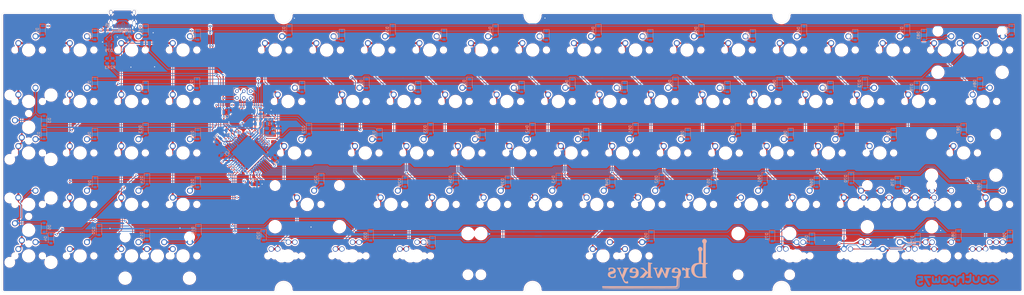
<source format=kicad_pcb>
(kicad_pcb (version 20171130) (host pcbnew "(5.1.4)-1")
  (layers (0 F.Cu signal) (31 B.Cu signal) (34 B.Paste user) (35 F.Paste user) (36 B.SilkS user) (37 F.SilkS user) (38 B.Mask user) (39 F.Mask user) (44 Edge.Cuts user))
  (net 0 "")
  (net 1 "Net-(D1-Pad2)")
  (net 2 "Net-(D2-Pad2)")
  (net 3 "Net-(D3-Pad2)")
  (net 4 "Net-(D4-Pad2)")
  (net 5 "Net-(D5-Pad2)")
  (net 6 "Net-(D6-Pad2)")
  (net 7 "Net-(D7-Pad2)")
  (net 8 "Net-(D8-Pad2)")
  (net 9 "Net-(D9-Pad2)")
  (net 10 "Net-(D10-Pad2)")
  (net 11 "Net-(D11-Pad2)")
  (net 12 "Net-(D12-Pad2)")
  (net 13 "Net-(D13-Pad2)")
  (net 14 "Net-(D14-Pad2)")
  (net 15 "Net-(D15-Pad2)")
  (net 16 "Net-(D16-Pad2)")
  (net 17 "Net-(D17-Pad2)")
  (net 18 "Net-(D18-Pad2)")
  (net 19 "Net-(D19-Pad2)")
  (net 20 "Net-(D20-Pad2)")
  (net 21 "Net-(D21-Pad2)")
  (net 22 "Net-(D22-Pad2)")
  (net 23 "Net-(D23-Pad2)")
  (net 24 "Net-(D24-Pad2)")
  (net 25 "Net-(D25-Pad2)")
  (net 26 "Net-(D26-Pad2)")
  (net 27 "Net-(D27-Pad2)")
  (net 28 "Net-(D28-Pad2)")
  (net 29 "Net-(D29-Pad2)")
  (net 30 "Net-(D30-Pad2)")
  (net 31 "Net-(D31-Pad2)")
  (net 32 "Net-(D32-Pad2)")
  (net 33 "Net-(D33-Pad2)")
  (net 34 "Net-(D34-Pad2)")
  (net 35 "Net-(D35-Pad2)")
  (net 36 "Net-(D36-Pad2)")
  (net 37 "Net-(D37-Pad2)")
  (net 38 "Net-(D38-Pad2)")
  (net 39 "Net-(D39-Pad2)")
  (net 40 "Net-(D40-Pad2)")
  (net 41 "Net-(D41-Pad2)")
  (net 42 "Net-(D42-Pad2)")
  (net 43 "Net-(D43-Pad2)")
  (net 44 "Net-(D44-Pad2)")
  (net 45 "Net-(D45-Pad2)")
  (net 46 "Net-(D46-Pad2)")
  (net 47 "Net-(D47-Pad2)")
  (net 48 "Net-(D48-Pad2)")
  (net 49 "Net-(D49-Pad2)")
  (net 50 "Net-(D50-Pad2)")
  (net 51 "Net-(D51-Pad2)")
  (net 52 "Net-(D52-Pad2)")
  (net 53 "Net-(D53-Pad2)")
  (net 54 "Net-(D54-Pad2)")
  (net 55 "Net-(D55-Pad2)")
  (net 56 "Net-(D56-Pad2)")
  (net 57 "Net-(D57-Pad2)")
  (net 58 "Net-(D58-Pad2)")
  (net 59 "Net-(D59-Pad2)")
  (net 60 "Net-(D60-Pad2)")
  (net 61 "Net-(D61-Pad2)")
  (net 62 "Net-(D63-Pad2)")
  (net 63 "Net-(D64-Pad2)")
  (net 64 "Net-(D65-Pad2)")
  (net 65 "Net-(D66-Pad2)")
  (net 66 "Net-(D67-Pad2)")
  (net 67 "Net-(D68-Pad2)")
  (net 68 "Net-(D69-Pad2)")
  (net 69 "Net-(D70-Pad2)")
  (net 70 "Net-(D71-Pad2)")
  (net 71 "Net-(D72-Pad2)")
  (net 72 "Net-(D73-Pad2)")
  (net 73 "Net-(D74-Pad2)")
  (net 74 "Net-(D75-Pad2)")
  (net 75 "Net-(D76-Pad2)")
  (net 76 "Net-(D77-Pad2)")
  (net 77 "Net-(D78-Pad2)")
  (net 78 col0)
  (net 79 col1)
  (net 80 col2)
  (net 81 col3)
  (net 82 col4)
  (net 83 col5)
  (net 84 col6)
  (net 85 col7)
  (net 86 col8)
  (net 87 GND)
  (net 88 +5V)
  (net 89 "Net-(C4-Pad2)")
  (net 90 "Net-(C5-Pad2)")
  (net 91 "Net-(C7-Pad2)")
  (net 92 VCC)
  (net 93 D+)
  (net 94 "Net-(R2-Pad1)")
  (net 95 D-)
  (net 96 "Net-(R3-Pad1)")
  (net 97 "Net-(R4-Pad1)")
  (net 98 "Net-(R5-Pad1)")
  (net 99 "Net-(R6-Pad2)")
  (net 100 "Net-(U1-Pad42)")
  (net 101 "Net-(U1-Pad8)")
  (net 102 "Net-(U1-Pad1)")
  (net 103 "Net-(USB1-Pad3)")
  (net 104 "Net-(USB1-Pad9)")
  (net 105 RST)
  (net 106 SCK)
  (net 107 MISO)
  (net 108 row00)
  (net 109 row10)
  (net 110 row20)
  (net 111 row30)
  (net 112 row40)
  (net 113 row01)
  (net 114 row11)
  (net 115 row21)
  (net 116 row31)
  (net 117 row41)
  (net 118 "Net-(D82-Pad2)")
  (net 119 "Net-(D83-Pad2)")
  (net 120 "Net-(D84-Pad2)")
  (net 121 "Net-(D85-Pad2)")
  (net 122 "Net-(D86-Pad2)")
  (net 123 "Net-(D87-Pad2)")
  (net 124 "Net-(D88-Pad2)")
  (net 125 col9)
  (net 126 MOSI)
  (module drewkeys:drewkeys (layer B.Cu) (at 201.7 -3.4 180)
    (fp_text reference G*** hide)
    (fp_text value LOGO hide)
  )
  (module Diode_SMD:D_SOD-123 (layer B.Cu) (at 259.842 -12.574 270)
    (fp_text reference D44 (at 0 2 90) (layer B.SilkS) (effects (justify mirror)))
    (fp_text value D_Small)
    (pad 2 smd rect (at 1.65 0 270) (size 0.9 1.2) (layers B.Cu B.Paste B.Mask) (net 44 "Net-(D44-Pad2)"))
    (pad 1 smd rect (at -1.65 0 270) (size 0.9 1.2) (layers B.Cu B.Paste B.Mask) (net 112 row40))
  )
  (module MX_Only:MXOnly-1U-NoLED (layer F.Cu) (at 251.587 -6.35)
    (fp_text reference MX101)
    (fp_text value "1u del")
    (pad 2 thru_hole circle (at 2.54 -5.08) (size 2 2) (drill 1.47) (layers *.Cu B.Mask) (net 70 "Net-(D71-Pad2)"))
    (pad "" np_thru_hole circle (at 0 0) (size 3.9878 3.9878) (drill 3.9878) (layers *.Cu *.Mask))
    (pad 1 thru_hole circle (at -3.81 -2.54) (size 2 2) (drill 1.47) (layers *.Cu B.Mask) (net 85 col7))
    (pad "" np_thru_hole circle (at -5.08 0 48.0996) (size 1.75 1.75) (drill 1.75) (layers *.Cu *.Mask))
    (pad "" np_thru_hole circle (at 5.08 0 48.0996) (size 1.75 1.75) (drill 1.75) (layers *.Cu *.Mask))
  )
  (module MX_Only:MXOnly-2U-NoLED (layer F.Cu) (at 17.526 -6.35)
    (fp_text reference MX13)
    (fp_text value num_0_2u)
    (pad 2 thru_hole circle (at 2.54 -5.08) (size 2.25 2.25) (drill 1.47) (layers *.Cu B.Mask) (net 10 "Net-(D10-Pad2)"))
    (pad "" np_thru_hole circle (at 0 0) (size 3.9878 3.9878) (drill 3.9878) (layers *.Cu *.Mask))
    (pad 1 thru_hole circle (at -3.81 -2.54) (size 2.25 2.25) (drill 1.47) (layers *.Cu B.Mask) (net 78 col0))
    (pad "" np_thru_hole circle (at -5.08 0 48.0996) (size 1.75 1.75) (drill 1.75) (layers *.Cu *.Mask))
    (pad "" np_thru_hole circle (at 5.08 0 48.0996) (size 1.75 1.75) (drill 1.75) (layers *.Cu *.Mask))
    (pad "" np_thru_hole circle (at -11.90625 -6.985) (size 3.048 3.048) (drill 3.048) (layers *.Cu *.Mask))
    (pad "" np_thru_hole circle (at 11.90625 -6.985) (size 3.048 3.048) (drill 3.048) (layers *.Cu *.Mask))
    (pad "" np_thru_hole circle (at -11.90625 8.255) (size 3.9878 3.9878) (drill 3.9878) (layers *.Cu *.Mask))
    (pad "" np_thru_hole circle (at 11.90625 8.255) (size 3.9878 3.9878) (drill 3.9878) (layers *.Cu *.Mask))
  )
  (module MX_Only:MXOnly-6.25U-ReversedStabilizers-NoLED (layer F.Cu) (at 182.499 -6.35)
    (fp_text reference MX60)
    (fp_text value "SPACE DEF")
    (pad 2 thru_hole circle (at 2.54 -5.08) (size 2.25 2.25) (drill 1.47) (layers *.Cu B.Mask) (net 53 "Net-(D53-Pad2)"))
    (pad "" np_thru_hole circle (at 0 0) (size 3.9878 3.9878) (drill 3.9878) (layers *.Cu *.Mask))
    (pad 1 thru_hole circle (at -3.81 -2.54) (size 2.25 2.25) (drill 1.47) (layers *.Cu B.Mask) (net 83 col5))
    (pad "" np_thru_hole circle (at -5.08 0 48.0996) (size 1.75 1.75) (drill 1.75) (layers *.Cu *.Mask))
    (pad "" np_thru_hole circle (at 5.08 0 48.0996) (size 1.75 1.75) (drill 1.75) (layers *.Cu *.Mask))
    (pad "" np_thru_hole circle (at -49.9999 6.985) (size 3.048 3.048) (drill 3.048) (layers *.Cu *.Mask))
    (pad "" np_thru_hole circle (at 49.9999 6.985) (size 3.048 3.048) (drill 3.048) (layers *.Cu *.Mask))
    (pad "" np_thru_hole circle (at -49.9999 -8.255) (size 3.9878 3.9878) (drill 3.9878) (layers *.Cu *.Mask))
    (pad "" np_thru_hole circle (at 49.9999 -8.255) (size 3.9878 3.9878) (drill 3.9878) (layers *.Cu *.Mask))
  )
  (module MX_Only:MXOnly-7U-ReversedStabilizers-NoLED (layer F.Cu) (at 194.437 -6.35)
    (fp_text reference MX61)
    (fp_text value "SPACE 7u")
    (pad 2 thru_hole circle (at 2.54 -5.08) (size 2.25 2.25) (drill 1.47) (layers *.Cu B.Mask) (net 53 "Net-(D53-Pad2)"))
    (pad "" np_thru_hole circle (at 0 0) (size 3.9878 3.9878) (drill 3.9878) (layers *.Cu *.Mask))
    (pad 1 thru_hole circle (at -3.81 -2.54) (size 2.25 2.25) (drill 1.47) (layers *.Cu B.Mask) (net 83 col5))
    (pad "" np_thru_hole circle (at -5.08 0 48.0996) (size 1.75 1.75) (drill 1.75) (layers *.Cu *.Mask))
    (pad "" np_thru_hole circle (at 5.08 0 48.0996) (size 1.75 1.75) (drill 1.75) (layers *.Cu *.Mask))
    (pad "" np_thru_hole circle (at -57.15 6.985) (size 3.048 3.048) (drill 3.048) (layers *.Cu *.Mask))
    (pad "" np_thru_hole circle (at 57.15 6.985) (size 3.048 3.048) (drill 3.048) (layers *.Cu *.Mask))
    (pad "" np_thru_hole circle (at -57.15 -8.255) (size 3.9878 3.9878) (drill 3.9878) (layers *.Cu *.Mask))
    (pad "" np_thru_hole circle (at 57.15 -8.255) (size 3.9878 3.9878) (drill 3.9878) (layers *.Cu *.Mask))
  )
  (module MX_Only:MXOnly-2.25U-NoLED (layer F.Cu) (at 315.995192 -44.469869)
    (fp_text reference MX98)
    (fp_text value ENTER)
    (pad 2 thru_hole circle (at 2.54 -5.08) (size 2.25 2.25) (drill 1.47) (layers *.Cu B.Mask) (net 123 "Net-(D87-Pad2)"))
    (pad "" np_thru_hole circle (at 0 0) (size 3.9878 3.9878) (drill 3.9878) (layers *.Cu *.Mask))
    (pad 1 thru_hole circle (at -3.81 -2.54) (size 2.25 2.25) (drill 1.47) (layers *.Cu B.Mask) (net 86 col8))
    (pad "" np_thru_hole circle (at -5.08 0 48.0996) (size 1.75 1.75) (drill 1.75) (layers *.Cu *.Mask))
    (pad "" np_thru_hole circle (at 5.08 0 48.0996) (size 1.75 1.75) (drill 1.75) (layers *.Cu *.Mask))
    (pad "" np_thru_hole circle (at -11.90625 -6.985) (size 3.048 3.048) (drill 3.048) (layers *.Cu *.Mask))
    (pad "" np_thru_hole circle (at 11.90625 -6.985) (size 3.048 3.048) (drill 3.048) (layers *.Cu *.Mask))
    (pad "" np_thru_hole circle (at -11.90625 8.255) (size 3.9878 3.9878) (drill 3.9878) (layers *.Cu *.Mask))
    (pad "" np_thru_hole circle (at 11.90625 8.255) (size 3.9878 3.9878) (drill 3.9878) (layers *.Cu *.Mask))
  )
  (module Diode_SMD:D_SOD-123 (layer B.Cu) (at 251.968 -51.308 270)
    (fp_text reference D65 (at 0 2 90) (layer B.SilkS) (effects (justify mirror)))
    (fp_text value D_Small)
    (pad 2 smd rect (at 1.65 0 270) (size 0.9 1.2) (layers B.Cu B.Paste B.Mask) (net 64 "Net-(D65-Pad2)"))
    (pad 1 smd rect (at -1.65 0 270) (size 0.9 1.2) (layers B.Cu B.Paste B.Mask) (net 115 row21))
  )
  (module Diode_SMD:D_SOD-123 (layer B.Cu) (at 232.461861 -53.098214 270)
    (fp_text reference D60 (at 0 2 90) (layer B.SilkS) (effects (justify mirror)))
    (fp_text value D_Small)
    (pad 2 smd rect (at 1.65 0 270) (size 0.9 1.2) (layers B.Cu B.Paste B.Mask) (net 60 "Net-(D60-Pad2)"))
    (pad 1 smd rect (at -1.65 0 270) (size 0.9 1.2) (layers B.Cu B.Paste B.Mask) (net 110 row20))
  )
  (module MX_Only:MXOnly-1U-NoLED (layer F.Cu) (at 227.841206 -44.414246)
    (fp_text reference MX68)
    (fp_text value K)
    (pad 2 thru_hole circle (at 2.54 -5.08) (size 2.25 2.25) (drill 1.47) (layers *.Cu B.Mask) (net 60 "Net-(D60-Pad2)"))
    (pad "" np_thru_hole circle (at 0 0) (size 3.9878 3.9878) (drill 3.9878) (layers *.Cu *.Mask))
    (pad 1 thru_hole circle (at -3.81 -2.54) (size 2.25 2.25) (drill 1.47) (layers *.Cu B.Mask) (net 84 col6))
    (pad "" np_thru_hole circle (at -5.08 0 48.0996) (size 1.75 1.75) (drill 1.75) (layers *.Cu *.Mask))
    (pad "" np_thru_hole circle (at 5.08 0 48.0996) (size 1.75 1.75) (drill 1.75) (layers *.Cu *.Mask))
  )
  (module Diode_SMD:D_SOD-123 (layer B.Cu) (at -5.588 -88.01 270)
    (fp_text reference D6 (at 0 2 90) (layer B.SilkS) (effects (justify mirror)))
    (fp_text value D_Small)
    (pad 2 smd rect (at 1.65 0 270) (size 0.9 1.2) (layers B.Cu B.Paste B.Mask) (net 6 "Net-(D6-Pad2)"))
    (pad 1 smd rect (at -1.65 0 270) (size 0.9 1.2) (layers B.Cu B.Paste B.Mask) (net 113 row01))
  )
  (module MX_Only:MXOnly-1U-NoLED (layer F.Cu) (at 99.280341 -82.549283)
    (fp_text reference MX38)
    (fp_text value 2)
    (pad 2 thru_hole circle (at 2.54 -5.08) (size 2.25 2.25) (drill 1.47) (layers *.Cu B.Mask) (net 31 "Net-(D31-Pad2)"))
    (pad "" np_thru_hole circle (at 0 0) (size 3.9878 3.9878) (drill 3.9878) (layers *.Cu *.Mask))
    (pad 1 thru_hole circle (at -3.81 -2.54) (size 2.25 2.25) (drill 1.47) (layers *.Cu B.Mask) (net 81 col3))
    (pad "" np_thru_hole circle (at -5.08 0 48.0996) (size 1.75 1.75) (drill 1.75) (layers *.Cu *.Mask))
    (pad "" np_thru_hole circle (at 5.08 0 48.0996) (size 1.75 1.75) (drill 1.75) (layers *.Cu *.Mask))
  )
  (module MX_Only:MXOnly-1U-NoLED (layer F.Cu) (at 175.514 -82.55)
    (fp_text reference MX56)
    (fp_text value 6)
    (pad 2 thru_hole circle (at 2.54 -5.08) (size 2.25 2.25) (drill 1.47) (layers *.Cu B.Mask) (net 49 "Net-(D49-Pad2)"))
    (pad "" np_thru_hole circle (at 0 0) (size 3.9878 3.9878) (drill 3.9878) (layers *.Cu *.Mask))
    (pad 1 thru_hole circle (at -3.81 -2.54) (size 2.25 2.25) (drill 1.47) (layers *.Cu B.Mask) (net 83 col5))
    (pad "" np_thru_hole circle (at -5.08 0 48.0996) (size 1.75 1.75) (drill 1.75) (layers *.Cu *.Mask))
    (pad "" np_thru_hole circle (at 5.08 0 48.0996) (size 1.75 1.75) (drill 1.75) (layers *.Cu *.Mask))
  )
  (module MX_Only:MXOnly-1.25U-NoLED (layer F.Cu) (at 301.752 -6.35)
    (fp_text reference MX93)
    (fp_text value FN)
    (pad 2 thru_hole circle (at 2.54 -5.08) (size 2 2) (drill 1.47) (layers *.Cu B.Mask) (net 70 "Net-(D71-Pad2)"))
    (pad "" np_thru_hole circle (at 0 0) (size 3.9878 3.9878) (drill 3.9878) (layers *.Cu *.Mask))
    (pad 1 thru_hole circle (at -3.81 -2.54) (size 2 2) (drill 1.47) (layers *.Cu B.Mask) (net 85 col7))
    (pad "" np_thru_hole circle (at -5.08 0 48.0996) (size 1.75 1.75) (drill 1.75) (layers *.Cu *.Mask))
    (pad "" np_thru_hole circle (at 5.08 0 48.0996) (size 1.75 1.75) (drill 1.75) (layers *.Cu *.Mask))
  )
  (module MX_Only:MXOnly-1U-NoLED (layer F.Cu) (at 308.864 -6.35)
    (fp_text reference MX88)
    (fp_text value "DOWN 1u")
    (pad 2 thru_hole circle (at 2.54 -5.08) (size 2 2) (drill 1.47) (layers *.Cu B.Mask) (net 118 "Net-(D82-Pad2)"))
    (pad "" np_thru_hole circle (at 0 0) (size 3.9878 3.9878) (drill 3.9878) (layers *.Cu *.Mask))
    (pad 1 thru_hole circle (at -3.81 -2.54) (size 2 2) (drill 1.47) (layers *.Cu B.Mask) (net 86 col8))
    (pad "" np_thru_hole circle (at -5.08 0 48.0996) (size 1.75 1.75) (drill 1.75) (layers *.Cu *.Mask))
    (pad "" np_thru_hole circle (at 5.08 0 48.0996) (size 1.75 1.75) (drill 1.75) (layers *.Cu *.Mask))
  )
  (module MX_Only:MXOnly-1U-NoLED (layer F.Cu) (at 299.339 -6.35)
    (fp_text reference MX104)
    (fp_text value "win 1u")
    (pad 2 thru_hole circle (at 2.54 -5.08) (size 2 2) (drill 1.47) (layers *.Cu B.Mask) (net 118 "Net-(D82-Pad2)"))
    (pad "" np_thru_hole circle (at 0 0) (size 3.9878 3.9878) (drill 3.9878) (layers *.Cu *.Mask))
    (pad 1 thru_hole circle (at -3.81 -2.54) (size 2 2) (drill 1.47) (layers *.Cu B.Mask) (net 86 col8))
    (pad "" np_thru_hole circle (at -5.08 0 48.0996) (size 1.75 1.75) (drill 1.75) (layers *.Cu *.Mask))
    (pad "" np_thru_hole circle (at 5.08 0 48.0996) (size 1.75 1.75) (drill 1.75) (layers *.Cu *.Mask))
  )
  (module MX_Only:MXOnly-1.75U-NoLED (layer F.Cu) (at 282.702 -25.4)
    (fp_text reference MX28)
    (fp_text value "/ 1.75 u")
    (pad 2 thru_hole circle (at 2.54 -5.08) (size 2.25 2.25) (drill 1.47) (layers *.Cu B.Mask) (net 69 "Net-(D70-Pad2)"))
    (pad "" np_thru_hole circle (at 0 0) (size 3.9878 3.9878) (drill 3.9878) (layers *.Cu *.Mask))
    (pad 1 thru_hole circle (at -3.81 -2.54) (size 2.25 2.25) (drill 1.47) (layers *.Cu B.Mask) (net 85 col7))
    (pad "" np_thru_hole circle (at -5.08 0 48.0996) (size 1.75 1.75) (drill 1.75) (layers *.Cu *.Mask))
    (pad "" np_thru_hole circle (at 5.08 0 48.0996) (size 1.75 1.75) (drill 1.75) (layers *.Cu *.Mask))
  )
  (module MX_Only:MXOnly-1U-NoLED (layer F.Cu) (at -11.049 -6.35)
    (fp_text reference MX12)
    (fp_text value num_.)
    (pad 2 thru_hole circle (at 2.54 -5.08) (size 2.25 2.25) (drill 1.47) (layers *.Cu B.Mask) (net 20 "Net-(D20-Pad2)"))
    (pad "" np_thru_hole circle (at 0 0) (size 3.9878 3.9878) (drill 3.9878) (layers *.Cu *.Mask))
    (pad 1 thru_hole circle (at -3.81 -2.54) (size 2.25 2.25) (drill 1.47) (layers *.Cu B.Mask) (net 79 col1))
    (pad "" np_thru_hole circle (at -5.08 0 48.0996) (size 1.75 1.75) (drill 1.75) (layers *.Cu *.Mask))
    (pad "" np_thru_hole circle (at 5.08 0 48.0996) (size 1.75 1.75) (drill 1.75) (layers *.Cu *.Mask))
  )
  (module MX_Only:MXOnly-1.5U-NoLED (layer F.Cu) (at 323.124788 -63.519096)
    (fp_text reference MX97)
    (fp_text value \)
    (pad 2 thru_hole circle (at 2.54 -5.08) (size 2.25 2.25) (drill 1.47) (layers *.Cu B.Mask) (net 120 "Net-(D84-Pad2)"))
    (pad "" np_thru_hole circle (at 0 0) (size 3.9878 3.9878) (drill 3.9878) (layers *.Cu *.Mask))
    (pad 1 thru_hole circle (at -3.81 -2.54) (size 2.25 2.25) (drill 1.47) (layers *.Cu B.Mask) (net 86 col8))
    (pad "" np_thru_hole circle (at -5.08 0 48.0996) (size 1.75 1.75) (drill 1.75) (layers *.Cu *.Mask))
    (pad "" np_thru_hole circle (at 5.08 0 48.0996) (size 1.75 1.75) (drill 1.75) (layers *.Cu *.Mask))
  )
  (module MX_Only:MXOnly-1.25U-NoLED (layer F.Cu) (at 63.5 -6.35)
    (fp_text reference MX24)
    (fp_text value LCTRL)
    (pad 2 thru_hole circle (at 2.54 -5.08) (size 2 2) (drill 1.47) (layers *.Cu B.Mask) (net 25 "Net-(D25-Pad2)"))
    (pad "" np_thru_hole circle (at 0 0) (size 3.9878 3.9878) (drill 3.9878) (layers *.Cu *.Mask))
    (pad 1 thru_hole circle (at -3.81 -2.54) (size 2 2) (drill 1.47) (layers *.Cu B.Mask) (net 80 col2))
    (pad "" np_thru_hole circle (at -5.08 0 48.0996) (size 1.75 1.75) (drill 1.75) (layers *.Cu *.Mask))
    (pad "" np_thru_hole circle (at 5.08 0 48.0996) (size 1.75 1.75) (drill 1.75) (layers *.Cu *.Mask))
  )
  (module MX_Only:MXOnly-1.25U-NoLED (layer F.Cu) (at 277.876 -6.35)
    (fp_text reference MX81)
    (fp_text value RWIN)
    (pad 2 thru_hole circle (at 2.54 -5.08) (size 2 2) (drill 1.47) (layers *.Cu B.Mask) (net 118 "Net-(D82-Pad2)"))
    (pad "" np_thru_hole circle (at 0 0) (size 3.9878 3.9878) (drill 3.9878) (layers *.Cu *.Mask))
    (pad 1 thru_hole circle (at -3.81 -2.54) (size 2 2) (drill 1.47) (layers *.Cu B.Mask) (net 86 col8))
    (pad "" np_thru_hole circle (at -5.08 0 48.0996) (size 1.75 1.75) (drill 1.75) (layers *.Cu *.Mask))
    (pad "" np_thru_hole circle (at 5.08 0 48.0996) (size 1.75 1.75) (drill 1.75) (layers *.Cu *.Mask))
  )
  (module Crystal:Crystal_SMD_3225-4Pin_3.2x2.5mm (layer B.Cu) (at 59.2328 -52.705 180)
    (fp_text reference Y1 (at 0 2.45) (layer B.SilkS) (effects (justify mirror)))
    (fp_text value 16MHz)
    (pad 4 smd rect (at -1.1 0.85 180) (size 1.4 1.2) (layers B.Cu B.Paste B.Mask) (net 87 GND))
    (pad 3 smd rect (at 1.1 0.85 180) (size 1.4 1.2) (layers B.Cu B.Paste B.Mask) (net 90 "Net-(C5-Pad2)"))
    (pad 2 smd rect (at 1.1 -0.85 180) (size 1.4 1.2) (layers B.Cu B.Paste B.Mask) (net 87 GND))
    (pad 1 smd rect (at -1.1 -0.85 180) (size 1.4 1.2) (layers B.Cu B.Paste B.Mask) (net 89 "Net-(C4-Pad2)"))
  )
  (module Type-C:HRO-TYPE-C-31-M-12 (layer B.Cu) (at 4.6482 -99.06)
    (fp_text reference USB1 (at 0 9.25) (layer B.SilkS) (effects (justify mirror)))
    (fp_text value HRO-TYPE-C-31-M-12)
    (pad 12 smd rect (at 3.225 7.695) (size 0.6 1.45) (layers B.Cu B.Paste B.Mask) (net 87 GND))
    (pad 1 smd rect (at -3.225 7.695) (size 0.6 1.45) (layers B.Cu B.Paste B.Mask) (net 87 GND))
    (pad 11 smd rect (at 2.45 7.695) (size 0.6 1.45) (layers B.Cu B.Paste B.Mask) (net 92 VCC))
    (pad 2 smd rect (at -2.45 7.695) (size 0.6 1.45) (layers B.Cu B.Paste B.Mask) (net 92 VCC))
    (pad 3 smd rect (at -1.75 7.695) (size 0.3 1.45) (layers B.Cu B.Paste B.Mask) (net 103 "Net-(USB1-Pad3)"))
    (pad 10 smd rect (at 1.75 7.695) (size 0.3 1.45) (layers B.Cu B.Paste B.Mask) (net 97 "Net-(R4-Pad1)"))
    (pad 4 smd rect (at -1.25 7.695) (size 0.3 1.45) (layers B.Cu B.Paste B.Mask) (net 98 "Net-(R5-Pad1)"))
    (pad 9 smd rect (at 1.25 7.695) (size 0.3 1.45) (layers B.Cu B.Paste B.Mask) (net 104 "Net-(USB1-Pad9)"))
    (pad 5 smd rect (at -0.75 7.695) (size 0.3 1.45) (layers B.Cu B.Paste B.Mask) (net 95 D-))
    (pad 8 smd rect (at 0.75 7.695) (size 0.3 1.45) (layers B.Cu B.Paste B.Mask) (net 93 D+))
    (pad 7 smd rect (at 0.25 7.695) (size 0.3 1.45) (layers B.Cu B.Paste B.Mask) (net 95 D-))
    (pad 6 smd rect (at -0.25 7.695) (size 0.3 1.45) (layers B.Cu B.Paste B.Mask) (net 93 D+))
    (pad "" np_thru_hole circle (at 2.89 6.25) (size 0.65 0.65) (drill 0.65) (layers *.Cu *.Mask))
    (pad "" np_thru_hole circle (at -2.89 6.25) (size 0.65 0.65) (drill 0.65) (layers *.Cu *.Mask))
    (pad 13 thru_hole oval (at -4.32 6.78) (size 1.2 2.4) (drill oval 1 2) (layers *.Cu F.Mask) (net 87 GND))
    (pad 13 thru_hole oval (at 4.32 6.78) (size 1.2 2.4) (drill oval 1 2) (layers *.Cu F.Mask) (net 87 GND))
    (pad 13 thru_hole oval (at -4.32 2.6) (size 1.2 1.8) (drill oval 1 1.5) (layers *.Cu F.Mask) (net 87 GND))
    (pad 13 thru_hole oval (at 4.32 2.6) (size 1.2 1.8) (drill oval 1 1.6) (layers *.Cu F.Mask) (net 87 GND))
  )
  (module Resistor_SMD:R_0805_2012Metric (layer B.Cu) (at 53.467 -32.893 180)
    (fp_text reference R6 (at 0 1.65) (layer B.SilkS) (effects (justify mirror)))
    (fp_text value 10k)
    (pad 2 smd roundrect (at 0.9375 0 180) (size 0.975 1.4) (layers B.Cu B.Paste B.Mask) (net 99 "Net-(R6-Pad2)"))
    (pad 1 smd roundrect (at -0.9375 0 180) (size 0.975 1.4) (layers B.Cu B.Paste B.Mask) (net 87 GND))
  )
  (module Resistor_SMD:R_0805_2012Metric (layer B.Cu) (at -0.8359 -90.17 180)
    (fp_text reference R5 (at 0 1.65) (layer B.SilkS) (effects (justify mirror)))
    (fp_text value 5.1k)
    (pad 2 smd roundrect (at 0.9375 0 180) (size 0.975 1.4) (layers B.Cu B.Paste B.Mask) (net 87 GND))
    (pad 1 smd roundrect (at -0.9375 0 180) (size 0.975 1.4) (layers B.Cu B.Paste B.Mask) (net 98 "Net-(R5-Pad1)"))
  )
  (module Resistor_SMD:R_0805_2012Metric (layer B.Cu) (at 7.112 -88.8238)
    (fp_text reference R4 (at 0 1.65) (layer B.SilkS) (effects (justify mirror)))
    (fp_text value 5.1k)
    (pad 2 smd roundrect (at 0.9375 0) (size 0.975 1.4) (layers B.Cu B.Paste B.Mask) (net 87 GND))
    (pad 1 smd roundrect (at -0.9375 0) (size 0.975 1.4) (layers B.Cu B.Paste B.Mask) (net 97 "Net-(R4-Pad1)"))
  )
  (module Resistor_SMD:R_0805_2012Metric (layer B.Cu) (at -1.016 -78.5391 90)
    (fp_text reference R3 (at -2.4384 0.0508 180) (layer B.SilkS) (effects (justify mirror)))
    (fp_text value 22)
    (pad 2 smd roundrect (at 0.9375 0 90) (size 0.975 1.4) (layers B.Cu B.Paste B.Mask) (net 95 D-))
    (pad 1 smd roundrect (at -0.9375 0 90) (size 0.975 1.4) (layers B.Cu B.Paste B.Mask) (net 96 "Net-(R3-Pad1)"))
  )
  (module Resistor_SMD:R_0805_2012Metric (layer B.Cu) (at 0.9652 -78.5391 90)
    (fp_text reference R2 (at -2.4384 0.1016 180) (layer B.SilkS) (effects (justify mirror)))
    (fp_text value 22)
    (pad 2 smd roundrect (at 0.9375 0 90) (size 0.975 1.4) (layers B.Cu B.Paste B.Mask) (net 93 D+))
    (pad 1 smd roundrect (at -0.9375 0 90) (size 0.975 1.4) (layers B.Cu B.Paste B.Mask) (net 94 "Net-(R2-Pad1)"))
  )
  (module Resistor_SMD:R_0805_2012Metric (layer B.Cu) (at 55.8292 -57.9605 90)
    (fp_text reference R1 (at 0 1.65 90) (layer B.SilkS) (effects (justify mirror)))
    (fp_text value 10k)
    (pad 2 smd roundrect (at 0.9375 0 90) (size 0.975 1.4) (layers B.Cu B.Paste B.Mask) (net 105 RST))
    (pad 1 smd roundrect (at -0.9375 0 90) (size 0.975 1.4) (layers B.Cu B.Paste B.Mask) (net 88 +5V))
  )
  (module "AVR 6 pin library:AVR-ISP" (layer B.Cu) (at 49.53 -66.04)
    (fp_text reference J1 (at 0 0) (layer B.SilkS) (effects (font (size 0.787402 0.787402) (thickness 0.015)) (justify mirror)))
    (fp_text value AVR-ISP-6)
    (pad GND thru_hole circle (at 2.54 1.27) (size 1.308 1.308) (drill 0.8) (layers *.Cu *.Mask))
    (pad RST thru_hole circle (at 2.54 -1.27) (size 1.308 1.308) (drill 0.8) (layers *.Cu *.Mask))
    (pad MISO thru_hole circle (at -2.54 -1.27) (size 1.308 1.308) (drill 0.8) (layers *.Cu *.Mask))
    (pad VCC thru_hole circle (at -2.54 1.27) (size 1.308 1.308) (drill 0.8) (layers *.Cu *.Mask))
    (pad SCK thru_hole circle (at 0 -1.27) (size 1.308 1.308) (drill 0.8) (layers *.Cu *.Mask))
    (pad MOSI thru_hole circle (at 0 1.27) (size 1.308 1.308) (drill 0.8) (layers *.Cu *.Mask))
  )
  (module Fuse:Fuse_1206_3216Metric (layer B.Cu) (at 13.1796 -84.9884)
    (fp_text reference F1 (at 0 1.82) (layer B.SilkS) (effects (justify mirror)))
    (fp_text value 500mA)
    (pad 2 smd roundrect (at 1.4 0) (size 1.25 1.75) (layers B.Cu B.Paste B.Mask) (roundrect_rratio 0.2) (net 88 +5V))
    (pad 1 smd roundrect (at -1.4 0) (size 1.25 1.75) (layers B.Cu B.Paste B.Mask) (roundrect_rratio 0.2) (net 92 VCC))
  )
  (module digikey-footprints:TO-253-4 (layer B.Cu) (at -0.3904 -85.6132)
    (fp_text reference D79 (at 0 3.25) (layer B.SilkS) (effects (justify mirror)))
    (fp_text value PRTR5V0U2X_215)
    (pad 1 smd rect (at -1 0.75) (size 0.7 1) (layers B.Cu B.Paste B.Mask) (net 87 GND))
    (pad 3 smd rect (at 1 -0.95) (size 0.7 0.6) (layers B.Cu B.Paste B.Mask) (net 93 D+))
    (pad 4 smd rect (at 1 0.95) (size 0.7 0.6) (layers B.Cu B.Paste B.Mask) (net 92 VCC))
    (pad 2 smd rect (at -1 -0.95) (size 0.7 0.6) (layers B.Cu B.Paste B.Mask) (net 95 D-))
  )
  (module Capacitor_SMD:C_0805_2012Metric (layer B.Cu) (at 60.5155 -41.9735 45)
    (fp_text reference C8 (at 0 1.65 45) (layer B.SilkS) (effects (justify mirror)))
    (fp_text value 0.1uF)
    (pad 2 smd roundrect (at 0.9375 0 45) (size 0.975 1.4) (layers B.Cu B.Paste B.Mask) (net 87 GND))
    (pad 1 smd roundrect (at -0.9375 0 45) (size 0.975 1.4) (layers B.Cu B.Paste B.Mask) (net 88 +5V))
  )
  (module Capacitor_SMD:C_0805_2012Metric (layer B.Cu) (at 43.9905 -52.832)
    (fp_text reference C7 (at 0 1.65) (layer B.SilkS) (effects (justify mirror)))
    (fp_text value 1uF)
    (pad 2 smd roundrect (at 0.9375 0) (size 0.975 1.4) (layers B.Cu B.Paste B.Mask) (net 91 "Net-(C7-Pad2)"))
    (pad 1 smd roundrect (at -0.9375 0) (size 0.975 1.4) (layers B.Cu B.Paste B.Mask) (net 87 GND))
  )
  (module Capacitor_SMD:C_0805_2012Metric (layer B.Cu) (at 43.080913 -59.527413)
    (fp_text reference C6 (at 0 1.65) (layer B.SilkS) (effects (justify mirror)))
    (fp_text value 10uF)
    (pad 2 smd roundrect (at 0.9375 0) (size 0.975 1.4) (layers B.Cu B.Paste B.Mask) (net 87 GND))
    (pad 1 smd roundrect (at -0.9375 0) (size 0.975 1.4) (layers B.Cu B.Paste B.Mask) (net 88 +5V))
  )
  (module Capacitor_SMD:C_0805_2012Metric (layer B.Cu) (at 59.0573 -55.3974 180)
    (fp_text reference C5 (at 0 1.65) (layer B.SilkS) (effects (justify mirror)))
    (fp_text value 22p)
    (pad 2 smd roundrect (at 0.9375 0 180) (size 0.975 1.4) (layers B.Cu B.Paste B.Mask) (net 90 "Net-(C5-Pad2)"))
    (pad 1 smd roundrect (at -0.9375 0 180) (size 0.975 1.4) (layers B.Cu B.Paste B.Mask) (net 87 GND))
  )
  (module Capacitor_SMD:C_0805_2012Metric (layer B.Cu) (at 62.3316 -52.6819 270)
    (fp_text reference C4 (at 0 1.65 90) (layer B.SilkS) (effects (justify mirror)))
    (fp_text value 22p)
    (pad 2 smd roundrect (at 0.9375 0 270) (size 0.975 1.4) (layers B.Cu B.Paste B.Mask) (net 89 "Net-(C4-Pad2)"))
    (pad 1 smd roundrect (at -0.9375 0 270) (size 0.975 1.4) (layers B.Cu B.Paste B.Mask) (net 87 GND))
  )
  (module Capacitor_SMD:C_0805_2012Metric (layer B.Cu) (at 54.7624 -55.2196 180)
    (fp_text reference C3 (at 0 1.65) (layer B.SilkS) (effects (justify mirror)))
    (fp_text value 0.1uF)
    (pad 2 smd roundrect (at 0.9375 0 180) (size 0.975 1.4) (layers B.Cu B.Paste B.Mask) (net 87 GND))
    (pad 1 smd roundrect (at -0.9375 0 180) (size 0.975 1.4) (layers B.Cu B.Paste B.Mask) (net 88 +5V))
  )
  (module Capacitor_SMD:C_0805_2012Metric (layer B.Cu) (at 42.1005 -42.926 135)
    (fp_text reference C2 (at 0 1.65 135) (layer B.SilkS) (effects (justify mirror)))
    (fp_text value 0.1uF)
    (pad 2 smd roundrect (at 0.9375 0 135) (size 0.975 1.4) (layers B.Cu B.Paste B.Mask) (net 87 GND))
    (pad 1 smd roundrect (at -0.9375 0 135) (size 0.975 1.4) (layers B.Cu B.Paste B.Mask) (net 88 +5V))
  )
  (module Capacitor_SMD:C_0805_2012Metric (layer B.Cu) (at 40.231087 -49.121087 225)
    (fp_text reference C1 (at 0 1.65 45) (layer B.SilkS) (effects (justify mirror)))
    (fp_text value 0.1uF)
    (pad 2 smd roundrect (at 0.9375 0 225) (size 0.975 1.4) (layers B.Cu B.Paste B.Mask) (net 87 GND))
    (pad 1 smd roundrect (at -0.9375 0 225) (size 0.975 1.4) (layers B.Cu B.Paste B.Mask) (net 88 +5V))
  )
  (module Package_QFP:TQFP-44_10x10mm_P0.8mm (layer B.Cu) (at 51.2064 -44.6532 315)
    (fp_text reference U1 (at 0 7.45 135) (layer B.SilkS) (effects (justify mirror)))
    (fp_text value ATmega32U4-AU)
    (pad 44 smd rect (at -4 5.7 225) (size 1.5 0.55) (layers B.Cu B.Paste B.Mask) (net 88 +5V))
    (pad 43 smd rect (at -3.2 5.7 225) (size 1.5 0.55) (layers B.Cu B.Paste B.Mask) (net 87 GND))
    (pad 42 smd rect (at -2.4 5.7 225) (size 1.5 0.55) (layers B.Cu B.Paste B.Mask) (net 100 "Net-(U1-Pad42)"))
    (pad 41 smd rect (at -1.6 5.7 225) (size 1.5 0.55) (layers B.Cu B.Paste B.Mask) (net 113 row01))
    (pad 40 smd rect (at -0.8 5.7 225) (size 1.5 0.55) (layers B.Cu B.Paste B.Mask) (net 108 row00))
    (pad 39 smd rect (at 0 5.7 225) (size 1.5 0.55) (layers B.Cu B.Paste B.Mask) (net 111 row30))
    (pad 38 smd rect (at 0.8 5.7 225) (size 1.5 0.55) (layers B.Cu B.Paste B.Mask) (net 116 row31))
    (pad 37 smd rect (at 1.6 5.7 225) (size 1.5 0.55) (layers B.Cu B.Paste B.Mask) (net 117 row41))
    (pad 36 smd rect (at 2.4 5.7 225) (size 1.5 0.55) (layers B.Cu B.Paste B.Mask) (net 112 row40))
    (pad 35 smd rect (at 3.2 5.7 225) (size 1.5 0.55) (layers B.Cu B.Paste B.Mask) (net 87 GND))
    (pad 34 smd rect (at 4 5.7 225) (size 1.5 0.55) (layers B.Cu B.Paste B.Mask) (net 88 +5V))
    (pad 33 smd rect (at 5.7 4 315) (size 1.5 0.55) (layers B.Cu B.Paste B.Mask) (net 99 "Net-(R6-Pad2)"))
    (pad 32 smd rect (at 5.7 3.2 315) (size 1.5 0.55) (layers B.Cu B.Paste B.Mask) (net 78 col0))
    (pad 31 smd rect (at 5.7 2.4 315) (size 1.5 0.55) (layers B.Cu B.Paste B.Mask) (net 79 col1))
    (pad 30 smd rect (at 5.7 1.6 315) (size 1.5 0.55) (layers B.Cu B.Paste B.Mask) (net 81 col3))
    (pad 29 smd rect (at 5.7 0.8 315) (size 1.5 0.55) (layers B.Cu B.Paste B.Mask) (net 82 col4))
    (pad 28 smd rect (at 5.7 0 315) (size 1.5 0.55) (layers B.Cu B.Paste B.Mask) (net 83 col5))
    (pad 27 smd rect (at 5.7 -0.8 315) (size 1.5 0.55) (layers B.Cu B.Paste B.Mask) (net 84 col6))
    (pad 26 smd rect (at 5.7 -1.6 315) (size 1.5 0.55) (layers B.Cu B.Paste B.Mask) (net 85 col7))
    (pad 25 smd rect (at 5.7 -2.4 315) (size 1.5 0.55) (layers B.Cu B.Paste B.Mask) (net 86 col8))
    (pad 24 smd rect (at 5.7 -3.2 315) (size 1.5 0.55) (layers B.Cu B.Paste B.Mask) (net 88 +5V))
    (pad 23 smd rect (at 5.7 -4 315) (size 1.5 0.55) (layers B.Cu B.Paste B.Mask) (net 87 GND))
    (pad 22 smd rect (at 4 -5.7 225) (size 1.5 0.55) (layers B.Cu B.Paste B.Mask) (net 125 col9))
    (pad 21 smd rect (at 3.2 -5.7 225) (size 1.5 0.55) (layers B.Cu B.Paste B.Mask) (net 114 row11))
    (pad 20 smd rect (at 2.4 -5.7 225) (size 1.5 0.55) (layers B.Cu B.Paste B.Mask) (net 109 row10))
    (pad 19 smd rect (at 1.6 -5.7 225) (size 1.5 0.55) (layers B.Cu B.Paste B.Mask) (net 115 row21))
    (pad 18 smd rect (at 0.8 -5.7 225) (size 1.5 0.55) (layers B.Cu B.Paste B.Mask) (net 80 col2))
    (pad 17 smd rect (at 0 -5.7 225) (size 1.5 0.55) (layers B.Cu B.Paste B.Mask) (net 89 "Net-(C4-Pad2)"))
    (pad 16 smd rect (at -0.8 -5.7 225) (size 1.5 0.55) (layers B.Cu B.Paste B.Mask) (net 90 "Net-(C5-Pad2)"))
    (pad 15 smd rect (at -1.6 -5.7 225) (size 1.5 0.55) (layers B.Cu B.Paste B.Mask) (net 87 GND))
    (pad 14 smd rect (at -2.4 -5.7 225) (size 1.5 0.55) (layers B.Cu B.Paste B.Mask) (net 88 +5V))
    (pad 13 smd rect (at -3.2 -5.7 225) (size 1.5 0.55) (layers B.Cu B.Paste B.Mask) (net 105 RST))
    (pad 12 smd rect (at -4 -5.7 225) (size 1.5 0.55) (layers B.Cu B.Paste B.Mask) (net 110 row20))
    (pad 11 smd rect (at -5.7 -4 315) (size 1.5 0.55) (layers B.Cu B.Paste B.Mask) (net 107 MISO))
    (pad 10 smd rect (at -5.7 -3.2 315) (size 1.5 0.55) (layers B.Cu B.Paste B.Mask) (net 126 MOSI))
    (pad 9 smd rect (at -5.7 -2.4 315) (size 1.5 0.55) (layers B.Cu B.Paste B.Mask) (net 106 SCK))
    (pad 8 smd rect (at -5.7 -1.6 315) (size 1.5 0.55) (layers B.Cu B.Paste B.Mask) (net 101 "Net-(U1-Pad8)"))
    (pad 7 smd rect (at -5.7 -0.8 315) (size 1.5 0.55) (layers B.Cu B.Paste B.Mask) (net 88 +5V))
    (pad 6 smd rect (at -5.7 0 315) (size 1.5 0.55) (layers B.Cu B.Paste B.Mask) (net 91 "Net-(C7-Pad2)"))
    (pad 5 smd rect (at -5.7 0.8 315) (size 1.5 0.55) (layers B.Cu B.Paste B.Mask) (net 87 GND))
    (pad 4 smd rect (at -5.7 1.6 315) (size 1.5 0.55) (layers B.Cu B.Paste B.Mask) (net 94 "Net-(R2-Pad1)"))
    (pad 3 smd rect (at -5.7 2.4 315) (size 1.5 0.55) (layers B.Cu B.Paste B.Mask) (net 96 "Net-(R3-Pad1)"))
    (pad 2 smd rect (at -5.7 3.2 315) (size 1.5 0.55) (layers B.Cu B.Paste B.Mask) (net 88 +5V))
    (pad 1 smd rect (at -5.7 4 315) (size 1.5 0.55) (layers B.Cu B.Paste B.Mask) (net 102 "Net-(U1-Pad1)"))
  )
  (module MX_Only:MXOnly-1U-NoLED (layer F.Cu) (at 327.914 -82.55)
    (fp_text reference MX103)
    (fp_text value "bsp 1u")
    (pad 2 thru_hole circle (at 2.54 -5.08) (size 2.25 2.25) (drill 1.47) (layers *.Cu B.Mask) (net 124 "Net-(D88-Pad2)"))
    (pad "" np_thru_hole circle (at 0 0) (size 3.9878 3.9878) (drill 3.9878) (layers *.Cu *.Mask))
    (pad 1 thru_hole circle (at -3.81 -2.54) (size 2.25 2.25) (drill 1.47) (layers *.Cu B.Mask) (net 125 col9))
    (pad "" np_thru_hole circle (at -5.08 0 48.0996) (size 1.75 1.75) (drill 1.75) (layers *.Cu *.Mask))
    (pad "" np_thru_hole circle (at 5.08 0 48.0996) (size 1.75 1.75) (drill 1.75) (layers *.Cu *.Mask))
  )
  (module MX_Only:MXOnly-2U-NoLED (layer F.Cu) (at 318.343779 -82.556296)
    (fp_text reference MX102)
    (fp_text value "bsp 2u")
    (pad 2 thru_hole circle (at 2.54 -5.08) (size 2.25 2.25) (drill 1.47) (layers *.Cu B.Mask) (net 124 "Net-(D88-Pad2)"))
    (pad "" np_thru_hole circle (at 0 0) (size 3.9878 3.9878) (drill 3.9878) (layers *.Cu *.Mask))
    (pad 1 thru_hole circle (at -3.81 -2.54) (size 2.25 2.25) (drill 1.47) (layers *.Cu B.Mask) (net 125 col9))
    (pad "" np_thru_hole circle (at -5.08 0 48.0996) (size 1.75 1.75) (drill 1.75) (layers *.Cu *.Mask))
    (pad "" np_thru_hole circle (at 5.08 0 48.0996) (size 1.75 1.75) (drill 1.75) (layers *.Cu *.Mask))
    (pad "" np_thru_hole circle (at -11.90625 -6.985) (size 3.048 3.048) (drill 3.048) (layers *.Cu *.Mask))
    (pad "" np_thru_hole circle (at 11.90625 -6.985) (size 3.048 3.048) (drill 3.048) (layers *.Cu *.Mask))
    (pad "" np_thru_hole circle (at -11.90625 8.255) (size 3.9878 3.9878) (drill 3.9878) (layers *.Cu *.Mask))
    (pad "" np_thru_hole circle (at 11.90625 8.255) (size 3.9878 3.9878) (drill 3.9878) (layers *.Cu *.Mask))
  )
  (module MX_Only:MXOnly-1.5U-NoLED (layer F.Cu) (at 323.088 -6.35)
    (fp_text reference MX100)
    (fp_text value "RCTRL 1.5 u")
    (pad 2 thru_hole circle (at 2.54 -5.08) (size 2 2) (drill 1.47) (layers *.Cu B.Mask) (net 122 "Net-(D86-Pad2)"))
    (pad "" np_thru_hole circle (at 0 0) (size 3.9878 3.9878) (drill 3.9878) (layers *.Cu *.Mask))
    (pad 1 thru_hole circle (at -3.81 -2.54) (size 2 2) (drill 1.47) (layers *.Cu B.Mask) (net 86 col8))
    (pad "" np_thru_hole circle (at -5.08 0 48.0996) (size 1.75 1.75) (drill 1.75) (layers *.Cu *.Mask))
    (pad "" np_thru_hole circle (at 5.08 0 48.0996) (size 1.75 1.75) (drill 1.75) (layers *.Cu *.Mask))
  )
  (module MX_Only:MXOnly-1U-NoLED (layer F.Cu) (at 327.914 -25.4)
    (fp_text reference MX99)
    (fp_text value "RSHIFT extra")
    (pad 2 thru_hole circle (at 2.54 -5.08) (size 2.25 2.25) (drill 1.47) (layers *.Cu B.Mask) (net 121 "Net-(D85-Pad2)"))
    (pad "" np_thru_hole circle (at 0 0) (size 3.9878 3.9878) (drill 3.9878) (layers *.Cu *.Mask))
    (pad 1 thru_hole circle (at -3.81 -2.54) (size 2.25 2.25) (drill 1.47) (layers *.Cu B.Mask) (net 86 col8))
    (pad "" np_thru_hole circle (at -5.08 0 48.0996) (size 1.75 1.75) (drill 1.75) (layers *.Cu *.Mask))
    (pad "" np_thru_hole circle (at 5.08 0 48.0996) (size 1.75 1.75) (drill 1.75) (layers *.Cu *.Mask))
  )
  (module MX_Only:MXOnly-1U-NoLED (layer F.Cu) (at 308.864 -82.55)
    (fp_text reference MX96)
    (fp_text value "bsp extra")
    (pad 2 thru_hole circle (at 2.54 -5.08) (size 2.25 2.25) (drill 1.47) (layers *.Cu B.Mask) (net 119 "Net-(D83-Pad2)"))
    (pad "" np_thru_hole circle (at 0 0) (size 3.9878 3.9878) (drill 3.9878) (layers *.Cu *.Mask))
    (pad 1 thru_hole circle (at -3.81 -2.54) (size 2.25 2.25) (drill 1.47) (layers *.Cu B.Mask) (net 86 col8))
    (pad "" np_thru_hole circle (at -5.08 0 48.0996) (size 1.75 1.75) (drill 1.75) (layers *.Cu *.Mask))
    (pad "" np_thru_hole circle (at 5.08 0 48.0996) (size 1.75 1.75) (drill 1.75) (layers *.Cu *.Mask))
  )
  (module MX_Only:MXOnly-1.25U-NoLED (layer F.Cu) (at 325.501 -6.35)
    (fp_text reference MX95)
    (fp_text value RCTRL)
    (pad "" np_thru_hole circle (at 5.08 0 48.0996) (size 1.75 1.75) (drill 1.75) (layers *.Cu *.Mask))
    (pad "" np_thru_hole circle (at -5.08 0 48.0996) (size 1.75 1.75) (drill 1.75) (layers *.Cu *.Mask))
    (pad 1 thru_hole circle (at -3.81 -2.54) (size 2 2) (drill 1.47) (layers *.Cu B.Mask) (net 86 col8))
    (pad "" np_thru_hole circle (at 0 0) (size 3.9878 3.9878) (drill 3.9878) (layers *.Cu *.Mask))
    (pad 2 thru_hole circle (at 2.54 -5.08) (size 2 2) (drill 1.47) (layers *.Cu B.Mask) (net 122 "Net-(D86-Pad2)"))
  )
  (module MX_Only:MXOnly-1U-NoLED (layer F.Cu) (at 327.914 -6.35)
    (fp_text reference MX94)
    (fp_text value "RIGHT 1u")
    (pad 2 thru_hole circle (at 2.54 -5.08) (size 2 2) (drill 1.47) (layers *.Cu B.Mask) (net 122 "Net-(D86-Pad2)"))
    (pad "" np_thru_hole circle (at 0 0) (size 3.9878 3.9878) (drill 3.9878) (layers *.Cu *.Mask))
    (pad 1 thru_hole circle (at -3.81 -2.54) (size 2 2) (drill 1.47) (layers *.Cu B.Mask) (net 86 col8))
    (pad "" np_thru_hole circle (at -5.08 0 48.0996) (size 1.75 1.75) (drill 1.75) (layers *.Cu *.Mask))
    (pad "" np_thru_hole circle (at 5.08 0 48.0996) (size 1.75 1.75) (drill 1.75) (layers *.Cu *.Mask))
  )
  (module MX_Only:MXOnly-1U-NoLED (layer F.Cu) (at 308.864 -25.4)
    (fp_text reference MX92)
    (fp_text value up)
    (pad 2 thru_hole circle (at 2.54 -5.08) (size 2 2) (drill 1.47) (layers *.Cu B.Mask) (net 75 "Net-(D76-Pad2)"))
    (pad "" np_thru_hole circle (at 0 0) (size 3.9878 3.9878) (drill 3.9878) (layers *.Cu *.Mask))
    (pad 1 thru_hole circle (at -3.81 -2.54) (size 2 2) (drill 1.47) (layers *.Cu B.Mask) (net 85 col7))
    (pad "" np_thru_hole circle (at -5.08 0 48.0996) (size 1.75 1.75) (drill 1.75) (layers *.Cu *.Mask))
    (pad "" np_thru_hole circle (at 5.08 0 48.0996) (size 1.75 1.75) (drill 1.75) (layers *.Cu *.Mask))
  )
  (module MX_Only:MXOnly-1U-NoLED (layer F.Cu) (at 299.290998 -63.514483)
    (fp_text reference MX90)
    (fp_text value ])
    (pad 2 thru_hole circle (at 2.54 -5.08) (size 2.25 2.25) (drill 1.47) (layers *.Cu B.Mask) (net 77 "Net-(D78-Pad2)"))
    (pad "" np_thru_hole circle (at 0 0) (size 3.9878 3.9878) (drill 3.9878) (layers *.Cu *.Mask))
    (pad 1 thru_hole circle (at -3.81 -2.54) (size 2.25 2.25) (drill 1.47) (layers *.Cu B.Mask) (net 86 col8))
    (pad "" np_thru_hole circle (at -5.08 0 48.0996) (size 1.75 1.75) (drill 1.75) (layers *.Cu *.Mask))
    (pad "" np_thru_hole circle (at 5.08 0 48.0996) (size 1.75 1.75) (drill 1.75) (layers *.Cu *.Mask))
  )
  (module MX_Only:MXOnly-1U-NoLED (layer F.Cu) (at 289.814 -82.55)
    (fp_text reference MX89)
    (fp_text value =)
    (pad 2 thru_hole circle (at 2.54 -5.08) (size 2.25 2.25) (drill 1.47) (layers *.Cu B.Mask) (net 76 "Net-(D77-Pad2)"))
    (pad "" np_thru_hole circle (at 0 0) (size 3.9878 3.9878) (drill 3.9878) (layers *.Cu *.Mask))
    (pad 1 thru_hole circle (at -3.81 -2.54) (size 2.25 2.25) (drill 1.47) (layers *.Cu B.Mask) (net 86 col8))
    (pad "" np_thru_hole circle (at -5.08 0 48.0996) (size 1.75 1.75) (drill 1.75) (layers *.Cu *.Mask))
    (pad "" np_thru_hole circle (at 5.08 0 48.0996) (size 1.75 1.75) (drill 1.75) (layers *.Cu *.Mask))
  )
  (module MX_Only:MXOnly-1.75U-NoLED (layer F.Cu) (at 301.752 -25.4)
    (fp_text reference MX87)
    (fp_text value "RSHIFT 1.75u")
    (pad 2 thru_hole circle (at 2.54 -5.08) (size 2 2) (drill 1.47) (layers *.Cu B.Mask) (net 75 "Net-(D76-Pad2)"))
    (pad "" np_thru_hole circle (at 0 0) (size 3.9878 3.9878) (drill 3.9878) (layers *.Cu *.Mask))
    (pad 1 thru_hole circle (at -3.81 -2.54) (size 2.25 2.25) (drill 1.47) (layers *.Cu B.Mask) (net 85 col7))
    (pad "" np_thru_hole circle (at -5.08 0 48.0996) (size 1.75 1.75) (drill 1.75) (layers *.Cu *.Mask))
    (pad "" np_thru_hole circle (at 5.08 0 48.0996) (size 1.75 1.75) (drill 1.75) (layers *.Cu *.Mask))
  )
  (module MX_Only:MXOnly-1U-NoLED (layer F.Cu) (at 289.814 -6.35)
    (fp_text reference MX86)
    (fp_text value "left 1u")
    (pad 2 thru_hole circle (at 2.54 -5.08) (size 2.25 2.25) (drill 1.47) (layers *.Cu B.Mask) (net 74 "Net-(D75-Pad2)"))
    (pad "" np_thru_hole circle (at 0 0) (size 3.9878 3.9878) (drill 3.9878) (layers *.Cu *.Mask))
    (pad 1 thru_hole circle (at -3.81 -2.54) (size 2.25 2.25) (drill 1.47) (layers *.Cu B.Mask) (net 85 col7))
    (pad "" np_thru_hole circle (at -5.08 0 48.0996) (size 1.75 1.75) (drill 1.75) (layers *.Cu *.Mask))
    (pad "" np_thru_hole circle (at 5.08 0 48.0996) (size 1.75 1.75) (drill 1.75) (layers *.Cu *.Mask))
  )
  (module MX_Only:MXOnly-2.75U-NoLED (layer F.Cu) (at 292.227 -25.4)
    (fp_text reference MX85)
    (fp_text value RSHIFT)
    (pad "" np_thru_hole circle (at 11.90625 8.255) (size 3.9878 3.9878) (drill 3.9878) (layers *.Cu *.Mask))
    (pad "" np_thru_hole circle (at -11.90625 8.255) (size 3.9878 3.9878) (drill 3.9878) (layers *.Cu *.Mask))
    (pad "" np_thru_hole circle (at 11.90625 -6.985) (size 3.048 3.048) (drill 3.048) (layers *.Cu *.Mask))
    (pad "" np_thru_hole circle (at -11.90625 -6.985) (size 3.048 3.048) (drill 3.048) (layers *.Cu *.Mask))
    (pad "" np_thru_hole circle (at 5.08 0 48.0996) (size 1.75 1.75) (drill 1.75) (layers *.Cu *.Mask))
    (pad "" np_thru_hole circle (at -5.08 0 48.0996) (size 1.75 1.75) (drill 1.75) (layers *.Cu *.Mask))
    (pad 1 thru_hole circle (at -3.81 -2.54) (size 2 2) (drill 1.47) (layers *.Cu B.Mask) (net 85 col7))
    (pad "" np_thru_hole circle (at 0 0) (size 3.9878 3.9878) (drill 3.9878) (layers *.Cu *.Mask))
    (pad 2 thru_hole circle (at 2.54 -5.08) (size 2 2) (drill 1.47) (layers *.Cu B.Mask) (net 75 "Net-(D76-Pad2)"))
  )
  (module MX_Only:MXOnly-1U-NoLED (layer F.Cu) (at 284.988 -44.45)
    (fp_text reference MX84)
    (fp_text value ')
    (pad 2 thru_hole circle (at 2.54 -5.08) (size 2.25 2.25) (drill 1.47) (layers *.Cu B.Mask) (net 73 "Net-(D74-Pad2)"))
    (pad "" np_thru_hole circle (at 0 0) (size 3.9878 3.9878) (drill 3.9878) (layers *.Cu *.Mask))
    (pad 1 thru_hole circle (at -3.81 -2.54) (size 2.25 2.25) (drill 1.47) (layers *.Cu B.Mask) (net 85 col7))
    (pad "" np_thru_hole circle (at -5.08 0 48.0996) (size 1.75 1.75) (drill 1.75) (layers *.Cu *.Mask))
    (pad "" np_thru_hole circle (at 5.08 0 48.0996) (size 1.75 1.75) (drill 1.75) (layers *.Cu *.Mask))
  )
  (module MX_Only:MXOnly-1U-NoLED (layer F.Cu) (at 280.289 -63.5)
    (fp_text reference MX83)
    (fp_text value [)
    (pad 2 thru_hole circle (at 2.54 -5.08) (size 2.25 2.25) (drill 1.47) (layers *.Cu B.Mask) (net 72 "Net-(D73-Pad2)"))
    (pad "" np_thru_hole circle (at 0 0) (size 3.9878 3.9878) (drill 3.9878) (layers *.Cu *.Mask))
    (pad 1 thru_hole circle (at -3.81 -2.54) (size 2.25 2.25) (drill 1.47) (layers *.Cu B.Mask) (net 85 col7))
    (pad "" np_thru_hole circle (at -5.08 0 48.0996) (size 1.75 1.75) (drill 1.75) (layers *.Cu *.Mask))
    (pad "" np_thru_hole circle (at 5.08 0 48.0996) (size 1.75 1.75) (drill 1.75) (layers *.Cu *.Mask))
  )
  (module MX_Only:MXOnly-1U-NoLED (layer F.Cu) (at 270.764 -82.55)
    (fp_text reference MX82)
    (fp_text value -)
    (pad 2 thru_hole circle (at 2.54 -5.08) (size 2.25 2.25) (drill 1.47) (layers *.Cu B.Mask) (net 71 "Net-(D72-Pad2)"))
    (pad "" np_thru_hole circle (at 0 0) (size 3.9878 3.9878) (drill 3.9878) (layers *.Cu *.Mask))
    (pad 1 thru_hole circle (at -3.81 -2.54) (size 2.25 2.25) (drill 1.47) (layers *.Cu B.Mask) (net 85 col7))
    (pad "" np_thru_hole circle (at -5.08 0 48.0996) (size 1.75 1.75) (drill 1.75) (layers *.Cu *.Mask))
    (pad "" np_thru_hole circle (at 5.08 0 48.0996) (size 1.75 1.75) (drill 1.75) (layers *.Cu *.Mask))
  )
  (module MX_Only:MXOnly-1.5U-NoLED (layer F.Cu) (at 275.463 -6.35)
    (fp_text reference MX80)
    (fp_text value "RALT  1.5 u")
    (pad 2 thru_hole circle (at 2.54 -5.08) (size 2 2) (drill 1.47) (layers *.Cu B.Mask) (net 70 "Net-(D71-Pad2)"))
    (pad "" np_thru_hole circle (at 0 0) (size 3.9878 3.9878) (drill 3.9878) (layers *.Cu *.Mask))
    (pad 1 thru_hole circle (at -3.81 -2.54) (size 2 2) (drill 1.47) (layers *.Cu B.Mask) (net 85 col7))
    (pad "" np_thru_hole circle (at -5.08 0 48.0996) (size 1.75 1.75) (drill 1.75) (layers *.Cu *.Mask))
    (pad "" np_thru_hole circle (at 5.08 0 48.0996) (size 1.75 1.75) (drill 1.75) (layers *.Cu *.Mask))
  )
  (module MX_Only:MXOnly-1U-NoLED (layer F.Cu) (at 275.463 -25.4)
    (fp_text reference MX79)
    (fp_text value /)
    (pad 2 thru_hole circle (at 2.54 -5.08) (size 2.25 2.25) (drill 1.47) (layers *.Cu B.Mask) (net 69 "Net-(D70-Pad2)"))
    (pad "" np_thru_hole circle (at 0 0) (size 3.9878 3.9878) (drill 3.9878) (layers *.Cu *.Mask))
    (pad 1 thru_hole circle (at -3.81 -2.54) (size 2.25 2.25) (drill 1.47) (layers *.Cu B.Mask) (net 85 col7))
    (pad "" np_thru_hole circle (at -5.08 0 48.0996) (size 1.75 1.75) (drill 1.75) (layers *.Cu *.Mask))
    (pad "" np_thru_hole circle (at 5.08 0 48.0996) (size 1.75 1.75) (drill 1.75) (layers *.Cu *.Mask))
  )
  (module MX_Only:MXOnly-1U-NoLED (layer F.Cu) (at 265.938 -44.45)
    (fp_text reference MX78)
    (fp_text value ;)
    (pad 2 thru_hole circle (at 2.54 -5.08) (size 2.25 2.25) (drill 1.47) (layers *.Cu B.Mask) (net 68 "Net-(D69-Pad2)"))
    (pad "" np_thru_hole circle (at 0 0) (size 3.9878 3.9878) (drill 3.9878) (layers *.Cu *.Mask))
    (pad 1 thru_hole circle (at -3.81 -2.54) (size 2.25 2.25) (drill 1.47) (layers *.Cu B.Mask) (net 85 col7))
    (pad "" np_thru_hole circle (at -5.08 0 48.0996) (size 1.75 1.75) (drill 1.75) (layers *.Cu *.Mask))
    (pad "" np_thru_hole circle (at 5.08 0 48.0996) (size 1.75 1.75) (drill 1.75) (layers *.Cu *.Mask))
  )
  (module MX_Only:MXOnly-1U-NoLED (layer F.Cu) (at 261.239 -63.5)
    (fp_text reference MX77)
    (fp_text value P)
    (pad 2 thru_hole circle (at 2.54 -5.08) (size 2.25 2.25) (drill 1.47) (layers *.Cu B.Mask) (net 67 "Net-(D68-Pad2)"))
    (pad "" np_thru_hole circle (at 0 0) (size 3.9878 3.9878) (drill 3.9878) (layers *.Cu *.Mask))
    (pad 1 thru_hole circle (at -3.81 -2.54) (size 2.25 2.25) (drill 1.47) (layers *.Cu B.Mask) (net 85 col7))
    (pad "" np_thru_hole circle (at -5.08 0 48.0996) (size 1.75 1.75) (drill 1.75) (layers *.Cu *.Mask))
    (pad "" np_thru_hole circle (at 5.08 0 48.0996) (size 1.75 1.75) (drill 1.75) (layers *.Cu *.Mask))
  )
  (module MX_Only:MXOnly-1U-NoLED (layer F.Cu) (at 251.714 -82.55)
    (fp_text reference MX76)
    (fp_text value 0)
    (pad 2 thru_hole circle (at 2.54 -5.08) (size 2.25 2.25) (drill 1.47) (layers *.Cu B.Mask) (net 66 "Net-(D67-Pad2)"))
    (pad "" np_thru_hole circle (at 0 0) (size 3.9878 3.9878) (drill 3.9878) (layers *.Cu *.Mask))
    (pad 1 thru_hole circle (at -3.81 -2.54) (size 2.25 2.25) (drill 1.47) (layers *.Cu B.Mask) (net 85 col7))
    (pad "" np_thru_hole circle (at -5.08 0 48.0996) (size 1.75 1.75) (drill 1.75) (layers *.Cu *.Mask))
    (pad "" np_thru_hole circle (at 5.08 0 48.0996) (size 1.75 1.75) (drill 1.75) (layers *.Cu *.Mask))
  )
  (module MX_Only:MXOnly-1.25U-NoLED (layer F.Cu) (at 254 -6.35)
    (fp_text reference MX75)
    (fp_text value RALT)
    (pad 2 thru_hole circle (at 2.54 -5.08) (size 2 2) (drill 1.47) (layers *.Cu B.Mask) (net 44 "Net-(D44-Pad2)"))
    (pad "" np_thru_hole circle (at 0 0) (size 3.9878 3.9878) (drill 3.9878) (layers *.Cu *.Mask))
    (pad 1 thru_hole circle (at -3.81 -2.54) (size 2 2) (drill 1.47) (layers *.Cu B.Mask) (net 84 col6))
    (pad "" np_thru_hole circle (at -5.08 0 48.0996) (size 1.75 1.75) (drill 1.75) (layers *.Cu *.Mask))
    (pad "" np_thru_hole circle (at 5.08 0 48.0996) (size 1.75 1.75) (drill 1.75) (layers *.Cu *.Mask))
  )
  (module MX_Only:MXOnly-1U-NoLED (layer F.Cu) (at 256.413 -25.4)
    (fp_text reference MX74)
    (fp_text value .)
    (pad 2 thru_hole circle (at 2.54 -5.08) (size 2.25 2.25) (drill 1.47) (layers *.Cu B.Mask) (net 65 "Net-(D66-Pad2)"))
    (pad "" np_thru_hole circle (at 0 0) (size 3.9878 3.9878) (drill 3.9878) (layers *.Cu *.Mask))
    (pad 1 thru_hole circle (at -3.81 -2.54) (size 2.25 2.25) (drill 1.47) (layers *.Cu B.Mask) (net 84 col6))
    (pad "" np_thru_hole circle (at -5.08 0 48.0996) (size 1.75 1.75) (drill 1.75) (layers *.Cu *.Mask))
    (pad "" np_thru_hole circle (at 5.08 0 48.0996) (size 1.75 1.75) (drill 1.75) (layers *.Cu *.Mask))
  )
  (module MX_Only:MXOnly-1U-NoLED (layer F.Cu) (at 246.881586 -44.481515)
    (fp_text reference MX73)
    (fp_text value L)
    (pad 2 thru_hole circle (at 2.54 -5.08) (size 2.25 2.25) (drill 1.47) (layers *.Cu B.Mask) (net 64 "Net-(D65-Pad2)"))
    (pad "" np_thru_hole circle (at 0 0) (size 3.9878 3.9878) (drill 3.9878) (layers *.Cu *.Mask))
    (pad 1 thru_hole circle (at -3.81 -2.54) (size 2.25 2.25) (drill 1.47) (layers *.Cu B.Mask) (net 84 col6))
    (pad "" np_thru_hole circle (at -5.08 0 48.0996) (size 1.75 1.75) (drill 1.75) (layers *.Cu *.Mask))
    (pad "" np_thru_hole circle (at 5.08 0 48.0996) (size 1.75 1.75) (drill 1.75) (layers *.Cu *.Mask))
  )
  (module MX_Only:MXOnly-1U-NoLED (layer F.Cu) (at 242.189 -63.5)
    (fp_text reference MX72)
    (fp_text value O)
    (pad 2 thru_hole circle (at 2.54 -5.08) (size 2.25 2.25) (drill 1.47) (layers *.Cu B.Mask) (net 63 "Net-(D64-Pad2)"))
    (pad "" np_thru_hole circle (at 0 0) (size 3.9878 3.9878) (drill 3.9878) (layers *.Cu *.Mask))
    (pad 1 thru_hole circle (at -3.81 -2.54) (size 2.25 2.25) (drill 1.47) (layers *.Cu B.Mask) (net 84 col6))
    (pad "" np_thru_hole circle (at -5.08 0 48.0996) (size 1.75 1.75) (drill 1.75) (layers *.Cu *.Mask))
    (pad "" np_thru_hole circle (at 5.08 0 48.0996) (size 1.75 1.75) (drill 1.75) (layers *.Cu *.Mask))
  )
  (module MX_Only:MXOnly-1U-NoLED (layer F.Cu) (at 232.664 -82.55)
    (fp_text reference MX71)
    (fp_text value 9)
    (pad 2 thru_hole circle (at 2.54 -5.08) (size 2.25 2.25) (drill 1.47) (layers *.Cu B.Mask) (net 62 "Net-(D63-Pad2)"))
    (pad "" np_thru_hole circle (at 0 0) (size 3.9878 3.9878) (drill 3.9878) (layers *.Cu *.Mask))
    (pad 1 thru_hole circle (at -3.81 -2.54) (size 2.25 2.25) (drill 1.47) (layers *.Cu B.Mask) (net 84 col6))
    (pad "" np_thru_hole circle (at -5.08 0 48.0996) (size 1.75 1.75) (drill 1.75) (layers *.Cu *.Mask))
    (pad "" np_thru_hole circle (at 5.08 0 48.0996) (size 1.75 1.75) (drill 1.75) (layers *.Cu *.Mask))
  )
  (module MX_Only:MXOnly-1U-NoLED (layer F.Cu) (at 237.363 -25.4)
    (fp_text reference MX69)
    (fp_text value ,)
    (pad 2 thru_hole circle (at 2.54 -5.08) (size 2.25 2.25) (drill 1.47) (layers *.Cu B.Mask) (net 61 "Net-(D61-Pad2)"))
    (pad "" np_thru_hole circle (at 0 0) (size 3.9878 3.9878) (drill 3.9878) (layers *.Cu *.Mask))
    (pad 1 thru_hole circle (at -3.81 -2.54) (size 2.25 2.25) (drill 1.47) (layers *.Cu B.Mask) (net 84 col6))
    (pad "" np_thru_hole circle (at -5.08 0 48.0996) (size 1.75 1.75) (drill 1.75) (layers *.Cu *.Mask))
    (pad "" np_thru_hole circle (at 5.08 0 48.0996) (size 1.75 1.75) (drill 1.75) (layers *.Cu *.Mask))
  )
  (module MX_Only:MXOnly-1U-NoLED (layer F.Cu) (at 223.139 -63.5)
    (fp_text reference MX67)
    (fp_text value I)
    (pad 2 thru_hole circle (at 2.54 -5.08) (size 2.25 2.25) (drill 1.47) (layers *.Cu B.Mask) (net 59 "Net-(D59-Pad2)"))
    (pad "" np_thru_hole circle (at 0 0) (size 3.9878 3.9878) (drill 3.9878) (layers *.Cu *.Mask))
    (pad 1 thru_hole circle (at -3.81 -2.54) (size 2.25 2.25) (drill 1.47) (layers *.Cu B.Mask) (net 84 col6))
    (pad "" np_thru_hole circle (at -5.08 0 48.0996) (size 1.75 1.75) (drill 1.75) (layers *.Cu *.Mask))
    (pad "" np_thru_hole circle (at 5.08 0 48.0996) (size 1.75 1.75) (drill 1.75) (layers *.Cu *.Mask))
  )
  (module MX_Only:MXOnly-1U-NoLED (layer F.Cu) (at 213.614 -82.55)
    (fp_text reference MX66)
    (fp_text value 8)
    (pad 2 thru_hole circle (at 2.54 -5.08) (size 2.25 2.25) (drill 1.47) (layers *.Cu B.Mask) (net 58 "Net-(D58-Pad2)"))
    (pad "" np_thru_hole circle (at 0 0) (size 3.9878 3.9878) (drill 3.9878) (layers *.Cu *.Mask))
    (pad 1 thru_hole circle (at -3.81 -2.54) (size 2.25 2.25) (drill 1.47) (layers *.Cu B.Mask) (net 84 col6))
    (pad "" np_thru_hole circle (at -5.08 0 48.0996) (size 1.75 1.75) (drill 1.75) (layers *.Cu *.Mask))
    (pad "" np_thru_hole circle (at 5.08 0 48.0996) (size 1.75 1.75) (drill 1.75) (layers *.Cu *.Mask))
  )
  (module MX_Only:MXOnly-1U-NoLED (layer F.Cu) (at 218.313 -25.4)
    (fp_text reference MX65)
    (fp_text value M)
    (pad 2 thru_hole circle (at 2.54 -5.08) (size 2.25 2.25) (drill 1.47) (layers *.Cu B.Mask) (net 57 "Net-(D57-Pad2)"))
    (pad "" np_thru_hole circle (at 0 0) (size 3.9878 3.9878) (drill 3.9878) (layers *.Cu *.Mask))
    (pad 1 thru_hole circle (at -3.81 -2.54) (size 2.25 2.25) (drill 1.47) (layers *.Cu B.Mask) (net 83 col5))
    (pad "" np_thru_hole circle (at -5.08 0 48.0996) (size 1.75 1.75) (drill 1.75) (layers *.Cu *.Mask))
    (pad "" np_thru_hole circle (at 5.08 0 48.0996) (size 1.75 1.75) (drill 1.75) (layers *.Cu *.Mask))
  )
  (module MX_Only:MXOnly-1U-NoLED (layer F.Cu) (at 208.788 -44.45)
    (fp_text reference MX64)
    (fp_text value J)
    (pad "" np_thru_hole circle (at 5.08 0 48.0996) (size 1.75 1.75) (drill 1.75) (layers *.Cu *.Mask))
    (pad "" np_thru_hole circle (at -5.08 0 48.0996) (size 1.75 1.75) (drill 1.75) (layers *.Cu *.Mask))
    (pad 1 thru_hole circle (at -3.81 -2.54) (size 2.25 2.25) (drill 1.47) (layers *.Cu B.Mask) (net 83 col5))
    (pad "" np_thru_hole circle (at 0 0) (size 3.9878 3.9878) (drill 3.9878) (layers *.Cu *.Mask))
    (pad 2 thru_hole circle (at 2.54 -5.08) (size 2.25 2.25) (drill 1.47) (layers *.Cu B.Mask) (net 56 "Net-(D56-Pad2)"))
  )
  (module MX_Only:MXOnly-1U-NoLED (layer F.Cu) (at 204.089 -63.5)
    (fp_text reference MX63)
    (fp_text value U)
    (pad 2 thru_hole circle (at 2.54 -5.08) (size 2.25 2.25) (drill 1.47) (layers *.Cu B.Mask) (net 55 "Net-(D55-Pad2)"))
    (pad "" np_thru_hole circle (at 0 0) (size 3.9878 3.9878) (drill 3.9878) (layers *.Cu *.Mask))
    (pad 1 thru_hole circle (at -3.81 -2.54) (size 2.25 2.25) (drill 1.47) (layers *.Cu B.Mask) (net 83 col5))
    (pad "" np_thru_hole circle (at -5.08 0 48.0996) (size 1.75 1.75) (drill 1.75) (layers *.Cu *.Mask))
    (pad "" np_thru_hole circle (at 5.08 0 48.0996) (size 1.75 1.75) (drill 1.75) (layers *.Cu *.Mask))
  )
  (module MX_Only:MXOnly-1U-NoLED (layer F.Cu) (at 194.564 -82.55)
    (fp_text reference MX62)
    (fp_text value 7)
    (pad 2 thru_hole circle (at 2.54 -5.08) (size 2.25 2.25) (drill 1.47) (layers *.Cu B.Mask) (net 54 "Net-(D54-Pad2)"))
    (pad "" np_thru_hole circle (at 0 0) (size 3.9878 3.9878) (drill 3.9878) (layers *.Cu *.Mask))
    (pad 1 thru_hole circle (at -3.81 -2.54) (size 2.25 2.25) (drill 1.47) (layers *.Cu B.Mask) (net 83 col5))
    (pad "" np_thru_hole circle (at -5.08 0 48.0996) (size 1.75 1.75) (drill 1.75) (layers *.Cu *.Mask))
    (pad "" np_thru_hole circle (at 5.08 0 48.0996) (size 1.75 1.75) (drill 1.75) (layers *.Cu *.Mask))
  )
  (module MX_Only:MXOnly-1U-NoLED (layer F.Cu) (at 199.263 -25.4)
    (fp_text reference MX59)
    (fp_text value N)
    (pad 2 thru_hole circle (at 2.54 -5.08) (size 2.25 2.25) (drill 1.47) (layers *.Cu B.Mask) (net 52 "Net-(D52-Pad2)"))
    (pad "" np_thru_hole circle (at 0 0) (size 3.9878 3.9878) (drill 3.9878) (layers *.Cu *.Mask))
    (pad 1 thru_hole circle (at -3.81 -2.54) (size 2.25 2.25) (drill 1.47) (layers *.Cu B.Mask) (net 83 col5))
    (pad "" np_thru_hole circle (at -5.08 0 48.0996) (size 1.75 1.75) (drill 1.75) (layers *.Cu *.Mask))
    (pad "" np_thru_hole circle (at 5.08 0 48.0996) (size 1.75 1.75) (drill 1.75) (layers *.Cu *.Mask))
  )
  (module MX_Only:MXOnly-1U-NoLED (layer F.Cu) (at 189.738 -44.45)
    (fp_text reference MX58)
    (fp_text value H)
    (pad 2 thru_hole circle (at 2.54 -5.08) (size 2.25 2.25) (drill 1.47) (layers *.Cu B.Mask) (net 51 "Net-(D51-Pad2)"))
    (pad "" np_thru_hole circle (at 0 0) (size 3.9878 3.9878) (drill 3.9878) (layers *.Cu *.Mask))
    (pad 1 thru_hole circle (at -3.81 -2.54) (size 2.25 2.25) (drill 1.47) (layers *.Cu B.Mask) (net 83 col5))
    (pad "" np_thru_hole circle (at -5.08 0 48.0996) (size 1.75 1.75) (drill 1.75) (layers *.Cu *.Mask))
    (pad "" np_thru_hole circle (at 5.08 0 48.0996) (size 1.75 1.75) (drill 1.75) (layers *.Cu *.Mask))
  )
  (module MX_Only:MXOnly-1U-NoLED (layer F.Cu) (at 185.039 -63.5)
    (fp_text reference MX57)
    (fp_text value Y)
    (pad 2 thru_hole circle (at 2.54 -5.08) (size 2.25 2.25) (drill 1.47) (layers *.Cu B.Mask) (net 50 "Net-(D50-Pad2)"))
    (pad "" np_thru_hole circle (at 0 0) (size 3.9878 3.9878) (drill 3.9878) (layers *.Cu *.Mask))
    (pad 1 thru_hole circle (at -3.81 -2.54) (size 2.25 2.25) (drill 1.47) (layers *.Cu B.Mask) (net 83 col5))
    (pad "" np_thru_hole circle (at -5.08 0 48.0996) (size 1.75 1.75) (drill 1.75) (layers *.Cu *.Mask))
    (pad "" np_thru_hole circle (at 5.08 0 48.0996) (size 1.75 1.75) (drill 1.75) (layers *.Cu *.Mask))
  )
  (module MX_Only:MXOnly-1U-NoLED (layer F.Cu) (at 180.213 -25.4)
    (fp_text reference MX55)
    (fp_text value B)
    (pad 2 thru_hole circle (at 2.54 -5.08) (size 2.25 2.25) (drill 1.47) (layers *.Cu B.Mask) (net 48 "Net-(D48-Pad2)"))
    (pad "" np_thru_hole circle (at 0 0) (size 3.9878 3.9878) (drill 3.9878) (layers *.Cu *.Mask))
    (pad 1 thru_hole circle (at -3.81 -2.54) (size 2.25 2.25) (drill 1.47) (layers *.Cu B.Mask) (net 82 col4))
    (pad "" np_thru_hole circle (at -5.08 0 48.0996) (size 1.75 1.75) (drill 1.75) (layers *.Cu *.Mask))
    (pad "" np_thru_hole circle (at 5.08 0 48.0996) (size 1.75 1.75) (drill 1.75) (layers *.Cu *.Mask))
  )
  (module MX_Only:MXOnly-1U-NoLED (layer F.Cu) (at 170.688 -44.45)
    (fp_text reference MX54)
    (fp_text value G)
    (pad 2 thru_hole circle (at 2.54 -5.08) (size 2.25 2.25) (drill 1.47) (layers *.Cu B.Mask) (net 47 "Net-(D47-Pad2)"))
    (pad "" np_thru_hole circle (at 0 0) (size 3.9878 3.9878) (drill 3.9878) (layers *.Cu *.Mask))
    (pad 1 thru_hole circle (at -3.81 -2.54) (size 2.25 2.25) (drill 1.47) (layers *.Cu B.Mask) (net 82 col4))
    (pad "" np_thru_hole circle (at -5.08 0 48.0996) (size 1.75 1.75) (drill 1.75) (layers *.Cu *.Mask))
    (pad "" np_thru_hole circle (at 5.08 0 48.0996) (size 1.75 1.75) (drill 1.75) (layers *.Cu *.Mask))
  )
  (module MX_Only:MXOnly-1U-NoLED (layer F.Cu) (at 165.989 -63.5)
    (fp_text reference MX53)
    (fp_text value T)
    (pad 2 thru_hole circle (at 2.54 -5.08) (size 2.25 2.25) (drill 1.47) (layers *.Cu B.Mask) (net 46 "Net-(D46-Pad2)"))
    (pad "" np_thru_hole circle (at 0 0) (size 3.9878 3.9878) (drill 3.9878) (layers *.Cu *.Mask))
    (pad 1 thru_hole circle (at -3.81 -2.54) (size 2.25 2.25) (drill 1.47) (layers *.Cu B.Mask) (net 82 col4))
    (pad "" np_thru_hole circle (at -5.08 0 48.0996) (size 1.75 1.75) (drill 1.75) (layers *.Cu *.Mask))
    (pad "" np_thru_hole circle (at 5.08 0 48.0996) (size 1.75 1.75) (drill 1.75) (layers *.Cu *.Mask))
  )
  (module MX_Only:MXOnly-1U-NoLED (layer F.Cu) (at 156.464 -82.55)
    (fp_text reference MX52)
    (fp_text value 5)
    (pad 2 thru_hole circle (at 2.54 -5.08) (size 2.25 2.25) (drill 1.47) (layers *.Cu B.Mask) (net 45 "Net-(D45-Pad2)"))
    (pad "" np_thru_hole circle (at 0 0) (size 3.9878 3.9878) (drill 3.9878) (layers *.Cu *.Mask))
    (pad 1 thru_hole circle (at -3.81 -2.54) (size 2.25 2.25) (drill 1.47) (layers *.Cu B.Mask) (net 82 col4))
    (pad "" np_thru_hole circle (at -5.08 0 48.0996) (size 1.75 1.75) (drill 1.75) (layers *.Cu *.Mask))
    (pad "" np_thru_hole circle (at 5.08 0 48.0996) (size 1.75 1.75) (drill 1.75) (layers *.Cu *.Mask))
  )
  (module MX_Only:MXOnly-1U-NoLED (layer F.Cu) (at 161.163 -25.4)
    (fp_text reference MX50)
    (fp_text value V)
    (pad 2 thru_hole circle (at 2.54 -5.08) (size 2.25 2.25) (drill 1.47) (layers *.Cu B.Mask) (net 43 "Net-(D43-Pad2)"))
    (pad "" np_thru_hole circle (at 0 0) (size 3.9878 3.9878) (drill 3.9878) (layers *.Cu *.Mask))
    (pad 1 thru_hole circle (at -3.81 -2.54) (size 2.25 2.25) (drill 1.47) (layers *.Cu B.Mask) (net 82 col4))
    (pad "" np_thru_hole circle (at -5.08 0 48.0996) (size 1.75 1.75) (drill 1.75) (layers *.Cu *.Mask))
    (pad "" np_thru_hole circle (at 5.08 0 48.0996) (size 1.75 1.75) (drill 1.75) (layers *.Cu *.Mask))
  )
  (module MX_Only:MXOnly-1U-NoLED (layer F.Cu) (at 151.638 -44.45)
    (fp_text reference MX49)
    (fp_text value F)
    (pad 2 thru_hole circle (at 2.54 -5.08) (size 2.25 2.25) (drill 1.47) (layers *.Cu B.Mask) (net 42 "Net-(D42-Pad2)"))
    (pad "" np_thru_hole circle (at 0 0) (size 3.9878 3.9878) (drill 3.9878) (layers *.Cu *.Mask))
    (pad 1 thru_hole circle (at -3.81 -2.54) (size 2.25 2.25) (drill 1.47) (layers *.Cu B.Mask) (net 82 col4))
    (pad "" np_thru_hole circle (at -5.08 0 48.0996) (size 1.75 1.75) (drill 1.75) (layers *.Cu *.Mask))
    (pad "" np_thru_hole circle (at 5.08 0 48.0996) (size 1.75 1.75) (drill 1.75) (layers *.Cu *.Mask))
  )
  (module MX_Only:MXOnly-1U-NoLED (layer F.Cu) (at 146.939 -63.5)
    (fp_text reference MX48)
    (fp_text value R)
    (pad 2 thru_hole circle (at 2.54 -5.08) (size 2.25 2.25) (drill 1.47) (layers *.Cu B.Mask) (net 41 "Net-(D41-Pad2)"))
    (pad "" np_thru_hole circle (at 0 0) (size 3.9878 3.9878) (drill 3.9878) (layers *.Cu *.Mask))
    (pad 1 thru_hole circle (at -3.81 -2.54) (size 2.25 2.25) (drill 1.47) (layers *.Cu B.Mask) (net 82 col4))
    (pad "" np_thru_hole circle (at -5.08 0 48.0996) (size 1.75 1.75) (drill 1.75) (layers *.Cu *.Mask))
    (pad "" np_thru_hole circle (at 5.08 0 48.0996) (size 1.75 1.75) (drill 1.75) (layers *.Cu *.Mask))
  )
  (module MX_Only:MXOnly-1U-NoLED (layer F.Cu) (at 137.414 -82.55)
    (fp_text reference MX47)
    (fp_text value 4)
    (pad 2 thru_hole circle (at 2.54 -5.08) (size 2.25 2.25) (drill 1.47) (layers *.Cu B.Mask) (net 40 "Net-(D40-Pad2)"))
    (pad "" np_thru_hole circle (at 0 0) (size 3.9878 3.9878) (drill 3.9878) (layers *.Cu *.Mask))
    (pad 1 thru_hole circle (at -3.81 -2.54) (size 2.25 2.25) (drill 1.47) (layers *.Cu B.Mask) (net 82 col4))
    (pad "" np_thru_hole circle (at -5.08 0 48.0996) (size 1.75 1.75) (drill 1.75) (layers *.Cu *.Mask))
    (pad "" np_thru_hole circle (at 5.08 0 48.0996) (size 1.75 1.75) (drill 1.75) (layers *.Cu *.Mask))
  )
  (module MX_Only:MXOnly-1U-NoLED (layer F.Cu) (at 142.113 -25.4)
    (fp_text reference MX46)
    (fp_text value C)
    (pad 2 thru_hole circle (at 2.54 -5.08) (size 2.25 2.25) (drill 1.47) (layers *.Cu B.Mask) (net 39 "Net-(D39-Pad2)"))
    (pad "" np_thru_hole circle (at 0 0) (size 3.9878 3.9878) (drill 3.9878) (layers *.Cu *.Mask))
    (pad 1 thru_hole circle (at -3.81 -2.54) (size 2.25 2.25) (drill 1.47) (layers *.Cu B.Mask) (net 81 col3))
    (pad "" np_thru_hole circle (at -5.08 0 48.0996) (size 1.75 1.75) (drill 1.75) (layers *.Cu *.Mask))
    (pad "" np_thru_hole circle (at 5.08 0 48.0996) (size 1.75 1.75) (drill 1.75) (layers *.Cu *.Mask))
  )
  (module MX_Only:MXOnly-1U-NoLED (layer F.Cu) (at 132.588 -44.45)
    (fp_text reference MX45)
    (fp_text value D)
    (pad 2 thru_hole circle (at 2.54 -5.08) (size 2.25 2.25) (drill 1.47) (layers *.Cu B.Mask) (net 38 "Net-(D38-Pad2)"))
    (pad "" np_thru_hole circle (at 0 0) (size 3.9878 3.9878) (drill 3.9878) (layers *.Cu *.Mask))
    (pad 1 thru_hole circle (at -3.81 -2.54) (size 2.25 2.25) (drill 1.47) (layers *.Cu B.Mask) (net 81 col3))
    (pad "" np_thru_hole circle (at -5.08 0 48.0996) (size 1.75 1.75) (drill 1.75) (layers *.Cu *.Mask))
    (pad "" np_thru_hole circle (at 5.08 0 48.0996) (size 1.75 1.75) (drill 1.75) (layers *.Cu *.Mask))
  )
  (module MX_Only:MXOnly-1U-NoLED (layer F.Cu) (at 127.889 -63.5)
    (fp_text reference MX44)
    (fp_text value E)
    (pad 2 thru_hole circle (at 2.54 -5.08) (size 2.25 2.25) (drill 1.47) (layers *.Cu B.Mask) (net 37 "Net-(D37-Pad2)"))
    (pad "" np_thru_hole circle (at 0 0) (size 3.9878 3.9878) (drill 3.9878) (layers *.Cu *.Mask))
    (pad 1 thru_hole circle (at -3.81 -2.54) (size 2.25 2.25) (drill 1.47) (layers *.Cu B.Mask) (net 81 col3))
    (pad "" np_thru_hole circle (at -5.08 0 48.0996) (size 1.75 1.75) (drill 1.75) (layers *.Cu *.Mask))
    (pad "" np_thru_hole circle (at 5.08 0 48.0996) (size 1.75 1.75) (drill 1.75) (layers *.Cu *.Mask))
  )
  (module MX_Only:MXOnly-1U-NoLED (layer F.Cu) (at 118.364 -82.55)
    (fp_text reference MX43)
    (fp_text value 3)
    (pad 2 thru_hole circle (at 2.54 -5.08) (size 2.25 2.25) (drill 1.47) (layers *.Cu B.Mask) (net 36 "Net-(D36-Pad2)"))
    (pad "" np_thru_hole circle (at 0 0) (size 3.9878 3.9878) (drill 3.9878) (layers *.Cu *.Mask))
    (pad 1 thru_hole circle (at -3.81 -2.54) (size 2.25 2.25) (drill 1.47) (layers *.Cu B.Mask) (net 81 col3))
    (pad "" np_thru_hole circle (at -5.08 0 48.0996) (size 1.75 1.75) (drill 1.75) (layers *.Cu *.Mask))
    (pad "" np_thru_hole circle (at 5.08 0 48.0996) (size 1.75 1.75) (drill 1.75) (layers *.Cu *.Mask))
  )
  (module MX_Only:MXOnly-1.5U-NoLED (layer F.Cu) (at 113.538 -6.35)
    (fp_text reference MX42)
    (fp_text value "LALT 1.5 u")
    (pad 2 thru_hole circle (at 2.54 -5.08) (size 2 2) (drill 1.47) (layers *.Cu B.Mask) (net 35 "Net-(D35-Pad2)"))
    (pad "" np_thru_hole circle (at 0 0) (size 3.9878 3.9878) (drill 3.9878) (layers *.Cu *.Mask))
    (pad 1 thru_hole circle (at -3.81 -2.54) (size 2 2) (drill 1.47) (layers *.Cu B.Mask) (net 81 col3))
    (pad "" np_thru_hole circle (at -5.08 0 48.0996) (size 1.75 1.75) (drill 1.75) (layers *.Cu *.Mask))
    (pad "" np_thru_hole circle (at 5.08 0 48.0996) (size 1.75 1.75) (drill 1.75) (layers *.Cu *.Mask))
  )
  (module MX_Only:MXOnly-1U-NoLED (layer F.Cu) (at 123.063 -25.4)
    (fp_text reference MX41)
    (fp_text value X)
    (pad 2 thru_hole circle (at 2.54 -5.08) (size 2.25 2.25) (drill 1.47) (layers *.Cu B.Mask) (net 34 "Net-(D34-Pad2)"))
    (pad "" np_thru_hole circle (at 0 0) (size 3.9878 3.9878) (drill 3.9878) (layers *.Cu *.Mask))
    (pad 1 thru_hole circle (at -3.81 -2.54) (size 2.25 2.25) (drill 1.47) (layers *.Cu B.Mask) (net 81 col3))
    (pad "" np_thru_hole circle (at -5.08 0 48.0996) (size 1.75 1.75) (drill 1.75) (layers *.Cu *.Mask))
    (pad "" np_thru_hole circle (at 5.08 0 48.0996) (size 1.75 1.75) (drill 1.75) (layers *.Cu *.Mask))
  )
  (module MX_Only:MXOnly-1U-NoLED (layer F.Cu) (at 113.538 -44.45)
    (fp_text reference MX40)
    (fp_text value S)
    (pad 2 thru_hole circle (at 2.54 -5.08) (size 2.25 2.25) (drill 1.47) (layers *.Cu B.Mask) (net 33 "Net-(D33-Pad2)"))
    (pad "" np_thru_hole circle (at 0 0) (size 3.9878 3.9878) (drill 3.9878) (layers *.Cu *.Mask))
    (pad 1 thru_hole circle (at -3.81 -2.54) (size 2.25 2.25) (drill 1.47) (layers *.Cu B.Mask) (net 81 col3))
    (pad "" np_thru_hole circle (at -5.08 0 48.0996) (size 1.75 1.75) (drill 1.75) (layers *.Cu *.Mask))
    (pad "" np_thru_hole circle (at 5.08 0 48.0996) (size 1.75 1.75) (drill 1.75) (layers *.Cu *.Mask))
  )
  (module MX_Only:MXOnly-1U-NoLED (layer F.Cu) (at 108.839 -63.5)
    (fp_text reference MX39)
    (fp_text value W)
    (pad 2 thru_hole circle (at 2.54 -5.08) (size 2.25 2.25) (drill 1.47) (layers *.Cu B.Mask) (net 32 "Net-(D32-Pad2)"))
    (pad "" np_thru_hole circle (at 0 0) (size 3.9878 3.9878) (drill 3.9878) (layers *.Cu *.Mask))
    (pad 1 thru_hole circle (at -3.81 -2.54) (size 2.25 2.25) (drill 1.47) (layers *.Cu B.Mask) (net 81 col3))
    (pad "" np_thru_hole circle (at -5.08 0 48.0996) (size 1.75 1.75) (drill 1.75) (layers *.Cu *.Mask))
    (pad "" np_thru_hole circle (at 5.08 0 48.0996) (size 1.75 1.75) (drill 1.75) (layers *.Cu *.Mask))
  )
  (module MX_Only:MXOnly-1.25U-NoLED (layer F.Cu) (at 111.125 -6.35)
    (fp_text reference MX37)
    (fp_text value LALT)
    (pad 2 thru_hole circle (at 2.54 -5.08) (size 2 2) (drill 1.47) (layers *.Cu B.Mask) (net 35 "Net-(D35-Pad2)"))
    (pad "" np_thru_hole circle (at 0 0) (size 3.9878 3.9878) (drill 3.9878) (layers *.Cu *.Mask))
    (pad 1 thru_hole circle (at -3.81 -2.54) (size 2 2) (drill 1.47) (layers *.Cu B.Mask) (net 81 col3))
    (pad "" np_thru_hole circle (at -5.08 0 48.0996) (size 1.75 1.75) (drill 1.75) (layers *.Cu *.Mask))
    (pad "" np_thru_hole circle (at 5.08 0 48.0996) (size 1.75 1.75) (drill 1.75) (layers *.Cu *.Mask))
  )
  (module MX_Only:MXOnly-1U-NoLED (layer F.Cu) (at 89.662 -6.35)
    (fp_text reference MX36)
    (fp_text value "LWIN 1u")
    (pad 2 thru_hole circle (at 2.54 -5.08) (size 2 2) (drill 1.47) (layers *.Cu B.Mask) (net 30 "Net-(D30-Pad2)"))
    (pad "" np_thru_hole circle (at 0 0) (size 3.9878 3.9878) (drill 3.9878) (layers *.Cu *.Mask))
    (pad 1 thru_hole circle (at -3.81 -2.54) (size 2 2) (drill 1.47) (layers *.Cu B.Mask) (net 80 col2))
    (pad "" np_thru_hole circle (at -5.08 0 48.0996) (size 1.75 1.75) (drill 1.75) (layers *.Cu *.Mask))
    (pad "" np_thru_hole circle (at 5.08 0 48.0996) (size 1.75 1.75) (drill 1.75) (layers *.Cu *.Mask))
  )
  (module MX_Only:MXOnly-1U-NoLED (layer F.Cu) (at 104.013 -25.4)
    (fp_text reference MX35)
    (fp_text value Z)
    (pad 2 thru_hole circle (at 2.54 -5.08) (size 2.25 2.25) (drill 1.47) (layers *.Cu B.Mask) (net 29 "Net-(D29-Pad2)"))
    (pad "" np_thru_hole circle (at 0 0) (size 3.9878 3.9878) (drill 3.9878) (layers *.Cu *.Mask))
    (pad 1 thru_hole circle (at -3.81 -2.54) (size 2.25 2.25) (drill 1.47) (layers *.Cu B.Mask) (net 80 col2))
    (pad "" np_thru_hole circle (at -5.08 0 48.0996) (size 1.75 1.75) (drill 1.75) (layers *.Cu *.Mask))
    (pad "" np_thru_hole circle (at 5.08 0 48.0996) (size 1.75 1.75) (drill 1.75) (layers *.Cu *.Mask))
  )
  (module MX_Only:MXOnly-1U-NoLED (layer F.Cu) (at 94.488 -44.45)
    (fp_text reference MX34)
    (fp_text value A)
    (pad 2 thru_hole circle (at 2.54 -5.08) (size 2.25 2.25) (drill 1.47) (layers *.Cu B.Mask) (net 28 "Net-(D28-Pad2)"))
    (pad "" np_thru_hole circle (at 0 0) (size 3.9878 3.9878) (drill 3.9878) (layers *.Cu *.Mask))
    (pad 1 thru_hole circle (at -3.81 -2.54) (size 2.25 2.25) (drill 1.47) (layers *.Cu B.Mask) (net 80 col2))
    (pad "" np_thru_hole circle (at -5.08 0 48.0996) (size 1.75 1.75) (drill 1.75) (layers *.Cu *.Mask))
    (pad "" np_thru_hole circle (at 5.08 0 48.0996) (size 1.75 1.75) (drill 1.75) (layers *.Cu *.Mask))
  )
  (module MX_Only:MXOnly-1U-NoLED (layer F.Cu) (at 89.789 -63.5)
    (fp_text reference MX33)
    (fp_text value Q)
    (pad 2 thru_hole circle (at 2.54 -5.08) (size 2.25 2.25) (drill 1.47) (layers *.Cu B.Mask) (net 27 "Net-(D27-Pad2)"))
    (pad "" np_thru_hole circle (at 0 0) (size 3.9878 3.9878) (drill 3.9878) (layers *.Cu *.Mask))
    (pad 1 thru_hole circle (at -3.81 -2.54) (size 2.25 2.25) (drill 1.47) (layers *.Cu B.Mask) (net 80 col2))
    (pad "" np_thru_hole circle (at -5.08 0 48.0996) (size 1.75 1.75) (drill 1.75) (layers *.Cu *.Mask))
    (pad "" np_thru_hole circle (at 5.08 0 48.0996) (size 1.75 1.75) (drill 1.75) (layers *.Cu *.Mask))
  )
  (module MX_Only:MXOnly-1U-NoLED (layer F.Cu) (at 80.207937 -82.532005)
    (fp_text reference MX32)
    (fp_text value 1)
    (pad 2 thru_hole circle (at 2.54 -5.08) (size 2.25 2.25) (drill 1.47) (layers *.Cu B.Mask) (net 26 "Net-(D26-Pad2)"))
    (pad "" np_thru_hole circle (at 0 0) (size 3.9878 3.9878) (drill 3.9878) (layers *.Cu *.Mask))
    (pad 1 thru_hole circle (at -3.81 -2.54) (size 2.25 2.25) (drill 1.47) (layers *.Cu B.Mask) (net 80 col2))
    (pad "" np_thru_hole circle (at -5.08 0 48.0996) (size 1.75 1.75) (drill 1.75) (layers *.Cu *.Mask))
    (pad "" np_thru_hole circle (at 5.08 0 48.0996) (size 1.75 1.75) (drill 1.75) (layers *.Cu *.Mask))
  )
  (module MX_Only:MXOnly-1.25U-NoLED (layer F.Cu) (at 87.249 -6.35)
    (fp_text reference MX31)
    (fp_text value LWIN)
    (pad 2 thru_hole circle (at 2.54 -5.08) (size 2 2) (drill 1.47) (layers *.Cu B.Mask) (net 30 "Net-(D30-Pad2)"))
    (pad "" np_thru_hole circle (at 0 0) (size 3.9878 3.9878) (drill 3.9878) (layers *.Cu *.Mask))
    (pad 1 thru_hole circle (at -3.81 -2.54) (size 2 2) (drill 1.47) (layers *.Cu B.Mask) (net 80 col2))
    (pad "" np_thru_hole circle (at -5.08 0 48.0996) (size 1.75 1.75) (drill 1.75) (layers *.Cu *.Mask))
    (pad "" np_thru_hole circle (at 5.08 0 48.0996) (size 1.75 1.75) (drill 1.75) (layers *.Cu *.Mask))
  )
  (module MX_Only:MXOnly-2.25U-NoLED (layer F.Cu) (at 73.025 -25.4)
    (fp_text reference MX30)
    (fp_text value LSHIFT)
    (pad 2 thru_hole circle (at 2.54 -5.08) (size 2.25 2.25) (drill 1.47) (layers *.Cu B.Mask) (net 24 "Net-(D24-Pad2)"))
    (pad "" np_thru_hole circle (at 0 0) (size 3.9878 3.9878) (drill 3.9878) (layers *.Cu *.Mask))
    (pad 1 thru_hole circle (at -3.81 -2.54) (size 2.25 2.25) (drill 1.47) (layers *.Cu B.Mask) (net 80 col2))
    (pad "" np_thru_hole circle (at -5.08 0 48.0996) (size 1.75 1.75) (drill 1.75) (layers *.Cu *.Mask))
    (pad "" np_thru_hole circle (at 5.08 0 48.0996) (size 1.75 1.75) (drill 1.75) (layers *.Cu *.Mask))
    (pad "" np_thru_hole circle (at -11.90625 -6.985) (size 3.048 3.048) (drill 3.048) (layers *.Cu *.Mask))
    (pad "" np_thru_hole circle (at 11.90625 -6.985) (size 3.048 3.048) (drill 3.048) (layers *.Cu *.Mask))
    (pad "" np_thru_hole circle (at -11.90625 8.255) (size 3.9878 3.9878) (drill 3.9878) (layers *.Cu *.Mask))
    (pad "" np_thru_hole circle (at 11.90625 8.255) (size 3.9878 3.9878) (drill 3.9878) (layers *.Cu *.Mask))
  )
  (module MX_Only:MXOnly-1.5U-NoLED (layer F.Cu) (at 65.913 -6.35)
    (fp_text reference MX29)
    (fp_text value "LCTRL 1.5u")
    (pad 2 thru_hole circle (at 2.54 -5.08) (size 2 2) (drill 1.47) (layers *.Cu B.Mask) (net 25 "Net-(D25-Pad2)"))
    (pad "" np_thru_hole circle (at 0 0) (size 3.9878 3.9878) (drill 3.9878) (layers *.Cu *.Mask))
    (pad 1 thru_hole circle (at -3.81 -2.54) (size 2 2) (drill 1.47) (layers *.Cu B.Mask) (net 80 col2))
    (pad "" np_thru_hole circle (at -5.08 0 48.0996) (size 1.75 1.75) (drill 1.75) (layers *.Cu *.Mask))
    (pad "" np_thru_hole circle (at 5.08 0 48.0996) (size 1.75 1.75) (drill 1.75) (layers *.Cu *.Mask))
  )
  (module MX_Only:MXOnly-1.75U-NoLED (layer F.Cu) (at 68.288579 -44.447006)
    (fp_text reference MX27)
    (fp_text value CAPS)
    (pad 2 thru_hole circle (at 2.54 -5.08) (size 2.25 2.25) (drill 1.47) (layers *.Cu B.Mask) (net 23 "Net-(D23-Pad2)"))
    (pad "" np_thru_hole circle (at 0 0) (size 3.9878 3.9878) (drill 3.9878) (layers *.Cu *.Mask))
    (pad 1 thru_hole circle (at -3.81 -2.54) (size 2.25 2.25) (drill 1.47) (layers *.Cu B.Mask) (net 80 col2))
    (pad "" np_thru_hole circle (at -5.08 0 48.0996) (size 1.75 1.75) (drill 1.75) (layers *.Cu *.Mask))
    (pad "" np_thru_hole circle (at 5.08 0 48.0996) (size 1.75 1.75) (drill 1.75) (layers *.Cu *.Mask))
  )
  (module MX_Only:MXOnly-1.5U-NoLED (layer F.Cu) (at 65.913 -63.5)
    (fp_text reference MX26)
    (fp_text value TAB)
    (pad 2 thru_hole circle (at 2.54 -5.08) (size 2.25 2.25) (drill 1.47) (layers *.Cu B.Mask) (net 22 "Net-(D22-Pad2)"))
    (pad "" np_thru_hole circle (at 0 0) (size 3.9878 3.9878) (drill 3.9878) (layers *.Cu *.Mask))
    (pad 1 thru_hole circle (at -3.81 -2.54) (size 2.25 2.25) (drill 1.47) (layers *.Cu B.Mask) (net 80 col2))
    (pad "" np_thru_hole circle (at -5.08 0 48.0996) (size 1.75 1.75) (drill 1.75) (layers *.Cu *.Mask))
    (pad "" np_thru_hole circle (at 5.08 0 48.0996) (size 1.75 1.75) (drill 1.75) (layers *.Cu *.Mask))
  )
  (module MX_Only:MXOnly-1U-NoLED (layer F.Cu) (at 61.162065 -82.55)
    (fp_text reference MX25)
    (fp_text value ESC)
    (pad 2 thru_hole circle (at 2.54 -5.08) (size 2.25 2.25) (drill 1.47) (layers *.Cu B.Mask) (net 21 "Net-(D21-Pad2)"))
    (pad "" np_thru_hole circle (at 0 0) (size 3.9878 3.9878) (drill 3.9878) (layers *.Cu *.Mask))
    (pad 1 thru_hole circle (at -3.81 -2.54) (size 2.25 2.25) (drill 1.47) (layers *.Cu B.Mask) (net 80 col2))
    (pad "" np_thru_hole circle (at -5.08 0 48.0996) (size 1.75 1.75) (drill 1.75) (layers *.Cu *.Mask))
    (pad "" np_thru_hole circle (at 5.08 0 48.0996) (size 1.75 1.75) (drill 1.75) (layers *.Cu *.Mask))
  )
  (module MX_Only:MXOnly-1U-NoLED (layer F.Cu) (at 27.051 -6.35)
    (fp_text reference MX23)
    (fp_text value num_0)
    (pad 2 thru_hole circle (at 2.54 -5.08) (size 2.25 2.25) (drill 1.47) (layers *.Cu B.Mask) (net 10 "Net-(D10-Pad2)"))
    (pad "" np_thru_hole circle (at 0 0) (size 3.9878 3.9878) (drill 3.9878) (layers *.Cu *.Mask))
    (pad 1 thru_hole circle (at -3.81 -2.54) (size 2.25 2.25) (drill 1.47) (layers *.Cu B.Mask) (net 78 col0))
    (pad "" np_thru_hole circle (at -5.08 0 48.0996) (size 1.75 1.75) (drill 1.75) (layers *.Cu *.Mask))
    (pad "" np_thru_hole circle (at 5.08 0 48.0996) (size 1.75 1.75) (drill 1.75) (layers *.Cu *.Mask))
  )
  (module MX_Only:MXOnly-1U-NoLED (layer F.Cu) (at 27.051 -25.4)
    (fp_text reference MX22)
    (fp_text value num_3)
    (pad 2 thru_hole circle (at 2.54 -5.08) (size 2.25 2.25) (drill 1.47) (layers *.Cu B.Mask) (net 19 "Net-(D19-Pad2)"))
    (pad "" np_thru_hole circle (at 0 0) (size 3.9878 3.9878) (drill 3.9878) (layers *.Cu *.Mask))
    (pad 1 thru_hole circle (at -3.81 -2.54) (size 2.25 2.25) (drill 1.47) (layers *.Cu B.Mask) (net 79 col1))
    (pad "" np_thru_hole circle (at -5.08 0 48.0996) (size 1.75 1.75) (drill 1.75) (layers *.Cu *.Mask))
    (pad "" np_thru_hole circle (at 5.08 0 48.0996) (size 1.75 1.75) (drill 1.75) (layers *.Cu *.Mask))
  )
  (module MX_Only:MXOnly-1U-NoLED (layer F.Cu) (at 27.051 -44.45)
    (fp_text reference MX21)
    (fp_text value num_6)
    (pad 2 thru_hole circle (at 2.54 -5.08) (size 2.25 2.25) (drill 1.47) (layers *.Cu B.Mask) (net 18 "Net-(D18-Pad2)"))
    (pad "" np_thru_hole circle (at 0 0) (size 3.9878 3.9878) (drill 3.9878) (layers *.Cu *.Mask))
    (pad 1 thru_hole circle (at -3.81 -2.54) (size 2.25 2.25) (drill 1.47) (layers *.Cu B.Mask) (net 79 col1))
    (pad "" np_thru_hole circle (at -5.08 0 48.0996) (size 1.75 1.75) (drill 1.75) (layers *.Cu *.Mask))
    (pad "" np_thru_hole circle (at 5.08 0 48.0996) (size 1.75 1.75) (drill 1.75) (layers *.Cu *.Mask))
  )
  (module MX_Only:MXOnly-1U-NoLED (layer F.Cu) (at 27.051 -63.5)
    (fp_text reference MX20)
    (fp_text value num_9)
    (pad 2 thru_hole circle (at 2.54 -5.08) (size 2.25 2.25) (drill 1.47) (layers *.Cu B.Mask) (net 17 "Net-(D17-Pad2)"))
    (pad "" np_thru_hole circle (at 0 0) (size 3.9878 3.9878) (drill 3.9878) (layers *.Cu *.Mask))
    (pad 1 thru_hole circle (at -3.81 -2.54) (size 2.25 2.25) (drill 1.47) (layers *.Cu B.Mask) (net 79 col1))
    (pad "" np_thru_hole circle (at -5.08 0 48.0996) (size 1.75 1.75) (drill 1.75) (layers *.Cu *.Mask))
    (pad "" np_thru_hole circle (at 5.08 0 48.0996) (size 1.75 1.75) (drill 1.75) (layers *.Cu *.Mask))
  )
  (module MX_Only:MXOnly-1U-NoLED (layer F.Cu) (at 27.051 -82.55)
    (fp_text reference MX19)
    (fp_text value num_-)
    (pad 2 thru_hole circle (at 2.54 -5.08) (size 2.25 2.25) (drill 1.47) (layers *.Cu B.Mask) (net 16 "Net-(D16-Pad2)"))
    (pad "" np_thru_hole circle (at 0 0) (size 3.9878 3.9878) (drill 3.9878) (layers *.Cu *.Mask))
    (pad 1 thru_hole circle (at -3.81 -2.54) (size 2.25 2.25) (drill 1.47) (layers *.Cu B.Mask) (net 79 col1))
    (pad "" np_thru_hole circle (at -5.08 0 48.0996) (size 1.75 1.75) (drill 1.75) (layers *.Cu *.Mask))
    (pad "" np_thru_hole circle (at 5.08 0 48.0996) (size 1.75 1.75) (drill 1.75) (layers *.Cu *.Mask))
  )
  (module MX_Only:MXOnly-1U-NoLED (layer F.Cu) (at 8.001 -6.35)
    (fp_text reference MX18)
    (fp_text value num_00_1u)
    (pad 2 thru_hole circle (at 2.54 -5.08) (size 2.25 2.25) (drill 1.47) (layers *.Cu B.Mask) (net 15 "Net-(D15-Pad2)"))
    (pad "" np_thru_hole circle (at 0 0) (size 3.9878 3.9878) (drill 3.9878) (layers *.Cu *.Mask))
    (pad 1 thru_hole circle (at -3.81 -2.54) (size 2.25 2.25) (drill 1.47) (layers *.Cu B.Mask) (net 79 col1))
    (pad "" np_thru_hole circle (at -5.08 0 48.0996) (size 1.75 1.75) (drill 1.75) (layers *.Cu *.Mask))
    (pad "" np_thru_hole circle (at 5.08 0 48.0996) (size 1.75 1.75) (drill 1.75) (layers *.Cu *.Mask))
  )
  (module MX_Only:MXOnly-1U-NoLED (layer F.Cu) (at 8.001 -25.4)
    (fp_text reference MX17)
    (fp_text value num_2)
    (pad 2 thru_hole circle (at 2.54 -5.08) (size 2.25 2.25) (drill 1.47) (layers *.Cu B.Mask) (net 14 "Net-(D14-Pad2)"))
    (pad "" np_thru_hole circle (at 0 0) (size 3.9878 3.9878) (drill 3.9878) (layers *.Cu *.Mask))
    (pad 1 thru_hole circle (at -3.81 -2.54) (size 2.25 2.25) (drill 1.47) (layers *.Cu B.Mask) (net 79 col1))
    (pad "" np_thru_hole circle (at -5.08 0 48.0996) (size 1.75 1.75) (drill 1.75) (layers *.Cu *.Mask))
    (pad "" np_thru_hole circle (at 5.08 0 48.0996) (size 1.75 1.75) (drill 1.75) (layers *.Cu *.Mask))
  )
  (module MX_Only:MXOnly-1U-NoLED (layer F.Cu) (at 8.001 -44.45)
    (fp_text reference MX16)
    (fp_text value num_5)
    (pad 2 thru_hole circle (at 2.54 -5.08) (size 2.25 2.25) (drill 1.47) (layers *.Cu B.Mask) (net 13 "Net-(D13-Pad2)"))
    (pad "" np_thru_hole circle (at 0 0) (size 3.9878 3.9878) (drill 3.9878) (layers *.Cu *.Mask))
    (pad 1 thru_hole circle (at -3.81 -2.54) (size 2.25 2.25) (drill 1.47) (layers *.Cu B.Mask) (net 79 col1))
    (pad "" np_thru_hole circle (at -5.08 0 48.0996) (size 1.75 1.75) (drill 1.75) (layers *.Cu *.Mask))
    (pad "" np_thru_hole circle (at 5.08 0 48.0996) (size 1.75 1.75) (drill 1.75) (layers *.Cu *.Mask))
  )
  (module MX_Only:MXOnly-1U-NoLED (layer F.Cu) (at 8.001 -63.5)
    (fp_text reference MX15)
    (fp_text value num_8)
    (pad 2 thru_hole circle (at 2.54 -5.08) (size 2.25 2.25) (drill 1.47) (layers *.Cu B.Mask) (net 12 "Net-(D12-Pad2)"))
    (pad "" np_thru_hole circle (at 0 0) (size 3.9878 3.9878) (drill 3.9878) (layers *.Cu *.Mask))
    (pad 1 thru_hole circle (at -3.81 -2.54) (size 2.25 2.25) (drill 1.47) (layers *.Cu B.Mask) (net 79 col1))
    (pad "" np_thru_hole circle (at -5.08 0 48.0996) (size 1.75 1.75) (drill 1.75) (layers *.Cu *.Mask))
    (pad "" np_thru_hole circle (at 5.08 0 48.0996) (size 1.75 1.75) (drill 1.75) (layers *.Cu *.Mask))
  )
  (module MX_Only:MXOnly-1U-NoLED (layer F.Cu) (at 8.001 -82.55)
    (fp_text reference MX14)
    (fp_text value num_*)
    (pad 2 thru_hole circle (at 2.54 -5.08) (size 2.25 2.25) (drill 1.47) (layers *.Cu B.Mask) (net 11 "Net-(D11-Pad2)"))
    (pad "" np_thru_hole circle (at 0 0) (size 3.9878 3.9878) (drill 3.9878) (layers *.Cu *.Mask))
    (pad 1 thru_hole circle (at -3.81 -2.54) (size 2.25 2.25) (drill 1.47) (layers *.Cu B.Mask) (net 79 col1))
    (pad "" np_thru_hole circle (at -5.08 0 48.0996) (size 1.75 1.75) (drill 1.75) (layers *.Cu *.Mask))
    (pad "" np_thru_hole circle (at 5.08 0 48.0996) (size 1.75 1.75) (drill 1.75) (layers *.Cu *.Mask))
  )
  (module MX_Only:MXOnly-1U-NoLED (layer F.Cu) (at -11.049 -25.4)
    (fp_text reference MX11)
    (fp_text value num_1)
    (pad 2 thru_hole circle (at 2.54 -5.08) (size 2.25 2.25) (drill 1.47) (layers *.Cu B.Mask) (net 9 "Net-(D9-Pad2)"))
    (pad "" np_thru_hole circle (at 0 0) (size 3.9878 3.9878) (drill 3.9878) (layers *.Cu *.Mask))
    (pad 1 thru_hole circle (at -3.81 -2.54) (size 2.25 2.25) (drill 1.47) (layers *.Cu B.Mask) (net 78 col0))
    (pad "" np_thru_hole circle (at -5.08 0 48.0996) (size 1.75 1.75) (drill 1.75) (layers *.Cu *.Mask))
    (pad "" np_thru_hole circle (at 5.08 0 48.0996) (size 1.75 1.75) (drill 1.75) (layers *.Cu *.Mask))
  )
  (module MX_Only:MXOnly-1U-NoLED (layer F.Cu) (at -11.049 -44.45)
    (fp_text reference MX10)
    (fp_text value num_4)
    (pad 2 thru_hole circle (at 2.54 -5.08) (size 2.25 2.25) (drill 1.47) (layers *.Cu B.Mask) (net 8 "Net-(D8-Pad2)"))
    (pad "" np_thru_hole circle (at 0 0) (size 3.9878 3.9878) (drill 3.9878) (layers *.Cu *.Mask))
    (pad 1 thru_hole circle (at -3.81 -2.54) (size 2.25 2.25) (drill 1.47) (layers *.Cu B.Mask) (net 78 col0))
    (pad "" np_thru_hole circle (at -5.08 0 48.0996) (size 1.75 1.75) (drill 1.75) (layers *.Cu *.Mask))
    (pad "" np_thru_hole circle (at 5.08 0 48.0996) (size 1.75 1.75) (drill 1.75) (layers *.Cu *.Mask))
  )
  (module MX_Only:MXOnly-1U-NoLED (layer F.Cu) (at -11.049 -63.5)
    (fp_text reference MX9)
    (fp_text value num_7)
    (pad 2 thru_hole circle (at 2.54 -5.08) (size 2.25 2.25) (drill 1.47) (layers *.Cu B.Mask) (net 7 "Net-(D7-Pad2)"))
    (pad "" np_thru_hole circle (at 0 0) (size 3.9878 3.9878) (drill 3.9878) (layers *.Cu *.Mask))
    (pad 1 thru_hole circle (at -3.81 -2.54) (size 2.25 2.25) (drill 1.47) (layers *.Cu B.Mask) (net 78 col0))
    (pad "" np_thru_hole circle (at -5.08 0 48.0996) (size 1.75 1.75) (drill 1.75) (layers *.Cu *.Mask))
    (pad "" np_thru_hole circle (at 5.08 0 48.0996) (size 1.75 1.75) (drill 1.75) (layers *.Cu *.Mask))
  )
  (module MX_Only:MXOnly-1U-NoLED (layer F.Cu) (at -11.049 -82.55)
    (fp_text reference MX8)
    (fp_text value num_/)
    (pad 2 thru_hole circle (at 2.54 -5.08) (size 2.25 2.25) (drill 1.47) (layers *.Cu B.Mask) (net 6 "Net-(D6-Pad2)"))
    (pad "" np_thru_hole circle (at 0 0) (size 3.9878 3.9878) (drill 3.9878) (layers *.Cu *.Mask))
    (pad 1 thru_hole circle (at -3.81 -2.54) (size 2.25 2.25) (drill 1.47) (layers *.Cu B.Mask) (net 78 col0))
    (pad "" np_thru_hole circle (at -5.08 0 48.0996) (size 1.75 1.75) (drill 1.75) (layers *.Cu *.Mask))
    (pad "" np_thru_hole circle (at 5.08 0 48.0996) (size 1.75 1.75) (drill 1.75) (layers *.Cu *.Mask))
  )
  (module MX_Only:MXOnly-1U-NoLED (layer F.Cu) (at -30.099 -25.4)
    (fp_text reference MX7)
    (fp_text value num_enter_1u)
    (pad 2 thru_hole circle (at 2.54 -5.08) (size 2.25 2.25) (drill 1.47) (layers *.Cu B.Mask) (net 5 "Net-(D5-Pad2)"))
    (pad "" np_thru_hole circle (at 0 0) (size 3.9878 3.9878) (drill 3.9878) (layers *.Cu *.Mask))
    (pad 1 thru_hole circle (at -3.81 -2.54) (size 2.25 2.25) (drill 1.47) (layers *.Cu B.Mask) (net 78 col0))
    (pad "" np_thru_hole circle (at -5.08 0 48.0996) (size 1.75 1.75) (drill 1.75) (layers *.Cu *.Mask))
    (pad "" np_thru_hole circle (at 5.08 0 48.0996) (size 1.75 1.75) (drill 1.75) (layers *.Cu *.Mask))
  )
  (module MX_Only:MXOnly-1U-NoLED (layer F.Cu) (at -30.099 -6.35)
    (fp_text reference MX6)
    (fp_text value num_enter_extra)
    (pad 2 thru_hole circle (at 2.54 -5.08) (size 2.25 2.25) (drill 1.47) (layers *.Cu B.Mask) (net 4 "Net-(D4-Pad2)"))
    (pad "" np_thru_hole circle (at 0 0) (size 3.9878 3.9878) (drill 3.9878) (layers *.Cu *.Mask))
    (pad 1 thru_hole circle (at -3.81 -2.54) (size 2.25 2.25) (drill 1.47) (layers *.Cu B.Mask) (net 78 col0))
    (pad "" np_thru_hole circle (at -5.08 0 48.0996) (size 1.75 1.75) (drill 1.75) (layers *.Cu *.Mask))
    (pad "" np_thru_hole circle (at 5.08 0 48.0996) (size 1.75 1.75) (drill 1.75) (layers *.Cu *.Mask))
  )
  (module MX_Only:MXOnly-1U-NoLED (layer F.Cu) (at -30.099 -63.5)
    (fp_text reference MX5)
    (fp_text value num_+_1u)
    (pad 2 thru_hole circle (at 2.54 -5.08) (size 2.25 2.25) (drill 1.47) (layers *.Cu B.Mask) (net 3 "Net-(D3-Pad2)"))
    (pad "" np_thru_hole circle (at 0 0) (size 3.9878 3.9878) (drill 3.9878) (layers *.Cu *.Mask))
    (pad 1 thru_hole circle (at -3.81 -2.54) (size 2.25 2.25) (drill 1.47) (layers *.Cu B.Mask) (net 78 col0))
    (pad "" np_thru_hole circle (at -5.08 0 48.0996) (size 1.75 1.75) (drill 1.75) (layers *.Cu *.Mask))
    (pad "" np_thru_hole circle (at 5.08 0 48.0996) (size 1.75 1.75) (drill 1.75) (layers *.Cu *.Mask))
  )
  (module MX_Only:MXOnly-1U-NoLED (layer F.Cu) (at -30.099 -44.45)
    (fp_text reference MX4)
    (fp_text value num_+_extra)
    (pad 2 thru_hole circle (at 2.54 -5.08) (size 2.25 2.25) (drill 1.47) (layers *.Cu B.Mask) (net 2 "Net-(D2-Pad2)"))
    (pad "" np_thru_hole circle (at 0 0) (size 3.9878 3.9878) (drill 3.9878) (layers *.Cu *.Mask))
    (pad 1 thru_hole circle (at -3.81 -2.54) (size 2.25 2.25) (drill 1.47) (layers *.Cu B.Mask) (net 78 col0))
    (pad "" np_thru_hole circle (at -5.08 0 48.0996) (size 1.75 1.75) (drill 1.75) (layers *.Cu *.Mask))
    (pad "" np_thru_hole circle (at 5.08 0 48.0996) (size 1.75 1.75) (drill 1.75) (layers *.Cu *.Mask))
  )
  (module MX_Only:MXOnly-1U-NoLED (layer F.Cu) (at -30.099 -82.55)
    (fp_text reference MX3)
    (fp_text value Numlck)
    (pad 2 thru_hole circle (at 2.54 -5.08) (size 2.25 2.25) (drill 1.47) (layers *.Cu B.Mask) (net 1 "Net-(D1-Pad2)"))
    (pad "" np_thru_hole circle (at 0 0) (size 3.9878 3.9878) (drill 3.9878) (layers *.Cu *.Mask))
    (pad 1 thru_hole circle (at -3.81 -2.54) (size 2.25 2.25) (drill 1.47) (layers *.Cu B.Mask) (net 78 col0))
    (pad "" np_thru_hole circle (at -5.08 0 48.0996) (size 1.75 1.75) (drill 1.75) (layers *.Cu *.Mask))
    (pad "" np_thru_hole circle (at 5.08 0 48.0996) (size 1.75 1.75) (drill 1.75) (layers *.Cu *.Mask))
  )
  (module MX_Only:MXOnly-2U-NoLED (layer F.Cu) (at -30.099 -15.875 90)
    (fp_text reference MX2)
    (fp_text value num_enter_2u)
    (pad 2 thru_hole circle (at 2.54 -5.08 90) (size 2.25 2.25) (drill 1.47) (layers *.Cu B.Mask) (net 5 "Net-(D5-Pad2)"))
    (pad "" np_thru_hole circle (at 0 0 90) (size 3.9878 3.9878) (drill 3.9878) (layers *.Cu *.Mask))
    (pad 1 thru_hole circle (at -3.81 -2.54 90) (size 2.25 2.25) (drill 1.47) (layers *.Cu B.Mask) (net 78 col0))
    (pad "" np_thru_hole circle (at -5.08 0 138.0996) (size 1.75 1.75) (drill 1.75) (layers *.Cu *.Mask))
    (pad "" np_thru_hole circle (at 5.08 0 138.0996) (size 1.75 1.75) (drill 1.75) (layers *.Cu *.Mask))
    (pad "" np_thru_hole circle (at -11.90625 -6.985 90) (size 3.048 3.048) (drill 3.048) (layers *.Cu *.Mask))
    (pad "" np_thru_hole circle (at 11.90625 -6.985 90) (size 3.048 3.048) (drill 3.048) (layers *.Cu *.Mask))
    (pad "" np_thru_hole circle (at -11.90625 8.255 90) (size 3.9878 3.9878) (drill 3.9878) (layers *.Cu *.Mask))
    (pad "" np_thru_hole circle (at 11.90625 8.255 90) (size 3.9878 3.9878) (drill 3.9878) (layers *.Cu *.Mask))
  )
  (module MX_Only:MXOnly-2U-NoLED (layer F.Cu) (at -30.099 -53.975 90)
    (fp_text reference MX1)
    (fp_text value num_+_2u)
    (pad 2 thru_hole circle (at 2.54 -5.08 90) (size 2.25 2.25) (drill 1.47) (layers *.Cu B.Mask) (net 3 "Net-(D3-Pad2)"))
    (pad "" np_thru_hole circle (at 0 0 90) (size 3.9878 3.9878) (drill 3.9878) (layers *.Cu *.Mask))
    (pad 1 thru_hole circle (at -3.81 -2.54 90) (size 2.25 2.25) (drill 1.47) (layers *.Cu B.Mask) (net 78 col0))
    (pad "" np_thru_hole circle (at -5.08 0 138.0996) (size 1.75 1.75) (drill 1.75) (layers *.Cu *.Mask))
    (pad "" np_thru_hole circle (at 5.08 0 138.0996) (size 1.75 1.75) (drill 1.75) (layers *.Cu *.Mask))
    (pad "" np_thru_hole circle (at -11.90625 -6.985 90) (size 3.048 3.048) (drill 3.048) (layers *.Cu *.Mask))
    (pad "" np_thru_hole circle (at 11.90625 -6.985 90) (size 3.048 3.048) (drill 3.048) (layers *.Cu *.Mask))
    (pad "" np_thru_hole circle (at -11.90625 8.255 90) (size 3.9878 3.9878) (drill 3.9878) (layers *.Cu *.Mask))
    (pad "" np_thru_hole circle (at 11.90625 8.255 90) (size 3.9878 3.9878) (drill 3.9878) (layers *.Cu *.Mask))
  )
  (module Diode_SMD:D_SOD-123 (layer B.Cu) (at 333.769374 -89.795672 270)
    (fp_text reference D88 (at 0 2 90) (layer B.SilkS) (effects (justify mirror)))
    (fp_text value D_Small)
    (pad 2 smd rect (at 1.65 0 270) (size 0.9 1.2) (layers B.Cu B.Paste B.Mask) (net 124 "Net-(D88-Pad2)"))
    (pad 1 smd rect (at -1.65 0 270) (size 0.9 1.2) (layers B.Cu B.Paste B.Mask) (net 108 row00))
  )
  (module Diode_SMD:D_SOD-123 (layer B.Cu) (at 315.976 -53.086 270)
    (fp_text reference D87 (at 0 2 90) (layer B.SilkS) (effects (justify mirror)))
    (fp_text value D_Small)
    (pad 2 smd rect (at 1.65 0 270) (size 0.9 1.2) (layers B.Cu B.Paste B.Mask) (net 123 "Net-(D87-Pad2)"))
    (pad 1 smd rect (at -1.65 0 270) (size 0.9 1.2) (layers B.Cu B.Paste B.Mask) (net 110 row20))
  )
  (module Diode_SMD:D_SOD-123 (layer B.Cu) (at 333.084946 -13.540132 270)
    (fp_text reference D86 (at 0 2 90) (layer B.SilkS) (effects (justify mirror)))
    (fp_text value D_Small)
    (pad 2 smd rect (at 1.65 0 270) (size 0.9 1.2) (layers B.Cu B.Paste B.Mask) (net 122 "Net-(D86-Pad2)"))
    (pad 1 smd rect (at -1.65 0 270) (size 0.9 1.2) (layers B.Cu B.Paste B.Mask) (net 112 row40))
  )
  (module Diode_SMD:D_SOD-123 (layer B.Cu) (at 323.596 -32.004 270)
    (fp_text reference D85 (at 0 2 90) (layer B.SilkS) (effects (justify mirror)))
    (fp_text value D_Small)
    (pad 2 smd rect (at 1.65 0 270) (size 0.9 1.2) (layers B.Cu B.Paste B.Mask) (net 121 "Net-(D85-Pad2)"))
    (pad 1 smd rect (at -1.65 0 270) (size 0.9 1.2) (layers B.Cu B.Paste B.Mask) (net 111 row30))
  )
  (module Diode_SMD:D_SOD-123 (layer B.Cu) (at 322.072 -70.104 270)
    (fp_text reference D84 (at 0 2 90) (layer B.SilkS) (effects (justify mirror)))
    (fp_text value D_Small)
    (pad 2 smd rect (at 1.65 0 270) (size 0.9 1.2) (layers B.Cu B.Paste B.Mask) (net 120 "Net-(D84-Pad2)"))
    (pad 1 smd rect (at -1.65 0 270) (size 0.9 1.2) (layers B.Cu B.Paste B.Mask) (net 114 row11))
  )
  (module Diode_SMD:D_SOD-123 (layer B.Cu) (at 301.244 -88.01 270)
    (fp_text reference D83 (at 0 2 90) (layer B.SilkS) (effects (justify mirror)))
    (fp_text value D_Small)
    (pad 2 smd rect (at 1.65 0 270) (size 0.9 1.2) (layers B.Cu B.Paste B.Mask) (net 119 "Net-(D83-Pad2)"))
    (pad 1 smd rect (at -1.65 0 270) (size 0.9 1.2) (layers B.Cu B.Paste B.Mask) (net 113 row01))
  )
  (module Diode_SMD:D_SOD-123 (layer B.Cu) (at 314.071 -13.843 270)
    (fp_text reference D82 (at 0 2 90) (layer B.SilkS) (effects (justify mirror)))
    (fp_text value D_Small)
    (pad 2 smd rect (at 1.65 0 270) (size 0.9 1.2) (layers B.Cu B.Paste B.Mask) (net 118 "Net-(D82-Pad2)"))
    (pad 1 smd rect (at -1.65 0 270) (size 0.9 1.2) (layers B.Cu B.Paste B.Mask) (net 117 row41))
  )
  (module Diode_SMD:D_SOD-123 (layer B.Cu) (at 298.704 -68.706 270)
    (fp_text reference D78 (at 0 2 90) (layer B.SilkS) (effects (justify mirror)))
    (fp_text value D_Small)
    (pad 2 smd rect (at 1.65 0 270) (size 0.9 1.2) (layers B.Cu B.Paste B.Mask) (net 77 "Net-(D78-Pad2)"))
    (pad 1 smd rect (at -1.65 0 270) (size 0.9 1.2) (layers B.Cu B.Paste B.Mask) (net 109 row10))
  )
  (module Diode_SMD:D_SOD-123 (layer B.Cu) (at 295.072321 -89.741021 270)
    (fp_text reference D77 (at 0 2 90) (layer B.SilkS) (effects (justify mirror)))
    (fp_text value D_Small)
    (pad 2 smd rect (at 1.65 0 270) (size 0.9 1.2) (layers B.Cu B.Paste B.Mask) (net 76 "Net-(D77-Pad2)"))
    (pad 1 smd rect (at -1.65 0 270) (size 0.9 1.2) (layers B.Cu B.Paste B.Mask) (net 108 row00))
  )
  (module Diode_SMD:D_SOD-123 (layer B.Cu) (at 291.592 -33.528 270)
    (fp_text reference D76 (at 0 2 90) (layer B.SilkS) (effects (justify mirror)))
    (fp_text value D_Small)
    (pad 2 smd rect (at 1.65 0 270) (size 0.9 1.2) (layers B.Cu B.Paste B.Mask) (net 75 "Net-(D76-Pad2)"))
    (pad 1 smd rect (at -1.65 0 270) (size 0.9 1.2) (layers B.Cu B.Paste B.Mask) (net 116 row31))
  )
  (module Diode_SMD:D_SOD-123 (layer B.Cu) (at 298.958 -12.447 270)
    (fp_text reference D75 (at 0 2 90) (layer B.SilkS) (effects (justify mirror)))
    (fp_text value D_Small)
    (pad 2 smd rect (at 1.65 0 270) (size 0.9 1.2) (layers B.Cu B.Paste B.Mask) (net 74 "Net-(D75-Pad2)"))
    (pad 1 smd rect (at -1.65 0 270) (size 0.9 1.2) (layers B.Cu B.Paste B.Mask) (net 112 row40))
  )
  (module Diode_SMD:D_SOD-123 (layer B.Cu) (at 290.068 -51.308 270)
    (fp_text reference D74 (at 0 2 90) (layer B.SilkS) (effects (justify mirror)))
    (fp_text value D_Small)
    (pad 2 smd rect (at 1.65 0 270) (size 0.9 1.2) (layers B.Cu B.Paste B.Mask) (net 73 "Net-(D74-Pad2)"))
    (pad 1 smd rect (at -1.65 0 270) (size 0.9 1.2) (layers B.Cu B.Paste B.Mask) (net 115 row21))
  )
  (module Diode_SMD:D_SOD-123 (layer B.Cu) (at 279.4 -70.104 270)
    (fp_text reference D73 (at 0 2 90) (layer B.SilkS) (effects (justify mirror)))
    (fp_text value D_Small)
    (pad 2 smd rect (at 1.65 0 270) (size 0.9 1.2) (layers B.Cu B.Paste B.Mask) (net 72 "Net-(D73-Pad2)"))
    (pad 1 smd rect (at -1.65 0 270) (size 0.9 1.2) (layers B.Cu B.Paste B.Mask) (net 114 row11))
  )
  (module Diode_SMD:D_SOD-123 (layer B.Cu) (at 275.844 -87.884 270)
    (fp_text reference D72 (at 0 2 90) (layer B.SilkS) (effects (justify mirror)))
    (fp_text value D_Small)
    (pad 2 smd rect (at 1.65 0 270) (size 0.9 1.2) (layers B.Cu B.Paste B.Mask) (net 71 "Net-(D72-Pad2)"))
    (pad 1 smd rect (at -1.65 0 270) (size 0.9 1.2) (layers B.Cu B.Paste B.Mask) (net 113 row01))
  )
  (module Diode_SMD:D_SOD-123 (layer B.Cu) (at 245.11 -13.463 270)
    (fp_text reference D71 (at 0 2 90) (layer B.SilkS) (effects (justify mirror)))
    (fp_text value D_Small)
    (pad 2 smd rect (at 1.65 0 270) (size 0.9 1.2) (layers B.Cu B.Paste B.Mask) (net 70 "Net-(D71-Pad2)"))
    (pad 1 smd rect (at -1.65 0 270) (size 0.9 1.2) (layers B.Cu B.Paste B.Mask) (net 117 row41))
  )
  (module Diode_SMD:D_SOD-123 (layer B.Cu) (at 274.32 -34.926 270)
    (fp_text reference D70 (at 0 2 90) (layer B.SilkS) (effects (justify mirror)))
    (fp_text value D_Small)
    (pad 2 smd rect (at 1.65 0 270) (size 0.9 1.2) (layers B.Cu B.Paste B.Mask) (net 69 "Net-(D70-Pad2)"))
    (pad 1 smd rect (at -1.65 0 270) (size 0.9 1.2) (layers B.Cu B.Paste B.Mask) (net 111 row30))
  )
  (module Diode_SMD:D_SOD-123 (layer B.Cu) (at 270.648335 -53.119629 270)
    (fp_text reference D69 (at 0 2 90) (layer B.SilkS) (effects (justify mirror)))
    (fp_text value D_Small)
    (pad 2 smd rect (at 1.65 0 270) (size 0.9 1.2) (layers B.Cu B.Paste B.Mask) (net 68 "Net-(D69-Pad2)"))
    (pad 1 smd rect (at -1.65 0 270) (size 0.9 1.2) (layers B.Cu B.Paste B.Mask) (net 110 row20))
  )
  (module Diode_SMD:D_SOD-123 (layer B.Cu) (at 266.7 -68.706 270)
    (fp_text reference D68 (at 0 2 90) (layer B.SilkS) (effects (justify mirror)))
    (fp_text value D_Small)
    (pad 2 smd rect (at 1.65 0 270) (size 0.9 1.2) (layers B.Cu B.Paste B.Mask) (net 67 "Net-(D68-Pad2)"))
    (pad 1 smd rect (at -1.65 0 270) (size 0.9 1.2) (layers B.Cu B.Paste B.Mask) (net 109 row10))
  )
  (module Diode_SMD:D_SOD-123 (layer B.Cu) (at 256.855982 -89.691485 270)
    (fp_text reference D67 (at 0 2 90) (layer B.SilkS) (effects (justify mirror)))
    (fp_text value D_Small)
    (pad 2 smd rect (at 1.65 0 270) (size 0.9 1.2) (layers B.Cu B.Paste B.Mask) (net 66 "Net-(D67-Pad2)"))
    (pad 1 smd rect (at -1.65 0 270) (size 0.9 1.2) (layers B.Cu B.Paste B.Mask) (net 108 row00))
  )
  (module Diode_SMD:D_SOD-123 (layer B.Cu) (at 261.62 -33.528 270)
    (fp_text reference D66 (at 0 2 90) (layer B.SilkS) (effects (justify mirror)))
    (fp_text value D_Small)
    (pad 2 smd rect (at 1.65 0 270) (size 0.9 1.2) (layers B.Cu B.Paste B.Mask) (net 65 "Net-(D66-Pad2)"))
    (pad 1 smd rect (at -1.65 0 270) (size 0.9 1.2) (layers B.Cu B.Paste B.Mask) (net 116 row31))
  )
  (module Diode_SMD:D_SOD-123 (layer B.Cu) (at 247.904 -70.104 270)
    (fp_text reference D64 (at 0 2 90) (layer B.SilkS) (effects (justify mirror)))
    (fp_text value D_Small)
    (pad 2 smd rect (at 1.65 0 270) (size 0.9 1.2) (layers B.Cu B.Paste B.Mask) (net 63 "Net-(D64-Pad2)"))
    (pad 1 smd rect (at -1.65 0 270) (size 0.9 1.2) (layers B.Cu B.Paste B.Mask) (net 114 row11))
  )
  (module Diode_SMD:D_SOD-123 (layer B.Cu) (at 237.94044 -87.869988 270)
    (fp_text reference D63 (at 0 2 90) (layer B.SilkS) (effects (justify mirror)))
    (fp_text value D_Small)
    (pad 2 smd rect (at 1.65 0 270) (size 0.9 1.2) (layers B.Cu B.Paste B.Mask) (net 62 "Net-(D63-Pad2)"))
    (pad 1 smd rect (at -1.65 0 270) (size 0.9 1.2) (layers B.Cu B.Paste B.Mask) (net 113 row01))
  )
  (module Diode_SMD:D_SOD-123 (layer B.Cu) (at 242.316 -34.930303 270)
    (fp_text reference D61 (at 0 2 90) (layer B.SilkS) (effects (justify mirror)))
    (fp_text value D_Small)
    (pad 2 smd rect (at 1.65 0 270) (size 0.9 1.2) (layers B.Cu B.Paste B.Mask) (net 61 "Net-(D61-Pad2)"))
    (pad 1 smd rect (at -1.65 0 270) (size 0.9 1.2) (layers B.Cu B.Paste B.Mask) (net 111 row30))
  )
  (module Diode_SMD:D_SOD-123 (layer B.Cu) (at 228.6 -68.706 270)
    (fp_text reference D59 (at 0 2 90) (layer B.SilkS) (effects (justify mirror)))
    (fp_text value D_Small)
    (pad 2 smd rect (at 1.65 0 270) (size 0.9 1.2) (layers B.Cu B.Paste B.Mask) (net 59 "Net-(D59-Pad2)"))
    (pad 1 smd rect (at -1.65 0 270) (size 0.9 1.2) (layers B.Cu B.Paste B.Mask) (net 109 row10))
  )
  (module Diode_SMD:D_SOD-123 (layer B.Cu) (at 218.940828 -89.719508 270)
    (fp_text reference D58 (at 0 2 90) (layer B.SilkS) (effects (justify mirror)))
    (fp_text value D_Small)
    (pad 2 smd rect (at 1.65 0 270) (size 0.9 1.2) (layers B.Cu B.Paste B.Mask) (net 58 "Net-(D58-Pad2)"))
    (pad 1 smd rect (at -1.65 0 270) (size 0.9 1.2) (layers B.Cu B.Paste B.Mask) (net 108 row00))
  )
  (module Diode_SMD:D_SOD-123 (layer B.Cu) (at 223.52 -33.528 270)
    (fp_text reference D57 (at 0 2 90) (layer B.SilkS) (effects (justify mirror)))
    (fp_text value D_Small)
    (pad 2 smd rect (at 1.65 0 270) (size 0.9 1.2) (layers B.Cu B.Paste B.Mask) (net 57 "Net-(D57-Pad2)"))
    (pad 1 smd rect (at -1.65 0 270) (size 0.9 1.2) (layers B.Cu B.Paste B.Mask) (net 116 row31))
  )
  (module Diode_SMD:D_SOD-123 (layer B.Cu) (at 213.868 -51.308 270)
    (fp_text reference D56 (at 0 2 90) (layer B.SilkS) (effects (justify mirror)))
    (fp_text value D_Small)
    (pad 2 smd rect (at 1.65 0 270) (size 0.9 1.2) (layers B.Cu B.Paste B.Mask) (net 56 "Net-(D56-Pad2)"))
    (pad 1 smd rect (at -1.65 0 270) (size 0.9 1.2) (layers B.Cu B.Paste B.Mask) (net 115 row21))
  )
  (module Diode_SMD:D_SOD-123 (layer B.Cu) (at 209.296 -70.104 270)
    (fp_text reference D55 (at 0 2 90) (layer B.SilkS) (effects (justify mirror)))
    (fp_text value D_Small)
    (pad 2 smd rect (at 1.65 0 270) (size 0.9 1.2) (layers B.Cu B.Paste B.Mask) (net 55 "Net-(D55-Pad2)"))
    (pad 1 smd rect (at -1.65 0 270) (size 0.9 1.2) (layers B.Cu B.Paste B.Mask) (net 114 row11))
  )
  (module Diode_SMD:D_SOD-123 (layer B.Cu) (at 200.003846 -87.884 270)
    (fp_text reference D54 (at 0 2 90) (layer B.SilkS) (effects (justify mirror)))
    (fp_text value D_Small)
    (pad 2 smd rect (at 1.65 0 270) (size 0.9 1.2) (layers B.Cu B.Paste B.Mask) (net 54 "Net-(D54-Pad2)"))
    (pad 1 smd rect (at -1.65 0 270) (size 0.9 1.2) (layers B.Cu B.Paste B.Mask) (net 113 row01))
  )
  (module Diode_SMD:D_SOD-123 (layer B.Cu) (at 200.406 -13.462 270)
    (fp_text reference D53 (at 0 2 90) (layer B.SilkS) (effects (justify mirror)))
    (fp_text value D_Small)
    (pad 2 smd rect (at 1.65 0 270) (size 0.9 1.2) (layers B.Cu B.Paste B.Mask) (net 53 "Net-(D53-Pad2)"))
    (pad 1 smd rect (at -1.65 0 270) (size 0.9 1.2) (layers B.Cu B.Paste B.Mask) (net 117 row41))
  )
  (module Diode_SMD:D_SOD-123 (layer B.Cu) (at 204.231923 -34.671548 270)
    (fp_text reference D52 (at 0 2 90) (layer B.SilkS) (effects (justify mirror)))
    (fp_text value D_Small)
    (pad 2 smd rect (at 1.65 0 270) (size 0.9 1.2) (layers B.Cu B.Paste B.Mask) (net 52 "Net-(D52-Pad2)"))
    (pad 1 smd rect (at -1.65 0 270) (size 0.9 1.2) (layers B.Cu B.Paste B.Mask) (net 111 row30))
  )
  (module Diode_SMD:D_SOD-123 (layer B.Cu) (at 194.539062 -53.221296 270)
    (fp_text reference D51 (at 0 2 90) (layer B.SilkS) (effects (justify mirror)))
    (fp_text value D_Small)
    (pad 2 smd rect (at 1.65 0 270) (size 0.9 1.2) (layers B.Cu B.Paste B.Mask) (net 51 "Net-(D51-Pad2)"))
    (pad 1 smd rect (at -1.65 0 270) (size 0.9 1.2) (layers B.Cu B.Paste B.Mask) (net 110 row20))
  )
  (module Diode_SMD:D_SOD-123 (layer B.Cu) (at 190.5 -68.706 270)
    (fp_text reference D50 (at 0 2 90) (layer B.SilkS) (effects (justify mirror)))
    (fp_text value D_Small)
    (pad 2 smd rect (at 1.65 0 270) (size 0.9 1.2) (layers B.Cu B.Paste B.Mask) (net 50 "Net-(D50-Pad2)"))
    (pad 1 smd rect (at -1.65 0 270) (size 0.9 1.2) (layers B.Cu B.Paste B.Mask) (net 109 row10))
  )
  (module Diode_SMD:D_SOD-123 (layer B.Cu) (at 180.836096 -89.768261 270)
    (fp_text reference D49 (at 0 2 90) (layer B.SilkS) (effects (justify mirror)))
    (fp_text value D_Small)
    (pad 2 smd rect (at 1.65 0 270) (size 0.9 1.2) (layers B.Cu B.Paste B.Mask) (net 49 "Net-(D49-Pad2)"))
    (pad 1 smd rect (at -1.65 0 270) (size 0.9 1.2) (layers B.Cu B.Paste B.Mask) (net 108 row00))
  )
  (module Diode_SMD:D_SOD-123 (layer B.Cu) (at 185.928 -33.654 270)
    (fp_text reference D48 (at 0 2 90) (layer B.SilkS) (effects (justify mirror)))
    (fp_text value D_Small)
    (pad 2 smd rect (at 1.65 0 270) (size 0.9 1.2) (layers B.Cu B.Paste B.Mask) (net 48 "Net-(D48-Pad2)"))
    (pad 1 smd rect (at -1.65 0 270) (size 0.9 1.2) (layers B.Cu B.Paste B.Mask) (net 116 row31))
  )
  (module Diode_SMD:D_SOD-123 (layer B.Cu) (at 176.276 -51.308 270)
    (fp_text reference D47 (at 0 2 90) (layer B.SilkS) (effects (justify mirror)))
    (fp_text value D_Small)
    (pad 2 smd rect (at 1.65 0 270) (size 0.9 1.2) (layers B.Cu B.Paste B.Mask) (net 47 "Net-(D47-Pad2)"))
    (pad 1 smd rect (at -1.65 0 270) (size 0.9 1.2) (layers B.Cu B.Paste B.Mask) (net 115 row21))
  )
  (module Diode_SMD:D_SOD-123 (layer B.Cu) (at 171.167682 -70.041097 270)
    (fp_text reference D46 (at 0 2 90) (layer B.SilkS) (effects (justify mirror)))
    (fp_text value D_Small)
    (pad 2 smd rect (at 1.65 0 270) (size 0.9 1.2) (layers B.Cu B.Paste B.Mask) (net 46 "Net-(D46-Pad2)"))
    (pad 1 smd rect (at -1.65 0 270) (size 0.9 1.2) (layers B.Cu B.Paste B.Mask) (net 114 row11))
  )
  (module Diode_SMD:D_SOD-123 (layer B.Cu) (at 161.544 -87.884 270)
    (fp_text reference D45 (at 0 2 90) (layer B.SilkS) (effects (justify mirror)))
    (fp_text value D_Small)
    (pad 2 smd rect (at 1.65 0 270) (size 0.9 1.2) (layers B.Cu B.Paste B.Mask) (net 45 "Net-(D45-Pad2)"))
    (pad 1 smd rect (at -1.65 0 270) (size 0.9 1.2) (layers B.Cu B.Paste B.Mask) (net 113 row01))
  )
  (module Diode_SMD:D_SOD-123 (layer B.Cu) (at 166.116 -34.67 270)
    (fp_text reference D43 (at 0 2 90) (layer B.SilkS) (effects (justify mirror)))
    (fp_text value D_Small)
    (pad 2 smd rect (at 1.65 0 270) (size 0.9 1.2) (layers B.Cu B.Paste B.Mask) (net 43 "Net-(D43-Pad2)"))
    (pad 1 smd rect (at -1.65 0 270) (size 0.9 1.2) (layers B.Cu B.Paste B.Mask) (net 111 row30))
  )
  (module Diode_SMD:D_SOD-123 (layer B.Cu) (at 156.407152 -53.23005 270)
    (fp_text reference D42 (at 0 2 90) (layer B.SilkS) (effects (justify mirror)))
    (fp_text value D_Small)
    (pad 2 smd rect (at 1.65 0 270) (size 0.9 1.2) (layers B.Cu B.Paste B.Mask) (net 42 "Net-(D42-Pad2)"))
    (pad 1 smd rect (at -1.65 0 270) (size 0.9 1.2) (layers B.Cu B.Paste B.Mask) (net 110 row20))
  )
  (module Diode_SMD:D_SOD-123 (layer B.Cu) (at 152.4 -68.706 270)
    (fp_text reference D41 (at 0 2 90) (layer B.SilkS) (effects (justify mirror)))
    (fp_text value D_Small)
    (pad 2 smd rect (at 1.65 0 270) (size 0.9 1.2) (layers B.Cu B.Paste B.Mask) (net 41 "Net-(D41-Pad2)"))
    (pad 1 smd rect (at -1.65 0 270) (size 0.9 1.2) (layers B.Cu B.Paste B.Mask) (net 109 row10))
  )
  (module Diode_SMD:D_SOD-123 (layer B.Cu) (at 142.735991 -89.734633 270)
    (fp_text reference D40 (at 0 2 90) (layer B.SilkS) (effects (justify mirror)))
    (fp_text value D_Small)
    (pad 2 smd rect (at 1.65 0 270) (size 0.9 1.2) (layers B.Cu B.Paste B.Mask) (net 40 "Net-(D40-Pad2)"))
    (pad 1 smd rect (at -1.65 0 270) (size 0.9 1.2) (layers B.Cu B.Paste B.Mask) (net 108 row00))
  )
  (module Diode_SMD:D_SOD-123 (layer B.Cu) (at 147.32 -33.654 270)
    (fp_text reference D39 (at 0 2 90) (layer B.SilkS) (effects (justify mirror)))
    (fp_text value D_Small)
    (pad 2 smd rect (at 1.65 0 270) (size 0.9 1.2) (layers B.Cu B.Paste B.Mask) (net 39 "Net-(D39-Pad2)"))
    (pad 1 smd rect (at -1.65 0 270) (size 0.9 1.2) (layers B.Cu B.Paste B.Mask) (net 116 row31))
  )
  (module Diode_SMD:D_SOD-123 (layer B.Cu) (at 137.956227 -51.2686 270)
    (fp_text reference D38 (at 0 2 90) (layer B.SilkS) (effects (justify mirror)))
    (fp_text value D_Small)
    (pad 2 smd rect (at 1.65 0 270) (size 0.9 1.2) (layers B.Cu B.Paste B.Mask) (net 38 "Net-(D38-Pad2)"))
    (pad 1 smd rect (at -1.65 0 270) (size 0.9 1.2) (layers B.Cu B.Paste B.Mask) (net 115 row21))
  )
  (module Diode_SMD:D_SOD-123 (layer B.Cu) (at 133.096 -70.104 270)
    (fp_text reference D37 (at 0 2 90) (layer B.SilkS) (effects (justify mirror)))
    (fp_text value D_Small)
    (pad 2 smd rect (at 1.65 0 270) (size 0.9 1.2) (layers B.Cu B.Paste B.Mask) (net 37 "Net-(D37-Pad2)"))
    (pad 1 smd rect (at -1.65 0 270) (size 0.9 1.2) (layers B.Cu B.Paste B.Mask) (net 114 row11))
  )
  (module Diode_SMD:D_SOD-123 (layer B.Cu) (at 123.672581 -88.056169 270)
    (fp_text reference D36 (at 0 2 90) (layer B.SilkS) (effects (justify mirror)))
    (fp_text value D_Small)
    (pad 2 smd rect (at 1.65 0 270) (size 0.9 1.2) (layers B.Cu B.Paste B.Mask) (net 36 "Net-(D36-Pad2)"))
    (pad 1 smd rect (at -1.65 0 270) (size 0.9 1.2) (layers B.Cu B.Paste B.Mask) (net 113 row01))
  )
  (module Diode_SMD:D_SOD-123 (layer B.Cu) (at 119.38 -11.302 270)
    (fp_text reference D35 (at 0 2 90) (layer B.SilkS) (effects (justify mirror)))
    (fp_text value D_Small)
    (pad 2 smd rect (at 1.65 0 270) (size 0.9 1.2) (layers B.Cu B.Paste B.Mask) (net 35 "Net-(D35-Pad2)"))
    (pad 1 smd rect (at -1.65 0 270) (size 0.9 1.2) (layers B.Cu B.Paste B.Mask) (net 112 row40))
  )
  (module Diode_SMD:D_SOD-123 (layer B.Cu) (at 128.016 -34.67 270)
    (fp_text reference D34 (at 0 2 90) (layer B.SilkS) (effects (justify mirror)))
    (fp_text value D_Small)
    (pad 2 smd rect (at 1.65 0 270) (size 0.9 1.2) (layers B.Cu B.Paste B.Mask) (net 34 "Net-(D34-Pad2)"))
    (pad 1 smd rect (at -1.65 0 270) (size 0.9 1.2) (layers B.Cu B.Paste B.Mask) (net 111 row30))
  )
  (module Diode_SMD:D_SOD-123 (layer B.Cu) (at 118.650577 -53.255173 270)
    (fp_text reference D33 (at 0 2 90) (layer B.SilkS) (effects (justify mirror)))
    (fp_text value D_Small)
    (pad 2 smd rect (at 1.65 0 270) (size 0.9 1.2) (layers B.Cu B.Paste B.Mask) (net 33 "Net-(D33-Pad2)"))
    (pad 1 smd rect (at -1.65 0 270) (size 0.9 1.2) (layers B.Cu B.Paste B.Mask) (net 110 row20))
  )
  (module Diode_SMD:D_SOD-123 (layer B.Cu) (at 114.094404 -68.689064 270)
    (fp_text reference D32 (at 0 2 90) (layer B.SilkS) (effects (justify mirror)))
    (fp_text value D_Small)
    (pad 2 smd rect (at 1.65 0 270) (size 0.9 1.2) (layers B.Cu B.Paste B.Mask) (net 32 "Net-(D32-Pad2)"))
    (pad 1 smd rect (at -1.65 0 270) (size 0.9 1.2) (layers B.Cu B.Paste B.Mask) (net 109 row10))
  )
  (module Diode_SMD:D_SOD-123 (layer B.Cu) (at 104.666244 -89.791354 270)
    (fp_text reference D31 (at 0 2 90) (layer B.SilkS) (effects (justify mirror)))
    (fp_text value D_Small)
    (pad 2 smd rect (at 1.65 0 270) (size 0.9 1.2) (layers B.Cu B.Paste B.Mask) (net 31 "Net-(D31-Pad2)"))
    (pad 1 smd rect (at -1.65 0 270) (size 0.9 1.2) (layers B.Cu B.Paste B.Mask) (net 108 row00))
  )
  (module Diode_SMD:D_SOD-123 (layer B.Cu) (at 96.52 -13.716 270)
    (fp_text reference D30 (at 0 2 90) (layer B.SilkS) (effects (justify mirror)))
    (fp_text value D_Small)
    (pad 2 smd rect (at 1.65 0 270) (size 0.9 1.2) (layers B.Cu B.Paste B.Mask) (net 30 "Net-(D30-Pad2)"))
    (pad 1 smd rect (at -1.65 0 270) (size 0.9 1.2) (layers B.Cu B.Paste B.Mask) (net 117 row41))
  )
  (module Diode_SMD:D_SOD-123 (layer B.Cu) (at 109.22 -33.654 270)
    (fp_text reference D29 (at 0 2 90) (layer B.SilkS) (effects (justify mirror)))
    (fp_text value D_Small)
    (pad 2 smd rect (at 1.65 0 270) (size 0.9 1.2) (layers B.Cu B.Paste B.Mask) (net 29 "Net-(D29-Pad2)"))
    (pad 1 smd rect (at -1.65 0 270) (size 0.9 1.2) (layers B.Cu B.Paste B.Mask) (net 116 row31))
  )
  (module Diode_SMD:D_SOD-123 (layer B.Cu) (at 99.800714 -51.260479 270)
    (fp_text reference D28 (at 0 2 90) (layer B.SilkS) (effects (justify mirror)))
    (fp_text value D_Small)
    (pad 2 smd rect (at 1.65 0 270) (size 0.9 1.2) (layers B.Cu B.Paste B.Mask) (net 28 "Net-(D28-Pad2)"))
    (pad 1 smd rect (at -1.65 0 270) (size 0.9 1.2) (layers B.Cu B.Paste B.Mask) (net 115 row21))
  )
  (module Diode_SMD:D_SOD-123 (layer B.Cu) (at 94.996 -70.104 270)
    (fp_text reference D27 (at 0 2 90) (layer B.SilkS) (effects (justify mirror)))
    (fp_text value D_Small)
    (pad 2 smd rect (at 1.65 0 270) (size 0.9 1.2) (layers B.Cu B.Paste B.Mask) (net 27 "Net-(D27-Pad2)"))
    (pad 1 smd rect (at -1.65 0 270) (size 0.9 1.2) (layers B.Cu B.Paste B.Mask) (net 114 row11))
  )
  (module Diode_SMD:D_SOD-123 (layer B.Cu) (at 85.852 -88.01 270)
    (fp_text reference D26 (at 0 2 90) (layer B.SilkS) (effects (justify mirror)))
    (fp_text value D_Small)
    (pad 2 smd rect (at 1.65 0 270) (size 0.9 1.2) (layers B.Cu B.Paste B.Mask) (net 26 "Net-(D26-Pad2)"))
    (pad 1 smd rect (at -1.65 0 270) (size 0.9 1.2) (layers B.Cu B.Paste B.Mask) (net 113 row01))
  )
  (module Diode_SMD:D_SOD-123 (layer B.Cu) (at 56.896 -13.842 270)
    (fp_text reference D25 (at 0 2 90) (layer B.SilkS) (effects (justify mirror)))
    (fp_text value D_Small)
    (pad 2 smd rect (at 1.65 0 270) (size 0.9 1.2) (layers B.Cu B.Paste B.Mask) (net 25 "Net-(D25-Pad2)"))
    (pad 1 smd rect (at -1.65 0 270) (size 0.9 1.2) (layers B.Cu B.Paste B.Mask) (net 112 row40))
  )
  (module Diode_SMD:D_SOD-123 (layer B.Cu) (at 78.212251 -34.588443 270)
    (fp_text reference D24 (at 0 2 90) (layer B.SilkS) (effects (justify mirror)))
    (fp_text value D_Small)
    (pad 2 smd rect (at 1.65 0 270) (size 0.9 1.2) (layers B.Cu B.Paste B.Mask) (net 24 "Net-(D24-Pad2)"))
    (pad 1 smd rect (at -1.65 0 270) (size 0.9 1.2) (layers B.Cu B.Paste B.Mask) (net 111 row30))
  )
  (module Diode_SMD:D_SOD-123 (layer B.Cu) (at 73.622053 -53.149894 270)
    (fp_text reference D23 (at 0 2 90) (layer B.SilkS) (effects (justify mirror)))
    (fp_text value D_Small)
    (pad 2 smd rect (at 1.65 0 270) (size 0.9 1.2) (layers B.Cu B.Paste B.Mask) (net 23 "Net-(D23-Pad2)"))
    (pad 1 smd rect (at -1.65 0 270) (size 0.9 1.2) (layers B.Cu B.Paste B.Mask) (net 110 row20))
  )
  (module Diode_SMD:D_SOD-123 (layer B.Cu) (at 71.12 -68.706 270)
    (fp_text reference D22 (at 0 2 90) (layer B.SilkS) (effects (justify mirror)))
    (fp_text value D_Small)
    (pad 2 smd rect (at 1.65 0 270) (size 0.9 1.2) (layers B.Cu B.Paste B.Mask) (net 22 "Net-(D22-Pad2)"))
    (pad 1 smd rect (at -1.65 0 270) (size 0.9 1.2) (layers B.Cu B.Paste B.Mask) (net 109 row10))
  )
  (module Diode_SMD:D_SOD-123 (layer B.Cu) (at 66.385865 -89.752356 270)
    (fp_text reference D21 (at 0 2 90) (layer B.SilkS) (effects (justify mirror)))
    (fp_text value D_Small)
    (pad 2 smd rect (at 1.65 0 270) (size 0.9 1.2) (layers B.Cu B.Paste B.Mask) (net 21 "Net-(D21-Pad2)"))
    (pad 1 smd rect (at -1.65 0 270) (size 0.9 1.2) (layers B.Cu B.Paste B.Mask) (net 108 row00))
  )
  (module Diode_SMD:D_SOD-123 (layer B.Cu) (at -4.064 -15.748 270)
    (fp_text reference D20 (at 0 2 90) (layer B.SilkS) (effects (justify mirror)))
    (fp_text value D_Small)
    (pad 2 smd rect (at 1.65 0 270) (size 0.9 1.2) (layers B.Cu B.Paste B.Mask) (net 20 "Net-(D20-Pad2)"))
    (pad 1 smd rect (at -1.65 0 270) (size 0.9 1.2) (layers B.Cu B.Paste B.Mask) (net 117 row41))
  )
  (module Diode_SMD:D_SOD-123 (layer B.Cu) (at 32.512 -33.402 270)
    (fp_text reference D19 (at 0 2 90) (layer B.SilkS) (effects (justify mirror)))
    (fp_text value D_Small)
    (pad 2 smd rect (at 1.65 0 270) (size 0.9 1.2) (layers B.Cu B.Paste B.Mask) (net 19 "Net-(D19-Pad2)"))
    (pad 1 smd rect (at -1.65 0 270) (size 0.9 1.2) (layers B.Cu B.Paste B.Mask) (net 116 row31))
  )
  (module Diode_SMD:D_SOD-123 (layer B.Cu) (at 32.512 -51.308 270)
    (fp_text reference D18 (at 0 2 90) (layer B.SilkS) (effects (justify mirror)))
    (fp_text value D_Small)
    (pad 2 smd rect (at 1.65 0 270) (size 0.9 1.2) (layers B.Cu B.Paste B.Mask) (net 18 "Net-(D18-Pad2)"))
    (pad 1 smd rect (at -1.65 0 270) (size 0.9 1.2) (layers B.Cu B.Paste B.Mask) (net 115 row21))
  )
  (module Diode_SMD:D_SOD-123 (layer B.Cu) (at 32.246111 -70.081002 270)
    (fp_text reference D17 (at 0 2 90) (layer B.SilkS) (effects (justify mirror)))
    (fp_text value D_Small)
    (pad 2 smd rect (at 1.65 0 270) (size 0.9 1.2) (layers B.Cu B.Paste B.Mask) (net 17 "Net-(D17-Pad2)"))
    (pad 1 smd rect (at -1.65 0 270) (size 0.9 1.2) (layers B.Cu B.Paste B.Mask) (net 114 row11))
  )
  (module Diode_SMD:D_SOD-123 (layer B.Cu) (at 32.512 -88.01 270)
    (fp_text reference D16 (at 0 2 90) (layer B.SilkS) (effects (justify mirror)))
    (fp_text value D_Small)
    (pad 2 smd rect (at 1.65 0 270) (size 0.9 1.2) (layers B.Cu B.Paste B.Mask) (net 16 "Net-(D16-Pad2)"))
    (pad 1 smd rect (at -1.65 0 270) (size 0.9 1.2) (layers B.Cu B.Paste B.Mask) (net 113 row01))
  )
  (module Diode_SMD:D_SOD-123 (layer B.Cu) (at 13.70031 -13.826862 270)
    (fp_text reference D15 (at 0 2 90) (layer B.SilkS) (effects (justify mirror)))
    (fp_text value D_Small)
    (pad 2 smd rect (at 1.65 0 270) (size 0.9 1.2) (layers B.Cu B.Paste B.Mask) (net 15 "Net-(D15-Pad2)"))
    (pad 1 smd rect (at -1.65 0 270) (size 0.9 1.2) (layers B.Cu B.Paste B.Mask) (net 112 row40))
  )
  (module Diode_SMD:D_SOD-123 (layer B.Cu) (at 13.716 -34.544 270)
    (fp_text reference D14 (at 0 2 90) (layer B.SilkS) (effects (justify mirror)))
    (fp_text value D_Small)
    (pad 2 smd rect (at 1.65 0 270) (size 0.9 1.2) (layers B.Cu B.Paste B.Mask) (net 14 "Net-(D14-Pad2)"))
    (pad 1 smd rect (at -1.65 0 270) (size 0.9 1.2) (layers B.Cu B.Paste B.Mask) (net 111 row30))
  )
  (module Diode_SMD:D_SOD-123 (layer B.Cu) (at 13.208 -53.214 270)
    (fp_text reference D13 (at 0 2 90) (layer B.SilkS) (effects (justify mirror)))
    (fp_text value D_Small)
    (pad 2 smd rect (at 1.65 0 270) (size 0.9 1.2) (layers B.Cu B.Paste B.Mask) (net 13 "Net-(D13-Pad2)"))
    (pad 1 smd rect (at -1.65 0 270) (size 0.9 1.2) (layers B.Cu B.Paste B.Mask) (net 110 row20))
  )
  (module Diode_SMD:D_SOD-123 (layer B.Cu) (at 13.208 -68.706 270)
    (fp_text reference D12 (at 0 2 90) (layer B.SilkS) (effects (justify mirror)))
    (fp_text value D_Small)
    (pad 2 smd rect (at 1.65 0 270) (size 0.9 1.2) (layers B.Cu B.Paste B.Mask) (net 12 "Net-(D12-Pad2)"))
    (pad 1 smd rect (at -1.65 0 270) (size 0.9 1.2) (layers B.Cu B.Paste B.Mask) (net 109 row10))
  )
  (module Diode_SMD:D_SOD-123 (layer B.Cu) (at 13.19236 -89.736879 270)
    (fp_text reference D11 (at 0 2 90) (layer B.SilkS) (effects (justify mirror)))
    (fp_text value D_Small)
    (pad 2 smd rect (at 1.65 0 270) (size 0.9 1.2) (layers B.Cu B.Paste B.Mask) (net 11 "Net-(D11-Pad2)"))
    (pad 1 smd rect (at -1.65 0 270) (size 0.9 1.2) (layers B.Cu B.Paste B.Mask) (net 108 row00))
  )
  (module Diode_SMD:D_SOD-123 (layer B.Cu) (at 32.766 -15.748 270)
    (fp_text reference D10 (at 0 2 90) (layer B.SilkS) (effects (justify mirror)))
    (fp_text value D_Small)
    (pad 2 smd rect (at 1.65 0 270) (size 0.9 1.2) (layers B.Cu B.Paste B.Mask) (net 10 "Net-(D10-Pad2)"))
    (pad 1 smd rect (at -1.65 0 270) (size 0.9 1.2) (layers B.Cu B.Paste B.Mask) (net 117 row41))
  )
  (module Diode_SMD:D_SOD-123 (layer B.Cu) (at -5.484225 -33.443471 270)
    (fp_text reference D9 (at 0 2 90) (layer B.SilkS) (effects (justify mirror)))
    (fp_text value D_Small)
    (pad 2 smd rect (at 1.65 0 270) (size 0.9 1.2) (layers B.Cu B.Paste B.Mask) (net 9 "Net-(D9-Pad2)"))
    (pad 1 smd rect (at -1.65 0 270) (size 0.9 1.2) (layers B.Cu B.Paste B.Mask) (net 116 row31))
  )
  (module Diode_SMD:D_SOD-123 (layer B.Cu) (at -5.588 -51.308 270)
    (fp_text reference D8 (at 0 2 90) (layer B.SilkS) (effects (justify mirror)))
    (fp_text value D_Small)
    (pad 2 smd rect (at 1.65 0 270) (size 0.9 1.2) (layers B.Cu B.Paste B.Mask) (net 8 "Net-(D8-Pad2)"))
    (pad 1 smd rect (at -1.65 0 270) (size 0.9 1.2) (layers B.Cu B.Paste B.Mask) (net 115 row21))
  )
  (module Diode_SMD:D_SOD-123 (layer B.Cu) (at -5.588 -70.23 270)
    (fp_text reference D7 (at 0 2 90) (layer B.SilkS) (effects (justify mirror)))
    (fp_text value D_Small)
    (pad 2 smd rect (at 1.65 0 270) (size 0.9 1.2) (layers B.Cu B.Paste B.Mask) (net 7 "Net-(D7-Pad2)"))
    (pad 1 smd rect (at -1.65 0 270) (size 0.9 1.2) (layers B.Cu B.Paste B.Mask) (net 114 row11))
  )
  (module Diode_SMD:D_SOD-123 (layer B.Cu) (at -24.384 -16.89 90)
    (fp_text reference D5 (at 0 2 90) (layer B.SilkS) (effects (justify mirror)))
    (fp_text value D_Small)
    (pad 2 smd rect (at 1.65 0 90) (size 0.9 1.2) (layers B.Cu B.Paste B.Mask) (net 5 "Net-(D5-Pad2)"))
    (pad 1 smd rect (at -1.65 0 90) (size 0.9 1.2) (layers B.Cu B.Paste B.Mask) (net 112 row40))
  )
  (module Diode_SMD:D_SOD-123 (layer B.Cu) (at -21.844 -12.7 270)
    (fp_text reference D4 (at 0 2 90) (layer B.SilkS) (effects (justify mirror)))
    (fp_text value D_Small)
    (pad 2 smd rect (at 1.65 0 270) (size 0.9 1.2) (layers B.Cu B.Paste B.Mask) (net 4 "Net-(D4-Pad2)"))
    (pad 1 smd rect (at -1.65 0 270) (size 0.9 1.2) (layers B.Cu B.Paste B.Mask) (net 111 row30))
  )
  (module Diode_SMD:D_SOD-123 (layer B.Cu) (at -24.384 -56.514 90)
    (fp_text reference D3 (at 0 2 90) (layer B.SilkS) (effects (justify mirror)))
    (fp_text value D_Small)
    (pad 2 smd rect (at 1.65 0 90) (size 0.9 1.2) (layers B.Cu B.Paste B.Mask) (net 3 "Net-(D3-Pad2)"))
    (pad 1 smd rect (at -1.65 0 90) (size 0.9 1.2) (layers B.Cu B.Paste B.Mask) (net 110 row20))
  )
  (module Diode_SMD:D_SOD-123 (layer B.Cu) (at -24.384 -51.308 270)
    (fp_text reference D2 (at 0 2 90) (layer B.SilkS) (effects (justify mirror)))
    (fp_text value D_Small)
    (pad 2 smd rect (at 1.65 0 270) (size 0.9 1.2) (layers B.Cu B.Paste B.Mask) (net 2 "Net-(D2-Pad2)"))
    (pad 1 smd rect (at -1.65 0 270) (size 0.9 1.2) (layers B.Cu B.Paste B.Mask) (net 109 row10))
  )
  (module Diode_SMD:D_SOD-123 (layer B.Cu) (at -24.907745 -89.804134 270)
    (fp_text reference D1 (at 0 2 90) (layer B.SilkS) (effects (justify mirror)))
    (fp_text value D_Small)
    (pad 2 smd rect (at 1.65 0 270) (size 0.9 1.2) (layers B.Cu B.Paste B.Mask) (net 1 "Net-(D1-Pad2)"))
    (pad 1 smd rect (at -1.65 0 270) (size 0.9 1.2) (layers B.Cu B.Paste B.Mask) (net 108 row00))
  )
  (module Logos:southpaw75smallcopy (layer B.Cu) (at 313.563 2.44475 180)
    (fp_text reference G*** hide)
    (fp_text value LOGO hide)
    (fp_poly (pts (xy 12.228876 1.175838) (xy 12.29661 1.019696) (xy 12.27407 0.852157) (xy 12.267208 0.831793) (xy 12.211696 0.704997) (xy 12.10685 0.494265) (xy 11.962971 0.218177) (xy 11.79036 -0.104687) (xy 11.599319 -0.455745) (xy 11.400147 -0.816417) (xy 11.203147 -1.168122) (xy 11.018619 -1.49228) (xy 10.856864 -1.770309) (xy 10.728182 -1.983628) (xy 10.642876 -2.113658) (xy 10.617946 -2.143125) (xy 10.428308 -2.217171) (xy 10.213803 -2.181046) (xy 10.110629 -2.123649) (xy 9.991677 -1.96985) (xy 9.970021 -1.853774) (xy 9.999656 -1.746108) (xy 10.081991 -1.547585) (xy 10.207679 -1.278162) (xy 10.367376 -0.957793) (xy 10.551735 -0.606435) (xy 10.570554 -0.5715) (xy 11.170566 0.53975) (xy 10.501199 0.5715) (xy 10.19202 0.589375) (xy 9.984753 0.611457) (xy 9.854314 0.642865) (xy 9.775619 0.688722) (xy 9.741916 0.726512) (xy 9.659111 0.912002) (xy 9.694863 1.098713) (xy 9.75085 1.192371) (xy 9.791009 1.242684) (xy 9.843029 1.279356) (xy 9.925786 1.304542) (xy 10.058154 1.320395) (xy 10.25901 1.32907) (xy 10.547229 1.332719) (xy 10.941686 1.333498) (xy 10.987636 1.3335) (xy 12.125572 1.3335) (xy 12.228876 1.175838)) (layer B.Cu) (width 0.01))
    (fp_poly (pts (xy 1.95101 1.302242) (xy 2.127643 1.264781) (xy 2.270392 1.194593) (xy 2.392464 1.104357) (xy 2.708872 0.787813) (xy 2.900844 0.447783) (xy 2.952999 0.252522) (xy 2.961421 -0.157582) (xy 2.854783 -0.547229) (xy 2.643922 -0.890675) (xy 2.364451 -1.145593) (xy 2.2359 -1.223025) (xy 2.103284 -1.269912) (xy 1.929564 -1.293592) (xy 1.6777 -1.301403) (xy 1.576277 -1.30175) (xy 1.016 -1.30175) (xy 1.016 -1.607549) (xy 0.998461 -1.880572) (xy 0.936819 -2.050216) (xy 0.81753 -2.13637) (xy 0.640541 -2.159) (xy 0.462404 -2.136784) (xy 0.335359 -2.081992) (xy 0.321455 -2.068516) (xy 0.293221 -1.987927) (xy 0.274071 -1.81891) (xy 0.263593 -1.551617) (xy 0.261378 -1.176197) (xy 0.266055 -0.741047) (xy 0.277853 0) (xy 1.050636 0) (xy 1.071781 -0.203726) (xy 1.152801 -0.347566) (xy 1.227359 -0.419489) (xy 1.459264 -0.549367) (xy 1.701937 -0.567177) (xy 1.924951 -0.473546) (xy 2.003282 -0.403477) (xy 2.117135 -0.207903) (xy 2.159073 0.024273) (xy 2.123704 0.240362) (xy 2.077605 0.323003) (xy 1.874715 0.496131) (xy 1.633632 0.562653) (xy 1.387033 0.518861) (xy 1.227359 0.41949) (xy 1.104774 0.282043) (xy 1.055784 0.117274) (xy 1.050636 0) (xy 0.277853 0) (xy 0.28575 0.495938) (xy 0.485674 0.771708) (xy 0.748045 1.05877) (xy 1.049998 1.237489) (xy 1.413037 1.317647) (xy 1.693964 1.321437) (xy 1.95101 1.302242)) (layer B.Cu) (width 0.01))
    (fp_poly (pts (xy 13.663533 1.397) (xy 14.016497 1.39509) (xy 14.264702 1.387575) (xy 14.430354 1.371777) (xy 14.535662 1.345021) (xy 14.602831 1.304629) (xy 14.626908 1.280875) (xy 14.718185 1.100117) (xy 14.713064 0.901544) (xy 14.615874 0.740092) (xy 14.525467 0.686551) (xy 14.380991 0.653879) (xy 14.156105 0.638114) (xy 13.917374 0.635001) (xy 13.643753 0.633795) (xy 13.472921 0.625779) (xy 13.380668 0.604353) (xy 13.342783 0.562916) (xy 13.335057 0.494871) (xy 13.335 0.47625) (xy 13.342545 0.38991) (xy 13.384594 0.342377) (xy 13.490267 0.322104) (xy 13.688684 0.317544) (xy 13.735317 0.3175) (xy 13.993875 0.305653) (xy 14.188362 0.25919) (xy 14.380391 0.161728) (xy 14.424666 0.134202) (xy 14.703105 -0.110763) (xy 14.887495 -0.41641) (xy 14.977835 -0.758078) (xy 14.974126 -1.111105) (xy 14.876368 -1.450828) (xy 14.68456 -1.752585) (xy 14.424666 -1.975701) (xy 14.220728 -2.087684) (xy 14.027868 -2.142086) (xy 13.781155 -2.156309) (xy 13.751192 -2.156193) (xy 13.378262 -2.117237) (xy 13.136311 -2.031619) (xy 12.916808 -1.882379) (xy 12.731163 -1.696612) (xy 12.607784 -1.507458) (xy 12.573 -1.374507) (xy 12.620423 -1.153071) (xy 12.746368 -1.011846) (xy 12.926349 -0.956756) (xy 13.135881 -0.993727) (xy 13.350476 -1.128685) (xy 13.3985 -1.17475) (xy 13.579709 -1.333841) (xy 13.731125 -1.387316) (xy 13.885391 -1.340152) (xy 13.993186 -1.265391) (xy 14.126935 -1.105362) (xy 14.1605 -0.920749) (xy 14.125295 -0.718516) (xy 14.011492 -0.577062) (xy 13.806812 -0.489555) (xy 13.498974 -0.449163) (xy 13.304528 -0.444499) (xy 13.021019 -0.439538) (xy 12.822187 -0.411913) (xy 12.693027 -0.342511) (xy 12.618534 -0.212221) (xy 12.583704 -0.001929) (xy 12.573531 0.307476) (xy 12.573 0.487284) (xy 12.574364 0.817083) (xy 12.590238 1.055703) (xy 12.638292 1.217886) (xy 12.736197 1.318372) (xy 12.901625 1.371901) (xy 13.152245 1.393216) (xy 13.50573 1.397057) (xy 13.663533 1.397)) (layer B.Cu) (width 0.01))
    (fp_poly (pts (xy -12.654355 1.308526) (xy -12.378745 1.234231) (xy -12.332346 1.21268) (xy -12.007316 0.982877) (xy -11.77522 0.688858) (xy -11.63611 0.352196) (xy -11.59004 -0.005537) (xy -11.637064 -0.36277) (xy -11.777235 -0.69793) (xy -12.010607 -0.989445) (xy -12.326334 -1.210241) (xy -12.631532 -1.308775) (xy -12.985583 -1.336417) (xy -13.335769 -1.294048) (xy -13.618852 -1.188625) (xy -13.798274 -1.061085) (xy -13.939245 -0.916521) (xy -13.966798 -0.875079) (xy -14.024346 -0.748606) (xy -14.011268 -0.649518) (xy -13.930576 -0.526785) (xy -13.75484 -0.368382) (xy -13.558408 -0.335173) (xy -13.344611 -0.427643) (xy -13.328926 -0.43895) (xy -13.080526 -0.557213) (xy -12.834305 -0.550407) (xy -12.603819 -0.419478) (xy -12.568116 -0.385884) (xy -12.413773 -0.163592) (xy -12.385889 0.063603) (xy -12.484464 0.288896) (xy -12.568116 0.385885) (xy -12.721336 0.516544) (xy -12.866576 0.578591) (xy -13.021353 0.566278) (xy -13.203186 0.473859) (xy -13.429594 0.295587) (xy -13.718093 0.025715) (xy -13.744375 0) (xy -13.998891 -0.244632) (xy -14.186062 -0.410137) (xy -14.324943 -0.510466) (xy -14.434593 -0.559571) (xy -14.525036 -0.5715) (xy -14.743722 -0.521901) (xy -14.881384 -0.383294) (xy -14.9225 -0.200585) (xy -14.900016 -0.102869) (xy -14.824278 0.022977) (xy -14.682861 0.192839) (xy -14.463339 0.422605) (xy -14.335125 0.550404) (xy -14.094905 0.779906) (xy -13.86752 0.983685) (xy -13.677682 1.140445) (xy -13.550102 1.228886) (xy -13.544529 1.231775) (xy -13.291442 1.308152) (xy -12.976652 1.333452) (xy -12.654355 1.308526)) (layer B.Cu) (width 0.01))
    (fp_poly (pts (xy -9.580219 1.277575) (xy -9.276668 1.157924) (xy -9.199237 1.109329) (xy -8.905247 0.837927) (xy -8.723055 0.512495) (xy -8.648412 0.123879) (xy -8.648914 -0.076638) (xy -8.724727 -0.498614) (xy -8.897895 -0.842652) (xy -9.160237 -1.100988) (xy -9.503568 -1.265853) (xy -9.919708 -1.329484) (xy -9.9695 -1.329969) (xy -10.219433 -1.31615) (xy -10.445963 -1.281788) (xy -10.57275 -1.244569) (xy -10.74772 -1.140728) (xy -10.924416 -0.997465) (xy -10.943772 -0.9785) (xy -11.187633 -0.651577) (xy -11.320266 -0.291326) (xy -11.340087 0.003015) (xy -10.541 0.003015) (xy -10.487971 -0.249758) (xy -10.347689 -0.436845) (xy -10.14836 -0.545453) (xy -9.918192 -0.56279) (xy -9.685394 -0.476065) (xy -9.60936 -0.419489) (xy -9.486775 -0.282042) (xy -9.437785 -0.117273) (xy -9.432637 0) (xy -9.484218 0.257643) (xy -9.621445 0.443548) (xy -9.818039 0.545998) (xy -10.047726 0.553276) (xy -10.284228 0.453666) (xy -10.345628 0.407106) (xy -10.484581 0.257899) (xy -10.537133 0.091123) (xy -10.541 0.003015) (xy -11.340087 0.003015) (xy -11.345376 0.081548) (xy -11.266667 0.446339) (xy -11.087844 0.782344) (xy -10.812611 1.068858) (xy -10.547226 1.237762) (xy -10.262814 1.322003) (xy -9.924706 1.333771) (xy -9.580219 1.277575)) (layer B.Cu) (width 0.01))
    (fp_poly (pts (xy -7.765765 1.301528) (xy -7.698176 1.254125) (xy -7.669091 1.160475) (xy -7.641476 0.970401) (xy -7.619017 0.714461) (xy -7.608164 0.508) (xy -7.585988 0.141132) (xy -7.547081 -0.121321) (xy -7.483673 -0.301624) (xy -7.387998 -0.422045) (xy -7.25531 -0.503481) (xy -6.992492 -0.567625) (xy -6.751963 -0.507335) (xy -6.623539 -0.418353) (xy -6.546148 -0.34569) (xy -6.493777 -0.268253) (xy -6.460012 -0.159373) (xy -6.438443 0.007622) (xy -6.422656 0.259404) (xy -6.413623 0.454772) (xy -6.396519 0.750007) (xy -6.374436 1.001596) (xy -6.350405 1.180463) (xy -6.330378 1.254126) (xy -6.226041 1.31503) (xy -6.058382 1.330674) (xy -5.881987 1.30298) (xy -5.751445 1.233873) (xy -5.751286 1.233715) (xy -5.706396 1.16263) (xy -5.676655 1.041306) (xy -5.659462 0.847647) (xy -5.652213 0.559553) (xy -5.6515 0.386452) (xy -5.654279 0.052743) (xy -5.665591 -0.185069) (xy -5.6899 -0.358022) (xy -5.73167 -0.497153) (xy -5.795365 -0.6335) (xy -5.799251 -0.640887) (xy -5.94652 -0.852307) (xy -6.141339 -1.051622) (xy -6.216002 -1.110218) (xy -6.387227 -1.216551) (xy -6.55512 -1.27813) (xy -6.769757 -1.30941) (xy -6.941377 -1.319631) (xy -7.251485 -1.319574) (xy -7.47109 -1.284615) (xy -7.58825 -1.237272) (xy -7.92475 -0.994835) (xy -8.184657 -0.681552) (xy -8.261613 -0.53975) (xy -8.323046 -0.341061) (xy -8.365056 -0.073075) (xy -8.387568 0.232916) (xy -8.390506 0.545621) (xy -8.373795 0.833748) (xy -8.33736 1.066004) (xy -8.281125 1.211099) (xy -8.265875 1.228409) (xy -8.11609 1.30562) (xy -7.930566 1.330845) (xy -7.765765 1.301528)) (layer B.Cu) (width 0.01))
    (fp_poly (pts (xy -4.781231 2.141555) (xy -4.651269 2.085754) (xy -4.648201 2.082801) (xy -4.602907 1.977416) (xy -4.575613 1.79796) (xy -4.572 1.701801) (xy -4.572 1.397) (xy -4.010342 1.397) (xy -3.676867 1.384972) (xy -3.450869 1.34287) (xy -3.314585 1.261672) (xy -3.250247 1.132354) (xy -3.2385 1.004967) (xy -3.26534 0.845436) (xy -3.356918 0.736571) (xy -3.529818 0.670621) (xy -3.800629 0.639833) (xy -4.030069 0.635) (xy -4.589388 0.635) (xy -4.555144 0.208397) (xy -4.529112 -0.032592) (xy -4.487799 -0.189319) (xy -4.414776 -0.304517) (xy -4.323199 -0.394853) (xy -4.113058 -0.532473) (xy -3.896974 -0.559984) (xy -3.648138 -0.47863) (xy -3.55813 -0.430334) (xy -3.315349 -0.339473) (xy -3.106804 -0.355683) (xy -2.951772 -0.474503) (xy -2.895729 -0.583585) (xy -2.881394 -0.785833) (xy -2.972724 -0.96691) (xy -3.149169 -1.119728) (xy -3.390176 -1.237197) (xy -3.675194 -1.312228) (xy -3.983672 -1.337731) (xy -4.295058 -1.306618) (xy -4.588801 -1.211798) (xy -4.641388 -1.185749) (xy -4.852386 -1.038753) (xy -5.051889 -0.843904) (xy -5.11175 -0.767756) (xy -5.30225 -0.497512) (xy -5.321945 0.740261) (xy -5.326767 1.220813) (xy -5.323701 1.584436) (xy -5.312337 1.840978) (xy -5.292263 2.000289) (xy -5.266545 2.068517) (xy -5.147766 2.131576) (xy -4.966362 2.156376) (xy -4.781231 2.141555)) (layer B.Cu) (width 0.01))
    (fp_poly (pts (xy -2.082076 2.097293) (xy -2.010092 2.042875) (xy -1.931438 1.873206) (xy -1.905 1.612175) (xy -1.905 1.297599) (xy -1.466299 1.322388) (xy -1.089573 1.321107) (xy -0.795754 1.260514) (xy -0.549786 1.12835) (xy -0.32742 0.924157) (xy -0.16342 0.720661) (xy -0.050833 0.508107) (xy 0.018809 0.256789) (xy 0.05397 -0.062996) (xy 0.063145 -0.446245) (xy 0.053194 -0.806787) (xy 0.017553 -1.05866) (xy -0.051718 -1.218952) (xy -0.162562 -1.304748) (xy -0.322921 -1.333134) (xy -0.34925 -1.3335) (xy -0.513696 -1.313211) (xy -0.629444 -1.240918) (xy -0.704162 -1.099477) (xy -0.745514 -0.871747) (xy -0.761167 -0.540583) (xy -0.762 -0.410501) (xy -0.763728 -0.117792) (xy -0.773241 0.077521) (xy -0.797038 0.205037) (xy -0.841614 0.294354) (xy -0.913467 0.37507) (xy -0.9401 0.40087) (xy -1.166107 0.543027) (xy -1.407111 0.562195) (xy -1.644845 0.45795) (xy -1.694962 0.418354) (xy -1.771496 0.34672) (xy -1.823558 0.270607) (xy -1.857314 0.163822) (xy -1.878934 0.000172) (xy -1.894584 -0.246539) (xy -1.904878 -0.473101) (xy -1.923125 -0.817862) (xy -1.94948 -1.055512) (xy -1.993808 -1.205928) (xy -2.065973 -1.288986) (xy -2.175839 -1.324563) (xy -2.331391 -1.332527) (xy -2.520819 -1.292978) (xy -2.601266 -1.210674) (xy -2.623969 -1.105815) (xy -2.642056 -0.899007) (xy -2.655594 -0.611574) (xy -2.664652 -0.26484) (xy -2.669297 0.119871) (xy -2.669596 0.521234) (xy -2.665618 0.917926) (xy -2.65743 1.288622) (xy -2.645101 1.611997) (xy -2.628697 1.866728) (xy -2.608287 2.031491) (xy -2.5908 2.082801) (xy -2.449238 2.147913) (xy -2.259514 2.151359) (xy -2.082076 2.097293)) (layer B.Cu) (width 0.01))
    (fp_poly (pts (xy 4.778969 1.32426) (xy 4.959808 1.285087) (xy 5.132808 1.198806) (xy 5.243025 1.127125) (xy 5.460052 0.959067) (xy 5.616311 0.778261) (xy 5.721937 0.559639) (xy 5.787066 0.278137) (xy 5.821834 -0.091315) (xy 5.831316 -0.327848) (xy 5.837307 -0.708025) (xy 5.825873 -0.979456) (xy 5.79049 -1.159929) (xy 5.724637 -1.267227) (xy 5.62179 -1.319138) (xy 5.475427 -1.333446) (xy 5.462513 -1.3335) (xy 5.294623 -1.319196) (xy 5.187987 -1.283703) (xy 5.176749 -1.272426) (xy 5.088442 -1.244002) (xy 4.978368 -1.272426) (xy 4.756117 -1.319252) (xy 4.472167 -1.329906) (xy 4.182648 -1.306624) (xy 3.943687 -1.251642) (xy 3.889772 -1.229065) (xy 3.58946 -1.017387) (xy 3.344851 -0.722176) (xy 3.178378 -0.378893) (xy 3.112476 -0.022996) (xy 3.112413 -0.017581) (xy 3.937018 -0.017581) (xy 3.988849 -0.225664) (xy 4.108278 -0.403164) (xy 4.278242 -0.528517) (xy 4.481676 -0.580163) (xy 4.701516 -0.53654) (xy 4.803119 -0.478779) (xy 4.972966 -0.292271) (xy 5.049765 -0.05797) (xy 5.020048 0.181509) (xy 5.015452 0.19303) (xy 4.867028 0.416588) (xy 4.663774 0.544602) (xy 4.434293 0.570445) (xy 4.207188 0.487492) (xy 4.104409 0.404091) (xy 3.96985 0.199525) (xy 3.937018 -0.017581) (xy 3.112413 -0.017581) (xy 3.112208 0) (xy 3.166741 0.33579) (xy 3.314731 0.669415) (xy 3.532759 0.964657) (xy 3.797408 1.185299) (xy 3.919085 1.247958) (xy 4.09391 1.29406) (xy 4.335544 1.325117) (xy 4.531034 1.3335) (xy 4.778969 1.32426)) (layer B.Cu) (width 0.01))
    (fp_poly (pts (xy 6.69047 1.326464) (xy 6.833694 1.267813) (xy 6.845299 1.257301) (xy 6.883131 1.153282) (xy 6.908014 0.928457) (xy 6.920147 0.580561) (xy 6.9215 0.376076) (xy 6.926277 -0.001781) (xy 6.94404 -0.269015) (xy 6.979933 -0.441763) (xy 7.039102 -0.536162) (xy 7.126692 -0.568346) (xy 7.220074 -0.560259) (xy 7.278847 -0.529831) (xy 7.318096 -0.448802) (xy 7.344559 -0.29214) (xy 7.364975 -0.034818) (xy 7.366 -0.018176) (xy 7.388086 0.230876) (xy 7.418661 0.431906) (xy 7.452069 0.550351) (xy 7.46125 0.564096) (xy 7.641886 0.660194) (xy 7.850866 0.657558) (xy 8.005014 0.58118) (xy 8.086092 0.499575) (xy 8.137359 0.393032) (xy 8.168883 0.227955) (xy 8.190728 -0.029252) (xy 8.1915 -0.041249) (xy 8.212521 -0.298067) (xy 8.24 -0.453356) (xy 8.281098 -0.532587) (xy 8.337425 -0.560265) (xy 8.451295 -0.566038) (xy 8.53265 -0.522434) (xy 8.586638 -0.413316) (xy 8.618402 -0.222548) (xy 8.633088 0.066007) (xy 8.636 0.376076) (xy 8.639239 0.744071) (xy 8.6536 1.003797) (xy 8.686052 1.173914) (xy 8.743559 1.273086) (xy 8.833088 1.319974) (xy 8.961608 1.33324) (xy 8.993414 1.3335) (xy 9.142085 1.323489) (xy 9.249374 1.281765) (xy 9.321918 1.190796) (xy 9.36635 1.033048) (xy 9.389306 0.790987) (xy 9.397421 0.447081) (xy 9.398 0.264349) (xy 9.391381 -0.164779) (xy 9.36701 -0.489554) (xy 9.318114 -0.732148) (xy 9.23792 -0.914733) (xy 9.119654 -1.059482) (xy 8.956543 -1.188565) (xy 8.953532 -1.190625) (xy 8.744823 -1.282252) (xy 8.481028 -1.330387) (xy 8.211047 -1.332519) (xy 7.983779 -1.286139) (xy 7.902327 -1.244594) (xy 7.787594 -1.188071) (xy 7.684583 -1.223076) (xy 7.653812 -1.244594) (xy 7.480827 -1.311253) (xy 7.237049 -1.334544) (xy 6.970399 -1.316216) (xy 6.7288 -1.258018) (xy 6.619294 -1.206843) (xy 6.4504 -1.088641) (xy 6.327938 -0.956537) (xy 6.244778 -0.788545) (xy 6.193794 -0.562679) (xy 6.167856 -0.256952) (xy 6.159835 0.150622) (xy 6.159737 0.21055) (xy 6.164267 0.542297) (xy 6.176857 0.835134) (xy 6.195727 1.061896) (xy 6.219098 1.19542) (xy 6.225234 1.210675) (xy 6.331914 1.29381) (xy 6.505101 1.333768) (xy 6.69047 1.326464)) (layer B.Cu) (width 0.01))
  )
  (gr_line (start -40.005 6.223) (end -40.002444 -95.447427) (layer Edge.Cuts) (width 0.05))
  (gr_arc (start 248.5755 6.20725) (end 251.4255 6.20725) (angle -180) (layer Edge.Cuts) (width 0.05))
  (gr_arc (start 156.4255 6.20725) (end 159.2755 6.20725) (angle -180) (layer Edge.Cuts) (width 0.05))
  (gr_line (start 10.287 -96.393) (end 60.4755 -96.39275) (layer Edge.Cuts) (width 0.05))
  (gr_line (start 0.381 -97.663) (end 9.017 -97.663) (layer Edge.Cuts) (width 0.05))
  (gr_arc (start 9.017 -96.393) (end 10.287 -96.393) (angle -90) (layer Edge.Cuts) (width 0.05))
  (gr_arc (start 0.381 -96.393) (end 0.381 -97.663) (angle -90) (layer Edge.Cuts) (width 0.05))
  (gr_arc (start 152.6255 6.20725) (end 152.6255 7.15725) (angle -90) (layer Edge.Cuts) (width 0.05))
  (gr_arc (start 244.7755 -95.44275) (end 245.7255 -95.44275) (angle -90) (layer Edge.Cuts) (width 0.05))
  (gr_line (start 152.6255 7.15725) (end 68.0755 7.15725) (layer Edge.Cuts) (width 0.05))
  (gr_line (start 244.7755 7.15725) (end 160.2255 7.15725) (layer Edge.Cuts) (width 0.05))
  (gr_arc (start 152.6255 -95.44275) (end 153.5755 -95.44275) (angle -90) (layer Edge.Cuts) (width 0.05))
  (gr_line (start -23.1245 -96.39275) (end -0.889 -96.393) (layer Edge.Cuts) (width 0.05))
  (gr_arc (start 160.2255 6.20725) (end 159.2755 6.20725) (angle -90) (layer Edge.Cuts) (width 0.05))
  (gr_arc (start 68.0755 6.20725) (end 67.1255 6.20725) (angle -90) (layer Edge.Cuts) (width 0.05))
  (gr_arc (start 68.0755 -95.44275) (end 68.0755 -96.39275) (angle -90) (layer Edge.Cuts) (width 0.05))
  (gr_arc (start 336.9255 -95.44275) (end 337.8755 -95.44275) (angle -90) (layer Edge.Cuts) (width 0.05))
  (gr_line (start 68.0755 -96.39275) (end 152.6255 -96.39275) (layer Edge.Cuts) (width 0.05))
  (gr_arc (start 160.2255 -95.44275) (end 160.2255 -96.39275) (angle -90) (layer Edge.Cuts) (width 0.05))
  (gr_arc (start -39.055 6.223) (end -40.005 6.223) (angle -90) (layer Edge.Cuts) (width 0.05))
  (gr_arc (start -39.052444 -95.447427) (end -39.052444 -96.397427) (angle -90) (layer Edge.Cuts) (width 0.05))
  (gr_line (start 160.2255 -96.39275) (end 244.7755 -96.39275) (layer Edge.Cuts) (width 0.05))
  (gr_arc (start 64.2755 6.20725) (end 67.1255 6.20725) (angle -180) (layer Edge.Cuts) (width 0.05))
  (gr_arc (start 244.7755 6.20725) (end 244.7755 7.15725) (angle -90) (layer Edge.Cuts) (width 0.05))
  (gr_line (start 60.4755 7.15725) (end -39.055 7.173) (layer Edge.Cuts) (width 0.05))
  (gr_arc (start 60.4755 -95.44275) (end 61.4255 -95.44275) (angle -90) (layer Edge.Cuts) (width 0.05))
  (gr_arc (start 60.4755 6.20725) (end 60.4755 7.15725) (angle -90) (layer Edge.Cuts) (width 0.05))
  (gr_arc (start 248.5755 -95.44275) (end 245.7255 -95.44275) (angle -180) (layer Edge.Cuts) (width 0.05))
  (gr_line (start 252.3755 -96.39275) (end 336.9255 -96.39275) (layer Edge.Cuts) (width 0.05))
  (gr_arc (start 64.2755 -95.44275) (end 61.4255 -95.44275) (angle -180) (layer Edge.Cuts) (width 0.05))
  (gr_line (start 252.3755 7.15725) (end 336.9255 7.15725) (layer Edge.Cuts) (width 0.05))
  (gr_arc (start 252.3755 6.20725) (end 251.4255 6.20725) (angle -90) (layer Edge.Cuts) (width 0.05))
  (gr_line (start 337.8755 6.20725) (end 337.8755 -95.44275) (layer Edge.Cuts) (width 0.05))
  (gr_line (start -23.1245 -96.39275) (end -39.052444 -96.397427) (layer Edge.Cuts) (width 0.05))
  (gr_arc (start 336.9255 6.20725) (end 336.9255 7.15725) (angle -90) (layer Edge.Cuts) (width 0.05))
  (gr_arc (start 252.3755 -95.44275) (end 252.3755 -96.39275) (angle -90) (layer Edge.Cuts) (width 0.05))
  (gr_arc (start 156.4255 -95.44275) (end 153.5755 -95.44275) (angle -180) (layer Edge.Cuts) (width 0.05))
  (segment (start -27.557 -87.632) (end -27.559 -87.63) (width 0.254) (layer B.Cu) (net 1))
  (segment (start -27.034866 -88.154134) (end -27.559 -87.63) (width 0.254) (layer B.Cu) (net 1))
  (segment (start -24.907745 -88.154134) (end -27.034866 -88.154134) (width 0.254) (layer B.Cu) (net 1))
  (segment (start -27.431 -49.658) (end -27.559 -49.53) (width 0.254) (layer B.Cu) (net 2))
  (segment (start -24.384 -49.658) (end -27.431 -49.658) (width 0.254) (layer B.Cu) (net 2))
  (segment (start -35.179 -56.515) (end -30.353 -56.515) (width 0.254) (layer B.Cu) (net 3))
  (segment (start -27.559 -59.309) (end -27.559 -68.58) (width 0.254) (layer B.Cu) (net 3))
  (segment (start -30.353 -56.515) (end -27.559 -59.309) (width 0.254) (layer B.Cu) (net 3))
  (segment (start -26.414 -58.164) (end -24.384 -58.164) (width 0.254) (layer B.Cu) (net 3))
  (segment (start -27.559 -59.309) (end -26.414 -58.164) (width 0.254) (layer B.Cu) (net 3))
  (segment (start -22.224 -11.43) (end -21.844 -11.05) (width 0.254) (layer B.Cu) (net 4))
  (segment (start -27.559 -11.43) (end -22.224 -11.43) (width 0.254) (layer B.Cu) (net 4))
  (segment (start -29.14999 -30.48) (end -27.559 -30.48) (width 0.254) (layer B.Cu) (net 5))
  (segment (start -33.02 -26.60999) (end -29.14999 -30.48) (width 0.254) (layer B.Cu) (net 5))
  (segment (start -33.02 -20.574) (end -33.02 -26.60999) (width 0.254) (layer B.Cu) (net 5))
  (segment (start -35.179 -18.415) (end -33.02 -20.574) (width 0.254) (layer B.Cu) (net 5))
  (segment (start -24.765 -18.415) (end -24.384 -18.796) (width 0.254) (layer B.Cu) (net 5))
  (segment (start -35.054 -18.54) (end -35.179 -18.415) (width 0.254) (layer B.Cu) (net 5))
  (segment (start -24.384 -18.54) (end -35.054 -18.54) (width 0.254) (layer B.Cu) (net 5))
  (segment (start -7.239 -86.36) (end -8.509 -87.63) (width 0.254) (layer B.Cu) (net 6))
  (segment (start -5.588 -86.36) (end -7.239 -86.36) (width 0.254) (layer B.Cu) (net 6))
  (segment (start -5.588 -68.58) (end -8.509 -68.58) (width 0.254) (layer B.Cu) (net 7))
  (segment (start -5.716 -49.53) (end -5.588 -49.658) (width 0.254) (layer B.Cu) (net 8))
  (segment (start -8.509 -49.53) (end -5.716 -49.53) (width 0.254) (layer B.Cu) (net 8))
  (segment (start -7.195529 -31.793471) (end -8.509 -30.48) (width 0.254) (layer B.Cu) (net 9))
  (segment (start -5.484225 -31.793471) (end -7.195529 -31.793471) (width 0.254) (layer B.Cu) (net 9))
  (segment (start 30.715999 -12.554999) (end 29.591 -11.43) (width 0.254) (layer B.Cu) (net 10))
  (segment (start 32.581222 -14.133988) (end 32.294988 -14.133988) (width 0.254) (layer B.Cu) (net 10))
  (segment (start 28.00001 -11.43) (end 20.066 -11.43) (width 0.254) (layer B.Cu) (net 10))
  (segment (start 29.591 -11.43) (end 28.00001 -11.43) (width 0.254) (layer B.Cu) (net 10))
  (segment (start 32.766 -13.394) (end 32.766 -14.098) (width 0.254) (layer B.Cu) (net 10))
  (segment (start 32.766 -13.01401) (end 32.766 -13.394) (width 0.254) (layer B.Cu) (net 10))
  (segment (start 31.18199 -11.43) (end 32.766 -13.01401) (width 0.254) (layer B.Cu) (net 10))
  (segment (start 29.591 -11.43) (end 31.18199 -11.43) (width 0.254) (layer B.Cu) (net 10))
  (segment (start 10.629334 -87.541666) (end 10.541 -87.63) (width 0.254) (layer B.Cu) (net 11))
  (segment (start 10.997879 -88.086879) (end 10.541 -87.63) (width 0.254) (layer B.Cu) (net 11))
  (segment (start 13.19236 -88.086879) (end 10.997879 -88.086879) (width 0.254) (layer B.Cu) (net 11))
  (segment (start 12.065 -67.056) (end 10.541 -68.58) (width 0.254) (layer B.Cu) (net 12))
  (segment (start 13.208 -67.056) (end 12.065 -67.056) (width 0.254) (layer B.Cu) (net 12))
  (segment (start 11.024 -49.53) (end 10.541 -49.53) (width 0.254) (layer B.Cu) (net 13))
  (segment (start 13.058 -51.564) (end 11.024 -49.53) (width 0.254) (layer B.Cu) (net 13))
  (segment (start 13.208 -51.564) (end 13.058 -51.564) (width 0.254) (layer B.Cu) (net 13))
  (segment (start 11.152 -30.48) (end 10.541 -30.48) (width 0.254) (layer B.Cu) (net 14))
  (segment (start 13.566 -32.894) (end 11.152 -30.48) (width 0.254) (layer B.Cu) (net 14))
  (segment (start 13.716 -32.894) (end 13.566 -32.894) (width 0.254) (layer B.Cu) (net 14))
  (segment (start 12.099448 -11.43) (end 10.541 -11.43) (width 0.254) (layer B.Cu) (net 15))
  (segment (start 12.84631 -12.176862) (end 12.099448 -11.43) (width 0.254) (layer B.Cu) (net 15))
  (segment (start 13.70031 -12.176862) (end 12.84631 -12.176862) (width 0.254) (layer B.Cu) (net 15))
  (segment (start 30.861 -86.36) (end 29.591 -87.63) (width 0.254) (layer B.Cu) (net 16))
  (segment (start 32.512 -86.36) (end 30.861 -86.36) (width 0.254) (layer B.Cu) (net 16))
  (segment (start 29.739998 -68.431002) (end 29.591 -68.58) (width 0.254) (layer B.Cu) (net 17))
  (segment (start 32.246111 -68.431002) (end 29.739998 -68.431002) (width 0.254) (layer B.Cu) (net 17))
  (segment (start 32.384 -49.53) (end 32.512 -49.658) (width 0.254) (layer B.Cu) (net 18))
  (segment (start 29.591 -49.53) (end 32.384 -49.53) (width 0.254) (layer B.Cu) (net 18))
  (segment (start 30.863 -31.752) (end 29.591 -30.48) (width 0.254) (layer B.Cu) (net 19))
  (segment (start 32.512 -31.752) (end 30.863 -31.752) (width 0.254) (layer B.Cu) (net 19))
  (segment (start -5.841 -14.098) (end -8.509 -11.43) (width 0.254) (layer B.Cu) (net 20))
  (segment (start -4.064 -14.098) (end -5.841 -14.098) (width 0.254) (layer B.Cu) (net 20))
  (segment (start 63.723144 -87.608921) (end 63.702065 -87.63) (width 0.254) (layer B.Cu) (net 21))
  (segment (start 64.174421 -88.102356) (end 63.702065 -87.63) (width 0.254) (layer B.Cu) (net 21))
  (segment (start 66.385865 -88.102356) (end 64.174421 -88.102356) (width 0.254) (layer B.Cu) (net 21))
  (segment (start 69.977 -67.056) (end 68.453 -68.58) (width 0.254) (layer B.Cu) (net 22))
  (segment (start 71.12 -67.056) (end 69.977 -67.056) (width 0.254) (layer B.Cu) (net 22))
  (segment (start 71.499165 -49.527006) (end 70.828579 -49.527006) (width 0.254) (layer B.Cu) (net 23))
  (segment (start 73.472053 -51.499894) (end 71.499165 -49.527006) (width 0.254) (layer B.Cu) (net 23))
  (segment (start 73.622053 -51.499894) (end 73.472053 -51.499894) (width 0.254) (layer B.Cu) (net 23))
  (segment (start 75.603808 -30.48) (end 75.565 -30.48) (width 0.254) (layer B.Cu) (net 24))
  (segment (start 78.062251 -32.938443) (end 75.603808 -30.48) (width 0.254) (layer B.Cu) (net 24))
  (segment (start 78.212251 -32.938443) (end 78.062251 -32.938443) (width 0.254) (layer B.Cu) (net 24))
  (segment (start 66.04 -11.43) (end 68.453 -11.43) (width 0.254) (layer F.Cu) (net 25))
  (segment (start 65.278 -12.192) (end 66.04 -11.43) (width 0.254) (layer B.Cu) (net 25))
  (segment (start 56.896 -12.192) (end 65.278 -12.192) (width 0.254) (layer B.Cu) (net 25))
  (segment (start 83.999942 -86.36) (end 82.747937 -87.612005) (width 0.254) (layer B.Cu) (net 26))
  (segment (start 85.852 -86.36) (end 83.999942 -86.36) (width 0.254) (layer B.Cu) (net 26))
  (segment (start 92.455 -68.454) (end 92.329 -68.58) (width 0.254) (layer B.Cu) (net 27))
  (segment (start 94.996 -68.454) (end 92.455 -68.454) (width 0.254) (layer B.Cu) (net 27))
  (segment (start 99.720235 -49.53) (end 99.800714 -49.610479) (width 0.254) (layer B.Cu) (net 28))
  (segment (start 97.028 -49.53) (end 99.720235 -49.53) (width 0.254) (layer B.Cu) (net 28))
  (segment (start 108.077 -32.004) (end 106.553 -30.48) (width 0.254) (layer B.Cu) (net 29))
  (segment (start 109.22 -32.004) (end 108.077 -32.004) (width 0.254) (layer B.Cu) (net 29))
  (segment (start 89.789 -11.43) (end 92.202 -11.43) (width 0.254) (layer F.Cu) (net 30))
  (segment (start 92.838 -12.066) (end 92.202 -11.43) (width 0.254) (layer B.Cu) (net 30))
  (segment (start 96.52 -12.066) (end 92.838 -12.066) (width 0.254) (layer B.Cu) (net 30))
  (segment (start 102.332412 -88.141354) (end 101.820341 -87.629283) (width 0.254) (layer B.Cu) (net 31))
  (segment (start 104.666244 -88.141354) (end 102.332412 -88.141354) (width 0.254) (layer B.Cu) (net 31))
  (segment (start 112.919936 -67.039064) (end 111.379 -68.58) (width 0.254) (layer B.Cu) (net 32))
  (segment (start 114.094404 -67.039064) (end 112.919936 -67.039064) (width 0.254) (layer B.Cu) (net 32))
  (segment (start 116.425404 -49.53) (end 116.078 -49.53) (width 0.254) (layer B.Cu) (net 33))
  (segment (start 118.500577 -51.605173) (end 116.425404 -49.53) (width 0.254) (layer B.Cu) (net 33))
  (segment (start 118.650577 -51.605173) (end 118.500577 -51.605173) (width 0.254) (layer B.Cu) (net 33))
  (segment (start 125.603 -30.757) (end 125.603 -30.48) (width 0.254) (layer B.Cu) (net 34))
  (segment (start 127.866 -33.02) (end 125.603 -30.757) (width 0.254) (layer B.Cu) (net 34))
  (segment (start 128.016 -33.02) (end 127.866 -33.02) (width 0.254) (layer B.Cu) (net 34))
  (segment (start 116.078 -11.43) (end 113.665 -11.43) (width 0.254) (layer F.Cu) (net 35))
  (segment (start 117.856 -9.652) (end 119.38 -9.652) (width 0.254) (layer B.Cu) (net 35))
  (segment (start 116.078 -11.43) (end 117.856 -9.652) (width 0.254) (layer B.Cu) (net 35))
  (segment (start 122.127831 -86.406169) (end 123.672581 -86.406169) (width 0.254) (layer B.Cu) (net 36))
  (segment (start 120.904 -87.63) (end 122.127831 -86.406169) (width 0.254) (layer B.Cu) (net 36))
  (segment (start 130.555 -68.454) (end 130.429 -68.58) (width 0.254) (layer B.Cu) (net 37))
  (segment (start 133.096 -68.454) (end 130.555 -68.454) (width 0.254) (layer B.Cu) (net 37))
  (segment (start 135.2166 -49.6186) (end 135.128 -49.53) (width 0.254) (layer B.Cu) (net 38))
  (segment (start 137.956227 -49.6186) (end 135.2166 -49.6186) (width 0.254) (layer B.Cu) (net 38))
  (segment (start 146.177 -32.004) (end 144.653 -30.48) (width 0.254) (layer B.Cu) (net 39))
  (segment (start 147.32 -32.004) (end 146.177 -32.004) (width 0.254) (layer B.Cu) (net 39))
  (segment (start 142.281358 -87.63) (end 142.735991 -88.084633) (width 0.254) (layer B.Cu) (net 40))
  (segment (start 139.954 -87.63) (end 142.281358 -87.63) (width 0.254) (layer B.Cu) (net 40))
  (segment (start 151.003 -67.056) (end 152.4 -67.056) (width 0.254) (layer B.Cu) (net 41))
  (segment (start 149.479 -68.58) (end 151.003 -67.056) (width 0.254) (layer B.Cu) (net 41))
  (segment (start 154.207102 -49.53) (end 154.178 -49.53) (width 0.254) (layer B.Cu) (net 42))
  (segment (start 156.257152 -51.58005) (end 154.207102 -49.53) (width 0.254) (layer B.Cu) (net 42))
  (segment (start 156.407152 -51.58005) (end 156.257152 -51.58005) (width 0.254) (layer B.Cu) (net 42))
  (segment (start 163.703 -30.757) (end 163.703 -30.48) (width 0.254) (layer B.Cu) (net 43))
  (segment (start 165.966 -33.02) (end 163.703 -30.757) (width 0.254) (layer B.Cu) (net 43))
  (segment (start 166.116 -33.02) (end 165.966 -33.02) (width 0.254) (layer B.Cu) (net 43))
  (segment (start 257.046 -10.924) (end 256.54 -11.43) (width 0.254) (layer B.Cu) (net 44))
  (segment (start 259.842 -10.924) (end 257.046 -10.924) (width 0.254) (layer B.Cu) (net 44))
  (segment (start 160.4 -86.234) (end 161.544 -86.234) (width 0.254) (layer B.Cu) (net 45))
  (segment (start 159.004 -87.63) (end 160.4 -86.234) (width 0.254) (layer B.Cu) (net 45))
  (segment (start 168.717903 -68.391097) (end 168.529 -68.58) (width 0.254) (layer B.Cu) (net 46))
  (segment (start 171.167682 -68.391097) (end 168.717903 -68.391097) (width 0.254) (layer B.Cu) (net 46))
  (segment (start 173.356 -49.658) (end 173.228 -49.53) (width 0.254) (layer B.Cu) (net 47))
  (segment (start 176.276 -49.658) (end 173.356 -49.658) (width 0.254) (layer B.Cu) (net 47))
  (segment (start 184.277 -32.004) (end 182.753 -30.48) (width 0.254) (layer B.Cu) (net 48))
  (segment (start 185.928 -32.004) (end 184.277 -32.004) (width 0.254) (layer B.Cu) (net 48))
  (segment (start 178.055568 -87.628432) (end 178.054 -87.63) (width 0.254) (layer B.Cu) (net 49))
  (segment (start 178.542261 -88.118261) (end 178.054 -87.63) (width 0.254) (layer B.Cu) (net 49))
  (segment (start 180.836096 -88.118261) (end 178.542261 -88.118261) (width 0.254) (layer B.Cu) (net 49))
  (segment (start 189.103 -67.056) (end 187.579 -68.58) (width 0.254) (layer B.Cu) (net 50))
  (segment (start 190.5 -67.056) (end 189.103 -67.056) (width 0.254) (layer B.Cu) (net 50))
  (segment (start 192.347766 -49.53) (end 192.278 -49.53) (width 0.254) (layer B.Cu) (net 51))
  (segment (start 194.389062 -51.571296) (end 192.347766 -49.53) (width 0.254) (layer B.Cu) (net 51))
  (segment (start 194.539062 -51.571296) (end 194.389062 -51.571296) (width 0.254) (layer B.Cu) (net 51))
  (segment (start 201.803 -30.742625) (end 201.803 -30.48) (width 0.254) (layer B.Cu) (net 52))
  (segment (start 204.081923 -33.021548) (end 201.803 -30.742625) (width 0.254) (layer B.Cu) (net 52))
  (segment (start 204.231923 -33.021548) (end 204.081923 -33.021548) (width 0.254) (layer B.Cu) (net 52))
  (segment (start 196.977 -11.43) (end 195.38601 -11.43) (width 0.254) (layer F.Cu) (net 53))
  (segment (start 197.357 -11.81) (end 196.977 -11.43) (width 0.254) (layer B.Cu) (net 53))
  (segment (start 195.38601 -11.43) (end 193.294 -11.43) (width 0.254) (layer F.Cu) (net 53))
  (segment (start 197.359 -11.812) (end 196.977 -11.43) (width 0.254) (layer B.Cu) (net 53))
  (segment (start 200.406 -11.812) (end 197.359 -11.812) (width 0.254) (layer B.Cu) (net 53))
  (segment (start 186.62999 -11.43) (end 188.849 -11.43) (width 0.254) (layer F.Cu) (net 53))
  (segment (start 185.039 -11.43) (end 186.62999 -11.43) (width 0.254) (layer F.Cu) (net 53))
  (segment (start 188.15399 -11.43) (end 188.849 -11.43) (width 0.254) (layer F.Cu) (net 53))
  (segment (start 188.849 -11.43) (end 193.294 -11.43) (width 0.254) (layer F.Cu) (net 53))
  (segment (start 198.5 -86.234) (end 200.003846 -86.234) (width 0.254) (layer B.Cu) (net 54))
  (segment (start 197.104 -87.63) (end 198.5 -86.234) (width 0.254) (layer B.Cu) (net 54))
  (segment (start 206.755 -68.454) (end 206.629 -68.58) (width 0.254) (layer B.Cu) (net 55))
  (segment (start 209.296 -68.454) (end 206.755 -68.454) (width 0.254) (layer B.Cu) (net 55))
  (segment (start 211.456 -49.658) (end 211.328 -49.53) (width 0.254) (layer B.Cu) (net 56))
  (segment (start 213.868 -49.658) (end 211.456 -49.658) (width 0.254) (layer B.Cu) (net 56))
  (segment (start 222.251 -31.878) (end 220.853 -30.48) (width 0.254) (layer B.Cu) (net 57))
  (segment (start 223.52 -31.878) (end 222.251 -31.878) (width 0.254) (layer B.Cu) (net 57))
  (segment (start 216.170154 -87.613846) (end 216.154 -87.63) (width 0.254) (layer B.Cu) (net 58))
  (segment (start 216.593508 -88.069508) (end 216.154 -87.63) (width 0.254) (layer B.Cu) (net 58))
  (segment (start 218.940828 -88.069508) (end 216.593508 -88.069508) (width 0.254) (layer B.Cu) (net 58))
  (segment (start 227.203 -67.056) (end 225.679 -68.58) (width 0.254) (layer B.Cu) (net 59))
  (segment (start 228.6 -67.056) (end 227.203 -67.056) (width 0.254) (layer B.Cu) (net 59))
  (segment (start 230.381206 -49.517559) (end 230.381206 -49.494246) (width 0.254) (layer B.Cu) (net 60))
  (segment (start 232.311861 -51.448214) (end 230.381206 -49.517559) (width 0.254) (layer B.Cu) (net 60))
  (segment (start 232.461861 -51.448214) (end 232.311861 -51.448214) (width 0.254) (layer B.Cu) (net 60))
  (segment (start 239.903 -31.017303) (end 239.903 -30.48) (width 0.254) (layer B.Cu) (net 61))
  (segment (start 242.166 -33.280303) (end 239.903 -31.017303) (width 0.254) (layer B.Cu) (net 61))
  (segment (start 242.316 -33.280303) (end 242.166 -33.280303) (width 0.254) (layer B.Cu) (net 61))
  (segment (start 236.614012 -86.219988) (end 235.204 -87.63) (width 0.254) (layer B.Cu) (net 62))
  (segment (start 237.94044 -86.219988) (end 236.614012 -86.219988) (width 0.254) (layer B.Cu) (net 62))
  (segment (start 244.855 -68.454) (end 244.729 -68.58) (width 0.254) (layer B.Cu) (net 63))
  (segment (start 247.904 -68.454) (end 244.855 -68.454) (width 0.254) (layer B.Cu) (net 63))
  (segment (start 249.518071 -49.658) (end 249.421586 -49.561515) (width 0.254) (layer B.Cu) (net 64))
  (segment (start 251.968 -49.658) (end 249.518071 -49.658) (width 0.254) (layer B.Cu) (net 64))
  (segment (start 260.351 -31.878) (end 258.953 -30.48) (width 0.254) (layer B.Cu) (net 65))
  (segment (start 261.62 -31.878) (end 260.351 -31.878) (width 0.254) (layer B.Cu) (net 65))
  (segment (start 257.0578 -87.63) (end 257.071708 -87.616092) (width 0.254) (layer B.Cu) (net 66))
  (segment (start 254.665485 -88.041485) (end 254.254 -87.63) (width 0.254) (layer B.Cu) (net 66))
  (segment (start 256.855982 -88.041485) (end 254.665485 -88.041485) (width 0.254) (layer B.Cu) (net 66))
  (segment (start 265.303 -67.056) (end 263.779 -68.58) (width 0.254) (layer B.Cu) (net 67))
  (segment (start 266.7 -67.056) (end 265.303 -67.056) (width 0.254) (layer B.Cu) (net 67))
  (segment (start 269.602999 -50.654999) (end 268.478 -49.53) (width 0.254) (layer B.Cu) (net 68))
  (segment (start 270.417629 -51.469629) (end 269.602999 -50.654999) (width 0.254) (layer B.Cu) (net 68))
  (segment (start 270.648335 -51.469629) (end 270.417629 -51.469629) (width 0.254) (layer B.Cu) (net 68))
  (segment (start 279.59399 -30.48) (end 285.242 -30.48) (width 0.254) (layer F.Cu) (net 69))
  (segment (start 278.003 -30.48) (end 279.59399 -30.48) (width 0.254) (layer F.Cu) (net 69))
  (segment (start 275.207 -33.276) (end 278.003 -30.48) (width 0.254) (layer B.Cu) (net 69))
  (segment (start 274.32 -33.276) (end 275.207 -33.276) (width 0.254) (layer B.Cu) (net 69))
  (segment (start 253.746 -11.811) (end 254.127 -11.43) (width 0.254) (layer B.Cu) (net 70))
  (segment (start 245.11 -11.813) (end 245.964 -11.813) (width 0.254) (layer B.Cu) (net 70))
  (segment (start 245.964 -11.813) (end 245.966 -11.811) (width 0.254) (layer B.Cu) (net 70))
  (segment (start 254.127 -11.43) (end 255.126999 -10.430001) (width 0.254) (layer B.Cu) (net 70))
  (segment (start 255.126999 -10.430001) (end 255.905 -9.652) (width 0.254) (layer B.Cu) (net 70))
  (via (at 270.129 -10.922) (size 0.8) (drill 0.4) (layers F.Cu B.Cu) (net 70))
  (segment (start 255.905 -9.652) (end 268.859 -9.652) (width 0.254) (layer B.Cu) (net 70))
  (segment (start 268.859 -9.652) (end 270.129 -10.922) (width 0.254) (layer B.Cu) (net 70))
  (segment (start 277.495 -10.922) (end 278.003 -11.43) (width 0.254) (layer F.Cu) (net 70))
  (segment (start 270.129 -10.922) (end 277.495 -10.922) (width 0.254) (layer F.Cu) (net 70))
  (segment (start 282.12185 -10.97685) (end 280.797 -9.652) (width 0.254) (layer F.Cu) (net 70))
  (segment (start 287.34615 -10.97685) (end 282.12185 -10.97685) (width 0.254) (layer F.Cu) (net 70))
  (segment (start 288.798 -9.525) (end 287.34615 -10.97685) (width 0.254) (layer F.Cu) (net 70))
  (segment (start 303.971575 -11.109575) (end 302.387 -9.525) (width 0.254) (layer F.Cu) (net 70))
  (segment (start 279.781 -9.652) (end 278.003 -11.43) (width 0.254) (layer F.Cu) (net 70))
  (segment (start 280.797 -9.652) (end 279.781 -9.652) (width 0.254) (layer F.Cu) (net 70))
  (segment (start 288.798 -9.525) (end 293.243 -9.525) (width 0.254) (layer F.Cu) (net 70))
  (segment (start 300.15585 -10.86715) (end 301.498 -9.525) (width 0.254) (layer F.Cu) (net 70))
  (segment (start 294.58515 -10.86715) (end 300.15585 -10.86715) (width 0.254) (layer F.Cu) (net 70))
  (segment (start 293.243 -9.525) (end 294.58515 -10.86715) (width 0.254) (layer F.Cu) (net 70))
  (segment (start 302.387 -9.525) (end 301.498 -9.525) (width 0.254) (layer F.Cu) (net 70))
  (segment (start 245.11 -11.813) (end 249.807 -11.813) (width 0.254) (layer B.Cu) (net 70))
  (segment (start 250.19 -11.43) (end 254.127 -11.43) (width 0.254) (layer B.Cu) (net 70))
  (segment (start 249.807 -11.813) (end 250.19 -11.43) (width 0.254) (layer B.Cu) (net 70))
  (segment (start 274.7 -86.234) (end 275.844 -86.234) (width 0.254) (layer B.Cu) (net 71))
  (segment (start 273.304 -87.63) (end 274.7 -86.234) (width 0.254) (layer B.Cu) (net 71))
  (segment (start 279.526 -68.58) (end 279.4 -68.454) (width 0.254) (layer B.Cu) (net 72))
  (segment (start 282.829 -68.58) (end 279.526 -68.58) (width 0.254) (layer B.Cu) (net 72))
  (segment (start 287.656 -49.658) (end 287.528 -49.53) (width 0.254) (layer B.Cu) (net 73))
  (segment (start 290.068 -49.658) (end 287.656 -49.658) (width 0.254) (layer B.Cu) (net 73))
  (segment (start 292.987 -10.797) (end 292.354 -11.43) (width 0.254) (layer B.Cu) (net 74))
  (segment (start 298.958 -10.797) (end 292.987 -10.797) (width 0.254) (layer B.Cu) (net 74))
  (segment (start 294.767 -30.48) (end 304.292 -30.48) (width 0.254) (layer F.Cu) (net 75))
  (segment (start 305.706213 -30.48) (end 311.404 -30.48) (width 0.254) (layer F.Cu) (net 75))
  (segment (start 304.292 -30.48) (end 305.706213 -30.48) (width 0.254) (layer F.Cu) (net 75))
  (segment (start 293.369 -31.878) (end 294.767 -30.48) (width 0.254) (layer B.Cu) (net 75))
  (segment (start 291.592 -31.878) (end 293.369 -31.878) (width 0.254) (layer B.Cu) (net 75))
  (segment (start 292.356 -87.632) (end 292.354 -87.63) (width 0.254) (layer B.Cu) (net 76))
  (segment (start 292.815021 -88.091021) (end 292.354 -87.63) (width 0.254) (layer B.Cu) (net 76))
  (segment (start 295.072321 -88.091021) (end 292.815021 -88.091021) (width 0.254) (layer B.Cu) (net 76))
  (segment (start 300.292515 -67.056) (end 298.704 -67.056) (width 0.254) (layer B.Cu) (net 77))
  (segment (start 301.830998 -68.594483) (end 300.292515 -67.056) (width 0.254) (layer B.Cu) (net 77))
  (segment (start -33.909 -82.04231) (end -33.909 -66.04) (width 0.254) (layer F.Cu) (net 78))
  (segment (start -33.909 -85.09) (end -33.909 -82.04231) (width 0.254) (layer F.Cu) (net 78))
  (segment (start -14.859 -82.04231) (end -14.859 -66.04) (width 0.254) (layer F.Cu) (net 78))
  (segment (start -14.859 -85.09) (end -14.859 -82.04231) (width 0.254) (layer F.Cu) (net 78))
  (segment (start -33.909 -85.09) (end -14.859 -85.09) (width 0.254) (layer F.Cu) (net 78))
  (segment (start -14.859 -64.44901) (end -14.859 -46.99) (width 0.254) (layer F.Cu) (net 78))
  (segment (start -14.859 -66.04) (end -14.859 -64.44901) (width 0.254) (layer F.Cu) (net 78))
  (segment (start -32.639 -51.75599) (end -32.639 -50.165) (width 0.254) (layer F.Cu) (net 78))
  (segment (start -32.639 -63.17901) (end -32.639 -51.75599) (width 0.254) (layer F.Cu) (net 78))
  (segment (start -33.909 -64.44901) (end -32.639 -63.17901) (width 0.254) (layer F.Cu) (net 78))
  (segment (start -33.909 -66.04) (end -33.909 -64.44901) (width 0.254) (layer F.Cu) (net 78))
  (segment (start -32.639 -48.26) (end -33.909 -46.99) (width 0.254) (layer F.Cu) (net 78))
  (segment (start -32.639 -50.165) (end -32.639 -48.26) (width 0.254) (layer F.Cu) (net 78))
  (segment (start -33.909 -45.39901) (end -33.909 -27.94) (width 0.254) (layer F.Cu) (net 78))
  (segment (start -33.909 -46.99) (end -33.909 -45.39901) (width 0.254) (layer F.Cu) (net 78))
  (segment (start -14.859 -46.99) (end -14.859 -43.94231) (width 0.254) (layer F.Cu) (net 78))
  (segment (start -32.639 -13.65599) (end -32.639 -12.065) (width 0.254) (layer F.Cu) (net 78))
  (segment (start -32.639 -25.07901) (end -32.639 -13.65599) (width 0.254) (layer F.Cu) (net 78))
  (segment (start -33.909 -26.34901) (end -32.639 -25.07901) (width 0.254) (layer F.Cu) (net 78))
  (segment (start -33.909 -27.94) (end -33.909 -26.34901) (width 0.254) (layer F.Cu) (net 78))
  (segment (start -32.639 -10.16) (end -33.909 -8.89) (width 0.254) (layer F.Cu) (net 78))
  (segment (start -32.639 -12.065) (end -32.639 -10.16) (width 0.254) (layer F.Cu) (net 78))
  (via (at 54.3306 -36.964583) (size 0.8) (drill 0.4) (layers F.Cu B.Cu) (net 78))
  (segment (start 52.974167 -38.35995) (end 52.974167 -38.321016) (width 0.254) (layer B.Cu) (net 78))
  (segment (start 52.974167 -38.321016) (end 54.3306 -36.964583) (width 0.254) (layer B.Cu) (net 78))
  (segment (start 54.3306 -35.96159) (end 57.15 -33.14219) (width 0.254) (layer F.Cu) (net 78))
  (segment (start 54.3306 -36.964583) (end 54.3306 -35.96159) (width 0.254) (layer F.Cu) (net 78))
  (segment (start 57.15 -32.64381) (end 56.00219 -31.496) (width 0.254) (layer F.Cu) (net 78))
  (segment (start 57.15 -33.14219) (end 57.15 -32.64381) (width 0.254) (layer F.Cu) (net 78))
  (via (at 49.784 -34.036) (size 0.8) (drill 0.4) (layers F.Cu B.Cu) (net 78))
  (segment (start 56.00219 -31.496) (end 52.324 -31.496) (width 0.254) (layer F.Cu) (net 78))
  (segment (start 52.324 -31.496) (end 49.784 -34.036) (width 0.254) (layer F.Cu) (net 78))
  (segment (start -14.732 -34.036) (end -14.859 -33.909) (width 0.254) (layer B.Cu) (net 78))
  (segment (start 49.784 -34.036) (end -14.732 -34.036) (width 0.254) (layer B.Cu) (net 78))
  (via (at -14.859 -33.909) (size 0.8) (drill 0.4) (layers F.Cu B.Cu) (net 78))
  (segment (start -14.859 -43.94231) (end -14.859 -33.909) (width 0.254) (layer F.Cu) (net 78))
  (segment (start -14.859 -33.909) (end -14.859 -27.94) (width 0.254) (layer F.Cu) (net 78))
  (segment (start 23.4287 -8.43685) (end 23.561425 -8.569575) (width 0.254) (layer F.Cu) (net 78))
  (segment (start 23.0533 -8.43685) (end 23.4287 -8.43685) (width 0.254) (layer F.Cu) (net 78))
  (segment (start 13.716 -8.89) (end 22.60015 -8.89) (width 0.254) (layer F.Cu) (net 78))
  (segment (start 22.60015 -8.89) (end 23.0533 -8.43685) (width 0.254) (layer F.Cu) (net 78))
  (segment (start 13.716 -8.89) (end 10.93331 -8.89) (width 0.254) (layer F.Cu) (net 78))
  (segment (start 10.93331 -8.89) (end 9.906 -8.89) (width 0.254) (layer F.Cu) (net 78))
  (segment (start 9.906 -8.89) (end 8.382 -10.414) (width 0.254) (layer F.Cu) (net 78))
  (via (at 5.842 -19.05) (size 0.8) (drill 0.4) (layers F.Cu B.Cu) (net 78))
  (segment (start 8.382 -10.414) (end 8.382 -16.51) (width 0.254) (layer F.Cu) (net 78))
  (segment (start 8.382 -16.51) (end 5.842 -19.05) (width 0.254) (layer F.Cu) (net 78))
  (segment (start -14.478 -27.559) (end -14.859 -27.94) (width 0.254) (layer F.Cu) (net 78))
  (segment (start -14.478 -23.876) (end -14.478 -27.559) (width 0.254) (layer F.Cu) (net 78))
  (segment (start -10.051999 -19.449999) (end -14.478 -23.876) (width 0.254) (layer F.Cu) (net 78))
  (segment (start -5.479999 -19.449999) (end -5.479999 -19.449999) (width 0.254) (layer F.Cu) (net 78))
  (segment (start -5.479999 -19.449999) (end -10.051999 -19.449999) (width 0.254) (layer F.Cu) (net 78))
  (via (at -5.479999 -19.449999) (size 0.8) (drill 0.4) (layers F.Cu B.Cu) (net 78))
  (segment (start 5.442001 -19.449999) (end 5.842 -19.05) (width 0.254) (layer B.Cu) (net 78))
  (segment (start -5.479999 -19.449999) (end 5.442001 -19.449999) (width 0.254) (layer B.Cu) (net 78))
  (segment (start 23.241 -27.94) (end 23.241 -46.99) (width 0.254) (layer F.Cu) (net 79))
  (segment (start 4.191 -46.99) (end 4.191 -27.94) (width 0.254) (layer F.Cu) (net 79))
  (segment (start 23.241 -66.04) (end 23.241 -46.99) (width 0.254) (layer F.Cu) (net 79))
  (segment (start 4.191 -64.44901) (end 4.191 -46.99) (width 0.254) (layer F.Cu) (net 79))
  (segment (start 4.191 -66.04) (end 4.191 -64.44901) (width 0.254) (layer F.Cu) (net 79))
  (segment (start 4.191 -83.49901) (end 4.191 -66.04) (width 0.254) (layer F.Cu) (net 79))
  (segment (start 4.191 -85.09) (end 4.191 -83.49901) (width 0.254) (layer F.Cu) (net 79))
  (segment (start 23.241 -85.09) (end 23.241 -66.04) (width 0.254) (layer F.Cu) (net 79))
  (segment (start 4.191 -85.09) (end 23.241 -85.09) (width 0.254) (layer F.Cu) (net 79))
  (via (at 55.3974 -37.084) (size 0.8) (drill 0.4) (layers F.Cu B.Cu) (net 79))
  (segment (start 53.539852 -38.925635) (end 55.381487 -37.084) (width 0.254) (layer B.Cu) (net 79))
  (segment (start 55.381487 -37.084) (end 55.3974 -37.084) (width 0.254) (layer B.Cu) (net 79))
  (segment (start 55.3974 -36.518315) (end 55.372 -36.492915) (width 0.254) (layer F.Cu) (net 79))
  (segment (start 55.3974 -37.084) (end 55.3974 -36.518315) (width 0.254) (layer F.Cu) (net 79))
  (segment (start 55.372 -36.492915) (end 55.372 -35.56104) (width 0.254) (layer F.Cu) (net 79))
  (segment (start 57.60315 -32.45611) (end 57.603148 -32.456108) (width 0.254) (layer F.Cu) (net 79))
  (segment (start 55.372 -35.56104) (end 57.60315 -33.32989) (width 0.254) (layer F.Cu) (net 79))
  (segment (start 57.60315 -33.32989) (end 57.60315 -32.45611) (width 0.254) (layer F.Cu) (net 79))
  (via (at 46.99 -27.94) (size 0.8) (drill 0.4) (layers F.Cu B.Cu) (net 79))
  (segment (start 57.603148 -32.456108) (end 53.08704 -27.94) (width 0.254) (layer F.Cu) (net 79))
  (segment (start 53.08704 -27.94) (end 46.99 -27.94) (width 0.254) (layer F.Cu) (net 79))
  (segment (start 46.99 -27.94) (end 23.241 -27.94) (width 0.254) (layer B.Cu) (net 79))
  (segment (start 4.191 -8.89) (end -14.859 -8.89) (width 0.254) (layer F.Cu) (net 79))
  (segment (start 4.572 -27.559) (end 4.191 -27.94) (width 0.254) (layer F.Cu) (net 79))
  (segment (start 4.572 -16.256) (end 4.572 -27.559) (width 0.254) (layer F.Cu) (net 79))
  (segment (start 3.048 -14.732) (end 4.572 -16.256) (width 0.254) (layer F.Cu) (net 79))
  (segment (start 3.048 -11.62399) (end 3.048 -14.732) (width 0.254) (layer F.Cu) (net 79))
  (segment (start 4.191 -8.89) (end 4.191 -10.48099) (width 0.254) (layer F.Cu) (net 79))
  (segment (start 4.191 -10.48099) (end 3.048 -11.62399) (width 0.254) (layer F.Cu) (net 79))
  (segment (start 85.852 -8.89) (end 83.439 -8.89) (width 0.254) (layer F.Cu) (net 80))
  (segment (start 59.69 -8.89) (end 62.103 -8.89) (width 0.254) (layer F.Cu) (net 80))
  (segment (start 57.352065 -70.790935) (end 62.103 -66.04) (width 0.254) (layer F.Cu) (net 80))
  (segment (start 57.352065 -85.09) (end 57.352065 -70.790935) (width 0.254) (layer F.Cu) (net 80))
  (segment (start 76.397937 -75.621063) (end 85.979 -66.04) (width 0.254) (layer F.Cu) (net 80))
  (segment (start 76.397937 -85.072005) (end 76.397937 -75.621063) (width 0.254) (layer F.Cu) (net 80))
  (segment (start 85.979 -51.689) (end 90.678 -46.99) (width 0.254) (layer F.Cu) (net 80))
  (segment (start 85.979 -66.04) (end 85.979 -51.689) (width 0.254) (layer F.Cu) (net 80))
  (segment (start 62.103 -49.362585) (end 64.478579 -46.987006) (width 0.254) (layer F.Cu) (net 80))
  (segment (start 76.379942 -85.09) (end 76.397937 -85.072005) (width 0.254) (layer F.Cu) (net 80))
  (segment (start 57.352065 -85.09) (end 76.379942 -85.09) (width 0.254) (layer F.Cu) (net 80))
  (segment (start 90.678 -37.465) (end 100.203 -27.94) (width 0.254) (layer F.Cu) (net 80))
  (segment (start 90.678 -46.99) (end 90.678 -37.465) (width 0.254) (layer F.Cu) (net 80))
  (segment (start 64.478579 -32.676421) (end 69.215 -27.94) (width 0.254) (layer F.Cu) (net 80))
  (segment (start 64.478579 -46.987006) (end 64.478579 -32.676421) (width 0.254) (layer F.Cu) (net 80))
  (segment (start 62.103 -10.304213) (end 62.103 -8.89) (width 0.254) (layer F.Cu) (net 80))
  (segment (start 62.212787 -10.414) (end 62.103 -10.304213) (width 0.254) (layer F.Cu) (net 80))
  (segment (start 62.23 -10.414) (end 62.212787 -10.414) (width 0.254) (layer F.Cu) (net 80))
  (segment (start 69.215 -17.399) (end 62.23 -10.414) (width 0.254) (layer F.Cu) (net 80))
  (segment (start 69.215 -27.94) (end 69.215 -17.399) (width 0.254) (layer F.Cu) (net 80))
  (segment (start 84.438999 -9.889999) (end 84.565999 -9.889999) (width 0.254) (layer F.Cu) (net 80))
  (segment (start 83.439 -8.89) (end 84.438999 -9.889999) (width 0.254) (layer F.Cu) (net 80))
  (segment (start 84.565999 -9.889999) (end 97.155 -22.479) (width 0.254) (layer F.Cu) (net 80))
  (segment (start 97.155 -22.479) (end 98.933 -22.479) (width 0.254) (layer F.Cu) (net 80))
  (segment (start 100.203 -23.749) (end 100.203 -27.94) (width 0.254) (layer F.Cu) (net 80))
  (segment (start 98.933 -22.479) (end 100.203 -23.749) (width 0.254) (layer F.Cu) (net 80))
  (via (at 57.4802 -49.8094) (size 0.8) (drill 0.4) (layers F.Cu B.Cu) (net 80))
  (segment (start 55.802594 -48.118023) (end 55.802594 -48.131794) (width 0.254) (layer B.Cu) (net 80))
  (segment (start 55.802594 -48.131794) (end 57.4802 -49.8094) (width 0.254) (layer B.Cu) (net 80))
  (segment (start 57.4802 -49.8094) (end 61.656185 -49.8094) (width 0.254) (layer F.Cu) (net 80))
  (segment (start 62.082793 -49.636793) (end 62.103 -49.657) (width 0.254) (layer F.Cu) (net 80))
  (segment (start 61.828793 -49.636793) (end 62.082793 -49.636793) (width 0.254) (layer F.Cu) (net 80))
  (segment (start 62.103 -49.657) (end 62.103 -49.362585) (width 0.254) (layer F.Cu) (net 80))
  (segment (start 62.103 -66.04) (end 62.103 -49.657) (width 0.254) (layer F.Cu) (net 80))
  (segment (start 61.828793 -49.636793) (end 62.103 -49.362585) (width 0.254) (layer F.Cu) (net 80))
  (segment (start 61.656185 -49.8094) (end 61.828793 -49.636793) (width 0.254) (layer F.Cu) (net 80))
  (segment (start 109.728 -8.89) (end 107.315 -8.89) (width 0.254) (layer F.Cu) (net 81))
  (segment (start 114.553283 -85.089283) (end 114.554 -85.09) (width 0.254) (layer F.Cu) (net 81))
  (segment (start 95.470341 -85.089283) (end 114.553283 -85.089283) (width 0.254) (layer F.Cu) (net 81))
  (segment (start 119.253 -26.34901) (end 119.253 -27.94) (width 0.254) (layer F.Cu) (net 81))
  (segment (start 119.253 -24.89231) (end 119.253 -26.34901) (width 0.254) (layer F.Cu) (net 81))
  (segment (start 110.727999 -16.367309) (end 119.253 -24.89231) (width 0.254) (layer F.Cu) (net 81))
  (segment (start 110.727999 -9.889999) (end 110.727999 -16.367309) (width 0.254) (layer F.Cu) (net 81))
  (segment (start 109.728 -8.89) (end 110.727999 -9.889999) (width 0.254) (layer F.Cu) (net 81))
  (segment (start 128.778 -37.465) (end 138.303 -27.94) (width 0.254) (layer F.Cu) (net 81))
  (segment (start 128.778 -46.99) (end 128.778 -37.465) (width 0.254) (layer F.Cu) (net 81))
  (segment (start 124.079 -51.689) (end 128.778 -46.99) (width 0.254) (layer F.Cu) (net 81))
  (segment (start 124.079 -66.04) (end 124.079 -51.689) (width 0.254) (layer F.Cu) (net 81))
  (segment (start 114.554 -75.565) (end 124.079 -66.04) (width 0.254) (layer F.Cu) (net 81))
  (segment (start 114.554 -85.09) (end 114.554 -75.565) (width 0.254) (layer F.Cu) (net 81))
  (segment (start 95.470341 -75.598659) (end 105.029 -66.04) (width 0.254) (layer F.Cu) (net 81))
  (segment (start 95.470341 -85.089283) (end 95.470341 -75.598659) (width 0.254) (layer F.Cu) (net 81))
  (segment (start 105.029 -51.689) (end 109.728 -46.99) (width 0.254) (layer F.Cu) (net 81))
  (segment (start 105.029 -66.04) (end 105.029 -51.689) (width 0.254) (layer F.Cu) (net 81))
  (segment (start 109.728 -46.99) (end 109.728 -37.465) (width 0.254) (layer F.Cu) (net 81))
  (segment (start 54.105538 -39.49132) (end 54.105538 -39.468062) (width 0.254) (layer B.Cu) (net 81))
  (segment (start 54.105538 -39.49132) (end 54.105538 -39.442662) (width 0.254) (layer B.Cu) (net 81))
  (segment (start 54.105538 -39.442662) (end 55.4482 -38.1) (width 0.254) (layer B.Cu) (net 81))
  (via (at 109.7915 -37.4015) (size 0.8) (drill 0.4) (layers F.Cu B.Cu) (net 81))
  (segment (start 109.728 -37.465) (end 109.7915 -37.4015) (width 0.254) (layer F.Cu) (net 81))
  (segment (start 109.7915 -37.4015) (end 119.253 -27.94) (width 0.254) (layer F.Cu) (net 81))
  (segment (start 109.16315 -36.77315) (end 80.06685 -36.77315) (width 0.254) (layer B.Cu) (net 81))
  (segment (start 109.7915 -37.4015) (end 109.16315 -36.77315) (width 0.254) (layer B.Cu) (net 81))
  (segment (start 80.06685 -36.77315) (end 79.502 -37.338) (width 0.254) (layer B.Cu) (net 81))
  (segment (start 79.502 -37.338) (end 76.708 -37.338) (width 0.254) (layer B.Cu) (net 81))
  (segment (start 76.708 -37.338) (end 76.061593 -36.691593) (width 0.254) (layer B.Cu) (net 81))
  (segment (start 56.856607 -36.691593) (end 55.4482 -38.1) (width 0.254) (layer B.Cu) (net 81))
  (segment (start 76.061593 -36.691593) (end 56.856607 -36.691593) (width 0.254) (layer B.Cu) (net 81))
  (segment (start 133.604 -85.09) (end 152.654 -85.09) (width 0.254) (layer F.Cu) (net 82))
  (segment (start 152.654 -75.565) (end 162.179 -66.04) (width 0.254) (layer F.Cu) (net 82))
  (segment (start 152.654 -85.09) (end 152.654 -75.565) (width 0.254) (layer F.Cu) (net 82))
  (segment (start 162.179 -51.689) (end 166.878 -46.99) (width 0.254) (layer F.Cu) (net 82))
  (segment (start 162.179 -66.04) (end 162.179 -51.689) (width 0.254) (layer F.Cu) (net 82))
  (segment (start 175.278001 -29.064999) (end 176.403 -27.94) (width 0.254) (layer F.Cu) (net 82))
  (segment (start 168.367959 -35.975041) (end 175.278001 -29.064999) (width 0.254) (layer F.Cu) (net 82))
  (segment (start 166.878 -46.99) (end 168.367959 -45.500041) (width 0.254) (layer F.Cu) (net 82))
  (segment (start 142.004001 -67.164999) (end 143.129 -66.04) (width 0.254) (layer F.Cu) (net 82))
  (segment (start 135.093959 -74.075041) (end 142.004001 -67.164999) (width 0.254) (layer F.Cu) (net 82))
  (segment (start 135.093959 -83.600041) (end 135.093959 -74.075041) (width 0.254) (layer F.Cu) (net 82))
  (segment (start 133.604 -85.09) (end 135.093959 -83.600041) (width 0.254) (layer F.Cu) (net 82))
  (segment (start 143.129 -51.689) (end 147.828 -46.99) (width 0.254) (layer F.Cu) (net 82))
  (segment (start 143.129 -66.04) (end 143.129 -51.689) (width 0.254) (layer F.Cu) (net 82))
  (segment (start 156.228001 -29.064999) (end 157.353 -27.94) (width 0.254) (layer F.Cu) (net 82))
  (segment (start 148.952999 -36.340001) (end 156.228001 -29.064999) (width 0.254) (layer F.Cu) (net 82))
  (segment (start 148.952999 -45.865001) (end 148.952999 -36.340001) (width 0.254) (layer F.Cu) (net 82))
  (segment (start 147.828 -46.99) (end 148.952999 -45.865001) (width 0.254) (layer F.Cu) (net 82))
  (segment (start 145.415 -10.48099) (end 145.415 -8.89) (width 0.254) (layer F.Cu) (net 82))
  (segment (start 145.415 -17.59299) (end 145.415 -10.48099) (width 0.254) (layer F.Cu) (net 82))
  (segment (start 155.76201 -27.94) (end 145.415 -17.59299) (width 0.254) (layer F.Cu) (net 82))
  (segment (start 157.353 -27.94) (end 155.76201 -27.94) (width 0.254) (layer F.Cu) (net 82))
  (segment (start 54.671223 -40.057006) (end 54.671223 -40.045377) (width 0.254) (layer B.Cu) (net 82))
  (segment (start 168.333918 -37.338) (end 168.367959 -37.372041) (width 0.254) (layer B.Cu) (net 82))
  (segment (start 168.367959 -45.500041) (end 168.367959 -37.372041) (width 0.254) (layer F.Cu) (net 82))
  (via (at 168.367959 -37.372041) (size 0.8) (drill 0.4) (layers F.Cu B.Cu) (net 82))
  (segment (start 168.367959 -37.372041) (end 168.367959 -35.975041) (width 0.254) (layer F.Cu) (net 82))
  (segment (start 164.53515 -36.77315) (end 165.1 -37.338) (width 0.254) (layer B.Cu) (net 82))
  (segment (start 75.873893 -37.144743) (end 76.5203 -37.79115) (width 0.254) (layer B.Cu) (net 82))
  (segment (start 108.54161 -37.2263) (end 109.442951 -38.127641) (width 0.254) (layer B.Cu) (net 82))
  (segment (start 57.597257 -37.144743) (end 75.873893 -37.144743) (width 0.254) (layer B.Cu) (net 82))
  (segment (start 126.18115 -36.77315) (end 126.746 -37.338) (width 0.254) (layer B.Cu) (net 82))
  (segment (start 54.684994 -40.057006) (end 57.597257 -37.144743) (width 0.254) (layer B.Cu) (net 82))
  (segment (start 54.671223 -40.057006) (end 54.684994 -40.057006) (width 0.254) (layer B.Cu) (net 82))
  (segment (start 165.1 -37.338) (end 168.333918 -37.338) (width 0.254) (layer B.Cu) (net 82))
  (segment (start 76.5203 -37.79115) (end 79.6897 -37.79115) (width 0.254) (layer B.Cu) (net 82))
  (segment (start 129.85085 -36.77315) (end 164.53515 -36.77315) (width 0.254) (layer B.Cu) (net 82))
  (segment (start 110.140049 -38.127641) (end 111.49454 -36.77315) (width 0.254) (layer B.Cu) (net 82))
  (segment (start 79.6897 -37.79115) (end 80.25455 -37.2263) (width 0.254) (layer B.Cu) (net 82))
  (segment (start 109.442951 -38.127641) (end 110.140049 -38.127641) (width 0.254) (layer B.Cu) (net 82))
  (segment (start 111.49454 -36.77315) (end 126.18115 -36.77315) (width 0.254) (layer B.Cu) (net 82))
  (segment (start 126.746 -37.338) (end 129.286 -37.338) (width 0.254) (layer B.Cu) (net 82))
  (segment (start 80.25455 -37.2263) (end 108.54161 -37.2263) (width 0.254) (layer B.Cu) (net 82))
  (segment (start 129.286 -37.338) (end 129.85085 -36.77315) (width 0.254) (layer B.Cu) (net 82))
  (segment (start 189.03601 -8.89) (end 178.689 -8.89) (width 0.254) (layer F.Cu) (net 83))
  (segment (start 190.627 -8.89) (end 189.03601 -8.89) (width 0.254) (layer F.Cu) (net 83))
  (segment (start 171.704 -85.09) (end 190.754 -85.09) (width 0.254) (layer F.Cu) (net 83))
  (segment (start 180.104001 -67.164999) (end 181.229 -66.04) (width 0.254) (layer F.Cu) (net 83))
  (segment (start 172.828999 -74.440001) (end 180.104001 -67.164999) (width 0.254) (layer F.Cu) (net 83))
  (segment (start 172.828999 -83.965001) (end 172.828999 -74.440001) (width 0.254) (layer F.Cu) (net 83))
  (segment (start 171.704 -85.09) (end 172.828999 -83.965001) (width 0.254) (layer F.Cu) (net 83))
  (segment (start 190.754 -75.565) (end 200.279 -66.04) (width 0.254) (layer F.Cu) (net 83))
  (segment (start 190.754 -85.09) (end 190.754 -75.565) (width 0.254) (layer F.Cu) (net 83))
  (segment (start 181.229 -51.689) (end 185.928 -46.99) (width 0.254) (layer F.Cu) (net 83))
  (segment (start 181.229 -66.04) (end 181.229 -51.689) (width 0.254) (layer F.Cu) (net 83))
  (segment (start 200.279 -51.689) (end 204.978 -46.99) (width 0.254) (layer F.Cu) (net 83))
  (segment (start 200.279 -66.04) (end 200.279 -51.689) (width 0.254) (layer F.Cu) (net 83))
  (segment (start 185.928 -37.465) (end 195.453 -27.94) (width 0.254) (layer F.Cu) (net 83))
  (segment (start 185.928 -46.99) (end 185.928 -37.465) (width 0.254) (layer F.Cu) (net 83))
  (segment (start 204.978 -37.465) (end 214.503 -27.94) (width 0.254) (layer F.Cu) (net 83))
  (segment (start 204.978 -46.99) (end 204.978 -37.465) (width 0.254) (layer F.Cu) (net 83))
  (segment (start 178.689 -10.48099) (end 178.689 -8.89) (width 0.254) (layer F.Cu) (net 83))
  (segment (start 178.689 -12.76699) (end 178.689 -10.48099) (width 0.254) (layer F.Cu) (net 83))
  (segment (start 193.86201 -27.94) (end 178.689 -12.76699) (width 0.254) (layer F.Cu) (net 83))
  (segment (start 195.453 -27.94) (end 193.86201 -27.94) (width 0.254) (layer F.Cu) (net 83))
  (segment (start 185.237698 -36.774698) (end 185.928 -37.465) (width 0.254) (layer B.Cu) (net 83))
  (segment (start 170.039992 -36.774698) (end 185.237698 -36.774698) (width 0.254) (layer B.Cu) (net 83))
  (segment (start 168.01941 -38.098182) (end 168.716508 -38.098182) (width 0.254) (layer B.Cu) (net 83))
  (segment (start 167.767228 -37.846) (end 168.01941 -38.098182) (width 0.254) (layer B.Cu) (net 83))
  (segment (start 164.96715 -37.846) (end 167.767228 -37.846) (width 0.254) (layer B.Cu) (net 83))
  (segment (start 164.34745 -37.2263) (end 164.96715 -37.846) (width 0.254) (layer B.Cu) (net 83))
  (segment (start 168.716508 -38.098182) (end 170.039992 -36.774698) (width 0.254) (layer B.Cu) (net 83))
  (segment (start 76.3326 -38.2443) (end 79.8774 -38.2443) (width 0.254) (layer B.Cu) (net 83))
  (segment (start 109.255251 -38.580791) (end 110.327749 -38.580791) (width 0.254) (layer B.Cu) (net 83))
  (segment (start 75.686193 -37.597893) (end 76.3326 -38.2443) (width 0.254) (layer B.Cu) (net 83))
  (segment (start 58.253147 -37.597893) (end 75.686193 -37.597893) (width 0.254) (layer B.Cu) (net 83))
  (via (at 185.928 -37.465) (size 0.8) (drill 0.4) (layers F.Cu B.Cu) (net 83))
  (segment (start 80.44225 -37.67945) (end 108.35391 -37.67945) (width 0.254) (layer B.Cu) (net 83))
  (segment (start 126.5583 -37.79115) (end 129.4737 -37.79115) (width 0.254) (layer B.Cu) (net 83))
  (segment (start 79.8774 -38.2443) (end 80.44225 -37.67945) (width 0.254) (layer B.Cu) (net 83))
  (segment (start 108.35391 -37.67945) (end 109.255251 -38.580791) (width 0.254) (layer B.Cu) (net 83))
  (segment (start 129.4737 -37.79115) (end 130.03855 -37.2263) (width 0.254) (layer B.Cu) (net 83))
  (segment (start 55.236909 -40.622691) (end 55.236909 -40.614131) (width 0.254) (layer B.Cu) (net 83))
  (segment (start 110.327749 -38.580791) (end 111.68224 -37.2263) (width 0.254) (layer B.Cu) (net 83))
  (segment (start 111.68224 -37.2263) (end 125.99345 -37.2263) (width 0.254) (layer B.Cu) (net 83))
  (segment (start 55.236909 -40.614131) (end 58.253147 -37.597893) (width 0.254) (layer B.Cu) (net 83))
  (segment (start 125.99345 -37.2263) (end 126.5583 -37.79115) (width 0.254) (layer B.Cu) (net 83))
  (segment (start 130.03855 -37.2263) (end 164.34745 -37.2263) (width 0.254) (layer B.Cu) (net 83))
  (segment (start 211.39499 -85.09) (end 228.854 -85.09) (width 0.254) (layer F.Cu) (net 84))
  (segment (start 209.804 -85.09) (end 211.39499 -85.09) (width 0.254) (layer F.Cu) (net 84))
  (segment (start 209.804 -75.565) (end 219.329 -66.04) (width 0.254) (layer F.Cu) (net 84))
  (segment (start 209.804 -85.09) (end 209.804 -75.565) (width 0.254) (layer F.Cu) (net 84))
  (segment (start 231.14 -27.94) (end 233.553 -27.94) (width 0.254) (layer F.Cu) (net 84))
  (segment (start 228.854 -75.565) (end 238.379 -66.04) (width 0.254) (layer F.Cu) (net 84))
  (segment (start 228.854 -85.09) (end 228.854 -75.565) (width 0.254) (layer F.Cu) (net 84))
  (segment (start 238.379 -51.714101) (end 243.071586 -47.021515) (width 0.254) (layer F.Cu) (net 84))
  (segment (start 238.379 -66.04) (end 238.379 -51.714101) (width 0.254) (layer F.Cu) (net 84))
  (segment (start 219.329 -51.656452) (end 224.031206 -46.954246) (width 0.254) (layer F.Cu) (net 84))
  (segment (start 219.329 -51.943) (end 219.329 -51.656452) (width 0.254) (layer F.Cu) (net 84))
  (segment (start 219.329 -51.943) (end 219.329 -51.689) (width 0.254) (layer F.Cu) (net 84))
  (segment (start 219.329 -66.04) (end 219.329 -51.943) (width 0.254) (layer F.Cu) (net 84))
  (segment (start 224.031206 -35.048794) (end 231.14 -27.94) (width 0.254) (layer F.Cu) (net 84))
  (segment (start 243.071586 -37.471414) (end 252.603 -27.94) (width 0.254) (layer F.Cu) (net 84))
  (segment (start 243.071586 -47.021515) (end 243.071586 -37.471414) (width 0.254) (layer F.Cu) (net 84))
  (segment (start 55.802594 -41.188377) (end 55.839623 -41.188377) (width 0.254) (layer B.Cu) (net 84))
  (segment (start 55.802594 -41.188377) (end 57.658 -39.332971) (width 0.254) (layer B.Cu) (net 84))
  (segment (start 57.658 -39.332971) (end 57.658 -39.3192) (width 0.254) (layer B.Cu) (net 84))
  (segment (start 223.72511 -36.774698) (end 224.031206 -37.080794) (width 0.254) (layer B.Cu) (net 84))
  (segment (start 202.890698 -36.774698) (end 203.454 -37.338) (width 0.254) (layer B.Cu) (net 84))
  (segment (start 186.344859 -38.191141) (end 187.761302 -36.774698) (width 0.254) (layer B.Cu) (net 84))
  (segment (start 185.579451 -38.191141) (end 186.344859 -38.191141) (width 0.254) (layer B.Cu) (net 84))
  (segment (start 184.616158 -37.227848) (end 185.579451 -38.191141) (width 0.254) (layer B.Cu) (net 84))
  (segment (start 170.227692 -37.227848) (end 184.616158 -37.227848) (width 0.254) (layer B.Cu) (net 84))
  (segment (start 187.761302 -36.774698) (end 202.890698 -36.774698) (width 0.254) (layer B.Cu) (net 84))
  (segment (start 167.83171 -38.551332) (end 168.904208 -38.551332) (width 0.254) (layer B.Cu) (net 84))
  (segment (start 167.579528 -38.29915) (end 167.83171 -38.551332) (width 0.254) (layer B.Cu) (net 84))
  (segment (start 164.77945 -38.29915) (end 167.579528 -38.29915) (width 0.254) (layer B.Cu) (net 84))
  (segment (start 130.22625 -37.67945) (end 164.15975 -37.67945) (width 0.254) (layer B.Cu) (net 84))
  (segment (start 126.3706 -38.2443) (end 129.6614 -38.2443) (width 0.254) (layer B.Cu) (net 84))
  (segment (start 164.15975 -37.67945) (end 164.77945 -38.29915) (width 0.254) (layer B.Cu) (net 84))
  (via (at 224.031206 -37.080794) (size 0.8) (drill 0.4) (layers F.Cu B.Cu) (net 84))
  (segment (start 75.498493 -38.051043) (end 76.1449 -38.69745) (width 0.254) (layer B.Cu) (net 84))
  (segment (start 57.658 -39.3192) (end 58.926157 -38.051043) (width 0.254) (layer B.Cu) (net 84))
  (segment (start 168.904208 -38.551332) (end 170.227692 -37.227848) (width 0.254) (layer B.Cu) (net 84))
  (segment (start 224.031206 -46.954246) (end 224.031206 -37.080794) (width 0.254) (layer F.Cu) (net 84))
  (segment (start 80.7394 -38.1326) (end 108.16621 -38.1326) (width 0.254) (layer B.Cu) (net 84))
  (segment (start 76.1449 -38.69745) (end 80.152425 -38.69745) (width 0.254) (layer B.Cu) (net 84))
  (segment (start 58.926157 -38.051043) (end 75.498493 -38.051043) (width 0.254) (layer B.Cu) (net 84))
  (segment (start 80.152425 -38.69745) (end 80.518 -38.331875) (width 0.254) (layer B.Cu) (net 84))
  (segment (start 80.518 -38.331875) (end 80.540125 -38.331875) (width 0.254) (layer B.Cu) (net 84))
  (segment (start 80.540125 -38.331875) (end 80.7394 -38.1326) (width 0.254) (layer B.Cu) (net 84))
  (segment (start 109.067551 -39.033941) (end 110.515449 -39.033941) (width 0.254) (layer B.Cu) (net 84))
  (segment (start 108.16621 -38.1326) (end 109.067551 -39.033941) (width 0.254) (layer B.Cu) (net 84))
  (segment (start 110.515449 -39.033941) (end 111.86994 -37.67945) (width 0.254) (layer B.Cu) (net 84))
  (segment (start 129.6614 -38.2443) (end 130.22625 -37.67945) (width 0.254) (layer B.Cu) (net 84))
  (segment (start 111.86994 -37.67945) (end 125.80575 -37.67945) (width 0.254) (layer B.Cu) (net 84))
  (segment (start 224.031206 -37.080794) (end 224.031206 -35.048794) (width 0.254) (layer F.Cu) (net 84))
  (segment (start 125.80575 -37.67945) (end 126.3706 -38.2443) (width 0.254) (layer B.Cu) (net 84))
  (segment (start 203.454 -37.338) (end 204.978 -37.338) (width 0.254) (layer B.Cu) (net 84))
  (segment (start 204.978 -37.338) (end 205.541302 -36.774698) (width 0.254) (layer B.Cu) (net 84))
  (segment (start 205.541302 -36.774698) (end 206.700698 -36.774698) (width 0.254) (layer B.Cu) (net 84))
  (segment (start 206.303302 -36.774698) (end 206.700698 -36.774698) (width 0.254) (layer B.Cu) (net 84))
  (segment (start 206.700698 -36.774698) (end 223.72511 -36.774698) (width 0.254) (layer B.Cu) (net 84))
  (segment (start 252.603 -26.34901) (end 252.984 -25.96801) (width 0.254) (layer F.Cu) (net 84))
  (segment (start 252.603 -27.94) (end 252.603 -26.34901) (width 0.254) (layer F.Cu) (net 84))
  (segment (start 252.984 -25.96801) (end 252.984 -21.59) (width 0.254) (layer F.Cu) (net 84))
  (segment (start 252.984 -21.59) (end 248.666 -17.272) (width 0.254) (layer F.Cu) (net 84))
  (segment (start 249.73685 -9.34315) (end 250.0023 -9.34315) (width 0.254) (layer F.Cu) (net 84))
  (segment (start 248.666 -17.272) (end 248.666 -10.414) (width 0.254) (layer F.Cu) (net 84))
  (segment (start 248.666 -10.414) (end 249.73685 -9.34315) (width 0.254) (layer F.Cu) (net 84))
  (segment (start 247.904 -85.09) (end 266.954 -85.09) (width 0.254) (layer F.Cu) (net 85))
  (segment (start 305.054 -27.94) (end 297.942 -27.94) (width 0.254) (layer F.Cu) (net 85))
  (segment (start 297.942 -27.94) (end 288.417 -27.94) (width 0.254) (layer F.Cu) (net 85))
  (segment (start 278.892 -27.94) (end 288.417 -27.94) (width 0.254) (layer F.Cu) (net 85))
  (segment (start 271.653 -27.94) (end 278.892 -27.94) (width 0.254) (layer F.Cu) (net 85))
  (segment (start 247.904 -75.565) (end 257.429 -66.04) (width 0.254) (layer F.Cu) (net 85))
  (segment (start 247.904 -85.09) (end 247.904 -75.565) (width 0.254) (layer F.Cu) (net 85))
  (segment (start 257.429 -51.689) (end 262.128 -46.99) (width 0.254) (layer F.Cu) (net 85))
  (segment (start 257.429 -66.04) (end 257.429 -51.689) (width 0.254) (layer F.Cu) (net 85))
  (segment (start 276.479 -51.689) (end 281.178 -46.99) (width 0.254) (layer F.Cu) (net 85))
  (segment (start 276.479 -66.04) (end 276.479 -51.689) (width 0.254) (layer F.Cu) (net 85))
  (segment (start 266.954 -75.565) (end 276.479 -66.04) (width 0.254) (layer F.Cu) (net 85))
  (segment (start 266.954 -85.09) (end 266.954 -75.565) (width 0.254) (layer F.Cu) (net 85))
  (segment (start 262.128 -37.465) (end 271.653 -27.94) (width 0.254) (layer F.Cu) (net 85))
  (segment (start 262.128 -46.99) (end 262.128 -37.465) (width 0.254) (layer F.Cu) (net 85))
  (via (at 271.7165 -13.0175) (size 0.8) (drill 0.4) (layers F.Cu B.Cu) (net 85))
  (segment (start 271.653 -8.89) (end 271.653 -12.954) (width 0.254) (layer B.Cu) (net 85))
  (segment (start 271.653 -12.954) (end 271.7165 -13.0175) (width 0.254) (layer B.Cu) (net 85))
  (segment (start 271.7165 -27.8765) (end 271.653 -27.94) (width 0.254) (layer F.Cu) (net 85))
  (segment (start 271.7165 -13.0175) (end 271.7165 -27.8765) (width 0.254) (layer F.Cu) (net 85))
  (segment (start 56.36828 -41.754062) (end 56.372942 -41.754062) (width 0.254) (layer B.Cu) (net 85))
  (segment (start 261.69215 -37.02915) (end 262.128 -37.465) (width 0.254) (layer B.Cu) (net 85))
  (segment (start 243.89485 -37.02915) (end 261.69215 -37.02915) (width 0.254) (layer B.Cu) (net 85))
  (segment (start 241.554 -37.592) (end 243.332 -37.592) (width 0.254) (layer B.Cu) (net 85))
  (segment (start 130.5234 -38.1326) (end 163.97205 -38.1326) (width 0.254) (layer B.Cu) (net 85))
  (via (at 262.128 -37.465) (size 0.8) (drill 0.4) (layers F.Cu B.Cu) (net 85))
  (segment (start 125.61805 -38.1326) (end 126.1829 -38.69745) (width 0.254) (layer B.Cu) (net 85))
  (segment (start 108.879851 -39.487091) (end 110.703149 -39.487091) (width 0.254) (layer B.Cu) (net 85))
  (segment (start 205.1657 -37.79115) (end 205.729002 -37.227848) (width 0.254) (layer B.Cu) (net 85))
  (segment (start 110.703149 -39.487091) (end 112.05764 -38.1326) (width 0.254) (layer B.Cu) (net 85))
  (segment (start 107.97851 -38.58575) (end 108.879851 -39.487091) (width 0.254) (layer B.Cu) (net 85))
  (segment (start 80.9271 -38.58575) (end 107.97851 -38.58575) (width 0.254) (layer B.Cu) (net 85))
  (segment (start 187.949002 -37.227848) (end 202.702998 -37.227848) (width 0.254) (layer B.Cu) (net 85))
  (segment (start 56.36828 -41.754062) (end 59.618149 -38.504193) (width 0.254) (layer B.Cu) (net 85))
  (segment (start 129.95855 -38.69745) (end 130.5234 -38.1326) (width 0.254) (layer B.Cu) (net 85))
  (segment (start 59.618149 -38.504193) (end 75.310793 -38.504193) (width 0.254) (layer B.Cu) (net 85))
  (segment (start 126.1829 -38.69745) (end 129.95855 -38.69745) (width 0.254) (layer B.Cu) (net 85))
  (segment (start 240.736698 -36.774698) (end 241.554 -37.592) (width 0.254) (layer B.Cu) (net 85))
  (segment (start 163.97205 -38.1326) (end 164.59175 -38.7523) (width 0.254) (layer B.Cu) (net 85))
  (segment (start 185.391751 -38.644291) (end 186.532559 -38.644291) (width 0.254) (layer B.Cu) (net 85))
  (segment (start 75.310793 -38.504193) (end 75.9572 -39.1506) (width 0.254) (layer B.Cu) (net 85))
  (segment (start 75.9572 -39.1506) (end 80.36225 -39.1506) (width 0.254) (layer B.Cu) (net 85))
  (segment (start 112.05764 -38.1326) (end 125.61805 -38.1326) (width 0.254) (layer B.Cu) (net 85))
  (segment (start 225.298 -36.88869) (end 225.298 -36.83) (width 0.254) (layer B.Cu) (net 85))
  (segment (start 80.36225 -39.1506) (end 80.9271 -38.58575) (width 0.254) (layer B.Cu) (net 85))
  (segment (start 225.298 -36.83) (end 225.353302 -36.774698) (width 0.254) (layer B.Cu) (net 85))
  (segment (start 164.59175 -38.7523) (end 167.391828 -38.7523) (width 0.254) (layer B.Cu) (net 85))
  (segment (start 167.391828 -38.7523) (end 167.64401 -39.004482) (width 0.254) (layer B.Cu) (net 85))
  (segment (start 243.332 -37.592) (end 243.89485 -37.02915) (width 0.254) (layer B.Cu) (net 85))
  (segment (start 167.64401 -39.004482) (end 169.091908 -39.004482) (width 0.254) (layer B.Cu) (net 85))
  (segment (start 169.091908 -39.004482) (end 170.415392 -37.680998) (width 0.254) (layer B.Cu) (net 85))
  (segment (start 170.415392 -37.680998) (end 184.428458 -37.680998) (width 0.254) (layer B.Cu) (net 85))
  (segment (start 184.428458 -37.680998) (end 185.391751 -38.644291) (width 0.254) (layer B.Cu) (net 85))
  (segment (start 186.532559 -38.644291) (end 187.949002 -37.227848) (width 0.254) (layer B.Cu) (net 85))
  (segment (start 202.702998 -37.227848) (end 203.2663 -37.79115) (width 0.254) (layer B.Cu) (net 85))
  (segment (start 203.2663 -37.79115) (end 205.1657 -37.79115) (width 0.254) (layer B.Cu) (net 85))
  (segment (start 223.012 -37.227848) (end 223.591087 -37.806935) (width 0.254) (layer B.Cu) (net 85))
  (segment (start 205.729002 -37.227848) (end 223.012 -37.227848) (width 0.254) (layer B.Cu) (net 85))
  (segment (start 223.591087 -37.806935) (end 224.379755 -37.806935) (width 0.254) (layer B.Cu) (net 85))
  (segment (start 224.379755 -37.806935) (end 225.298 -36.88869) (width 0.254) (layer B.Cu) (net 85))
  (segment (start 225.353302 -36.774698) (end 240.736698 -36.774698) (width 0.254) (layer B.Cu) (net 85))
  (segment (start 254 -8.89) (end 271.653 -8.89) (width 0.254) (layer B.Cu) (net 85))
  (segment (start 252.349 -10.541) (end 254 -8.89) (width 0.254) (layer B.Cu) (net 85))
  (segment (start 247.777 -8.89) (end 249.428 -10.541) (width 0.254) (layer B.Cu) (net 85))
  (segment (start 249.428 -10.541) (end 252.349 -10.541) (width 0.254) (layer B.Cu) (net 85))
  (segment (start 277.876 -8.89) (end 286.004 -8.89) (width 0.254) (layer B.Cu) (net 85))
  (segment (start 276.352 -10.414) (end 277.876 -8.89) (width 0.254) (layer B.Cu) (net 85))
  (segment (start 271.653 -8.89) (end 273.177 -10.414) (width 0.254) (layer B.Cu) (net 85))
  (segment (start 273.177 -10.414) (end 276.352 -10.414) (width 0.254) (layer B.Cu) (net 85))
  (segment (start 286.004 -8.89) (end 293.05915 -8.89) (width 0.254) (layer B.Cu) (net 85))
  (segment (start 293.05915 -8.89) (end 294.513 -10.34385) (width 0.254) (layer B.Cu) (net 85))
  (segment (start 296.48815 -10.34385) (end 297.942 -8.89) (width 0.254) (layer B.Cu) (net 85))
  (segment (start 294.513 -10.34385) (end 296.48815 -10.34385) (width 0.254) (layer B.Cu) (net 85))
  (segment (start 324.104 -8.89) (end 321.691 -8.89) (width 0.254) (layer F.Cu) (net 86))
  (segment (start 319.278 -8.89) (end 321.691 -8.89) (width 0.254) (layer F.Cu) (net 86))
  (segment (start 287.59499 -85.09) (end 305.054 -85.09) (width 0.254) (layer F.Cu) (net 86))
  (segment (start 286.004 -85.09) (end 287.59499 -85.09) (width 0.254) (layer F.Cu) (net 86))
  (segment (start 286.004 -75.531481) (end 295.480998 -66.054483) (width 0.254) (layer F.Cu) (net 86))
  (segment (start 286.004 -85.09) (end 286.004 -75.531481) (width 0.254) (layer F.Cu) (net 86))
  (segment (start 295.480998 -51.737002) (end 300.228 -46.99) (width 0.254) (layer F.Cu) (net 86))
  (segment (start 295.480998 -66.054483) (end 295.480998 -51.737002) (width 0.254) (layer F.Cu) (net 86))
  (segment (start 312.165323 -46.99) (end 312.185192 -47.009869) (width 0.254) (layer F.Cu) (net 86))
  (segment (start 300.228 -46.99) (end 312.165323 -46.99) (width 0.254) (layer F.Cu) (net 86))
  (segment (start 312.185192 -47.009869) (end 312.185192 -39.858808) (width 0.254) (layer F.Cu) (net 86))
  (segment (start 324.104 -11.303) (end 324.104 -8.89) (width 0.254) (layer F.Cu) (net 86))
  (segment (start 324.104 -27.94) (end 324.104 -11.303) (width 0.254) (layer F.Cu) (net 86))
  (segment (start 305.054 -82.926338) (end 305.054 -85.09) (width 0.254) (layer F.Cu) (net 86))
  (segment (start 319.566041 -68.414297) (end 305.054 -82.926338) (width 0.254) (layer F.Cu) (net 86))
  (segment (start 319.566041 -67.026621) (end 319.566041 -66.059096) (width 0.254) (layer F.Cu) (net 86))
  (segment (start 319.566041 -68.414297) (end 319.566041 -67.026621) (width 0.254) (layer F.Cu) (net 86))
  (segment (start 317.863787 -8.89) (end 305.054 -8.89) (width 0.254) (layer F.Cu) (net 86))
  (segment (start 319.278 -8.89) (end 317.863787 -8.89) (width 0.254) (layer F.Cu) (net 86))
  (segment (start 56.933965 -42.319748) (end 56.933965 -42.278435) (width 0.254) (layer B.Cu) (net 86))
  (segment (start 317.06315 -34.10715) (end 317.5 -34.544) (width 0.254) (layer B.Cu) (net 86))
  (segment (start 310.7017 -34.10715) (end 317.06315 -34.10715) (width 0.254) (layer B.Cu) (net 86))
  (segment (start 305.18485 -39.624) (end 310.7017 -34.10715) (width 0.254) (layer B.Cu) (net 86))
  (segment (start 302.006 -39.624) (end 305.18485 -39.624) (width 0.254) (layer B.Cu) (net 86))
  (segment (start 299.466 -37.084) (end 302.006 -39.624) (width 0.254) (layer B.Cu) (net 86))
  (segment (start 275.844 -37.084) (end 299.466 -37.084) (width 0.254) (layer B.Cu) (net 86))
  (segment (start 275.336 -37.592) (end 275.844 -37.084) (width 0.254) (layer B.Cu) (net 86))
  (segment (start 273.05 -37.592) (end 275.336 -37.592) (width 0.254) (layer B.Cu) (net 86))
  (segment (start 272.48715 -37.02915) (end 273.05 -37.592) (width 0.254) (layer B.Cu) (net 86))
  (segment (start 263.63854 -37.02915) (end 272.48715 -37.02915) (width 0.254) (layer B.Cu) (net 86))
  (segment (start 262.476549 -38.191141) (end 263.63854 -37.02915) (width 0.254) (layer B.Cu) (net 86))
  (segment (start 261.779451 -38.191141) (end 262.476549 -38.191141) (width 0.254) (layer B.Cu) (net 86))
  (segment (start 261.07061 -37.4823) (end 261.779451 -38.191141) (width 0.254) (layer B.Cu) (net 86))
  (segment (start 244.08255 -37.4823) (end 261.07061 -37.4823) (width 0.254) (layer B.Cu) (net 86))
  (segment (start 243.5197 -38.04515) (end 244.08255 -37.4823) (width 0.254) (layer B.Cu) (net 86))
  (segment (start 241.3663 -38.04515) (end 243.5197 -38.04515) (width 0.254) (layer B.Cu) (net 86))
  (segment (start 240.548998 -37.227848) (end 241.3663 -38.04515) (width 0.254) (layer B.Cu) (net 86))
  (segment (start 225.599692 -37.227848) (end 240.548998 -37.227848) (width 0.254) (layer B.Cu) (net 86))
  (segment (start 112.29025 -38.58575) (end 125.43035 -38.58575) (width 0.254) (layer B.Cu) (net 86))
  (segment (start 186.720259 -39.097441) (end 188.136702 -37.680998) (width 0.254) (layer B.Cu) (net 86))
  (segment (start 110.935759 -39.940241) (end 112.29025 -38.58575) (width 0.254) (layer B.Cu) (net 86))
  (segment (start 108.692151 -39.940241) (end 110.935759 -39.940241) (width 0.254) (layer B.Cu) (net 86))
  (segment (start 107.86791 -39.116) (end 108.692151 -39.940241) (width 0.254) (layer B.Cu) (net 86))
  (segment (start 125.43035 -38.58575) (end 125.9952 -39.1506) (width 0.254) (layer B.Cu) (net 86))
  (segment (start 81.0377 -39.116) (end 107.86791 -39.116) (width 0.254) (layer B.Cu) (net 86))
  (segment (start 169.279608 -39.457632) (end 170.603092 -38.134148) (width 0.254) (layer B.Cu) (net 86))
  (segment (start 80.5297 -39.624) (end 81.0377 -39.116) (width 0.254) (layer B.Cu) (net 86))
  (segment (start 75.78975 -39.624) (end 80.5297 -39.624) (width 0.254) (layer B.Cu) (net 86))
  (segment (start 130.7111 -38.58575) (end 163.78435 -38.58575) (width 0.254) (layer B.Cu) (net 86))
  (segment (start 75.254109 -39.088359) (end 75.78975 -39.624) (width 0.254) (layer B.Cu) (net 86))
  (segment (start 60.174841 -39.088359) (end 75.254109 -39.088359) (width 0.254) (layer B.Cu) (net 86))
  (segment (start 317.5 -34.544) (end 324.104 -27.94) (width 0.254) (layer F.Cu) (net 86))
  (segment (start 312.185192 -39.858808) (end 317.5 -34.544) (width 0.254) (layer F.Cu) (net 86))
  (segment (start 56.933965 -42.319748) (end 58.893113 -40.3606) (width 0.254) (layer B.Cu) (net 86))
  (segment (start 58.893113 -40.3606) (end 58.9026 -40.3606) (width 0.254) (layer B.Cu) (net 86))
  (segment (start 58.9026 -40.3606) (end 60.174841 -39.088359) (width 0.254) (layer B.Cu) (net 86))
  (via (at 317.5 -34.544) (size 0.8) (drill 0.4) (layers F.Cu B.Cu) (net 86))
  (segment (start 125.9952 -39.1506) (end 130.14625 -39.1506) (width 0.254) (layer B.Cu) (net 86))
  (segment (start 130.14625 -39.1506) (end 130.7111 -38.58575) (width 0.254) (layer B.Cu) (net 86))
  (segment (start 163.78435 -38.58575) (end 164.40405 -39.20545) (width 0.254) (layer B.Cu) (net 86))
  (segment (start 164.40405 -39.20545) (end 167.204128 -39.20545) (width 0.254) (layer B.Cu) (net 86))
  (segment (start 167.204128 -39.20545) (end 167.45631 -39.457632) (width 0.254) (layer B.Cu) (net 86))
  (segment (start 167.45631 -39.457632) (end 169.279608 -39.457632) (width 0.254) (layer B.Cu) (net 86))
  (segment (start 170.603092 -38.134148) (end 184.184148 -38.134148) (width 0.254) (layer B.Cu) (net 86))
  (segment (start 184.184148 -38.134148) (end 185.147441 -39.097441) (width 0.254) (layer B.Cu) (net 86))
  (segment (start 185.147441 -39.097441) (end 186.720259 -39.097441) (width 0.254) (layer B.Cu) (net 86))
  (segment (start 188.136702 -37.680998) (end 202.515298 -37.680998) (width 0.254) (layer B.Cu) (net 86))
  (segment (start 202.515298 -37.680998) (end 203.0786 -38.2443) (width 0.254) (layer B.Cu) (net 86))
  (segment (start 205.3534 -38.2443) (end 205.916702 -37.680998) (width 0.254) (layer B.Cu) (net 86))
  (segment (start 203.0786 -38.2443) (end 205.3534 -38.2443) (width 0.254) (layer B.Cu) (net 86))
  (segment (start 224.567455 -38.260085) (end 225.599692 -37.227848) (width 0.254) (layer B.Cu) (net 86))
  (segment (start 205.916702 -37.680998) (end 222.8243 -37.680998) (width 0.254) (layer B.Cu) (net 86))
  (segment (start 222.8243 -37.680998) (end 223.403387 -38.260085) (width 0.254) (layer B.Cu) (net 86))
  (segment (start 223.403387 -38.260085) (end 224.567455 -38.260085) (width 0.254) (layer B.Cu) (net 86))
  (segment (start 275.336 -8.89) (end 275.480213 -8.89) (width 0.254) (layer F.Cu) (net 86))
  (segment (start 274.066 -8.89) (end 275.336 -8.89) (width 0.254) (layer F.Cu) (net 86))
  (segment (start 275.336 -8.89) (end 282.8463 -8.89) (width 0.254) (layer F.Cu) (net 86))
  (segment (start 282.8463 -8.89) (end 284.48 -10.5237) (width 0.254) (layer F.Cu) (net 86))
  (segment (start 294.114787 -8.89) (end 295.529 -8.89) (width 0.254) (layer F.Cu) (net 86))
  (segment (start 288.79215 -8.89) (end 294.114787 -8.89) (width 0.254) (layer F.Cu) (net 86))
  (segment (start 287.15845 -10.5237) (end 288.79215 -8.89) (width 0.254) (layer F.Cu) (net 86))
  (segment (start 284.48 -10.5237) (end 287.15845 -10.5237) (width 0.254) (layer F.Cu) (net 86))
  (segment (start 303.639787 -8.89) (end 305.054 -8.89) (width 0.254) (layer F.Cu) (net 86))
  (segment (start 300.47615 -8.89) (end 303.639787 -8.89) (width 0.254) (layer F.Cu) (net 86))
  (segment (start 298.95215 -10.414) (end 300.47615 -8.89) (width 0.254) (layer F.Cu) (net 86))
  (segment (start 297.053 -10.414) (end 298.95215 -10.414) (width 0.254) (layer F.Cu) (net 86))
  (segment (start 295.529 -8.89) (end 297.053 -10.414) (width 0.254) (layer F.Cu) (net 86))
  (via (at 59.6646 -60.325) (size 0.8) (drill 0.4) (layers F.Cu B.Cu) (net 87))
  (segment (start 52.07 -64.77) (end 55.2196 -64.77) (width 0.254) (layer F.Cu) (net 87))
  (segment (start 55.2196 -64.77) (end 59.6646 -60.325) (width 0.254) (layer F.Cu) (net 87))
  (via (at 2.7432 -87.376) (size 0.8) (drill 0.4) (layers F.Cu B.Cu) (net 87))
  (via (at 68.2752 -94.3102) (size 0.8) (drill 0.4) (layers F.Cu B.Cu) (net 87))
  (via (at 161.0106 -94.361) (size 0.8) (drill 0.4) (layers F.Cu B.Cu) (net 87))
  (segment (start 8.0532 -91.365) (end 8.9682 -92.28) (width 0.381) (layer B.Cu) (net 87))
  (segment (start 7.8732 -91.365) (end 8.0532 -91.365) (width 0.381) (layer B.Cu) (net 87))
  (segment (start 8.9682 -96.46) (end 8.9682 -92.28) (width 0.381) (layer B.Cu) (net 87))
  (segment (start 0.3282 -96.46) (end 8.9682 -96.46) (width 0.381) (layer B.Cu) (net 87))
  (segment (start 0.3282 -93.711) (end 0.3282 -96.46) (width 0.381) (layer B.Cu) (net 87))
  (segment (start 0.3282 -92.28) (end 0.3282 -93.711) (width 0.381) (layer B.Cu) (net 87))
  (segment (start -1.7734 -89.37) (end -1.7734 -90.17) (width 0.381) (layer B.Cu) (net 87))
  (segment (start -2.7686 -88.3748) (end -1.7734 -89.37) (width 0.381) (layer B.Cu) (net 87))
  (segment (start -2.7686 -85.5104) (end -2.7686 -88.3748) (width 0.381) (layer B.Cu) (net 87))
  (segment (start -2.1214 -84.8632) (end -2.7686 -85.5104) (width 0.381) (layer B.Cu) (net 87))
  (segment (start -1.3904 -84.8632) (end -2.1214 -84.8632) (width 0.381) (layer B.Cu) (net 87))
  (segment (start 7.8732 -89.0255) (end 8.0749 -88.8238) (width 0.381) (layer B.Cu) (net 87))
  (segment (start 7.8732 -91.365) (end 7.8732 -89.0255) (width 0.381) (layer B.Cu) (net 87))
  (segment (start 49.438633 -38.35995) (end 48.4632 -37.384517) (width 0.381) (layer B.Cu) (net 87))
  (segment (start 50.039673 -38.96099) (end 50.06079 -38.96099) (width 0.381) (layer B.Cu) (net 87))
  (segment (start 49.438633 -38.35995) (end 50.039673 -38.96099) (width 0.381) (layer B.Cu) (net 87))
  (segment (start 49.438633 -38.35995) (end 50.5206 -39.441917) (width 0.381) (layer B.Cu) (net 87))
  (segment (start 45.51419 -43.486473) (end 45.51419 -43.50759) (width 0.381) (layer B.Cu) (net 87))
  (segment (start 44.91315 -42.885433) (end 45.51419 -43.486473) (width 0.381) (layer B.Cu) (net 87))
  (segment (start 45.51419 -43.50759) (end 45.8978 -43.8912) (width 0.381) (layer B.Cu) (net 87))
  (segment (start 47.211246 -47.516983) (end 47.225017 -47.516983) (width 0.381) (layer B.Cu) (net 87))
  (segment (start 46.610206 -48.118023) (end 47.211246 -47.516983) (width 0.381) (layer B.Cu) (net 87))
  (segment (start 47.225017 -47.516983) (end 47.5488 -47.1932) (width 0.381) (layer B.Cu) (net 87))
  (segment (start 44.31211 -42.284393) (end 44.31211 -42.25471) (width 0.381) (layer B.Cu) (net 87))
  (segment (start 44.91315 -42.885433) (end 44.31211 -42.284393) (width 0.381) (layer B.Cu) (net 87))
  (segment (start 44.31211 -42.25471) (end 43.9674 -41.91) (width 0.381) (layer B.Cu) (net 87))
  (segment (start 46.009166 -48.719063) (end 46.009166 -48.936034) (width 0.381) (layer B.Cu) (net 87))
  (segment (start 46.610206 -48.118023) (end 46.009166 -48.719063) (width 0.381) (layer B.Cu) (net 87))
  (segment (start 46.009166 -48.936034) (end 45.4152 -49.53) (width 0.381) (layer B.Cu) (net 87))
  (segment (start 53.504498 -49.21404) (end 53.48124 -49.21404) (width 0.381) (layer B.Cu) (net 87))
  (segment (start 53.48124 -49.21404) (end 53.2384 -48.9712) (width 0.381) (layer B.Cu) (net 87))
  (segment (start 58.065336 -43.940026) (end 57.885562 -44.1198) (width 0.381) (layer B.Cu) (net 87))
  (segment (start 58.065336 -43.451118) (end 58.065336 -43.940026) (width 0.381) (layer B.Cu) (net 87))
  (segment (start 57.885562 -44.1198) (end 57.3024 -44.1198) (width 0.381) (layer B.Cu) (net 87))
  (segment (start 57.3024 -44.1198) (end 57.0738 -44.3484) (width 0.381) (layer B.Cu) (net 87))
  (segment (start 46.009166 -48.936304) (end 44.52647 -50.419) (width 0.381) (layer B.Cu) (net 87))
  (segment (start 46.009166 -48.719063) (end 46.009166 -48.936304) (width 0.381) (layer B.Cu) (net 87))
  (segment (start 60.3328 -53.555) (end 60.0828 -53.555) (width 0.381) (layer B.Cu) (net 87))
  (segment (start 58.3828 -51.855) (end 58.1328 -51.855) (width 0.381) (layer B.Cu) (net 87))
  (segment (start 60.0828 -53.555) (end 58.3828 -51.855) (width 0.381) (layer B.Cu) (net 87))
  (segment (start 60.3328 -55.0594) (end 59.9948 -55.3974) (width 0.381) (layer B.Cu) (net 87))
  (segment (start 60.3328 -53.555) (end 60.3328 -55.0594) (width 0.381) (layer B.Cu) (net 87))
  (segment (start 59.9948 -56.1974) (end 59.9948 -55.3974) (width 0.381) (layer B.Cu) (net 87))
  (segment (start 57.19825 -56.48705) (end 59.70515 -56.48705) (width 0.381) (layer B.Cu) (net 87))
  (segment (start 54.105538 -49.81508) (end 55.1688 -50.878342) (width 0.381) (layer B.Cu) (net 87))
  (segment (start 57.0484 -56.3372) (end 57.19825 -56.48705) (width 0.381) (layer B.Cu) (net 87))
  (segment (start 55.1688 -50.878342) (end 55.450342 -50.878342) (width 0.381) (layer B.Cu) (net 87))
  (segment (start 55.450342 -50.878342) (end 56.40475 -51.83275) (width 0.381) (layer B.Cu) (net 87))
  (segment (start 56.40475 -51.83275) (end 56.40475 -53.58535) (width 0.381) (layer B.Cu) (net 87))
  (segment (start 56.40475 -53.58535) (end 57.0484 -54.229) (width 0.381) (layer B.Cu) (net 87))
  (segment (start 59.70515 -56.48705) (end 59.9948 -56.1974) (width 0.381) (layer B.Cu) (net 87))
  (segment (start 57.0484 -54.229) (end 57.0484 -56.3372) (width 0.381) (layer B.Cu) (net 87))
  (segment (start 60.3972 -53.6194) (end 60.3328 -53.555) (width 0.381) (layer B.Cu) (net 87))
  (segment (start 62.3316 -53.6194) (end 60.3972 -53.6194) (width 0.381) (layer B.Cu) (net 87))
  (segment (start 44.52647 -50.419) (end 44.2722 -50.419) (width 0.381) (layer B.Cu) (net 87))
  (segment (start 44.2722 -50.419) (end 43.9166 -50.7746) (width 0.381) (layer B.Cu) (net 87))
  (segment (start 43.9166 -50.7746) (end 43.9166 -50.8254) (width 0.381) (layer B.Cu) (net 87))
  (segment (start 43.9166 -50.8254) (end 43.053 -51.689) (width 0.381) (layer B.Cu) (net 87))
  (segment (start 43.053 -51.689) (end 43.053 -52.832) (width 0.381) (layer B.Cu) (net 87))
  (segment (start 43.053 -52.832) (end 44.323 -54.102) (width 0.381) (layer B.Cu) (net 87))
  (segment (start 45.085 -54.102) (end 49.022 -54.102) (width 0.381) (layer B.Cu) (net 87))
  (segment (start 44.323 -54.102) (end 45.085 -54.102) (width 0.381) (layer B.Cu) (net 87))
  (segment (start 44.56835 -54.34735) (end 48.88635 -54.34735) (width 0.381) (layer B.Cu) (net 87))
  (segment (start 43.053 -52.832) (end 44.56835 -54.34735) (width 0.381) (layer B.Cu) (net 87))
  (via (at 44.0055 -55.88) (size 0.8) (drill 0.4) (layers F.Cu B.Cu) (net 87))
  (segment (start 44.018413 -59.527413) (end 44.018413 -55.892913) (width 0.381) (layer B.Cu) (net 87))
  (segment (start 44.018413 -55.892913) (end 44.0055 -55.88) (width 0.381) (layer B.Cu) (net 87))
  (via (at 48.9585 -54.4195) (size 0.8) (drill 0.4) (layers F.Cu B.Cu) (net 87))
  (segment (start 45.466 -54.4195) (end 48.9585 -54.4195) (width 0.381) (layer F.Cu) (net 87))
  (segment (start 44.0055 -55.88) (end 45.466 -54.4195) (width 0.381) (layer F.Cu) (net 87))
  (segment (start 48.88635 -54.34735) (end 48.9585 -54.4195) (width 0.381) (layer B.Cu) (net 87))
  (segment (start 44.069 -72.771) (end 44.069 -78.867) (width 0.381) (layer F.Cu) (net 87))
  (segment (start 44.069 -80.137) (end 39.4335 -84.7725) (width 0.381) (layer F.Cu) (net 87))
  (segment (start 39.272459 -84.933541) (end 28.921959 -84.933541) (width 0.381) (layer F.Cu) (net 87))
  (segment (start 39.4335 -84.7725) (end 39.272459 -84.933541) (width 0.381) (layer F.Cu) (net 87))
  (via (at 16.002 -88.93586) (size 0.8) (drill 0.4) (layers F.Cu B.Cu) (net 87))
  (segment (start 28.921959 -84.933541) (end 24.91964 -88.93586) (width 0.381) (layer F.Cu) (net 87))
  (segment (start 24.91964 -88.93586) (end 16.002 -88.93586) (width 0.381) (layer F.Cu) (net 87))
  (segment (start 7.8732 -90.259) (end 7.8732 -91.365) (width 0.381) (layer B.Cu) (net 87))
  (segment (start 7.9622 -90.17) (end 7.8732 -90.259) (width 0.381) (layer B.Cu) (net 87))
  (segment (start 15.566141 -89.335859) (end 14.732 -90.17) (width 0.381) (layer B.Cu) (net 87))
  (segment (start 16.002 -88.93586) (end 15.602001 -89.335859) (width 0.381) (layer B.Cu) (net 87))
  (segment (start 15.602001 -89.335859) (end 15.566141 -89.335859) (width 0.381) (layer B.Cu) (net 87))
  (segment (start 10.2108 -90.1827) (end 10.2235 -90.17) (width 0.381) (layer B.Cu) (net 87))
  (segment (start 10.2108 -92.0184) (end 10.2108 -90.1827) (width 0.381) (layer B.Cu) (net 87))
  (segment (start 9.9492 -92.28) (end 10.2108 -92.0184) (width 0.381) (layer B.Cu) (net 87))
  (segment (start 8.9682 -92.28) (end 9.9492 -92.28) (width 0.381) (layer B.Cu) (net 87))
  (segment (start 14.732 -90.17) (end 10.2235 -90.17) (width 0.381) (layer B.Cu) (net 87))
  (segment (start 10.2235 -90.17) (end 7.9622 -90.17) (width 0.381) (layer B.Cu) (net 87))
  (segment (start 60.363708 -43.451118) (end 61.178413 -42.636413) (width 0.381) (layer B.Cu) (net 87))
  (segment (start 58.065336 -43.451118) (end 60.363708 -43.451118) (width 0.381) (layer B.Cu) (net 87))
  (segment (start 45.085 -54.102) (end 52.324 -54.102) (width 0.381) (layer B.Cu) (net 87))
  (segment (start 52.324 -54.102) (end 52.578 -54.356) (width 0.381) (layer B.Cu) (net 87))
  (segment (start 51.342424 -56.803424) (end 51.02225 -56.48325) (width 0.381) (layer B.Cu) (net 87))
  (segment (start 53.750076 -56.803424) (end 51.342424 -56.803424) (width 0.381) (layer B.Cu) (net 87))
  (segment (start 48.9585 -54.4195) (end 51.02225 -56.48325) (width 0.381) (layer B.Cu) (net 87))
  (segment (start 51.02225 -56.48325) (end 51.435 -56.896) (width 0.381) (layer B.Cu) (net 87))
  (segment (start 48.88635 -54.34735) (end 42.28235 -54.34735) (width 0.381) (layer B.Cu) (net 87))
  (segment (start 42.28235 -54.34735) (end 41.783 -53.848) (width 0.381) (layer B.Cu) (net 87))
  (segment (start 47.211246 -45.204646) (end 45.51419 -43.50759) (width 0.381) (layer B.Cu) (net 87))
  (segment (start 47.211246 -47.516983) (end 47.211246 -45.204646) (width 0.381) (layer B.Cu) (net 87))
  (segment (start 57.464296 -44.052158) (end 58.065336 -43.451118) (width 0.381) (layer B.Cu) (net 87))
  (segment (start 53.504498 -48.011956) (end 57.464296 -44.052158) (width 0.381) (layer B.Cu) (net 87))
  (segment (start 53.504498 -49.21404) (end 53.504498 -48.011956) (width 0.381) (layer B.Cu) (net 87))
  (segment (start 54.105538 -49.81508) (end 53.504498 -49.21404) (width 0.381) (layer B.Cu) (net 87))
  (segment (start 50.039673 -42.376219) (end 47.211246 -45.204646) (width 0.381) (layer B.Cu) (net 87))
  (segment (start 50.039673 -38.96099) (end 50.039673 -42.376219) (width 0.381) (layer B.Cu) (net 87))
  (segment (start 53.504498 -42.425815) (end 50.5206 -39.441917) (width 0.381) (layer B.Cu) (net 87))
  (segment (start 53.504498 -48.011956) (end 53.504498 -42.425815) (width 0.381) (layer B.Cu) (net 87))
  (via (at 56.3245 -32.893) (size 0.8) (drill 0.4) (layers F.Cu B.Cu) (net 87))
  (segment (start 54.4045 -32.893) (end 56.3245 -32.893) (width 0.381) (layer B.Cu) (net 87))
  (via (at 44.0055 -61.2775) (size 0.8) (drill 0.4) (layers F.Cu B.Cu) (net 87))
  (segment (start 44.018413 -59.527413) (end 44.018413 -61.264587) (width 0.381) (layer B.Cu) (net 87))
  (segment (start 44.018413 -61.264587) (end 44.0055 -61.2775) (width 0.381) (layer B.Cu) (net 87))
  (segment (start 44.069 -61.906685) (end 44.069 -69.85) (width 0.381) (layer F.Cu) (net 87))
  (segment (start 44.0055 -61.843185) (end 44.069 -61.906685) (width 0.381) (layer F.Cu) (net 87))
  (segment (start 44.0055 -61.2775) (end 44.0055 -61.843185) (width 0.381) (layer F.Cu) (net 87))
  (segment (start 44.069 -69.342) (end 44.069 -69.85) (width 0.381) (layer F.Cu) (net 87))
  (segment (start 44.069 -69.85) (end 44.069 -72.771) (width 0.381) (layer F.Cu) (net 87))
  (segment (start 67.740596 -93.910201) (end 63.619395 -89.789) (width 0.381) (layer F.Cu) (net 87))
  (segment (start 68.2752 -94.3102) (end 67.875201 -93.910201) (width 0.381) (layer F.Cu) (net 87))
  (segment (start 67.875201 -93.910201) (end 67.740596 -93.910201) (width 0.381) (layer F.Cu) (net 87))
  (segment (start 54.102 -89.789) (end 44.069 -79.756) (width 0.381) (layer F.Cu) (net 87))
  (segment (start 63.619395 -89.789) (end 54.102 -89.789) (width 0.381) (layer F.Cu) (net 87))
  (segment (start 44.069 -78.867) (end 44.069 -79.756) (width 0.381) (layer F.Cu) (net 87))
  (segment (start 44.069 -79.756) (end 44.069 -80.137) (width 0.381) (layer F.Cu) (net 87))
  (segment (start 68.840885 -94.3102) (end 68.2752 -94.3102) (width 0.381) (layer B.Cu) (net 87))
  (segment (start 141.561778 -94.3102) (end 68.840885 -94.3102) (width 0.381) (layer B.Cu) (net 87))
  (segment (start 143.694828 -92.17715) (end 141.561778 -94.3102) (width 0.381) (layer B.Cu) (net 87))
  (segment (start 158.82675 -92.17715) (end 143.694828 -92.17715) (width 0.381) (layer B.Cu) (net 87))
  (segment (start 161.0106 -94.361) (end 158.82675 -92.17715) (width 0.381) (layer B.Cu) (net 87))
  (via (at 48.514 -36.964583) (size 0.8) (drill 0.4) (layers F.Cu B.Cu) (net 87))
  (segment (start 56.3245 -32.893) (end 52.585583 -32.893) (width 0.381) (layer F.Cu) (net 87))
  (segment (start 52.585583 -32.893) (end 48.514 -36.964583) (width 0.381) (layer F.Cu) (net 87))
  (segment (start 39.00249 -49.023858) (end 39.568174 -48.458174) (width 0.381) (layer B.Cu) (net 87))
  (segment (start 38.897859 -49.128489) (end 39.00249 -49.023858) (width 0.381) (layer B.Cu) (net 87))
  (segment (start 38.897859 -51.242529) (end 38.897859 -49.128489) (width 0.381) (layer B.Cu) (net 87))
  (segment (start 40.48733 -52.832) (end 38.897859 -51.242529) (width 0.381) (layer B.Cu) (net 87))
  (segment (start 43.053 -52.832) (end 40.48733 -52.832) (width 0.381) (layer B.Cu) (net 87))
  (segment (start 1.2432 -91.365) (end 0.3282 -92.28) (width 0.381) (layer B.Cu) (net 87))
  (segment (start 1.4232 -91.365) (end 1.2432 -91.365) (width 0.381) (layer B.Cu) (net 87))
  (segment (start 0.3282 -92.2716) (end -1.7734 -90.17) (width 0.381) (layer B.Cu) (net 87))
  (segment (start 0.3282 -92.28) (end 0.3282 -92.2716) (width 0.381) (layer B.Cu) (net 87))
  (segment (start 41.437587 -46.588761) (end 39.568174 -48.458174) (width 0.381) (layer B.Cu) (net 87))
  (segment (start 41.437587 -43.588913) (end 41.437587 -46.588761) (width 0.381) (layer B.Cu) (net 87))
  (segment (start 48.514 -37.435317) (end 49.438633 -38.35995) (width 0.381) (layer B.Cu) (net 87))
  (segment (start 48.514 -36.964583) (end 48.514 -37.435317) (width 0.381) (layer B.Cu) (net 87))
  (via (at 52.578 -58.928) (size 0.8) (drill 0.4) (layers F.Cu B.Cu) (net 87))
  (segment (start 52.07 -64.77) (end 52.07 -59.436) (width 0.381) (layer B.Cu) (net 87))
  (segment (start 52.07 -59.436) (end 52.578 -58.928) (width 0.381) (layer B.Cu) (net 87))
  (segment (start 47.0535 -58.928) (end 44.0055 -55.88) (width 0.381) (layer F.Cu) (net 87))
  (segment (start 52.578 -58.928) (end 47.0535 -58.928) (width 0.381) (layer F.Cu) (net 87))
  (segment (start 2.7432 -87.376) (end 2.7432 -86.5632) (width 0.381) (layer F.Cu) (net 87))
  (segment (start 2.7432 -86.5632) (end 1.778 -85.598) (width 0.381) (layer F.Cu) (net 87))
  (via (at -2.7686 -85.5104) (size 0.8) (drill 0.4) (layers F.Cu B.Cu) (net 87))
  (segment (start 1.778 -85.598) (end -2.681 -85.598) (width 0.381) (layer F.Cu) (net 87))
  (segment (start -2.681 -85.598) (end -2.7686 -85.5104) (width 0.381) (layer F.Cu) (net 87))
  (via (at 264.414 -12.065) (size 0.8) (drill 0.4) (layers F.Cu B.Cu) (net 87))
  (via (at 288.036 -12.573) (size 0.8) (drill 0.4) (layers F.Cu B.Cu) (net 87))
  (via (at 300.863 -15.748) (size 0.8) (drill 0.4) (layers F.Cu B.Cu) (net 87))
  (via (at 105.156 -14.097) (size 0.8) (drill 0.4) (layers F.Cu B.Cu) (net 87))
  (via (at 74.422 -17.018) (size 0.8) (drill 0.4) (layers F.Cu B.Cu) (net 87))
  (via (at 25.908 -16.637) (size 0.8) (drill 0.4) (layers F.Cu B.Cu) (net 87))
  (via (at 51.308 -16.51) (size 0.8) (drill 0.4) (layers F.Cu B.Cu) (net 87))
  (via (at 0 -16.51) (size 0.8) (drill 0.4) (layers F.Cu B.Cu) (net 87))
  (via (at 7.747 -76.2) (size 0.8) (drill 0.4) (layers F.Cu B.Cu) (net 87))
  (via (at 16.51 -76.327) (size 0.8) (drill 0.4) (layers F.Cu B.Cu) (net 87))
  (via (at 140.462 -14.478) (size 0.8) (drill 0.4) (layers F.Cu B.Cu) (net 87))
  (via (at 307.467 -15.748) (size 0.8) (drill 0.4) (layers F.Cu B.Cu) (net 87))
  (via (at 303.276 -73.279) (size 0.8) (drill 0.4) (layers F.Cu B.Cu) (net 87))
  (via (at 61.341 -55.372) (size 0.8) (drill 0.4) (layers F.Cu B.Cu) (net 87))
  (via (at 57.912 -58.928) (size 0.8) (drill 0.4) (layers F.Cu B.Cu) (net 87))
  (segment (start 52.578 -54.5602) (end 52.578 -54.356) (width 0.381) (layer B.Cu) (net 87))
  (segment (start 53.2374 -55.2196) (end 52.578 -54.5602) (width 0.381) (layer B.Cu) (net 87))
  (segment (start 53.8249 -55.2196) (end 53.2374 -55.2196) (width 0.381) (layer B.Cu) (net 87))
  (segment (start 59.309 -60.325) (end 57.912 -58.928) (width 0.381) (layer B.Cu) (net 87))
  (segment (start 59.6646 -60.325) (end 59.309 -60.325) (width 0.381) (layer B.Cu) (net 87))
  (via (at 46.3804 -50.6476) (size 0.8) (drill 0.4) (layers F.Cu B.Cu) (net 88))
  (segment (start 47.741577 -49.249394) (end 47.741577 -49.286423) (width 0.381) (layer B.Cu) (net 88))
  (segment (start 47.741577 -49.286423) (end 46.3804 -50.6476) (width 0.381) (layer B.Cu) (net 88))
  (segment (start 14.5796 -82.17693) (end 19.66753 -77.089) (width 0.381) (layer B.Cu) (net 88))
  (segment (start 14.5796 -84.9884) (end 14.5796 -82.17693) (width 0.381) (layer B.Cu) (net 88))
  (segment (start 19.66753 -77.089) (end 19.685 -77.089) (width 0.381) (layer B.Cu) (net 88))
  (segment (start 19.685 -77.089) (end 21.336 -75.438) (width 0.381) (layer B.Cu) (net 88))
  (via (at 41.91 -73.152) (size 0.8) (drill 0.4) (layers F.Cu B.Cu) (net 88))
  (segment (start 21.336 -75.438) (end 39.624 -75.438) (width 0.381) (layer B.Cu) (net 88))
  (segment (start 39.624 -75.438) (end 41.91 -73.152) (width 0.381) (layer B.Cu) (net 88))
  (segment (start 41.91 -73.152) (end 41.91 -72.586315) (width 0.381) (layer F.Cu) (net 88))
  (segment (start 53.539852 -50.380765) (end 53.563306 -50.380765) (width 0.381) (layer B.Cu) (net 88))
  (segment (start 45.980401 -51.047599) (end 46.3804 -50.6476) (width 0.381) (layer B.Cu) (net 88))
  (segment (start 45.980401 -52.288637) (end 45.980401 -51.047599) (width 0.381) (layer B.Cu) (net 88))
  (segment (start 47.213614 -53.52185) (end 45.980401 -52.288637) (width 0.381) (layer B.Cu) (net 88))
  (segment (start 52.069024 -53.52185) (end 51.63415 -53.52185) (width 0.381) (layer B.Cu) (net 88))
  (segment (start 51.63415 -53.52185) (end 47.213614 -53.52185) (width 0.381) (layer B.Cu) (net 88))
  (segment (start 46.3804 -50.6476) (end 45.974 -51.054) (width 0.381) (layer F.Cu) (net 88))
  (via (at 41.9735 -61.341) (size 0.8) (drill 0.4) (layers F.Cu B.Cu) (net 88))
  (segment (start 41.91 -63.246) (end 41.91 -61.4045) (width 0.381) (layer F.Cu) (net 88))
  (segment (start 41.91 -61.4045) (end 41.9735 -61.341) (width 0.381) (layer F.Cu) (net 88))
  (segment (start 41.9735 -59.697326) (end 42.143413 -59.527413) (width 0.381) (layer B.Cu) (net 88))
  (segment (start 41.9735 -61.341) (end 41.9735 -59.697326) (width 0.381) (layer B.Cu) (net 88))
  (via (at 42.164 -57.658) (size 0.8) (drill 0.4) (layers F.Cu B.Cu) (net 88))
  (segment (start 42.143413 -59.527413) (end 42.143413 -57.678587) (width 0.381) (layer B.Cu) (net 88))
  (segment (start 42.143413 -57.678587) (end 42.164 -57.658) (width 0.381) (layer B.Cu) (net 88))
  (segment (start 42.164 -54.864) (end 46.3804 -50.6476) (width 0.381) (layer F.Cu) (net 88))
  (segment (start 42.164 -57.658) (end 42.164 -54.864) (width 0.381) (layer F.Cu) (net 88))
  (segment (start 43.159433 -42.263087) (end 44.347464 -43.451118) (width 0.381) (layer B.Cu) (net 88))
  (segment (start 42.763413 -42.263087) (end 43.159433 -42.263087) (width 0.381) (layer B.Cu) (net 88))
  (segment (start 59.074496 -41.310587) (end 57.49965 -42.885433) (width 0.381) (layer B.Cu) (net 88))
  (segment (start 59.852587 -41.310587) (end 59.074496 -41.310587) (width 0.381) (layer B.Cu) (net 88))
  (segment (start 44.91315 -46.612379) (end 44.91315 -46.420967) (width 0.381) (layer B.Cu) (net 88))
  (segment (start 42.856888 -48.668641) (end 44.91315 -46.612379) (width 0.381) (layer B.Cu) (net 88))
  (segment (start 41.3385 -49.276) (end 41.945859 -48.668641) (width 0.381) (layer B.Cu) (net 88))
  (segment (start 41.945859 -48.668641) (end 42.856888 -48.668641) (width 0.381) (layer B.Cu) (net 88))
  (via (at 39.6875 -50.8635) (size 0.8) (drill 0.4) (layers F.Cu B.Cu) (net 88))
  (segment (start 41.861441 -48.689559) (end 39.6875 -50.8635) (width 0.381) (layer F.Cu) (net 88))
  (segment (start 44.988044 -48.689559) (end 41.861441 -48.689559) (width 0.381) (layer F.Cu) (net 88))
  (segment (start 46.3804 -50.6476) (end 46.3804 -50.081915) (width 0.381) (layer F.Cu) (net 88))
  (segment (start 46.3804 -50.081915) (end 44.988044 -48.689559) (width 0.381) (layer F.Cu) (net 88))
  (segment (start 39.8145 -50.8635) (end 40.894 -49.784) (width 0.381) (layer B.Cu) (net 88))
  (segment (start 39.6875 -50.8635) (end 39.8145 -50.8635) (width 0.381) (layer B.Cu) (net 88))
  (via (at 60.96 -39.8145) (size 0.8) (drill 0.4) (layers F.Cu B.Cu) (net 88))
  (segment (start 60.96 -40.203174) (end 59.852587 -41.310587) (width 0.381) (layer B.Cu) (net 88))
  (segment (start 60.96 -39.8145) (end 60.96 -40.203174) (width 0.381) (layer B.Cu) (net 88))
  (via (at 50.7365 -37.0205) (size 0.8) (drill 0.4) (layers F.Cu B.Cu) (net 88))
  (segment (start 56.769 -43.053) (end 50.7365 -37.0205) (width 0.381) (layer F.Cu) (net 88))
  (segment (start 57.7215 -43.053) (end 56.769 -43.053) (width 0.381) (layer F.Cu) (net 88))
  (segment (start 57.7215 -43.053) (end 60.96 -39.8145) (width 0.381) (layer F.Cu) (net 88))
  (segment (start 54.684815 -46.089685) (end 57.7215 -43.053) (width 0.381) (layer F.Cu) (net 88))
  (segment (start 50.7365 -37.062082) (end 50.004318 -37.794264) (width 0.381) (layer B.Cu) (net 88))
  (segment (start 50.7365 -37.0205) (end 50.7365 -37.062082) (width 0.381) (layer B.Cu) (net 88))
  (segment (start 50.7365 -37.0205) (end 50.336501 -37.420499) (width 0.381) (layer F.Cu) (net 88))
  (via (at 41.7195 -41.148) (size 0.8) (drill 0.4) (layers F.Cu B.Cu) (net 88))
  (segment (start 42.229741 -41.658241) (end 41.7195 -41.148) (width 0.381) (layer F.Cu) (net 88))
  (segment (start 50.336501 -37.420499) (end 46.098759 -41.658241) (width 0.381) (layer F.Cu) (net 88))
  (segment (start 46.098759 -41.658241) (end 42.229741 -41.658241) (width 0.381) (layer F.Cu) (net 88))
  (segment (start 41.7195 -41.219174) (end 42.763413 -42.263087) (width 0.381) (layer B.Cu) (net 88))
  (segment (start 41.7195 -41.148) (end 41.7195 -41.219174) (width 0.381) (layer B.Cu) (net 88))
  (via (at 41.91 -64.77) (size 0.8) (drill 0.4) (layers F.Cu B.Cu) (net 88))
  (segment (start 46.99 -64.77) (end 41.91 -64.77) (width 0.381) (layer B.Cu) (net 88))
  (segment (start 41.91 -72.586315) (end 41.91 -64.77) (width 0.381) (layer F.Cu) (net 88))
  (segment (start 41.91 -64.77) (end 41.91 -63.246) (width 0.381) (layer F.Cu) (net 88))
  (segment (start 51.63415 -53.52185) (end 52.65015 -53.52185) (width 0.381) (layer B.Cu) (net 88))
  (segment (start 52.65015 -53.52185) (end 53.01385 -53.52185) (width 0.381) (layer B.Cu) (net 88))
  (segment (start 54.178191 -50.981805) (end 55.018913 -51.822527) (width 0.381) (layer B.Cu) (net 88))
  (segment (start 54.140892 -50.981805) (end 54.178191 -50.981805) (width 0.381) (layer B.Cu) (net 88))
  (segment (start 53.539852 -50.380765) (end 54.140892 -50.981805) (width 0.381) (layer B.Cu) (net 88))
  (segment (start 55.8292 -55.3489) (end 55.6999 -55.2196) (width 0.381) (layer B.Cu) (net 88))
  (segment (start 55.8292 -57.023) (end 55.8292 -55.3489) (width 0.381) (layer B.Cu) (net 88))
  (via (at 54.76421 -53.2892) (size 0.8) (drill 0.4) (layers F.Cu B.Cu) (net 88))
  (segment (start 53.539852 -50.380765) (end 54.76421 -51.605123) (width 0.381) (layer B.Cu) (net 88))
  (segment (start 54.76421 -51.605123) (end 54.76421 -53.2892) (width 0.381) (layer B.Cu) (net 88))
  (segment (start 54.739241 -52.698546) (end 54.739241 -51.589641) (width 0.381) (layer F.Cu) (net 88))
  (segment (start 54.76421 -53.2892) (end 54.76421 -52.723515) (width 0.381) (layer F.Cu) (net 88))
  (segment (start 54.76421 -52.723515) (end 54.739241 -52.698546) (width 0.381) (layer F.Cu) (net 88))
  (segment (start 54.739241 -51.589641) (end 52.6034 -49.4538) (width 0.381) (layer F.Cu) (net 88))
  (segment (start 52.6034 -48.1711) (end 54.684815 -46.089685) (width 0.381) (layer F.Cu) (net 88))
  (segment (start 52.6034 -49.4538) (end 52.6034 -48.1711) (width 0.381) (layer F.Cu) (net 88))
  (segment (start 54.0766 -53.2892) (end 54.76421 -53.2892) (width 0.381) (layer B.Cu) (net 88))
  (segment (start 52.65015 -53.52185) (end 53.84395 -53.52185) (width 0.381) (layer B.Cu) (net 88))
  (segment (start 53.84395 -53.52185) (end 54.0766 -53.2892) (width 0.381) (layer B.Cu) (net 88))
  (segment (start 55.6999 -54.22489) (end 54.76421 -53.2892) (width 0.381) (layer B.Cu) (net 88))
  (segment (start 55.6999 -55.2196) (end 55.6999 -54.22489) (width 0.381) (layer B.Cu) (net 88))
  (segment (start 55.313109 -48.683709) (end 55.236909 -48.683709) (width 0.254) (layer B.Cu) (net 89))
  (segment (start 60.3328 -51.855) (end 60.3328 -51.001) (width 0.254) (layer B.Cu) (net 89))
  (segment (start 60.3328 -51.001) (end 60.0556 -50.7238) (width 0.254) (layer B.Cu) (net 89))
  (segment (start 60.0556 -50.7238) (end 57.31991 -50.7238) (width 0.254) (layer B.Cu) (net 89))
  (segment (start 57.31991 -50.7238) (end 56.388 -49.79189) (width 0.254) (layer B.Cu) (net 89))
  (segment (start 56.388 -49.79189) (end 56.388 -49.7586) (width 0.254) (layer B.Cu) (net 89))
  (segment (start 56.388 -49.7586) (end 55.313109 -48.683709) (width 0.254) (layer B.Cu) (net 89))
  (segment (start 60.4434 -51.7444) (end 60.3328 -51.855) (width 0.254) (layer B.Cu) (net 89))
  (segment (start 62.3316 -51.7444) (end 60.4434 -51.7444) (width 0.254) (layer B.Cu) (net 89))
  (segment (start 54.671223 -49.249394) (end 54.710394 -49.249394) (width 0.254) (layer B.Cu) (net 90))
  (segment (start 57.1788 -53.555) (end 56.9214 -53.2976) (width 0.254) (layer B.Cu) (net 90))
  (segment (start 58.1328 -53.555) (end 57.1788 -53.555) (width 0.254) (layer B.Cu) (net 90))
  (segment (start 56.9214 -51.4604) (end 55.9308 -50.4698) (width 0.254) (layer B.Cu) (net 90))
  (segment (start 56.9214 -53.2976) (end 56.9214 -51.4604) (width 0.254) (layer B.Cu) (net 90))
  (segment (start 54.710394 -49.249394) (end 55.9308 -50.4698) (width 0.254) (layer B.Cu) (net 90))
  (segment (start 55.9308 -50.4698) (end 56.2102 -50.7492) (width 0.254) (layer B.Cu) (net 90))
  (segment (start 58.1198 -53.568) (end 58.1328 -53.555) (width 0.254) (layer B.Cu) (net 90))
  (segment (start 58.1198 -55.3974) (end 58.1198 -53.568) (width 0.254) (layer B.Cu) (net 90))
  (segment (start 47.175891 -48.683709) (end 44.97353 -50.88607) (width 0.254) (layer B.Cu) (net 91))
  (segment (start 44.928 -50.9316) (end 44.928 -52.832) (width 0.254) (layer B.Cu) (net 91))
  (segment (start 47.175891 -48.683709) (end 44.928 -50.9316) (width 0.254) (layer B.Cu) (net 91))
  (segment (start 2.1982 -92.2158) (end 2.1982 -91.365) (width 0.381) (layer B.Cu) (net 92))
  (segment (start 3.3274 -93.345) (end 2.1982 -92.2158) (width 0.381) (layer B.Cu) (net 92))
  (segment (start 5.994554 -93.345) (end 3.3274 -93.345) (width 0.381) (layer B.Cu) (net 92))
  (segment (start 6.937841 -92.401713) (end 5.994554 -93.345) (width 0.381) (layer B.Cu) (net 92))
  (segment (start 6.937841 -91.525359) (end 6.937841 -92.401713) (width 0.381) (layer B.Cu) (net 92))
  (segment (start 7.0982 -91.365) (end 6.937841 -91.525359) (width 0.381) (layer B.Cu) (net 92))
  (segment (start 7.0982 -91.365) (end 7.0982 -87.4406) (width 0.381) (layer B.Cu) (net 92))
  (segment (start 9.5504 -84.9884) (end 11.7796 -84.9884) (width 0.381) (layer B.Cu) (net 92))
  (segment (start 4.8514 -82.1944) (end 4.8514 -82.931) (width 0.381) (layer B.Cu) (net 92))
  (segment (start 0.6096 -84.6632) (end 0.6096 -82.5246) (width 0.381) (layer B.Cu) (net 92))
  (segment (start 0.6096 -82.5246) (end 2.159 -80.9752) (width 0.381) (layer B.Cu) (net 92))
  (segment (start 2.159 -80.9752) (end 3.6322 -80.9752) (width 0.381) (layer B.Cu) (net 92))
  (segment (start 3.6322 -80.9752) (end 4.8514 -82.1944) (width 0.381) (layer B.Cu) (net 92))
  (segment (start 7.8994 -86.6394) (end 7.8867 -86.6521) (width 0.381) (layer B.Cu) (net 92))
  (segment (start 7.8994 -85.979) (end 7.8994 -86.6394) (width 0.381) (layer B.Cu) (net 92))
  (segment (start 7.8867 -86.6521) (end 8.2296 -86.3092) (width 0.381) (layer B.Cu) (net 92))
  (segment (start 7.0982 -87.4406) (end 7.8867 -86.6521) (width 0.381) (layer B.Cu) (net 92))
  (segment (start 7.8994 -85.979) (end 8.2296 -86.3092) (width 0.381) (layer B.Cu) (net 92))
  (segment (start 4.8514 -82.931) (end 7.8994 -85.979) (width 0.381) (layer B.Cu) (net 92))
  (segment (start 8.5598 -85.979) (end 8.8011 -85.7377) (width 0.381) (layer B.Cu) (net 92))
  (segment (start 7.8994 -85.979) (end 8.5598 -85.979) (width 0.381) (layer B.Cu) (net 92))
  (segment (start 8.2296 -86.3092) (end 8.8011 -85.7377) (width 0.381) (layer B.Cu) (net 92))
  (segment (start 8.8011 -85.7377) (end 9.5504 -84.9884) (width 0.381) (layer B.Cu) (net 92))
  (segment (start 1.658297 -89.0306) (end 4.208 -89.0306) (width 0.2) (layer B.Cu) (net 93))
  (segment (start 4.208 -89.0306) (end 4.802125 -89.624725) (width 0.2) (layer B.Cu) (net 93))
  (segment (start 4.174266 -89.0306) (end 1.658297 -89.0306) (width 0.254) (layer B.Cu) (net 93))
  (segment (start 4.792 -89.648334) (end 4.174266 -89.0306) (width 0.254) (layer B.Cu) (net 93))
  (segment (start 1.658297 -89.0306) (end 1.5784 -89.0306) (width 0.254) (layer B.Cu) (net 93))
  (segment (start 0.6096 -88.0618) (end 0.6096 -86.5632) (width 0.254) (layer B.Cu) (net 93))
  (segment (start 1.5784 -89.0306) (end 0.6096 -88.0618) (width 0.254) (layer B.Cu) (net 93))
  (segment (start 4.3982 -92.327054) (end 4.730346 -92.6592) (width 0.254) (layer B.Cu) (net 93))
  (segment (start 4.3982 -91.365) (end 4.3982 -92.327054) (width 0.254) (layer B.Cu) (net 93))
  (segment (start 5.3982 -92.344) (end 5.3982 -91.365) (width 0.254) (layer B.Cu) (net 93))
  (segment (start 5.083 -92.6592) (end 5.3982 -92.344) (width 0.254) (layer B.Cu) (net 93))
  (segment (start 4.730346 -92.6592) (end 5.083 -92.6592) (width 0.254) (layer B.Cu) (net 93))
  (segment (start 5.3982 -90.386) (end 5.3982 -91.365) (width 0.254) (layer B.Cu) (net 93))
  (segment (start 5.3982 -90.262096) (end 5.3982 -90.386) (width 0.254) (layer B.Cu) (net 93))
  (segment (start 4.792 -89.655896) (end 5.3982 -90.262096) (width 0.254) (layer B.Cu) (net 93))
  (segment (start 4.792 -89.648334) (end 4.792 -89.655896) (width 0.254) (layer B.Cu) (net 93))
  (segment (start -0.1654 -85.7382) (end -0.1654 -82.424) (width 0.2) (layer B.Cu) (net 93))
  (segment (start 0.6096 -86.5632) (end 0.6096 -86.5132) (width 0.2) (layer B.Cu) (net 93))
  (segment (start 0.6096 -86.5132) (end -0.1654 -85.7382) (width 0.2) (layer B.Cu) (net 93))
  (segment (start 0.1996 -80.2422) (end 0.9652 -79.4766) (width 0.2) (layer B.Cu) (net 93))
  (segment (start -0.1654 -82.424) (end 0.1996 -82.059) (width 0.2) (layer B.Cu) (net 93))
  (segment (start 0.1996 -82.059) (end 0.1996 -80.2422) (width 0.2) (layer B.Cu) (net 93))
  (segment (start 1.521437 -77.045363) (end 1.521437 -77.015363) (width 0.254) (layer B.Cu) (net 94))
  (segment (start 0.9652 -77.6016) (end 1.521437 -77.045363) (width 0.254) (layer B.Cu) (net 94))
  (via (at 44.2976 -49.4792) (size 0.8) (drill 0.4) (layers F.Cu B.Cu) (net 94))
  (segment (start 46.04452 -47.73228) (end 46.04452 -47.552338) (width 0.254) (layer B.Cu) (net 94))
  (segment (start 44.2976 -49.4792) (end 46.04452 -47.73228) (width 0.254) (layer B.Cu) (net 94))
  (segment (start 0.9652 -77.6016) (end 0.9652 -75.67375) (width 0.254) (layer B.Cu) (net 94))
  (segment (start 0.9652 -75.67375) (end 2.759475 -73.879475) (width 0.254) (layer B.Cu) (net 94))
  (segment (start 2.760809 -73.878141) (end 39.405859 -73.878141) (width 0.254) (layer B.Cu) (net 94))
  (segment (start 2.759475 -73.879475) (end 2.760809 -73.878141) (width 0.254) (layer B.Cu) (net 94))
  (via (at 40.137459 -73.157459) (size 0.8) (drill 0.4) (layers F.Cu B.Cu) (net 94))
  (segment (start 40.137459 -73.205231) (end 40.137459 -73.157459) (width 0.254) (layer B.Cu) (net 94))
  (segment (start 39.405859 -73.878141) (end 39.464549 -73.878141) (width 0.254) (layer B.Cu) (net 94))
  (segment (start 39.464549 -73.878141) (end 40.137459 -73.205231) (width 0.254) (layer B.Cu) (net 94))
  (segment (start 40.9956 -72.299318) (end 40.137459 -73.157459) (width 0.254) (layer F.Cu) (net 94))
  (segment (start 44.2976 -49.4792) (end 40.9956 -52.7812) (width 0.254) (layer F.Cu) (net 94))
  (segment (start 40.9956 -52.7812) (end 40.9956 -72.299318) (width 0.254) (layer F.Cu) (net 94))
  (segment (start 1.4719 -89.4806) (end 4.0216 -89.4806) (width 0.2) (layer B.Cu) (net 95))
  (segment (start 4.0216 -89.4806) (end 4.352125 -89.811125) (width 0.2) (layer B.Cu) (net 95))
  (segment (start -1.3904 -86.5632) (end -1.3904 -86.5698) (width 0.254) (layer B.Cu) (net 95))
  (segment (start -1.3904 -86.7222) (end -1.3904 -86.5632) (width 0.254) (layer B.Cu) (net 95))
  (segment (start -0.90855 -87.20405) (end -1.3904 -86.7222) (width 0.254) (layer B.Cu) (net 95))
  (segment (start 4.33885 -89.836034) (end 4.002508 -89.499692) (width 0.254) (layer B.Cu) (net 95))
  (segment (start 4.002508 -89.499692) (end 1.406642 -89.499692) (width 0.254) (layer B.Cu) (net 95))
  (segment (start -0.889 -87.20405) (end -0.90855 -87.20405) (width 0.254) (layer B.Cu) (net 95))
  (segment (start 1.406642 -89.499692) (end -0.889 -87.20405) (width 0.254) (layer B.Cu) (net 95))
  (segment (start 4.33885 -89.843596) (end 4.33885 -89.836034) (width 0.254) (layer B.Cu) (net 95))
  (segment (start 4.8982 -90.402946) (end 4.33885 -89.843596) (width 0.254) (layer B.Cu) (net 95))
  (segment (start 4.8982 -91.365) (end 4.8982 -90.402946) (width 0.254) (layer B.Cu) (net 95))
  (segment (start 4.33885 -89.962296) (end 4.33885 -89.843596) (width 0.254) (layer B.Cu) (net 95))
  (segment (start 3.8982 -90.402946) (end 4.33885 -89.962296) (width 0.254) (layer B.Cu) (net 95))
  (segment (start 3.8982 -91.365) (end 3.8982 -90.402946) (width 0.254) (layer B.Cu) (net 95))
  (segment (start -1.3904 -86.5132) (end -0.6154 -85.7382) (width 0.2) (layer B.Cu) (net 95))
  (segment (start -1.3904 -86.5632) (end -1.3904 -86.5132) (width 0.2) (layer B.Cu) (net 95))
  (segment (start -0.6154 -85.7382) (end -0.6154 -82.2376) (width 0.2) (layer B.Cu) (net 95))
  (segment (start -0.2504 -80.2422) (end -1.016 -79.4766) (width 0.2) (layer B.Cu) (net 95))
  (segment (start -0.2504 -81.8726) (end -0.2504 -80.2422) (width 0.2) (layer B.Cu) (net 95))
  (segment (start -0.6154 -82.2376) (end -0.2504 -81.8726) (width 0.2) (layer B.Cu) (net 95))
  (segment (start -1.016 -77.0141) (end 2.9477 -73.0504) (width 0.254) (layer B.Cu) (net 96))
  (segment (start -1.016 -77.6016) (end -1.016 -77.0141) (width 0.254) (layer B.Cu) (net 96))
  (via (at 39.116 -73.152) (size 0.8) (drill 0.4) (layers F.Cu B.Cu) (net 96))
  (segment (start 2.9477 -73.0504) (end 39.0144 -73.0504) (width 0.254) (layer B.Cu) (net 96))
  (segment (start 39.0144 -73.0504) (end 39.116 -73.152) (width 0.254) (layer B.Cu) (net 96))
  (via (at 42.926 -49.53) (size 0.8) (drill 0.4) (layers F.Cu B.Cu) (net 96))
  (segment (start 45.478835 -46.986652) (end 42.935487 -49.53) (width 0.254) (layer B.Cu) (net 96))
  (segment (start 42.935487 -49.53) (end 42.926 -49.53) (width 0.254) (layer B.Cu) (net 96))
  (segment (start 42.926 -49.53) (end 40.1574 -52.2986) (width 0.254) (layer F.Cu) (net 96))
  (segment (start 40.1574 -72.1106) (end 39.116 -73.152) (width 0.254) (layer F.Cu) (net 96))
  (segment (start 40.1574 -52.2986) (end 40.1574 -72.1106) (width 0.254) (layer F.Cu) (net 96))
  (segment (start 6.3982 -91.365) (end 6.3982 -90.386) (width 0.254) (layer B.Cu) (net 97))
  (segment (start 6.3982 -89.0221) (end 6.1999 -88.8238) (width 0.254) (layer B.Cu) (net 97))
  (segment (start 6.3982 -91.365) (end 6.3982 -89.0221) (width 0.254) (layer B.Cu) (net 97))
  (segment (start 3.3982 -90.386) (end 3.3982 -91.365) (width 0.254) (layer B.Cu) (net 98))
  (segment (start 3.1822 -90.17) (end 3.3982 -90.386) (width 0.254) (layer B.Cu) (net 98))
  (segment (start 0.1016 -90.17) (end 3.1822 -90.17) (width 0.254) (layer B.Cu) (net 98))
  (segment (start 52.408482 -37.794264) (end 52.408482 -37.786918) (width 0.254) (layer B.Cu) (net 99))
  (via (at 52.0192 -36.964583) (size 0.8) (drill 0.4) (layers F.Cu B.Cu) (net 99))
  (segment (start 52.408482 -37.794264) (end 52.408482 -37.353865) (width 0.254) (layer B.Cu) (net 99))
  (segment (start 52.408482 -37.353865) (end 52.0192 -36.964583) (width 0.254) (layer B.Cu) (net 99))
  (via (at 52.451 -34.32586) (size 0.8) (drill 0.4) (layers F.Cu B.Cu) (net 99))
  (segment (start 52.0192 -36.964583) (end 52.0192 -34.75766) (width 0.254) (layer F.Cu) (net 99))
  (segment (start 52.0192 -34.75766) (end 52.451 -34.32586) (width 0.254) (layer F.Cu) (net 99))
  (segment (start 52.451 -32.9715) (end 52.5295 -32.893) (width 0.254) (layer B.Cu) (net 99))
  (segment (start 52.451 -34.32586) (end 52.451 -32.9715) (width 0.254) (layer B.Cu) (net 99))
  (segment (start 45.478835 -42.319748) (end 45.469348 -42.319748) (width 0.254) (layer B.Cu) (net 100))
  (via (at 42.3418 -47.879) (size 0.8) (drill 0.4) (layers F.Cu B.Cu) (net 102))
  (segment (start 44.347464 -45.855282) (end 42.3418 -47.860946) (width 0.254) (layer B.Cu) (net 102))
  (segment (start 42.3418 -47.860946) (end 42.3418 -47.879) (width 0.254) (layer B.Cu) (net 102))
  (segment (start 52.974167 -50.94645) (end 52.97845 -50.94645) (width 0.254) (layer B.Cu) (net 105))
  (segment (start 53.575207 -51.54749) (end 52.974167 -50.94645) (width 0.254) (layer B.Cu) (net 105))
  (segment (start 53.034276 -50.94645) (end 52.974167 -50.94645) (width 0.254) (layer B.Cu) (net 105))
  (via (at 54.5465 -58.7375) (size 0.8) (drill 0.4) (layers F.Cu B.Cu) (net 105))
  (segment (start 54.163358 -58.354358) (end 54.5465 -58.7375) (width 0.254) (layer F.Cu) (net 105))
  (segment (start 54.218216 -61.119451) (end 54.218216 -66.156216) (width 0.254) (layer B.Cu) (net 105))
  (segment (start 54.5465 -58.7375) (end 54.5465 -60.791167) (width 0.254) (layer B.Cu) (net 105))
  (segment (start 54.5465 -60.791167) (end 54.218216 -61.119451) (width 0.254) (layer B.Cu) (net 105))
  (segment (start 53.064432 -67.31) (end 52.07 -67.31) (width 0.254) (layer B.Cu) (net 105))
  (segment (start 54.218216 -66.156216) (end 53.064432 -67.31) (width 0.254) (layer B.Cu) (net 105))
  (segment (start 55.6687 -58.7375) (end 55.8292 -58.898) (width 0.254) (layer B.Cu) (net 105))
  (segment (start 54.5465 -58.7375) (end 55.6687 -58.7375) (width 0.254) (layer B.Cu) (net 105))
  (segment (start 54.5465 -58.7375) (end 53.945226 -58.136226) (width 0.254) (layer F.Cu) (net 105))
  (via (at 53.9496 -52.2478) (size 0.8) (drill 0.4) (layers F.Cu B.Cu) (net 105))
  (segment (start 52.974167 -50.94645) (end 53.9496 -51.921883) (width 0.254) (layer B.Cu) (net 105))
  (segment (start 53.9496 -51.921883) (end 53.9496 -52.2478) (width 0.254) (layer B.Cu) (net 105))
  (segment (start 53.9496 -52.899452) (end 53.945226 -52.903826) (width 0.254) (layer F.Cu) (net 105))
  (segment (start 53.9496 -52.2478) (end 53.9496 -52.899452) (width 0.254) (layer F.Cu) (net 105))
  (segment (start 53.945226 -58.136226) (end 53.945226 -52.903826) (width 0.254) (layer F.Cu) (net 105))
  (segment (start 53.945226 -52.903826) (end 53.945226 -52.506174) (width 0.254) (layer F.Cu) (net 105))
  (via (at 47.0662 -52.184339) (size 0.8) (drill 0.4) (layers F.Cu B.Cu) (net 106))
  (segment (start 48.872948 -50.380765) (end 47.069374 -52.184339) (width 0.254) (layer B.Cu) (net 106))
  (segment (start 47.069374 -52.184339) (end 47.0662 -52.184339) (width 0.254) (layer B.Cu) (net 106))
  (segment (start 45.985621 -52.184339) (end 42.68065 -55.48931) (width 0.254) (layer F.Cu) (net 106))
  (segment (start 47.0662 -52.184339) (end 45.985621 -52.184339) (width 0.254) (layer F.Cu) (net 106))
  (segment (start 42.68065 -56.27069) (end 46.55311 -60.14315) (width 0.254) (layer F.Cu) (net 106))
  (segment (start 42.68065 -55.48931) (end 42.68065 -56.27069) (width 0.254) (layer F.Cu) (net 106))
  (via (at 48.508541 -61.473459) (size 0.8) (drill 0.4) (layers F.Cu B.Cu) (net 106))
  (segment (start 46.55311 -60.14315) (end 47.178232 -60.14315) (width 0.254) (layer F.Cu) (net 106))
  (segment (start 47.178232 -60.14315) (end 48.508541 -61.473459) (width 0.254) (layer F.Cu) (net 106))
  (segment (start 48.549859 -61.514777) (end 48.549859 -63.718141) (width 0.254) (layer B.Cu) (net 106))
  (segment (start 48.508541 -61.473459) (end 48.549859 -61.514777) (width 0.254) (layer B.Cu) (net 106))
  (segment (start 48.549859 -63.718141) (end 48.26 -64.008) (width 0.254) (layer B.Cu) (net 106))
  (segment (start 48.26 -66.04) (end 49.53 -67.31) (width 0.254) (layer B.Cu) (net 106))
  (segment (start 48.26 -64.008) (end 48.26 -66.04) (width 0.254) (layer B.Cu) (net 106))
  (via (at 50.673 -52.184339) (size 0.8) (drill 0.4) (layers F.Cu B.Cu) (net 107))
  (segment (start 50.004318 -51.512136) (end 50.004318 -51.515657) (width 0.254) (layer B.Cu) (net 107))
  (segment (start 50.004318 -51.515657) (end 50.673 -52.184339) (width 0.254) (layer B.Cu) (net 107))
  (via (at 53.492076 -61.47398) (size 0.8) (drill 0.4) (layers F.Cu B.Cu) (net 107))
  (segment (start 53.492076 -52.836525) (end 53.492076 -61.47398) (width 0.254) (layer F.Cu) (net 107))
  (segment (start 52.113749 -51.458198) (end 53.492076 -52.836525) (width 0.254) (layer F.Cu) (net 107))
  (segment (start 50.673 -52.184339) (end 51.399141 -51.458198) (width 0.254) (layer F.Cu) (net 107))
  (segment (start 51.399141 -51.458198) (end 52.113749 -51.458198) (width 0.254) (layer F.Cu) (net 107))
  (segment (start 53.492076 -61.47398) (end 53.492076 -65.125924) (width 0.254) (layer B.Cu) (net 107))
  (segment (start 53.492076 -65.125924) (end 52.578 -66.04) (width 0.254) (layer B.Cu) (net 107))
  (segment (start 52.578 -66.04) (end 51.308 -66.04) (width 0.254) (layer B.Cu) (net 107))
  (segment (start 51.308 -66.04) (end 50.8 -66.548) (width 0.254) (layer B.Cu) (net 107))
  (segment (start 50.8 -66.548) (end 50.8 -68.072) (width 0.254) (layer B.Cu) (net 107))
  (segment (start 50.8 -68.072) (end 50.292 -68.58) (width 0.254) (layer B.Cu) (net 107))
  (segment (start 48.26 -68.58) (end 46.99 -67.31) (width 0.254) (layer B.Cu) (net 107))
  (segment (start 50.292 -68.58) (end 48.26 -68.58) (width 0.254) (layer B.Cu) (net 107))
  (segment (start 257.087616 -90.932) (end 257.071708 -90.916092) (width 0.254) (layer B.Cu) (net 108))
  (segment (start -24.84049 -91.386879) (end -24.907745 -91.454134) (width 0.254) (layer B.Cu) (net 108))
  (segment (start 13.207837 -91.402356) (end 13.19236 -91.386879) (width 0.254) (layer B.Cu) (net 108))
  (segment (start 66.424863 -91.441354) (end 66.385865 -91.402356) (width 0.254) (layer B.Cu) (net 108))
  (segment (start 104.666244 -91.441354) (end 66.424863 -91.441354) (width 0.254) (layer B.Cu) (net 108))
  (segment (start 104.722965 -91.384633) (end 104.666244 -91.441354) (width 0.254) (layer B.Cu) (net 108))
  (segment (start 142.735991 -91.384633) (end 104.722965 -91.384633) (width 0.254) (layer B.Cu) (net 108))
  (segment (start 142.769619 -91.418261) (end 142.735991 -91.384633) (width 0.254) (layer B.Cu) (net 108))
  (segment (start 180.836096 -91.418261) (end 142.769619 -91.418261) (width 0.254) (layer B.Cu) (net 108))
  (segment (start 180.884849 -91.369508) (end 180.836096 -91.418261) (width 0.254) (layer B.Cu) (net 108))
  (segment (start 218.940828 -91.369508) (end 180.884849 -91.369508) (width 0.254) (layer B.Cu) (net 108))
  (segment (start 218.968851 -91.341485) (end 218.940828 -91.369508) (width 0.254) (layer B.Cu) (net 108))
  (segment (start 256.855982 -91.341485) (end 218.968851 -91.341485) (width 0.254) (layer B.Cu) (net 108))
  (segment (start 256.905518 -91.391021) (end 256.855982 -91.341485) (width 0.254) (layer B.Cu) (net 108))
  (segment (start 295.072321 -91.391021) (end 256.905518 -91.391021) (width 0.254) (layer B.Cu) (net 108))
  (segment (start 295.126972 -91.445672) (end 295.072321 -91.391021) (width 0.254) (layer B.Cu) (net 108))
  (segment (start 333.769374 -91.445672) (end 295.126972 -91.445672) (width 0.254) (layer B.Cu) (net 108))
  (via (at -22.86 -91.44) (size 0.8) (drill 0.4) (layers F.Cu B.Cu) (net 108))
  (segment (start -24.907745 -91.454134) (end -22.874134 -91.454134) (width 0.254) (layer B.Cu) (net 108))
  (segment (start -22.874134 -91.454134) (end -22.86 -91.44) (width 0.254) (layer B.Cu) (net 108))
  (via (at 11.176 -91.44) (size 0.8) (drill 0.4) (layers F.Cu B.Cu) (net 108))
  (segment (start 13.139239 -91.44) (end 13.19236 -91.386879) (width 0.254) (layer B.Cu) (net 108))
  (segment (start 11.176 -91.44) (end 13.139239 -91.44) (width 0.254) (layer B.Cu) (net 108))
  (segment (start -3.89025 -91.44) (end -22.86 -91.44) (width 0.254) (layer F.Cu) (net 108))
  (segment (start -2.5654 -90.11515) (end -3.89025 -91.44) (width 0.254) (layer F.Cu) (net 108))
  (segment (start 10.84175 -90.11515) (end -2.5654 -90.11515) (width 0.254) (layer F.Cu) (net 108))
  (segment (start 11.176 -91.44) (end 11.176 -90.4494) (width 0.254) (layer F.Cu) (net 108))
  (segment (start 11.176 -90.4494) (end 10.84175 -90.11515) (width 0.254) (layer F.Cu) (net 108))
  (via (at 45.2374 -39.8526) (size 0.8) (drill 0.4) (layers F.Cu B.Cu) (net 108))
  (segment (start 46.610206 -41.188377) (end 46.573177 -41.188377) (width 0.254) (layer B.Cu) (net 108))
  (segment (start 46.573177 -41.188377) (end 45.2374 -39.8526) (width 0.254) (layer B.Cu) (net 108))
  (via (at 37.042323 -84.044411) (size 0.8) (drill 0.4) (layers F.Cu B.Cu) (net 108))
  (segment (start 37.042323 -44.109637) (end 37.042323 -84.044411) (width 0.254) (layer F.Cu) (net 108))
  (segment (start 42.101701 -39.050259) (end 37.042323 -44.109637) (width 0.254) (layer F.Cu) (net 108))
  (segment (start 45.2374 -39.8526) (end 44.435059 -39.050259) (width 0.254) (layer F.Cu) (net 108))
  (segment (start 44.435059 -39.050259) (end 42.101701 -39.050259) (width 0.254) (layer F.Cu) (net 108))
  (via (at 37.084 -88.93386) (size 0.8) (drill 0.4) (layers F.Cu B.Cu) (net 108))
  (segment (start 37.042323 -84.044411) (end 37.042323 -88.892183) (width 0.254) (layer B.Cu) (net 108))
  (segment (start 37.042323 -88.892183) (end 37.084 -88.93386) (width 0.254) (layer B.Cu) (net 108))
  (via (at 37.109856 -91.402356) (size 0.8) (drill 0.4) (layers F.Cu B.Cu) (net 108))
  (segment (start 37.084 -91.3765) (end 37.109856 -91.402356) (width 0.254) (layer F.Cu) (net 108))
  (segment (start 37.084 -88.93386) (end 37.084 -91.3765) (width 0.254) (layer F.Cu) (net 108))
  (segment (start 66.385865 -91.402356) (end 37.109856 -91.402356) (width 0.254) (layer B.Cu) (net 108))
  (segment (start 37.109856 -91.402356) (end 13.207837 -91.402356) (width 0.254) (layer B.Cu) (net 108))
  (segment (start 267.554 -70.356) (end 298.704 -70.356) (width 0.254) (layer B.Cu) (net 109))
  (segment (start 266.7 -70.356) (end 267.554 -70.356) (width 0.254) (layer B.Cu) (net 109))
  (segment (start 266.7 -70.356) (end 228.6 -70.356) (width 0.254) (layer B.Cu) (net 109))
  (segment (start 191.354 -70.356) (end 228.6 -70.356) (width 0.254) (layer B.Cu) (net 109))
  (segment (start 190.5 -70.356) (end 191.354 -70.356) (width 0.254) (layer B.Cu) (net 109))
  (segment (start 168.15731 -70.356) (end 152.4 -70.356) (width 0.254) (layer B.Cu) (net 109))
  (segment (start 190.5 -70.356) (end 168.15731 -70.356) (width 0.254) (layer B.Cu) (net 109))
  (segment (start 114.11134 -70.356) (end 114.094404 -70.339064) (width 0.254) (layer B.Cu) (net 109))
  (segment (start 152.4 -70.356) (end 114.11134 -70.356) (width 0.254) (layer B.Cu) (net 109))
  (segment (start 114.077468 -70.356) (end 114.094404 -70.339064) (width 0.254) (layer B.Cu) (net 109))
  (segment (start 71.12 -70.356) (end 114.077468 -70.356) (width 0.254) (layer B.Cu) (net 109))
  (segment (start 13.46 -70.104) (end 13.208 -70.356) (width 0.254) (layer B.Cu) (net 109))
  (segment (start 33.26269 -70.104) (end 13.46 -70.104) (width 0.254) (layer B.Cu) (net 109))
  (segment (start 33.51469 -70.356) (end 33.26269 -70.104) (width 0.254) (layer B.Cu) (net 109))
  (via (at -14.13286 -52.832) (size 0.8) (drill 0.4) (layers F.Cu B.Cu) (net 109))
  (segment (start -24.384 -52.958) (end -14.25886 -52.958) (width 0.254) (layer B.Cu) (net 109))
  (segment (start -14.25886 -52.958) (end -14.13286 -52.832) (width 0.254) (layer B.Cu) (net 109))
  (via (at 3.048 -70.104) (size 0.8) (drill 0.4) (layers F.Cu B.Cu) (net 109))
  (segment (start -14.13286 -52.832) (end 3.048 -70.01286) (width 0.254) (layer F.Cu) (net 109))
  (segment (start 3.048 -70.01286) (end 3.048 -70.104) (width 0.254) (layer F.Cu) (net 109))
  (segment (start 12.956 -70.104) (end 13.208 -70.356) (width 0.254) (layer B.Cu) (net 109))
  (segment (start 3.048 -70.104) (end 12.956 -70.104) (width 0.254) (layer B.Cu) (net 109))
  (via (at 58.7756 -48.7934) (size 0.8) (drill 0.4) (layers F.Cu B.Cu) (net 109))
  (segment (start 56.933965 -46.986652) (end 58.740713 -48.7934) (width 0.254) (layer B.Cu) (net 109))
  (segment (start 58.740713 -48.7934) (end 58.7756 -48.7934) (width 0.254) (layer B.Cu) (net 109))
  (via (at 55.9435 -61.468) (size 0.8) (drill 0.4) (layers F.Cu B.Cu) (net 109))
  (segment (start 55.9435 -49.275965) (end 55.9435 -61.468) (width 0.254) (layer F.Cu) (net 109))
  (segment (start 57.152206 -48.067259) (end 55.9435 -49.275965) (width 0.254) (layer F.Cu) (net 109))
  (segment (start 58.7756 -48.7934) (end 58.049459 -48.067259) (width 0.254) (layer F.Cu) (net 109))
  (segment (start 58.049459 -48.067259) (end 57.152206 -48.067259) (width 0.254) (layer F.Cu) (net 109))
  (segment (start 55.9435 -70.354) (end 55.9415 -70.356) (width 0.254) (layer B.Cu) (net 109))
  (segment (start 55.6915 -70.356) (end 55.9435 -70.104) (width 0.254) (layer B.Cu) (net 109))
  (segment (start 55.9435 -70.104) (end 55.9435 -70.354) (width 0.254) (layer B.Cu) (net 109))
  (segment (start 55.9435 -61.468) (end 55.9435 -70.104) (width 0.254) (layer B.Cu) (net 109))
  (segment (start 55.6915 -70.356) (end 33.51469 -70.356) (width 0.254) (layer B.Cu) (net 109))
  (segment (start 55.9415 -70.356) (end 55.6915 -70.356) (width 0.254) (layer B.Cu) (net 109))
  (segment (start 56.007 -70.104) (end 56.259 -70.356) (width 0.254) (layer B.Cu) (net 109))
  (segment (start 55.9435 -70.104) (end 56.007 -70.104) (width 0.254) (layer B.Cu) (net 109))
  (segment (start 71.12 -70.356) (end 56.259 -70.356) (width 0.254) (layer B.Cu) (net 109))
  (segment (start 56.259 -70.356) (end 55.9415 -70.356) (width 0.254) (layer B.Cu) (net 109))
  (via (at 51.7652 -52.184339) (size 0.8) (drill 0.4) (layers F.Cu B.Cu) (net 110))
  (segment (start 52.408482 -51.512136) (end 52.408482 -51.541057) (width 0.254) (layer B.Cu) (net 110))
  (segment (start 52.408482 -51.541057) (end 51.7652 -52.184339) (width 0.254) (layer B.Cu) (net 110))
  (segment (start -24.384 -54.864) (end 12.132 -54.864) (width 0.254) (layer B.Cu) (net 110))
  (segment (start 13.208 -54.864) (end 11.176 -54.864) (width 0.254) (layer B.Cu) (net 110))
  (segment (start 13.272106 -54.799894) (end 13.208 -54.864) (width 0.254) (layer B.Cu) (net 110))
  (segment (start 73.727332 -54.905173) (end 73.622053 -54.799894) (width 0.254) (layer B.Cu) (net 110))
  (segment (start 118.650577 -54.905173) (end 73.727332 -54.905173) (width 0.254) (layer B.Cu) (net 110))
  (segment (start 118.6757 -54.88005) (end 118.650577 -54.905173) (width 0.254) (layer B.Cu) (net 110))
  (segment (start 156.407152 -54.88005) (end 118.6757 -54.88005) (width 0.254) (layer B.Cu) (net 110))
  (segment (start 156.415906 -54.871296) (end 156.407152 -54.88005) (width 0.254) (layer B.Cu) (net 110))
  (segment (start 194.539062 -54.871296) (end 156.415906 -54.871296) (width 0.254) (layer B.Cu) (net 110))
  (segment (start 194.630043 -54.780315) (end 194.539062 -54.871296) (width 0.254) (layer B.Cu) (net 110))
  (segment (start 270.674827 -54.743137) (end 270.648335 -54.769629) (width 0.254) (layer B.Cu) (net 110))
  (segment (start 194.662144 -54.748214) (end 194.539062 -54.871296) (width 0.254) (layer B.Cu) (net 110))
  (segment (start 232.461861 -54.748214) (end 194.662144 -54.748214) (width 0.254) (layer B.Cu) (net 110))
  (segment (start 270.62692 -54.748214) (end 270.648335 -54.769629) (width 0.254) (layer B.Cu) (net 110))
  (segment (start 232.461861 -54.748214) (end 270.62692 -54.748214) (width 0.254) (layer B.Cu) (net 110))
  (segment (start 73.622053 -54.799894) (end 72.768053 -54.799894) (width 0.254) (layer B.Cu) (net 110))
  (segment (start 48.2346 -54.864) (end 13.208 -54.864) (width 0.254) (layer B.Cu) (net 110))
  (via (at 48.8188 -55.4482) (size 0.8) (drill 0.4) (layers F.Cu B.Cu) (net 110))
  (segment (start 49.067024 -55.4482) (end 48.8188 -55.4482) (width 0.254) (layer F.Cu) (net 110))
  (segment (start 51.7652 -52.750024) (end 49.067024 -55.4482) (width 0.254) (layer F.Cu) (net 110))
  (segment (start 51.7652 -52.184339) (end 51.7652 -52.750024) (width 0.254) (layer F.Cu) (net 110))
  (segment (start 48.8188 -55.4482) (end 48.2346 -54.864) (width 0.254) (layer B.Cu) (net 110))
  (segment (start 308.738 -54.736) (end 308.730863 -54.743137) (width 0.254) (layer B.Cu) (net 110))
  (segment (start 315.976 -54.736) (end 308.738 -54.736) (width 0.254) (layer B.Cu) (net 110))
  (segment (start 308.786671 -54.743137) (end 308.730863 -54.743137) (width 0.254) (layer B.Cu) (net 110))
  (segment (start 308.730863 -54.743137) (end 270.674827 -54.743137) (width 0.254) (layer B.Cu) (net 110))
  (segment (start 69.556587 -58.011359) (end 70.172073 -57.395873) (width 0.254) (layer B.Cu) (net 110))
  (segment (start 51.381959 -58.011359) (end 69.556587 -58.011359) (width 0.254) (layer B.Cu) (net 110))
  (segment (start 48.8188 -55.4482) (end 51.381959 -58.011359) (width 0.254) (layer B.Cu) (net 110))
  (segment (start 72.768053 -54.799894) (end 70.172073 -57.395873) (width 0.254) (layer B.Cu) (net 110))
  (segment (start 70.172073 -57.395873) (end 69.757547 -57.8104) (width 0.254) (layer B.Cu) (net 110))
  (segment (start 323.596 -33.654) (end 310.514 -33.654) (width 0.254) (layer B.Cu) (net 111))
  (segment (start 310.514 -33.654) (end 305.052 -39.116) (width 0.254) (layer B.Cu) (net 111))
  (segment (start 305.052 -39.116) (end 303.556411 -39.116) (width 0.254) (layer B.Cu) (net 111))
  (segment (start 303.556411 -39.116) (end 302.768 -39.116) (width 0.254) (layer B.Cu) (net 111))
  (segment (start 302.768 -39.116) (end 302.26 -39.116) (width 0.254) (layer B.Cu) (net 111))
  (segment (start 302.26 -39.116) (end 299.72 -36.576) (width 0.254) (layer B.Cu) (net 111))
  (segment (start 278.384 -36.576) (end 274.32 -36.576) (width 0.254) (layer B.Cu) (net 111))
  (segment (start 278.384 -36.576) (end 275.336 -36.576) (width 0.254) (layer B.Cu) (net 111))
  (segment (start 299.72 -36.576) (end 278.384 -36.576) (width 0.254) (layer B.Cu) (net 111))
  (segment (start 242.320303 -36.576) (end 242.316 -36.580303) (width 0.254) (layer B.Cu) (net 111))
  (segment (start 274.32 -36.576) (end 242.320303 -36.576) (width 0.254) (layer B.Cu) (net 111))
  (segment (start 242.057245 -36.321548) (end 242.316 -36.580303) (width 0.254) (layer B.Cu) (net 111))
  (segment (start 204.231923 -36.321548) (end 242.057245 -36.321548) (width 0.254) (layer B.Cu) (net 111))
  (segment (start 166.117548 -36.321548) (end 166.116 -36.32) (width 0.254) (layer B.Cu) (net 111))
  (segment (start 204.231923 -36.321548) (end 166.117548 -36.321548) (width 0.254) (layer B.Cu) (net 111))
  (segment (start 166.116 -36.32) (end 128.016 -36.32) (width 0.254) (layer B.Cu) (net 111))
  (segment (start 78.293808 -36.32) (end 78.212251 -36.238443) (width 0.254) (layer B.Cu) (net 111))
  (segment (start 128.016 -36.32) (end 78.293808 -36.32) (width 0.254) (layer B.Cu) (net 111))
  (segment (start 13.760443 -36.238443) (end 13.716 -36.194) (width 0.254) (layer B.Cu) (net 111))
  (via (at -19.812 -14.224) (size 0.8) (drill 0.4) (layers F.Cu B.Cu) (net 111))
  (segment (start -21.844 -14.35) (end -19.938 -14.35) (width 0.254) (layer B.Cu) (net 111))
  (segment (start -19.938 -14.35) (end -19.812 -14.224) (width 0.254) (layer B.Cu) (net 111))
  (via (at 9.652 -36.068) (size 0.8) (drill 0.4) (layers F.Cu B.Cu) (net 111))
  (segment (start 13.716 -36.194) (end 9.778 -36.194) (width 0.254) (layer B.Cu) (net 111))
  (segment (start 9.778 -36.194) (end 9.652 -36.068) (width 0.254) (layer B.Cu) (net 111))
  (via (at 5.08 -31.496) (size 0.8) (drill 0.4) (layers F.Cu B.Cu) (net 111))
  (segment (start 9.652 -36.068) (end 5.08 -31.496) (width 0.254) (layer F.Cu) (net 111))
  (segment (start 5.08 -31.496) (end -10.16 -16.256) (width 0.254) (layer B.Cu) (net 111))
  (segment (start -17.78 -16.256) (end -17.78 -16.256) (width 0.254) (layer F.Cu) (net 111))
  (segment (start -17.78 -16.256) (end -19.812 -14.224) (width 0.254) (layer F.Cu) (net 111))
  (via (at -17.78 -16.256) (size 0.8) (drill 0.4) (layers F.Cu B.Cu) (net 111))
  (segment (start -17.78 -16.256) (end -15.748 -16.256) (width 0.254) (layer B.Cu) (net 111))
  (segment (start -10.16 -16.256) (end -15.748 -16.256) (width 0.254) (layer B.Cu) (net 111))
  (segment (start -15.748 -16.256) (end -16.256 -16.256) (width 0.254) (layer B.Cu) (net 111))
  (via (at 45.339 -38.7858) (size 0.8) (drill 0.4) (layers F.Cu B.Cu) (net 111))
  (segment (start 47.175891 -40.622691) (end 45.339 -38.7858) (width 0.254) (layer B.Cu) (net 111))
  (via (at 44.025557 -36.238443) (size 0.8) (drill 0.4) (layers F.Cu B.Cu) (net 111))
  (segment (start 78.212251 -36.238443) (end 44.025557 -36.238443) (width 0.254) (layer B.Cu) (net 111))
  (segment (start 44.025557 -36.238443) (end 13.760443 -36.238443) (width 0.254) (layer B.Cu) (net 111))
  (segment (start 44.939001 -38.385801) (end 44.926301 -38.385801) (width 0.254) (layer F.Cu) (net 111))
  (segment (start 45.339 -38.7858) (end 44.939001 -38.385801) (width 0.254) (layer F.Cu) (net 111))
  (segment (start 44.025557 -37.485057) (end 44.025557 -36.238443) (width 0.254) (layer F.Cu) (net 111))
  (segment (start 44.926301 -38.385801) (end 44.025557 -37.485057) (width 0.254) (layer F.Cu) (net 111))
  (segment (start -24.147138 -15.476862) (end -24.384 -15.24) (width 0.254) (layer B.Cu) (net 112))
  (segment (start 13.70031 -15.476862) (end -24.147138 -15.476862) (width 0.254) (layer B.Cu) (net 112))
  (segment (start 13.715448 -15.492) (end 13.70031 -15.476862) (width 0.254) (layer B.Cu) (net 112))
  (segment (start 56.896 -14.788) (end 58.476 -13.208) (width 0.254) (layer B.Cu) (net 112))
  (segment (start 56.896 -15.492) (end 56.896 -14.788) (width 0.254) (layer B.Cu) (net 112))
  (segment (start 118.27 -13.208) (end 114.808 -13.208) (width 0.254) (layer B.Cu) (net 112))
  (segment (start 118.526 -12.952) (end 118.27 -13.208) (width 0.254) (layer B.Cu) (net 112))
  (segment (start 119.38 -12.952) (end 118.526 -12.952) (width 0.254) (layer B.Cu) (net 112))
  (segment (start 58.476 -13.208) (end 114.808 -13.208) (width 0.254) (layer B.Cu) (net 112))
  (segment (start 114.808 -13.208) (end 118.364 -13.208) (width 0.254) (layer B.Cu) (net 112))
  (segment (start 140.716 -13.716) (end 138.684 -11.684) (width 0.254) (layer B.Cu) (net 112))
  (segment (start 138.684 -11.684) (end 131.064 -11.684) (width 0.254) (layer B.Cu) (net 112))
  (segment (start 129.796 -12.952) (end 119.38 -12.952) (width 0.254) (layer B.Cu) (net 112))
  (segment (start 131.064 -11.684) (end 129.796 -12.952) (width 0.254) (layer B.Cu) (net 112))
  (via (at 47.6504 -37.6936) (size 0.8) (drill 0.4) (layers F.Cu B.Cu) (net 112))
  (segment (start 48.872948 -38.925635) (end 48.872948 -38.916148) (width 0.254) (layer B.Cu) (net 112))
  (segment (start 48.872948 -38.916148) (end 47.6504 -37.6936) (width 0.254) (layer B.Cu) (net 112))
  (via (at 46.226 -15.492) (size 0.8) (drill 0.4) (layers F.Cu B.Cu) (net 112))
  (segment (start 46.228 -15.494) (end 46.226 -15.492) (width 0.254) (layer F.Cu) (net 112))
  (segment (start 46.228 -36.2712) (end 46.228 -15.494) (width 0.254) (layer F.Cu) (net 112))
  (segment (start 47.6504 -37.6936) (end 46.228 -36.2712) (width 0.254) (layer F.Cu) (net 112))
  (segment (start 56.896 -15.492) (end 46.226 -15.492) (width 0.254) (layer B.Cu) (net 112))
  (segment (start 46.226 -15.492) (end 13.715448 -15.492) (width 0.254) (layer B.Cu) (net 112))
  (segment (start 157.861 -13.716) (end 159.766 -13.716) (width 0.254) (layer B.Cu) (net 112))
  (segment (start 157.988 -13.716) (end 157.861 -13.716) (width 0.254) (layer B.Cu) (net 112))
  (segment (start 157.353 -13.716) (end 140.716 -13.716) (width 0.254) (layer B.Cu) (net 112))
  (segment (start 157.861 -13.716) (end 157.353 -13.716) (width 0.254) (layer B.Cu) (net 112))
  (segment (start 332.230946 -15.190132) (end 330.883814 -13.843) (width 0.254) (layer B.Cu) (net 112))
  (segment (start 333.084946 -15.190132) (end 332.230946 -15.190132) (width 0.254) (layer B.Cu) (net 112))
  (segment (start 330.629814 -14.097) (end 298.958 -14.097) (width 0.254) (layer B.Cu) (net 112))
  (segment (start 330.883814 -13.843) (end 330.629814 -14.097) (width 0.254) (layer B.Cu) (net 112))
  (segment (start 298.104 -14.097) (end 297.469 -13.462) (width 0.254) (layer B.Cu) (net 112))
  (segment (start 298.958 -14.097) (end 298.104 -14.097) (width 0.254) (layer B.Cu) (net 112))
  (segment (start 297.469 -13.462) (end 278.13 -13.462) (width 0.254) (layer B.Cu) (net 112))
  (segment (start 277.368 -14.224) (end 259.842 -14.224) (width 0.254) (layer B.Cu) (net 112))
  (segment (start 278.13 -13.462) (end 277.368 -14.224) (width 0.254) (layer B.Cu) (net 112))
  (segment (start 259.842 -14.224) (end 254.95831 -14.224) (width 0.254) (layer B.Cu) (net 112))
  (segment (start 254.95831 -14.224) (end 254.762 -14.224) (width 0.254) (layer B.Cu) (net 112))
  (segment (start 254.762 -14.224) (end 252.603 -12.065) (width 0.254) (layer B.Cu) (net 112))
  (segment (start 252.603 -12.065) (end 250.571 -12.065) (width 0.254) (layer B.Cu) (net 112))
  (segment (start 250.571 -12.065) (end 249.047 -13.589) (width 0.254) (layer B.Cu) (net 112))
  (segment (start 249.047 -13.589) (end 236.474 -13.589) (width 0.254) (layer B.Cu) (net 112))
  (segment (start 236.474 -13.589) (end 234.696 -11.811) (width 0.254) (layer B.Cu) (net 112))
  (segment (start 234.696 -11.811) (end 230.632 -11.811) (width 0.254) (layer B.Cu) (net 112))
  (segment (start 228.727 -13.716) (end 229.108 -13.335) (width 0.254) (layer B.Cu) (net 112))
  (segment (start 157.353 -13.716) (end 228.727 -13.716) (width 0.254) (layer B.Cu) (net 112))
  (segment (start 230.632 -11.811) (end 229.108 -13.335) (width 0.254) (layer B.Cu) (net 112))
  (segment (start 85.852 -89.66) (end 84.998 -89.66) (width 0.254) (layer B.Cu) (net 113))
  (segment (start 85.898169 -89.706169) (end 85.852 -89.66) (width 0.254) (layer B.Cu) (net 113))
  (segment (start 123.672581 -89.706169) (end 85.898169 -89.706169) (width 0.254) (layer B.Cu) (net 113))
  (segment (start 123.84475 -89.534) (end 123.672581 -89.706169) (width 0.254) (layer B.Cu) (net 113))
  (segment (start 161.544 -89.534) (end 123.84475 -89.534) (width 0.254) (layer B.Cu) (net 113))
  (segment (start 200.003846 -89.534) (end 161.544 -89.534) (width 0.254) (layer B.Cu) (net 113))
  (segment (start 200.017858 -89.519988) (end 200.003846 -89.534) (width 0.254) (layer B.Cu) (net 113))
  (segment (start 237.94044 -89.519988) (end 200.017858 -89.519988) (width 0.254) (layer B.Cu) (net 113))
  (segment (start 237.954452 -89.534) (end 237.94044 -89.519988) (width 0.254) (layer B.Cu) (net 113))
  (segment (start 275.844 -89.534) (end 237.954452 -89.534) (width 0.254) (layer B.Cu) (net 113))
  (segment (start 275.97 -89.66) (end 275.844 -89.534) (width 0.254) (layer B.Cu) (net 113))
  (segment (start 301.244 -89.66) (end 275.97 -89.66) (width 0.254) (layer B.Cu) (net 113))
  (via (at -3.302 -89.662) (size 0.8) (drill 0.4) (layers F.Cu B.Cu) (net 113))
  (segment (start -5.588 -89.66) (end -3.304 -89.66) (width 0.254) (layer B.Cu) (net 113))
  (segment (start -3.304 -89.66) (end -3.302 -89.662) (width 0.254) (layer B.Cu) (net 113))
  (via (at 30.226 -89.662) (size 0.8) (drill 0.4) (layers F.Cu B.Cu) (net 113))
  (segment (start -3.302 -89.662) (end 30.226 -89.662) (width 0.254) (layer F.Cu) (net 113))
  (segment (start 32.51 -89.662) (end 32.512 -89.66) (width 0.254) (layer B.Cu) (net 113))
  (segment (start 30.226 -89.662) (end 32.51 -89.662) (width 0.254) (layer B.Cu) (net 113))
  (via (at 44.069 -39.7764) (size 0.8) (drill 0.4) (layers F.Cu B.Cu) (net 113))
  (segment (start 46.04452 -41.754062) (end 44.069 -39.778542) (width 0.254) (layer B.Cu) (net 113))
  (segment (start 44.069 -39.778542) (end 44.069 -39.7764) (width 0.254) (layer B.Cu) (net 113))
  (via (at 38.0365 -84.143901) (size 0.8) (drill 0.4) (layers F.Cu B.Cu) (net 113))
  (segment (start 38.0365 -43.75631) (end 38.0365 -84.143901) (width 0.254) (layer F.Cu) (net 113))
  (segment (start 44.069 -39.7764) (end 42.01641 -39.7764) (width 0.254) (layer F.Cu) (net 113))
  (segment (start 42.01641 -39.7764) (end 38.0365 -43.75631) (width 0.254) (layer F.Cu) (net 113))
  (segment (start 38.0365 -89.658) (end 38.0345 -89.66) (width 0.254) (layer B.Cu) (net 113))
  (segment (start 37.7845 -89.66) (end 38.0365 -89.408) (width 0.254) (layer B.Cu) (net 113))
  (segment (start 38.0365 -89.408) (end 38.0365 -89.658) (width 0.254) (layer B.Cu) (net 113))
  (segment (start 38.0365 -84.143901) (end 38.0365 -89.408) (width 0.254) (layer B.Cu) (net 113))
  (segment (start 37.7845 -89.66) (end 32.512 -89.66) (width 0.254) (layer B.Cu) (net 113))
  (segment (start 38.0345 -89.66) (end 37.7845 -89.66) (width 0.254) (layer B.Cu) (net 113))
  (segment (start 38.2885 -89.66) (end 38.0365 -89.408) (width 0.254) (layer B.Cu) (net 113))
  (segment (start 38.2885 -89.66) (end 38.0345 -89.66) (width 0.254) (layer B.Cu) (net 113))
  (segment (start 84.998 -89.66) (end 38.2885 -89.66) (width 0.254) (layer B.Cu) (net 113))
  (segment (start 298.943054 -71.754) (end 322.072 -71.754) (width 0.254) (layer B.Cu) (net 114))
  (segment (start 279.4 -71.754) (end 298.943054 -71.754) (width 0.254) (layer B.Cu) (net 114))
  (segment (start 266.460946 -71.754) (end 247.904 -71.754) (width 0.254) (layer B.Cu) (net 114))
  (segment (start 279.4 -71.754) (end 266.460946 -71.754) (width 0.254) (layer B.Cu) (net 114))
  (segment (start 211.202 -71.754) (end 209.296 -71.754) (width 0.254) (layer B.Cu) (net 114))
  (segment (start 211.202 -71.754) (end 247.904 -71.754) (width 0.254) (layer B.Cu) (net 114))
  (segment (start 210.312 -71.754) (end 211.202 -71.754) (width 0.254) (layer B.Cu) (net 114))
  (segment (start 171.230585 -71.754) (end 171.167682 -71.691097) (width 0.254) (layer B.Cu) (net 114))
  (segment (start 209.296 -71.754) (end 171.230585 -71.754) (width 0.254) (layer B.Cu) (net 114))
  (segment (start 133.158903 -71.691097) (end 133.096 -71.754) (width 0.254) (layer B.Cu) (net 114))
  (segment (start 171.167682 -71.691097) (end 133.158903 -71.691097) (width 0.254) (layer B.Cu) (net 114))
  (segment (start 94.996 -71.754) (end 133.096 -71.754) (width 0.254) (layer B.Cu) (net 114))
  (segment (start 34.395002 -71.731002) (end 32.246111 -71.731002) (width 0.254) (layer B.Cu) (net 114))
  (segment (start 34.418 -71.754) (end 34.395002 -71.731002) (width 0.254) (layer B.Cu) (net 114))
  (segment (start 34.418 -71.754) (end 33.654 -71.754) (width 0.254) (layer B.Cu) (net 114))
  (segment (start -5.439002 -71.731002) (end -5.588 -71.88) (width 0.254) (layer B.Cu) (net 114))
  (segment (start 32.246111 -71.731002) (end -5.439002 -71.731002) (width 0.254) (layer B.Cu) (net 114))
  (via (at 58.880768 -47.697632) (size 0.8) (drill 0.4) (layers F.Cu B.Cu) (net 114))
  (segment (start 57.49965 -46.420967) (end 57.604103 -46.420967) (width 0.254) (layer B.Cu) (net 114))
  (segment (start 57.604103 -46.420967) (end 58.880768 -47.697632) (width 0.254) (layer B.Cu) (net 114))
  (segment (start 58.880768 -47.697632) (end 58.873632 -47.697632) (width 0.254) (layer F.Cu) (net 114))
  (segment (start 56.964506 -47.614109) (end 55.49035 -49.088265) (width 0.254) (layer F.Cu) (net 114))
  (segment (start 58.873632 -47.697632) (end 58.790109 -47.614109) (width 0.254) (layer F.Cu) (net 114))
  (segment (start 58.790109 -47.614109) (end 56.964506 -47.614109) (width 0.254) (layer F.Cu) (net 114))
  (via (at 54.944357 -61.468) (size 0.8) (drill 0.4) (layers F.Cu B.Cu) (net 114))
  (segment (start 54.944357 -61.392453) (end 54.944357 -61.468) (width 0.254) (layer F.Cu) (net 114))
  (segment (start 55.49035 -49.088265) (end 55.49035 -60.84646) (width 0.254) (layer F.Cu) (net 114))
  (segment (start 55.49035 -60.84646) (end 54.944357 -61.392453) (width 0.254) (layer F.Cu) (net 114))
  (via (at 54.9275 -69.62986) (size 0.8) (drill 0.4) (layers F.Cu B.Cu) (net 114))
  (segment (start 54.944357 -61.468) (end 54.944357 -69.613003) (width 0.254) (layer B.Cu) (net 114))
  (segment (start 54.944357 -69.613003) (end 54.9275 -69.62986) (width 0.254) (layer B.Cu) (net 114))
  (via (at 54.9285 -71.754) (size 0.8) (drill 0.4) (layers F.Cu B.Cu) (net 114))
  (segment (start 54.9275 -71.753) (end 54.9285 -71.754) (width 0.254) (layer F.Cu) (net 114))
  (segment (start 54.9275 -69.62986) (end 54.9275 -71.753) (width 0.254) (layer F.Cu) (net 114))
  (segment (start 94.996 -71.754) (end 54.9285 -71.754) (width 0.254) (layer B.Cu) (net 114))
  (segment (start 54.9285 -71.754) (end 34.418 -71.754) (width 0.254) (layer B.Cu) (net 114))
  (segment (start 32.512 -52.958) (end -5.588 -52.958) (width 0.254) (layer B.Cu) (net 115))
  (segment (start 32.559521 -52.910479) (end 32.512 -52.958) (width 0.254) (layer B.Cu) (net 115))
  (segment (start 99.808835 -52.9186) (end 99.800714 -52.910479) (width 0.254) (layer B.Cu) (net 115))
  (segment (start 137.956227 -52.9186) (end 99.808835 -52.9186) (width 0.254) (layer B.Cu) (net 115))
  (segment (start 137.995627 -52.958) (end 137.956227 -52.9186) (width 0.254) (layer B.Cu) (net 115))
  (segment (start 176.276 -52.958) (end 137.995627 -52.958) (width 0.254) (layer B.Cu) (net 115))
  (segment (start 213.868 -52.958) (end 176.276 -52.958) (width 0.254) (layer B.Cu) (net 115))
  (segment (start 251.968 -52.958) (end 213.868 -52.958) (width 0.254) (layer B.Cu) (net 115))
  (segment (start 290.068 -52.958) (end 251.968 -52.958) (width 0.254) (layer B.Cu) (net 115))
  (via (at 38.7985 -54.102) (size 0.8) (drill 0.4) (layers F.Cu B.Cu) (net 115))
  (segment (start 32.512 -52.958) (end 37.6545 -52.958) (width 0.254) (layer B.Cu) (net 115))
  (segment (start 37.6545 -52.958) (end 38.7985 -54.102) (width 0.254) (layer B.Cu) (net 115))
  (via (at 39.37 -62.103) (size 0.8) (drill 0.4) (layers F.Cu B.Cu) (net 115))
  (segment (start 38.7985 -54.102) (end 39.37 -54.6735) (width 0.254) (layer F.Cu) (net 115))
  (segment (start 39.37 -54.6735) (end 39.37 -62.103) (width 0.254) (layer F.Cu) (net 115))
  (segment (start 98.946714 -52.910479) (end 98.136193 -53.721) (width 0.254) (layer B.Cu) (net 115))
  (segment (start 99.800714 -52.910479) (end 98.946714 -52.910479) (width 0.254) (layer B.Cu) (net 115))
  (segment (start 98.136193 -53.721) (end 72.644 -53.721) (width 0.254) (layer B.Cu) (net 115))
  (via (at 61.37686 -57.08426) (size 0.8) (drill 0.4) (layers F.Cu B.Cu) (net 115))
  (segment (start 72.644 -53.721) (end 69.28074 -57.08426) (width 0.254) (layer B.Cu) (net 115))
  (segment (start 69.28074 -57.08426) (end 61.37686 -57.08426) (width 0.254) (layer B.Cu) (net 115))
  (segment (start 61.37686 -57.08426) (end 56.261 -62.20012) (width 0.254) (layer F.Cu) (net 115))
  (via (at 45.2755 -62.1665) (size 0.8) (drill 0.4) (layers F.Cu B.Cu) (net 115))
  (segment (start 56.261 -62.20012) (end 45.30912 -62.20012) (width 0.254) (layer F.Cu) (net 115))
  (segment (start 45.30912 -62.20012) (end 45.2755 -62.1665) (width 0.254) (layer F.Cu) (net 115))
  (segment (start 39.4335 -62.1665) (end 39.37 -62.103) (width 0.254) (layer B.Cu) (net 115))
  (segment (start 45.2755 -62.1665) (end 39.4335 -62.1665) (width 0.254) (layer B.Cu) (net 115))
  (via (at 57.6326 -48.7934) (size 0.8) (drill 0.4) (layers F.Cu B.Cu) (net 115))
  (segment (start 56.36828 -47.552338) (end 56.391538 -47.552338) (width 0.254) (layer B.Cu) (net 115))
  (segment (start 56.391538 -47.552338) (end 57.6326 -48.7934) (width 0.254) (layer B.Cu) (net 115))
  (segment (start 57.066915 -48.7934) (end 56.4515 -49.408815) (width 0.254) (layer F.Cu) (net 115))
  (segment (start 57.6326 -48.7934) (end 57.066915 -48.7934) (width 0.254) (layer F.Cu) (net 115))
  (segment (start 56.4515 -49.408815) (end 56.4515 -55.88) (width 0.254) (layer F.Cu) (net 115))
  (segment (start 57.65576 -57.08426) (end 61.37686 -57.08426) (width 0.254) (layer F.Cu) (net 115))
  (segment (start 56.4515 -55.88) (end 57.65576 -57.08426) (width 0.254) (layer F.Cu) (net 115))
  (segment (start 261.62 -35.178) (end 264.794 -35.178) (width 0.254) (layer B.Cu) (net 116))
  (segment (start 291.592 -35.178) (end 264.794 -35.178) (width 0.254) (layer B.Cu) (net 116))
  (segment (start 264.794 -35.178) (end 263.144 -35.178) (width 0.254) (layer B.Cu) (net 116))
  (segment (start 242.202946 -35.178) (end 223.52 -35.178) (width 0.254) (layer B.Cu) (net 116))
  (segment (start 261.62 -35.178) (end 242.202946 -35.178) (width 0.254) (layer B.Cu) (net 116))
  (segment (start 186.054 -35.178) (end 185.928 -35.304) (width 0.254) (layer B.Cu) (net 116))
  (segment (start 223.52 -35.178) (end 186.054 -35.178) (width 0.254) (layer B.Cu) (net 116))
  (segment (start 185.074 -35.304) (end 147.32 -35.304) (width 0.254) (layer B.Cu) (net 116))
  (segment (start 185.928 -35.304) (end 185.074 -35.304) (width 0.254) (layer B.Cu) (net 116))
  (segment (start 147.32 -35.304) (end 109.22 -35.304) (width 0.254) (layer B.Cu) (net 116))
  (segment (start 108.968 -35.052) (end 109.22 -35.304) (width 0.254) (layer B.Cu) (net 116))
  (segment (start 32.470529 -35.093471) (end 32.512 -35.052) (width 0.254) (layer B.Cu) (net 116))
  (segment (start -5.484225 -35.093471) (end 32.470529 -35.093471) (width 0.254) (layer B.Cu) (net 116))
  (via (at 46.4312 -38.735) (size 0.8) (drill 0.4) (layers F.Cu B.Cu) (net 116))
  (segment (start 47.741577 -40.057006) (end 47.741577 -40.045377) (width 0.254) (layer B.Cu) (net 116))
  (segment (start 47.741577 -40.045377) (end 46.4312 -38.735) (width 0.254) (layer B.Cu) (net 116))
  (via (at 44.7675 -35.052) (size 0.8) (drill 0.4) (layers F.Cu B.Cu) (net 116))
  (segment (start 44.7675 -37.0713) (end 44.7675 -35.052) (width 0.254) (layer F.Cu) (net 116))
  (segment (start 46.4312 -38.735) (end 44.7675 -37.0713) (width 0.254) (layer F.Cu) (net 116))
  (segment (start 32.512 -35.052) (end 44.7675 -35.052) (width 0.254) (layer B.Cu) (net 116))
  (segment (start 44.7675 -35.052) (end 108.968 -35.052) (width 0.254) (layer B.Cu) (net 116))
  (segment (start 3.591988 -17.433988) (end 3.556 -17.398) (width 0.254) (layer B.Cu) (net 117))
  (segment (start 59.436 -19.812) (end 86.36 -19.812) (width 0.254) (layer B.Cu) (net 117))
  (segment (start 57.057988 -17.433988) (end 59.436 -19.812) (width 0.254) (layer B.Cu) (net 117))
  (segment (start 90.806 -15.366) (end 86.36 -19.812) (width 0.254) (layer B.Cu) (net 117))
  (segment (start 92.074 -15.366) (end 90.806 -15.366) (width 0.254) (layer B.Cu) (net 117))
  (segment (start 92.074 -15.366) (end 96.52 -15.366) (width 0.254) (layer B.Cu) (net 117))
  (segment (start 91.058 -15.366) (end 92.074 -15.366) (width 0.254) (layer B.Cu) (net 117))
  (segment (start 97.374 -15.366) (end 97.5 -15.24) (width 0.254) (layer B.Cu) (net 117))
  (segment (start 96.52 -15.366) (end 97.374 -15.366) (width 0.254) (layer B.Cu) (net 117))
  (segment (start 97.5 -15.24) (end 129.032 -15.24) (width 0.254) (layer B.Cu) (net 117))
  (segment (start 129.032 -15.24) (end 131.064 -17.272) (width 0.254) (layer B.Cu) (net 117))
  (segment (start 131.064 -17.272) (end 138.684 -17.272) (width 0.254) (layer B.Cu) (net 117))
  (segment (start 138.684 -17.272) (end 140.716 -15.24) (width 0.254) (layer B.Cu) (net 117))
  (segment (start 152.908 -15.24) (end 153.416 -15.24) (width 0.254) (layer B.Cu) (net 117))
  (segment (start 140.716 -15.24) (end 152.908 -15.24) (width 0.254) (layer B.Cu) (net 117))
  (via (at 46.482 -37.6682) (size 0.8) (drill 0.4) (layers F.Cu B.Cu) (net 117))
  (segment (start 48.307262 -39.49132) (end 46.484142 -37.6682) (width 0.254) (layer B.Cu) (net 117))
  (segment (start 46.484142 -37.6682) (end 46.482 -37.6682) (width 0.254) (layer B.Cu) (net 117))
  (segment (start 200.278 -15.24) (end 200.406 -15.112) (width 0.254) (layer B.Cu) (net 117))
  (segment (start 46.482 -37.6682) (end 45.466 -36.6522) (width 0.254) (layer F.Cu) (net 117))
  (segment (start 45.493641 -35.400549) (end 45.493641 -31.015641) (width 0.254) (layer F.Cu) (net 117))
  (segment (start 45.466 -36.6522) (end 45.466 -35.42819) (width 0.254) (layer F.Cu) (net 117))
  (segment (start 45.466 -35.42819) (end 45.493641 -35.400549) (width 0.254) (layer F.Cu) (net 117))
  (segment (start 45.493641 -31.015641) (end 45.466 -30.988) (width 0.254) (layer F.Cu) (net 117))
  (via (at 45.373988 -17.433988) (size 0.8) (drill 0.4) (layers F.Cu B.Cu) (net 117))
  (segment (start 45.466 -17.526) (end 45.373988 -17.433988) (width 0.254) (layer F.Cu) (net 117))
  (segment (start 45.466 -30.988) (end 45.466 -17.526) (width 0.254) (layer F.Cu) (net 117))
  (segment (start 32.581222 -17.433988) (end 45.373988 -17.433988) (width 0.254) (layer B.Cu) (net 117))
  (segment (start 45.373988 -17.433988) (end 57.057988 -17.433988) (width 0.254) (layer B.Cu) (net 117))
  (segment (start 6.914024 -17.398) (end 6.950012 -17.433988) (width 0.254) (layer B.Cu) (net 117))
  (segment (start -4.064 -17.398) (end 6.914024 -17.398) (width 0.254) (layer B.Cu) (net 117))
  (segment (start 32.581222 -17.433988) (end 6.950012 -17.433988) (width 0.254) (layer B.Cu) (net 117))
  (segment (start 6.950012 -17.433988) (end 3.591988 -17.433988) (width 0.254) (layer B.Cu) (net 117))
  (segment (start 199.424 -15.24) (end 157.607 -15.24) (width 0.254) (layer B.Cu) (net 117))
  (segment (start 199.552 -15.112) (end 199.424 -15.24) (width 0.254) (layer B.Cu) (net 117))
  (segment (start 200.406 -15.112) (end 199.552 -15.112) (width 0.254) (layer B.Cu) (net 117))
  (segment (start 152.908 -15.24) (end 157.607 -15.24) (width 0.254) (layer B.Cu) (net 117))
  (segment (start 157.607 -15.24) (end 159.639 -15.24) (width 0.254) (layer B.Cu) (net 117))
  (segment (start 228.599 -15.112) (end 200.406 -15.112) (width 0.254) (layer B.Cu) (net 117))
  (segment (start 230.886 -17.399) (end 228.599 -15.112) (width 0.254) (layer B.Cu) (net 117))
  (segment (start 233.934 -17.399) (end 230.886 -17.399) (width 0.254) (layer B.Cu) (net 117))
  (segment (start 245.11 -15.113) (end 236.22 -15.113) (width 0.254) (layer B.Cu) (net 117))
  (segment (start 236.22 -15.113) (end 233.934 -17.399) (width 0.254) (layer B.Cu) (net 117))
  (segment (start 245.964 -15.113) (end 245.11 -15.113) (width 0.254) (layer B.Cu) (net 117))
  (segment (start 250.317 -17.272) (end 248.158 -15.113) (width 0.254) (layer B.Cu) (net 117))
  (segment (start 248.158 -15.113) (end 245.964 -15.113) (width 0.254) (layer B.Cu) (net 117))
  (segment (start 254.635 -15.621) (end 252.984 -17.272) (width 0.254) (layer B.Cu) (net 117))
  (segment (start 252.984 -17.272) (end 250.317 -17.272) (width 0.254) (layer B.Cu) (net 117))
  (segment (start 277.495 -15.621) (end 254.635 -15.621) (width 0.254) (layer B.Cu) (net 117))
  (segment (start 281.686 -14.351) (end 278.765 -14.351) (width 0.254) (layer B.Cu) (net 117))
  (segment (start 278.765 -14.351) (end 277.495 -15.621) (width 0.254) (layer B.Cu) (net 117))
  (segment (start 310.008 -15.493) (end 305.562 -19.939) (width 0.254) (layer B.Cu) (net 117))
  (segment (start 314.071 -15.493) (end 310.008 -15.493) (width 0.254) (layer B.Cu) (net 117))
  (segment (start 305.562 -19.939) (end 302.514 -19.939) (width 0.254) (layer B.Cu) (net 117))
  (segment (start 302.514 -19.939) (end 297.942 -15.367) (width 0.254) (layer B.Cu) (net 117))
  (segment (start 297.942 -15.367) (end 282.702 -15.367) (width 0.254) (layer B.Cu) (net 117))
  (segment (start 282.702 -15.367) (end 281.686 -14.351) (width 0.254) (layer B.Cu) (net 117))
  (segment (start 295.402 -11.43) (end 301.879 -11.43) (width 0.254) (layer F.Cu) (net 118))
  (segment (start 293.751 -13.081) (end 295.402 -11.43) (width 0.254) (layer F.Cu) (net 118))
  (segment (start 290.957 -13.081) (end 293.751 -13.081) (width 0.254) (layer F.Cu) (net 118))
  (segment (start 280.416 -11.43) (end 289.306 -11.43) (width 0.254) (layer F.Cu) (net 118))
  (segment (start 289.306 -11.43) (end 290.957 -13.081) (width 0.254) (layer F.Cu) (net 118))
  (segment (start 312.167 -12.193) (end 311.404 -11.43) (width 0.254) (layer B.Cu) (net 118))
  (segment (start 314.071 -12.193) (end 312.167 -12.193) (width 0.254) (layer B.Cu) (net 118))
  (segment (start 306.705 -11.43) (end 311.404 -11.43) (width 0.254) (layer F.Cu) (net 118))
  (segment (start 305.054 -13.081) (end 306.705 -11.43) (width 0.254) (layer F.Cu) (net 118))
  (segment (start 301.879 -11.43) (end 303.53 -13.081) (width 0.254) (layer F.Cu) (net 118))
  (segment (start 303.53 -13.081) (end 305.054 -13.081) (width 0.254) (layer F.Cu) (net 118))
  (segment (start 302.098 -86.36) (end 302.606 -86.868) (width 0.254) (layer B.Cu) (net 119))
  (segment (start 301.244 -86.36) (end 302.098 -86.36) (width 0.254) (layer B.Cu) (net 119))
  (segment (start 311.404 -87.63) (end 309.118 -87.63) (width 0.254) (layer B.Cu) (net 119))
  (segment (start 308.356 -86.868) (end 302.606 -86.868) (width 0.254) (layer B.Cu) (net 119))
  (segment (start 309.118 -87.63) (end 308.356 -86.868) (width 0.254) (layer B.Cu) (net 119))
  (segment (start 322.217096 -68.599096) (end 322.072 -68.454) (width 0.254) (layer B.Cu) (net 120))
  (segment (start 325.664788 -68.599096) (end 322.217096 -68.599096) (width 0.254) (layer B.Cu) (net 120))
  (segment (start 323.722 -30.48) (end 323.596 -30.354) (width 0.254) (layer B.Cu) (net 121))
  (segment (start 330.454 -30.48) (end 323.722 -30.48) (width 0.254) (layer B.Cu) (net 121))
  (segment (start 325.628 -11.43) (end 328.041 -11.43) (width 0.254) (layer F.Cu) (net 122))
  (segment (start 330.454 -11.43) (end 328.041 -11.43) (width 0.254) (layer F.Cu) (net 122))
  (segment (start 330.914132 -11.890132) (end 330.454 -11.43) (width 0.254) (layer B.Cu) (net 122))
  (segment (start 333.084946 -11.890132) (end 330.914132 -11.890132) (width 0.254) (layer B.Cu) (net 122))
  (segment (start 317.410193 -50.674868) (end 318.535192 -49.549869) (width 0.254) (layer B.Cu) (net 123))
  (segment (start 316.649061 -51.436) (end 317.410193 -50.674868) (width 0.254) (layer B.Cu) (net 123))
  (segment (start 315.976 -51.436) (end 316.649061 -51.436) (width 0.254) (layer B.Cu) (net 123))
  (segment (start 330.447704 -87.636296) (end 330.454 -87.63) (width 0.254) (layer F.Cu) (net 124))
  (segment (start 320.883779 -87.636296) (end 330.447704 -87.636296) (width 0.254) (layer F.Cu) (net 124))
  (segment (start 332.04499 -87.63) (end 330.454 -87.63) (width 0.254) (layer B.Cu) (net 124))
  (segment (start 332.399702 -87.63) (end 332.04499 -87.63) (width 0.254) (layer B.Cu) (net 124))
  (segment (start 332.915374 -88.145672) (end 332.399702 -87.63) (width 0.254) (layer B.Cu) (net 124))
  (segment (start 333.769374 -88.145672) (end 332.915374 -88.145672) (width 0.254) (layer B.Cu) (net 124))
  (segment (start 324.097704 -85.096296) (end 324.104 -85.09) (width 0.254) (layer F.Cu) (net 125))
  (segment (start 314.533779 -85.096296) (end 324.097704 -85.096296) (width 0.254) (layer F.Cu) (net 125))
  (segment (start 58.065336 -45.855282) (end 59.9948 -47.784746) (width 0.254) (layer B.Cu) (net 125))
  (segment (start 59.9948 -47.784746) (end 59.9948 -47.8028) (width 0.254) (layer B.Cu) (net 125))
  (segment (start 315.658778 -83.971297) (end 315.658778 -81.216778) (width 0.254) (layer B.Cu) (net 125))
  (segment (start 314.533779 -85.096296) (end 315.658778 -83.971297) (width 0.254) (layer B.Cu) (net 125))
  (segment (start 315.658778 -81.216778) (end 311.404 -76.962) (width 0.254) (layer B.Cu) (net 125))
  (segment (start 311.404 -76.962) (end 305.308 -76.962) (width 0.254) (layer B.Cu) (net 125))
  (segment (start 300.55315 -72.20715) (end 299.130754 -72.20715) (width 0.254) (layer B.Cu) (net 125))
  (segment (start 305.308 -76.962) (end 300.55315 -72.20715) (width 0.254) (layer B.Cu) (net 125))
  (segment (start 299.130754 -72.20715) (end 281.178 -72.20715) (width 0.254) (layer B.Cu) (net 125))
  (segment (start 281.178 -72.20715) (end 281.10685 -72.20715) (width 0.254) (layer B.Cu) (net 125))
  (segment (start 281.10685 -72.20715) (end 280.67 -72.644) (width 0.254) (layer B.Cu) (net 125))
  (segment (start 277.876 -72.644) (end 277.43915 -72.20715) (width 0.254) (layer B.Cu) (net 125))
  (segment (start 280.67 -72.644) (end 277.876 -72.644) (width 0.254) (layer B.Cu) (net 125))
  (segment (start 277.43915 -72.20715) (end 266.648646 -72.20715) (width 0.254) (layer B.Cu) (net 125))
  (segment (start 266.648646 -72.20715) (end 249.428 -72.20715) (width 0.254) (layer B.Cu) (net 125))
  (segment (start 249.105009 -72.530141) (end 246.774141 -72.530141) (width 0.254) (layer B.Cu) (net 125))
  (segment (start 249.428 -72.20715) (end 249.105009 -72.530141) (width 0.254) (layer B.Cu) (net 125))
  (segment (start 246.774141 -72.530141) (end 246.45115 -72.20715) (width 0.254) (layer B.Cu) (net 125))
  (segment (start 246.45115 -72.20715) (end 229.87 -72.20715) (width 0.254) (layer B.Cu) (net 125))
  (segment (start 229.87 -72.20715) (end 212.09 -72.20715) (width 0.254) (layer B.Cu) (net 125))
  (segment (start 212.09 -72.20715) (end 211.074 -72.20715) (width 0.254) (layer B.Cu) (net 125))
  (segment (start 211.074 -72.20715) (end 210.74885 -72.20715) (width 0.254) (layer B.Cu) (net 125))
  (segment (start 210.74885 -72.20715) (end 210.058 -72.898) (width 0.254) (layer B.Cu) (net 125))
  (segment (start 210.058 -72.898) (end 208.788 -72.898) (width 0.254) (layer B.Cu) (net 125))
  (segment (start 208.534 -72.898) (end 207.84315 -72.20715) (width 0.254) (layer B.Cu) (net 125))
  (segment (start 208.788 -72.898) (end 208.534 -72.898) (width 0.254) (layer B.Cu) (net 125))
  (segment (start 207.84315 -72.20715) (end 202.184 -72.20715) (width 0.254) (layer B.Cu) (net 125))
  (segment (start 202.184 -72.20715) (end 192.532 -72.20715) (width 0.254) (layer B.Cu) (net 125))
  (segment (start 192.532 -72.20715) (end 182.118 -72.20715) (width 0.254) (layer B.Cu) (net 125))
  (segment (start 182.118 -72.20715) (end 172.974 -72.20715) (width 0.254) (layer B.Cu) (net 125))
  (segment (start 172.974 -72.20715) (end 172.90285 -72.20715) (width 0.254) (layer B.Cu) (net 125))
  (segment (start 172.90285 -72.20715) (end 172.466 -72.644) (width 0.254) (layer B.Cu) (net 125))
  (segment (start 170.18 -72.644) (end 169.680247 -72.144247) (width 0.254) (layer B.Cu) (net 125))
  (segment (start 172.466 -72.644) (end 170.18 -72.644) (width 0.254) (layer B.Cu) (net 125))
  (segment (start 169.680247 -72.144247) (end 168.91 -72.144247) (width 0.254) (layer B.Cu) (net 125))
  (segment (start 168.91 -72.144247) (end 164.592 -72.144247) (width 0.254) (layer B.Cu) (net 125))
  (segment (start 164.592 -72.144247) (end 149.86 -72.144247) (width 0.254) (layer B.Cu) (net 125))
  (segment (start 149.86 -72.144247) (end 134.62 -72.144247) (width 0.254) (layer B.Cu) (net 125))
  (segment (start 134.62 -72.144247) (end 134.611753 -72.144247) (width 0.254) (layer B.Cu) (net 125))
  (segment (start 134.611753 -72.144247) (end 133.858 -72.898) (width 0.254) (layer B.Cu) (net 125))
  (segment (start 132.334 -72.898) (end 131.64315 -72.20715) (width 0.254) (layer B.Cu) (net 125))
  (segment (start 133.858 -72.898) (end 132.334 -72.898) (width 0.254) (layer B.Cu) (net 125))
  (segment (start 131.64315 -72.20715) (end 128.524 -72.20715) (width 0.254) (layer B.Cu) (net 125))
  (segment (start 128.524 -72.20715) (end 121.412 -72.20715) (width 0.254) (layer B.Cu) (net 125))
  (segment (start 121.412 -72.20715) (end 108.458 -72.20715) (width 0.254) (layer B.Cu) (net 125))
  (segment (start 108.458 -72.20715) (end 96.774 -72.20715) (width 0.254) (layer B.Cu) (net 125))
  (segment (start 96.774 -72.20715) (end 96.44885 -72.20715) (width 0.254) (layer B.Cu) (net 125))
  (segment (start 96.44885 -72.20715) (end 95.758 -72.898) (width 0.254) (layer B.Cu) (net 125))
  (segment (start 94.234 -72.898) (end 93.54315 -72.20715) (width 0.254) (layer B.Cu) (net 125))
  (segment (start 95.758 -72.898) (end 94.234 -72.898) (width 0.254) (layer B.Cu) (net 125))
  (segment (start 59.9948 -47.8028) (end 62.738 -50.546) (width 0.254) (layer B.Cu) (net 125))
  (segment (start 62.738 -50.546) (end 63.754 -50.546) (width 0.254) (layer B.Cu) (net 125))
  (segment (start 66.47585 -53.26785) (end 72.4563 -53.26785) (width 0.254) (layer B.Cu) (net 125))
  (segment (start 63.754 -50.546) (end 66.47585 -53.26785) (width 0.254) (layer B.Cu) (net 125))
  (via (at 92.71 -52.99486) (size 0.8) (drill 0.4) (layers F.Cu B.Cu) (net 125))
  (segment (start 72.4563 -53.26785) (end 92.43701 -53.26785) (width 0.254) (layer B.Cu) (net 125))
  (segment (start 92.43701 -53.26785) (end 92.71 -52.99486) (width 0.254) (layer B.Cu) (net 125))
  (segment (start 92.71 -52.99486) (end 92.71 -65.024) (width 0.254) (layer F.Cu) (net 125))
  (via (at 89.408 -72.48014) (size 0.8) (drill 0.4) (layers F.Cu B.Cu) (net 125))
  (segment (start 90.877859 -71.010281) (end 89.408 -72.48014) (width 0.254) (layer F.Cu) (net 125))
  (segment (start 92.71 -65.024) (end 90.877859 -66.856141) (width 0.254) (layer F.Cu) (net 125))
  (segment (start 90.877859 -66.856141) (end 90.877859 -71.010281) (width 0.254) (layer F.Cu) (net 125))
  (segment (start 90.246675 -72.20715) (end 90.74915 -72.20715) (width 0.254) (layer B.Cu) (net 125))
  (segment (start 89.973685 -72.48014) (end 90.246675 -72.20715) (width 0.254) (layer B.Cu) (net 125))
  (segment (start 89.408 -72.48014) (end 89.973685 -72.48014) (width 0.254) (layer B.Cu) (net 125))
  (segment (start 93.54315 -72.20715) (end 90.74915 -72.20715) (width 0.254) (layer B.Cu) (net 125))
  (via (at 48.1076 -52.184339) (size 0.8) (drill 0.4) (layers F.Cu B.Cu) (net 126))
  (segment (start 49.438633 -50.94645) (end 49.345489 -50.94645) (width 0.254) (layer B.Cu) (net 126))
  (segment (start 49.345489 -50.94645) (end 48.1076 -52.184339) (width 0.254) (layer B.Cu) (net 126))
  (segment (start 43.279359 -55.531451) (end 43.279359 -56.228549) (width 0.254) (layer F.Cu) (net 126))
  (segment (start 47.891661 -52.184339) (end 47.792341 -52.283659) (width 0.254) (layer F.Cu) (net 126))
  (segment (start 48.1076 -52.184339) (end 47.891661 -52.184339) (width 0.254) (layer F.Cu) (net 126))
  (segment (start 47.792341 -52.283659) (end 47.792341 -52.532888) (width 0.254) (layer F.Cu) (net 126))
  (segment (start 47.792341 -52.532888) (end 46.422379 -53.90285) (width 0.254) (layer F.Cu) (net 126))
  (segment (start 46.422379 -53.90285) (end 44.90796 -53.90285) (width 0.254) (layer F.Cu) (net 126))
  (segment (start 43.279359 -56.228549) (end 46.74081 -59.69) (width 0.254) (layer F.Cu) (net 126))
  (segment (start 44.90796 -53.90285) (end 43.279359 -55.531451) (width 0.254) (layer F.Cu) (net 126))
  (via (at 49.53 -61.468) (size 0.8) (drill 0.4) (layers F.Cu B.Cu) (net 126))
  (segment (start 46.74081 -59.69) (end 47.752 -59.69) (width 0.254) (layer F.Cu) (net 126))
  (segment (start 47.752 -59.69) (end 49.53 -61.468) (width 0.254) (layer F.Cu) (net 126))
  (segment (start 49.53 -61.468) (end 49.53 -64.77) (width 0.254) (layer B.Cu) (net 126))
  (zone (net 87) (net_name GND) (layer B.Cu) (connect_pads (clearance 0.508)) (min_thickness 0.254) (fill yes (arc_segments 32) (thermal_gap 0.508) (thermal_bridge_width 0.508))
    (polygon (pts (xy -40.132 -99.06) (xy 338.328 -99.06) (xy 338.328 8.128) (xy -40.64 8.128) (xy -40.64 -99.06)))
  )
  (zone (net 87) (net_name GND) (layer F.Cu) (connect_pads (clearance 0.508)) (min_thickness 0.254) (fill yes (arc_segments 32) (thermal_gap 0.508) (thermal_bridge_width 0.508))
    (polygon (pts (xy -40.5765 -99.187) (xy 338.2645 -99.1235) (xy 338.2645 8.1915) (xy -40.7035 8.0645) (xy -40.7035 -99.1235)))
  )
  (zone (net 1) (net_name "Net-(D1-Pad2)") (layer B.Cu) (priority 16962) (connect_pads yes (clearance 0.19914)) (min_thickness 0.0254) (fill yes (arc_segments 32) (thermal_gap 0.508) (thermal_bridge_width 0.508))
    (polygon (pts (xy -24.907745 -88.281133) (xy -25.142299 -88.188152) (xy -25.365794 -88.118865) (xy -25.578229 -88.07327) (xy -25.779604 -88.051367) (xy -25.969918 -88.053158) (xy -26.149173 -88.078641) (xy -26.317367 -88.127816) (xy -26.474501 -88.200685) (xy -26.620575 -88.297246) (xy -26.75559 -88.4175) (xy -28.1215 -87.63) (xy -26.75559 -86.8425) (xy -26.620575 -86.973236) (xy -26.474501 -87.101245) (xy -26.317367 -87.226527) (xy -26.149173 -87.349081) (xy -25.969918 -87.468908) (xy -25.779604 -87.586008) (xy -25.578229 -87.700381) (xy -25.365794 -87.812026) (xy -25.142299 -87.920944) (xy -24.907745 -88.027135)))
  )
  (zone (net 2) (net_name "Net-(D2-Pad2)") (layer B.Cu) (priority 16962) (connect_pads yes (clearance 0.19914)) (min_thickness 0.0254) (fill yes (arc_segments 32) (thermal_gap 0.508) (thermal_bridge_width 0.508))
    (polygon (pts (xy -25.021629 -49.785) (xy -25.234545 -49.767285) (xy -25.43868 -49.76534) (xy -25.634032 -49.779165) (xy -25.820602 -49.80876) (xy -25.998389 -49.854125) (xy -26.167394 -49.91526) (xy -26.327617 -49.992165) (xy -26.479057 -50.08484) (xy -26.621714 -50.193285) (xy -26.75559 -50.3175) (xy -28.1215 -49.53) (xy -26.75559 -48.7425) (xy -26.621714 -48.869275) (xy -26.479057 -48.9854) (xy -26.327617 -49.090875) (xy -26.167394 -49.1857) (xy -25.998389 -49.269875) (xy -25.820602 -49.3434) (xy -25.634032 -49.406275) (xy -25.43868 -49.4585) (xy -25.234545 -49.500075) (xy -25.021629 -49.531)))
  )
  (zone (net 3) (net_name "Net-(D3-Pad2)") (layer B.Cu) (priority 16962) (connect_pads yes (clearance 0.19914)) (min_thickness 0.0254) (fill yes (arc_segments 32) (thermal_gap 0.508) (thermal_bridge_width 0.508))
    (polygon (pts (xy -32.769629 -56.642) (xy -32.958225 -56.648605) (xy -33.1406 -56.66842) (xy -33.316752 -56.701445) (xy -33.486682 -56.74768) (xy -33.650389 -56.807125) (xy -33.807874 -56.87978) (xy -33.959137 -56.965645) (xy -34.104177 -57.06472) (xy -34.242994 -57.177005) (xy -34.37559 -57.3025) (xy -35.7415 -56.515) (xy -34.37559 -55.7275) (xy -34.242994 -55.852995) (xy -34.104177 -55.96528) (xy -33.959137 -56.064355) (xy -33.807874 -56.15022) (xy -33.650389 -56.222875) (xy -33.486682 -56.28232) (xy -33.316752 -56.328555) (xy -33.1406 -56.36158) (xy -32.958225 -56.381395) (xy -32.769629 -56.388)))
  )
  (zone (net 3) (net_name "Net-(D3-Pad2)") (layer B.Cu) (priority 16962) (connect_pads yes (clearance 0.19914)) (min_thickness 0.0254) (fill yes (arc_segments 32) (thermal_gap 0.508) (thermal_bridge_width 0.508))
    (polygon (pts (xy -27.432 -66.170629) (xy -27.425395 -66.359225) (xy -27.40558 -66.5416) (xy -27.372555 -66.717752) (xy -27.32632 -66.887682) (xy -27.266875 -67.051389) (xy -27.19422 -67.208874) (xy -27.108355 -67.360137) (xy -27.00928 -67.505177) (xy -26.896995 -67.643994) (xy -26.7715 -67.77659) (xy -27.559 -69.1425) (xy -28.3465 -67.77659) (xy -28.221005 -67.643994) (xy -28.10872 -67.505177) (xy -28.009645 -67.360137) (xy -27.92378 -67.208874) (xy -27.851125 -67.051389) (xy -27.79168 -66.887682) (xy -27.745445 -66.717752) (xy -27.71242 -66.5416) (xy -27.692605 -66.359225) (xy -27.686 -66.170629)))
  )
  (zone (net 4) (net_name "Net-(D4-Pad2)") (layer B.Cu) (priority 16962) (connect_pads yes (clearance 0.19914)) (min_thickness 0.0254) (fill yes (arc_segments 32) (thermal_gap 0.508) (thermal_bridge_width 0.508))
    (polygon (pts (xy -25.149629 -11.557) (xy -25.338225 -11.563605) (xy -25.5206 -11.58342) (xy -25.696752 -11.616445) (xy -25.866682 -11.66268) (xy -26.030389 -11.722125) (xy -26.187874 -11.79478) (xy -26.339137 -11.880645) (xy -26.484177 -11.97972) (xy -26.622994 -12.092005) (xy -26.75559 -12.2175) (xy -28.1215 -11.43) (xy -26.75559 -10.6425) (xy -26.622994 -10.767995) (xy -26.484177 -10.88028) (xy -26.339137 -10.979355) (xy -26.187874 -11.06522) (xy -26.030389 -11.137875) (xy -25.866682 -11.19732) (xy -25.696752 -11.243555) (xy -25.5206 -11.27658) (xy -25.338225 -11.296395) (xy -25.149629 -11.303)))
  )
  (zone (net 5) (net_name "Net-(D5-Pad2)") (layer B.Cu) (priority 16962) (connect_pads yes (clearance 0.19914)) (min_thickness 0.0254) (fill yes (arc_segments 32) (thermal_gap 0.508) (thermal_bridge_width 0.508))
    (polygon (pts (xy -29.14999 -30.353) (xy -29.116885 -30.346395) (xy -29.073635 -30.32658) (xy -29.02024 -30.293555) (xy -28.9567 -30.24732) (xy -28.883015 -30.187875) (xy -28.799184 -30.11522) (xy -28.705208 -30.029355) (xy -28.601087 -29.93028) (xy -28.486821 -29.817995) (xy -28.36241 -29.6925) (xy -26.9965 -30.48) (xy -28.36241 -31.2675) (xy -28.486821 -31.142005) (xy -28.601087 -31.02972) (xy -28.705208 -30.930645) (xy -28.799184 -30.84478) (xy -28.883015 -30.772125) (xy -28.9567 -30.71268) (xy -29.02024 -30.666445) (xy -29.073635 -30.63342) (xy -29.116885 -30.613605) (xy -29.14999 -30.607)))
  )
  (zone (net 5) (net_name "Net-(D5-Pad2)") (layer B.Cu) (priority 16962) (connect_pads yes (clearance 0.19914)) (min_thickness 0.0254) (fill yes (arc_segments 32) (thermal_gap 0.508) (thermal_bridge_width 0.508))
    (polygon (pts (xy -33.56512 -20.208485) (xy -33.703148 -20.079797) (xy -33.846118 -19.96485) (xy -33.994028 -19.863644) (xy -34.14688 -19.776178) (xy -34.304673 -19.702454) (xy -34.467406 -19.64247) (xy -34.63508 -19.596227) (xy -34.807696 -19.563725) (xy -34.985252 -19.544963) (xy -35.16775 -19.539943) (xy -35.576747 -18.017253) (xy -34.054057 -18.42625) (xy -34.049036 -18.608747) (xy -34.030275 -18.786303) (xy -33.997772 -18.958919) (xy -33.951529 -19.126593) (xy -33.891546 -19.289327) (xy -33.817821 -19.447119) (xy -33.730356 -19.599971) (xy -33.629149 -19.747881) (xy -33.514202 -19.890851) (xy -33.385515 -20.02888)))
  )
  (zone (net 5) (net_name "Net-(D5-Pad2)") (layer B.Cu) (priority 16962) (connect_pads yes (clearance 0.19914)) (min_thickness 0.0254) (fill yes (arc_segments 32) (thermal_gap 0.508) (thermal_bridge_width 0.508))
    (polygon (pts (xy -32.644629 -18.667) (xy -32.856975 -18.649855) (xy -33.0606 -18.64842) (xy -33.255502 -18.662695) (xy -33.441682 -18.69268) (xy -33.619139 -18.738375) (xy -33.787874 -18.79978) (xy -33.947887 -18.876895) (xy -34.099177 -18.96972) (xy -34.241744 -19.078255) (xy -34.37559 -19.2025) (xy -35.7415 -18.415) (xy -34.37559 -17.6275) (xy -34.241744 -17.754245) (xy -34.099177 -17.87028) (xy -33.947887 -17.975605) (xy -33.787874 -18.07022) (xy -33.619139 -18.154125) (xy -33.441682 -18.22732) (xy -33.255502 -18.289805) (xy -33.0606 -18.34158) (xy -32.856975 -18.382645) (xy -32.644629 -18.413)))
  )
  (zone (net 6) (net_name "Net-(D6-Pad2)") (layer B.Cu) (priority 16962) (connect_pads yes (clearance 0.19914)) (min_thickness 0.0254) (fill yes (arc_segments 32) (thermal_gap 0.508) (thermal_bridge_width 0.508))
    (polygon (pts (xy -7.149198 -86.449803) (xy -7.195486 -86.505431) (xy -7.236706 -86.574675) (xy -7.27286 -86.657533) (xy -7.303947 -86.754006) (xy -7.329966 -86.864093) (xy -7.350919 -86.987795) (xy -7.366804 -87.125112) (xy -7.377622 -87.276043) (xy -7.383373 -87.440589) (xy -7.384057 -87.61875) (xy -8.906747 -88.027747) (xy -8.49775 -86.505057) (xy -8.319589 -86.504373) (xy -8.155043 -86.498622) (xy -8.004112 -86.487804) (xy -7.866795 -86.471919) (xy -7.743093 -86.450966) (xy -7.633006 -86.424947) (xy -7.536533 -86.39386) (xy -7.453675 -86.357706) (xy -7.384431 -86.316486) (xy -7.328803 -86.270198)))
  )
  (zone (net 7) (net_name "Net-(D7-Pad2)") (layer B.Cu) (priority 16962) (connect_pads yes (clearance 0.19914)) (min_thickness 0.0254) (fill yes (arc_segments 32) (thermal_gap 0.508) (thermal_bridge_width 0.508))
    (polygon (pts (xy -6.099629 -68.707) (xy -6.288225 -68.713605) (xy -6.4706 -68.73342) (xy -6.646752 -68.766445) (xy -6.816682 -68.81268) (xy -6.980389 -68.872125) (xy -7.137874 -68.94478) (xy -7.289137 -69.030645) (xy -7.434177 -69.12972) (xy -7.572994 -69.242005) (xy -7.70559 -69.3675) (xy -9.0715 -68.58) (xy -7.70559 -67.7925) (xy -7.572994 -67.917995) (xy -7.434177 -68.03028) (xy -7.289137 -68.129355) (xy -7.137874 -68.21522) (xy -6.980389 -68.287875) (xy -6.816682 -68.34732) (xy -6.646752 -68.393555) (xy -6.4706 -68.42658) (xy -6.288225 -68.446395) (xy -6.099629 -68.453)))
  )
  (zone (net 8) (net_name "Net-(D8-Pad2)") (layer B.Cu) (priority 16962) (connect_pads yes (clearance 0.19914)) (min_thickness 0.0254) (fill yes (arc_segments 32) (thermal_gap 0.508) (thermal_bridge_width 0.508))
    (polygon (pts (xy -6.099629 -49.657) (xy -6.288225 -49.663605) (xy -6.4706 -49.68342) (xy -6.646752 -49.716445) (xy -6.816682 -49.76268) (xy -6.980389 -49.822125) (xy -7.137874 -49.89478) (xy -7.289137 -49.980645) (xy -7.434177 -50.07972) (xy -7.572994 -50.192005) (xy -7.70559 -50.3175) (xy -9.0715 -49.53) (xy -7.70559 -48.7425) (xy -7.572994 -48.867995) (xy -7.434177 -48.98028) (xy -7.289137 -49.079355) (xy -7.137874 -49.16522) (xy -6.980389 -49.237875) (xy -6.816682 -49.29732) (xy -6.646752 -49.343555) (xy -6.4706 -49.37658) (xy -6.288225 -49.396395) (xy -6.099629 -49.403)))
  )
  (zone (net 9) (net_name "Net-(D9-Pad2)") (layer B.Cu) (priority 16962) (connect_pads yes (clearance 0.19914)) (min_thickness 0.0254) (fill yes (arc_segments 32) (thermal_gap 0.508) (thermal_bridge_width 0.508))
    (polygon (pts (xy -7.285332 -31.883273) (xy -7.34922 -31.828725) (xy -7.425854 -31.780114) (xy -7.515232 -31.73744) (xy -7.617356 -31.700702) (xy -7.732226 -31.669901) (xy -7.85984 -31.645036) (xy -8.0002 -31.626108) (xy -8.153304 -31.613116) (xy -8.319154 -31.606061) (xy -8.49775 -31.604943) (xy -8.906747 -30.082253) (xy -7.384057 -30.49125) (xy -7.382938 -30.669845) (xy -7.375883 -30.835695) (xy -7.362891 -30.988799) (xy -7.343963 -31.129159) (xy -7.319099 -31.256774) (xy -7.288297 -31.371643) (xy -7.251559 -31.473767) (xy -7.208885 -31.563146) (xy -7.160274 -31.639779) (xy -7.105727 -31.703668)))
  )
  (zone (net 11) (net_name "Net-(D11-Pad2)") (layer B.Cu) (priority 16962) (connect_pads yes (clearance 0.19914)) (min_thickness 0.0254) (fill yes (arc_segments 32) (thermal_gap 0.508) (thermal_bridge_width 0.508))
    (polygon (pts (xy 13.192359 -88.213879) (xy 12.957784 -88.133676) (xy 12.734271 -88.075822) (xy 12.521821 -88.040315) (xy 12.320433 -88.027156) (xy 12.130107 -88.036344) (xy 11.950843 -88.06788) (xy 11.782641 -88.121764) (xy 11.625502 -88.197995) (xy 11.479425 -88.296573) (xy 11.34441 -88.4175) (xy 9.9785 -87.63) (xy 11.34441 -86.8425) (xy 11.479425 -86.972563) (xy 11.625502 -87.098555) (xy 11.782641 -87.220474) (xy 11.950843 -87.33832) (xy 12.130107 -87.452094) (xy 12.320433 -87.561796) (xy 12.521821 -87.667425) (xy 12.734271 -87.768982) (xy 12.957784 -87.866466) (xy 13.192359 -87.959879)))
  )
  (zone (net 12) (net_name "Net-(D12-Pad2)") (layer B.Cu) (priority 16962) (connect_pads yes (clearance 0.19914)) (min_thickness 0.0254) (fill yes (arc_segments 32) (thermal_gap 0.508) (thermal_bridge_width 0.508))
    (polygon (pts (xy 12.154802 -67.145803) (xy 12.060253 -67.249691) (xy 11.975853 -67.362115) (xy 11.901599 -67.483073) (xy 11.837492 -67.612566) (xy 11.783533 -67.750593) (xy 11.73972 -67.897155) (xy 11.706055 -68.052252) (xy 11.682537 -68.215883) (xy 11.669166 -68.388049) (xy 11.665943 -68.56875) (xy 10.143253 -68.977747) (xy 10.55225 -67.455057) (xy 10.73295 -67.451833) (xy 10.905116 -67.438462) (xy 11.068747 -67.414944) (xy 11.223844 -67.381279) (xy 11.370406 -67.337466) (xy 11.508433 -67.283507) (xy 11.637926 -67.2194) (xy 11.758884 -67.145146) (xy 11.871308 -67.060746) (xy 11.975197 -66.966198)))
  )
  (zone (net 13) (net_name "Net-(D13-Pad2)") (layer B.Cu) (priority 16962) (connect_pads yes (clearance 0.19914)) (min_thickness 0.0254) (fill yes (arc_segments 32) (thermal_gap 0.508) (thermal_bridge_width 0.508))
    (polygon (pts (xy 12.63788 -51.323485) (xy 12.408081 -51.194797) (xy 12.183001 -51.07985) (xy 11.962641 -50.978643) (xy 11.746999 -50.891178) (xy 11.536077 -50.817454) (xy 11.329873 -50.75747) (xy 11.128389 -50.711227) (xy 10.931623 -50.678725) (xy 10.739577 -50.659963) (xy 10.55225 -50.654943) (xy 10.143253 -49.132253) (xy 11.665943 -49.54125) (xy 11.675793 -49.723747) (xy 11.709045 -49.901303) (xy 11.765697 -50.073919) (xy 11.84575 -50.241593) (xy 11.949204 -50.404327) (xy 12.076058 -50.562119) (xy 12.226314 -50.714971) (xy 12.39997 -50.862881) (xy 12.597027 -51.005851) (xy 12.817485 -51.14388)))
  )
  (zone (net 14) (net_name "Net-(D14-Pad2)") (layer B.Cu) (priority 16962) (connect_pads yes (clearance 0.19914)) (min_thickness 0.0254) (fill yes (arc_segments 32) (thermal_gap 0.508) (thermal_bridge_width 0.508))
    (polygon (pts (xy 12.76588 -32.273485) (xy 12.511761 -32.144797) (xy 12.264921 -32.02985) (xy 12.025361 -31.928643) (xy 11.793079 -31.841178) (xy 11.568077 -31.767454) (xy 11.350353 -31.70747) (xy 11.139909 -31.661227) (xy 10.936743 -31.628725) (xy 10.740857 -31.609963) (xy 10.55225 -31.604943) (xy 10.143253 -30.082253) (xy 11.665943 -30.49125) (xy 11.677073 -30.673747) (xy 11.714165 -30.851303) (xy 11.777217 -31.023919) (xy 11.86623 -31.191593) (xy 11.981204 -31.354327) (xy 12.122138 -31.512119) (xy 12.289034 -31.664971) (xy 12.48189 -31.812881) (xy 12.700707 -31.955851) (xy 12.945485 -32.09388)))
  )
  (zone (net 15) (net_name "Net-(D15-Pad2)") (layer B.Cu) (priority 16962) (connect_pads yes (clearance 0.19914)) (min_thickness 0.0254) (fill yes (arc_segments 32) (thermal_gap 0.508) (thermal_bridge_width 0.508))
    (polygon (pts (xy 12.099447 -11.556999) (xy 12.072525 -11.563604) (xy 12.034808 -11.583419) (xy 11.986294 -11.616444) (xy 11.926984 -11.662679) (xy 11.856879 -11.722124) (xy 11.775977 -11.794779) (xy 11.684279 -11.880644) (xy 11.581785 -11.979719) (xy 11.468495 -12.092004) (xy 11.34441 -12.2175) (xy 9.9785 -11.43) (xy 11.34441 -10.6425) (xy 11.468495 -10.767995) (xy 11.581785 -10.88028) (xy 11.684279 -10.979355) (xy 11.775977 -11.06522) (xy 11.856879 -11.137875) (xy 11.926984 -11.19732) (xy 11.986294 -11.243555) (xy 12.034808 -11.27658) (xy 12.072525 -11.296395) (xy 12.099447 -11.303001)))
  )
  (zone (net 16) (net_name "Net-(D16-Pad2)") (layer B.Cu) (priority 16962) (connect_pads yes (clearance 0.19914)) (min_thickness 0.0254) (fill yes (arc_segments 32) (thermal_gap 0.508) (thermal_bridge_width 0.508))
    (polygon (pts (xy 30.950802 -86.449803) (xy 30.904513 -86.505431) (xy 30.863293 -86.574675) (xy 30.827139 -86.657533) (xy 30.796052 -86.754006) (xy 30.770033 -86.864093) (xy 30.74908 -86.987795) (xy 30.733195 -87.125112) (xy 30.722377 -87.276043) (xy 30.716626 -87.440589) (xy 30.715943 -87.61875) (xy 29.193253 -88.027747) (xy 29.60225 -86.505057) (xy 29.78041 -86.504373) (xy 29.944956 -86.498622) (xy 30.095887 -86.487804) (xy 30.233204 -86.471919) (xy 30.356906 -86.450966) (xy 30.466993 -86.424947) (xy 30.563466 -86.39386) (xy 30.646324 -86.357706) (xy 30.715568 -86.316486) (xy 30.771197 -86.270198)))
  )
  (zone (net 17) (net_name "Net-(D17-Pad2)") (layer B.Cu) (priority 16962) (connect_pads yes (clearance 0.19914)) (min_thickness 0.0254) (fill yes (arc_segments 32) (thermal_gap 0.508) (thermal_bridge_width 0.508))
    (polygon (pts (xy 32.149369 -68.558002) (xy 31.932462 -68.592916) (xy 31.724758 -68.638061) (xy 31.526256 -68.693435) (xy 31.336956 -68.75904) (xy 31.156859 -68.834875) (xy 30.985965 -68.92094) (xy 30.824272 -69.017235) (xy 30.671782 -69.12376) (xy 30.528495 -69.240515) (xy 30.39441 -69.3675) (xy 29.0285 -68.58) (xy 30.39441 -67.7925) (xy 30.528495 -67.916505) (xy 30.671782 -68.02432) (xy 30.824272 -68.115945) (xy 30.985965 -68.19138) (xy 31.156859 -68.250625) (xy 31.336956 -68.29368) (xy 31.526256 -68.320545) (xy 31.724758 -68.331221) (xy 31.932462 -68.325706) (xy 32.149369 -68.304002)))
  )
  (zone (net 18) (net_name "Net-(D18-Pad2)") (layer B.Cu) (priority 16962) (connect_pads yes (clearance 0.19914)) (min_thickness 0.0254) (fill yes (arc_segments 32) (thermal_gap 0.508) (thermal_bridge_width 0.508))
    (polygon (pts (xy 32.000371 -49.657) (xy 31.811774 -49.663605) (xy 31.629399 -49.68342) (xy 31.453247 -49.716445) (xy 31.283317 -49.76268) (xy 31.11961 -49.822125) (xy 30.962125 -49.89478) (xy 30.810862 -49.980645) (xy 30.665822 -50.07972) (xy 30.527005 -50.192005) (xy 30.39441 -50.3175) (xy 29.0285 -49.53) (xy 30.39441 -48.7425) (xy 30.527005 -48.867995) (xy 30.665822 -48.98028) (xy 30.810862 -49.079355) (xy 30.962125 -49.16522) (xy 31.11961 -49.237875) (xy 31.283317 -49.29732) (xy 31.453247 -49.343555) (xy 31.629399 -49.37658) (xy 31.811774 -49.396395) (xy 32.000371 -49.403)))
  )
  (zone (net 19) (net_name "Net-(D19-Pad2)") (layer B.Cu) (priority 16962) (connect_pads yes (clearance 0.19914)) (min_thickness 0.0254) (fill yes (arc_segments 32) (thermal_gap 0.508) (thermal_bridge_width 0.508))
    (polygon (pts (xy 30.773197 -31.841802) (xy 30.717188 -31.795133) (xy 30.647604 -31.753573) (xy 30.564446 -31.717119) (xy 30.467713 -31.685772) (xy 30.357406 -31.659533) (xy 30.233524 -31.6384) (xy 30.096067 -31.622375) (xy 29.945036 -31.611457) (xy 29.78043 -31.605646) (xy 29.60225 -31.604943) (xy 29.193253 -30.082253) (xy 30.715943 -30.49125) (xy 30.716646 -30.66943) (xy 30.722457 -30.834036) (xy 30.733375 -30.985067) (xy 30.7494 -31.122524) (xy 30.770533 -31.246406) (xy 30.796772 -31.356713) (xy 30.828119 -31.453446) (xy 30.864573 -31.536604) (xy 30.906133 -31.606188) (xy 30.952802 -31.662197)))
  )
  (zone (net 10) (net_name "Net-(D10-Pad2)") (layer B.Cu) (priority 16962) (connect_pads yes (clearance 0.19914)) (min_thickness 0.0254) (fill yes (arc_segments 32) (thermal_gap 0.508) (thermal_bridge_width 0.508))
    (polygon (pts (xy 30.626196 -12.644801) (xy 30.598117 -12.626063) (xy 30.553523 -12.609492) (xy 30.492415 -12.595088) (xy 30.414793 -12.582852) (xy 30.320656 -12.572783) (xy 30.210004 -12.56488) (xy 30.082837 -12.559145) (xy 29.939156 -12.555577) (xy 29.77896 -12.554176) (xy 29.60225 -12.554943) (xy 29.193253 -11.032253) (xy 30.715943 -11.44125) (xy 30.715176 -11.61796) (xy 30.716577 -11.778156) (xy 30.720145 -11.921837) (xy 30.72588 -12.049004) (xy 30.733783 -12.159656) (xy 30.743852 -12.253793) (xy 30.756088 -12.331415) (xy 30.770492 -12.392523) (xy 30.787063 -12.437117) (xy 30.805801 -12.465196)))
  )
  (zone (net 10) (net_name "Net-(D10-Pad2)") (layer B.Cu) (priority 16962) (connect_pads yes (clearance 0.19914)) (min_thickness 0.0254) (fill yes (arc_segments 32) (thermal_gap 0.508) (thermal_bridge_width 0.508))
    (polygon (pts (xy 22.475371 -11.557) (xy 22.286774 -11.563605) (xy 22.104399 -11.58342) (xy 21.928247 -11.616445) (xy 21.758317 -11.66268) (xy 21.59461 -11.722125) (xy 21.437125 -11.79478) (xy 21.285862 -11.880645) (xy 21.140822 -11.97972) (xy 21.002005 -12.092005) (xy 20.86941 -12.2175) (xy 19.5035 -11.43) (xy 20.86941 -10.6425) (xy 21.002005 -10.767995) (xy 21.140822 -10.88028) (xy 21.285862 -10.979355) (xy 21.437125 -11.06522) (xy 21.59461 -11.137875) (xy 21.758317 -11.19732) (xy 21.928247 -11.243555) (xy 22.104399 -11.27658) (xy 22.286774 -11.296395) (xy 22.475371 -11.303)))
  )
  (zone (net 10) (net_name "Net-(D10-Pad2)") (layer B.Cu) (priority 16962) (connect_pads yes (clearance 0.19914)) (min_thickness 0.0254) (fill yes (arc_segments 32) (thermal_gap 0.508) (thermal_bridge_width 0.508))
    (polygon (pts (xy 28.00001 -11.303) (xy 28.033114 -11.296395) (xy 28.076364 -11.27658) (xy 28.129759 -11.243555) (xy 28.193299 -11.19732) (xy 28.266985 -11.137875) (xy 28.350815 -11.06522) (xy 28.444791 -10.979355) (xy 28.548912 -10.88028) (xy 28.663178 -10.767995) (xy 28.78759 -10.6425) (xy 30.1535 -11.43) (xy 28.78759 -12.2175) (xy 28.663178 -12.092005) (xy 28.548912 -11.97972) (xy 28.444791 -11.880645) (xy 28.350815 -11.79478) (xy 28.266985 -11.722125) (xy 28.193299 -11.66268) (xy 28.129759 -11.616445) (xy 28.076364 -11.58342) (xy 28.033114 -11.563605) (xy 28.00001 -11.557)))
  )
  (zone (net 10) (net_name "Net-(D10-Pad2)") (layer B.Cu) (priority 16962) (connect_pads yes (clearance 0.19914)) (min_thickness 0.0254) (fill yes (arc_segments 32) (thermal_gap 0.508) (thermal_bridge_width 0.508))
    (polygon (pts (xy 31.18199 -11.557) (xy 31.148885 -11.563605) (xy 31.105635 -11.58342) (xy 31.05224 -11.616445) (xy 30.9887 -11.66268) (xy 30.915015 -11.722125) (xy 30.831184 -11.79478) (xy 30.737208 -11.880645) (xy 30.633087 -11.97972) (xy 30.518821 -12.092005) (xy 30.39441 -12.2175) (xy 29.0285 -11.43) (xy 30.39441 -10.6425) (xy 30.518821 -10.767995) (xy 30.633087 -10.88028) (xy 30.737208 -10.979355) (xy 30.831184 -11.06522) (xy 30.915015 -11.137875) (xy 30.9887 -11.19732) (xy 31.05224 -11.243555) (xy 31.105635 -11.27658) (xy 31.148885 -11.296395) (xy 31.18199 -11.303)))
  )
  (zone (net 20) (net_name "Net-(D20-Pad2)") (layer B.Cu) (priority 16962) (connect_pads yes (clearance 0.19914)) (min_thickness 0.0254) (fill yes (arc_segments 32) (thermal_gap 0.508) (thermal_bridge_width 0.508))
    (polygon (pts (xy -6.89512 -13.223485) (xy -7.033148 -13.094797) (xy -7.176118 -12.97985) (xy -7.324028 -12.878643) (xy -7.47688 -12.791178) (xy -7.634673 -12.717454) (xy -7.797406 -12.65747) (xy -7.96508 -12.611227) (xy -8.137696 -12.578725) (xy -8.315252 -12.559963) (xy -8.49775 -12.554943) (xy -8.906747 -11.032253) (xy -7.384057 -11.44125) (xy -7.379036 -11.623747) (xy -7.360275 -11.801303) (xy -7.327772 -11.973919) (xy -7.281529 -12.141593) (xy -7.221546 -12.304327) (xy -7.147821 -12.462119) (xy -7.060356 -12.614971) (xy -6.959149 -12.762881) (xy -6.844202 -12.905851) (xy -6.715515 -13.04388)))
  )
  (zone (net 21) (net_name "Net-(D21-Pad2)") (layer B.Cu) (priority 16962) (connect_pads yes (clearance 0.19914)) (min_thickness 0.0254) (fill yes (arc_segments 32) (thermal_gap 0.508) (thermal_bridge_width 0.508))
    (polygon (pts (xy 66.385865 -88.229356) (xy 66.145126 -88.146213) (xy 65.916099 -88.085727) (xy 65.698782 -88.047899) (xy 65.493177 -88.032728) (xy 65.299282 -88.040214) (xy 65.117099 -88.070356) (xy 64.946626 -88.123157) (xy 64.787865 -88.198614) (xy 64.640814 -88.296728) (xy 64.505475 -88.4175) (xy 63.139565 -87.63) (xy 64.505475 -86.8425) (xy 64.640814 -86.972718) (xy 64.787865 -87.099174) (xy 64.946626 -87.221867) (xy 65.117099 -87.340796) (xy 65.299282 -87.455964) (xy 65.493177 -87.567368) (xy 65.698782 -87.675009) (xy 65.916099 -87.778887) (xy 66.145126 -87.879003) (xy 66.385865 -87.975356)))
  )
  (zone (net 22) (net_name "Net-(D22-Pad2)") (layer B.Cu) (priority 16962) (connect_pads yes (clearance 0.19914)) (min_thickness 0.0254) (fill yes (arc_segments 32) (thermal_gap 0.508) (thermal_bridge_width 0.508))
    (polygon (pts (xy 70.066802 -67.145803) (xy 69.972253 -67.249691) (xy 69.887853 -67.362115) (xy 69.813599 -67.483073) (xy 69.749492 -67.612566) (xy 69.695533 -67.750593) (xy 69.65172 -67.897155) (xy 69.618055 -68.052252) (xy 69.594537 -68.215883) (xy 69.581166 -68.388049) (xy 69.577943 -68.56875) (xy 68.055253 -68.977747) (xy 68.46425 -67.455057) (xy 68.64495 -67.451833) (xy 68.817116 -67.438462) (xy 68.980747 -67.414944) (xy 69.135844 -67.381279) (xy 69.282406 -67.337466) (xy 69.420433 -67.283507) (xy 69.549926 -67.2194) (xy 69.670884 -67.145146) (xy 69.783308 -67.060746) (xy 69.887197 -66.966198)))
  )
  (zone (net 23) (net_name "Net-(D23-Pad2)") (layer B.Cu) (priority 16962) (connect_pads yes (clearance 0.19914)) (min_thickness 0.0254) (fill yes (arc_segments 32) (thermal_gap 0.508) (thermal_bridge_width 0.508))
    (polygon (pts (xy 73.113045 -51.320491) (xy 72.847604 -51.191803) (xy 72.590635 -51.076856) (xy 72.342137 -50.97565) (xy 72.102109 -50.888184) (xy 71.870552 -50.81446) (xy 71.647466 -50.754476) (xy 71.43285 -50.708233) (xy 71.226706 -50.675731) (xy 71.029032 -50.656969) (xy 70.839829 -50.651949) (xy 70.430832 -49.129259) (xy 71.953522 -49.538256) (xy 71.965248 -49.720753) (xy 72.004127 -49.898309) (xy 72.070158 -50.070925) (xy 72.163342 -50.238599) (xy 72.283679 -50.401333) (xy 72.431168 -50.559125) (xy 72.60581 -50.711977) (xy 72.807604 -50.859887) (xy 73.03655 -51.002857) (xy 73.29265 -51.140886)))
  )
  (zone (net 24) (net_name "Net-(D24-Pad2)") (layer B.Cu) (priority 16962) (connect_pads yes (clearance 0.19914)) (min_thickness 0.0254) (fill yes (arc_segments 32) (thermal_gap 0.508) (thermal_bridge_width 0.508))
    (polygon (pts (xy 77.217688 -32.273485) (xy 77.072285 -32.144797) (xy 76.922718 -32.02985) (xy 76.768987 -31.928643) (xy 76.61109 -31.841178) (xy 76.449029 -31.767454) (xy 76.282802 -31.70747) (xy 76.112411 -31.661227) (xy 75.937856 -31.628725) (xy 75.759135 -31.609963) (xy 75.57625 -31.604943) (xy 75.167253 -30.082253) (xy 76.689943 -30.49125) (xy 76.695351 -30.673747) (xy 76.715277 -30.851303) (xy 76.749719 -31.023919) (xy 76.798679 -31.191593) (xy 76.862156 -31.354327) (xy 76.940149 -31.512119) (xy 77.032659 -31.664971) (xy 77.139687 -31.812881) (xy 77.261231 -31.955851) (xy 77.397293 -32.09388)))
  )
  (zone (net 25) (net_name "Net-(D25-Pad2)") (layer F.Cu) (priority 16962) (connect_pads yes (clearance 0.19914)) (min_thickness 0.0254) (fill yes (arc_segments 32) (thermal_gap 0.508) (thermal_bridge_width 0.508))
    (polygon (pts (xy 68.147596 -11.557) (xy 67.983937 -11.562729) (xy 67.825681 -11.579919) (xy 67.672828 -11.608569) (xy 67.525378 -11.648679) (xy 67.383332 -11.700249) (xy 67.246688 -11.763279) (xy 67.115447 -11.837769) (xy 66.989609 -11.923719) (xy 66.869174 -12.021129) (xy 66.754142 -12.13) (xy 65.54 -11.43) (xy 66.754142 -10.73) (xy 66.869174 -10.83887) (xy 66.989609 -10.93628) (xy 67.115447 -11.02223) (xy 67.246688 -11.09672) (xy 67.383332 -11.15975) (xy 67.525378 -11.21132) (xy 67.672828 -11.25143) (xy 67.825681 -11.28008) (xy 67.983937 -11.29727) (xy 68.147596 -11.303)))
  )
  (zone (net 25) (net_name "Net-(D25-Pad2)") (layer F.Cu) (priority 16962) (connect_pads yes (clearance 0.19914)) (min_thickness 0.0254) (fill yes (arc_segments 32) (thermal_gap 0.508) (thermal_bridge_width 0.508))
    (polygon (pts (xy 66.345404 -11.303) (xy 66.509062 -11.29727) (xy 66.667318 -11.28008) (xy 66.820171 -11.25143) (xy 66.967621 -11.21132) (xy 67.109668 -11.15975) (xy 67.246311 -11.09672) (xy 67.377552 -11.02223) (xy 67.50339 -10.93628) (xy 67.623825 -10.83887) (xy 67.738858 -10.73) (xy 68.953 -11.43) (xy 67.738858 -12.13) (xy 67.623825 -12.021129) (xy 67.50339 -11.923719) (xy 67.377552 -11.837769) (xy 67.246311 -11.763279) (xy 67.109668 -11.700249) (xy 66.967621 -11.648679) (xy 66.820171 -11.608569) (xy 66.667318 -11.579919) (xy 66.509062 -11.562729) (xy 66.345404 -11.557)))
  )
  (zone (net 26) (net_name "Net-(D26-Pad2)") (layer B.Cu) (priority 16962) (connect_pads yes (clearance 0.19914)) (min_thickness 0.0254) (fill yes (arc_segments 32) (thermal_gap 0.508) (thermal_bridge_width 0.508))
    (polygon (pts (xy 84.089744 -86.449803) (xy 84.046875 -86.502012) (xy 84.008713 -86.568197) (xy 83.975258 -86.648356) (xy 83.946511 -86.742489) (xy 83.922471 -86.850597) (xy 83.903138 -86.972679) (xy 83.888513 -87.108736) (xy 83.878594 -87.258768) (xy 83.873383 -87.422774) (xy 83.87288 -87.600755) (xy 82.35019 -88.009752) (xy 82.759187 -86.487062) (xy 82.937167 -86.486558) (xy 83.101173 -86.481347) (xy 83.251205 -86.471428) (xy 83.387262 -86.456803) (xy 83.509344 -86.43747) (xy 83.617452 -86.41343) (xy 83.711585 -86.384683) (xy 83.791744 -86.351228) (xy 83.857929 -86.313066) (xy 83.910139 -86.270198)))
  )
  (zone (net 27) (net_name "Net-(D27-Pad2)") (layer B.Cu) (priority 16962) (connect_pads yes (clearance 0.19914)) (min_thickness 0.0254) (fill yes (arc_segments 32) (thermal_gap 0.508) (thermal_bridge_width 0.508))
    (polygon (pts (xy 94.864371 -68.581) (xy 94.651834 -68.611545) (xy 94.448039 -68.65278) (xy 94.252987 -68.704705) (xy 94.066677 -68.76732) (xy 93.88911 -68.840625) (xy 93.720285 -68.92462) (xy 93.560202 -69.019305) (xy 93.408862 -69.12468) (xy 93.266265 -69.240745) (xy 93.13241 -69.3675) (xy 91.7665 -68.58) (xy 93.13241 -67.7925) (xy 93.266265 -67.916735) (xy 93.408862 -68.02524) (xy 93.560202 -68.118015) (xy 93.720285 -68.19506) (xy 93.88911 -68.256375) (xy 94.066677 -68.30196) (xy 94.252987 -68.331815) (xy 94.448039 -68.34594) (xy 94.651834 -68.344335) (xy 94.864371 -68.327)))
  )
  (zone (net 28) (net_name "Net-(D28-Pad2)") (layer B.Cu) (priority 16962) (connect_pads yes (clearance 0.19914)) (min_thickness 0.0254) (fill yes (arc_segments 32) (thermal_gap 0.508) (thermal_bridge_width 0.508))
    (polygon (pts (xy 99.437371 -49.657) (xy 99.248774 -49.663605) (xy 99.066399 -49.68342) (xy 98.890247 -49.716445) (xy 98.720317 -49.76268) (xy 98.55661 -49.822125) (xy 98.399125 -49.89478) (xy 98.247862 -49.980645) (xy 98.102822 -50.07972) (xy 97.964005 -50.192005) (xy 97.83141 -50.3175) (xy 96.4655 -49.53) (xy 97.83141 -48.7425) (xy 97.964005 -48.867995) (xy 98.102822 -48.98028) (xy 98.247862 -49.079355) (xy 98.399125 -49.16522) (xy 98.55661 -49.237875) (xy 98.720317 -49.29732) (xy 98.890247 -49.343555) (xy 99.066399 -49.37658) (xy 99.248774 -49.396395) (xy 99.437371 -49.403)))
  )
  (zone (net 29) (net_name "Net-(D29-Pad2)") (layer B.Cu) (priority 16962) (connect_pads yes (clearance 0.19914)) (min_thickness 0.0254) (fill yes (arc_segments 32) (thermal_gap 0.508) (thermal_bridge_width 0.508))
    (polygon (pts (xy 107.987197 -32.093802) (xy 107.883308 -31.999253) (xy 107.770884 -31.914853) (xy 107.649926 -31.840599) (xy 107.520433 -31.776492) (xy 107.382406 -31.722533) (xy 107.235844 -31.67872) (xy 107.080747 -31.645055) (xy 106.917116 -31.621537) (xy 106.74495 -31.608166) (xy 106.56425 -31.604943) (xy 106.155253 -30.082253) (xy 107.677943 -30.49125) (xy 107.681166 -30.67195) (xy 107.694537 -30.844116) (xy 107.718055 -31.007747) (xy 107.75172 -31.162844) (xy 107.795533 -31.309406) (xy 107.849492 -31.447433) (xy 107.913599 -31.576926) (xy 107.987853 -31.697884) (xy 108.072253 -31.810308) (xy 108.166802 -31.914197)))
  )
  (zone (net 30) (net_name "Net-(D30-Pad2)") (layer F.Cu) (priority 16962) (connect_pads yes (clearance 0.19914)) (min_thickness 0.0254) (fill yes (arc_segments 32) (thermal_gap 0.508) (thermal_bridge_width 0.508))
    (polygon (pts (xy 90.094404 -11.303) (xy 90.258062 -11.29727) (xy 90.416318 -11.28008) (xy 90.569171 -11.25143) (xy 90.716621 -11.21132) (xy 90.858668 -11.15975) (xy 90.995311 -11.09672) (xy 91.126552 -11.02223) (xy 91.25239 -10.93628) (xy 91.372825 -10.83887) (xy 91.487858 -10.73) (xy 92.702 -11.43) (xy 91.487858 -12.13) (xy 91.372825 -12.021129) (xy 91.25239 -11.923719) (xy 91.126552 -11.837769) (xy 90.995311 -11.763279) (xy 90.858668 -11.700249) (xy 90.716621 -11.648679) (xy 90.569171 -11.608569) (xy 90.416318 -11.579919) (xy 90.258062 -11.562729) (xy 90.094404 -11.557)))
  )
  (zone (net 30) (net_name "Net-(D30-Pad2)") (layer F.Cu) (priority 16962) (connect_pads yes (clearance 0.19914)) (min_thickness 0.0254) (fill yes (arc_segments 32) (thermal_gap 0.508) (thermal_bridge_width 0.508))
    (polygon (pts (xy 91.896596 -11.557) (xy 91.732937 -11.562729) (xy 91.574681 -11.579919) (xy 91.421828 -11.608569) (xy 91.274378 -11.648679) (xy 91.132332 -11.700249) (xy 90.995688 -11.763279) (xy 90.864447 -11.837769) (xy 90.738609 -11.923719) (xy 90.618174 -12.021129) (xy 90.503142 -12.13) (xy 89.289 -11.43) (xy 90.503142 -10.73) (xy 90.618174 -10.83887) (xy 90.738609 -10.93628) (xy 90.864447 -11.02223) (xy 90.995688 -11.09672) (xy 91.132332 -11.15975) (xy 91.274378 -11.21132) (xy 91.421828 -11.25143) (xy 91.574681 -11.28008) (xy 91.732937 -11.29727) (xy 91.896596 -11.303)))
  )
  (zone (net 30) (net_name "Net-(D30-Pad2)") (layer B.Cu) (priority 16962) (connect_pads yes (clearance 0.19914)) (min_thickness 0.0254) (fill yes (arc_segments 32) (thermal_gap 0.508) (thermal_bridge_width 0.508))
    (polygon (pts (xy 94.945596 -12.193) (xy 94.661097 -12.077889) (xy 94.394721 -11.986959) (xy 94.146468 -11.920209) (xy 93.916338 -11.877639) (xy 93.704332 -11.859249) (xy 93.510448 -11.865039) (xy 93.334687 -11.895009) (xy 93.177049 -11.949159) (xy 93.037534 -12.027489) (xy 92.916142 -12.13) (xy 91.702 -11.43) (xy 92.916142 -10.73) (xy 93.037534 -10.84523) (xy 93.177049 -10.96172) (xy 93.334687 -11.07947) (xy 93.510448 -11.19848) (xy 93.704332 -11.31875) (xy 93.916338 -11.44028) (xy 94.146468 -11.56307) (xy 94.394721 -11.68712) (xy 94.661097 -11.81243) (xy 94.945596 -11.939)))
  )
  (zone (net 31) (net_name "Net-(D31-Pad2)") (layer B.Cu) (priority 16962) (connect_pads yes (clearance 0.19914)) (min_thickness 0.0254) (fill yes (arc_segments 32) (thermal_gap 0.508) (thermal_bridge_width 0.508))
    (polygon (pts (xy 104.666244 -88.268353) (xy 104.394705 -88.177664) (xy 104.13812 -88.110427) (xy 103.896488 -88.066642) (xy 103.66981 -88.046308) (xy 103.458084 -88.049425) (xy 103.261311 -88.075994) (xy 103.079491 -88.126014) (xy 102.912625 -88.199485) (xy 102.760711 -88.296408) (xy 102.623751 -88.416783) (xy 101.257841 -87.629283) (xy 102.623751 -86.841783) (xy 102.760711 -86.972398) (xy 102.912625 -87.100045) (xy 103.079491 -87.224724) (xy 103.261311 -87.346434) (xy 103.458084 -87.465176) (xy 103.66981 -87.580948) (xy 103.896488 -87.693753) (xy 104.13812 -87.803589) (xy 104.394705 -87.910456) (xy 104.666244 -88.014355)))
  )
  (zone (net 32) (net_name "Net-(D32-Pad2)") (layer B.Cu) (priority 16962) (connect_pads yes (clearance 0.19914)) (min_thickness 0.0254) (fill yes (arc_segments 32) (thermal_gap 0.508) (thermal_bridge_width 0.508))
    (polygon (pts (xy 113.009738 -67.128867) (xy 112.911972 -67.235973) (xy 112.824692 -67.351276) (xy 112.747897 -67.474774) (xy 112.681589 -67.606469) (xy 112.625767 -67.746359) (xy 112.58043 -67.894446) (xy 112.545579 -68.050728) (xy 112.521215 -68.215206) (xy 112.507336 -68.38788) (xy 112.503943 -68.56875) (xy 110.981253 -68.977747) (xy 111.39025 -67.455057) (xy 111.571119 -67.451663) (xy 111.743793 -67.437784) (xy 111.908271 -67.41342) (xy 112.064554 -67.378569) (xy 112.21264 -67.333232) (xy 112.35253 -67.27741) (xy 112.484225 -67.211102) (xy 112.607723 -67.134307) (xy 112.723026 -67.047027) (xy 112.830133 -66.949262)))
  )
  (zone (net 33) (net_name "Net-(D33-Pad2)") (layer B.Cu) (priority 16962) (connect_pads yes (clearance 0.19914)) (min_thickness 0.0254) (fill yes (arc_segments 32) (thermal_gap 0.508) (thermal_bridge_width 0.508))
    (polygon (pts (xy 118.039284 -51.323485) (xy 117.835248 -51.194797) (xy 117.63322 -51.07985) (xy 117.433199 -50.978643) (xy 117.235184 -50.891178) (xy 117.039178 -50.817454) (xy 116.845178 -50.75747) (xy 116.653185 -50.711227) (xy 116.463199 -50.678725) (xy 116.275221 -50.659963) (xy 116.08925 -50.654943) (xy 115.680253 -49.132253) (xy 117.202943 -49.54125) (xy 117.211437 -49.723747) (xy 117.240621 -49.901303) (xy 117.290493 -50.073919) (xy 117.361054 -50.241593) (xy 117.452305 -50.404327) (xy 117.564244 -50.562119) (xy 117.696871 -50.714971) (xy 117.850188 -50.862881) (xy 118.024194 -51.005851) (xy 118.218889 -51.14388)))
  )
  (zone (net 34) (net_name "Net-(D34-Pad2)") (layer B.Cu) (priority 16962) (connect_pads yes (clearance 0.19914)) (min_thickness 0.0254) (fill yes (arc_segments 32) (thermal_gap 0.508) (thermal_bridge_width 0.508))
    (polygon (pts (xy 127.21688 -32.550485) (xy 127.078851 -32.369167) (xy 126.935881 -32.20713) (xy 126.787971 -32.064373) (xy 126.635119 -31.940898) (xy 126.477327 -31.836704) (xy 126.314593 -31.75179) (xy 126.146919 -31.686157) (xy 125.974303 -31.639805) (xy 125.796747 -31.612733) (xy 125.61425 -31.604943) (xy 125.205253 -30.082253) (xy 126.727943 -30.49125) (xy 126.732963 -30.676517) (xy 126.751725 -30.862383) (xy 126.784227 -31.048849) (xy 126.83047 -31.235913) (xy 126.890454 -31.423577) (xy 126.964178 -31.611839) (xy 127.051644 -31.800701) (xy 127.15285 -31.990161) (xy 127.267797 -32.180221) (xy 127.396485 -32.37088)))
  )
  (zone (net 35) (net_name "Net-(D35-Pad2)") (layer F.Cu) (priority 16962) (connect_pads yes (clearance 0.19914)) (min_thickness 0.0254) (fill yes (arc_segments 32) (thermal_gap 0.508) (thermal_bridge_width 0.508))
    (polygon (pts (xy 113.970404 -11.303) (xy 114.134062 -11.29727) (xy 114.292318 -11.28008) (xy 114.445171 -11.25143) (xy 114.592621 -11.21132) (xy 114.734668 -11.15975) (xy 114.871311 -11.09672) (xy 115.002552 -11.02223) (xy 115.12839 -10.93628) (xy 115.248825 -10.83887) (xy 115.363858 -10.73) (xy 116.578 -11.43) (xy 115.363858 -12.13) (xy 115.248825 -12.021129) (xy 115.12839 -11.923719) (xy 115.002552 -11.837769) (xy 114.871311 -11.763279) (xy 114.734668 -11.700249) (xy 114.592621 -11.648679) (xy 114.445171 -11.608569) (xy 114.292318 -11.579919) (xy 114.134062 -11.562729) (xy 113.970404 -11.557)))
  )
  (zone (net 35) (net_name "Net-(D35-Pad2)") (layer F.Cu) (priority 16962) (connect_pads yes (clearance 0.19914)) (min_thickness 0.0254) (fill yes (arc_segments 32) (thermal_gap 0.508) (thermal_bridge_width 0.508))
    (polygon (pts (xy 115.772596 -11.557) (xy 115.608937 -11.562729) (xy 115.450681 -11.579919) (xy 115.297828 -11.608569) (xy 115.150378 -11.648679) (xy 115.008332 -11.700249) (xy 114.871688 -11.763279) (xy 114.740447 -11.837769) (xy 114.614609 -11.923719) (xy 114.494174 -12.021129) (xy 114.379142 -12.13) (xy 113.165 -11.43) (xy 114.379142 -10.73) (xy 114.494174 -10.83887) (xy 114.614609 -10.93628) (xy 114.740447 -11.02223) (xy 114.871688 -11.09672) (xy 115.008332 -11.15975) (xy 115.150378 -11.21132) (xy 115.297828 -11.25143) (xy 115.450681 -11.28008) (xy 115.608937 -11.29727) (xy 115.772596 -11.303)))
  )
  (zone (net 35) (net_name "Net-(D35-Pad2)") (layer B.Cu) (priority 16962) (connect_pads yes (clearance 0.19914)) (min_thickness 0.0254) (fill yes (arc_segments 32) (thermal_gap 0.508) (thermal_bridge_width 0.508))
    (polygon (pts (xy 117.658098 -10.029507) (xy 117.546425 -10.149283) (xy 117.446676 -10.273342) (xy 117.358851 -10.401684) (xy 117.282951 -10.534308) (xy 117.218974 -10.671216) (xy 117.166921 -10.812407) (xy 117.126792 -10.957881) (xy 117.098587 -11.107637) (xy 117.082306 -11.261677) (xy 117.077949 -11.42) (xy 115.724447 -11.783553) (xy 116.088 -10.430051) (xy 116.246322 -10.425693) (xy 116.400362 -10.409412) (xy 116.550118 -10.381207) (xy 116.695592 -10.341078) (xy 116.836783 -10.289025) (xy 116.973691 -10.225048) (xy 117.106315 -10.149148) (xy 117.234657 -10.061323) (xy 117.358716 -9.961574) (xy 117.478493 -9.849902)))
  )
  (zone (net 36) (net_name "Net-(D36-Pad2)") (layer B.Cu) (priority 16962) (connect_pads yes (clearance 0.19914)) (min_thickness 0.0254) (fill yes (arc_segments 32) (thermal_gap 0.508) (thermal_bridge_width 0.508))
    (polygon (pts (xy 122.217633 -86.495972) (xy 122.180117 -86.542828) (xy 122.146744 -86.604223) (xy 122.117516 -86.680156) (xy 122.092431 -86.770627) (xy 122.071491 -86.875636) (xy 122.054693 -86.995182) (xy 122.04204 -87.129267) (xy 122.03353 -87.27789) (xy 122.029165 -87.441051) (xy 122.028943 -87.61875) (xy 120.506253 -88.027747) (xy 120.91525 -86.505057) (xy 121.092948 -86.504834) (xy 121.256109 -86.500469) (xy 121.404732 -86.491959) (xy 121.538817 -86.479306) (xy 121.658364 -86.462509) (xy 121.763372 -86.441568) (xy 121.853843 -86.416483) (xy 121.929776 -86.387255) (xy 121.991171 -86.353882) (xy 122.038028 -86.316367)))
  )
  (zone (net 37) (net_name "Net-(D37-Pad2)") (layer B.Cu) (priority 16962) (connect_pads yes (clearance 0.19914)) (min_thickness 0.0254) (fill yes (arc_segments 32) (thermal_gap 0.508) (thermal_bridge_width 0.508))
    (polygon (pts (xy 132.964371 -68.581) (xy 132.751834 -68.611545) (xy 132.548039 -68.65278) (xy 132.352987 -68.704705) (xy 132.166677 -68.76732) (xy 131.98911 -68.840625) (xy 131.820285 -68.92462) (xy 131.660202 -69.019305) (xy 131.508862 -69.12468) (xy 131.366265 -69.240745) (xy 131.23241 -69.3675) (xy 129.8665 -68.58) (xy 131.23241 -67.7925) (xy 131.366265 -67.916735) (xy 131.508862 -68.02524) (xy 131.660202 -68.118015) (xy 131.820285 -68.19506) (xy 131.98911 -68.256375) (xy 132.166677 -68.30196) (xy 132.352987 -68.331815) (xy 132.548039 -68.34594) (xy 132.751834 -68.344335) (xy 132.964371 -68.327)))
  )
  (zone (net 38) (net_name "Net-(D38-Pad2)") (layer B.Cu) (priority 16962) (connect_pads yes (clearance 0.19914)) (min_thickness 0.0254) (fill yes (arc_segments 32) (thermal_gap 0.508) (thermal_bridge_width 0.508))
    (polygon (pts (xy 137.625971 -49.7456) (xy 137.42054 -49.735371) (xy 137.223103 -49.740124) (xy 137.033661 -49.759859) (xy 136.852213 -49.794576) (xy 136.67876 -49.844275) (xy 136.513301 -49.908956) (xy 136.355836 -49.988619) (xy 136.206366 -50.083264) (xy 136.064891 -50.192891) (xy 135.93141 -50.3175) (xy 134.5655 -49.53) (xy 135.93141 -48.7425) (xy 136.064891 -48.868881) (xy 136.206366 -48.983824) (xy 136.355836 -49.087329) (xy 136.513301 -49.179396) (xy 136.67876 -49.260025) (xy 136.852213 -49.329216) (xy 137.033661 -49.386969) (xy 137.223103 -49.433284) (xy 137.42054 -49.468161) (xy 137.625971 -49.4916)))
  )
  (zone (net 39) (net_name "Net-(D39-Pad2)") (layer B.Cu) (priority 16962) (connect_pads yes (clearance 0.19914)) (min_thickness 0.0254) (fill yes (arc_segments 32) (thermal_gap 0.508) (thermal_bridge_width 0.508))
    (polygon (pts (xy 146.087197 -32.093802) (xy 145.983308 -31.999253) (xy 145.870884 -31.914853) (xy 145.749926 -31.840599) (xy 145.620433 -31.776492) (xy 145.482406 -31.722533) (xy 145.335844 -31.67872) (xy 145.180747 -31.645055) (xy 145.017116 -31.621537) (xy 144.84495 -31.608166) (xy 144.66425 -31.604943) (xy 144.255253 -30.082253) (xy 145.777943 -30.49125) (xy 145.781166 -30.67195) (xy 145.794537 -30.844116) (xy 145.818055 -31.007747) (xy 145.85172 -31.162844) (xy 145.895533 -31.309406) (xy 145.949492 -31.447433) (xy 146.013599 -31.576926) (xy 146.087853 -31.697884) (xy 146.172253 -31.810308) (xy 146.266802 -31.914197)))
  )
  (zone (net 40) (net_name "Net-(D40-Pad2)") (layer B.Cu) (priority 16962) (connect_pads yes (clearance 0.19914)) (min_thickness 0.0254) (fill yes (arc_segments 32) (thermal_gap 0.508) (thermal_bridge_width 0.508))
    (polygon (pts (xy 142.281358 -87.757) (xy 142.108343 -87.763605) (xy 141.939911 -87.78342) (xy 141.77606 -87.816445) (xy 141.616792 -87.86268) (xy 141.462107 -87.922125) (xy 141.312003 -87.99478) (xy 141.166481 -88.080645) (xy 141.025542 -88.17972) (xy 140.889185 -88.292005) (xy 140.75741 -88.4175) (xy 139.3915 -87.63) (xy 140.75741 -86.8425) (xy 140.889185 -86.967995) (xy 141.025542 -87.08028) (xy 141.166481 -87.179355) (xy 141.312003 -87.26522) (xy 141.462107 -87.337875) (xy 141.616792 -87.39732) (xy 141.77606 -87.443555) (xy 141.939911 -87.47658) (xy 142.108343 -87.496395) (xy 142.281358 -87.503)))
  )
  (zone (net 41) (net_name "Net-(D41-Pad2)") (layer B.Cu) (priority 16962) (connect_pads yes (clearance 0.19914)) (min_thickness 0.0254) (fill yes (arc_segments 32) (thermal_gap 0.508) (thermal_bridge_width 0.508))
    (polygon (pts (xy 151.092802 -67.145803) (xy 150.998253 -67.249691) (xy 150.913853 -67.362115) (xy 150.839599 -67.483073) (xy 150.775492 -67.612566) (xy 150.721533 -67.750593) (xy 150.67772 -67.897155) (xy 150.644055 -68.052252) (xy 150.620537 -68.215883) (xy 150.607166 -68.388049) (xy 150.603943 -68.56875) (xy 149.081253 -68.977747) (xy 149.49025 -67.455057) (xy 149.67095 -67.451833) (xy 149.843116 -67.438462) (xy 150.006747 -67.414944) (xy 150.161844 -67.381279) (xy 150.308406 -67.337466) (xy 150.446433 -67.283507) (xy 150.575926 -67.2194) (xy 150.696884 -67.145146) (xy 150.809308 -67.060746) (xy 150.913197 -66.966198)))
  )
  (zone (net 42) (net_name "Net-(D42-Pad2)") (layer B.Cu) (priority 16962) (connect_pads yes (clearance 0.19914)) (min_thickness 0.0254) (fill yes (arc_segments 32) (thermal_gap 0.508) (thermal_bridge_width 0.508))
    (polygon (pts (xy 155.820982 -51.323485) (xy 155.677423 -51.194797) (xy 155.529506 -51.07985) (xy 155.377231 -50.978643) (xy 155.220596 -50.891178) (xy 155.059602 -50.817454) (xy 154.894249 -50.75747) (xy 154.724538 -50.711227) (xy 154.550467 -50.678725) (xy 154.372038 -50.659963) (xy 154.18925 -50.654943) (xy 153.780253 -49.132253) (xy 155.302943 -49.54125) (xy 155.308254 -49.723747) (xy 155.327889 -49.901303) (xy 155.361846 -50.073919) (xy 155.410126 -50.241593) (xy 155.472729 -50.404327) (xy 155.549655 -50.562119) (xy 155.640903 -50.714971) (xy 155.746475 -50.862881) (xy 155.866369 -51.005851) (xy 156.000587 -51.14388)))
  )
  (zone (net 43) (net_name "Net-(D43-Pad2)") (layer B.Cu) (priority 16962) (connect_pads yes (clearance 0.19914)) (min_thickness 0.0254) (fill yes (arc_segments 32) (thermal_gap 0.508) (thermal_bridge_width 0.508))
    (polygon (pts (xy 165.31688 -32.550485) (xy 165.178851 -32.369167) (xy 165.035881 -32.20713) (xy 164.887971 -32.064373) (xy 164.735119 -31.940898) (xy 164.577327 -31.836704) (xy 164.414593 -31.75179) (xy 164.246919 -31.686157) (xy 164.074303 -31.639805) (xy 163.896747 -31.612733) (xy 163.71425 -31.604943) (xy 163.305253 -30.082253) (xy 164.827943 -30.49125) (xy 164.832963 -30.676517) (xy 164.851725 -30.862383) (xy 164.884227 -31.048849) (xy 164.93047 -31.235913) (xy 164.990454 -31.423577) (xy 165.064178 -31.611839) (xy 165.151644 -31.800701) (xy 165.25285 -31.990161) (xy 165.367797 -32.180221) (xy 165.496485 -32.37088)))
  )
  (zone (net 44) (net_name "Net-(D44-Pad2)") (layer B.Cu) (priority 16962) (connect_pads yes (clearance 0.19914)) (min_thickness 0.0254) (fill yes (arc_segments 32) (thermal_gap 0.508) (thermal_bridge_width 0.508))
    (polygon (pts (xy 259.153596 -11.051) (xy 258.893797 -11.152869) (xy 258.649521 -11.256079) (xy 258.420768 -11.360629) (xy 258.207538 -11.466519) (xy 258.009832 -11.573749) (xy 257.827648 -11.682319) (xy 257.660987 -11.792229) (xy 257.509849 -11.903479) (xy 257.374234 -12.016069) (xy 257.254142 -12.13) (xy 256.04 -11.43) (xy 257.254142 -10.73) (xy 257.374234 -10.83381) (xy 257.509849 -10.91604) (xy 257.660987 -10.97669) (xy 257.827648 -11.01576) (xy 258.009832 -11.03325) (xy 258.207538 -11.02916) (xy 258.420768 -11.00349) (xy 258.649521 -10.95624) (xy 258.893797 -10.88741) (xy 259.153596 -10.797)))
  )
  (zone (net 45) (net_name "Net-(D45-Pad2)") (layer B.Cu) (priority 16962) (connect_pads yes (clearance 0.19914)) (min_thickness 0.0254) (fill yes (arc_segments 32) (thermal_gap 0.508) (thermal_bridge_width 0.508))
    (polygon (pts (xy 160.489802 -86.323803) (xy 160.419573 -86.403371) (xy 160.356933 -86.494035) (xy 160.301879 -86.595793) (xy 160.254412 -86.708646) (xy 160.214533 -86.832593) (xy 160.18224 -86.967635) (xy 160.157535 -87.113772) (xy 160.140417 -87.271003) (xy 160.130886 -87.439329) (xy 160.128943 -87.61875) (xy 158.606253 -88.027747) (xy 159.01525 -86.505057) (xy 159.19467 -86.503113) (xy 159.362996 -86.493582) (xy 159.520227 -86.476464) (xy 159.666364 -86.451759) (xy 159.801406 -86.419466) (xy 159.925353 -86.379587) (xy 160.038206 -86.33212) (xy 160.139964 -86.277066) (xy 160.230628 -86.214426) (xy 160.310197 -86.144198)))
  )
  (zone (net 46) (net_name "Net-(D46-Pad2)") (layer B.Cu) (priority 16962) (connect_pads yes (clearance 0.19914)) (min_thickness 0.0254) (fill yes (arc_segments 32) (thermal_gap 0.508) (thermal_bridge_width 0.508))
    (polygon (pts (xy 171.127274 -68.518097) (xy 170.902785 -68.560593) (xy 170.688297 -68.612522) (xy 170.483809 -68.673882) (xy 170.289322 -68.744674) (xy 170.104836 -68.824899) (xy 169.930349 -68.914555) (xy 169.765864 -69.013643) (xy 169.611378 -69.122163) (xy 169.466894 -69.240115) (xy 169.33241 -69.3675) (xy 167.9665 -68.58) (xy 169.33241 -67.7925) (xy 169.466894 -67.916105) (xy 169.611378 -68.022723) (xy 169.765864 -68.112353) (xy 169.930349 -68.184995) (xy 170.104836 -68.240649) (xy 170.289322 -68.279314) (xy 170.483809 -68.300992) (xy 170.688297 -68.305682) (xy 170.902785 -68.293383) (xy 171.127274 -68.264097)))
  )
  (zone (net 47) (net_name "Net-(D47-Pad2)") (layer B.Cu) (priority 16962) (connect_pads yes (clearance 0.19914)) (min_thickness 0.0254) (fill yes (arc_segments 32) (thermal_gap 0.508) (thermal_bridge_width 0.508))
    (polygon (pts (xy 175.765371 -49.785) (xy 175.552454 -49.767285) (xy 175.348319 -49.76534) (xy 175.152967 -49.779165) (xy 174.966397 -49.80876) (xy 174.78861 -49.854125) (xy 174.619605 -49.91526) (xy 174.459382 -49.992165) (xy 174.307942 -50.08484) (xy 174.165285 -50.193285) (xy 174.03141 -50.3175) (xy 172.6655 -49.53) (xy 174.03141 -48.7425) (xy 174.165285 -48.869275) (xy 174.307942 -48.9854) (xy 174.459382 -49.090875) (xy 174.619605 -49.1857) (xy 174.78861 -49.269875) (xy 174.966397 -49.3434) (xy 175.152967 -49.406275) (xy 175.348319 -49.4585) (xy 175.552454 -49.500075) (xy 175.765371 -49.531)))
  )
  (zone (net 48) (net_name "Net-(D48-Pad2)") (layer B.Cu) (priority 16962) (connect_pads yes (clearance 0.19914)) (min_thickness 0.0254) (fill yes (arc_segments 32) (thermal_gap 0.508) (thermal_bridge_width 0.508))
    (polygon (pts (xy 184.187197 -32.093802) (xy 184.083308 -31.999253) (xy 183.970884 -31.914853) (xy 183.849926 -31.840599) (xy 183.720433 -31.776492) (xy 183.582406 -31.722533) (xy 183.435844 -31.67872) (xy 183.280747 -31.645055) (xy 183.117116 -31.621537) (xy 182.94495 -31.608166) (xy 182.76425 -31.604943) (xy 182.355253 -30.082253) (xy 183.877943 -30.49125) (xy 183.881166 -30.67195) (xy 183.894537 -30.844116) (xy 183.918055 -31.007747) (xy 183.95172 -31.162844) (xy 183.995533 -31.309406) (xy 184.049492 -31.447433) (xy 184.113599 -31.576926) (xy 184.187853 -31.697884) (xy 184.272253 -31.810308) (xy 184.366802 -31.914197)))
  )
  (zone (net 49) (net_name "Net-(D49-Pad2)") (layer B.Cu) (priority 16962) (connect_pads yes (clearance 0.19914)) (min_thickness 0.0254) (fill yes (arc_segments 32) (thermal_gap 0.508) (thermal_bridge_width 0.508))
    (polygon (pts (xy 180.836096 -88.245261) (xy 180.576681 -88.159096) (xy 180.330943 -88.095907) (xy 180.098882 -88.055692) (xy 179.880498 -88.038453) (xy 179.675791 -88.04419) (xy 179.484761 -88.072901) (xy 179.307408 -88.124588) (xy 179.143731 -88.19925) (xy 178.993732 -88.296887) (xy 178.85741 -88.4175) (xy 177.4915 -87.63) (xy 178.85741 -86.8425) (xy 178.993732 -86.972877) (xy 179.143731 -87.09981) (xy 179.307408 -87.223298) (xy 179.484761 -87.343341) (xy 179.675791 -87.45994) (xy 179.880498 -87.573093) (xy 180.098882 -87.682802) (xy 180.330943 -87.789067) (xy 180.576681 -87.891886) (xy 180.836096 -87.991261)))
  )
  (zone (net 50) (net_name "Net-(D50-Pad2)") (layer B.Cu) (priority 16962) (connect_pads yes (clearance 0.19914)) (min_thickness 0.0254) (fill yes (arc_segments 32) (thermal_gap 0.508) (thermal_bridge_width 0.508))
    (polygon (pts (xy 189.192802 -67.145803) (xy 189.098253 -67.249691) (xy 189.013853 -67.362115) (xy 188.939599 -67.483073) (xy 188.875492 -67.612566) (xy 188.821533 -67.750593) (xy 188.77772 -67.897155) (xy 188.744055 -68.052252) (xy 188.720537 -68.215883) (xy 188.707166 -68.388049) (xy 188.703943 -68.56875) (xy 187.181253 -68.977747) (xy 187.59025 -67.455057) (xy 187.77095 -67.451833) (xy 187.943116 -67.438462) (xy 188.106747 -67.414944) (xy 188.261844 -67.381279) (xy 188.408406 -67.337466) (xy 188.546433 -67.283507) (xy 188.675926 -67.2194) (xy 188.796884 -67.145146) (xy 188.909308 -67.060746) (xy 189.013197 -66.966198)))
  )
  (zone (net 51) (net_name "Net-(D51-Pad2)") (layer B.Cu) (priority 16962) (connect_pads yes (clearance 0.19914)) (min_thickness 0.0254) (fill yes (arc_segments 32) (thermal_gap 0.508) (thermal_bridge_width 0.508))
    (polygon (pts (xy 193.961646 -51.323485) (xy 193.810361 -51.194797) (xy 193.655531 -51.07985) (xy 193.497156 -50.978643) (xy 193.335235 -50.891178) (xy 193.169768 -50.817454) (xy 193.000756 -50.75747) (xy 192.828198 -50.711227) (xy 192.652094 -50.678725) (xy 192.472444 -50.659963) (xy 192.28925 -50.654943) (xy 191.880253 -49.132253) (xy 193.402943 -49.54125) (xy 193.408661 -49.723747) (xy 193.429515 -49.901303) (xy 193.465506 -50.073919) (xy 193.516632 -50.241593) (xy 193.582895 -50.404327) (xy 193.664294 -50.562119) (xy 193.760829 -50.714971) (xy 193.8725 -50.862881) (xy 193.999307 -51.005851) (xy 194.141251 -51.14388)))
  )
  (zone (net 52) (net_name "Net-(D52-Pad2)") (layer B.Cu) (priority 16962) (connect_pads yes (clearance 0.19914)) (min_thickness 0.0254) (fill yes (arc_segments 32) (thermal_gap 0.508) (thermal_bridge_width 0.508))
    (polygon (pts (xy 203.41688 -32.53611) (xy 203.278851 -32.357523) (xy 203.135881 -32.19793) (xy 202.987971 -32.05733) (xy 202.835119 -31.935723) (xy 202.677327 -31.83311) (xy 202.514593 -31.74949) (xy 202.346919 -31.684863) (xy 202.174303 -31.63923) (xy 201.996747 -31.612589) (xy 201.81425 -31.604943) (xy 201.405253 -30.082253) (xy 202.927943 -30.49125) (xy 202.932963 -30.676373) (xy 202.951725 -30.861808) (xy 202.984227 -31.047555) (xy 203.03047 -31.233613) (xy 203.090454 -31.419983) (xy 203.164178 -31.606664) (xy 203.251644 -31.793657) (xy 203.35285 -31.980961) (xy 203.467797 -32.168577) (xy 203.596485 -32.356505)))
  )
  (zone (net 53) (net_name "Net-(D53-Pad2)") (layer F.Cu) (priority 16962) (connect_pads yes (clearance 0.19914)) (min_thickness 0.0254) (fill yes (arc_segments 32) (thermal_gap 0.508) (thermal_bridge_width 0.508))
    (polygon (pts (xy 195.38601 -11.303) (xy 195.419114 -11.296395) (xy 195.462364 -11.27658) (xy 195.515759 -11.243555) (xy 195.579299 -11.19732) (xy 195.652985 -11.137875) (xy 195.736815 -11.06522) (xy 195.830791 -10.979355) (xy 195.934912 -10.88028) (xy 196.049178 -10.767995) (xy 196.17359 -10.6425) (xy 197.5395 -11.43) (xy 196.17359 -12.2175) (xy 196.049178 -12.092005) (xy 195.934912 -11.97972) (xy 195.830791 -11.880645) (xy 195.736815 -11.79478) (xy 195.652985 -11.722125) (xy 195.579299 -11.66268) (xy 195.515759 -11.616445) (xy 195.462364 -11.58342) (xy 195.419114 -11.563605) (xy 195.38601 -11.557)))
  )
  (zone (net 54) (net_name "Net-(D54-Pad2)") (layer B.Cu) (priority 16962) (connect_pads yes (clearance 0.19914)) (min_thickness 0.0254) (fill yes (arc_segments 32) (thermal_gap 0.508) (thermal_bridge_width 0.508))
    (polygon (pts (xy 198.589802 -86.323803) (xy 198.519573 -86.403371) (xy 198.456933 -86.494035) (xy 198.401879 -86.595793) (xy 198.354412 -86.708646) (xy 198.314533 -86.832593) (xy 198.28224 -86.967635) (xy 198.257535 -87.113772) (xy 198.240417 -87.271003) (xy 198.230886 -87.439329) (xy 198.228943 -87.61875) (xy 196.706253 -88.027747) (xy 197.11525 -86.505057) (xy 197.29467 -86.503113) (xy 197.462996 -86.493582) (xy 197.620227 -86.476464) (xy 197.766364 -86.451759) (xy 197.901406 -86.419466) (xy 198.025353 -86.379587) (xy 198.138206 -86.33212) (xy 198.239964 -86.277066) (xy 198.330628 -86.214426) (xy 198.410197 -86.144198)))
  )
  (zone (net 55) (net_name "Net-(D55-Pad2)") (layer B.Cu) (priority 16962) (connect_pads yes (clearance 0.19914)) (min_thickness 0.0254) (fill yes (arc_segments 32) (thermal_gap 0.508) (thermal_bridge_width 0.508))
    (polygon (pts (xy 209.164371 -68.581) (xy 208.951834 -68.611545) (xy 208.748039 -68.65278) (xy 208.552987 -68.704705) (xy 208.366677 -68.76732) (xy 208.18911 -68.840625) (xy 208.020285 -68.92462) (xy 207.860202 -69.019305) (xy 207.708862 -69.12468) (xy 207.566265 -69.240745) (xy 207.43241 -69.3675) (xy 206.0665 -68.58) (xy 207.43241 -67.7925) (xy 207.566265 -67.916735) (xy 207.708862 -68.02524) (xy 207.860202 -68.118015) (xy 208.020285 -68.19506) (xy 208.18911 -68.256375) (xy 208.366677 -68.30196) (xy 208.552987 -68.331815) (xy 208.748039 -68.34594) (xy 208.951834 -68.344335) (xy 209.164371 -68.327)))
  )
  (zone (net 56) (net_name "Net-(D56-Pad2)") (layer B.Cu) (priority 16962) (connect_pads yes (clearance 0.19914)) (min_thickness 0.0254) (fill yes (arc_segments 32) (thermal_gap 0.508) (thermal_bridge_width 0.508))
    (polygon (pts (xy 213.865371 -49.785) (xy 213.652454 -49.767285) (xy 213.448319 -49.76534) (xy 213.252967 -49.779165) (xy 213.066397 -49.80876) (xy 212.88861 -49.854125) (xy 212.719605 -49.91526) (xy 212.559382 -49.992165) (xy 212.407942 -50.08484) (xy 212.265285 -50.193285) (xy 212.13141 -50.3175) (xy 210.7655 -49.53) (xy 212.13141 -48.7425) (xy 212.265285 -48.869275) (xy 212.407942 -48.9854) (xy 212.559382 -49.090875) (xy 212.719605 -49.1857) (xy 212.88861 -49.269875) (xy 213.066397 -49.3434) (xy 213.252967 -49.406275) (xy 213.448319 -49.4585) (xy 213.652454 -49.500075) (xy 213.865371 -49.531)))
  )
  (zone (net 57) (net_name "Net-(D57-Pad2)") (layer B.Cu) (priority 16962) (connect_pads yes (clearance 0.19914)) (min_thickness 0.0254) (fill yes (arc_segments 32) (thermal_gap 0.508) (thermal_bridge_width 0.508))
    (polygon (pts (xy 222.161197 -31.967802) (xy 222.081248 -31.897193) (xy 221.990244 -31.834213) (xy 221.888186 -31.778859) (xy 221.775073 -31.731132) (xy 221.650906 -31.691033) (xy 221.515684 -31.65856) (xy 221.369407 -31.633715) (xy 221.212076 -31.616497) (xy 221.04369 -31.606906) (xy 220.86425 -31.604943) (xy 220.455253 -30.082253) (xy 221.977943 -30.49125) (xy 221.979906 -30.67069) (xy 221.989497 -30.839076) (xy 222.006715 -30.996407) (xy 222.03156 -31.142684) (xy 222.064033 -31.277906) (xy 222.104132 -31.402073) (xy 222.151859 -31.515186) (xy 222.207213 -31.617244) (xy 222.270193 -31.708248) (xy 222.340802 -31.788197)))
  )
  (zone (net 58) (net_name "Net-(D58-Pad2)") (layer B.Cu) (priority 16962) (connect_pads yes (clearance 0.19914)) (min_thickness 0.0254) (fill yes (arc_segments 32) (thermal_gap 0.508) (thermal_bridge_width 0.508))
    (polygon (pts (xy 218.940828 -88.196508) (xy 218.680514 -88.119606) (xy 218.433971 -88.064705) (xy 218.201201 -88.031803) (xy 217.982202 -88.020902) (xy 217.776974 -88.032002) (xy 217.585518 -88.065101) (xy 217.407834 -88.1202) (xy 217.243921 -88.1973) (xy 217.093779 -88.2964) (xy 216.95741 -88.4175) (xy 215.5915 -87.63) (xy 216.95741 -86.8425) (xy 217.093779 -86.97239) (xy 217.243921 -87.09786) (xy 217.407834 -87.21891) (xy 217.585518 -87.335541) (xy 217.776974 -87.447752) (xy 217.982202 -87.555542) (xy 218.201201 -87.658913) (xy 218.433971 -87.757865) (xy 218.680514 -87.852396) (xy 218.940828 -87.942508)))
  )
  (zone (net 59) (net_name "Net-(D59-Pad2)") (layer B.Cu) (priority 16962) (connect_pads yes (clearance 0.19914)) (min_thickness 0.0254) (fill yes (arc_segments 32) (thermal_gap 0.508) (thermal_bridge_width 0.508))
    (polygon (pts (xy 227.292802 -67.145803) (xy 227.198253 -67.249691) (xy 227.113853 -67.362115) (xy 227.039599 -67.483073) (xy 226.975492 -67.612566) (xy 226.921533 -67.750593) (xy 226.87772 -67.897155) (xy 226.844055 -68.052252) (xy 226.820537 -68.215883) (xy 226.807166 -68.388049) (xy 226.803943 -68.56875) (xy 225.281253 -68.977747) (xy 225.69025 -67.455057) (xy 225.87095 -67.451833) (xy 226.043116 -67.438462) (xy 226.206747 -67.414944) (xy 226.361844 -67.381279) (xy 226.508406 -67.337466) (xy 226.646433 -67.283507) (xy 226.775926 -67.2194) (xy 226.896884 -67.145146) (xy 227.009308 -67.060746) (xy 227.113197 -66.966198)))
  )
  (zone (net 60) (net_name "Net-(D60-Pad2)") (layer B.Cu) (priority 16962) (connect_pads yes (clearance 0.19914)) (min_thickness 0.0254) (fill yes (arc_segments 32) (thermal_gap 0.508) (thermal_bridge_width 0.508))
    (polygon (pts (xy 231.995086 -51.311044) (xy 231.857057 -51.177926) (xy 231.714087 -51.059016) (xy 231.566177 -50.954313) (xy 231.413325 -50.863817) (xy 231.255533 -50.787528) (xy 231.092799 -50.725446) (xy 230.925125 -50.677571) (xy 230.752509 -50.643903) (xy 230.574953 -50.624442) (xy 230.392456 -50.619189) (xy 229.983459 -49.096499) (xy 231.506149 -49.505496) (xy 231.511169 -49.688226) (xy 231.529931 -49.866482) (xy 231.562433 -50.040263) (xy 231.608676 -50.209569) (xy 231.66866 -50.374401) (xy 231.742384 -50.534758) (xy 231.82985 -50.69064) (xy 231.931056 -50.842048) (xy 232.046003 -50.98898) (xy 232.174691 -51.131439)))
  )
  (zone (net 61) (net_name "Net-(D61-Pad2)") (layer B.Cu) (priority 16962) (connect_pads yes (clearance 0.19914)) (min_thickness 0.0254) (fill yes (arc_segments 32) (thermal_gap 0.508) (thermal_bridge_width 0.508))
    (polygon (pts (xy 241.51688 -32.810788) (xy 241.378851 -32.580012) (xy 241.235881 -32.373724) (xy 241.087971 -32.191922) (xy 240.935119 -32.034607) (xy 240.777327 -31.901779) (xy 240.614593 -31.793438) (xy 240.446919 -31.709584) (xy 240.274303 -31.650217) (xy 240.096747 -31.615336) (xy 239.91425 -31.604943) (xy 239.505253 -30.082253) (xy 241.027943 -30.49125) (xy 241.032963 -30.67912) (xy 241.051725 -30.872795) (xy 241.084227 -31.072276) (xy 241.13047 -31.277562) (xy 241.190454 -31.488652) (xy 241.264178 -31.705548) (xy 241.351644 -31.928249) (xy 241.45285 -32.156755) (xy 241.567797 -32.391066) (xy 241.696485 -32.631183)))
  )
  (zone (net 62) (net_name "Net-(D63-Pad2)") (layer B.Cu) (priority 16962) (connect_pads yes (clearance 0.19914)) (min_thickness 0.0254) (fill yes (arc_segments 32) (thermal_gap 0.508) (thermal_bridge_width 0.508))
    (polygon (pts (xy 236.703814 -86.309791) (xy 236.630923 -86.392022) (xy 236.5659 -86.485067) (xy 236.508745 -86.588927) (xy 236.459457 -86.703602) (xy 236.418036 -86.82909) (xy 236.384482 -86.965393) (xy 236.358796 -87.112511) (xy 236.340978 -87.270443) (xy 236.331026 -87.439189) (xy 236.328943 -87.61875) (xy 234.806253 -88.027747) (xy 235.21525 -86.505057) (xy 235.39481 -86.502973) (xy 235.563556 -86.493021) (xy 235.721488 -86.475203) (xy 235.868606 -86.449517) (xy 236.004909 -86.415963) (xy 236.130397 -86.374542) (xy 236.245072 -86.325254) (xy 236.348932 -86.268099) (xy 236.441977 -86.203076) (xy 236.524209 -86.130186)))
  )
  (zone (net 63) (net_name "Net-(D64-Pad2)") (layer B.Cu) (priority 16962) (connect_pads yes (clearance 0.19914)) (min_thickness 0.0254) (fill yes (arc_segments 32) (thermal_gap 0.508) (thermal_bridge_width 0.508))
    (polygon (pts (xy 247.264371 -68.581) (xy 247.051834 -68.611545) (xy 246.848039 -68.65278) (xy 246.652987 -68.704705) (xy 246.466677 -68.76732) (xy 246.28911 -68.840625) (xy 246.120285 -68.92462) (xy 245.960202 -69.019305) (xy 245.808862 -69.12468) (xy 245.666265 -69.240745) (xy 245.53241 -69.3675) (xy 244.1665 -68.58) (xy 245.53241 -67.7925) (xy 245.666265 -67.916735) (xy 245.808862 -68.02524) (xy 245.960202 -68.118015) (xy 246.120285 -68.19506) (xy 246.28911 -68.256375) (xy 246.466677 -68.30196) (xy 246.652987 -68.331815) (xy 246.848039 -68.34594) (xy 247.051834 -68.344335) (xy 247.264371 -68.327)))
  )
  (zone (net 64) (net_name "Net-(D65-Pad2)") (layer B.Cu) (priority 16962) (connect_pads yes (clearance 0.19914)) (min_thickness 0.0254) (fill yes (arc_segments 32) (thermal_gap 0.508) (thermal_bridge_width 0.508))
    (polygon (pts (xy 251.927442 -49.785) (xy 251.720512 -49.773272) (xy 251.521735 -49.776685) (xy 251.33111 -49.795237) (xy 251.148638 -49.828929) (xy 250.974317 -49.877761) (xy 250.808148 -49.941732) (xy 250.650132 -50.020843) (xy 250.500268 -50.115094) (xy 250.358556 -50.224484) (xy 250.224996 -50.349015) (xy 248.859086 -49.561515) (xy 250.224996 -48.774015) (xy 250.358556 -48.900474) (xy 250.500268 -49.015654) (xy 250.650132 -49.119553) (xy 250.808148 -49.212172) (xy 250.974317 -49.293511) (xy 251.148638 -49.363569) (xy 251.33111 -49.422347) (xy 251.521735 -49.469845) (xy 251.720512 -49.506062) (xy 251.927442 -49.531)))
  )
  (zone (net 65) (net_name "Net-(D66-Pad2)") (layer B.Cu) (priority 16962) (connect_pads yes (clearance 0.19914)) (min_thickness 0.0254) (fill yes (arc_segments 32) (thermal_gap 0.508) (thermal_bridge_width 0.508))
    (polygon (pts (xy 260.261197 -31.967802) (xy 260.181248 -31.897193) (xy 260.090244 -31.834213) (xy 259.988186 -31.778859) (xy 259.875073 -31.731132) (xy 259.750906 -31.691033) (xy 259.615684 -31.65856) (xy 259.469407 -31.633715) (xy 259.312076 -31.616497) (xy 259.14369 -31.606906) (xy 258.96425 -31.604943) (xy 258.555253 -30.082253) (xy 260.077943 -30.49125) (xy 260.079906 -30.67069) (xy 260.089497 -30.839076) (xy 260.106715 -30.996407) (xy 260.13156 -31.142684) (xy 260.164033 -31.277906) (xy 260.204132 -31.402073) (xy 260.251859 -31.515186) (xy 260.307213 -31.617244) (xy 260.370193 -31.708248) (xy 260.440802 -31.788197)))
  )
  (zone (net 66) (net_name "Net-(D67-Pad2)") (layer B.Cu) (priority 16962) (connect_pads yes (clearance 0.19914)) (min_thickness 0.0254) (fill yes (arc_segments 32) (thermal_gap 0.508) (thermal_bridge_width 0.508))
    (polygon (pts (xy 256.855982 -88.168485) (xy 256.630788 -88.096907) (xy 256.41567 -88.04677) (xy 256.210626 -88.018072) (xy 256.015657 -88.010814) (xy 255.830763 -88.024996) (xy 255.655943 -88.060617) (xy 255.491197 -88.117678) (xy 255.336527 -88.196179) (xy 255.191931 -88.296119) (xy 255.05741 -88.4175) (xy 253.6915 -87.63) (xy 255.05741 -86.8425) (xy 255.191931 -86.972109) (xy 255.336527 -87.096739) (xy 255.491197 -87.216388) (xy 255.655943 -87.331057) (xy 255.830763 -87.440746) (xy 256.015657 -87.545454) (xy 256.210626 -87.645182) (xy 256.41567 -87.73993) (xy 256.630788 -87.829697) (xy 256.855982 -87.914485)))
  )
  (zone (net 67) (net_name "Net-(D68-Pad2)") (layer B.Cu) (priority 16962) (connect_pads yes (clearance 0.19914)) (min_thickness 0.0254) (fill yes (arc_segments 32) (thermal_gap 0.508) (thermal_bridge_width 0.508))
    (polygon (pts (xy 265.392802 -67.145803) (xy 265.298253 -67.249691) (xy 265.213853 -67.362115) (xy 265.139599 -67.483073) (xy 265.075492 -67.612566) (xy 265.021533 -67.750593) (xy 264.97772 -67.897155) (xy 264.944055 -68.052252) (xy 264.920537 -68.215883) (xy 264.907166 -68.388049) (xy 264.903943 -68.56875) (xy 263.381253 -68.977747) (xy 263.79025 -67.455057) (xy 263.97095 -67.451833) (xy 264.143116 -67.438462) (xy 264.306747 -67.414944) (xy 264.461844 -67.381279) (xy 264.608406 -67.337466) (xy 264.746433 -67.283507) (xy 264.875926 -67.2194) (xy 264.996884 -67.145146) (xy 265.109308 -67.060746) (xy 265.213197 -66.966198)))
  )
  (zone (net 68) (net_name "Net-(D69-Pad2)") (layer B.Cu) (priority 16962) (connect_pads yes (clearance 0.19914)) (min_thickness 0.0254) (fill yes (arc_segments 32) (thermal_gap 0.508) (thermal_bridge_width 0.508))
    (polygon (pts (xy 269.513196 -50.744801) (xy 269.485117 -50.726063) (xy 269.440523 -50.709492) (xy 269.379415 -50.695088) (xy 269.301793 -50.682852) (xy 269.207656 -50.672783) (xy 269.097004 -50.66488) (xy 268.969837 -50.659145) (xy 268.826156 -50.655577) (xy 268.66596 -50.654176) (xy 268.48925 -50.654943) (xy 268.080253 -49.132253) (xy 269.602943 -49.54125) (xy 269.602176 -49.71796) (xy 269.603577 -49.878156) (xy 269.607145 -50.021837) (xy 269.61288 -50.149004) (xy 269.620783 -50.259656) (xy 269.630852 -50.353793) (xy 269.643088 -50.431415) (xy 269.657492 -50.492523) (xy 269.674063 -50.537117) (xy 269.692801 -50.565196)))
  )
  (zone (net 69) (net_name "Net-(D70-Pad2)") (layer F.Cu) (priority 16962) (connect_pads yes (clearance 0.19914)) (min_thickness 0.0254) (fill yes (arc_segments 32) (thermal_gap 0.508) (thermal_bridge_width 0.508))
    (polygon (pts (xy 282.832629 -30.353) (xy 283.021225 -30.346395) (xy 283.2036 -30.32658) (xy 283.379752 -30.293555) (xy 283.549682 -30.24732) (xy 283.713389 -30.187875) (xy 283.870874 -30.11522) (xy 284.022137 -30.029355) (xy 284.167177 -29.93028) (xy 284.305994 -29.817995) (xy 284.43859 -29.6925) (xy 285.8045 -30.48) (xy 284.43859 -31.2675) (xy 284.305994 -31.142005) (xy 284.167177 -31.02972) (xy 284.022137 -30.930645) (xy 283.870874 -30.84478) (xy 283.713389 -30.772125) (xy 283.549682 -30.71268) (xy 283.379752 -30.666445) (xy 283.2036 -30.63342) (xy 283.021225 -30.613605) (xy 282.832629 -30.607)))
  )
  (zone (net 69) (net_name "Net-(D70-Pad2)") (layer F.Cu) (priority 16962) (connect_pads yes (clearance 0.19914)) (min_thickness 0.0254) (fill yes (arc_segments 32) (thermal_gap 0.508) (thermal_bridge_width 0.508))
    (polygon (pts (xy 279.59399 -30.607) (xy 279.560885 -30.613605) (xy 279.517635 -30.63342) (xy 279.46424 -30.666445) (xy 279.4007 -30.71268) (xy 279.327015 -30.772125) (xy 279.243184 -30.84478) (xy 279.149208 -30.930645) (xy 279.045087 -31.02972) (xy 278.930821 -31.142005) (xy 278.80641 -31.2675) (xy 277.4405 -30.48) (xy 278.80641 -29.6925) (xy 278.930821 -29.817995) (xy 279.045087 -29.93028) (xy 279.149208 -30.029355) (xy 279.243184 -30.11522) (xy 279.327015 -30.187875) (xy 279.4007 -30.24732) (xy 279.46424 -30.293555) (xy 279.517635 -30.32658) (xy 279.560885 -30.346395) (xy 279.59399 -30.353)))
  )
  (zone (net 69) (net_name "Net-(D70-Pad2)") (layer B.Cu) (priority 16962) (connect_pads yes (clearance 0.19914)) (min_thickness 0.0254) (fill yes (arc_segments 32) (thermal_gap 0.508) (thermal_bridge_width 0.508))
    (polygon (pts (xy 276.209515 -32.09388) (xy 276.338202 -31.955851) (xy 276.453149 -31.812881) (xy 276.554356 -31.664971) (xy 276.641821 -31.512119) (xy 276.715546 -31.354327) (xy 276.775529 -31.191593) (xy 276.821772 -31.023919) (xy 276.854275 -30.851303) (xy 276.873036 -30.673747) (xy 276.878057 -30.49125) (xy 278.400747 -30.082253) (xy 277.99175 -31.604943) (xy 277.809252 -31.609963) (xy 277.631696 -31.628725) (xy 277.45908 -31.661227) (xy 277.291406 -31.70747) (xy 277.128673 -31.767454) (xy 276.97088 -31.841178) (xy 276.818028 -31.928644) (xy 276.670118 -32.02985) (xy 276.527148 -32.144797) (xy 276.38912 -32.273485)))
  )
  (zone (net 53) (net_name "Net-(D53-Pad2)") (layer B.Cu) (priority 16962) (connect_pads yes (clearance 0.19914)) (min_thickness 0.0254) (fill yes (arc_segments 32) (thermal_gap 0.508) (thermal_bridge_width 0.508))
    (polygon (pts (xy 199.768371 -11.939) (xy 199.507194 -11.873025) (xy 199.259879 -11.8279) (xy 199.026427 -11.803625) (xy 198.806837 -11.8002) (xy 198.60111 -11.817625) (xy 198.409245 -11.8559) (xy 198.231242 -11.915025) (xy 198.067102 -11.995) (xy 197.916825 -12.095825) (xy 197.78041 -12.2175) (xy 196.4145 -11.43) (xy 197.78041 -10.6425) (xy 197.916825 -10.771815) (xy 198.067102 -10.89556) (xy 198.231242 -11.013735) (xy 198.409245 -11.12634) (xy 198.60111 -11.233375) (xy 198.806837 -11.33484) (xy 199.026427 -11.430735) (xy 199.259879 -11.52106) (xy 199.507194 -11.605815) (xy 199.768371 -11.685)))
  )
  (zone (net 53) (net_name "Net-(D53-Pad2)") (layer F.Cu) (priority 16962) (connect_pads yes (clearance 0.19914)) (min_thickness 0.0254) (fill yes (arc_segments 32) (thermal_gap 0.508) (thermal_bridge_width 0.508))
    (polygon (pts (xy 186.62999 -11.557) (xy 186.596885 -11.563605) (xy 186.553635 -11.58342) (xy 186.50024 -11.616445) (xy 186.4367 -11.66268) (xy 186.363015 -11.722125) (xy 186.279184 -11.79478) (xy 186.185208 -11.880645) (xy 186.081087 -11.97972) (xy 185.966821 -12.092005) (xy 185.84241 -12.2175) (xy 184.4765 -11.43) (xy 185.84241 -10.6425) (xy 185.966821 -10.767995) (xy 186.081087 -10.88028) (xy 186.185208 -10.979355) (xy 186.279184 -11.06522) (xy 186.363015 -11.137875) (xy 186.4367 -11.19732) (xy 186.50024 -11.243555) (xy 186.553635 -11.27658) (xy 186.596885 -11.296395) (xy 186.62999 -11.303)))
  )
  (zone (net 70) (net_name "Net-(D71-Pad2)") (layer B.Cu) (priority 16962) (connect_pads yes (clearance 0.19914)) (min_thickness 0.0254) (fill yes (arc_segments 32) (thermal_gap 0.508) (thermal_bridge_width 0.508))
    (polygon (pts (xy 255.216801 -10.519804) (xy 255.198284 -10.546423) (xy 255.181886 -10.587132) (xy 255.167606 -10.641929) (xy 255.155444 -10.710815) (xy 255.1454 -10.793791) (xy 255.137473 -10.890855) (xy 255.131665 -11.002007) (xy 255.127975 -11.127249) (xy 255.126403 -11.26658) (xy 255.126949 -11.42) (xy 253.773447 -11.783553) (xy 254.137 -10.430051) (xy 254.290419 -10.430596) (xy 254.42975 -10.429024) (xy 254.554992 -10.425334) (xy 254.666144 -10.419526) (xy 254.763209 -10.4116) (xy 254.846184 -10.401555) (xy 254.91507 -10.389393) (xy 254.969867 -10.375113) (xy 255.010576 -10.358715) (xy 255.037196 -10.340199)))
  )
  (zone (net 70) (net_name "Net-(D71-Pad2)") (layer B.Cu) (priority 16962) (connect_pads yes (clearance 0.19914)) (min_thickness 0.0254) (fill yes (arc_segments 32) (thermal_gap 0.508) (thermal_bridge_width 0.508))
    (polygon (pts (xy 269.752766 -10.36616) (xy 269.784928 -10.396159) (xy 269.818216 -10.422955) (xy 269.852627 -10.446548) (xy 269.888164 -10.466939) (xy 269.924825 -10.484126) (xy 269.962611 -10.498111) (xy 270.001521 -10.508893) (xy 270.041556 -10.516472) (xy 270.082715 -10.520847) (xy 270.125 -10.522021) (xy 270.270421 -11.063421) (xy 269.729021 -10.918) (xy 269.727847 -10.875715) (xy 269.723472 -10.834556) (xy 269.715893 -10.794521) (xy 269.705111 -10.755611) (xy 269.691126 -10.717825) (xy 269.673939 -10.681164) (xy 269.653548 -10.645627) (xy 269.629955 -10.611216) (xy 269.603159 -10.577928) (xy 269.57316 -10.545766)))
  )
  (zone (net 70) (net_name "Net-(D71-Pad2)") (layer F.Cu) (priority 16962) (connect_pads yes (clearance 0.19914)) (min_thickness 0.0254) (fill yes (arc_segments 32) (thermal_gap 0.508) (thermal_bridge_width 0.508))
    (polygon (pts (xy 270.788076 -11.049) (xy 270.74412 -11.050529) (xy 270.701635 -11.055119) (xy 270.660619 -11.062769) (xy 270.621073 -11.073479) (xy 270.582996 -11.087249) (xy 270.546389 -11.104079) (xy 270.511252 -11.123969) (xy 270.477584 -11.146919) (xy 270.445385 -11.172929) (xy 270.414657 -11.202) (xy 269.929 -10.922) (xy 270.414657 -10.642) (xy 270.445385 -10.67107) (xy 270.477584 -10.69708) (xy 270.511252 -10.72003) (xy 270.546389 -10.73992) (xy 270.582996 -10.75675) (xy 270.621073 -10.77052) (xy 270.660619 -10.78123) (xy 270.701635 -10.78888) (xy 270.74412 -10.79347) (xy 270.788076 -10.795)))
  )
  (zone (net 70) (net_name "Net-(D71-Pad2)") (layer F.Cu) (priority 16962) (connect_pads yes (clearance 0.19914)) (min_thickness 0.0254) (fill yes (arc_segments 32) (thermal_gap 0.508) (thermal_bridge_width 0.508))
    (polygon (pts (xy 275.387404 -10.795) (xy 275.647582 -10.88579) (xy 275.892198 -10.95496) (xy 276.121251 -11.00251) (xy 276.334741 -11.02844) (xy 276.532668 -11.03275) (xy 276.715031 -11.01544) (xy 276.881832 -10.97651) (xy 277.03307 -10.91596) (xy 277.168745 -10.83379) (xy 277.288858 -10.73) (xy 278.503 -11.43) (xy 277.288858 -12.13) (xy 277.168745 -12.016049) (xy 277.03307 -11.903399) (xy 276.881832 -11.792049) (xy 276.715031 -11.681999) (xy 276.532668 -11.573249) (xy 276.334741 -11.465799) (xy 276.121251 -11.359649) (xy 275.892198 -11.254799) (xy 275.647582 -11.151249) (xy 275.387404 -11.049)))
  )
  (zone (net 70) (net_name "Net-(D71-Pad2)") (layer F.Cu) (priority 16962) (connect_pads yes (clearance 0.19914)) (min_thickness 0.0254) (fill yes (arc_segments 32) (thermal_gap 0.508) (thermal_bridge_width 0.508))
    (polygon (pts (xy 302.571082 -9.529477) (xy 302.751738 -9.70203) (xy 302.93027 -9.856251) (xy 303.106675 -9.992139) (xy 303.280955 -10.109695) (xy 303.45311 -10.208919) (xy 303.623139 -10.28981) (xy 303.791042 -10.352369) (xy 303.95682 -10.396595) (xy 304.120473 -10.422489) (xy 304.282 -10.430051) (xy 304.645553 -11.783553) (xy 303.292051 -11.42) (xy 303.284489 -11.258473) (xy 303.258595 -11.09482) (xy 303.214369 -10.929042) (xy 303.15181 -10.761139) (xy 303.070919 -10.59111) (xy 302.971695 -10.418955) (xy 302.854139 -10.244675) (xy 302.718251 -10.06827) (xy 302.56403 -9.889738) (xy 302.391477 -9.709082)))
  )
  (zone (net 70) (net_name "Net-(D71-Pad2)") (layer F.Cu) (priority 16962) (connect_pads yes (clearance 0.19914)) (min_thickness 0.0254) (fill yes (arc_segments 32) (thermal_gap 0.508) (thermal_bridge_width 0.508))
    (polygon (pts (xy 279.583098 -10.029507) (xy 279.471425 -10.149283) (xy 279.371676 -10.273342) (xy 279.283851 -10.401684) (xy 279.207951 -10.534308) (xy 279.143974 -10.671216) (xy 279.091921 -10.812407) (xy 279.051792 -10.957881) (xy 279.023587 -11.107637) (xy 279.007306 -11.261677) (xy 279.002949 -11.42) (xy 277.649447 -11.783553) (xy 278.013 -10.430051) (xy 278.171322 -10.425693) (xy 278.325362 -10.409412) (xy 278.475118 -10.381207) (xy 278.620592 -10.341078) (xy 278.761783 -10.289025) (xy 278.898691 -10.225048) (xy 279.031315 -10.149148) (xy 279.159657 -10.061323) (xy 279.283716 -9.961574) (xy 279.403493 -9.849902)))
  )
  (zone (net 70) (net_name "Net-(D71-Pad2)") (layer B.Cu) (priority 16962) (connect_pads yes (clearance 0.19914)) (min_thickness 0.0254) (fill yes (arc_segments 32) (thermal_gap 0.508) (thermal_bridge_width 0.508))
    (polygon (pts (xy 252.019404 -11.303) (xy 252.183062 -11.29727) (xy 252.341318 -11.28008) (xy 252.494171 -11.25143) (xy 252.641621 -11.21132) (xy 252.783668 -11.15975) (xy 252.920311 -11.09672) (xy 253.051552 -11.02223) (xy 253.17739 -10.93628) (xy 253.297825 -10.83887) (xy 253.412858 -10.73) (xy 254.627 -11.43) (xy 253.412858 -12.13) (xy 253.297825 -12.021129) (xy 253.17739 -11.923719) (xy 253.051552 -11.837769) (xy 252.920311 -11.763279) (xy 252.783668 -11.700249) (xy 252.641621 -11.648679) (xy 252.494171 -11.608569) (xy 252.341318 -11.579919) (xy 252.183062 -11.562729) (xy 252.019404 -11.557)))
  )
  (zone (net 71) (net_name "Net-(D72-Pad2)") (layer B.Cu) (priority 16962) (connect_pads yes (clearance 0.19914)) (min_thickness 0.0254) (fill yes (arc_segments 32) (thermal_gap 0.508) (thermal_bridge_width 0.508))
    (polygon (pts (xy 274.789802 -86.323803) (xy 274.719573 -86.403371) (xy 274.656933 -86.494035) (xy 274.601879 -86.595793) (xy 274.554412 -86.708646) (xy 274.514533 -86.832593) (xy 274.48224 -86.967635) (xy 274.457535 -87.113772) (xy 274.440417 -87.271003) (xy 274.430886 -87.439329) (xy 274.428943 -87.61875) (xy 272.906253 -88.027747) (xy 273.31525 -86.505057) (xy 273.49467 -86.503113) (xy 273.662996 -86.493582) (xy 273.820227 -86.476464) (xy 273.966364 -86.451759) (xy 274.101406 -86.419466) (xy 274.225353 -86.379587) (xy 274.338206 -86.33212) (xy 274.439964 -86.277066) (xy 274.530628 -86.214426) (xy 274.610197 -86.144198)))
  )
  (zone (net 72) (net_name "Net-(D73-Pad2)") (layer B.Cu) (priority 16962) (connect_pads yes (clearance 0.19914)) (min_thickness 0.0254) (fill yes (arc_segments 32) (thermal_gap 0.508) (thermal_bridge_width 0.508))
    (polygon (pts (xy 280.419629 -68.453) (xy 280.608225 -68.446395) (xy 280.7906 -68.42658) (xy 280.966752 -68.393555) (xy 281.136682 -68.34732) (xy 281.300389 -68.287875) (xy 281.457874 -68.21522) (xy 281.609137 -68.129355) (xy 281.754177 -68.03028) (xy 281.892994 -67.917995) (xy 282.02559 -67.7925) (xy 283.3915 -68.58) (xy 282.02559 -69.3675) (xy 281.892994 -69.242005) (xy 281.754177 -69.12972) (xy 281.609137 -69.030645) (xy 281.457874 -68.94478) (xy 281.300389 -68.872125) (xy 281.136682 -68.81268) (xy 280.966752 -68.766445) (xy 280.7906 -68.73342) (xy 280.608225 -68.713605) (xy 280.419629 -68.707)))
  )
  (zone (net 73) (net_name "Net-(D74-Pad2)") (layer B.Cu) (priority 16962) (connect_pads yes (clearance 0.19914)) (min_thickness 0.0254) (fill yes (arc_segments 32) (thermal_gap 0.508) (thermal_bridge_width 0.508))
    (polygon (pts (xy 290.065371 -49.785) (xy 289.852454 -49.767285) (xy 289.648319 -49.76534) (xy 289.452967 -49.779165) (xy 289.266397 -49.80876) (xy 289.08861 -49.854125) (xy 288.919605 -49.91526) (xy 288.759382 -49.992165) (xy 288.607942 -50.08484) (xy 288.465285 -50.193285) (xy 288.33141 -50.3175) (xy 286.9655 -49.53) (xy 288.33141 -48.7425) (xy 288.465285 -48.869275) (xy 288.607942 -48.9854) (xy 288.759382 -49.090875) (xy 288.919605 -49.1857) (xy 289.08861 -49.269875) (xy 289.266397 -49.3434) (xy 289.452967 -49.406275) (xy 289.648319 -49.4585) (xy 289.852454 -49.500075) (xy 290.065371 -49.531)))
  )
  (zone (net 74) (net_name "Net-(D75-Pad2)") (layer B.Cu) (priority 16962) (connect_pads yes (clearance 0.19914)) (min_thickness 0.0254) (fill yes (arc_segments 32) (thermal_gap 0.508) (thermal_bridge_width 0.508))
    (polygon (pts (xy 295.396371 -10.924) (xy 295.087504 -11.050875) (xy 294.797519 -11.1783) (xy 294.526417 -11.306275) (xy 294.274197 -11.4348) (xy 294.04086 -11.563875) (xy 293.826405 -11.6935) (xy 293.630832 -11.823675) (xy 293.454142 -11.9544) (xy 293.296335 -12.085675) (xy 293.15741 -12.2175) (xy 291.7915 -11.43) (xy 293.15741 -10.6425) (xy 293.296335 -10.761665) (xy 293.454142 -10.85496) (xy 293.630832 -10.922385) (xy 293.826405 -10.96394) (xy 294.04086 -10.979625) (xy 294.274197 -10.96944) (xy 294.526417 -10.933385) (xy 294.797519 -10.87146) (xy 295.087504 -10.783665) (xy 295.396371 -10.67)))
  )
  (zone (net 75) (net_name "Net-(D76-Pad2)") (layer F.Cu) (priority 16962) (connect_pads yes (clearance 0.19914)) (min_thickness 0.0254) (fill yes (arc_segments 32) (thermal_gap 0.508) (thermal_bridge_width 0.508))
    (polygon (pts (xy 302.184404 -30.353) (xy 302.348062 -30.34727) (xy 302.506318 -30.33008) (xy 302.659171 -30.30143) (xy 302.806621 -30.26132) (xy 302.948668 -30.20975) (xy 303.085311 -30.14672) (xy 303.216552 -30.07223) (xy 303.34239 -29.98628) (xy 303.462825 -29.88887) (xy 303.577858 -29.78) (xy 304.792 -30.48) (xy 303.577858 -31.18) (xy 303.462825 -31.071129) (xy 303.34239 -30.973719) (xy 303.216552 -30.887769) (xy 303.085311 -30.813279) (xy 302.948668 -30.750249) (xy 302.806621 -30.698679) (xy 302.659171 -30.658569) (xy 302.506318 -30.629919) (xy 302.348062 -30.612729) (xy 302.184404 -30.607)))
  )
  (zone (net 75) (net_name "Net-(D76-Pad2)") (layer F.Cu) (priority 16962) (connect_pads yes (clearance 0.19914)) (min_thickness 0.0254) (fill yes (arc_segments 32) (thermal_gap 0.508) (thermal_bridge_width 0.508))
    (polygon (pts (xy 296.874596 -30.607) (xy 296.710937 -30.612729) (xy 296.552681 -30.629919) (xy 296.399828 -30.658569) (xy 296.252378 -30.698679) (xy 296.110332 -30.750249) (xy 295.973688 -30.813279) (xy 295.842447 -30.887769) (xy 295.716609 -30.973719) (xy 295.596174 -31.071129) (xy 295.481142 -31.18) (xy 294.267 -30.48) (xy 295.481142 -29.78) (xy 295.596174 -29.88887) (xy 295.716609 -29.98628) (xy 295.842447 -30.07223) (xy 295.973688 -30.14672) (xy 296.110332 -30.20975) (xy 296.252378 -30.26132) (xy 296.399828 -30.30143) (xy 296.552681 -30.33008) (xy 296.710937 -30.34727) (xy 296.874596 -30.353)))
  )
  (zone (net 75) (net_name "Net-(D76-Pad2)") (layer F.Cu) (priority 16962) (connect_pads yes (clearance 0.19914)) (min_thickness 0.0254) (fill yes (arc_segments 32) (thermal_gap 0.508) (thermal_bridge_width 0.508))
    (polygon (pts (xy 309.296404 -30.353) (xy 309.460062 -30.34727) (xy 309.618318 -30.33008) (xy 309.771171 -30.30143) (xy 309.918621 -30.26132) (xy 310.060668 -30.20975) (xy 310.197311 -30.14672) (xy 310.328552 -30.07223) (xy 310.45439 -29.98628) (xy 310.574825 -29.88887) (xy 310.689858 -29.78) (xy 311.904 -30.48) (xy 310.689858 -31.18) (xy 310.574825 -31.071129) (xy 310.45439 -30.973719) (xy 310.328552 -30.887769) (xy 310.197311 -30.813279) (xy 310.060668 -30.750249) (xy 309.918621 -30.698679) (xy 309.771171 -30.658569) (xy 309.618318 -30.629919) (xy 309.460062 -30.612729) (xy 309.296404 -30.607)))
  )
  (zone (net 75) (net_name "Net-(D76-Pad2)") (layer F.Cu) (priority 16962) (connect_pads yes (clearance 0.19914)) (min_thickness 0.0254) (fill yes (arc_segments 32) (thermal_gap 0.508) (thermal_bridge_width 0.508))
    (polygon (pts (xy 305.706213 -30.607) (xy 305.674297 -30.612729) (xy 305.633916 -30.629919) (xy 305.585071 -30.658569) (xy 305.527761 -30.698679) (xy 305.461986 -30.750249) (xy 305.387746 -30.813279) (xy 305.305042 -30.887769) (xy 305.213873 -30.973719) (xy 305.11424 -31.071129) (xy 305.006142 -31.18) (xy 303.792 -30.48) (xy 305.006142 -29.78) (xy 305.11424 -29.88887) (xy 305.213873 -29.98628) (xy 305.305042 -30.07223) (xy 305.387746 -30.14672) (xy 305.461986 -30.20975) (xy 305.527761 -30.26132) (xy 305.585071 -30.30143) (xy 305.633916 -30.33008) (xy 305.674297 -30.34727) (xy 305.706213 -30.353)))
  )
  (zone (net 75) (net_name "Net-(D76-Pad2)") (layer B.Cu) (priority 16962) (connect_pads yes (clearance 0.19914)) (min_thickness 0.0254) (fill yes (arc_segments 32) (thermal_gap 0.508) (thermal_bridge_width 0.508))
    (polygon (pts (xy 293.279198 -31.788197) (xy 293.373334 -31.685957) (xy 293.457392 -31.577588) (xy 293.531373 -31.46309) (xy 293.595275 -31.342464) (xy 293.649099 -31.215709) (xy 293.692846 -31.082825) (xy 293.726514 -30.943812) (xy 293.750104 -30.79867) (xy 293.763616 -30.647399) (xy 293.767051 -30.49) (xy 295.120553 -30.126447) (xy 294.757 -31.479949) (xy 294.5996 -31.483383) (xy 294.448329 -31.496895) (xy 294.303187 -31.520485) (xy 294.164174 -31.554153) (xy 294.03129 -31.5979) (xy 293.904535 -31.651724) (xy 293.783909 -31.715626) (xy 293.669411 -31.789607) (xy 293.561042 -31.873665) (xy 293.458803 -31.967802)))
  )
  (zone (net 76) (net_name "Net-(D77-Pad2)") (layer B.Cu) (priority 16962) (connect_pads yes (clearance 0.19914)) (min_thickness 0.0254) (fill yes (arc_segments 32) (thermal_gap 0.508) (thermal_bridge_width 0.508))
    (polygon (pts (xy 295.072321 -88.218021) (xy 294.825023 -88.137032) (xy 294.590127 -88.078473) (xy 294.367632 -88.042345) (xy 294.157539 -88.028647) (xy 293.959847 -88.03738) (xy 293.774557 -88.068543) (xy 293.601668 -88.122136) (xy 293.44118 -88.19816) (xy 293.293094 -88.296615) (xy 293.15741 -88.4175) (xy 291.7915 -87.63) (xy 293.15741 -86.8425) (xy 293.293094 -86.972605) (xy 293.44118 -87.09872) (xy 293.601668 -87.220846) (xy 293.774557 -87.338983) (xy 293.959847 -87.45313) (xy 294.157539 -87.563287) (xy 294.367632 -87.669455) (xy 294.590127 -87.771633) (xy 294.825023 -87.869822) (xy 295.072321 -87.964021)))
  )
  (zone (net 77) (net_name "Net-(D78-Pad2)") (layer B.Cu) (priority 16962) (connect_pads yes (clearance 0.19914)) (min_thickness 0.0254) (fill yes (arc_segments 32) (thermal_gap 0.508) (thermal_bridge_width 0.508))
    (polygon (pts (xy 300.382318 -66.966198) (xy 300.488958 -67.063497) (xy 300.603844 -67.15036) (xy 300.726974 -67.226786) (xy 300.85835 -67.292776) (xy 300.997971 -67.348329) (xy 301.145836 -67.393444) (xy 301.301946 -67.428123) (xy 301.466302 -67.452366) (xy 301.638902 -67.466171) (xy 301.819748 -67.46954) (xy 302.228745 -68.99223) (xy 300.706055 -68.583233) (xy 300.702686 -68.402387) (xy 300.688881 -68.229787) (xy 300.664638 -68.065431) (xy 300.629959 -67.909321) (xy 300.584844 -67.761456) (xy 300.529291 -67.621835) (xy 300.463302 -67.490459) (xy 300.386875 -67.367329) (xy 300.300012 -67.252443) (xy 300.202713 -67.145803)))
  )
  (zone (net 78) (net_name col0) (layer F.Cu) (priority 16962) (connect_pads yes (clearance 0.19914)) (min_thickness 0.0254) (fill yes (arc_segments 32) (thermal_gap 0.508) (thermal_bridge_width 0.508))
    (polygon (pts (xy -34.036 -68.449371) (xy -34.042605 -68.260774) (xy -34.06242 -68.078399) (xy -34.095445 -67.902247) (xy -34.14168 -67.732317) (xy -34.201125 -67.56861) (xy -34.27378 -67.411125) (xy -34.359645 -67.259862) (xy -34.45872 -67.114822) (xy -34.571005 -66.976005) (xy -34.6965 -66.84341) (xy -33.909 -65.4775) (xy -33.1215 -66.84341) (xy -33.246995 -66.976005) (xy -33.35928 -67.114822) (xy -33.458355 -67.259862) (xy -33.54422 -67.411125) (xy -33.616875 -67.56861) (xy -33.67632 -67.732317) (xy -33.722555 -67.902247) (xy -33.75558 -68.078399) (xy -33.775395 -68.260774) (xy -33.782 -68.449371)))
  )
  (zone (net 78) (net_name col0) (layer F.Cu) (priority 16962) (connect_pads yes (clearance 0.19914)) (min_thickness 0.0254) (fill yes (arc_segments 32) (thermal_gap 0.508) (thermal_bridge_width 0.508))
    (polygon (pts (xy -33.782 -82.680629) (xy -33.775395 -82.869225) (xy -33.75558 -83.0516) (xy -33.722555 -83.227752) (xy -33.67632 -83.397682) (xy -33.616875 -83.561389) (xy -33.54422 -83.718874) (xy -33.458355 -83.870137) (xy -33.35928 -84.015177) (xy -33.246995 -84.153994) (xy -33.1215 -84.28659) (xy -33.909 -85.6525) (xy -34.6965 -84.28659) (xy -34.571005 -84.153994) (xy -34.45872 -84.015177) (xy -34.359645 -83.870137) (xy -34.27378 -83.718874) (xy -34.201125 -83.561389) (xy -34.14168 -83.397682) (xy -34.095445 -83.227752) (xy -34.06242 -83.0516) (xy -34.042605 -82.869225) (xy -34.036 -82.680629)))
  )
  (zone (net 78) (net_name col0) (layer F.Cu) (priority 16962) (connect_pads yes (clearance 0.19914)) (min_thickness 0.0254) (fill yes (arc_segments 32) (thermal_gap 0.508) (thermal_bridge_width 0.508))
    (polygon (pts (xy -14.986 -68.449371) (xy -14.992605 -68.260774) (xy -15.01242 -68.078399) (xy -15.045445 -67.902247) (xy -15.09168 -67.732317) (xy -15.151125 -67.56861) (xy -15.22378 -67.411125) (xy -15.309645 -67.259862) (xy -15.40872 -67.114822) (xy -15.521005 -66.976005) (xy -15.6465 -66.84341) (xy -14.859 -65.4775) (xy -14.0715 -66.84341) (xy -14.196995 -66.976005) (xy -14.30928 -67.114822) (xy -14.408355 -67.259862) (xy -14.49422 -67.411125) (xy -14.566875 -67.56861) (xy -14.62632 -67.732317) (xy -14.672555 -67.902247) (xy -14.70558 -68.078399) (xy -14.725395 -68.260774) (xy -14.732 -68.449371)))
  )
  (zone (net 78) (net_name col0) (layer F.Cu) (priority 16962) (connect_pads yes (clearance 0.19914)) (min_thickness 0.0254) (fill yes (arc_segments 32) (thermal_gap 0.508) (thermal_bridge_width 0.508))
    (polygon (pts (xy -14.732 -82.680629) (xy -14.725395 -82.869225) (xy -14.70558 -83.0516) (xy -14.672555 -83.227752) (xy -14.62632 -83.397682) (xy -14.566875 -83.561389) (xy -14.49422 -83.718874) (xy -14.408355 -83.870137) (xy -14.30928 -84.015177) (xy -14.196995 -84.153994) (xy -14.0715 -84.28659) (xy -14.859 -85.6525) (xy -15.6465 -84.28659) (xy -15.521005 -84.153994) (xy -15.40872 -84.015177) (xy -15.309645 -83.870137) (xy -15.22378 -83.718874) (xy -15.151125 -83.561389) (xy -15.09168 -83.397682) (xy -15.045445 -83.227752) (xy -15.01242 -83.0516) (xy -14.992605 -82.869225) (xy -14.986 -82.680629)))
  )
  (zone (net 78) (net_name col0) (layer F.Cu) (priority 16962) (connect_pads yes (clearance 0.19914)) (min_thickness 0.0254) (fill yes (arc_segments 32) (thermal_gap 0.508) (thermal_bridge_width 0.508))
    (polygon (pts (xy -17.268371 -84.963) (xy -17.079774 -84.956395) (xy -16.897399 -84.93658) (xy -16.721247 -84.903555) (xy -16.551317 -84.85732) (xy -16.38761 -84.797875) (xy -16.230125 -84.72522) (xy -16.078862 -84.639355) (xy -15.933822 -84.54028) (xy -15.795005 -84.427995) (xy -15.66241 -84.3025) (xy -14.2965 -85.09) (xy -15.66241 -85.8775) (xy -15.795005 -85.752005) (xy -15.933822 -85.63972) (xy -16.078862 -85.540645) (xy -16.230125 -85.45478) (xy -16.38761 -85.382125) (xy -16.551317 -85.32268) (xy -16.721247 -85.276445) (xy -16.897399 -85.24342) (xy -17.079774 -85.223605) (xy -17.268371 -85.217)))
  )
  (zone (net 78) (net_name col0) (layer F.Cu) (priority 16962) (connect_pads yes (clearance 0.19914)) (min_thickness 0.0254) (fill yes (arc_segments 32) (thermal_gap 0.508) (thermal_bridge_width 0.508))
    (polygon (pts (xy -31.499629 -85.217) (xy -31.688225 -85.223605) (xy -31.8706 -85.24342) (xy -32.046752 -85.276445) (xy -32.216682 -85.32268) (xy -32.380389 -85.382125) (xy -32.537874 -85.45478) (xy -32.689137 -85.540645) (xy -32.834177 -85.63972) (xy -32.972994 -85.752005) (xy -33.10559 -85.8775) (xy -34.4715 -85.09) (xy -33.10559 -84.3025) (xy -32.972994 -84.427995) (xy -32.834177 -84.54028) (xy -32.689137 -84.639355) (xy -32.537874 -84.72522) (xy -32.380389 -84.797875) (xy -32.216682 -84.85732) (xy -32.046752 -84.903555) (xy -31.8706 -84.93658) (xy -31.688225 -84.956395) (xy -31.499629 -84.963)))
  )
  (zone (net 78) (net_name col0) (layer F.Cu) (priority 16962) (connect_pads yes (clearance 0.19914)) (min_thickness 0.0254) (fill yes (arc_segments 32) (thermal_gap 0.508) (thermal_bridge_width 0.508))
    (polygon (pts (xy -14.986 -49.399371) (xy -14.992605 -49.210774) (xy -15.01242 -49.028399) (xy -15.045445 -48.852247) (xy -15.09168 -48.682317) (xy -15.151125 -48.51861) (xy -15.22378 -48.361125) (xy -15.309645 -48.209862) (xy -15.40872 -48.064822) (xy -15.521005 -47.926005) (xy -15.6465 -47.79341) (xy -14.859 -46.4275) (xy -14.0715 -47.79341) (xy -14.196995 -47.926005) (xy -14.30928 -48.064822) (xy -14.408355 -48.209862) (xy -14.49422 -48.361125) (xy -14.566875 -48.51861) (xy -14.62632 -48.682317) (xy -14.672555 -48.852247) (xy -14.70558 -49.028399) (xy -14.725395 -49.210774) (xy -14.732 -49.399371)))
  )
  (zone (net 78) (net_name col0) (layer F.Cu) (priority 16962) (connect_pads yes (clearance 0.19914)) (min_thickness 0.0254) (fill yes (arc_segments 32) (thermal_gap 0.508) (thermal_bridge_width 0.508))
    (polygon (pts (xy -14.732 -64.44901) (xy -14.725395 -64.482114) (xy -14.70558 -64.525364) (xy -14.672555 -64.578759) (xy -14.62632 -64.642299) (xy -14.566875 -64.715985) (xy -14.49422 -64.799815) (xy -14.408355 -64.893791) (xy -14.30928 -64.997912) (xy -14.196995 -65.112178) (xy -14.0715 -65.23659) (xy -14.859 -66.6025) (xy -15.6465 -65.23659) (xy -15.521005 -65.112178) (xy -15.40872 -64.997912) (xy -15.309645 -64.893791) (xy -15.22378 -64.799815) (xy -15.151125 -64.715985) (xy -15.09168 -64.642299) (xy -15.045445 -64.578759) (xy -15.01242 -64.525364) (xy -14.992605 -64.482114) (xy -14.986 -64.44901)))
  )
  (zone (net 78) (net_name col0) (layer F.Cu) (priority 16962) (connect_pads yes (clearance 0.19914)) (min_thickness 0.0254) (fill yes (arc_segments 32) (thermal_gap 0.508) (thermal_bridge_width 0.508))
    (polygon (pts (xy -32.766 -51.75599) (xy -32.772605 -51.722885) (xy -32.79242 -51.679635) (xy -32.825445 -51.62624) (xy -32.87168 -51.5627) (xy -32.931125 -51.489015) (xy -33.00378 -51.405184) (xy -33.089645 -51.311208) (xy -33.18872 -51.207087) (xy -33.301005 -51.092821) (xy -33.4265 -50.96841) (xy -32.639 -49.6025) (xy -31.8515 -50.96841) (xy -31.976995 -51.092821) (xy -32.08928 -51.207087) (xy -32.188355 -51.311208) (xy -32.27422 -51.405184) (xy -32.346875 -51.489015) (xy -32.40632 -51.5627) (xy -32.452555 -51.62624) (xy -32.48558 -51.679635) (xy -32.505395 -51.722885) (xy -32.512 -51.75599)))
  )
  (zone (net 78) (net_name col0) (layer F.Cu) (priority 16962) (connect_pads yes (clearance 0.19914)) (min_thickness 0.0254) (fill yes (arc_segments 32) (thermal_gap 0.508) (thermal_bridge_width 0.508))
    (polygon (pts (xy -33.782 -64.44901) (xy -33.775395 -64.482114) (xy -33.75558 -64.525364) (xy -33.722555 -64.578759) (xy -33.67632 -64.642299) (xy -33.616875 -64.715985) (xy -33.54422 -64.799815) (xy -33.458355 -64.893791) (xy -33.35928 -64.997912) (xy -33.246995 -65.112178) (xy -33.1215 -65.23659) (xy -33.909 -66.6025) (xy -34.6965 -65.23659) (xy -34.571005 -65.112178) (xy -34.45872 -64.997912) (xy -34.359645 -64.893791) (xy -34.27378 -64.799815) (xy -34.201125 -64.715985) (xy -34.14168 -64.642299) (xy -34.095445 -64.578759) (xy -34.06242 -64.525364) (xy -34.042605 -64.482114) (xy -34.036 -64.44901)))
  )
  (zone (net 78) (net_name col0) (layer F.Cu) (priority 16962) (connect_pads yes (clearance 0.19914)) (min_thickness 0.0254) (fill yes (arc_segments 32) (thermal_gap 0.508) (thermal_bridge_width 0.508))
    (polygon (pts (xy -32.728803 -48.349802) (xy -32.784431 -48.303513) (xy -32.853675 -48.262293) (xy -32.936533 -48.226139) (xy -33.033006 -48.195052) (xy -33.143093 -48.169033) (xy -33.266795 -48.14808) (xy -33.404112 -48.132195) (xy -33.555043 -48.121377) (xy -33.719589 -48.115626) (xy -33.89775 -48.114943) (xy -34.306747 -46.592253) (xy -32.784057 -47.00125) (xy -32.783373 -47.17941) (xy -32.777622 -47.343956) (xy -32.766804 -47.494887) (xy -32.750919 -47.632204) (xy -32.729966 -47.755906) (xy -32.703947 -47.865993) (xy -32.67286 -47.962466) (xy -32.636706 -48.045324) (xy -32.595486 -48.114568) (xy -32.549198 -48.170197)))
  )
  (zone (net 78) (net_name col0) (layer F.Cu) (priority 16962) (connect_pads yes (clearance 0.19914)) (min_thickness 0.0254) (fill yes (arc_segments 32) (thermal_gap 0.508) (thermal_bridge_width 0.508))
    (polygon (pts (xy -32.512 -48.26) (xy -32.505395 -48.352766) (xy -32.48558 -48.449398) (xy -32.452555 -48.549894) (xy -32.40632 -48.654255) (xy -32.346875 -48.762482) (xy -32.27422 -48.874574) (xy -32.188355 -48.99053) (xy -32.08928 -49.110352) (xy -31.976995 -49.234038) (xy -31.8515 -49.36159) (xy -32.639 -50.7275) (xy -33.4265 -49.36159) (xy -33.301005 -49.234038) (xy -33.18872 -49.110352) (xy -33.089645 -48.99053) (xy -33.00378 -48.874574) (xy -32.931125 -48.762482) (xy -32.87168 -48.654256) (xy -32.825445 -48.549894) (xy -32.79242 -48.449398) (xy -32.772605 -48.352766) (xy -32.766 -48.26)))
  )
  (zone (net 78) (net_name col0) (layer F.Cu) (priority 16962) (connect_pads yes (clearance 0.19914)) (min_thickness 0.0254) (fill yes (arc_segments 32) (thermal_gap 0.508) (thermal_bridge_width 0.508))
    (polygon (pts (xy -34.036 -30.349371) (xy -34.042605 -30.160774) (xy -34.06242 -29.978399) (xy -34.095445 -29.802247) (xy -34.14168 -29.632317) (xy -34.201125 -29.46861) (xy -34.27378 -29.311125) (xy -34.359645 -29.159862) (xy -34.45872 -29.014822) (xy -34.571005 -28.876005) (xy -34.6965 -28.74341) (xy -33.909 -27.3775) (xy -33.1215 -28.74341) (xy -33.246995 -28.876005) (xy -33.35928 -29.014822) (xy -33.458355 -29.159862) (xy -33.54422 -29.311125) (xy -33.616875 -29.46861) (xy -33.67632 -29.632317) (xy -33.722555 -29.802247) (xy -33.75558 -29.978399) (xy -33.775395 -30.160774) (xy -33.782 -30.349371)))
  )
  (zone (net 78) (net_name col0) (layer F.Cu) (priority 16962) (connect_pads yes (clearance 0.19914)) (min_thickness 0.0254) (fill yes (arc_segments 32) (thermal_gap 0.508) (thermal_bridge_width 0.508))
    (polygon (pts (xy -33.782 -45.39901) (xy -33.775395 -45.432114) (xy -33.75558 -45.475364) (xy -33.722555 -45.528759) (xy -33.67632 -45.592299) (xy -33.616875 -45.665985) (xy -33.54422 -45.749815) (xy -33.458355 -45.843791) (xy -33.35928 -45.947912) (xy -33.246995 -46.062178) (xy -33.1215 -46.18659) (xy -33.909 -47.5525) (xy -34.6965 -46.18659) (xy -34.571005 -46.062178) (xy -34.45872 -45.947912) (xy -34.359645 -45.843791) (xy -34.27378 -45.749815) (xy -34.201125 -45.665985) (xy -34.14168 -45.592299) (xy -34.095445 -45.528759) (xy -34.06242 -45.475364) (xy -34.042605 -45.432114) (xy -34.036 -45.39901)))
  )
  (zone (net 78) (net_name col0) (layer F.Cu) (priority 16962) (connect_pads yes (clearance 0.19914)) (min_thickness 0.0254) (fill yes (arc_segments 32) (thermal_gap 0.508) (thermal_bridge_width 0.508))
    (polygon (pts (xy -14.732 -44.580629) (xy -14.725395 -44.769225) (xy -14.70558 -44.9516) (xy -14.672555 -45.127752) (xy -14.62632 -45.297682) (xy -14.566875 -45.461389) (xy -14.49422 -45.618874) (xy -14.408355 -45.770137) (xy -14.30928 -45.915177) (xy -14.196995 -46.053994) (xy -14.0715 -46.18659) (xy -14.859 -47.5525) (xy -15.6465 -46.18659) (xy -15.521005 -46.053994) (xy -15.40872 -45.915177) (xy -15.309645 -45.770137) (xy -15.22378 -45.618874) (xy -15.151125 -45.461389) (xy -15.09168 -45.297682) (xy -15.045445 -45.127752) (xy -15.01242 -44.9516) (xy -14.992605 -44.769225) (xy -14.986 -44.580629)))
  )
  (zone (net 78) (net_name col0) (layer F.Cu) (priority 16962) (connect_pads yes (clearance 0.19914)) (min_thickness 0.0254) (fill yes (arc_segments 32) (thermal_gap 0.508) (thermal_bridge_width 0.508))
    (polygon (pts (xy -32.766 -13.65599) (xy -32.772605 -13.622885) (xy -32.79242 -13.579635) (xy -32.825445 -13.52624) (xy -32.87168 -13.4627) (xy -32.931125 -13.389015) (xy -33.00378 -13.305184) (xy -33.089645 -13.211208) (xy -33.18872 -13.107087) (xy -33.301005 -12.992821) (xy -33.4265 -12.86841) (xy -32.639 -11.5025) (xy -31.8515 -12.86841) (xy -31.976995 -12.992821) (xy -32.08928 -13.107087) (xy -32.188355 -13.211208) (xy -32.27422 -13.305184) (xy -32.346875 -13.389015) (xy -32.40632 -13.4627) (xy -32.452555 -13.52624) (xy -32.48558 -13.579635) (xy -32.505395 -13.622885) (xy -32.512 -13.65599)))
  )
  (zone (net 78) (net_name col0) (layer F.Cu) (priority 16962) (connect_pads yes (clearance 0.19914)) (min_thickness 0.0254) (fill yes (arc_segments 32) (thermal_gap 0.508) (thermal_bridge_width 0.508))
    (polygon (pts (xy -33.782 -26.34901) (xy -33.775395 -26.382114) (xy -33.75558 -26.425364) (xy -33.722555 -26.478759) (xy -33.67632 -26.542299) (xy -33.616875 -26.615985) (xy -33.54422 -26.699815) (xy -33.458355 -26.793791) (xy -33.35928 -26.897912) (xy -33.246995 -27.012178) (xy -33.1215 -27.13659) (xy -33.909 -28.5025) (xy -34.6965 -27.13659) (xy -34.571005 -27.012178) (xy -34.45872 -26.897912) (xy -34.359645 -26.793791) (xy -34.27378 -26.699815) (xy -34.201125 -26.615985) (xy -34.14168 -26.542299) (xy -34.095445 -26.478759) (xy -34.06242 -26.425364) (xy -34.042605 -26.382114) (xy -34.036 -26.34901)))
  )
  (zone (net 78) (net_name col0) (layer F.Cu) (priority 16962) (connect_pads yes (clearance 0.19914)) (min_thickness 0.0254) (fill yes (arc_segments 32) (thermal_gap 0.508) (thermal_bridge_width 0.508))
    (polygon (pts (xy -32.728803 -10.249802) (xy -32.784431 -10.203513) (xy -32.853675 -10.162293) (xy -32.936533 -10.126139) (xy -33.033006 -10.095052) (xy -33.143093 -10.069033) (xy -33.266795 -10.04808) (xy -33.404112 -10.032195) (xy -33.555043 -10.021377) (xy -33.719589 -10.015626) (xy -33.89775 -10.014943) (xy -34.306747 -8.492253) (xy -32.784057 -8.90125) (xy -32.783373 -9.07941) (xy -32.777622 -9.243956) (xy -32.766804 -9.394887) (xy -32.750919 -9.532204) (xy -32.729966 -9.655906) (xy -32.703947 -9.765993) (xy -32.67286 -9.862466) (xy -32.636706 -9.945324) (xy -32.595486 -10.014568) (xy -32.549198 -10.070197)))
  )
  (zone (net 78) (net_name col0) (layer F.Cu) (priority 16962) (connect_pads yes (clearance 0.19914)) (min_thickness 0.0254) (fill yes (arc_segments 32) (thermal_gap 0.508) (thermal_bridge_width 0.508))
    (polygon (pts (xy -32.512 -10.16) (xy -32.505395 -10.252766) (xy -32.48558 -10.349398) (xy -32.452555 -10.449894) (xy -32.40632 -10.554256) (xy -32.346875 -10.662482) (xy -32.27422 -10.774574) (xy -32.188355 -10.89053) (xy -32.08928 -11.010352) (xy -31.976995 -11.134038) (xy -31.8515 -11.26159) (xy -32.639 -12.6275) (xy -33.4265 -11.26159) (xy -33.301005 -11.134038) (xy -33.18872 -11.010352) (xy -33.089645 -10.89053) (xy -33.00378 -10.774574) (xy -32.931125 -10.662482) (xy -32.87168 -10.554256) (xy -32.825445 -10.449894) (xy -32.79242 -10.349398) (xy -32.772605 -10.252766) (xy -32.766 -10.16)))
  )
  (zone (net 79) (net_name col1) (layer F.Cu) (priority 16962) (connect_pads yes (clearance 0.19914)) (min_thickness 0.0254) (fill yes (arc_segments 32) (thermal_gap 0.508) (thermal_bridge_width 0.508))
    (polygon (pts (xy 23.114 -30.349371) (xy 23.107395 -30.160774) (xy 23.08758 -29.978399) (xy 23.054555 -29.802247) (xy 23.00832 -29.632317) (xy 22.948875 -29.46861) (xy 22.87622 -29.311125) (xy 22.790355 -29.159862) (xy 22.69128 -29.014822) (xy 22.578995 -28.876005) (xy 22.4535 -28.74341) (xy 23.241 -27.3775) (xy 24.0285 -28.74341) (xy 23.903005 -28.876005) (xy 23.79072 -29.014822) (xy 23.691645 -29.159862) (xy 23.60578 -29.311125) (xy 23.533125 -29.46861) (xy 23.47368 -29.632317) (xy 23.427445 -29.802247) (xy 23.39442 -29.978399) (xy 23.374605 -30.160774) (xy 23.368 -30.349371)))
  )
  (zone (net 79) (net_name col1) (layer F.Cu) (priority 16962) (connect_pads yes (clearance 0.19914)) (min_thickness 0.0254) (fill yes (arc_segments 32) (thermal_gap 0.508) (thermal_bridge_width 0.508))
    (polygon (pts (xy 23.368 -44.580629) (xy 23.374605 -44.769225) (xy 23.39442 -44.9516) (xy 23.427445 -45.127752) (xy 23.47368 -45.297682) (xy 23.533125 -45.461389) (xy 23.60578 -45.618874) (xy 23.691645 -45.770137) (xy 23.79072 -45.915177) (xy 23.903005 -46.053994) (xy 24.0285 -46.18659) (xy 23.241 -47.5525) (xy 22.4535 -46.18659) (xy 22.578995 -46.053994) (xy 22.69128 -45.915177) (xy 22.790355 -45.770137) (xy 22.87622 -45.618874) (xy 22.948875 -45.461389) (xy 23.00832 -45.297682) (xy 23.054555 -45.127752) (xy 23.08758 -44.9516) (xy 23.107395 -44.769225) (xy 23.114 -44.580629)))
  )
  (zone (net 79) (net_name col1) (layer F.Cu) (priority 16962) (connect_pads yes (clearance 0.19914)) (min_thickness 0.0254) (fill yes (arc_segments 32) (thermal_gap 0.508) (thermal_bridge_width 0.508))
    (polygon (pts (xy 4.064 -30.349371) (xy 4.057395 -30.160774) (xy 4.03758 -29.978399) (xy 4.004555 -29.802247) (xy 3.95832 -29.632317) (xy 3.898875 -29.46861) (xy 3.82622 -29.311125) (xy 3.740355 -29.159862) (xy 3.64128 -29.014822) (xy 3.528995 -28.876005) (xy 3.4035 -28.74341) (xy 4.191 -27.3775) (xy 4.9785 -28.74341) (xy 4.853005 -28.876005) (xy 4.74072 -29.014822) (xy 4.641645 -29.159862) (xy 4.55578 -29.311125) (xy 4.483125 -29.46861) (xy 4.42368 -29.632317) (xy 4.377445 -29.802247) (xy 4.34442 -29.978399) (xy 4.324605 -30.160774) (xy 4.318 -30.349371)))
  )
  (zone (net 79) (net_name col1) (layer F.Cu) (priority 16962) (connect_pads yes (clearance 0.19914)) (min_thickness 0.0254) (fill yes (arc_segments 32) (thermal_gap 0.508) (thermal_bridge_width 0.508))
    (polygon (pts (xy 4.318 -44.580629) (xy 4.324605 -44.769225) (xy 4.34442 -44.9516) (xy 4.377445 -45.127752) (xy 4.42368 -45.297682) (xy 4.483125 -45.461389) (xy 4.55578 -45.618874) (xy 4.641645 -45.770137) (xy 4.74072 -45.915177) (xy 4.853005 -46.053994) (xy 4.9785 -46.18659) (xy 4.191 -47.5525) (xy 3.4035 -46.18659) (xy 3.528995 -46.053994) (xy 3.64128 -45.915177) (xy 3.740355 -45.770137) (xy 3.82622 -45.618874) (xy 3.898875 -45.461389) (xy 3.95832 -45.297682) (xy 4.004555 -45.127752) (xy 4.03758 -44.9516) (xy 4.057395 -44.769225) (xy 4.064 -44.580629)))
  )
  (zone (net 79) (net_name col1) (layer F.Cu) (priority 16962) (connect_pads yes (clearance 0.19914)) (min_thickness 0.0254) (fill yes (arc_segments 32) (thermal_gap 0.508) (thermal_bridge_width 0.508))
    (polygon (pts (xy 23.114 -49.399371) (xy 23.107395 -49.210774) (xy 23.08758 -49.028399) (xy 23.054555 -48.852247) (xy 23.00832 -48.682317) (xy 22.948875 -48.51861) (xy 22.87622 -48.361125) (xy 22.790355 -48.209862) (xy 22.69128 -48.064822) (xy 22.578995 -47.926005) (xy 22.4535 -47.79341) (xy 23.241 -46.4275) (xy 24.0285 -47.79341) (xy 23.903005 -47.926005) (xy 23.79072 -48.064822) (xy 23.691645 -48.209862) (xy 23.60578 -48.361125) (xy 23.533125 -48.51861) (xy 23.47368 -48.682317) (xy 23.427445 -48.852247) (xy 23.39442 -49.028399) (xy 23.374605 -49.210774) (xy 23.368 -49.399371)))
  )
  (zone (net 79) (net_name col1) (layer F.Cu) (priority 16962) (connect_pads yes (clearance 0.19914)) (min_thickness 0.0254) (fill yes (arc_segments 32) (thermal_gap 0.508) (thermal_bridge_width 0.508))
    (polygon (pts (xy 23.368 -63.630629) (xy 23.374605 -63.819225) (xy 23.39442 -64.0016) (xy 23.427445 -64.177752) (xy 23.47368 -64.347682) (xy 23.533125 -64.511389) (xy 23.60578 -64.668874) (xy 23.691645 -64.820137) (xy 23.79072 -64.965177) (xy 23.903005 -65.103994) (xy 24.0285 -65.23659) (xy 23.241 -66.6025) (xy 22.4535 -65.23659) (xy 22.578995 -65.103994) (xy 22.69128 -64.965177) (xy 22.790355 -64.820137) (xy 22.87622 -64.668874) (xy 22.948875 -64.511389) (xy 23.00832 -64.347682) (xy 23.054555 -64.177752) (xy 23.08758 -64.0016) (xy 23.107395 -63.819225) (xy 23.114 -63.630629)))
  )
  (zone (net 79) (net_name col1) (layer F.Cu) (priority 16962) (connect_pads yes (clearance 0.19914)) (min_thickness 0.0254) (fill yes (arc_segments 32) (thermal_gap 0.508) (thermal_bridge_width 0.508))
    (polygon (pts (xy 4.064 -49.399371) (xy 4.057395 -49.210774) (xy 4.03758 -49.028399) (xy 4.004555 -48.852247) (xy 3.95832 -48.682317) (xy 3.898875 -48.51861) (xy 3.82622 -48.361125) (xy 3.740355 -48.209862) (xy 3.64128 -48.064822) (xy 3.528995 -47.926005) (xy 3.4035 -47.79341) (xy 4.191 -46.4275) (xy 4.9785 -47.79341) (xy 4.853005 -47.926005) (xy 4.74072 -48.064822) (xy 4.641645 -48.209862) (xy 4.55578 -48.361125) (xy 4.483125 -48.51861) (xy 4.42368 -48.682317) (xy 4.377445 -48.852247) (xy 4.34442 -49.028399) (xy 4.324605 -49.210774) (xy 4.318 -49.399371)))
  )
  (zone (net 79) (net_name col1) (layer F.Cu) (priority 16962) (connect_pads yes (clearance 0.19914)) (min_thickness 0.0254) (fill yes (arc_segments 32) (thermal_gap 0.508) (thermal_bridge_width 0.508))
    (polygon (pts (xy 4.318 -64.44901) (xy 4.324605 -64.482114) (xy 4.34442 -64.525364) (xy 4.377445 -64.578759) (xy 4.42368 -64.642299) (xy 4.483125 -64.715985) (xy 4.55578 -64.799815) (xy 4.641645 -64.893791) (xy 4.74072 -64.997912) (xy 4.853005 -65.112178) (xy 4.9785 -65.23659) (xy 4.191 -66.6025) (xy 3.4035 -65.23659) (xy 3.528995 -65.112178) (xy 3.64128 -64.997912) (xy 3.740355 -64.893791) (xy 3.82622 -64.799815) (xy 3.898875 -64.715985) (xy 3.95832 -64.642299) (xy 4.004555 -64.578759) (xy 4.03758 -64.525364) (xy 4.057395 -64.482114) (xy 4.064 -64.44901)))
  )
  (zone (net 79) (net_name col1) (layer F.Cu) (priority 16962) (connect_pads yes (clearance 0.19914)) (min_thickness 0.0254) (fill yes (arc_segments 32) (thermal_gap 0.508) (thermal_bridge_width 0.508))
    (polygon (pts (xy 4.064 -68.449371) (xy 4.057395 -68.260774) (xy 4.03758 -68.078399) (xy 4.004555 -67.902247) (xy 3.95832 -67.732317) (xy 3.898875 -67.56861) (xy 3.82622 -67.411125) (xy 3.740355 -67.259862) (xy 3.64128 -67.114822) (xy 3.528995 -66.976005) (xy 3.4035 -66.84341) (xy 4.191 -65.4775) (xy 4.9785 -66.84341) (xy 4.853005 -66.976005) (xy 4.74072 -67.114822) (xy 4.641645 -67.259862) (xy 4.55578 -67.411125) (xy 4.483125 -67.56861) (xy 4.42368 -67.732317) (xy 4.377445 -67.902247) (xy 4.34442 -68.078399) (xy 4.324605 -68.260774) (xy 4.318 -68.449371)))
  )
  (zone (net 79) (net_name col1) (layer F.Cu) (priority 16962) (connect_pads yes (clearance 0.19914)) (min_thickness 0.0254) (fill yes (arc_segments 32) (thermal_gap 0.508) (thermal_bridge_width 0.508))
    (polygon (pts (xy 4.318 -83.49901) (xy 4.324605 -83.532114) (xy 4.34442 -83.575364) (xy 4.377445 -83.628759) (xy 4.42368 -83.692299) (xy 4.483125 -83.765985) (xy 4.55578 -83.849815) (xy 4.641645 -83.943791) (xy 4.74072 -84.047912) (xy 4.853005 -84.162178) (xy 4.9785 -84.28659) (xy 4.191 -85.6525) (xy 3.4035 -84.28659) (xy 3.528995 -84.162178) (xy 3.64128 -84.047912) (xy 3.740355 -83.943791) (xy 3.82622 -83.849815) (xy 3.898875 -83.765985) (xy 3.95832 -83.692299) (xy 4.004555 -83.628759) (xy 4.03758 -83.575364) (xy 4.057395 -83.532114) (xy 4.064 -83.49901)))
  )
  (zone (net 79) (net_name col1) (layer F.Cu) (priority 16962) (connect_pads yes (clearance 0.19914)) (min_thickness 0.0254) (fill yes (arc_segments 32) (thermal_gap 0.508) (thermal_bridge_width 0.508))
    (polygon (pts (xy 23.114 -68.449371) (xy 23.107395 -68.260774) (xy 23.08758 -68.078399) (xy 23.054555 -67.902247) (xy 23.00832 -67.732317) (xy 22.948875 -67.56861) (xy 22.87622 -67.411125) (xy 22.790355 -67.259862) (xy 22.69128 -67.114822) (xy 22.578995 -66.976005) (xy 22.4535 -66.84341) (xy 23.241 -65.4775) (xy 24.0285 -66.84341) (xy 23.903005 -66.976005) (xy 23.79072 -67.114822) (xy 23.691645 -67.259862) (xy 23.60578 -67.411125) (xy 23.533125 -67.56861) (xy 23.47368 -67.732317) (xy 23.427445 -67.902247) (xy 23.39442 -68.078399) (xy 23.374605 -68.260774) (xy 23.368 -68.449371)))
  )
  (zone (net 79) (net_name col1) (layer F.Cu) (priority 16962) (connect_pads yes (clearance 0.19914)) (min_thickness 0.0254) (fill yes (arc_segments 32) (thermal_gap 0.508) (thermal_bridge_width 0.508))
    (polygon (pts (xy 23.368 -82.680629) (xy 23.374605 -82.869225) (xy 23.39442 -83.0516) (xy 23.427445 -83.227752) (xy 23.47368 -83.397682) (xy 23.533125 -83.561389) (xy 23.60578 -83.718874) (xy 23.691645 -83.870137) (xy 23.79072 -84.015177) (xy 23.903005 -84.153994) (xy 24.0285 -84.28659) (xy 23.241 -85.6525) (xy 22.4535 -84.28659) (xy 22.578995 -84.153994) (xy 22.69128 -84.015177) (xy 22.790355 -83.870137) (xy 22.87622 -83.718874) (xy 22.948875 -83.561389) (xy 23.00832 -83.397682) (xy 23.054555 -83.227752) (xy 23.08758 -83.0516) (xy 23.107395 -82.869225) (xy 23.114 -82.680629)))
  )
  (zone (net 79) (net_name col1) (layer F.Cu) (priority 16962) (connect_pads yes (clearance 0.19914)) (min_thickness 0.0254) (fill yes (arc_segments 32) (thermal_gap 0.508) (thermal_bridge_width 0.508))
    (polygon (pts (xy 20.831629 -84.963) (xy 21.020225 -84.956395) (xy 21.2026 -84.93658) (xy 21.378752 -84.903555) (xy 21.548682 -84.85732) (xy 21.712389 -84.797875) (xy 21.869874 -84.72522) (xy 22.021137 -84.639355) (xy 22.166177 -84.54028) (xy 22.304994 -84.427995) (xy 22.43759 -84.3025) (xy 23.8035 -85.09) (xy 22.43759 -85.8775) (xy 22.304994 -85.752005) (xy 22.166177 -85.63972) (xy 22.021137 -85.540645) (xy 21.869874 -85.45478) (xy 21.712389 -85.382125) (xy 21.548682 -85.32268) (xy 21.378752 -85.276445) (xy 21.2026 -85.24342) (xy 21.020225 -85.223605) (xy 20.831629 -85.217)))
  )
  (zone (net 79) (net_name col1) (layer F.Cu) (priority 16962) (connect_pads yes (clearance 0.19914)) (min_thickness 0.0254) (fill yes (arc_segments 32) (thermal_gap 0.508) (thermal_bridge_width 0.508))
    (polygon (pts (xy 6.600371 -85.217) (xy 6.411774 -85.223605) (xy 6.229399 -85.24342) (xy 6.053247 -85.276445) (xy 5.883317 -85.32268) (xy 5.71961 -85.382125) (xy 5.562125 -85.45478) (xy 5.410862 -85.540645) (xy 5.265822 -85.63972) (xy 5.127005 -85.752005) (xy 4.99441 -85.8775) (xy 3.6285 -85.09) (xy 4.99441 -84.3025) (xy 5.127005 -84.427995) (xy 5.265822 -84.54028) (xy 5.410862 -84.639355) (xy 5.562125 -84.72522) (xy 5.71961 -84.797875) (xy 5.883317 -84.85732) (xy 6.053247 -84.903555) (xy 6.229399 -84.93658) (xy 6.411774 -84.956395) (xy 6.600371 -84.963)))
  )
  (zone (net 80) (net_name col2) (layer F.Cu) (priority 16962) (connect_pads yes (clearance 0.19914)) (min_thickness 0.0254) (fill yes (arc_segments 32) (thermal_gap 0.508) (thermal_bridge_width 0.508))
    (polygon (pts (xy 83.744404 -8.763) (xy 83.908062 -8.75727) (xy 84.066318 -8.74008) (xy 84.219171 -8.71143) (xy 84.366621 -8.67132) (xy 84.508668 -8.61975) (xy 84.645311 -8.55672) (xy 84.776552 -8.48223) (xy 84.90239 -8.39628) (xy 85.022825 -8.29887) (xy 85.137858 -8.19) (xy 86.352 -8.89) (xy 85.137858 -9.59) (xy 85.022825 -9.481129) (xy 84.90239 -9.383719) (xy 84.776552 -9.297769) (xy 84.645311 -9.223279) (xy 84.508668 -9.160249) (xy 84.366621 -9.108679) (xy 84.219171 -9.068569) (xy 84.066318 -9.039919) (xy 83.908062 -9.022729) (xy 83.744404 -9.017)))
  )
  (zone (net 80) (net_name col2) (layer F.Cu) (priority 16962) (connect_pads yes (clearance 0.19914)) (min_thickness 0.0254) (fill yes (arc_segments 32) (thermal_gap 0.508) (thermal_bridge_width 0.508))
    (polygon (pts (xy 85.546596 -9.017) (xy 85.382937 -9.022729) (xy 85.224681 -9.039919) (xy 85.071828 -9.068569) (xy 84.924378 -9.108679) (xy 84.782332 -9.160249) (xy 84.645688 -9.223279) (xy 84.514447 -9.297769) (xy 84.388609 -9.383719) (xy 84.268174 -9.481129) (xy 84.153142 -9.59) (xy 82.939 -8.89) (xy 84.153142 -8.19) (xy 84.268174 -8.29887) (xy 84.388609 -8.39628) (xy 84.514447 -8.48223) (xy 84.645688 -8.55672) (xy 84.782332 -8.61975) (xy 84.924378 -8.67132) (xy 85.071828 -8.71143) (xy 85.224681 -8.74008) (xy 85.382937 -8.75727) (xy 85.546596 -8.763)))
  )
  (zone (net 80) (net_name col2) (layer F.Cu) (priority 16962) (connect_pads yes (clearance 0.19914)) (min_thickness 0.0254) (fill yes (arc_segments 32) (thermal_gap 0.508) (thermal_bridge_width 0.508))
    (polygon (pts (xy 61.797596 -9.017) (xy 61.633937 -9.022729) (xy 61.475681 -9.039919) (xy 61.322828 -9.068569) (xy 61.175378 -9.108679) (xy 61.033332 -9.160249) (xy 60.896688 -9.223279) (xy 60.765447 -9.297769) (xy 60.639609 -9.383719) (xy 60.519174 -9.481129) (xy 60.404142 -9.59) (xy 59.19 -8.89) (xy 60.404142 -8.19) (xy 60.519174 -8.29887) (xy 60.639609 -8.39628) (xy 60.765447 -8.48223) (xy 60.896688 -8.55672) (xy 61.033332 -8.61975) (xy 61.175378 -8.67132) (xy 61.322828 -8.71143) (xy 61.475681 -8.74008) (xy 61.633937 -8.75727) (xy 61.797596 -8.763)))
  )
  (zone (net 80) (net_name col2) (layer F.Cu) (priority 16962) (connect_pads yes (clearance 0.19914)) (min_thickness 0.0254) (fill yes (arc_segments 32) (thermal_gap 0.508) (thermal_bridge_width 0.508))
    (polygon (pts (xy 59.995404 -8.763) (xy 60.159062 -8.75727) (xy 60.317318 -8.74008) (xy 60.470171 -8.71143) (xy 60.617621 -8.67132) (xy 60.759668 -8.61975) (xy 60.896311 -8.55672) (xy 61.027552 -8.48223) (xy 61.15339 -8.39628) (xy 61.273825 -8.29887) (xy 61.388858 -8.19) (xy 62.603 -8.89) (xy 61.388858 -9.59) (xy 61.273825 -9.481129) (xy 61.15339 -9.383719) (xy 61.027552 -9.297769) (xy 60.896311 -9.223279) (xy 60.759668 -9.160249) (xy 60.617621 -9.108679) (xy 60.470171 -9.068569) (xy 60.317318 -9.039919) (xy 60.159062 -9.022729) (xy 59.995404 -9.017)))
  )
  (zone (net 80) (net_name col2) (layer F.Cu) (priority 16962) (connect_pads yes (clearance 0.19914)) (min_thickness 0.0254) (fill yes (arc_segments 32) (thermal_gap 0.508) (thermal_bridge_width 0.508))
    (polygon (pts (xy 60.309515 -67.65388) (xy 60.438202 -67.515851) (xy 60.553149 -67.372881) (xy 60.654356 -67.224971) (xy 60.741821 -67.072119) (xy 60.815546 -66.914327) (xy 60.875529 -66.751593) (xy 60.921772 -66.583919) (xy 60.954275 -66.411303) (xy 60.973036 -66.233747) (xy 60.978057 -66.05125) (xy 62.500747 -65.642253) (xy 62.09175 -67.164943) (xy 61.909252 -67.169963) (xy 61.731696 -67.188725) (xy 61.55908 -67.221227) (xy 61.391406 -67.26747) (xy 61.228673 -67.327454) (xy 61.07088 -67.401178) (xy 60.918028 -67.488644) (xy 60.770118 -67.58985) (xy 60.627148 -67.704797) (xy 60.48912 -67.833485)))
  )
  (zone (net 80) (net_name col2) (layer F.Cu) (priority 16962) (connect_pads yes (clearance 0.19914)) (min_thickness 0.0254) (fill yes (arc_segments 32) (thermal_gap 0.508) (thermal_bridge_width 0.508))
    (polygon (pts (xy 57.479065 -82.680629) (xy 57.48567 -82.869225) (xy 57.505485 -83.0516) (xy 57.53851 -83.227752) (xy 57.584745 -83.397682) (xy 57.64419 -83.561389) (xy 57.716845 -83.718874) (xy 57.80271 -83.870137) (xy 57.901785 -84.015177) (xy 58.01407 -84.153994) (xy 58.139565 -84.28659) (xy 57.352065 -85.6525) (xy 56.564565 -84.28659) (xy 56.69006 -84.153994) (xy 56.802345 -84.015177) (xy 56.90142 -83.870137) (xy 56.987285 -83.718874) (xy 57.05994 -83.561389) (xy 57.119385 -83.397682) (xy 57.16562 -83.227752) (xy 57.198645 -83.0516) (xy 57.21846 -82.869225) (xy 57.225065 -82.680629)))
  )
  (zone (net 80) (net_name col2) (layer F.Cu) (priority 16962) (connect_pads yes (clearance 0.19914)) (min_thickness 0.0254) (fill yes (arc_segments 32) (thermal_gap 0.508) (thermal_bridge_width 0.508))
    (polygon (pts (xy 84.185515 -67.65388) (xy 84.314202 -67.515851) (xy 84.429149 -67.372881) (xy 84.530355 -67.224971) (xy 84.617821 -67.072119) (xy 84.691546 -66.914327) (xy 84.751529 -66.751593) (xy 84.797772 -66.583919) (xy 84.830275 -66.411303) (xy 84.849036 -66.233747) (xy 84.854057 -66.05125) (xy 86.376747 -65.642253) (xy 85.96775 -67.164943) (xy 85.785252 -67.169963) (xy 85.607696 -67.188725) (xy 85.43508 -67.221227) (xy 85.267406 -67.26747) (xy 85.104673 -67.327454) (xy 84.94688 -67.401178) (xy 84.794028 -67.488644) (xy 84.646118 -67.58985) (xy 84.503148 -67.704797) (xy 84.36512 -67.833485)))
  )
  (zone (net 80) (net_name col2) (layer F.Cu) (priority 16962) (connect_pads yes (clearance 0.19914)) (min_thickness 0.0254) (fill yes (arc_segments 32) (thermal_gap 0.508) (thermal_bridge_width 0.508))
    (polygon (pts (xy 76.524937 -82.662634) (xy 76.531542 -82.85123) (xy 76.551357 -83.033605) (xy 76.584381 -83.209757) (xy 76.630617 -83.379687) (xy 76.690062 -83.543394) (xy 76.762717 -83.700879) (xy 76.848582 -83.852142) (xy 76.947657 -83.997182) (xy 77.059942 -84.135999) (xy 77.185437 -84.268595) (xy 76.397937 -85.634505) (xy 75.610437 -84.268595) (xy 75.735932 -84.135999) (xy 75.848217 -83.997182) (xy 75.947291 -83.852142) (xy 76.033157 -83.700879) (xy 76.105812 -83.543394) (xy 76.165257 -83.379687) (xy 76.211492 -83.209757) (xy 76.244517 -83.033605) (xy 76.264332 -82.85123) (xy 76.270937 -82.662634)))
  )
  (zone (net 80) (net_name col2) (layer F.Cu) (priority 16962) (connect_pads yes (clearance 0.19914)) (min_thickness 0.0254) (fill yes (arc_segments 32) (thermal_gap 0.508) (thermal_bridge_width 0.508))
    (polygon (pts (xy 88.884515 -48.60388) (xy 89.013202 -48.465851) (xy 89.128149 -48.322881) (xy 89.229355 -48.174971) (xy 89.316821 -48.022119) (xy 89.390546 -47.864327) (xy 89.450529 -47.701593) (xy 89.496772 -47.533919) (xy 89.529275 -47.361303) (xy 89.548036 -47.183747) (xy 89.553057 -47.00125) (xy 91.075747 -46.592253) (xy 90.66675 -48.114943) (xy 90.484252 -48.119963) (xy 90.306696 -48.138725) (xy 90.13408 -48.171227) (xy 89.966406 -48.21747) (xy 89.803673 -48.277454) (xy 89.64588 -48.351178) (xy 89.493028 -48.438644) (xy 89.345118 -48.53985) (xy 89.202148 -48.654797) (xy 89.06412 -48.783485)))
  )
  (zone (net 80) (net_name col2) (layer F.Cu) (priority 16962) (connect_pads yes (clearance 0.19914)) (min_thickness 0.0254) (fill yes (arc_segments 32) (thermal_gap 0.508) (thermal_bridge_width 0.508))
    (polygon (pts (xy 86.106 -63.630629) (xy 86.112605 -63.819225) (xy 86.13242 -64.0016) (xy 86.165445 -64.177752) (xy 86.21168 -64.347682) (xy 86.271125 -64.511389) (xy 86.34378 -64.668874) (xy 86.429645 -64.820137) (xy 86.52872 -64.965177) (xy 86.641005 -65.103994) (xy 86.7665 -65.23659) (xy 85.979 -66.6025) (xy 85.1915 -65.23659) (xy 85.316995 -65.103994) (xy 85.42928 -64.965177) (xy 85.528355 -64.820137) (xy 85.61422 -64.668874) (xy 85.686875 -64.511389) (xy 85.74632 -64.347682) (xy 85.792555 -64.177752) (xy 85.82558 -64.0016) (xy 85.845395 -63.819225) (xy 85.852 -63.630629)))
  )
  (zone (net 80) (net_name col2) (layer F.Cu) (priority 16962) (connect_pads yes (clearance 0.19914)) (min_thickness 0.0254) (fill yes (arc_segments 32) (thermal_gap 0.508) (thermal_bridge_width 0.508))
    (polygon (pts (xy 62.685094 -48.600886) (xy 62.813781 -48.462857) (xy 62.928728 -48.319887) (xy 63.029934 -48.171977) (xy 63.1174 -48.019125) (xy 63.191125 -47.861333) (xy 63.251108 -47.698599) (xy 63.297351 -47.530925) (xy 63.329854 -47.358309) (xy 63.348615 -47.180753) (xy 63.353636 -46.998256) (xy 64.876326 -46.589259) (xy 64.467329 -48.111949) (xy 64.284831 -48.116969) (xy 64.107275 -48.135731) (xy 63.934659 -48.168233) (xy 63.766985 -48.214476) (xy 63.604252 -48.27446) (xy 63.446459 -48.348184) (xy 63.293607 -48.43565) (xy 63.145697 -48.536856) (xy 63.002727 -48.651803) (xy 62.864699 -48.780491)))
  )
  (zone (net 80) (net_name col2) (layer F.Cu) (priority 16962) (connect_pads yes (clearance 0.19914)) (min_thickness 0.0254) (fill yes (arc_segments 32) (thermal_gap 0.508) (thermal_bridge_width 0.508))
    (polygon (pts (xy 73.970571 -84.963) (xy 74.162587 -84.952975) (xy 74.34802 -84.930101) (xy 74.526872 -84.894377) (xy 74.699141 -84.845803) (xy 74.864828 -84.784378) (xy 75.023932 -84.710104) (xy 75.176454 -84.622979) (xy 75.322394 -84.523004) (xy 75.461751 -84.410179) (xy 75.594527 -84.284505) (xy 76.960437 -85.072005) (xy 75.594527 -85.859505) (xy 75.461751 -85.734189) (xy 75.322394 -85.622444) (xy 75.176454 -85.524269) (xy 75.023932 -85.439664) (xy 74.864828 -85.368628) (xy 74.699141 -85.311163) (xy 74.526872 -85.267267) (xy 74.34802 -85.236941) (xy 74.162587 -85.220185) (xy 73.970571 -85.217)))
  )
  (zone (net 80) (net_name col2) (layer F.Cu) (priority 16962) (connect_pads yes (clearance 0.19914)) (min_thickness 0.0254) (fill yes (arc_segments 32) (thermal_gap 0.508) (thermal_bridge_width 0.508))
    (polygon (pts (xy 59.761436 -85.217) (xy 59.572839 -85.223605) (xy 59.390464 -85.24342) (xy 59.214312 -85.276445) (xy 59.044382 -85.32268) (xy 58.880675 -85.382125) (xy 58.72319 -85.45478) (xy 58.571927 -85.540645) (xy 58.426887 -85.63972) (xy 58.28807 -85.752005) (xy 58.155475 -85.8775) (xy 56.789565 -85.09) (xy 58.155475 -84.3025) (xy 58.28807 -84.427995) (xy 58.426887 -84.54028) (xy 58.571927 -84.639355) (xy 58.72319 -84.72522) (xy 58.880675 -84.797875) (xy 59.044382 -84.85732) (xy 59.214312 -84.903555) (xy 59.390464 -84.93658) (xy 59.572839 -84.956395) (xy 59.761436 -84.963)))
  )
  (zone (net 80) (net_name col2) (layer F.Cu) (priority 16962) (connect_pads yes (clearance 0.19914)) (min_thickness 0.0254) (fill yes (arc_segments 32) (thermal_gap 0.508) (thermal_bridge_width 0.508))
    (polygon (pts (xy 98.409515 -29.55388) (xy 98.538202 -29.415851) (xy 98.653149 -29.272881) (xy 98.754355 -29.124971) (xy 98.841821 -28.972119) (xy 98.915546 -28.814327) (xy 98.975529 -28.651593) (xy 99.021772 -28.483919) (xy 99.054275 -28.311303) (xy 99.073036 -28.133747) (xy 99.078057 -27.95125) (xy 100.600747 -27.542253) (xy 100.19175 -29.064943) (xy 100.009252 -29.069963) (xy 99.831696 -29.088725) (xy 99.65908 -29.121227) (xy 99.491406 -29.16747) (xy 99.328673 -29.227454) (xy 99.17088 -29.301178) (xy 99.018028 -29.388644) (xy 98.870118 -29.48985) (xy 98.727148 -29.604797) (xy 98.58912 -29.733485)))
  )
  (zone (net 80) (net_name col2) (layer F.Cu) (priority 16962) (connect_pads yes (clearance 0.19914)) (min_thickness 0.0254) (fill yes (arc_segments 32) (thermal_gap 0.508) (thermal_bridge_width 0.508))
    (polygon (pts (xy 90.805 -44.580629) (xy 90.811605 -44.769225) (xy 90.83142 -44.9516) (xy 90.864445 -45.127752) (xy 90.91068 -45.297682) (xy 90.970125 -45.461389) (xy 91.04278 -45.618874) (xy 91.128645 -45.770137) (xy 91.22772 -45.915177) (xy 91.340005 -46.053994) (xy 91.4655 -46.18659) (xy 90.678 -47.5525) (xy 89.8905 -46.18659) (xy 90.015995 -46.053994) (xy 90.12828 -45.915177) (xy 90.227355 -45.770137) (xy 90.31322 -45.618874) (xy 90.385875 -45.461389) (xy 90.44532 -45.297682) (xy 90.491555 -45.127752) (xy 90.52458 -44.9516) (xy 90.544395 -44.769225) (xy 90.551 -44.580629)))
  )
  (zone (net 80) (net_name col2) (layer F.Cu) (priority 16962) (connect_pads yes (clearance 0.19914)) (min_thickness 0.0254) (fill yes (arc_segments 32) (thermal_gap 0.508) (thermal_bridge_width 0.508))
    (polygon (pts (xy 67.421515 -29.55388) (xy 67.550202 -29.415851) (xy 67.665149 -29.272881) (xy 67.766355 -29.124971) (xy 67.853821 -28.972119) (xy 67.927546 -28.814327) (xy 67.987529 -28.651593) (xy 68.033772 -28.483919) (xy 68.066275 -28.311303) (xy 68.085036 -28.133747) (xy 68.090057 -27.95125) (xy 69.612747 -27.542253) (xy 69.20375 -29.064943) (xy 69.021252 -29.069963) (xy 68.843696 -29.088725) (xy 68.67108 -29.121227) (xy 68.503406 -29.16747) (xy 68.340673 -29.227454) (xy 68.18288 -29.301178) (xy 68.030028 -29.388644) (xy 67.882118 -29.48985) (xy 67.739148 -29.604797) (xy 67.60112 -29.733485)))
  )
  (zone (net 80) (net_name col2) (layer F.Cu) (priority 16962) (connect_pads yes (clearance 0.19914)) (min_thickness 0.0254) (fill yes (arc_segments 32) (thermal_gap 0.508) (thermal_bridge_width 0.508))
    (polygon (pts (xy 64.605579 -44.577635) (xy 64.612184 -44.766231) (xy 64.631999 -44.948606) (xy 64.665024 -45.124758) (xy 64.711259 -45.294688) (xy 64.770704 -45.458395) (xy 64.843359 -45.61588) (xy 64.929224 -45.767143) (xy 65.028299 -45.912183) (xy 65.140584 -46.051) (xy 65.266079 -46.183596) (xy 64.478579 -47.549506) (xy 63.691079 -46.183596) (xy 63.816574 -46.051) (xy 63.928859 -45.912183) (xy 64.027934 -45.767143) (xy 64.113799 -45.61588) (xy 64.186454 -45.458395) (xy 64.245899 -45.294688) (xy 64.292134 -45.124758) (xy 64.325159 -44.948606) (xy 64.344974 -44.766231) (xy 64.351579 -44.577635)))
  )
  (zone (net 80) (net_name col2) (layer F.Cu) (priority 16962) (connect_pads yes (clearance 0.19914)) (min_thickness 0.0254) (fill yes (arc_segments 32) (thermal_gap 0.508) (thermal_bridge_width 0.508))
    (polygon (pts (xy 61.976 -10.304213) (xy 61.97027 -10.272297) (xy 61.95308 -10.231916) (xy 61.92443 -10.183071) (xy 61.88432 -10.125761) (xy 61.83275 -10.059986) (xy 61.76972 -9.985746) (xy 61.69523 -9.903042) (xy 61.60928 -9.811873) (xy 61.51187 -9.71224) (xy 61.403 -9.604142) (xy 62.103 -8.39) (xy 62.803 -9.604142) (xy 62.694129 -9.71224) (xy 62.596719 -9.811873) (xy 62.510769 -9.903042) (xy 62.436279 -9.985746) (xy 62.373249 -10.059986) (xy 62.321679 -10.125761) (xy 62.281569 -10.183071) (xy 62.252919 -10.231916) (xy 62.235729 -10.272297) (xy 62.23 -10.304213)))
  )
  (zone (net 80) (net_name col2) (layer F.Cu) (priority 16962) (connect_pads yes (clearance 0.19914)) (min_thickness 0.0254) (fill yes (arc_segments 32) (thermal_gap 0.508) (thermal_bridge_width 0.508))
    (polygon (pts (xy 69.342 -25.530629) (xy 69.348605 -25.719225) (xy 69.36842 -25.9016) (xy 69.401445 -26.077752) (xy 69.44768 -26.247682) (xy 69.507125 -26.411389) (xy 69.57978 -26.568874) (xy 69.665645 -26.720137) (xy 69.76472 -26.865177) (xy 69.877005 -27.003994) (xy 70.0025 -27.13659) (xy 69.215 -28.5025) (xy 68.4275 -27.13659) (xy 68.552995 -27.003994) (xy 68.66528 -26.865177) (xy 68.764355 -26.720137) (xy 68.85022 -26.568874) (xy 68.922875 -26.411389) (xy 68.98232 -26.247682) (xy 69.028555 -26.077752) (xy 69.06158 -25.9016) (xy 69.081395 -25.719225) (xy 69.088 -25.530629)))
  )
  (zone (net 80) (net_name col2) (layer F.Cu) (priority 16962) (connect_pads yes (clearance 0.19914)) (min_thickness 0.0254) (fill yes (arc_segments 32) (thermal_gap 0.508) (thermal_bridge_width 0.508))
    (polygon (pts (xy 84.349196 -9.979801) (xy 84.322576 -9.961284) (xy 84.281867 -9.944886) (xy 84.22707 -9.930606) (xy 84.158184 -9.918444) (xy 84.075209 -9.9084) (xy 83.978144 -9.900473) (xy 83.866992 -9.894665) (xy 83.74175 -9.890975) (xy 83.602419 -9.889403) (xy 83.449 -9.889949) (xy 83.085447 -8.536447) (xy 84.438949 -8.9) (xy 84.438403 -9.053419) (xy 84.439975 -9.19275) (xy 84.443665 -9.317992) (xy 84.449473 -9.429144) (xy 84.4574 -9.526209) (xy 84.467444 -9.609184) (xy 84.479606 -9.67807) (xy 84.493886 -9.732867) (xy 84.510284 -9.773576) (xy 84.528801 -9.800196)))
  )
  (zone (net 80) (net_name col2) (layer F.Cu) (priority 16962) (connect_pads yes (clearance 0.19914)) (min_thickness 0.0254) (fill yes (arc_segments 32) (thermal_gap 0.508) (thermal_bridge_width 0.508))
    (polygon (pts (xy 100.33 -25.530629) (xy 100.336605 -25.719225) (xy 100.35642 -25.9016) (xy 100.389445 -26.077752) (xy 100.43568 -26.247682) (xy 100.495125 -26.411389) (xy 100.56778 -26.568874) (xy 100.653645 -26.720137) (xy 100.75272 -26.865177) (xy 100.865005 -27.003994) (xy 100.9905 -27.13659) (xy 100.203 -28.5025) (xy 99.4155 -27.13659) (xy 99.540995 -27.003994) (xy 99.65328 -26.865177) (xy 99.752355 -26.720137) (xy 99.83822 -26.568874) (xy 99.910875 -26.411389) (xy 99.97032 -26.247682) (xy 100.016555 -26.077752) (xy 100.04958 -25.9016) (xy 100.069395 -25.719225) (xy 100.076 -25.530629)))
  )
  (zone (net 81) (net_name col3) (layer F.Cu) (priority 16962) (connect_pads yes (clearance 0.19914)) (min_thickness 0.0254) (fill yes (arc_segments 32) (thermal_gap 0.508) (thermal_bridge_width 0.508))
    (polygon (pts (xy 107.620404 -8.763) (xy 107.784062 -8.75727) (xy 107.942318 -8.74008) (xy 108.095171 -8.71143) (xy 108.242621 -8.67132) (xy 108.384668 -8.61975) (xy 108.521311 -8.55672) (xy 108.652552 -8.48223) (xy 108.77839 -8.39628) (xy 108.898825 -8.29887) (xy 109.013858 -8.19) (xy 110.228 -8.89) (xy 109.013858 -9.59) (xy 108.898825 -9.481129) (xy 108.77839 -9.383719) (xy 108.652552 -9.297769) (xy 108.521311 -9.223279) (xy 108.384668 -9.160249) (xy 108.242621 -9.108679) (xy 108.095171 -9.068569) (xy 107.942318 -9.039919) (xy 107.784062 -9.022729) (xy 107.620404 -9.017)))
  )
  (zone (net 81) (net_name col3) (layer F.Cu) (priority 16962) (connect_pads yes (clearance 0.19914)) (min_thickness 0.0254) (fill yes (arc_segments 32) (thermal_gap 0.508) (thermal_bridge_width 0.508))
    (polygon (pts (xy 109.422596 -9.017) (xy 109.258937 -9.022729) (xy 109.100681 -9.039919) (xy 108.947828 -9.068569) (xy 108.800378 -9.108679) (xy 108.658332 -9.160249) (xy 108.521688 -9.223279) (xy 108.390447 -9.297769) (xy 108.264609 -9.383719) (xy 108.144174 -9.481129) (xy 108.029142 -9.59) (xy 106.815 -8.89) (xy 108.029142 -8.19) (xy 108.144174 -8.29887) (xy 108.264609 -8.39628) (xy 108.390447 -8.48223) (xy 108.521688 -8.55672) (xy 108.658332 -8.61975) (xy 108.800378 -8.67132) (xy 108.947828 -8.71143) (xy 109.100681 -8.74008) (xy 109.258937 -8.75727) (xy 109.422596 -8.763)))
  )
  (zone (net 81) (net_name col3) (layer F.Cu) (priority 16962) (connect_pads yes (clearance 0.19914)) (min_thickness 0.0254) (fill yes (arc_segments 32) (thermal_gap 0.508) (thermal_bridge_width 0.508))
    (polygon (pts (xy 97.879712 -85.216283) (xy 97.691115 -85.222888) (xy 97.50874 -85.242703) (xy 97.332588 -85.275728) (xy 97.162658 -85.321963) (xy 96.998951 -85.381408) (xy 96.841466 -85.454063) (xy 96.690203 -85.539928) (xy 96.545163 -85.639003) (xy 96.406346 -85.751288) (xy 96.273751 -85.876783) (xy 94.907841 -85.089283) (xy 96.273751 -84.301783) (xy 96.406346 -84.427278) (xy 96.545163 -84.539563) (xy 96.690203 -84.638638) (xy 96.841466 -84.724503) (xy 96.998951 -84.797158) (xy 97.162658 -84.856603) (xy 97.332588 -84.902838) (xy 97.50874 -84.935863) (xy 97.691115 -84.955678) (xy 97.879712 -84.962283)))
  )
  (zone (net 81) (net_name col3) (layer F.Cu) (priority 16962) (connect_pads yes (clearance 0.19914)) (min_thickness 0.0254) (fill yes (arc_segments 32) (thermal_gap 0.508) (thermal_bridge_width 0.508))
    (polygon (pts (xy 112.143912 -84.962283) (xy 112.332645 -84.955814) (xy 112.515141 -84.936121) (xy 112.691401 -84.903203) (xy 112.861424 -84.857061) (xy 113.02521 -84.797695) (xy 113.182759 -84.725105) (xy 113.334072 -84.63929) (xy 113.479148 -84.540251) (xy 113.617987 -84.427987) (xy 113.75059 -84.3025) (xy 115.1165 -85.09) (xy 113.75059 -85.8775) (xy 113.617987 -85.751997) (xy 113.479148 -85.639691) (xy 113.334072 -85.54058) (xy 113.182759 -85.454665) (xy 113.02521 -85.381945) (xy 112.861424 -85.322421) (xy 112.691401 -85.276093) (xy 112.515141 -85.242961) (xy 112.332645 -85.223024) (xy 112.143912 -85.216283)))
  )
  (zone (net 81) (net_name col3) (layer F.Cu) (priority 16962) (connect_pads yes (clearance 0.19914)) (min_thickness 0.0254) (fill yes (arc_segments 32) (thermal_gap 0.508) (thermal_bridge_width 0.508))
    (polygon (pts (xy 119.38 -26.34901) (xy 119.386605 -26.382114) (xy 119.40642 -26.425364) (xy 119.439445 -26.478759) (xy 119.48568 -26.542299) (xy 119.545125 -26.615985) (xy 119.61778 -26.699815) (xy 119.703645 -26.793791) (xy 119.80272 -26.897912) (xy 119.915005 -27.012178) (xy 120.0405 -27.13659) (xy 119.253 -28.5025) (xy 118.4655 -27.13659) (xy 118.590995 -27.012178) (xy 118.70328 -26.897912) (xy 118.802355 -26.793791) (xy 118.88822 -26.699815) (xy 118.960875 -26.615985) (xy 119.02032 -26.542299) (xy 119.066555 -26.478759) (xy 119.09958 -26.425364) (xy 119.119395 -26.382114) (xy 119.126 -26.34901)))
  )
  (zone (net 81) (net_name col3) (layer F.Cu) (priority 16962) (connect_pads yes (clearance 0.19914)) (min_thickness 0.0254) (fill yes (arc_segments 32) (thermal_gap 0.508) (thermal_bridge_width 0.508))
    (polygon (pts (xy 110.638196 -9.979801) (xy 110.611576 -9.961284) (xy 110.570867 -9.944886) (xy 110.51607 -9.930606) (xy 110.447184 -9.918444) (xy 110.364209 -9.9084) (xy 110.267144 -9.900473) (xy 110.155992 -9.894665) (xy 110.03075 -9.890975) (xy 109.891419 -9.889403) (xy 109.738 -9.889949) (xy 109.374447 -8.536447) (xy 110.727949 -8.9) (xy 110.727403 -9.053419) (xy 110.728975 -9.19275) (xy 110.732665 -9.317992) (xy 110.738473 -9.429144) (xy 110.7464 -9.526209) (xy 110.756444 -9.609184) (xy 110.768606 -9.67807) (xy 110.782886 -9.732867) (xy 110.799284 -9.773576) (xy 110.817801 -9.800196)))
  )
  (zone (net 81) (net_name col3) (layer F.Cu) (priority 16962) (connect_pads yes (clearance 0.19914)) (min_thickness 0.0254) (fill yes (arc_segments 32) (thermal_gap 0.508) (thermal_bridge_width 0.508))
    (polygon (pts (xy 136.509515 -29.55388) (xy 136.638202 -29.415851) (xy 136.753149 -29.272881) (xy 136.854356 -29.124971) (xy 136.941821 -28.972119) (xy 137.015546 -28.814327) (xy 137.075529 -28.651593) (xy 137.121772 -28.483919) (xy 137.154275 -28.311303) (xy 137.173036 -28.133747) (xy 137.178057 -27.95125) (xy 138.700747 -27.542253) (xy 138.29175 -29.064943) (xy 138.109252 -29.069963) (xy 137.931696 -29.088725) (xy 137.75908 -29.121227) (xy 137.591406 -29.16747) (xy 137.428673 -29.227454) (xy 137.27088 -29.301178) (xy 137.118028 -29.388644) (xy 136.970118 -29.48985) (xy 136.827148 -29.604797) (xy 136.68912 -29.733485)))
  )
  (zone (net 81) (net_name col3) (layer F.Cu) (priority 16962) (connect_pads yes (clearance 0.19914)) (min_thickness 0.0254) (fill yes (arc_segments 32) (thermal_gap 0.508) (thermal_bridge_width 0.508))
    (polygon (pts (xy 128.905 -44.580629) (xy 128.911605 -44.769225) (xy 128.93142 -44.9516) (xy 128.964445 -45.127752) (xy 129.01068 -45.297682) (xy 129.070125 -45.461389) (xy 129.14278 -45.618874) (xy 129.228645 -45.770137) (xy 129.32772 -45.915177) (xy 129.440005 -46.053994) (xy 129.5655 -46.18659) (xy 128.778 -47.5525) (xy 127.9905 -46.18659) (xy 128.115995 -46.053994) (xy 128.22828 -45.915177) (xy 128.327355 -45.770137) (xy 128.41322 -45.618874) (xy 128.485875 -45.461389) (xy 128.54532 -45.297682) (xy 128.591555 -45.127752) (xy 128.62458 -44.9516) (xy 128.644395 -44.769225) (xy 128.651 -44.580629)))
  )
  (zone (net 81) (net_name col3) (layer F.Cu) (priority 16962) (connect_pads yes (clearance 0.19914)) (min_thickness 0.0254) (fill yes (arc_segments 32) (thermal_gap 0.508) (thermal_bridge_width 0.508))
    (polygon (pts (xy 126.984515 -48.60388) (xy 127.113202 -48.465851) (xy 127.228149 -48.322881) (xy 127.329355 -48.174971) (xy 127.416821 -48.022119) (xy 127.490546 -47.864327) (xy 127.550529 -47.701593) (xy 127.596772 -47.533919) (xy 127.629275 -47.361303) (xy 127.648036 -47.183747) (xy 127.653057 -47.00125) (xy 129.175747 -46.592253) (xy 128.76675 -48.114943) (xy 128.584252 -48.119963) (xy 128.406696 -48.138725) (xy 128.23408 -48.171227) (xy 128.066406 -48.21747) (xy 127.903673 -48.277454) (xy 127.74588 -48.351178) (xy 127.593028 -48.438644) (xy 127.445118 -48.53985) (xy 127.302148 -48.654797) (xy 127.16412 -48.783485)))
  )
  (zone (net 81) (net_name col3) (layer F.Cu) (priority 16962) (connect_pads yes (clearance 0.19914)) (min_thickness 0.0254) (fill yes (arc_segments 32) (thermal_gap 0.508) (thermal_bridge_width 0.508))
    (polygon (pts (xy 124.206 -63.630629) (xy 124.212605 -63.819225) (xy 124.23242 -64.0016) (xy 124.265445 -64.177752) (xy 124.31168 -64.347682) (xy 124.371125 -64.511389) (xy 124.44378 -64.668874) (xy 124.529645 -64.820137) (xy 124.62872 -64.965177) (xy 124.741005 -65.103994) (xy 124.8665 -65.23659) (xy 124.079 -66.6025) (xy 123.2915 -65.23659) (xy 123.416995 -65.103994) (xy 123.52928 -64.965177) (xy 123.628355 -64.820137) (xy 123.71422 -64.668874) (xy 123.786875 -64.511389) (xy 123.84632 -64.347682) (xy 123.892555 -64.177752) (xy 123.92558 -64.0016) (xy 123.945395 -63.819225) (xy 123.952 -63.630629)))
  )
  (zone (net 81) (net_name col3) (layer F.Cu) (priority 16962) (connect_pads yes (clearance 0.19914)) (min_thickness 0.0254) (fill yes (arc_segments 32) (thermal_gap 0.508) (thermal_bridge_width 0.508))
    (polygon (pts (xy 122.285515 -67.65388) (xy 122.414202 -67.515851) (xy 122.529149 -67.372881) (xy 122.630355 -67.224971) (xy 122.717821 -67.072119) (xy 122.791546 -66.914327) (xy 122.851529 -66.751593) (xy 122.897772 -66.583919) (xy 122.930275 -66.411303) (xy 122.949036 -66.233747) (xy 122.954057 -66.05125) (xy 124.476747 -65.642253) (xy 124.06775 -67.164943) (xy 123.885252 -67.169963) (xy 123.707696 -67.188725) (xy 123.53508 -67.221227) (xy 123.367406 -67.26747) (xy 123.204673 -67.327454) (xy 123.04688 -67.401178) (xy 122.894028 -67.488644) (xy 122.746118 -67.58985) (xy 122.603148 -67.704797) (xy 122.46512 -67.833485)))
  )
  (zone (net 81) (net_name col3) (layer F.Cu) (priority 16962) (connect_pads yes (clearance 0.19914)) (min_thickness 0.0254) (fill yes (arc_segments 32) (thermal_gap 0.508) (thermal_bridge_width 0.508))
    (polygon (pts (xy 114.681 -82.680629) (xy 114.687605 -82.869225) (xy 114.70742 -83.0516) (xy 114.740445 -83.227752) (xy 114.78668 -83.397682) (xy 114.846125 -83.561389) (xy 114.91878 -83.718874) (xy 115.004645 -83.870137) (xy 115.10372 -84.015177) (xy 115.216005 -84.153994) (xy 115.3415 -84.28659) (xy 114.554 -85.6525) (xy 113.7665 -84.28659) (xy 113.891995 -84.153994) (xy 114.00428 -84.015177) (xy 114.103355 -83.870137) (xy 114.18922 -83.718874) (xy 114.261875 -83.561389) (xy 114.32132 -83.397682) (xy 114.367555 -83.227752) (xy 114.40058 -83.0516) (xy 114.420395 -82.869225) (xy 114.427 -82.680629)))
  )
  (zone (net 81) (net_name col3) (layer F.Cu) (priority 16962) (connect_pads yes (clearance 0.19914)) (min_thickness 0.0254) (fill yes (arc_segments 32) (thermal_gap 0.508) (thermal_bridge_width 0.508))
    (polygon (pts (xy 103.235515 -67.65388) (xy 103.364202 -67.515851) (xy 103.479149 -67.372881) (xy 103.580355 -67.224971) (xy 103.667821 -67.072119) (xy 103.741546 -66.914327) (xy 103.801529 -66.751593) (xy 103.847772 -66.583919) (xy 103.880275 -66.411303) (xy 103.899036 -66.233747) (xy 103.904057 -66.05125) (xy 105.426747 -65.642253) (xy 105.01775 -67.164943) (xy 104.835252 -67.169963) (xy 104.657696 -67.188725) (xy 104.48508 -67.221227) (xy 104.317406 -67.26747) (xy 104.154673 -67.327454) (xy 103.99688 -67.401178) (xy 103.844028 -67.488644) (xy 103.696118 -67.58985) (xy 103.553148 -67.704797) (xy 103.41512 -67.833485)))
  )
  (zone (net 81) (net_name col3) (layer F.Cu) (priority 16962) (connect_pads yes (clearance 0.19914)) (min_thickness 0.0254) (fill yes (arc_segments 32) (thermal_gap 0.508) (thermal_bridge_width 0.508))
    (polygon (pts (xy 95.597341 -82.679912) (xy 95.603946 -82.868508) (xy 95.623761 -83.050883) (xy 95.656786 -83.227035) (xy 95.703021 -83.396965) (xy 95.762466 -83.560672) (xy 95.835121 -83.718157) (xy 95.920986 -83.86942) (xy 96.020061 -84.01446) (xy 96.132346 -84.153277) (xy 96.257841 -84.285873) (xy 95.470341 -85.651783) (xy 94.682841 -84.285873) (xy 94.808336 -84.153277) (xy 94.920621 -84.01446) (xy 95.019696 -83.86942) (xy 95.105561 -83.718157) (xy 95.178216 -83.560672) (xy 95.237661 -83.396965) (xy 95.283896 -83.227035) (xy 95.316921 -83.050883) (xy 95.336736 -82.868508) (xy 95.343341 -82.679912)))
  )
  (zone (net 81) (net_name col3) (layer F.Cu) (priority 16962) (connect_pads yes (clearance 0.19914)) (min_thickness 0.0254) (fill yes (arc_segments 32) (thermal_gap 0.508) (thermal_bridge_width 0.508))
    (polygon (pts (xy 107.934515 -48.60388) (xy 108.063202 -48.465851) (xy 108.178149 -48.322881) (xy 108.279355 -48.174971) (xy 108.366821 -48.022119) (xy 108.440546 -47.864327) (xy 108.500529 -47.701593) (xy 108.546772 -47.533919) (xy 108.579275 -47.361303) (xy 108.598036 -47.183747) (xy 108.603057 -47.00125) (xy 110.125747 -46.592253) (xy 109.71675 -48.114943) (xy 109.534252 -48.119963) (xy 109.356696 -48.138725) (xy 109.18408 -48.171227) (xy 109.016406 -48.21747) (xy 108.853673 -48.277454) (xy 108.69588 -48.351178) (xy 108.543028 -48.438644) (xy 108.395118 -48.53985) (xy 108.252148 -48.654797) (xy 108.11412 -48.783485)))
  )
  (zone (net 81) (net_name col3) (layer F.Cu) (priority 16962) (connect_pads yes (clearance 0.19914)) (min_thickness 0.0254) (fill yes (arc_segments 32) (thermal_gap 0.508) (thermal_bridge_width 0.508))
    (polygon (pts (xy 105.156 -63.630629) (xy 105.162605 -63.819225) (xy 105.18242 -64.0016) (xy 105.215445 -64.177752) (xy 105.26168 -64.347682) (xy 105.321125 -64.511389) (xy 105.39378 -64.668874) (xy 105.479645 -64.820137) (xy 105.57872 -64.965177) (xy 105.691005 -65.103994) (xy 105.8165 -65.23659) (xy 105.029 -66.6025) (xy 104.2415 -65.23659) (xy 104.366995 -65.103994) (xy 104.47928 -64.965177) (xy 104.578355 -64.820137) (xy 104.66422 -64.668874) (xy 104.736875 -64.511389) (xy 104.79632 -64.347682) (xy 104.842555 -64.177752) (xy 104.87558 -64.0016) (xy 104.895395 -63.819225) (xy 104.902 -63.630629)))
  )
  (zone (net 81) (net_name col3) (layer F.Cu) (priority 16962) (connect_pads yes (clearance 0.19914)) (min_thickness 0.0254) (fill yes (arc_segments 32) (thermal_gap 0.508) (thermal_bridge_width 0.508))
    (polygon (pts (xy 109.601 -38.124076) (xy 109.611535 -38.068055) (xy 109.61774 -38.014775) (xy 109.619615 -37.964234) (xy 109.61716 -37.916433) (xy 109.610375 -37.871371) (xy 109.59926 -37.829049) (xy 109.583815 -37.789467) (xy 109.56404 -37.752624) (xy 109.539935 -37.71852) (xy 109.5115 -37.687157) (xy 109.7915 -37.2015) (xy 110.0715 -37.687157) (xy 110.041794 -37.71852) (xy 110.013879 -37.752624) (xy 109.987754 -37.789467) (xy 109.963419 -37.829049) (xy 109.940874 -37.871371) (xy 109.920119 -37.916433) (xy 109.901154 -37.964234) (xy 109.883979 -38.014775) (xy 109.868594 -38.068055) (xy 109.855 -38.124076)))
  )
  (zone (net 81) (net_name col3) (layer F.Cu) (priority 16962) (connect_pads yes (clearance 0.19914)) (min_thickness 0.0254) (fill yes (arc_segments 32) (thermal_gap 0.508) (thermal_bridge_width 0.508))
    (polygon (pts (xy 109.855 -44.580629) (xy 109.861605 -44.769225) (xy 109.88142 -44.9516) (xy 109.914445 -45.127752) (xy 109.96068 -45.297682) (xy 110.020125 -45.461389) (xy 110.09278 -45.618874) (xy 110.178645 -45.770137) (xy 110.27772 -45.915177) (xy 110.390005 -46.053994) (xy 110.5155 -46.18659) (xy 109.728 -47.5525) (xy 108.9405 -46.18659) (xy 109.065995 -46.053994) (xy 109.17828 -45.915177) (xy 109.277355 -45.770137) (xy 109.36322 -45.618874) (xy 109.435875 -45.461389) (xy 109.49532 -45.297682) (xy 109.541555 -45.127752) (xy 109.57458 -44.9516) (xy 109.594395 -44.769225) (xy 109.601 -44.580629)))
  )
  (zone (net 82) (net_name col4) (layer F.Cu) (priority 16962) (connect_pads yes (clearance 0.19914)) (min_thickness 0.0254) (fill yes (arc_segments 32) (thermal_gap 0.508) (thermal_bridge_width 0.508))
    (polygon (pts (xy 150.244629 -84.963) (xy 150.433225 -84.956395) (xy 150.6156 -84.93658) (xy 150.791752 -84.903555) (xy 150.961682 -84.85732) (xy 151.125389 -84.797875) (xy 151.282874 -84.72522) (xy 151.434137 -84.639355) (xy 151.579177 -84.54028) (xy 151.717994 -84.427995) (xy 151.85059 -84.3025) (xy 153.2165 -85.09) (xy 151.85059 -85.8775) (xy 151.717994 -85.752005) (xy 151.579177 -85.63972) (xy 151.434137 -85.540645) (xy 151.282874 -85.45478) (xy 151.125389 -85.382125) (xy 150.961682 -85.32268) (xy 150.791752 -85.276445) (xy 150.6156 -85.24342) (xy 150.433225 -85.223605) (xy 150.244629 -85.217)))
  )
  (zone (net 82) (net_name col4) (layer F.Cu) (priority 16962) (connect_pads yes (clearance 0.19914)) (min_thickness 0.0254) (fill yes (arc_segments 32) (thermal_gap 0.508) (thermal_bridge_width 0.508))
    (polygon (pts (xy 136.013371 -85.217) (xy 135.824774 -85.223605) (xy 135.642399 -85.24342) (xy 135.466247 -85.276445) (xy 135.296317 -85.32268) (xy 135.13261 -85.382125) (xy 134.975125 -85.45478) (xy 134.823862 -85.540645) (xy 134.678822 -85.63972) (xy 134.540005 -85.752005) (xy 134.40741 -85.8775) (xy 133.0415 -85.09) (xy 134.40741 -84.3025) (xy 134.540005 -84.427995) (xy 134.678822 -84.54028) (xy 134.823862 -84.639355) (xy 134.975125 -84.72522) (xy 135.13261 -84.797875) (xy 135.296317 -84.85732) (xy 135.466247 -84.903555) (xy 135.642399 -84.93658) (xy 135.824774 -84.956395) (xy 136.013371 -84.963)))
  )
  (zone (net 82) (net_name col4) (layer F.Cu) (priority 16962) (connect_pads yes (clearance 0.19914)) (min_thickness 0.0254) (fill yes (arc_segments 32) (thermal_gap 0.508) (thermal_bridge_width 0.508))
    (polygon (pts (xy 160.385515 -67.65388) (xy 160.514202 -67.515851) (xy 160.629149 -67.372881) (xy 160.730356 -67.224971) (xy 160.817821 -67.072119) (xy 160.891546 -66.914327) (xy 160.951529 -66.751593) (xy 160.997772 -66.583919) (xy 161.030275 -66.411303) (xy 161.049036 -66.233747) (xy 161.054057 -66.05125) (xy 162.576747 -65.642253) (xy 162.16775 -67.164943) (xy 161.985252 -67.169963) (xy 161.807696 -67.188725) (xy 161.63508 -67.221227) (xy 161.467406 -67.26747) (xy 161.304673 -67.327454) (xy 161.14688 -67.401178) (xy 160.994028 -67.488644) (xy 160.846118 -67.58985) (xy 160.703148 -67.704797) (xy 160.56512 -67.833485)))
  )
  (zone (net 82) (net_name col4) (layer F.Cu) (priority 16962) (connect_pads yes (clearance 0.19914)) (min_thickness 0.0254) (fill yes (arc_segments 32) (thermal_gap 0.508) (thermal_bridge_width 0.508))
    (polygon (pts (xy 152.781 -82.680629) (xy 152.787605 -82.869225) (xy 152.80742 -83.0516) (xy 152.840445 -83.227752) (xy 152.88668 -83.397682) (xy 152.946125 -83.561389) (xy 153.01878 -83.718874) (xy 153.104645 -83.870137) (xy 153.20372 -84.015177) (xy 153.316005 -84.153994) (xy 153.4415 -84.28659) (xy 152.654 -85.6525) (xy 151.8665 -84.28659) (xy 151.991995 -84.153994) (xy 152.10428 -84.015177) (xy 152.203355 -83.870137) (xy 152.28922 -83.718874) (xy 152.361875 -83.561389) (xy 152.42132 -83.397682) (xy 152.467555 -83.227752) (xy 152.50058 -83.0516) (xy 152.520395 -82.869225) (xy 152.527 -82.680629)))
  )
  (zone (net 82) (net_name col4) (layer F.Cu) (priority 16962) (connect_pads yes (clearance 0.19914)) (min_thickness 0.0254) (fill yes (arc_segments 32) (thermal_gap 0.508) (thermal_bridge_width 0.508))
    (polygon (pts (xy 165.084515 -48.60388) (xy 165.213202 -48.465851) (xy 165.328149 -48.322881) (xy 165.429356 -48.174971) (xy 165.516821 -48.022119) (xy 165.590546 -47.864327) (xy 165.650529 -47.701593) (xy 165.696772 -47.533919) (xy 165.729275 -47.361303) (xy 165.748036 -47.183747) (xy 165.753057 -47.00125) (xy 167.275747 -46.592253) (xy 166.86675 -48.114943) (xy 166.684252 -48.119963) (xy 166.506696 -48.138725) (xy 166.33408 -48.171227) (xy 166.166406 -48.21747) (xy 166.003673 -48.277454) (xy 165.84588 -48.351178) (xy 165.693028 -48.438644) (xy 165.545118 -48.53985) (xy 165.402148 -48.654797) (xy 165.26412 -48.783485)))
  )
  (zone (net 82) (net_name col4) (layer F.Cu) (priority 16962) (connect_pads yes (clearance 0.19914)) (min_thickness 0.0254) (fill yes (arc_segments 32) (thermal_gap 0.508) (thermal_bridge_width 0.508))
    (polygon (pts (xy 162.306 -63.630629) (xy 162.312605 -63.819225) (xy 162.33242 -64.0016) (xy 162.365445 -64.177752) (xy 162.41168 -64.347682) (xy 162.471125 -64.511389) (xy 162.54378 -64.668874) (xy 162.629645 -64.820137) (xy 162.72872 -64.965177) (xy 162.841005 -65.103994) (xy 162.9665 -65.23659) (xy 162.179 -66.6025) (xy 161.3915 -65.23659) (xy 161.516995 -65.103994) (xy 161.62928 -64.965177) (xy 161.728355 -64.820137) (xy 161.81422 -64.668874) (xy 161.886875 -64.511389) (xy 161.94632 -64.347682) (xy 161.992555 -64.177752) (xy 162.02558 -64.0016) (xy 162.045395 -63.819225) (xy 162.052 -63.630629)))
  )
  (zone (net 82) (net_name col4) (layer F.Cu) (priority 16962) (connect_pads yes (clearance 0.19914)) (min_thickness 0.0254) (fill yes (arc_segments 32) (thermal_gap 0.508) (thermal_bridge_width 0.508))
    (polygon (pts (xy 175.188199 -28.975196) (xy 175.206936 -28.947117) (xy 175.223507 -28.902523) (xy 175.237911 -28.841415) (xy 175.250147 -28.763793) (xy 175.260217 -28.669656) (xy 175.268119 -28.559004) (xy 175.273854 -28.431837) (xy 175.277422 -28.288156) (xy 175.278823 -28.12796) (xy 175.278057 -27.95125) (xy 176.800747 -27.542253) (xy 176.39175 -29.064943) (xy 176.215039 -29.064176) (xy 176.054843 -29.065577) (xy 175.911162 -29.069145) (xy 175.783995 -29.07488) (xy 175.673344 -29.082783) (xy 175.579206 -29.092852) (xy 175.501584 -29.105088) (xy 175.440476 -29.119492) (xy 175.395882 -29.136063) (xy 175.367804 -29.154801)))
  )
  (zone (net 82) (net_name col4) (layer F.Cu) (priority 16962) (connect_pads yes (clearance 0.19914)) (min_thickness 0.0254) (fill yes (arc_segments 32) (thermal_gap 0.508) (thermal_bridge_width 0.508))
    (polygon (pts (xy 168.457761 -45.589844) (xy 168.36968 -45.687265) (xy 168.291066 -45.793901) (xy 168.221919 -45.909753) (xy 168.162237 -46.034821) (xy 168.112023 -46.169104) (xy 168.071274 -46.312602) (xy 168.039992 -46.465316) (xy 168.018176 -46.627245) (xy 168.005826 -46.798389) (xy 168.002943 -46.97875) (xy 166.480253 -47.387747) (xy 166.88925 -45.865057) (xy 167.06961 -45.862173) (xy 167.240754 -45.849823) (xy 167.402683 -45.828007) (xy 167.555397 -45.796725) (xy 167.698896 -45.755977) (xy 167.833178 -45.705762) (xy 167.958246 -45.64608) (xy 168.074098 -45.576933) (xy 168.180734 -45.498319) (xy 168.278156 -45.410239)))
  )
  (zone (net 82) (net_name col4) (layer F.Cu) (priority 16962) (connect_pads yes (clearance 0.19914)) (min_thickness 0.0254) (fill yes (arc_segments 32) (thermal_gap 0.508) (thermal_bridge_width 0.508))
    (polygon (pts (xy 141.914199 -67.075196) (xy 141.932936 -67.047117) (xy 141.949507 -67.002523) (xy 141.963911 -66.941415) (xy 141.976147 -66.863793) (xy 141.986217 -66.769656) (xy 141.994119 -66.659004) (xy 141.999854 -66.531837) (xy 142.003422 -66.388156) (xy 142.004823 -66.22796) (xy 142.004057 -66.05125) (xy 143.526747 -65.642253) (xy 143.11775 -67.164943) (xy 142.941039 -67.164176) (xy 142.780843 -67.165577) (xy 142.637162 -67.169145) (xy 142.509995 -67.17488) (xy 142.399344 -67.182783) (xy 142.305206 -67.192852) (xy 142.227584 -67.205088) (xy 142.166476 -67.219492) (xy 142.121882 -67.236063) (xy 142.093804 -67.254801)))
  )
  (zone (net 82) (net_name col4) (layer F.Cu) (priority 16962) (connect_pads yes (clearance 0.19914)) (min_thickness 0.0254) (fill yes (arc_segments 32) (thermal_gap 0.508) (thermal_bridge_width 0.508))
    (polygon (pts (xy 135.183761 -83.689844) (xy 135.09568 -83.787265) (xy 135.017066 -83.893901) (xy 134.947919 -84.009753) (xy 134.888237 -84.134821) (xy 134.838023 -84.269104) (xy 134.797274 -84.412602) (xy 134.765992 -84.565316) (xy 134.744176 -84.727245) (xy 134.731826 -84.898389) (xy 134.728943 -85.07875) (xy 133.206253 -85.487747) (xy 133.61525 -83.965057) (xy 133.79561 -83.962173) (xy 133.966754 -83.949823) (xy 134.128683 -83.928007) (xy 134.281397 -83.896725) (xy 134.424896 -83.855977) (xy 134.559178 -83.805762) (xy 134.684246 -83.74608) (xy 134.800098 -83.676933) (xy 134.906734 -83.598319) (xy 135.004156 -83.510239)))
  )
  (zone (net 82) (net_name col4) (layer F.Cu) (priority 16962) (connect_pads yes (clearance 0.19914)) (min_thickness 0.0254) (fill yes (arc_segments 32) (thermal_gap 0.508) (thermal_bridge_width 0.508))
    (polygon (pts (xy 146.034515 -48.60388) (xy 146.163202 -48.465851) (xy 146.278149 -48.322881) (xy 146.379356 -48.174971) (xy 146.466821 -48.022119) (xy 146.540546 -47.864327) (xy 146.600529 -47.701593) (xy 146.646772 -47.533919) (xy 146.679275 -47.361303) (xy 146.698036 -47.183747) (xy 146.703057 -47.00125) (xy 148.225747 -46.592253) (xy 147.81675 -48.114943) (xy 147.634252 -48.119963) (xy 147.456696 -48.138725) (xy 147.28408 -48.171227) (xy 147.116406 -48.21747) (xy 146.953673 -48.277454) (xy 146.79588 -48.351178) (xy 146.643028 -48.438644) (xy 146.495118 -48.53985) (xy 146.352148 -48.654797) (xy 146.21412 -48.783485)))
  )
  (zone (net 82) (net_name col4) (layer F.Cu) (priority 16962) (connect_pads yes (clearance 0.19914)) (min_thickness 0.0254) (fill yes (arc_segments 32) (thermal_gap 0.508) (thermal_bridge_width 0.508))
    (polygon (pts (xy 143.256 -63.630629) (xy 143.262605 -63.819225) (xy 143.28242 -64.0016) (xy 143.315445 -64.177752) (xy 143.36168 -64.347682) (xy 143.421125 -64.511389) (xy 143.49378 -64.668874) (xy 143.579645 -64.820137) (xy 143.67872 -64.965177) (xy 143.791005 -65.103994) (xy 143.9165 -65.23659) (xy 143.129 -66.6025) (xy 142.3415 -65.23659) (xy 142.466995 -65.103994) (xy 142.57928 -64.965177) (xy 142.678355 -64.820137) (xy 142.76422 -64.668874) (xy 142.836875 -64.511389) (xy 142.89632 -64.347682) (xy 142.942555 -64.177752) (xy 142.97558 -64.0016) (xy 142.995395 -63.819225) (xy 143.002 -63.630629)))
  )
  (zone (net 82) (net_name col4) (layer F.Cu) (priority 16962) (connect_pads yes (clearance 0.19914)) (min_thickness 0.0254) (fill yes (arc_segments 32) (thermal_gap 0.508) (thermal_bridge_width 0.508))
    (polygon (pts (xy 156.138199 -28.975196) (xy 156.156936 -28.947117) (xy 156.173507 -28.902523) (xy 156.187911 -28.841415) (xy 156.200147 -28.763793) (xy 156.210217 -28.669656) (xy 156.218119 -28.559004) (xy 156.223854 -28.431837) (xy 156.227422 -28.288156) (xy 156.228823 -28.12796) (xy 156.228057 -27.95125) (xy 157.750747 -27.542253) (xy 157.34175 -29.064943) (xy 157.165039 -29.064176) (xy 157.004843 -29.065577) (xy 156.861162 -29.069145) (xy 156.733995 -29.07488) (xy 156.623344 -29.082783) (xy 156.529206 -29.092852) (xy 156.451584 -29.105088) (xy 156.390476 -29.119492) (xy 156.345882 -29.136063) (xy 156.317804 -29.154801)))
  )
  (zone (net 82) (net_name col4) (layer F.Cu) (priority 16962) (connect_pads yes (clearance 0.19914)) (min_thickness 0.0254) (fill yes (arc_segments 32) (thermal_gap 0.508) (thermal_bridge_width 0.508))
    (polygon (pts (xy 149.042801 -45.954804) (xy 149.024063 -45.982882) (xy 149.007492 -46.027476) (xy 148.993088 -46.088584) (xy 148.980852 -46.166206) (xy 148.970783 -46.260344) (xy 148.96288 -46.370995) (xy 148.957145 -46.498162) (xy 148.953577 -46.641843) (xy 148.952176 -46.802039) (xy 148.952943 -46.97875) (xy 147.430253 -47.387747) (xy 147.83925 -45.865057) (xy 148.01596 -45.865823) (xy 148.176156 -45.864422) (xy 148.319837 -45.860854) (xy 148.447004 -45.855119) (xy 148.557656 -45.847217) (xy 148.651793 -45.837147) (xy 148.729415 -45.824911) (xy 148.790523 -45.810507) (xy 148.835117 -45.793936) (xy 148.863196 -45.775199)))
  )
  (zone (net 82) (net_name col4) (layer F.Cu) (priority 16962) (connect_pads yes (clearance 0.19914)) (min_thickness 0.0254) (fill yes (arc_segments 32) (thermal_gap 0.508) (thermal_bridge_width 0.508))
    (polygon (pts (xy 155.76201 -27.813) (xy 155.795114 -27.806395) (xy 155.838364 -27.78658) (xy 155.891759 -27.753555) (xy 155.955299 -27.70732) (xy 156.028985 -27.647875) (xy 156.112815 -27.57522) (xy 156.206791 -27.489355) (xy 156.310912 -27.39028) (xy 156.425178 -27.277995) (xy 156.54959 -27.1525) (xy 157.9155 -27.94) (xy 156.54959 -28.7275) (xy 156.425178 -28.602005) (xy 156.310912 -28.48972) (xy 156.206791 -28.390645) (xy 156.112815 -28.30478) (xy 156.028985 -28.232125) (xy 155.955299 -28.17268) (xy 155.891759 -28.126445) (xy 155.838364 -28.09342) (xy 155.795114 -28.073605) (xy 155.76201 -28.067)))
  )
  (zone (net 83) (net_name col5) (layer F.Cu) (priority 16962) (connect_pads yes (clearance 0.19914)) (min_thickness 0.0254) (fill yes (arc_segments 32) (thermal_gap 0.508) (thermal_bridge_width 0.508))
    (polygon (pts (xy 181.098371 -9.017) (xy 180.909774 -9.023605) (xy 180.727399 -9.04342) (xy 180.551247 -9.076445) (xy 180.381317 -9.12268) (xy 180.21761 -9.182125) (xy 180.060125 -9.25478) (xy 179.908862 -9.340645) (xy 179.763822 -9.43972) (xy 179.625005 -9.552005) (xy 179.49241 -9.6775) (xy 178.1265 -8.89) (xy 179.49241 -8.1025) (xy 179.625005 -8.227995) (xy 179.763822 -8.34028) (xy 179.908862 -8.439355) (xy 180.060125 -8.52522) (xy 180.21761 -8.597875) (xy 180.381317 -8.65732) (xy 180.551247 -8.703555) (xy 180.727399 -8.73658) (xy 180.909774 -8.756395) (xy 181.098371 -8.763)))
  )
  (zone (net 83) (net_name col5) (layer F.Cu) (priority 16962) (connect_pads yes (clearance 0.19914)) (min_thickness 0.0254) (fill yes (arc_segments 32) (thermal_gap 0.508) (thermal_bridge_width 0.508))
    (polygon (pts (xy 189.03601 -8.763) (xy 189.069114 -8.756395) (xy 189.112364 -8.73658) (xy 189.165759 -8.703555) (xy 189.229299 -8.65732) (xy 189.302985 -8.597875) (xy 189.386815 -8.52522) (xy 189.480791 -8.439355) (xy 189.584912 -8.34028) (xy 189.699178 -8.227995) (xy 189.82359 -8.1025) (xy 191.1895 -8.89) (xy 189.82359 -9.6775) (xy 189.699178 -9.552005) (xy 189.584912 -9.43972) (xy 189.480791 -9.340645) (xy 189.386815 -9.25478) (xy 189.302985 -9.182125) (xy 189.229299 -9.12268) (xy 189.165759 -9.076445) (xy 189.112364 -9.04342) (xy 189.069114 -9.023605) (xy 189.03601 -9.017)))
  )
  (zone (net 83) (net_name col5) (layer F.Cu) (priority 16962) (connect_pads yes (clearance 0.19914)) (min_thickness 0.0254) (fill yes (arc_segments 32) (thermal_gap 0.508) (thermal_bridge_width 0.508))
    (polygon (pts (xy 174.113371 -85.217) (xy 173.924774 -85.223605) (xy 173.742399 -85.24342) (xy 173.566247 -85.276445) (xy 173.396317 -85.32268) (xy 173.23261 -85.382125) (xy 173.075125 -85.45478) (xy 172.923862 -85.540645) (xy 172.778822 -85.63972) (xy 172.640005 -85.752005) (xy 172.50741 -85.8775) (xy 171.1415 -85.09) (xy 172.50741 -84.3025) (xy 172.640005 -84.427995) (xy 172.778822 -84.54028) (xy 172.923862 -84.639355) (xy 173.075125 -84.72522) (xy 173.23261 -84.797875) (xy 173.396317 -84.85732) (xy 173.566247 -84.903555) (xy 173.742399 -84.93658) (xy 173.924774 -84.956395) (xy 174.113371 -84.963)))
  )
  (zone (net 83) (net_name col5) (layer F.Cu) (priority 16962) (connect_pads yes (clearance 0.19914)) (min_thickness 0.0254) (fill yes (arc_segments 32) (thermal_gap 0.508) (thermal_bridge_width 0.508))
    (polygon (pts (xy 188.344629 -84.963) (xy 188.533225 -84.956395) (xy 188.7156 -84.93658) (xy 188.891752 -84.903555) (xy 189.061682 -84.85732) (xy 189.225389 -84.797875) (xy 189.382874 -84.72522) (xy 189.534137 -84.639355) (xy 189.679177 -84.54028) (xy 189.817994 -84.427995) (xy 189.95059 -84.3025) (xy 191.3165 -85.09) (xy 189.95059 -85.8775) (xy 189.817994 -85.752005) (xy 189.679177 -85.63972) (xy 189.534137 -85.540645) (xy 189.382874 -85.45478) (xy 189.225389 -85.382125) (xy 189.061682 -85.32268) (xy 188.891752 -85.276445) (xy 188.7156 -85.24342) (xy 188.533225 -85.223605) (xy 188.344629 -85.217)))
  )
  (zone (net 83) (net_name col5) (layer F.Cu) (priority 16962) (connect_pads yes (clearance 0.19914)) (min_thickness 0.0254) (fill yes (arc_segments 32) (thermal_gap 0.508) (thermal_bridge_width 0.508))
    (polygon (pts (xy 180.014199 -67.075196) (xy 180.032936 -67.047117) (xy 180.049507 -67.002523) (xy 180.063911 -66.941415) (xy 180.076147 -66.863793) (xy 180.086217 -66.769656) (xy 180.094119 -66.659004) (xy 180.099854 -66.531837) (xy 180.103422 -66.388156) (xy 180.104823 -66.22796) (xy 180.104057 -66.05125) (xy 181.626747 -65.642253) (xy 181.21775 -67.164943) (xy 181.041039 -67.164176) (xy 180.880843 -67.165577) (xy 180.737162 -67.169145) (xy 180.609995 -67.17488) (xy 180.499344 -67.182783) (xy 180.405206 -67.192852) (xy 180.327584 -67.205088) (xy 180.266476 -67.219492) (xy 180.221882 -67.236063) (xy 180.193804 -67.254801)))
  )
  (zone (net 83) (net_name col5) (layer F.Cu) (priority 16962) (connect_pads yes (clearance 0.19914)) (min_thickness 0.0254) (fill yes (arc_segments 32) (thermal_gap 0.508) (thermal_bridge_width 0.508))
    (polygon (pts (xy 172.918801 -84.054804) (xy 172.900063 -84.082882) (xy 172.883492 -84.127476) (xy 172.869088 -84.188584) (xy 172.856852 -84.266206) (xy 172.846783 -84.360344) (xy 172.83888 -84.470995) (xy 172.833145 -84.598162) (xy 172.829577 -84.741843) (xy 172.828176 -84.902039) (xy 172.828943 -85.07875) (xy 171.306253 -85.487747) (xy 171.71525 -83.965057) (xy 171.89196 -83.965823) (xy 172.052156 -83.964422) (xy 172.195837 -83.960854) (xy 172.323004 -83.955119) (xy 172.433656 -83.947217) (xy 172.527793 -83.937147) (xy 172.605415 -83.924911) (xy 172.666523 -83.910507) (xy 172.711117 -83.893936) (xy 172.739196 -83.875199)))
  )
  (zone (net 83) (net_name col5) (layer F.Cu) (priority 16962) (connect_pads yes (clearance 0.19914)) (min_thickness 0.0254) (fill yes (arc_segments 32) (thermal_gap 0.508) (thermal_bridge_width 0.508))
    (polygon (pts (xy 198.485515 -67.65388) (xy 198.614202 -67.515851) (xy 198.729149 -67.372881) (xy 198.830356 -67.224971) (xy 198.917821 -67.072119) (xy 198.991546 -66.914327) (xy 199.051529 -66.751593) (xy 199.097772 -66.583919) (xy 199.130275 -66.411303) (xy 199.149036 -66.233747) (xy 199.154057 -66.05125) (xy 200.676747 -65.642253) (xy 200.26775 -67.164943) (xy 200.085252 -67.169963) (xy 199.907696 -67.188725) (xy 199.73508 -67.221227) (xy 199.567406 -67.26747) (xy 199.404673 -67.327454) (xy 199.24688 -67.401178) (xy 199.094028 -67.488644) (xy 198.946118 -67.58985) (xy 198.803148 -67.704797) (xy 198.66512 -67.833485)))
  )
  (zone (net 83) (net_name col5) (layer F.Cu) (priority 16962) (connect_pads yes (clearance 0.19914)) (min_thickness 0.0254) (fill yes (arc_segments 32) (thermal_gap 0.508) (thermal_bridge_width 0.508))
    (polygon (pts (xy 190.881 -82.680629) (xy 190.887605 -82.869225) (xy 190.90742 -83.0516) (xy 190.940445 -83.227752) (xy 190.98668 -83.397682) (xy 191.046125 -83.561389) (xy 191.11878 -83.718874) (xy 191.204645 -83.870137) (xy 191.30372 -84.015177) (xy 191.416005 -84.153994) (xy 191.5415 -84.28659) (xy 190.754 -85.6525) (xy 189.9665 -84.28659) (xy 190.091995 -84.153994) (xy 190.20428 -84.015177) (xy 190.303355 -83.870137) (xy 190.38922 -83.718874) (xy 190.461875 -83.561389) (xy 190.52132 -83.397682) (xy 190.567555 -83.227752) (xy 190.60058 -83.0516) (xy 190.620395 -82.869225) (xy 190.627 -82.680629)))
  )
  (zone (net 83) (net_name col5) (layer F.Cu) (priority 16962) (connect_pads yes (clearance 0.19914)) (min_thickness 0.0254) (fill yes (arc_segments 32) (thermal_gap 0.508) (thermal_bridge_width 0.508))
    (polygon (pts (xy 184.134515 -48.60388) (xy 184.263202 -48.465851) (xy 184.378149 -48.322881) (xy 184.479356 -48.174971) (xy 184.566821 -48.022119) (xy 184.640546 -47.864327) (xy 184.700529 -47.701593) (xy 184.746772 -47.533919) (xy 184.779275 -47.361303) (xy 184.798036 -47.183747) (xy 184.803057 -47.00125) (xy 186.325747 -46.592253) (xy 185.91675 -48.114943) (xy 185.734252 -48.119963) (xy 185.556696 -48.138725) (xy 185.38408 -48.171227) (xy 185.216406 -48.21747) (xy 185.053673 -48.277454) (xy 184.89588 -48.351178) (xy 184.743028 -48.438644) (xy 184.595118 -48.53985) (xy 184.452148 -48.654797) (xy 184.31412 -48.783485)))
  )
  (zone (net 83) (net_name col5) (layer F.Cu) (priority 16962) (connect_pads yes (clearance 0.19914)) (min_thickness 0.0254) (fill yes (arc_segments 32) (thermal_gap 0.508) (thermal_bridge_width 0.508))
    (polygon (pts (xy 181.356 -63.630629) (xy 181.362605 -63.819225) (xy 181.38242 -64.0016) (xy 181.415445 -64.177752) (xy 181.46168 -64.347682) (xy 181.521125 -64.511389) (xy 181.59378 -64.668874) (xy 181.679645 -64.820137) (xy 181.77872 -64.965177) (xy 181.891005 -65.103994) (xy 182.0165 -65.23659) (xy 181.229 -66.6025) (xy 180.4415 -65.23659) (xy 180.566995 -65.103994) (xy 180.67928 -64.965177) (xy 180.778355 -64.820137) (xy 180.86422 -64.668874) (xy 180.936875 -64.511389) (xy 180.99632 -64.347682) (xy 181.042555 -64.177752) (xy 181.07558 -64.0016) (xy 181.095395 -63.819225) (xy 181.102 -63.630629)))
  )
  (zone (net 83) (net_name col5) (layer F.Cu) (priority 16962) (connect_pads yes (clearance 0.19914)) (min_thickness 0.0254) (fill yes (arc_segments 32) (thermal_gap 0.508) (thermal_bridge_width 0.508))
    (polygon (pts (xy 203.184515 -48.60388) (xy 203.313202 -48.465851) (xy 203.428149 -48.322881) (xy 203.529356 -48.174971) (xy 203.616821 -48.022119) (xy 203.690546 -47.864327) (xy 203.750529 -47.701593) (xy 203.796772 -47.533919) (xy 203.829275 -47.361303) (xy 203.848036 -47.183747) (xy 203.853057 -47.00125) (xy 205.375747 -46.592253) (xy 204.96675 -48.114943) (xy 204.784252 -48.119963) (xy 204.606696 -48.138725) (xy 204.43408 -48.171227) (xy 204.266406 -48.21747) (xy 204.103673 -48.277454) (xy 203.94588 -48.351178) (xy 203.793028 -48.438644) (xy 203.645118 -48.53985) (xy 203.502148 -48.654797) (xy 203.36412 -48.783485)))
  )
  (zone (net 83) (net_name col5) (layer F.Cu) (priority 16962) (connect_pads yes (clearance 0.19914)) (min_thickness 0.0254) (fill yes (arc_segments 32) (thermal_gap 0.508) (thermal_bridge_width 0.508))
    (polygon (pts (xy 200.406 -63.630629) (xy 200.412605 -63.819225) (xy 200.43242 -64.0016) (xy 200.465445 -64.177752) (xy 200.51168 -64.347682) (xy 200.571125 -64.511389) (xy 200.64378 -64.668874) (xy 200.729645 -64.820137) (xy 200.82872 -64.965177) (xy 200.941005 -65.103994) (xy 201.0665 -65.23659) (xy 200.279 -66.6025) (xy 199.4915 -65.23659) (xy 199.616995 -65.103994) (xy 199.72928 -64.965177) (xy 199.828355 -64.820137) (xy 199.91422 -64.668874) (xy 199.986875 -64.511389) (xy 200.04632 -64.347682) (xy 200.092555 -64.177752) (xy 200.12558 -64.0016) (xy 200.145395 -63.819225) (xy 200.152 -63.630629)))
  )
  (zone (net 83) (net_name col5) (layer F.Cu) (priority 16962) (connect_pads yes (clearance 0.19914)) (min_thickness 0.0254) (fill yes (arc_segments 32) (thermal_gap 0.508) (thermal_bridge_width 0.508))
    (polygon (pts (xy 186.48384 -37.088766) (xy 186.45384 -37.120928) (xy 186.427044 -37.154216) (xy 186.403451 -37.188627) (xy 186.38306 -37.224164) (xy 186.365873 -37.260825) (xy 186.351888 -37.298611) (xy 186.341106 -37.337521) (xy 186.333528 -37.377556) (xy 186.329152 -37.418715) (xy 186.327979 -37.461) (xy 185.786579 -37.606421) (xy 185.932 -37.065021) (xy 185.974284 -37.063847) (xy 186.015443 -37.059472) (xy 186.055478 -37.051893) (xy 186.094388 -37.041111) (xy 186.132174 -37.027126) (xy 186.168835 -37.009939) (xy 186.204372 -36.989548) (xy 186.238784 -36.965955) (xy 186.272071 -36.939159) (xy 186.304234 -36.90916)))
  )
  (zone (net 83) (net_name col5) (layer F.Cu) (priority 16962) (connect_pads yes (clearance 0.19914)) (min_thickness 0.0254) (fill yes (arc_segments 32) (thermal_gap 0.508) (thermal_bridge_width 0.508))
    (polygon (pts (xy 193.659515 -29.55388) (xy 193.788202 -29.415851) (xy 193.903149 -29.272881) (xy 194.004356 -29.124971) (xy 194.091821 -28.972119) (xy 194.165546 -28.814327) (xy 194.225529 -28.651593) (xy 194.271772 -28.483919) (xy 194.304275 -28.311303) (xy 194.323036 -28.133747) (xy 194.328057 -27.95125) (xy 195.850747 -27.542253) (xy 195.44175 -29.064943) (xy 195.259252 -29.069963) (xy 195.081696 -29.088725) (xy 194.90908 -29.121227) (xy 194.741406 -29.16747) (xy 194.578673 -29.227454) (xy 194.42088 -29.301178) (xy 194.268028 -29.388644) (xy 194.120118 -29.48985) (xy 193.977148 -29.604797) (xy 193.83912 -29.733485)))
  )
  (zone (net 83) (net_name col5) (layer F.Cu) (priority 16962) (connect_pads yes (clearance 0.19914)) (min_thickness 0.0254) (fill yes (arc_segments 32) (thermal_gap 0.508) (thermal_bridge_width 0.508))
    (polygon (pts (xy 185.801 -38.124076) (xy 185.79947 -38.08012) (xy 185.79488 -38.037635) (xy 185.78723 -37.996619) (xy 185.77652 -37.957073) (xy 185.76275 -37.918996) (xy 185.74592 -37.882389) (xy 185.72603 -37.847252) (xy 185.70308 -37.813584) (xy 185.67707 -37.781385) (xy 185.648 -37.750657) (xy 185.928 -37.265) (xy 186.208 -37.750657) (xy 186.178929 -37.781385) (xy 186.152919 -37.813584) (xy 186.129969 -37.847252) (xy 186.110079 -37.882389) (xy 186.093249 -37.918996) (xy 186.079479 -37.957073) (xy 186.068769 -37.996619) (xy 186.061119 -38.037635) (xy 186.056529 -38.08012) (xy 186.055 -38.124076)))
  )
  (zone (net 83) (net_name col5) (layer F.Cu) (priority 16962) (connect_pads yes (clearance 0.19914)) (min_thickness 0.0254) (fill yes (arc_segments 32) (thermal_gap 0.508) (thermal_bridge_width 0.508))
    (polygon (pts (xy 186.055 -44.580629) (xy 186.061605 -44.769225) (xy 186.08142 -44.9516) (xy 186.114445 -45.127752) (xy 186.16068 -45.297682) (xy 186.220125 -45.461389) (xy 186.29278 -45.618874) (xy 186.378645 -45.770137) (xy 186.47772 -45.915177) (xy 186.590005 -46.053994) (xy 186.7155 -46.18659) (xy 185.928 -47.5525) (xy 185.1405 -46.18659) (xy 185.265995 -46.053994) (xy 185.37828 -45.915177) (xy 185.477355 -45.770137) (xy 185.56322 -45.618874) (xy 185.635875 -45.461389) (xy 185.69532 -45.297682) (xy 185.741555 -45.127752) (xy 185.77458 -44.9516) (xy 185.794395 -44.769225) (xy 185.801 -44.580629)))
  )
  (zone (net 83) (net_name col5) (layer F.Cu) (priority 16962) (connect_pads yes (clearance 0.19914)) (min_thickness 0.0254) (fill yes (arc_segments 32) (thermal_gap 0.508) (thermal_bridge_width 0.508))
    (polygon (pts (xy 212.709515 -29.55388) (xy 212.838202 -29.415851) (xy 212.953149 -29.272881) (xy 213.054355 -29.124971) (xy 213.141821 -28.972119) (xy 213.215546 -28.814327) (xy 213.275529 -28.651593) (xy 213.321772 -28.483919) (xy 213.354275 -28.311303) (xy 213.373036 -28.133747) (xy 213.378057 -27.95125) (xy 214.900747 -27.542253) (xy 214.49175 -29.064943) (xy 214.309252 -29.069963) (xy 214.131696 -29.088725) (xy 213.95908 -29.121227) (xy 213.791406 -29.16747) (xy 213.628673 -29.227454) (xy 213.47088 -29.301178) (xy 213.318028 -29.388644) (xy 213.170118 -29.48985) (xy 213.027148 -29.604797) (xy 212.88912 -29.733485)))
  )
  (zone (net 83) (net_name col5) (layer F.Cu) (priority 16962) (connect_pads yes (clearance 0.19914)) (min_thickness 0.0254) (fill yes (arc_segments 32) (thermal_gap 0.508) (thermal_bridge_width 0.508))
    (polygon (pts (xy 205.105 -44.580629) (xy 205.111605 -44.769225) (xy 205.13142 -44.9516) (xy 205.164445 -45.127752) (xy 205.21068 -45.297682) (xy 205.270125 -45.461389) (xy 205.34278 -45.618874) (xy 205.428645 -45.770137) (xy 205.52772 -45.915177) (xy 205.640005 -46.053994) (xy 205.7655 -46.18659) (xy 204.978 -47.5525) (xy 204.1905 -46.18659) (xy 204.315995 -46.053994) (xy 204.42828 -45.915177) (xy 204.527355 -45.770137) (xy 204.61322 -45.618874) (xy 204.685875 -45.461389) (xy 204.74532 -45.297682) (xy 204.791555 -45.127752) (xy 204.82458 -44.9516) (xy 204.844395 -44.769225) (xy 204.851 -44.580629)))
  )
  (zone (net 83) (net_name col5) (layer F.Cu) (priority 16962) (connect_pads yes (clearance 0.19914)) (min_thickness 0.0254) (fill yes (arc_segments 32) (thermal_gap 0.508) (thermal_bridge_width 0.508))
    (polygon (pts (xy 178.562 -10.48099) (xy 178.555395 -10.447885) (xy 178.53558 -10.404635) (xy 178.502555 -10.35124) (xy 178.45632 -10.2877) (xy 178.396875 -10.214015) (xy 178.32422 -10.130184) (xy 178.238355 -10.036208) (xy 178.13928 -9.932087) (xy 178.026995 -9.817821) (xy 177.9015 -9.69341) (xy 178.689 -8.3275) (xy 179.4765 -9.69341) (xy 179.351005 -9.817821) (xy 179.23872 -9.932087) (xy 179.139645 -10.036208) (xy 179.05378 -10.130184) (xy 178.981125 -10.214015) (xy 178.92168 -10.2877) (xy 178.875445 -10.35124) (xy 178.84242 -10.404635) (xy 178.822605 -10.447885) (xy 178.816 -10.48099)))
  )
  (zone (net 83) (net_name col5) (layer F.Cu) (priority 16962) (connect_pads yes (clearance 0.19914)) (min_thickness 0.0254) (fill yes (arc_segments 32) (thermal_gap 0.508) (thermal_bridge_width 0.508))
    (polygon (pts (xy 193.86201 -27.813) (xy 193.895114 -27.806395) (xy 193.938364 -27.78658) (xy 193.991759 -27.753555) (xy 194.055299 -27.70732) (xy 194.128985 -27.647875) (xy 194.212815 -27.57522) (xy 194.306791 -27.489355) (xy 194.410912 -27.39028) (xy 194.525178 -27.277995) (xy 194.64959 -27.1525) (xy 196.0155 -27.94) (xy 194.64959 -28.7275) (xy 194.525178 -28.602005) (xy 194.410912 -28.48972) (xy 194.306791 -28.390645) (xy 194.212815 -28.30478) (xy 194.128985 -28.232125) (xy 194.055299 -28.17268) (xy 193.991759 -28.126445) (xy 193.938364 -28.09342) (xy 193.895114 -28.073605) (xy 193.86201 -28.067)))
  )
  (zone (net 84) (net_name col6) (layer F.Cu) (priority 16962) (connect_pads yes (clearance 0.19914)) (min_thickness 0.0254) (fill yes (arc_segments 32) (thermal_gap 0.508) (thermal_bridge_width 0.508))
    (polygon (pts (xy 226.444629 -84.963) (xy 226.633225 -84.956395) (xy 226.8156 -84.93658) (xy 226.991752 -84.903555) (xy 227.161682 -84.85732) (xy 227.325389 -84.797875) (xy 227.482874 -84.72522) (xy 227.634137 -84.639355) (xy 227.779177 -84.54028) (xy 227.917994 -84.427995) (xy 228.05059 -84.3025) (xy 229.4165 -85.09) (xy 228.05059 -85.8775) (xy 227.917994 -85.752005) (xy 227.779177 -85.63972) (xy 227.634137 -85.540645) (xy 227.482874 -85.45478) (xy 227.325389 -85.382125) (xy 227.161682 -85.32268) (xy 226.991752 -85.276445) (xy 226.8156 -85.24342) (xy 226.633225 -85.223605) (xy 226.444629 -85.217)))
  )
  (zone (net 84) (net_name col6) (layer F.Cu) (priority 16962) (connect_pads yes (clearance 0.19914)) (min_thickness 0.0254) (fill yes (arc_segments 32) (thermal_gap 0.508) (thermal_bridge_width 0.508))
    (polygon (pts (xy 211.39499 -85.217) (xy 211.361885 -85.223605) (xy 211.318635 -85.24342) (xy 211.26524 -85.276445) (xy 211.2017 -85.32268) (xy 211.128015 -85.382125) (xy 211.044184 -85.45478) (xy 210.950208 -85.540645) (xy 210.846087 -85.63972) (xy 210.731821 -85.752005) (xy 210.60741 -85.8775) (xy 209.2415 -85.09) (xy 210.60741 -84.3025) (xy 210.731821 -84.427995) (xy 210.846087 -84.54028) (xy 210.950208 -84.639355) (xy 211.044184 -84.72522) (xy 211.128015 -84.797875) (xy 211.2017 -84.85732) (xy 211.26524 -84.903555) (xy 211.318635 -84.93658) (xy 211.361885 -84.956395) (xy 211.39499 -84.963)))
  )
  (zone (net 84) (net_name col6) (layer F.Cu) (priority 16962) (connect_pads yes (clearance 0.19914)) (min_thickness 0.0254) (fill yes (arc_segments 32) (thermal_gap 0.508) (thermal_bridge_width 0.508))
    (polygon (pts (xy 217.535515 -67.65388) (xy 217.664202 -67.515851) (xy 217.779149 -67.372881) (xy 217.880355 -67.224971) (xy 217.967821 -67.072119) (xy 218.041546 -66.914327) (xy 218.101529 -66.751593) (xy 218.147772 -66.583919) (xy 218.180275 -66.411303) (xy 218.199036 -66.233747) (xy 218.204057 -66.05125) (xy 219.726747 -65.642253) (xy 219.31775 -67.164943) (xy 219.135252 -67.169963) (xy 218.957696 -67.188725) (xy 218.78508 -67.221227) (xy 218.617406 -67.26747) (xy 218.454673 -67.327454) (xy 218.29688 -67.401178) (xy 218.144028 -67.488644) (xy 217.996118 -67.58985) (xy 217.853148 -67.704797) (xy 217.71512 -67.833485)))
  )
  (zone (net 84) (net_name col6) (layer F.Cu) (priority 16962) (connect_pads yes (clearance 0.19914)) (min_thickness 0.0254) (fill yes (arc_segments 32) (thermal_gap 0.508) (thermal_bridge_width 0.508))
    (polygon (pts (xy 209.931 -82.680629) (xy 209.937605 -82.869225) (xy 209.95742 -83.0516) (xy 209.990445 -83.227752) (xy 210.03668 -83.397682) (xy 210.096125 -83.561389) (xy 210.16878 -83.718874) (xy 210.254645 -83.870137) (xy 210.35372 -84.015177) (xy 210.466005 -84.153994) (xy 210.5915 -84.28659) (xy 209.804 -85.6525) (xy 209.0165 -84.28659) (xy 209.141995 -84.153994) (xy 209.25428 -84.015177) (xy 209.353355 -83.870137) (xy 209.43922 -83.718874) (xy 209.511875 -83.561389) (xy 209.57132 -83.397682) (xy 209.617555 -83.227752) (xy 209.65058 -83.0516) (xy 209.670395 -82.869225) (xy 209.677 -82.680629)))
  )
  (zone (net 84) (net_name col6) (layer F.Cu) (priority 16962) (connect_pads yes (clearance 0.19914)) (min_thickness 0.0254) (fill yes (arc_segments 32) (thermal_gap 0.508) (thermal_bridge_width 0.508))
    (polygon (pts (xy 231.143629 -27.813) (xy 231.332225 -27.806395) (xy 231.5146 -27.78658) (xy 231.690752 -27.753555) (xy 231.860682 -27.70732) (xy 232.024389 -27.647875) (xy 232.181874 -27.57522) (xy 232.333137 -27.489355) (xy 232.478177 -27.39028) (xy 232.616994 -27.277995) (xy 232.74959 -27.1525) (xy 234.1155 -27.94) (xy 232.74959 -28.7275) (xy 232.616994 -28.602005) (xy 232.478177 -28.48972) (xy 232.333137 -28.390645) (xy 232.181874 -28.30478) (xy 232.024389 -28.232125) (xy 231.860682 -28.17268) (xy 231.690752 -28.126445) (xy 231.5146 -28.09342) (xy 231.332225 -28.073605) (xy 231.143629 -28.067)))
  )
  (zone (net 84) (net_name col6) (layer F.Cu) (priority 16962) (connect_pads yes (clearance 0.19914)) (min_thickness 0.0254) (fill yes (arc_segments 32) (thermal_gap 0.508) (thermal_bridge_width 0.508))
    (polygon (pts (xy 236.585515 -67.65388) (xy 236.714202 -67.515851) (xy 236.829149 -67.372881) (xy 236.930355 -67.224971) (xy 237.017821 -67.072119) (xy 237.091546 -66.914327) (xy 237.151529 -66.751593) (xy 237.197772 -66.583919) (xy 237.230275 -66.411303) (xy 237.249036 -66.233747) (xy 237.254057 -66.05125) (xy 238.776747 -65.642253) (xy 238.36775 -67.164943) (xy 238.185252 -67.169963) (xy 238.007696 -67.188725) (xy 237.83508 -67.221227) (xy 237.667406 -67.26747) (xy 237.504673 -67.327454) (xy 237.34688 -67.401178) (xy 237.194028 -67.488644) (xy 237.046118 -67.58985) (xy 236.903148 -67.704797) (xy 236.76512 -67.833485)))
  )
  (zone (net 84) (net_name col6) (layer F.Cu) (priority 16962) (connect_pads yes (clearance 0.19914)) (min_thickness 0.0254) (fill yes (arc_segments 32) (thermal_gap 0.508) (thermal_bridge_width 0.508))
    (polygon (pts (xy 228.981 -82.680629) (xy 228.987605 -82.869225) (xy 229.00742 -83.0516) (xy 229.040445 -83.227752) (xy 229.08668 -83.397682) (xy 229.146125 -83.561389) (xy 229.21878 -83.718874) (xy 229.304645 -83.870137) (xy 229.40372 -84.015177) (xy 229.516005 -84.153994) (xy 229.6415 -84.28659) (xy 228.854 -85.6525) (xy 228.0665 -84.28659) (xy 228.191995 -84.153994) (xy 228.30428 -84.015177) (xy 228.403355 -83.870137) (xy 228.48922 -83.718874) (xy 228.561875 -83.561389) (xy 228.62132 -83.397682) (xy 228.667555 -83.227752) (xy 228.70058 -83.0516) (xy 228.720395 -82.869225) (xy 228.727 -82.680629)))
  )
  (zone (net 84) (net_name col6) (layer F.Cu) (priority 16962) (connect_pads yes (clearance 0.19914)) (min_thickness 0.0254) (fill yes (arc_segments 32) (thermal_gap 0.508) (thermal_bridge_width 0.508))
    (polygon (pts (xy 241.278101 -48.635395) (xy 241.406788 -48.497366) (xy 241.521735 -48.354396) (xy 241.622942 -48.206486) (xy 241.710407 -48.053634) (xy 241.784132 -47.895842) (xy 241.844115 -47.733108) (xy 241.890358 -47.565434) (xy 241.922861 -47.392818) (xy 241.941622 -47.215262) (xy 241.946643 -47.032765) (xy 243.469333 -46.623768) (xy 243.060336 -48.146458) (xy 242.877838 -48.151478) (xy 242.700282 -48.17024) (xy 242.527666 -48.202742) (xy 242.359992 -48.248985) (xy 242.197259 -48.308969) (xy 242.039466 -48.382693) (xy 241.886614 -48.470159) (xy 241.738704 -48.571365) (xy 241.595734 -48.686312) (xy 241.457706 -48.815)))
  )
  (zone (net 84) (net_name col6) (layer F.Cu) (priority 16962) (connect_pads yes (clearance 0.19914)) (min_thickness 0.0254) (fill yes (arc_segments 32) (thermal_gap 0.508) (thermal_bridge_width 0.508))
    (polygon (pts (xy 238.506 -63.630629) (xy 238.512605 -63.819225) (xy 238.53242 -64.0016) (xy 238.565445 -64.177752) (xy 238.61168 -64.347682) (xy 238.671125 -64.511389) (xy 238.74378 -64.668874) (xy 238.829645 -64.820137) (xy 238.92872 -64.965177) (xy 239.041005 -65.103994) (xy 239.1665 -65.23659) (xy 238.379 -66.6025) (xy 237.5915 -65.23659) (xy 237.716995 -65.103994) (xy 237.82928 -64.965177) (xy 237.928355 -64.820137) (xy 238.01422 -64.668874) (xy 238.086875 -64.511389) (xy 238.14632 -64.347682) (xy 238.192555 -64.177752) (xy 238.22558 -64.0016) (xy 238.245395 -63.819225) (xy 238.252 -63.630629)))
  )
  (zone (net 84) (net_name col6) (layer F.Cu) (priority 16962) (connect_pads yes (clearance 0.19914)) (min_thickness 0.0254) (fill yes (arc_segments 32) (thermal_gap 0.508) (thermal_bridge_width 0.508))
    (polygon (pts (xy 222.237721 -48.568126) (xy 222.366408 -48.430097) (xy 222.481355 -48.287127) (xy 222.582561 -48.139217) (xy 222.670027 -47.986365) (xy 222.743752 -47.828573) (xy 222.803735 -47.665839) (xy 222.849978 -47.498165) (xy 222.882481 -47.325549) (xy 222.901242 -47.147993) (xy 222.906263 -46.965496) (xy 224.428953 -46.556499) (xy 224.019956 -48.079189) (xy 223.837458 -48.084209) (xy 223.659902 -48.102971) (xy 223.487286 -48.135473) (xy 223.319612 -48.181716) (xy 223.156879 -48.2417) (xy 222.999086 -48.315424) (xy 222.846234 -48.40289) (xy 222.698324 -48.504096) (xy 222.555354 -48.619043) (xy 222.417326 -48.747731)))
  )
  (zone (net 84) (net_name col6) (layer F.Cu) (priority 16962) (connect_pads yes (clearance 0.19914)) (min_thickness 0.0254) (fill yes (arc_segments 32) (thermal_gap 0.508) (thermal_bridge_width 0.508))
    (polygon (pts (xy 219.456 -63.630629) (xy 219.462605 -63.819225) (xy 219.48242 -64.0016) (xy 219.515445 -64.177752) (xy 219.56168 -64.347682) (xy 219.621125 -64.511389) (xy 219.69378 -64.668874) (xy 219.779645 -64.820137) (xy 219.87872 -64.965177) (xy 219.991005 -65.103994) (xy 220.1165 -65.23659) (xy 219.329 -66.6025) (xy 218.5415 -65.23659) (xy 218.666995 -65.103994) (xy 218.77928 -64.965177) (xy 218.878355 -64.820137) (xy 218.96422 -64.668874) (xy 219.036875 -64.511389) (xy 219.09632 -64.347682) (xy 219.142555 -64.177752) (xy 219.17558 -64.0016) (xy 219.195395 -63.819225) (xy 219.202 -63.630629)))
  )
  (zone (net 84) (net_name col6) (layer F.Cu) (priority 16962) (connect_pads yes (clearance 0.19914)) (min_thickness 0.0254) (fill yes (arc_segments 32) (thermal_gap 0.508) (thermal_bridge_width 0.508))
    (polygon (pts (xy 250.809515 -29.55388) (xy 250.938202 -29.415851) (xy 251.053149 -29.272881) (xy 251.154355 -29.124971) (xy 251.241821 -28.972119) (xy 251.315546 -28.814327) (xy 251.375529 -28.651593) (xy 251.421772 -28.483919) (xy 251.454275 -28.311303) (xy 251.473036 -28.133747) (xy 251.478057 -27.95125) (xy 253.000747 -27.542253) (xy 252.59175 -29.064943) (xy 252.409252 -29.069963) (xy 252.231696 -29.088725) (xy 252.05908 -29.121227) (xy 251.891406 -29.16747) (xy 251.728673 -29.227454) (xy 251.57088 -29.301178) (xy 251.418028 -29.388644) (xy 251.270118 -29.48985) (xy 251.127148 -29.604797) (xy 250.98912 -29.733485)))
  )
  (zone (net 84) (net_name col6) (layer F.Cu) (priority 16962) (connect_pads yes (clearance 0.19914)) (min_thickness 0.0254) (fill yes (arc_segments 32) (thermal_gap 0.508) (thermal_bridge_width 0.508))
    (polygon (pts (xy 243.198586 -44.612144) (xy 243.205191 -44.80074) (xy 243.225006 -44.983115) (xy 243.258031 -45.159267) (xy 243.304266 -45.329197) (xy 243.363711 -45.492904) (xy 243.436366 -45.650389) (xy 243.522231 -45.801652) (xy 243.621306 -45.946692) (xy 243.733591 -46.085509) (xy 243.859086 -46.218105) (xy 243.071586 -47.584015) (xy 242.284086 -46.218105) (xy 242.409581 -46.085509) (xy 242.521866 -45.946692) (xy 242.620941 -45.801652) (xy 242.706806 -45.650389) (xy 242.779461 -45.492904) (xy 242.838906 -45.329197) (xy 242.885141 -45.159267) (xy 242.918166 -44.983115) (xy 242.937981 -44.80074) (xy 242.944586 -44.612144)))
  )
  (zone (net 85) (net_name col7) (layer F.Cu) (priority 16962) (connect_pads yes (clearance 0.19914)) (min_thickness 0.0254) (fill yes (arc_segments 32) (thermal_gap 0.508) (thermal_bridge_width 0.508))
    (polygon (pts (xy 264.544629 -84.963) (xy 264.733225 -84.956395) (xy 264.9156 -84.93658) (xy 265.091752 -84.903555) (xy 265.261682 -84.85732) (xy 265.425389 -84.797875) (xy 265.582874 -84.72522) (xy 265.734137 -84.639355) (xy 265.879177 -84.54028) (xy 266.017994 -84.427995) (xy 266.15059 -84.3025) (xy 267.5165 -85.09) (xy 266.15059 -85.8775) (xy 266.017994 -85.752005) (xy 265.879177 -85.63972) (xy 265.734137 -85.540645) (xy 265.582874 -85.45478) (xy 265.425389 -85.382125) (xy 265.261682 -85.32268) (xy 265.091752 -85.276445) (xy 264.9156 -85.24342) (xy 264.733225 -85.223605) (xy 264.544629 -85.217)))
  )
  (zone (net 85) (net_name col7) (layer F.Cu) (priority 16962) (connect_pads yes (clearance 0.19914)) (min_thickness 0.0254) (fill yes (arc_segments 32) (thermal_gap 0.508) (thermal_bridge_width 0.508))
    (polygon (pts (xy 250.313371 -85.217) (xy 250.124774 -85.223605) (xy 249.942399 -85.24342) (xy 249.766247 -85.276445) (xy 249.596317 -85.32268) (xy 249.43261 -85.382125) (xy 249.275125 -85.45478) (xy 249.123862 -85.540645) (xy 248.978822 -85.63972) (xy 248.840005 -85.752005) (xy 248.70741 -85.8775) (xy 247.3415 -85.09) (xy 248.70741 -84.3025) (xy 248.840005 -84.427995) (xy 248.978822 -84.54028) (xy 249.123862 -84.639355) (xy 249.275125 -84.72522) (xy 249.43261 -84.797875) (xy 249.596317 -84.85732) (xy 249.766247 -84.903555) (xy 249.942399 -84.93658) (xy 250.124774 -84.956395) (xy 250.313371 -84.963)))
  )
  (zone (net 85) (net_name col7) (layer F.Cu) (priority 16962) (connect_pads yes (clearance 0.19914)) (min_thickness 0.0254) (fill yes (arc_segments 32) (thermal_gap 0.508) (thermal_bridge_width 0.508))
    (polygon (pts (xy 302.946404 -27.813) (xy 303.110062 -27.80727) (xy 303.268318 -27.79008) (xy 303.421171 -27.76143) (xy 303.568621 -27.72132) (xy 303.710668 -27.66975) (xy 303.847311 -27.60672) (xy 303.978552 -27.53223) (xy 304.10439 -27.44628) (xy 304.224825 -27.34887) (xy 304.339858 -27.24) (xy 305.554 -27.94) (xy 304.339858 -28.64) (xy 304.224825 -28.531129) (xy 304.10439 -28.433719) (xy 303.978552 -28.347769) (xy 303.847311 -28.273279) (xy 303.710668 -28.210249) (xy 303.568621 -28.158679) (xy 303.421171 -28.118569) (xy 303.268318 -28.089919) (xy 303.110062 -28.072729) (xy 302.946404 -28.067)))
  )
  (zone (net 85) (net_name col7) (layer F.Cu) (priority 16962) (connect_pads yes (clearance 0.19914)) (min_thickness 0.0254) (fill yes (arc_segments 32) (thermal_gap 0.508) (thermal_bridge_width 0.508))
    (polygon (pts (xy 300.351371 -28.067) (xy 300.162774 -28.073605) (xy 299.980399 -28.09342) (xy 299.804247 -28.126445) (xy 299.634317 -28.17268) (xy 299.47061 -28.232125) (xy 299.313125 -28.30478) (xy 299.161862 -28.390645) (xy 299.016822 -28.48972) (xy 298.878005 -28.602005) (xy 298.74541 -28.7275) (xy 297.3795 -27.94) (xy 298.74541 -27.1525) (xy 298.878005 -27.277995) (xy 299.016822 -27.39028) (xy 299.161862 -27.489355) (xy 299.313125 -27.57522) (xy 299.47061 -27.647875) (xy 299.634317 -27.70732) (xy 299.804247 -27.753555) (xy 299.980399 -27.78658) (xy 300.162774 -27.806395) (xy 300.351371 -27.813)))
  )
  (zone (net 85) (net_name col7) (layer F.Cu) (priority 16962) (connect_pads yes (clearance 0.19914)) (min_thickness 0.0254) (fill yes (arc_segments 32) (thermal_gap 0.508) (thermal_bridge_width 0.508))
    (polygon (pts (xy 295.532629 -27.813) (xy 295.721225 -27.806395) (xy 295.9036 -27.78658) (xy 296.079752 -27.753555) (xy 296.249682 -27.70732) (xy 296.413389 -27.647875) (xy 296.570874 -27.57522) (xy 296.722137 -27.489355) (xy 296.867177 -27.39028) (xy 297.005994 -27.277995) (xy 297.13859 -27.1525) (xy 298.5045 -27.94) (xy 297.13859 -28.7275) (xy 297.005994 -28.602005) (xy 296.867177 -28.48972) (xy 296.722137 -28.390645) (xy 296.570874 -28.30478) (xy 296.413389 -28.232125) (xy 296.249682 -28.17268) (xy 296.079752 -28.126445) (xy 295.9036 -28.09342) (xy 295.721225 -28.073605) (xy 295.532629 -28.067)))
  )
  (zone (net 85) (net_name col7) (layer F.Cu) (priority 16962) (connect_pads yes (clearance 0.19914)) (min_thickness 0.0254) (fill yes (arc_segments 32) (thermal_gap 0.508) (thermal_bridge_width 0.508))
    (polygon (pts (xy 290.524596 -28.067) (xy 290.360937 -28.072729) (xy 290.202681 -28.089919) (xy 290.049828 -28.118569) (xy 289.902378 -28.158679) (xy 289.760332 -28.210249) (xy 289.623688 -28.273279) (xy 289.492447 -28.347769) (xy 289.366609 -28.433719) (xy 289.246174 -28.531129) (xy 289.131142 -28.64) (xy 287.917 -27.94) (xy 289.131142 -27.24) (xy 289.246174 -27.34887) (xy 289.366609 -27.44628) (xy 289.492447 -27.53223) (xy 289.623688 -27.60672) (xy 289.760332 -27.66975) (xy 289.902378 -27.72132) (xy 290.049828 -27.76143) (xy 290.202681 -27.79008) (xy 290.360937 -27.80727) (xy 290.524596 -27.813)))
  )
  (zone (net 85) (net_name col7) (layer F.Cu) (priority 16962) (connect_pads yes (clearance 0.19914)) (min_thickness 0.0254) (fill yes (arc_segments 32) (thermal_gap 0.508) (thermal_bridge_width 0.508))
    (polygon (pts (xy 281.301371 -28.067) (xy 281.112774 -28.073605) (xy 280.930399 -28.09342) (xy 280.754247 -28.126445) (xy 280.584317 -28.17268) (xy 280.42061 -28.232125) (xy 280.263125 -28.30478) (xy 280.111862 -28.390645) (xy 279.966822 -28.48972) (xy 279.828005 -28.602005) (xy 279.69541 -28.7275) (xy 278.3295 -27.94) (xy 279.69541 -27.1525) (xy 279.828005 -27.277995) (xy 279.966822 -27.39028) (xy 280.111862 -27.489355) (xy 280.263125 -27.57522) (xy 280.42061 -27.647875) (xy 280.584317 -27.70732) (xy 280.754247 -27.753555) (xy 280.930399 -27.78658) (xy 281.112774 -27.806395) (xy 281.301371 -27.813)))
  )
  (zone (net 85) (net_name col7) (layer F.Cu) (priority 16962) (connect_pads yes (clearance 0.19914)) (min_thickness 0.0254) (fill yes (arc_segments 32) (thermal_gap 0.508) (thermal_bridge_width 0.508))
    (polygon (pts (xy 286.309404 -27.813) (xy 286.473062 -27.80727) (xy 286.631318 -27.79008) (xy 286.784171 -27.76143) (xy 286.931621 -27.72132) (xy 287.073668 -27.66975) (xy 287.210311 -27.60672) (xy 287.341552 -27.53223) (xy 287.46739 -27.44628) (xy 287.587825 -27.34887) (xy 287.702858 -27.24) (xy 288.917 -27.94) (xy 287.702858 -28.64) (xy 287.587825 -28.531129) (xy 287.46739 -28.433719) (xy 287.341552 -28.347769) (xy 287.210311 -28.273279) (xy 287.073668 -28.210249) (xy 286.931621 -28.158679) (xy 286.784171 -28.118569) (xy 286.631318 -28.089919) (xy 286.473062 -28.072729) (xy 286.309404 -28.067)))
  )
  (zone (net 85) (net_name col7) (layer F.Cu) (priority 16962) (connect_pads yes (clearance 0.19914)) (min_thickness 0.0254) (fill yes (arc_segments 32) (thermal_gap 0.508) (thermal_bridge_width 0.508))
    (polygon (pts (xy 276.482629 -27.813) (xy 276.671225 -27.806395) (xy 276.8536 -27.78658) (xy 277.029752 -27.753555) (xy 277.199682 -27.70732) (xy 277.363389 -27.647875) (xy 277.520874 -27.57522) (xy 277.672137 -27.489355) (xy 277.817177 -27.39028) (xy 277.955994 -27.277995) (xy 278.08859 -27.1525) (xy 279.4545 -27.94) (xy 278.08859 -28.7275) (xy 277.955994 -28.602005) (xy 277.817177 -28.48972) (xy 277.672137 -28.390645) (xy 277.520874 -28.30478) (xy 277.363389 -28.232125) (xy 277.199682 -28.17268) (xy 277.029752 -28.126445) (xy 276.8536 -28.09342) (xy 276.671225 -28.073605) (xy 276.482629 -28.067)))
  )
  (zone (net 85) (net_name col7) (layer F.Cu) (priority 16962) (connect_pads yes (clearance 0.19914)) (min_thickness 0.0254) (fill yes (arc_segments 32) (thermal_gap 0.508) (thermal_bridge_width 0.508))
    (polygon (pts (xy 274.062371 -28.067) (xy 273.873774 -28.073605) (xy 273.691399 -28.09342) (xy 273.515247 -28.126445) (xy 273.345317 -28.17268) (xy 273.18161 -28.232125) (xy 273.024125 -28.30478) (xy 272.872862 -28.390645) (xy 272.727822 -28.48972) (xy 272.589005 -28.602005) (xy 272.45641 -28.7275) (xy 271.0905 -27.94) (xy 272.45641 -27.1525) (xy 272.589005 -27.277995) (xy 272.727822 -27.39028) (xy 272.872862 -27.489355) (xy 273.024125 -27.57522) (xy 273.18161 -27.647875) (xy 273.345317 -27.70732) (xy 273.515247 -27.753555) (xy 273.691399 -27.78658) (xy 273.873774 -27.806395) (xy 274.062371 -27.813)))
  )
  (zone (net 85) (net_name col7) (layer F.Cu) (priority 16962) (connect_pads yes (clearance 0.19914)) (min_thickness 0.0254) (fill yes (arc_segments 32) (thermal_gap 0.508) (thermal_bridge_width 0.508))
    (polygon (pts (xy 255.635515 -67.65388) (xy 255.764202 -67.515851) (xy 255.879149 -67.372881) (xy 255.980355 -67.224971) (xy 256.067821 -67.072119) (xy 256.141546 -66.914327) (xy 256.201529 -66.751593) (xy 256.247772 -66.583919) (xy 256.280275 -66.411303) (xy 256.299036 -66.233747) (xy 256.304057 -66.05125) (xy 257.826747 -65.642253) (xy 257.41775 -67.164943) (xy 257.235252 -67.169963) (xy 257.057696 -67.188725) (xy 256.88508 -67.221227) (xy 256.717406 -67.26747) (xy 256.554673 -67.327454) (xy 256.39688 -67.401178) (xy 256.244028 -67.488644) (xy 256.096118 -67.58985) (xy 255.953148 -67.704797) (xy 255.81512 -67.833485)))
  )
  (zone (net 85) (net_name col7) (layer F.Cu) (priority 16962) (connect_pads yes (clearance 0.19914)) (min_thickness 0.0254) (fill yes (arc_segments 32) (thermal_gap 0.508) (thermal_bridge_width 0.508))
    (polygon (pts (xy 248.031 -82.680629) (xy 248.037605 -82.869225) (xy 248.05742 -83.0516) (xy 248.090445 -83.227752) (xy 248.13668 -83.397682) (xy 248.196125 -83.561389) (xy 248.26878 -83.718874) (xy 248.354645 -83.870137) (xy 248.45372 -84.015177) (xy 248.566005 -84.153994) (xy 248.6915 -84.28659) (xy 247.904 -85.6525) (xy 247.1165 -84.28659) (xy 247.241995 -84.153994) (xy 247.35428 -84.015177) (xy 247.453355 -83.870137) (xy 247.53922 -83.718874) (xy 247.611875 -83.561389) (xy 247.67132 -83.397682) (xy 247.717555 -83.227752) (xy 247.75058 -83.0516) (xy 247.770395 -82.869225) (xy 247.777 -82.680629)))
  )
  (zone (net 85) (net_name col7) (layer F.Cu) (priority 16962) (connect_pads yes (clearance 0.19914)) (min_thickness 0.0254) (fill yes (arc_segments 32) (thermal_gap 0.508) (thermal_bridge_width 0.508))
    (polygon (pts (xy 260.334515 -48.60388) (xy 260.463202 -48.465851) (xy 260.578149 -48.322881) (xy 260.679355 -48.174971) (xy 260.766821 -48.022119) (xy 260.840546 -47.864327) (xy 260.900529 -47.701593) (xy 260.946772 -47.533919) (xy 260.979275 -47.361303) (xy 260.998036 -47.183747) (xy 261.003057 -47.00125) (xy 262.525747 -46.592253) (xy 262.11675 -48.114943) (xy 261.934252 -48.119963) (xy 261.756696 -48.138725) (xy 261.58408 -48.171227) (xy 261.416406 -48.21747) (xy 261.253673 -48.277454) (xy 261.09588 -48.351178) (xy 260.943028 -48.438644) (xy 260.795118 -48.53985) (xy 260.652148 -48.654797) (xy 260.51412 -48.783485)))
  )
  (zone (net 85) (net_name col7) (layer F.Cu) (priority 16962) (connect_pads yes (clearance 0.19914)) (min_thickness 0.0254) (fill yes (arc_segments 32) (thermal_gap 0.508) (thermal_bridge_width 0.508))
    (polygon (pts (xy 257.556 -63.630629) (xy 257.562605 -63.819225) (xy 257.58242 -64.0016) (xy 257.615445 -64.177752) (xy 257.66168 -64.347682) (xy 257.721125 -64.511389) (xy 257.79378 -64.668874) (xy 257.879645 -64.820137) (xy 257.97872 -64.965177) (xy 258.091005 -65.103994) (xy 258.2165 -65.23659) (xy 257.429 -66.6025) (xy 256.6415 -65.23659) (xy 256.766995 -65.103994) (xy 256.87928 -64.965177) (xy 256.978355 -64.820137) (xy 257.06422 -64.668874) (xy 257.136875 -64.511389) (xy 257.19632 -64.347682) (xy 257.242555 -64.177752) (xy 257.27558 -64.0016) (xy 257.295395 -63.819225) (xy 257.302 -63.630629)))
  )
  (zone (net 85) (net_name col7) (layer F.Cu) (priority 16962) (connect_pads yes (clearance 0.19914)) (min_thickness 0.0254) (fill yes (arc_segments 32) (thermal_gap 0.508) (thermal_bridge_width 0.508))
    (polygon (pts (xy 279.384515 -48.60388) (xy 279.513202 -48.465851) (xy 279.628149 -48.322881) (xy 279.729356 -48.174971) (xy 279.816821 -48.022119) (xy 279.890546 -47.864327) (xy 279.950529 -47.701593) (xy 279.996772 -47.533919) (xy 280.029275 -47.361303) (xy 280.048036 -47.183747) (xy 280.053057 -47.00125) (xy 281.575747 -46.592253) (xy 281.16675 -48.114943) (xy 280.984252 -48.119963) (xy 280.806696 -48.138725) (xy 280.63408 -48.171227) (xy 280.466406 -48.21747) (xy 280.303673 -48.277454) (xy 280.14588 -48.351178) (xy 279.993028 -48.438644) (xy 279.845118 -48.53985) (xy 279.702148 -48.654797) (xy 279.56412 -48.783485)))
  )
  (zone (net 85) (net_name col7) (layer F.Cu) (priority 16962) (connect_pads yes (clearance 0.19914)) (min_thickness 0.0254) (fill yes (arc_segments 32) (thermal_gap 0.508) (thermal_bridge_width 0.508))
    (polygon (pts (xy 276.606 -63.630629) (xy 276.612605 -63.819225) (xy 276.63242 -64.0016) (xy 276.665445 -64.177752) (xy 276.71168 -64.347682) (xy 276.771125 -64.511389) (xy 276.84378 -64.668874) (xy 276.929645 -64.820137) (xy 277.02872 -64.965177) (xy 277.141005 -65.103994) (xy 277.2665 -65.23659) (xy 276.479 -66.6025) (xy 275.6915 -65.23659) (xy 275.816995 -65.103994) (xy 275.92928 -64.965177) (xy 276.028355 -64.820137) (xy 276.11422 -64.668874) (xy 276.186875 -64.511389) (xy 276.24632 -64.347682) (xy 276.292555 -64.177752) (xy 276.32558 -64.0016) (xy 276.345395 -63.819225) (xy 276.352 -63.630629)))
  )
  (zone (net 85) (net_name col7) (layer F.Cu) (priority 16962) (connect_pads yes (clearance 0.19914)) (min_thickness 0.0254) (fill yes (arc_segments 32) (thermal_gap 0.508) (thermal_bridge_width 0.508))
    (polygon (pts (xy 274.685515 -67.65388) (xy 274.814202 -67.515851) (xy 274.929149 -67.372881) (xy 275.030356 -67.224971) (xy 275.117821 -67.072119) (xy 275.191546 -66.914327) (xy 275.251529 -66.751593) (xy 275.297772 -66.583919) (xy 275.330275 -66.411303) (xy 275.349036 -66.233747) (xy 275.354057 -66.05125) (xy 276.876747 -65.642253) (xy 276.46775 -67.164943) (xy 276.285252 -67.169963) (xy 276.107696 -67.188725) (xy 275.93508 -67.221227) (xy 275.767406 -67.26747) (xy 275.604673 -67.327454) (xy 275.44688 -67.401178) (xy 275.294028 -67.488644) (xy 275.146118 -67.58985) (xy 275.003148 -67.704797) (xy 274.86512 -67.833485)))
  )
  (zone (net 85) (net_name col7) (layer F.Cu) (priority 16962) (connect_pads yes (clearance 0.19914)) (min_thickness 0.0254) (fill yes (arc_segments 32) (thermal_gap 0.508) (thermal_bridge_width 0.508))
    (polygon (pts (xy 267.081 -82.680629) (xy 267.087605 -82.869225) (xy 267.10742 -83.0516) (xy 267.140445 -83.227752) (xy 267.18668 -83.397682) (xy 267.246125 -83.561389) (xy 267.31878 -83.718874) (xy 267.404645 -83.870137) (xy 267.50372 -84.015177) (xy 267.616005 -84.153994) (xy 267.7415 -84.28659) (xy 266.954 -85.6525) (xy 266.1665 -84.28659) (xy 266.291995 -84.153994) (xy 266.40428 -84.015177) (xy 266.503355 -83.870137) (xy 266.58922 -83.718874) (xy 266.661875 -83.561389) (xy 266.72132 -83.397682) (xy 266.767555 -83.227752) (xy 266.80058 -83.0516) (xy 266.820395 -82.869225) (xy 266.827 -82.680629)))
  )
  (zone (net 85) (net_name col7) (layer F.Cu) (priority 16962) (connect_pads yes (clearance 0.19914)) (min_thickness 0.0254) (fill yes (arc_segments 32) (thermal_gap 0.508) (thermal_bridge_width 0.508))
    (polygon (pts (xy 262.68384 -37.088766) (xy 262.65384 -37.120928) (xy 262.627044 -37.154216) (xy 262.603451 -37.188627) (xy 262.58306 -37.224164) (xy 262.565873 -37.260825) (xy 262.551888 -37.298611) (xy 262.541106 -37.337521) (xy 262.533528 -37.377556) (xy 262.529152 -37.418715) (xy 262.527979 -37.461) (xy 261.986579 -37.606421) (xy 262.132 -37.065021) (xy 262.174284 -37.063847) (xy 262.215443 -37.059472) (xy 262.255478 -37.051893) (xy 262.294388 -37.041111) (xy 262.332174 -37.027126) (xy 262.368835 -37.009939) (xy 262.404372 -36.989548) (xy 262.438784 -36.965955) (xy 262.472071 -36.939159) (xy 262.504234 -36.90916)))
  )
  (zone (net 85) (net_name col7) (layer F.Cu) (priority 16962) (connect_pads yes (clearance 0.19914)) (min_thickness 0.0254) (fill yes (arc_segments 32) (thermal_gap 0.508) (thermal_bridge_width 0.508))
    (polygon (pts (xy 269.859515 -29.55388) (xy 269.988202 -29.415851) (xy 270.103149 -29.272881) (xy 270.204356 -29.124971) (xy 270.291821 -28.972119) (xy 270.365546 -28.814327) (xy 270.425529 -28.651593) (xy 270.471772 -28.483919) (xy 270.504275 -28.311303) (xy 270.523036 -28.133747) (xy 270.528057 -27.95125) (xy 272.050747 -27.542253) (xy 271.64175 -29.064943) (xy 271.459252 -29.069963) (xy 271.281696 -29.088725) (xy 271.10908 -29.121227) (xy 270.941406 -29.16747) (xy 270.778673 -29.227454) (xy 270.62088 -29.301178) (xy 270.468028 -29.388644) (xy 270.320118 -29.48985) (xy 270.177148 -29.604797) (xy 270.03912 -29.733485)))
  )
  (zone (net 85) (net_name col7) (layer F.Cu) (priority 16962) (connect_pads yes (clearance 0.19914)) (min_thickness 0.0254) (fill yes (arc_segments 32) (thermal_gap 0.508) (thermal_bridge_width 0.508))
    (polygon (pts (xy 262.001 -38.124076) (xy 261.99947 -38.08012) (xy 261.99488 -38.037635) (xy 261.98723 -37.996619) (xy 261.97652 -37.957073) (xy 261.96275 -37.918996) (xy 261.94592 -37.882389) (xy 261.92603 -37.847252) (xy 261.90308 -37.813584) (xy 261.87707 -37.781385) (xy 261.848 -37.750657) (xy 262.128 -37.265) (xy 262.408 -37.750657) (xy 262.378929 -37.781385) (xy 262.352919 -37.813584) (xy 262.329969 -37.847252) (xy 262.310079 -37.882389) (xy 262.293249 -37.918996) (xy 262.279479 -37.957073) (xy 262.268769 -37.996619) (xy 262.261119 -38.037635) (xy 262.256529 -38.08012) (xy 262.255 -38.124076)))
  )
  (zone (net 85) (net_name col7) (layer F.Cu) (priority 16962) (connect_pads yes (clearance 0.19914)) (min_thickness 0.0254) (fill yes (arc_segments 32) (thermal_gap 0.508) (thermal_bridge_width 0.508))
    (polygon (pts (xy 262.255 -44.580629) (xy 262.261605 -44.769225) (xy 262.28142 -44.9516) (xy 262.314445 -45.127752) (xy 262.36068 -45.297682) (xy 262.420125 -45.461389) (xy 262.49278 -45.618874) (xy 262.578645 -45.770137) (xy 262.67772 -45.915177) (xy 262.790005 -46.053994) (xy 262.9155 -46.18659) (xy 262.128 -47.5525) (xy 261.3405 -46.18659) (xy 261.465995 -46.053994) (xy 261.57828 -45.915177) (xy 261.677355 -45.770137) (xy 261.76322 -45.618874) (xy 261.835875 -45.461389) (xy 261.89532 -45.297682) (xy 261.941555 -45.127752) (xy 261.97458 -44.9516) (xy 261.994395 -44.769225) (xy 262.001 -44.580629)))
  )
  (zone (net 85) (net_name col7) (layer B.Cu) (priority 16962) (connect_pads yes (clearance 0.19914)) (min_thickness 0.0254) (fill yes (arc_segments 32) (thermal_gap 0.508) (thermal_bridge_width 0.508))
    (polygon (pts (xy 271.78 -12.294924) (xy 271.793594 -12.350944) (xy 271.808979 -12.404224) (xy 271.826154 -12.454765) (xy 271.845119 -12.502566) (xy 271.865874 -12.547628) (xy 271.888419 -12.58995) (xy 271.912754 -12.629532) (xy 271.938879 -12.666375) (xy 271.966794 -12.700479) (xy 271.9965 -12.731843) (xy 271.7165 -13.2175) (xy 271.4365 -12.731843) (xy 271.464935 -12.700479) (xy 271.48904 -12.666375) (xy 271.508815 -12.629532) (xy 271.52426 -12.58995) (xy 271.535375 -12.547628) (xy 271.54216 -12.502566) (xy 271.544615 -12.454765) (xy 271.54274 -12.404224) (xy 271.536535 -12.350944) (xy 271.526 -12.294924)))
  )
  (zone (net 85) (net_name col7) (layer B.Cu) (priority 16962) (connect_pads yes (clearance 0.19914)) (min_thickness 0.0254) (fill yes (arc_segments 32) (thermal_gap 0.508) (thermal_bridge_width 0.508))
    (polygon (pts (xy 271.526 -10.997596) (xy 271.52027 -10.833937) (xy 271.50308 -10.675681) (xy 271.47443 -10.522828) (xy 271.43432 -10.375378) (xy 271.38275 -10.233332) (xy 271.31972 -10.096688) (xy 271.24523 -9.965447) (xy 271.15928 -9.839609) (xy 271.06187 -9.719174) (xy 270.953 -9.604142) (xy 271.653 -8.39) (xy 272.353 -9.604142) (xy 272.244129 -9.719174) (xy 272.146719 -9.839609) (xy 272.060769 -9.965447) (xy 271.986279 -10.096688) (xy 271.923249 -10.233332) (xy 271.871679 -10.375378) (xy 271.831569 -10.522828) (xy 271.802919 -10.675681) (xy 271.785729 -10.833937) (xy 271.78 -10.997596)))
  )
  (zone (net 85) (net_name col7) (layer F.Cu) (priority 16962) (connect_pads yes (clearance 0.19914)) (min_thickness 0.0254) (fill yes (arc_segments 32) (thermal_gap 0.508) (thermal_bridge_width 0.508))
    (polygon (pts (xy 271.5895 -13.676576) (xy 271.58797 -13.63262) (xy 271.58338 -13.590135) (xy 271.57573 -13.549119) (xy 271.56502 -13.509573) (xy 271.55125 -13.471496) (xy 271.53442 -13.434889) (xy 271.51453 -13.399752) (xy 271.49158 -13.366084) (xy 271.46557 -13.333885) (xy 271.4365 -13.303157) (xy 271.7165 -12.8175) (xy 271.9965 -13.303157) (xy 271.967429 -13.333885) (xy 271.941419 -13.366084) (xy 271.918469 -13.399752) (xy 271.898579 -13.434889) (xy 271.881749 -13.471496) (xy 271.867979 -13.509573) (xy 271.857269 -13.549119) (xy 271.849619 -13.590135) (xy 271.845029 -13.63262) (xy 271.8435 -13.676576)))
  )
  (zone (net 85) (net_name col7) (layer F.Cu) (priority 16962) (connect_pads yes (clearance 0.19914)) (min_thickness 0.0254) (fill yes (arc_segments 32) (thermal_gap 0.508) (thermal_bridge_width 0.508))
    (polygon (pts (xy 271.8435 -25.467129) (xy 271.83804 -25.66779) (xy 271.84706 -25.86096) (xy 271.87056 -26.046637) (xy 271.90854 -26.224822) (xy 271.961 -26.395514) (xy 272.02794 -26.558714) (xy 272.10936 -26.714422) (xy 272.20526 -26.862637) (xy 272.31564 -27.003359) (xy 272.4405 -27.13659) (xy 271.653 -28.5025) (xy 270.8655 -27.13659) (xy 270.99163 -27.003359) (xy 271.10582 -26.862637) (xy 271.20807 -26.714422) (xy 271.29838 -26.558714) (xy 271.37675 -26.395514) (xy 271.44318 -26.224822) (xy 271.49767 -26.046637) (xy 271.54022 -25.86096) (xy 271.57083 -25.66779) (xy 271.5895 -25.467129)))
  )
  (zone (net 86) (net_name col8) (layer F.Cu) (priority 16962) (connect_pads yes (clearance 0.19914)) (min_thickness 0.0254) (fill yes (arc_segments 32) (thermal_gap 0.508) (thermal_bridge_width 0.508))
    (polygon (pts (xy 323.798596 -9.017) (xy 323.634937 -9.022729) (xy 323.476681 -9.039919) (xy 323.323828 -9.068569) (xy 323.176378 -9.108679) (xy 323.034332 -9.160249) (xy 322.897688 -9.223279) (xy 322.766447 -9.297769) (xy 322.640609 -9.383719) (xy 322.520174 -9.481129) (xy 322.405142 -9.59) (xy 321.191 -8.89) (xy 322.405142 -8.19) (xy 322.520174 -8.29887) (xy 322.640609 -8.39628) (xy 322.766447 -8.48223) (xy 322.897688 -8.55672) (xy 323.034332 -8.61975) (xy 323.176378 -8.67132) (xy 323.323828 -8.71143) (xy 323.476681 -8.74008) (xy 323.634937 -8.75727) (xy 323.798596 -8.763)))
  )
  (zone (net 86) (net_name col8) (layer F.Cu) (priority 16962) (connect_pads yes (clearance 0.19914)) (min_thickness 0.0254) (fill yes (arc_segments 32) (thermal_gap 0.508) (thermal_bridge_width 0.508))
    (polygon (pts (xy 321.996404 -8.763) (xy 322.160062 -8.75727) (xy 322.318318 -8.74008) (xy 322.471171 -8.71143) (xy 322.618621 -8.67132) (xy 322.760668 -8.61975) (xy 322.897311 -8.55672) (xy 323.028552 -8.48223) (xy 323.15439 -8.39628) (xy 323.274825 -8.29887) (xy 323.389858 -8.19) (xy 324.604 -8.89) (xy 323.389858 -9.59) (xy 323.274825 -9.481129) (xy 323.15439 -9.383719) (xy 323.028552 -9.297769) (xy 322.897311 -9.223279) (xy 322.760668 -9.160249) (xy 322.618621 -9.108679) (xy 322.471171 -9.068569) (xy 322.318318 -9.039919) (xy 322.160062 -9.022729) (xy 321.996404 -9.017)))
  )
  (zone (net 86) (net_name col8) (layer F.Cu) (priority 16962) (connect_pads yes (clearance 0.19914)) (min_thickness 0.0254) (fill yes (arc_segments 32) (thermal_gap 0.508) (thermal_bridge_width 0.508))
    (polygon (pts (xy 321.385596 -9.017) (xy 321.221937 -9.022729) (xy 321.063681 -9.039919) (xy 320.910828 -9.068569) (xy 320.763378 -9.108679) (xy 320.621332 -9.160249) (xy 320.484688 -9.223279) (xy 320.353447 -9.297769) (xy 320.227609 -9.383719) (xy 320.107174 -9.481129) (xy 319.992142 -9.59) (xy 318.778 -8.89) (xy 319.992142 -8.19) (xy 320.107174 -8.29887) (xy 320.227609 -8.39628) (xy 320.353447 -8.48223) (xy 320.484688 -8.55672) (xy 320.621332 -8.61975) (xy 320.763378 -8.67132) (xy 320.910828 -8.71143) (xy 321.063681 -8.74008) (xy 321.221937 -8.75727) (xy 321.385596 -8.763)))
  )
  (zone (net 86) (net_name col8) (layer F.Cu) (priority 16962) (connect_pads yes (clearance 0.19914)) (min_thickness 0.0254) (fill yes (arc_segments 32) (thermal_gap 0.508) (thermal_bridge_width 0.508))
    (polygon (pts (xy 319.583404 -8.763) (xy 319.747062 -8.75727) (xy 319.905318 -8.74008) (xy 320.058171 -8.71143) (xy 320.205621 -8.67132) (xy 320.347668 -8.61975) (xy 320.484311 -8.55672) (xy 320.615552 -8.48223) (xy 320.74139 -8.39628) (xy 320.861825 -8.29887) (xy 320.976858 -8.19) (xy 322.191 -8.89) (xy 320.976858 -9.59) (xy 320.861825 -9.481129) (xy 320.74139 -9.383719) (xy 320.615552 -9.297769) (xy 320.484311 -9.223279) (xy 320.347668 -9.160249) (xy 320.205621 -9.108679) (xy 320.058171 -9.068569) (xy 319.905318 -9.039919) (xy 319.747062 -9.022729) (xy 319.583404 -9.017)))
  )
  (zone (net 86) (net_name col8) (layer F.Cu) (priority 16962) (connect_pads yes (clearance 0.19914)) (min_thickness 0.0254) (fill yes (arc_segments 32) (thermal_gap 0.508) (thermal_bridge_width 0.508))
    (polygon (pts (xy 302.644629 -84.963) (xy 302.833225 -84.956395) (xy 303.0156 -84.93658) (xy 303.191752 -84.903555) (xy 303.361682 -84.85732) (xy 303.525389 -84.797875) (xy 303.682874 -84.72522) (xy 303.834137 -84.639355) (xy 303.979177 -84.54028) (xy 304.117994 -84.427995) (xy 304.25059 -84.3025) (xy 305.6165 -85.09) (xy 304.25059 -85.8775) (xy 304.117994 -85.752005) (xy 303.979177 -85.63972) (xy 303.834137 -85.540645) (xy 303.682874 -85.45478) (xy 303.525389 -85.382125) (xy 303.361682 -85.32268) (xy 303.191752 -85.276445) (xy 303.0156 -85.24342) (xy 302.833225 -85.223605) (xy 302.644629 -85.217)))
  )
  (zone (net 86) (net_name col8) (layer F.Cu) (priority 16962) (connect_pads yes (clearance 0.19914)) (min_thickness 0.0254) (fill yes (arc_segments 32) (thermal_gap 0.508) (thermal_bridge_width 0.508))
    (polygon (pts (xy 287.59499 -85.217) (xy 287.561885 -85.223605) (xy 287.518635 -85.24342) (xy 287.46524 -85.276445) (xy 287.4017 -85.32268) (xy 287.328015 -85.382125) (xy 287.244184 -85.45478) (xy 287.150208 -85.540645) (xy 287.046087 -85.63972) (xy 286.931821 -85.752005) (xy 286.80741 -85.8775) (xy 285.4415 -85.09) (xy 286.80741 -84.3025) (xy 286.931821 -84.427995) (xy 287.046087 -84.54028) (xy 287.150208 -84.639355) (xy 287.244184 -84.72522) (xy 287.328015 -84.797875) (xy 287.4017 -84.85732) (xy 287.46524 -84.903555) (xy 287.518635 -84.93658) (xy 287.561885 -84.956395) (xy 287.59499 -84.963)))
  )
  (zone (net 86) (net_name col8) (layer F.Cu) (priority 16962) (connect_pads yes (clearance 0.19914)) (min_thickness 0.0254) (fill yes (arc_segments 32) (thermal_gap 0.508) (thermal_bridge_width 0.508))
    (polygon (pts (xy 293.687513 -67.668363) (xy 293.8162 -67.530334) (xy 293.931147 -67.387364) (xy 294.032353 -67.239454) (xy 294.119819 -67.086602) (xy 294.193544 -66.92881) (xy 294.253527 -66.766076) (xy 294.29977 -66.598402) (xy 294.332273 -66.425786) (xy 294.351034 -66.24823) (xy 294.356055 -66.065733) (xy 295.878745 -65.656736) (xy 295.469748 -67.179426) (xy 295.28725 -67.184446) (xy 295.109694 -67.203208) (xy 294.937078 -67.23571) (xy 294.769404 -67.281953) (xy 294.606671 -67.341937) (xy 294.448878 -67.415661) (xy 294.296026 -67.503127) (xy 294.148116 -67.604333) (xy 294.005146 -67.71928) (xy 293.867118 -67.847968)))
  )
  (zone (net 86) (net_name col8) (layer F.Cu) (priority 16962) (connect_pads yes (clearance 0.19914)) (min_thickness 0.0254) (fill yes (arc_segments 32) (thermal_gap 0.508) (thermal_bridge_width 0.508))
    (polygon (pts (xy 286.131 -82.680629) (xy 286.137605 -82.869225) (xy 286.15742 -83.0516) (xy 286.190445 -83.227752) (xy 286.23668 -83.397682) (xy 286.296125 -83.561389) (xy 286.36878 -83.718874) (xy 286.454645 -83.870137) (xy 286.55372 -84.015177) (xy 286.666005 -84.153994) (xy 286.7915 -84.28659) (xy 286.004 -85.6525) (xy 285.2165 -84.28659) (xy 285.341995 -84.153994) (xy 285.45428 -84.015177) (xy 285.553355 -83.870137) (xy 285.63922 -83.718874) (xy 285.711875 -83.561389) (xy 285.77132 -83.397682) (xy 285.817555 -83.227752) (xy 285.85058 -83.0516) (xy 285.870395 -82.869225) (xy 285.877 -82.680629)))
  )
  (zone (net 86) (net_name col8) (layer F.Cu) (priority 16962) (connect_pads yes (clearance 0.19914)) (min_thickness 0.0254) (fill yes (arc_segments 32) (thermal_gap 0.508) (thermal_bridge_width 0.508))
    (polygon (pts (xy 295.607998 -63.645112) (xy 295.614603 -63.833708) (xy 295.634418 -64.016083) (xy 295.667442 -64.192235) (xy 295.713678 -64.362165) (xy 295.773123 -64.525872) (xy 295.845778 -64.683357) (xy 295.931643 -64.83462) (xy 296.030718 -64.97966) (xy 296.143003 -65.118477) (xy 296.268498 -65.251073) (xy 295.480998 -66.616983) (xy 294.693498 -65.251073) (xy 294.818993 -65.118477) (xy 294.931278 -64.97966) (xy 295.030352 -64.83462) (xy 295.116218 -64.683357) (xy 295.188873 -64.525872) (xy 295.248318 -64.362165) (xy 295.294553 -64.192235) (xy 295.327578 -64.016083) (xy 295.347393 -63.833708) (xy 295.353998 -63.645112)))
  )
  (zone (net 86) (net_name col8) (layer F.Cu) (priority 16962) (connect_pads yes (clearance 0.19914)) (min_thickness 0.0254) (fill yes (arc_segments 32) (thermal_gap 0.508) (thermal_bridge_width 0.508))
    (polygon (pts (xy 309.755952 -46.863) (xy 309.948324 -46.86017) (xy 310.134076 -46.843732) (xy 310.313208 -46.813688) (xy 310.485721 -46.770036) (xy 310.651614 -46.712776) (xy 310.810887 -46.641909) (xy 310.96354 -46.557435) (xy 311.109574 -46.459354) (xy 311.248988 -46.347665) (xy 311.381782 -46.222369) (xy 312.747692 -47.009869) (xy 311.381782 -47.797369) (xy 311.248988 -47.671675) (xy 311.109574 -47.558794) (xy 310.96354 -47.458725) (xy 310.810887 -47.371469) (xy 310.651614 -47.297026) (xy 310.485721 -47.235396) (xy 310.313208 -47.186578) (xy 310.134076 -47.150572) (xy 309.948324 -47.12738) (xy 309.755952 -47.117)))
  )
  (zone (net 86) (net_name col8) (layer F.Cu) (priority 16962) (connect_pads yes (clearance 0.19914)) (min_thickness 0.0254) (fill yes (arc_segments 32) (thermal_gap 0.508) (thermal_bridge_width 0.508))
    (polygon (pts (xy 312.312192 -44.600498) (xy 312.318797 -44.789094) (xy 312.338612 -44.971469) (xy 312.371636 -45.147621) (xy 312.417872 -45.317551) (xy 312.477317 -45.481258) (xy 312.549972 -45.638743) (xy 312.635837 -45.790006) (xy 312.734912 -45.935046) (xy 312.847197 -46.073863) (xy 312.972692 -46.206459) (xy 312.185192 -47.572369) (xy 311.397692 -46.206459) (xy 311.523187 -46.073863) (xy 311.635472 -45.935046) (xy 311.734546 -45.790006) (xy 311.820412 -45.638743) (xy 311.893067 -45.481258) (xy 311.952512 -45.317551) (xy 311.998747 -45.147621) (xy 312.031772 -44.971469) (xy 312.051587 -44.789094) (xy 312.058192 -44.600498)))
  )
  (zone (net 86) (net_name col8) (layer F.Cu) (priority 16962) (connect_pads yes (clearance 0.19914)) (min_thickness 0.0254) (fill yes (arc_segments 32) (thermal_gap 0.508) (thermal_bridge_width 0.508))
    (polygon (pts (xy 323.977 -10.997596) (xy 323.97127 -10.833937) (xy 323.95408 -10.675681) (xy 323.92543 -10.522828) (xy 323.88532 -10.375378) (xy 323.83375 -10.233332) (xy 323.77072 -10.096688) (xy 323.69623 -9.965447) (xy 323.61028 -9.839609) (xy 323.51287 -9.719174) (xy 323.404 -9.604142) (xy 324.104 -8.39) (xy 324.804 -9.604142) (xy 324.695129 -9.719174) (xy 324.597719 -9.839609) (xy 324.511769 -9.965447) (xy 324.437279 -10.096688) (xy 324.374249 -10.233332) (xy 324.322679 -10.375378) (xy 324.282569 -10.522828) (xy 324.253919 -10.675681) (xy 324.236729 -10.833937) (xy 324.231 -10.997596)))
  )
  (zone (net 86) (net_name col8) (layer F.Cu) (priority 16962) (connect_pads yes (clearance 0.19914)) (min_thickness 0.0254) (fill yes (arc_segments 32) (thermal_gap 0.508) (thermal_bridge_width 0.508))
    (polygon (pts (xy 324.231 -25.530629) (xy 324.237605 -25.719225) (xy 324.25742 -25.9016) (xy 324.290445 -26.077752) (xy 324.33668 -26.247682) (xy 324.396125 -26.411389) (xy 324.46878 -26.568874) (xy 324.554645 -26.720137) (xy 324.65372 -26.865177) (xy 324.766005 -27.003994) (xy 324.8915 -27.13659) (xy 324.104 -28.5025) (xy 323.3165 -27.13659) (xy 323.441995 -27.003994) (xy 323.55428 -26.865177) (xy 323.653355 -26.720137) (xy 323.73922 -26.568874) (xy 323.811875 -26.411389) (xy 323.87132 -26.247682) (xy 323.917555 -26.077752) (xy 323.95058 -25.9016) (xy 323.970395 -25.719225) (xy 323.977 -25.530629)))
  )
  (zone (net 86) (net_name col8) (layer F.Cu) (priority 16962) (connect_pads yes (clearance 0.19914)) (min_thickness 0.0254) (fill yes (arc_segments 32) (thermal_gap 0.508) (thermal_bridge_width 0.508))
    (polygon (pts (xy 305.181 -82.926338) (xy 305.187605 -83.06825) (xy 305.20742 -83.208854) (xy 305.240445 -83.34815) (xy 305.28668 -83.486137) (xy 305.346125 -83.622817) (xy 305.41878 -83.758188) (xy 305.504645 -83.89225) (xy 305.60372 -84.025005) (xy 305.716005 -84.156451) (xy 305.8415 -84.28659) (xy 305.054 -85.6525) (xy 304.2665 -84.28659) (xy 304.391995 -84.156451) (xy 304.50428 -84.025005) (xy 304.603355 -83.89225) (xy 304.68922 -83.758188) (xy 304.761875 -83.622817) (xy 304.82132 -83.486137) (xy 304.867555 -83.34815) (xy 304.90058 -83.208854) (xy 304.920395 -83.06825) (xy 304.927 -82.926338)))
  )
  (zone (net 86) (net_name col8) (layer F.Cu) (priority 16962) (connect_pads yes (clearance 0.19914)) (min_thickness 0.0254) (fill yes (arc_segments 32) (thermal_gap 0.508) (thermal_bridge_width 0.508))
    (polygon (pts (xy 307.161596 -9.017) (xy 306.997937 -9.022729) (xy 306.839681 -9.039919) (xy 306.686828 -9.068569) (xy 306.539378 -9.108679) (xy 306.397332 -9.160249) (xy 306.260688 -9.223279) (xy 306.129447 -9.297769) (xy 306.003609 -9.383719) (xy 305.883174 -9.481129) (xy 305.768142 -9.59) (xy 304.554 -8.89) (xy 305.768142 -8.19) (xy 305.883174 -8.29887) (xy 306.003609 -8.39628) (xy 306.129447 -8.48223) (xy 306.260688 -8.55672) (xy 306.397332 -8.61975) (xy 306.539378 -8.67132) (xy 306.686828 -8.71143) (xy 306.839681 -8.74008) (xy 306.997937 -8.75727) (xy 307.161596 -8.763)))
  )
  (zone (net 86) (net_name col8) (layer F.Cu) (priority 16962) (connect_pads yes (clearance 0.19914)) (min_thickness 0.0254) (fill yes (arc_segments 32) (thermal_gap 0.508) (thermal_bridge_width 0.508))
    (polygon (pts (xy 317.863787 -8.763) (xy 317.895702 -8.75727) (xy 317.936083 -8.74008) (xy 317.984928 -8.71143) (xy 318.042239 -8.67132) (xy 318.108013 -8.61975) (xy 318.182253 -8.55672) (xy 318.264957 -8.48223) (xy 318.356126 -8.39628) (xy 318.455759 -8.29887) (xy 318.563858 -8.19) (xy 319.778 -8.89) (xy 318.563858 -9.59) (xy 318.455759 -9.481129) (xy 318.356126 -9.383719) (xy 318.264957 -9.297769) (xy 318.182253 -9.223279) (xy 318.108013 -9.160249) (xy 318.042239 -9.108679) (xy 317.984928 -9.068569) (xy 317.936083 -9.039919) (xy 317.895702 -9.022729) (xy 317.863787 -9.017)))
  )
  (zone (net 88) (net_name +5V) (layer B.Cu) (priority 16962) (connect_pads yes (clearance 0.19914)) (min_thickness 0.0254) (fill yes (arc_segments 32) (thermal_gap 0.508) (thermal_bridge_width 0.508))
    (polygon (pts (xy 46.882799 -50.414609) (xy 46.863113 -50.435559) (xy 46.845526 -50.456943) (xy 46.830038 -50.47876) (xy 46.816648 -50.50101) (xy 46.805357 -50.523692) (xy 46.796164 -50.546808) (xy 46.78907 -50.570356) (xy 46.784074 -50.594338) (xy 46.781177 -50.618752) (xy 46.780379 -50.6436) (xy 46.238979 -50.789021) (xy 46.3844 -50.247621) (xy 46.409247 -50.246822) (xy 46.433661 -50.243925) (xy 46.457643 -50.238929) (xy 46.481191 -50.231835) (xy 46.504307 -50.222642) (xy 46.526989 -50.211351) (xy 46.549239 -50.197961) (xy 46.571056 -50.182473) (xy 46.59244 -50.164886) (xy 46.613391 -50.145201)))
  )
  (zone (net 88) (net_name +5V) (layer B.Cu) (priority 16962) (connect_pads yes (clearance 0.19914)) (min_thickness 0.0254) (fill yes (arc_segments 32) (thermal_gap 0.508) (thermal_bridge_width 0.508))
    (polygon (pts (xy 41.407601 -73.384991) (xy 41.427286 -73.36404) (xy 41.444873 -73.342656) (xy 41.460361 -73.320839) (xy 41.473751 -73.298589) (xy 41.485042 -73.275907) (xy 41.494235 -73.252791) (xy 41.501329 -73.229243) (xy 41.506325 -73.205261) (xy 41.509222 -73.180847) (xy 41.510021 -73.156) (xy 42.051421 -73.010579) (xy 41.906 -73.551979) (xy 41.881152 -73.552777) (xy 41.856738 -73.555674) (xy 41.832756 -73.56067) (xy 41.809208 -73.567764) (xy 41.786092 -73.576957) (xy 41.76341 -73.588248) (xy 41.74116 -73.601638) (xy 41.719343 -73.617126) (xy 41.697959 -73.634713) (xy 41.677009 -73.654399)))
  )
  (zone (net 88) (net_name +5V) (layer F.Cu) (priority 16962) (connect_pads yes (clearance 0.19914)) (min_thickness 0.0254) (fill yes (arc_segments 32) (thermal_gap 0.508) (thermal_bridge_width 0.508))
    (polygon (pts (xy 42.1005 -72.632001) (xy 42.101394 -72.660735) (xy 42.104079 -72.688291) (xy 42.108554 -72.71467) (xy 42.114819 -72.73987) (xy 42.122874 -72.763894) (xy 42.132719 -72.786739) (xy 42.144354 -72.808406) (xy 42.157779 -72.828896) (xy 42.172994 -72.848208) (xy 42.19 -72.866343) (xy 41.91 -73.352) (xy 41.63 -72.866343) (xy 41.647005 -72.848208) (xy 41.66222 -72.828896) (xy 41.675645 -72.808406) (xy 41.68728 -72.786739) (xy 41.697125 -72.763894) (xy 41.70518 -72.73987) (xy 41.711445 -72.71467) (xy 41.71592 -72.688291) (xy 41.718605 -72.660735) (xy 41.7195 -72.632001)))
  )
  (zone (net 88) (net_name +5V) (layer B.Cu) (priority 16962) (connect_pads yes (clearance 0.19914)) (min_thickness 0.0254) (fill yes (arc_segments 32) (thermal_gap 0.508) (thermal_bridge_width 0.508))
    (polygon (pts (xy 54.451824 -50.999875) (xy 54.472774 -51.01956) (xy 54.494158 -51.037147) (xy 54.515975 -51.052635) (xy 54.538225 -51.066025) (xy 54.560907 -51.077316) (xy 54.584023 -51.086509) (xy 54.607571 -51.093603) (xy 54.631553 -51.098599) (xy 54.655967 -51.101496) (xy 54.680815 -51.102295) (xy 54.826236 -51.643695) (xy 54.284836 -51.498274) (xy 54.284037 -51.473426) (xy 54.28114 -51.449012) (xy 54.276144 -51.42503) (xy 54.26905 -51.401482) (xy 54.259857 -51.378366) (xy 54.248566 -51.355684) (xy 54.235176 -51.333434) (xy 54.219688 -51.311617) (xy 54.202101 -51.290233) (xy 54.182416 -51.269283)))
  )
  (zone (net 88) (net_name +5V) (layer B.Cu) (priority 16962) (connect_pads yes (clearance 0.19914)) (min_thickness 0.0254) (fill yes (arc_segments 32) (thermal_gap 0.508) (thermal_bridge_width 0.508))
    (polygon (pts (xy 45.878001 -50.880591) (xy 45.897686 -50.85964) (xy 45.915273 -50.838256) (xy 45.930761 -50.816439) (xy 45.944151 -50.794189) (xy 45.955442 -50.771507) (xy 45.964635 -50.748391) (xy 45.971729 -50.724843) (xy 45.976725 -50.700861) (xy 45.979622 -50.676447) (xy 45.980421 -50.6516) (xy 46.521821 -50.506179) (xy 46.3764 -51.047579) (xy 46.351552 -51.048377) (xy 46.327138 -51.051274) (xy 46.303156 -51.05627) (xy 46.279608 -51.063364) (xy 46.256492 -51.072557) (xy 46.23381 -51.083848) (xy 46.21156 -51.097238) (xy 46.189743 -51.112726) (xy 46.168359 -51.130313) (xy 46.147409 -51.149999)))
  )
  (zone (net 88) (net_name +5V) (layer F.Cu) (priority 16962) (connect_pads yes (clearance 0.19914)) (min_thickness 0.0254) (fill yes (arc_segments 32) (thermal_gap 0.508) (thermal_bridge_width 0.508))
    (polygon (pts (xy 45.878001 -50.880591) (xy 45.897686 -50.85964) (xy 45.915273 -50.838256) (xy 45.930761 -50.816439) (xy 45.944151 -50.794189) (xy 45.955442 -50.771507) (xy 45.964635 -50.748391) (xy 45.971729 -50.724843) (xy 45.976725 -50.700861) (xy 45.979622 -50.676447) (xy 45.980421 -50.6516) (xy 46.521821 -50.506179) (xy 46.3764 -51.047579) (xy 46.351552 -51.048377) (xy 46.327138 -51.051274) (xy 46.303156 -51.05627) (xy 46.279608 -51.063364) (xy 46.256492 -51.072557) (xy 46.23381 -51.083848) (xy 46.21156 -51.097238) (xy 46.189743 -51.112726) (xy 46.168359 -51.130313) (xy 46.147409 -51.149999)))
  )
  (zone (net 88) (net_name +5V) (layer F.Cu) (priority 16962) (connect_pads yes (clearance 0.19914)) (min_thickness 0.0254) (fill yes (arc_segments 32) (thermal_gap 0.508) (thermal_bridge_width 0.508))
    (polygon (pts (xy 41.7195 -61.924499) (xy 41.73067 -61.883699) (xy 41.73878 -61.845348) (xy 41.74383 -61.809444) (xy 41.74582 -61.775989) (xy 41.74475 -61.744981) (xy 41.74062 -61.71642) (xy 41.73343 -61.690308) (xy 41.72318 -61.666643) (xy 41.70987 -61.645426) (xy 41.6935 -61.626657) (xy 41.9735 -61.141) (xy 42.2535 -61.626657) (xy 42.235859 -61.645426) (xy 42.218739 -61.666643) (xy 42.202139 -61.690308) (xy 42.186059 -61.71642) (xy 42.170499 -61.744981) (xy 42.155459 -61.775989) (xy 42.140939 -61.809444) (xy 42.126939 -61.845348) (xy 42.113459 -61.883699) (xy 42.1005 -61.924499)))
  )
  (zone (net 88) (net_name +5V) (layer B.Cu) (priority 16962) (connect_pads yes (clearance 0.19914)) (min_thickness 0.0254) (fill yes (arc_segments 32) (thermal_gap 0.508) (thermal_bridge_width 0.508))
    (polygon (pts (xy 42.164 -60.821001) (xy 42.164894 -60.849735) (xy 42.167579 -60.877291) (xy 42.172054 -60.90367) (xy 42.178319 -60.92887) (xy 42.186374 -60.952894) (xy 42.196219 -60.975739) (xy 42.207854 -60.997406) (xy 42.221279 -61.017896) (xy 42.236494 -61.037208) (xy 42.2535 -61.055343) (xy 41.9735 -61.541) (xy 41.6935 -61.055343) (xy 41.710505 -61.037208) (xy 41.72572 -61.017896) (xy 41.739145 -60.997406) (xy 41.75078 -60.975739) (xy 41.760625 -60.952894) (xy 41.76868 -60.92887) (xy 41.774945 -60.90367) (xy 41.77942 -60.877291) (xy 41.782105 -60.849735) (xy 41.783 -60.821001)))
  )
  (zone (net 88) (net_name +5V) (layer B.Cu) (priority 16962) (connect_pads yes (clearance 0.19914)) (min_thickness 0.0254) (fill yes (arc_segments 32) (thermal_gap 0.508) (thermal_bridge_width 0.508))
    (polygon (pts (xy 41.952913 -58.198586) (xy 41.955929 -58.16594) (xy 41.956744 -58.134884) (xy 41.955357 -58.105417) (xy 41.951769 -58.07754) (xy 41.945978 -58.051252) (xy 41.937986 -58.026554) (xy 41.927792 -58.003445) (xy 41.915396 -57.981926) (xy 41.900799 -57.961997) (xy 41.884 -57.943657) (xy 42.164 -57.458) (xy 42.444 -57.943657) (xy 42.426788 -57.961997) (xy 42.410956 -57.981926) (xy 42.396501 -58.003445) (xy 42.383425 -58.026554) (xy 42.371727 -58.051252) (xy 42.361408 -58.07754) (xy 42.352466 -58.105417) (xy 42.344904 -58.134884) (xy 42.338719 -58.16594) (xy 42.333913 -58.198586)))
  )
  (zone (net 88) (net_name +5V) (layer F.Cu) (priority 16962) (connect_pads yes (clearance 0.19914)) (min_thickness 0.0254) (fill yes (arc_segments 32) (thermal_gap 0.508) (thermal_bridge_width 0.508))
    (polygon (pts (xy 45.878001 -50.880591) (xy 45.897686 -50.85964) (xy 45.915273 -50.838256) (xy 45.930761 -50.816439) (xy 45.944151 -50.794189) (xy 45.955442 -50.771507) (xy 45.964635 -50.748391) (xy 45.971729 -50.724843) (xy 45.976725 -50.700861) (xy 45.979622 -50.676447) (xy 45.980421 -50.6516) (xy 46.521821 -50.506179) (xy 46.3764 -51.047579) (xy 46.351552 -51.048377) (xy 46.327138 -51.051274) (xy 46.303156 -51.05627) (xy 46.279608 -51.063364) (xy 46.256492 -51.072557) (xy 46.23381 -51.083848) (xy 46.21156 -51.097238) (xy 46.189743 -51.112726) (xy 46.168359 -51.130313) (xy 46.147409 -51.149999)))
  )
  (zone (net 88) (net_name +5V) (layer F.Cu) (priority 16962) (connect_pads yes (clearance 0.19914)) (min_thickness 0.0254) (fill yes (arc_segments 32) (thermal_gap 0.508) (thermal_bridge_width 0.508))
    (polygon (pts (xy 42.3545 -57.138001) (xy 42.355394 -57.166735) (xy 42.358079 -57.194291) (xy 42.362554 -57.22067) (xy 42.368819 -57.24587) (xy 42.376874 -57.269894) (xy 42.386719 -57.292739) (xy 42.398354 -57.314406) (xy 42.411779 -57.334896) (xy 42.426994 -57.354208) (xy 42.444 -57.372343) (xy 42.164 -57.858) (xy 41.884 -57.372343) (xy 41.901005 -57.354208) (xy 41.91622 -57.334896) (xy 41.929645 -57.314406) (xy 41.94128 -57.292739) (xy 41.951125 -57.269894) (xy 41.95918 -57.24587) (xy 41.965445 -57.22067) (xy 41.96992 -57.194291) (xy 41.972605 -57.166735) (xy 41.9735 -57.138001)))
  )
  (zone (net 88) (net_name +5V) (layer F.Cu) (priority 16962) (connect_pads yes (clearance 0.19914)) (min_thickness 0.0254) (fill yes (arc_segments 32) (thermal_gap 0.508) (thermal_bridge_width 0.508))
    (polygon (pts (xy 40.189899 -50.630509) (xy 40.170213 -50.651459) (xy 40.152626 -50.672843) (xy 40.137138 -50.69466) (xy 40.123748 -50.71691) (xy 40.112457 -50.739592) (xy 40.103264 -50.762708) (xy 40.09617 -50.786256) (xy 40.091174 -50.810238) (xy 40.088277 -50.834652) (xy 40.087479 -50.8595) (xy 39.546079 -51.004921) (xy 39.6915 -50.463521) (xy 39.716347 -50.462722) (xy 39.740761 -50.459825) (xy 39.764743 -50.454829) (xy 39.788291 -50.447735) (xy 39.811407 -50.438542) (xy 39.834089 -50.427251) (xy 39.856339 -50.413861) (xy 39.878156 -50.398373) (xy 39.89954 -50.380786) (xy 39.920491 -50.361101)))
  )
  (zone (net 88) (net_name +5V) (layer F.Cu) (priority 16962) (connect_pads yes (clearance 0.19914)) (min_thickness 0.0254) (fill yes (arc_segments 32) (thermal_gap 0.508) (thermal_bridge_width 0.508))
    (polygon (pts (xy 46.5709 -50.127601) (xy 46.571794 -50.156335) (xy 46.574479 -50.183891) (xy 46.578954 -50.21027) (xy 46.585219 -50.23547) (xy 46.593274 -50.259494) (xy 46.603119 -50.282339) (xy 46.614754 -50.304006) (xy 46.628179 -50.324496) (xy 46.643394 -50.343808) (xy 46.6604 -50.361943) (xy 46.3804 -50.8476) (xy 46.1004 -50.361943) (xy 46.117405 -50.343808) (xy 46.13262 -50.324496) (xy 46.146045 -50.304006) (xy 46.15768 -50.282339) (xy 46.167525 -50.259494) (xy 46.17558 -50.23547) (xy 46.181845 -50.21027) (xy 46.18632 -50.183891) (xy 46.189005 -50.156335) (xy 46.1899 -50.127601)))
  )
  (zone (net 88) (net_name +5V) (layer B.Cu) (priority 16962) (connect_pads yes (clearance 0.19914)) (min_thickness 0.0254) (fill yes (arc_segments 32) (thermal_gap 0.508) (thermal_bridge_width 0.508))
    (polygon (pts (xy 40.316899 -50.630509) (xy 40.273083 -50.651459) (xy 40.233906 -50.672843) (xy 40.199368 -50.69466) (xy 40.169468 -50.71691) (xy 40.144207 -50.739592) (xy 40.123584 -50.762708) (xy 40.1076 -50.786256) (xy 40.096254 -50.810238) (xy 40.089547 -50.834652) (xy 40.087479 -50.8595) (xy 39.546079 -51.004921) (xy 39.6915 -50.463521) (xy 39.717617 -50.462722) (xy 39.745841 -50.459825) (xy 39.776173 -50.454829) (xy 39.808611 -50.447735) (xy 39.843157 -50.438542) (xy 39.879809 -50.427251) (xy 39.918569 -50.413861) (xy 39.959436 -50.398373) (xy 40.00241 -50.380786) (xy 40.047491 -50.361101)))
  )
  (zone (net 88) (net_name +5V) (layer B.Cu) (priority 16962) (connect_pads yes (clearance 0.19914)) (min_thickness 0.0254) (fill yes (arc_segments 32) (thermal_gap 0.508) (thermal_bridge_width 0.508))
    (polygon (pts (xy 60.457601 -40.436165) (xy 60.477286 -40.341366) (xy 60.494873 -40.253907) (xy 60.510361 -40.173789) (xy 60.523751 -40.101012) (xy 60.535042 -40.035575) (xy 60.544235 -39.977479) (xy 60.551329 -39.926723) (xy 60.556325 -39.883308) (xy 60.559222 -39.847234) (xy 60.560021 -39.8185) (xy 61.101421 -39.673079) (xy 60.956 -40.214479) (xy 60.931152 -40.219164) (xy 60.906738 -40.233721) (xy 60.882756 -40.258151) (xy 60.859208 -40.292452) (xy 60.836092 -40.336626) (xy 60.81341 -40.390671) (xy 60.79116 -40.454588) (xy 60.769343 -40.528378) (xy 60.747959 -40.612039) (xy 60.727009 -40.705573)))
  )
  (zone (net 88) (net_name +5V) (layer F.Cu) (priority 16962) (connect_pads yes (clearance 0.19914)) (min_thickness 0.0254) (fill yes (arc_segments 32) (thermal_gap 0.508) (thermal_bridge_width 0.508))
    (polygon (pts (xy 50.969491 -37.522899) (xy 50.94854 -37.503213) (xy 50.927156 -37.485626) (xy 50.905339 -37.470138) (xy 50.883089 -37.456748) (xy 50.860407 -37.445457) (xy 50.837291 -37.436264) (xy 50.813743 -37.42917) (xy 50.789761 -37.424174) (xy 50.765347 -37.421277) (xy 50.7405 -37.420479) (xy 50.595079 -36.879079) (xy 51.136479 -37.0245) (xy 51.137277 -37.049347) (xy 51.140174 -37.073761) (xy 51.14517 -37.097743) (xy 51.152264 -37.121291) (xy 51.161457 -37.144407) (xy 51.172748 -37.167089) (xy 51.186138 -37.189339) (xy 51.201626 -37.211156) (xy 51.219213 -37.23254) (xy 51.238899 -37.253491)))
  )
  (zone (net 88) (net_name +5V) (layer F.Cu) (priority 16962) (connect_pads yes (clearance 0.19914)) (min_thickness 0.0254) (fill yes (arc_segments 32) (thermal_gap 0.508) (thermal_bridge_width 0.508))
    (polygon (pts (xy 60.457601 -40.047491) (xy 60.477286 -40.02654) (xy 60.494873 -40.005156) (xy 60.510361 -39.983339) (xy 60.523751 -39.961089) (xy 60.535042 -39.938407) (xy 60.544235 -39.915291) (xy 60.551329 -39.891743) (xy 60.556325 -39.867761) (xy 60.559222 -39.843347) (xy 60.560021 -39.8185) (xy 61.101421 -39.673079) (xy 60.956 -40.214479) (xy 60.931152 -40.215277) (xy 60.906738 -40.218174) (xy 60.882756 -40.22317) (xy 60.859208 -40.230264) (xy 60.836092 -40.239457) (xy 60.81341 -40.250748) (xy 60.79116 -40.264138) (xy 60.769343 -40.279626) (xy 60.747959 -40.297213) (xy 60.727009 -40.316899)))
  )
  (zone (net 88) (net_name +5V) (layer B.Cu) (priority 16962) (connect_pads yes (clearance 0.19914)) (min_thickness 0.0254) (fill yes (arc_segments 32) (thermal_gap 0.508) (thermal_bridge_width 0.508))
    (polygon (pts (xy 50.234101 -37.295073) (xy 50.253786 -37.266221) (xy 50.271373 -37.237768) (xy 50.286861 -37.209714) (xy 50.300251 -37.182059) (xy 50.311542 -37.154802) (xy 50.320735 -37.127944) (xy 50.327829 -37.101485) (xy 50.332825 -37.075425) (xy 50.335722 -37.049763) (xy 50.336521 -37.0245) (xy 50.877921 -36.879079) (xy 50.7325 -37.420479) (xy 50.707652 -37.421693) (xy 50.683238 -37.425838) (xy 50.659256 -37.432912) (xy 50.635708 -37.442917) (xy 50.612592 -37.455853) (xy 50.58991 -37.471718) (xy 50.56766 -37.490513) (xy 50.545843 -37.512239) (xy 50.524459 -37.536895) (xy 50.503509 -37.564481)))
  )
  (zone (net 88) (net_name +5V) (layer F.Cu) (priority 16962) (connect_pads yes (clearance 0.19914)) (min_thickness 0.0254) (fill yes (arc_segments 32) (thermal_gap 0.508) (thermal_bridge_width 0.508))
    (polygon (pts (xy 50.234101 -37.253491) (xy 50.253786 -37.23254) (xy 50.271373 -37.211156) (xy 50.286861 -37.189339) (xy 50.300251 -37.167089) (xy 50.311542 -37.144407) (xy 50.320735 -37.121291) (xy 50.327829 -37.097743) (xy 50.332825 -37.073761) (xy 50.335722 -37.049347) (xy 50.336521 -37.0245) (xy 50.877921 -36.879079) (xy 50.7325 -37.420479) (xy 50.707652 -37.421277) (xy 50.683238 -37.424174) (xy 50.659256 -37.42917) (xy 50.635708 -37.436264) (xy 50.612592 -37.445457) (xy 50.58991 -37.456748) (xy 50.56766 -37.470138) (xy 50.545843 -37.485626) (xy 50.524459 -37.503213) (xy 50.503509 -37.522899)))
  )
  (zone (net 88) (net_name +5V) (layer F.Cu) (priority 16962) (connect_pads yes (clearance 0.19914)) (min_thickness 0.0254) (fill yes (arc_segments 32) (thermal_gap 0.508) (thermal_bridge_width 0.508))
    (polygon (pts (xy 41.952491 -41.650399) (xy 41.93154 -41.630713) (xy 41.910156 -41.613126) (xy 41.888339 -41.597638) (xy 41.866089 -41.584248) (xy 41.843407 -41.572957) (xy 41.820291 -41.563764) (xy 41.796743 -41.55667) (xy 41.772761 -41.551674) (xy 41.748347 -41.548777) (xy 41.7235 -41.547979) (xy 41.578079 -41.006579) (xy 42.119479 -41.152) (xy 42.120277 -41.176847) (xy 42.123174 -41.201261) (xy 42.12817 -41.225243) (xy 42.135264 -41.248791) (xy 42.144457 -41.271907) (xy 42.155748 -41.294589) (xy 42.169138 -41.316839) (xy 42.184626 -41.338656) (xy 42.202213 -41.36004) (xy 42.221899 -41.380991)))
  )
  (zone (net 88) (net_name +5V) (layer B.Cu) (priority 16962) (connect_pads yes (clearance 0.19914)) (min_thickness 0.0254) (fill yes (arc_segments 32) (thermal_gap 0.508) (thermal_bridge_width 0.508))
    (polygon (pts (xy 41.952491 -41.721573) (xy 41.93154 -41.688364) (xy 41.910156 -41.658678) (xy 41.888339 -41.632513) (xy 41.866089 -41.609871) (xy 41.843407 -41.590751) (xy 41.820291 -41.575152) (xy 41.796743 -41.563076) (xy 41.772761 -41.554521) (xy 41.748347 -41.549489) (xy 41.7235 -41.547979) (xy 41.578079 -41.006579) (xy 42.119479 -41.152) (xy 42.120277 -41.177559) (xy 42.123174 -41.204108) (xy 42.12817 -41.231648) (xy 42.135264 -41.260179) (xy 42.144457 -41.2897) (xy 42.155748 -41.320212) (xy 42.169138 -41.351714) (xy 42.184626 -41.384207) (xy 42.202213 -41.417691) (xy 42.221899 -41.452165)))
  )
  (zone (net 94) (net_name "Net-(R2-Pad1)") (layer B.Cu) (priority 16962) (connect_pads yes (clearance 0.19914)) (min_thickness 0.0254) (fill yes (arc_segments 32) (thermal_gap 0.508) (thermal_bridge_width 0.508))
    (polygon (pts (xy 44.85344 -49.102966) (xy 44.82344 -49.135128) (xy 44.796644 -49.168416) (xy 44.773051 -49.202827) (xy 44.75266 -49.238364) (xy 44.735473 -49.275025) (xy 44.721488 -49.312811) (xy 44.710706 -49.351721) (xy 44.703128 -49.391756) (xy 44.698752 -49.432915) (xy 44.697579 -49.4752) (xy 44.156179 -49.620621) (xy 44.3016 -49.079221) (xy 44.343884 -49.078047) (xy 44.385043 -49.073672) (xy 44.425078 -49.066093) (xy 44.463988 -49.055311) (xy 44.501774 -49.041326) (xy 44.538435 -49.024139) (xy 44.573972 -49.003748) (xy 44.608384 -48.980155) (xy 44.641671 -48.953359) (xy 44.673834 -48.92336)))
  )
  (zone (net 94) (net_name "Net-(R2-Pad1)") (layer B.Cu) (priority 16962) (connect_pads yes (clearance 0.19914)) (min_thickness 0.0254) (fill yes (arc_segments 32) (thermal_gap 0.508) (thermal_bridge_width 0.508))
    (polygon (pts (xy 39.581619 -73.581465) (xy 39.611618 -73.540225) (xy 39.638414 -73.498817) (xy 39.662007 -73.457239) (xy 39.682398 -73.415492) (xy 39.699585 -73.373576) (xy 39.71357 -73.331491) (xy 39.724352 -73.289236) (xy 39.731931 -73.246813) (xy 39.736306 -73.20422) (xy 39.73748 -73.161459) (xy 40.27888 -73.016038) (xy 40.133459 -73.557438) (xy 40.091174 -73.559088) (xy 40.050015 -73.564897) (xy 40.00998 -73.574865) (xy 39.97107 -73.588991) (xy 39.933284 -73.607275) (xy 39.896623 -73.629717) (xy 39.861086 -73.656318) (xy 39.826675 -73.687077) (xy 39.793387 -73.721995) (xy 39.761225 -73.761071)))
  )
  (zone (net 94) (net_name "Net-(R2-Pad1)") (layer F.Cu) (priority 16962) (connect_pads yes (clearance 0.19914)) (min_thickness 0.0254) (fill yes (arc_segments 32) (thermal_gap 0.508) (thermal_bridge_width 0.508))
    (polygon (pts (xy 40.693299 -72.781225) (xy 40.663299 -72.813387) (xy 40.636503 -72.846675) (xy 40.61291 -72.881086) (xy 40.592519 -72.916623) (xy 40.575332 -72.953284) (xy 40.561347 -72.99107) (xy 40.550565 -73.02998) (xy 40.542987 -73.070015) (xy 40.538611 -73.111174) (xy 40.537438 -73.153459) (xy 39.996038 -73.29888) (xy 40.141459 -72.75748) (xy 40.183743 -72.756306) (xy 40.224902 -72.751931) (xy 40.264937 -72.744352) (xy 40.303847 -72.73357) (xy 40.341633 -72.719585) (xy 40.378294 -72.702398) (xy 40.413831 -72.682007) (xy 40.448243 -72.658414) (xy 40.48153 -72.631618) (xy 40.513693 -72.601619)))
  )
  (zone (net 94) (net_name "Net-(R2-Pad1)") (layer F.Cu) (priority 16962) (connect_pads yes (clearance 0.19914)) (min_thickness 0.0254) (fill yes (arc_segments 32) (thermal_gap 0.508) (thermal_bridge_width 0.508))
    (polygon (pts (xy 43.74176 -49.855434) (xy 43.771759 -49.823271) (xy 43.798555 -49.789984) (xy 43.822148 -49.755572) (xy 43.842539 -49.720035) (xy 43.859726 -49.683374) (xy 43.873711 -49.645588) (xy 43.884493 -49.606678) (xy 43.892072 -49.566643) (xy 43.896447 -49.525484) (xy 43.897621 -49.4832) (xy 44.439021 -49.337779) (xy 44.2936 -49.879179) (xy 44.251315 -49.880352) (xy 44.210156 -49.884728) (xy 44.170121 -49.892306) (xy 44.131211 -49.903088) (xy 44.093425 -49.917073) (xy 44.056764 -49.93426) (xy 44.021227 -49.954651) (xy 43.986816 -49.978244) (xy 43.953528 -50.00504) (xy 43.921366 -50.03504)))
  )
  (zone (net 96) (net_name "Net-(R3-Pad1)") (layer B.Cu) (priority 16962) (connect_pads yes (clearance 0.19914)) (min_thickness 0.0254) (fill yes (arc_segments 32) (thermal_gap 0.508) (thermal_bridge_width 0.508))
    (polygon (pts (xy 38.355324 -72.9234) (xy 38.418583 -72.941174) (xy 38.47834 -72.953856) (xy 38.534596 -72.961446) (xy 38.58735 -72.963944) (xy 38.636603 -72.96135) (xy 38.682354 -72.953664) (xy 38.724603 -72.940886) (xy 38.763351 -72.923016) (xy 38.798598 -72.900054) (xy 38.830343 -72.872) (xy 39.316 -73.152) (xy 38.830343 -73.432) (xy 38.798598 -73.401913) (xy 38.763351 -73.372855) (xy 38.724603 -73.344825) (xy 38.682354 -73.317823) (xy 38.636603 -73.291849) (xy 38.58735 -73.266903) (xy 38.534596 -73.242985) (xy 38.47834 -73.220095) (xy 38.418583 -73.198233) (xy 38.355324 -73.1774)))
  )
  (zone (net 96) (net_name "Net-(R3-Pad1)") (layer B.Cu) (priority 16962) (connect_pads yes (clearance 0.19914)) (min_thickness 0.0254) (fill yes (arc_segments 32) (thermal_gap 0.508) (thermal_bridge_width 0.508))
    (polygon (pts (xy 43.491327 -49.153766) (xy 43.459525 -49.185928) (xy 43.431116 -49.219216) (xy 43.406099 -49.253627) (xy 43.384476 -49.289164) (xy 43.366245 -49.325825) (xy 43.351406 -49.363611) (xy 43.33996 -49.402521) (xy 43.331907 -49.442556) (xy 43.327246 -49.483715) (xy 43.325979 -49.526) (xy 42.784579 -49.671421) (xy 42.93 -49.130021) (xy 42.972378 -49.128847) (xy 43.013823 -49.124472) (xy 43.054332 -49.116893) (xy 43.093906 -49.106111) (xy 43.132546 -49.092126) (xy 43.17025 -49.074939) (xy 43.20702 -49.054548) (xy 43.242855 -49.030955) (xy 43.277755 -49.004159) (xy 43.311721 -48.97416)))
  )
  (zone (net 96) (net_name "Net-(R3-Pad1)") (layer F.Cu) (priority 16962) (connect_pads yes (clearance 0.19914)) (min_thickness 0.0254) (fill yes (arc_segments 32) (thermal_gap 0.508) (thermal_bridge_width 0.508))
    (polygon (pts (xy 42.37016 -49.906234) (xy 42.400159 -49.874071) (xy 42.426955 -49.840784) (xy 42.450548 -49.806372) (xy 42.470939 -49.770835) (xy 42.488126 -49.734174) (xy 42.502111 -49.696388) (xy 42.512893 -49.657478) (xy 42.520472 -49.617443) (xy 42.524847 -49.576284) (xy 42.526021 -49.534) (xy 43.067421 -49.388579) (xy 42.922 -49.929979) (xy 42.879715 -49.931152) (xy 42.838556 -49.935528) (xy 42.798521 -49.943106) (xy 42.759611 -49.953888) (xy 42.721825 -49.967873) (xy 42.685164 -49.98506) (xy 42.649627 -50.005451) (xy 42.615216 -50.029044) (xy 42.581928 -50.05584) (xy 42.549766 -50.08584)))
  )
  (zone (net 96) (net_name "Net-(R3-Pad1)") (layer F.Cu) (priority 16962) (connect_pads yes (clearance 0.19914)) (min_thickness 0.0254) (fill yes (arc_segments 32) (thermal_gap 0.508) (thermal_bridge_width 0.508))
    (polygon (pts (xy 39.67184 -72.775766) (xy 39.64184 -72.807928) (xy 39.615044 -72.841216) (xy 39.591451 -72.875627) (xy 39.57106 -72.911164) (xy 39.553873 -72.947825) (xy 39.539888 -72.985611) (xy 39.529106 -73.024521) (xy 39.521528 -73.064556) (xy 39.517152 -73.105715) (xy 39.515979 -73.148) (xy 38.974579 -73.293421) (xy 39.12 -72.752021) (xy 39.162284 -72.750847) (xy 39.203443 -72.746472) (xy 39.243478 -72.738893) (xy 39.282388 -72.728111) (xy 39.320174 -72.714126) (xy 39.356835 -72.696939) (xy 39.392372 -72.676548) (xy 39.426784 -72.652955) (xy 39.460071 -72.626159) (xy 39.492234 -72.59616)))
  )
  (zone (net 99) (net_name "Net-(R6-Pad2)") (layer B.Cu) (priority 16962) (connect_pads yes (clearance 0.19914)) (min_thickness 0.0254) (fill yes (arc_segments 32) (thermal_gap 0.508) (thermal_bridge_width 0.508))
    (polygon (pts (xy 52.318679 -37.443667) (xy 52.301099 -37.428251) (xy 52.28086 -37.414503) (xy 52.257962 -37.402423) (xy 52.232403 -37.392011) (xy 52.204185 -37.383267) (xy 52.173308 -37.37619) (xy 52.13977 -37.370781) (xy 52.103573 -37.36704) (xy 52.064716 -37.364967) (xy 52.0232 -37.364562) (xy 51.877779 -36.823162) (xy 52.419179 -36.968583) (xy 52.419584 -37.010099) (xy 52.421657 -37.048956) (xy 52.425398 -37.085153) (xy 52.430807 -37.118691) (xy 52.437884 -37.149568) (xy 52.446628 -37.177786) (xy 52.45704 -37.203345) (xy 52.46912 -37.226243) (xy 52.482868 -37.246482) (xy 52.498284 -37.264062)))
  )
  (zone (net 99) (net_name "Net-(R6-Pad2)") (layer F.Cu) (priority 16962) (connect_pads yes (clearance 0.19914)) (min_thickness 0.0254) (fill yes (arc_segments 32) (thermal_gap 0.508) (thermal_bridge_width 0.508))
    (polygon (pts (xy 52.1462 -36.305507) (xy 52.147729 -36.349462) (xy 52.152319 -36.391947) (xy 52.159969 -36.432963) (xy 52.170679 -36.472509) (xy 52.184449 -36.510586) (xy 52.201279 -36.547193) (xy 52.221169 -36.58233) (xy 52.244119 -36.615998) (xy 52.270129 -36.648197) (xy 52.2992 -36.678926) (xy 52.0192 -37.164583) (xy 51.7392 -36.678926) (xy 51.76827 -36.648197) (xy 51.79428 -36.615998) (xy 51.81723 -36.58233) (xy 51.83712 -36.547193) (xy 51.85395 -36.510586) (xy 51.86772 -36.472509) (xy 51.87843 -36.432963) (xy 51.88608 -36.391947) (xy 51.89067 -36.349462) (xy 51.8922 -36.305507)))
  )
  (zone (net 99) (net_name "Net-(R6-Pad2)") (layer F.Cu) (priority 16962) (connect_pads yes (clearance 0.19914)) (min_thickness 0.0254) (fill yes (arc_segments 32) (thermal_gap 0.508) (thermal_bridge_width 0.508))
    (polygon (pts (xy 51.929398 -34.667857) (xy 51.952891 -34.642199) (xy 51.973867 -34.614732) (xy 51.992325 -34.585455) (xy 52.008264 -34.55437) (xy 52.021686 -34.521475) (xy 52.032589 -34.48677) (xy 52.040974 -34.450257) (xy 52.046841 -34.411934) (xy 52.05019 -34.371801) (xy 52.051021 -34.32986) (xy 52.592421 -34.184439) (xy 52.447 -34.725839) (xy 52.405058 -34.726669) (xy 52.364925 -34.730018) (xy 52.326602 -34.735885) (xy 52.290089 -34.74427) (xy 52.255384 -34.755173) (xy 52.222489 -34.768595) (xy 52.191404 -34.784534) (xy 52.162127 -34.802992) (xy 52.13466 -34.823968) (xy 52.109003 -34.847462)))
  )
  (zone (net 99) (net_name "Net-(R6-Pad2)") (layer B.Cu) (priority 16962) (connect_pads yes (clearance 0.19914)) (min_thickness 0.0254) (fill yes (arc_segments 32) (thermal_gap 0.508) (thermal_bridge_width 0.508))
    (polygon (pts (xy 52.578 -33.666784) (xy 52.579529 -33.710739) (xy 52.584119 -33.753224) (xy 52.591769 -33.79424) (xy 52.602479 -33.833786) (xy 52.616249 -33.871863) (xy 52.633079 -33.90847) (xy 52.652969 -33.943607) (xy 52.675919 -33.977275) (xy 52.701929 -34.009474) (xy 52.731 -34.040203) (xy 52.451 -34.52586) (xy 52.171 -34.040203) (xy 52.20007 -34.009474) (xy 52.22608 -33.977275) (xy 52.24903 -33.943607) (xy 52.26892 -33.90847) (xy 52.28575 -33.871863) (xy 52.29952 -33.833786) (xy 52.31023 -33.79424) (xy 52.31788 -33.753224) (xy 52.32247 -33.710739) (xy 52.324 -33.666784)))
  )
  (zone (net 78) (net_name col0) (layer B.Cu) (priority 16962) (connect_pads yes (clearance 0.19914)) (min_thickness 0.0254) (fill yes (arc_segments 32) (thermal_gap 0.508) (thermal_bridge_width 0.508))
    (polygon (pts (xy 53.77476 -37.340817) (xy 53.804759 -37.308654) (xy 53.831555 -37.275367) (xy 53.855148 -37.240955) (xy 53.875539 -37.205418) (xy 53.892726 -37.168757) (xy 53.906711 -37.130971) (xy 53.917493 -37.092061) (xy 53.925072 -37.052026) (xy 53.929447 -37.010867) (xy 53.930621 -36.968583) (xy 54.472021 -36.823162) (xy 54.3266 -37.364562) (xy 54.284315 -37.365735) (xy 54.243156 -37.370111) (xy 54.203121 -37.377689) (xy 54.164211 -37.388471) (xy 54.126425 -37.402456) (xy 54.089764 -37.419643) (xy 54.054227 -37.440034) (xy 54.019816 -37.463627) (xy 53.986528 -37.490423) (xy 53.954366 -37.520423)))
  )
  (zone (net 78) (net_name col0) (layer F.Cu) (priority 16962) (connect_pads yes (clearance 0.19914)) (min_thickness 0.0254) (fill yes (arc_segments 32) (thermal_gap 0.508) (thermal_bridge_width 0.508))
    (polygon (pts (xy 54.4576 -36.305507) (xy 54.459129 -36.349462) (xy 54.463719 -36.391947) (xy 54.471369 -36.432963) (xy 54.482079 -36.472509) (xy 54.495849 -36.510586) (xy 54.512679 -36.547193) (xy 54.532569 -36.58233) (xy 54.555519 -36.615998) (xy 54.581529 -36.648197) (xy 54.6106 -36.678926) (xy 54.3306 -37.164583) (xy 54.0506 -36.678926) (xy 54.07967 -36.648197) (xy 54.10568 -36.615998) (xy 54.12863 -36.58233) (xy 54.14852 -36.547193) (xy 54.16535 -36.510586) (xy 54.17912 -36.472509) (xy 54.18983 -36.432963) (xy 54.19748 -36.391947) (xy 54.20207 -36.349462) (xy 54.2036 -36.305507)))
  )
  (zone (net 78) (net_name col0) (layer F.Cu) (priority 16962) (connect_pads yes (clearance 0.19914)) (min_thickness 0.0254) (fill yes (arc_segments 32) (thermal_gap 0.508) (thermal_bridge_width 0.508))
    (polygon (pts (xy 50.33984 -33.659766) (xy 50.30984 -33.691928) (xy 50.283044 -33.725216) (xy 50.259451 -33.759627) (xy 50.23906 -33.795164) (xy 50.221873 -33.831825) (xy 50.207888 -33.869611) (xy 50.197106 -33.908521) (xy 50.189528 -33.948556) (xy 50.185152 -33.989715) (xy 50.183979 -34.032) (xy 49.642579 -34.177421) (xy 49.788 -33.636021) (xy 49.830284 -33.634847) (xy 49.871443 -33.630472) (xy 49.911478 -33.622893) (xy 49.950388 -33.612111) (xy 49.988174 -33.598126) (xy 50.024835 -33.580939) (xy 50.060372 -33.560548) (xy 50.094784 -33.536955) (xy 50.128071 -33.510159) (xy 50.160234 -33.48016)))
  )
  (zone (net 78) (net_name col0) (layer B.Cu) (priority 16962) (connect_pads yes (clearance 0.19914)) (min_thickness 0.0254) (fill yes (arc_segments 32) (thermal_gap 0.508) (thermal_bridge_width 0.508))
    (polygon (pts (xy 49.124924 -33.909) (xy 49.168879 -33.90747) (xy 49.211364 -33.90288) (xy 49.25238 -33.89523) (xy 49.291926 -33.88452) (xy 49.330003 -33.87075) (xy 49.36661 -33.85392) (xy 49.401747 -33.83403) (xy 49.435415 -33.81108) (xy 49.467614 -33.78507) (xy 49.498343 -33.756) (xy 49.984 -34.036) (xy 49.498343 -34.316) (xy 49.467614 -34.286929) (xy 49.435415 -34.260919) (xy 49.401747 -34.237969) (xy 49.36661 -34.218079) (xy 49.330003 -34.201249) (xy 49.291926 -34.187479) (xy 49.25238 -34.176769) (xy 49.211364 -34.169119) (xy 49.168879 -34.164529) (xy 49.124924 -34.163)))
  )
  (zone (net 78) (net_name col0) (layer B.Cu) (priority 16962) (connect_pads yes (clearance 0.19914)) (min_thickness 0.0254) (fill yes (arc_segments 32) (thermal_gap 0.508) (thermal_bridge_width 0.508))
    (polygon (pts (xy -14.072924 -34.163) (xy -14.141009 -34.140399) (xy -14.205084 -34.123399) (xy -14.26515 -34.111999) (xy -14.321206 -34.106199) (xy -14.373253 -34.105999) (xy -14.42129 -34.111399) (xy -14.465317 -34.122399) (xy -14.505335 -34.138999) (xy -14.541344 -34.161199) (xy -14.573343 -34.189) (xy -15.059 -33.909) (xy -14.573343 -33.629) (xy -14.541344 -33.65934) (xy -14.505335 -33.68916) (xy -14.465317 -33.71846) (xy -14.42129 -33.74724) (xy -14.373253 -33.7755) (xy -14.321206 -33.80324) (xy -14.26515 -33.83046) (xy -14.205084 -33.85716) (xy -14.141009 -33.88334) (xy -14.072924 -33.909)))
  )
  (zone (net 78) (net_name col0) (layer F.Cu) (priority 16962) (connect_pads yes (clearance 0.19914)) (min_thickness 0.0254) (fill yes (arc_segments 32) (thermal_gap 0.508) (thermal_bridge_width 0.508))
    (polygon (pts (xy -14.986 -34.568076) (xy -14.987529 -34.52412) (xy -14.992119 -34.481635) (xy -14.999769 -34.440619) (xy -15.010479 -34.401073) (xy -15.024249 -34.362996) (xy -15.041079 -34.326389) (xy -15.060969 -34.291252) (xy -15.083919 -34.257584) (xy -15.109929 -34.225385) (xy -15.139 -34.194657) (xy -14.859 -33.709) (xy -14.579 -34.194657) (xy -14.60807 -34.225385) (xy -14.63408 -34.257584) (xy -14.65703 -34.291252) (xy -14.67692 -34.326389) (xy -14.69375 -34.362996) (xy -14.70752 -34.401073) (xy -14.71823 -34.440619) (xy -14.72588 -34.481635) (xy -14.73047 -34.52412) (xy -14.732 -34.568076)))
  )
  (zone (net 78) (net_name col0) (layer F.Cu) (priority 16962) (connect_pads yes (clearance 0.19914)) (min_thickness 0.0254) (fill yes (arc_segments 32) (thermal_gap 0.508) (thermal_bridge_width 0.508))
    (polygon (pts (xy -14.732 -33.249924) (xy -14.73047 -33.293879) (xy -14.72588 -33.336364) (xy -14.71823 -33.37738) (xy -14.70752 -33.416926) (xy -14.69375 -33.455003) (xy -14.67692 -33.49161) (xy -14.65703 -33.526747) (xy -14.63408 -33.560415) (xy -14.60807 -33.592614) (xy -14.579 -33.623343) (xy -14.859 -34.109) (xy -15.139 -33.623343) (xy -15.109929 -33.592614) (xy -15.083919 -33.560415) (xy -15.060969 -33.526747) (xy -15.041079 -33.49161) (xy -15.024249 -33.455003) (xy -15.010479 -33.416926) (xy -14.999769 -33.37738) (xy -14.992119 -33.336364) (xy -14.987529 -33.293879) (xy -14.986 -33.249924)))
  )
  (zone (net 78) (net_name col0) (layer F.Cu) (priority 16962) (connect_pads yes (clearance 0.19914)) (min_thickness 0.0254) (fill yes (arc_segments 32) (thermal_gap 0.508) (thermal_bridge_width 0.508))
    (polygon (pts (xy -14.986 -30.349371) (xy -14.992605 -30.160774) (xy -15.01242 -29.978399) (xy -15.045445 -29.802247) (xy -15.09168 -29.632317) (xy -15.151125 -29.46861) (xy -15.22378 -29.311125) (xy -15.309645 -29.159862) (xy -15.40872 -29.014822) (xy -15.521005 -28.876005) (xy -15.6465 -28.74341) (xy -14.859 -27.3775) (xy -14.0715 -28.74341) (xy -14.196995 -28.876005) (xy -14.30928 -29.014822) (xy -14.408355 -29.159862) (xy -14.49422 -29.311125) (xy -14.566875 -29.46861) (xy -14.62632 -29.632317) (xy -14.672555 -29.802247) (xy -14.70558 -29.978399) (xy -14.725395 -30.160774) (xy -14.732 -30.349371)))
  )
  (zone (net 78) (net_name col0) (layer F.Cu) (priority 16962) (connect_pads yes (clearance 0.19914)) (min_thickness 0.0254) (fill yes (arc_segments 32) (thermal_gap 0.508) (thermal_bridge_width 0.508))
    (polygon (pts (xy 16.125371 -9.017) (xy 15.936774 -9.023605) (xy 15.754399 -9.04342) (xy 15.578247 -9.076445) (xy 15.408317 -9.12268) (xy 15.24461 -9.182125) (xy 15.087125 -9.25478) (xy 14.935862 -9.340645) (xy 14.790822 -9.43972) (xy 14.652005 -9.552005) (xy 14.51941 -9.6775) (xy 13.1535 -8.89) (xy 14.51941 -8.1025) (xy 14.652005 -8.227995) (xy 14.790822 -8.34028) (xy 14.935862 -8.439355) (xy 15.087125 -8.52522) (xy 15.24461 -8.597875) (xy 15.408317 -8.65732) (xy 15.578247 -8.703555) (xy 15.754399 -8.73658) (xy 15.936774 -8.756395) (xy 16.125371 -8.763)))
  )
  (zone (net 78) (net_name col0) (layer F.Cu) (priority 16962) (connect_pads yes (clearance 0.19914)) (min_thickness 0.0254) (fill yes (arc_segments 32) (thermal_gap 0.508) (thermal_bridge_width 0.508))
    (polygon (pts (xy 20.190779 -8.763) (xy 20.501137 -8.756395) (xy 20.792456 -8.73658) (xy 21.064736 -8.703555) (xy 21.317976 -8.65732) (xy 21.552177 -8.597875) (xy 21.767338 -8.52522) (xy 21.96346 -8.439355) (xy 22.140543 -8.34028) (xy 22.298586 -8.227995) (xy 22.43759 -8.1025) (xy 23.8035 -8.89) (xy 22.43759 -9.6775) (xy 22.298586 -9.552005) (xy 22.140543 -9.43972) (xy 21.96346 -9.340645) (xy 21.767338 -9.25478) (xy 21.552177 -9.182125) (xy 21.317976 -9.12268) (xy 21.064736 -9.076445) (xy 20.792456 -9.04342) (xy 20.501137 -9.023605) (xy 20.190779 -9.017)))
  )
  (zone (net 78) (net_name col0) (layer F.Cu) (priority 16962) (connect_pads yes (clearance 0.19914)) (min_thickness 0.0254) (fill yes (arc_segments 32) (thermal_gap 0.508) (thermal_bridge_width 0.508))
    (polygon (pts (xy 11.306629 -8.763) (xy 11.495225 -8.756395) (xy 11.6776 -8.73658) (xy 11.853752 -8.703555) (xy 12.023682 -8.65732) (xy 12.187389 -8.597875) (xy 12.344874 -8.52522) (xy 12.496137 -8.439355) (xy 12.641177 -8.34028) (xy 12.779994 -8.227995) (xy 12.91259 -8.1025) (xy 14.2785 -8.89) (xy 12.91259 -9.6775) (xy 12.779994 -9.552005) (xy 12.641177 -9.43972) (xy 12.496137 -9.340645) (xy 12.344874 -9.25478) (xy 12.187389 -9.182125) (xy 12.023682 -9.12268) (xy 11.853752 -9.076445) (xy 11.6776 -9.04342) (xy 11.495225 -9.023605) (xy 11.306629 -9.017)))
  )
  (zone (net 78) (net_name col0) (layer F.Cu) (priority 16962) (connect_pads yes (clearance 0.19914)) (min_thickness 0.0254) (fill yes (arc_segments 32) (thermal_gap 0.508) (thermal_bridge_width 0.508))
    (polygon (pts (xy 6.39784 -18.673766) (xy 6.36784 -18.705928) (xy 6.341044 -18.739216) (xy 6.317451 -18.773627) (xy 6.29706 -18.809164) (xy 6.279873 -18.845825) (xy 6.265888 -18.883611) (xy 6.255106 -18.922521) (xy 6.247528 -18.962556) (xy 6.243152 -19.003715) (xy 6.241979 -19.046) (xy 5.700579 -19.191421) (xy 5.846 -18.650021) (xy 5.888284 -18.648847) (xy 5.929443 -18.644472) (xy 5.969478 -18.636893) (xy 6.008388 -18.626111) (xy 6.046174 -18.612126) (xy 6.082835 -18.594939) (xy 6.118372 -18.574548) (xy 6.152784 -18.550955) (xy 6.186071 -18.524159) (xy 6.218234 -18.49416)))
  )
  (zone (net 78) (net_name col0) (layer F.Cu) (priority 16962) (connect_pads yes (clearance 0.19914)) (min_thickness 0.0254) (fill yes (arc_segments 32) (thermal_gap 0.508) (thermal_bridge_width 0.508))
    (polygon (pts (xy -14.351 -25.149629) (xy -14.416785 -25.410615) (xy -14.46174 -25.65776) (xy -14.485865 -25.891062) (xy -14.48916 -26.110522) (xy -14.471625 -26.316139) (xy -14.43326 -26.507914) (xy -14.374065 -26.685847) (xy -14.29404 -26.849937) (xy -14.193185 -27.000184) (xy -14.0715 -27.13659) (xy -14.859 -28.5025) (xy -15.6465 -27.13659) (xy -15.517195 -27.000184) (xy -15.39348 -26.849937) (xy -15.275355 -26.685847) (xy -15.16282 -26.507914) (xy -15.055875 -26.316139) (xy -14.95452 -26.110522) (xy -14.858755 -25.891062) (xy -14.76858 -25.65776) (xy -14.683995 -25.410615) (xy -14.605 -25.149629)))
  )
  (zone (net 78) (net_name col0) (layer F.Cu) (priority 16962) (connect_pads yes (clearance 0.19914)) (min_thickness 0.0254) (fill yes (arc_segments 32) (thermal_gap 0.508) (thermal_bridge_width 0.508))
    (polygon (pts (xy -6.139075 -19.322999) (xy -6.095119 -19.321469) (xy -6.052634 -19.316879) (xy -6.011618 -19.309229) (xy -5.972072 -19.298519) (xy -5.933995 -19.284749) (xy -5.897388 -19.267919) (xy -5.862251 -19.248029) (xy -5.828583 -19.225079) (xy -5.796384 -19.199069) (xy -5.765656 -19.169999) (xy -5.279999 -19.449999) (xy -5.765656 -19.729999) (xy -5.796384 -19.700928) (xy -5.828583 -19.674918) (xy -5.862251 -19.651968) (xy -5.897388 -19.632078) (xy -5.933995 -19.615248) (xy -5.972072 -19.601478) (xy -6.011618 -19.590768) (xy -6.052634 -19.583118) (xy -6.095119 -19.578528) (xy -6.139075 -19.576999)))
  )
  (zone (net 78) (net_name col0) (layer B.Cu) (priority 16962) (connect_pads yes (clearance 0.19914)) (min_thickness 0.0254) (fill yes (arc_segments 32) (thermal_gap 0.508) (thermal_bridge_width 0.508))
    (polygon (pts (xy 5.352199 -19.360196) (xy 5.36965 -19.34058) (xy 5.38522 -19.318519) (xy 5.398907 -19.294013) (xy 5.410713 -19.267061) (xy 5.420636 -19.237665) (xy 5.428677 -19.205822) (xy 5.434836 -19.171535) (xy 5.439113 -19.134802) (xy 5.441508 -19.095623) (xy 5.442021 -19.054) (xy 5.983421 -18.908579) (xy 5.838 -19.449979) (xy 5.796376 -19.450491) (xy 5.757197 -19.452886) (xy 5.720464 -19.457163) (xy 5.686177 -19.463322) (xy 5.654335 -19.471363) (xy 5.624938 -19.481286) (xy 5.597986 -19.493092) (xy 5.57348 -19.506779) (xy 5.551419 -19.522349) (xy 5.531804 -19.539801)))
  )
  (zone (net 78) (net_name col0) (layer B.Cu) (priority 16962) (connect_pads yes (clearance 0.19914)) (min_thickness 0.0254) (fill yes (arc_segments 32) (thermal_gap 0.508) (thermal_bridge_width 0.508))
    (polygon (pts (xy -4.820923 -19.576999) (xy -4.864878 -19.578528) (xy -4.907363 -19.583118) (xy -4.948379 -19.590768) (xy -4.987925 -19.601478) (xy -5.026002 -19.615248) (xy -5.062609 -19.632078) (xy -5.097746 -19.651968) (xy -5.131414 -19.674918) (xy -5.163613 -19.700928) (xy -5.194342 -19.729999) (xy -5.679999 -19.449999) (xy -5.194342 -19.169999) (xy -5.163613 -19.199069) (xy -5.131414 -19.225079) (xy -5.097746 -19.248029) (xy -5.062609 -19.267919) (xy -5.026002 -19.284749) (xy -4.987925 -19.298519) (xy -4.948379 -19.309229) (xy -4.907363 -19.316879) (xy -4.864878 -19.321469) (xy -4.820923 -19.322999)))
  )
  (zone (net 110) (net_name row20) (layer B.Cu) (priority 16962) (connect_pads yes (clearance 0.19914)) (min_thickness 0.0254) (fill yes (arc_segments 32) (thermal_gap 0.508) (thermal_bridge_width 0.508))
    (polygon (pts (xy 52.32104 -51.808105) (xy 52.29104 -51.840267) (xy 52.264244 -51.873555) (xy 52.240651 -51.907966) (xy 52.22026 -51.943503) (xy 52.203073 -51.980164) (xy 52.189088 -52.01795) (xy 52.178306 -52.05686) (xy 52.170728 -52.096895) (xy 52.166352 -52.138054) (xy 52.165179 -52.180339) (xy 51.623779 -52.32576) (xy 51.7692 -51.78436) (xy 51.811484 -51.783186) (xy 51.852643 -51.778811) (xy 51.892678 -51.771232) (xy 51.931588 -51.76045) (xy 51.969374 -51.746465) (xy 52.006035 -51.729278) (xy 52.041572 -51.708887) (xy 52.075984 -51.685294) (xy 52.109271 -51.658498) (xy 52.141434 -51.628499)))
  )
  (zone (net 102) (net_name "Net-(U1-Pad1)") (layer B.Cu) (priority 16962) (connect_pads yes (clearance 0.19914)) (min_thickness 0.0254) (fill yes (arc_segments 32) (thermal_gap 0.508) (thermal_bridge_width 0.508))
    (polygon (pts (xy 42.89764 -47.484712) (xy 42.86764 -47.520304) (xy 42.840844 -47.556661) (xy 42.817251 -47.593781) (xy 42.79686 -47.631664) (xy 42.779673 -47.670312) (xy 42.765688 -47.709722) (xy 42.754906 -47.749896) (xy 42.747328 -47.790834) (xy 42.742952 -47.832535) (xy 42.741779 -47.875) (xy 42.200379 -48.020421) (xy 42.3458 -47.479021) (xy 42.388084 -47.477667) (xy 42.429243 -47.472749) (xy 42.469278 -47.464268) (xy 42.508188 -47.452222) (xy 42.545974 -47.436613) (xy 42.582635 -47.417439) (xy 42.618172 -47.394702) (xy 42.652584 -47.3684) (xy 42.685871 -47.338535) (xy 42.718034 -47.305106)))
  )
  (zone (net 105) (net_name RST) (layer F.Cu) (priority 16962) (connect_pads yes (clearance 0.19914)) (min_thickness 0.0254) (fill yes (arc_segments 32) (thermal_gap 0.508) (thermal_bridge_width 0.508))
    (polygon (pts (xy 54.253161 -58.264556) (xy 54.269573 -58.278804) (xy 54.288768 -58.291508) (xy 54.310746 -58.302667) (xy 54.335506 -58.312281) (xy 54.363049 -58.32035) (xy 54.393374 -58.326874) (xy 54.426482 -58.331853) (xy 54.462372 -58.335287) (xy 54.501044 -58.337176) (xy 54.5425 -58.337521) (xy 54.687921 -58.878921) (xy 54.146521 -58.7335) (xy 54.146176 -58.692044) (xy 54.144287 -58.653372) (xy 54.140853 -58.617482) (xy 54.135874 -58.584374) (xy 54.12935 -58.554049) (xy 54.121281 -58.526506) (xy 54.111667 -58.501746) (xy 54.100508 -58.479768) (xy 54.087804 -58.460573) (xy 54.073556 -58.444161)))
  )
  (zone (net 105) (net_name RST) (layer B.Cu) (priority 16962) (connect_pads yes (clearance 0.19914)) (min_thickness 0.0254) (fill yes (arc_segments 32) (thermal_gap 0.508) (thermal_bridge_width 0.508))
    (polygon (pts (xy 55.205576 -58.8645) (xy 55.16162 -58.866029) (xy 55.119135 -58.870619) (xy 55.078119 -58.878269) (xy 55.038573 -58.888979) (xy 55.000496 -58.902749) (xy 54.963889 -58.919579) (xy 54.928752 -58.939469) (xy 54.895084 -58.962419) (xy 54.862885 -58.988429) (xy 54.832157 -59.0175) (xy 54.3465 -58.7375) (xy 54.832157 -58.4575) (xy 54.862885 -58.48657) (xy 54.895084 -58.51258) (xy 54.928752 -58.53553) (xy 54.963889 -58.55542) (xy 55.000496 -58.57225) (xy 55.038573 -58.58602) (xy 55.078119 -58.59673) (xy 55.119135 -58.60438) (xy 55.16162 -58.60897) (xy 55.205576 -58.6105)))
  )
  (zone (net 106) (net_name SCK) (layer B.Cu) (priority 16962) (connect_pads yes (clearance 0.19914)) (min_thickness 0.0254) (fill yes (arc_segments 32) (thermal_gap 0.508) (thermal_bridge_width 0.508))
    (polygon (pts (xy 47.625214 -51.808105) (xy 47.594611 -51.840267) (xy 47.567275 -51.873555) (xy 47.543206 -51.907966) (xy 47.522403 -51.943503) (xy 47.504866 -51.980164) (xy 47.490596 -52.01795) (xy 47.479592 -52.05686) (xy 47.471854 -52.096895) (xy 47.467383 -52.138054) (xy 47.466179 -52.180339) (xy 46.924779 -52.32576) (xy 47.0702 -51.78436) (xy 47.112515 -51.783186) (xy 47.15377 -51.778811) (xy 47.193964 -51.771232) (xy 47.233096 -51.76045) (xy 47.271168 -51.746465) (xy 47.308178 -51.729278) (xy 47.344127 -51.708887) (xy 47.379015 -51.685294) (xy 47.412842 -51.658498) (xy 47.445608 -51.628499)))
  )
  (zone (net 107) (net_name MISO) (layer B.Cu) (priority 16962) (connect_pads yes (clearance 0.19914)) (min_thickness 0.0254) (fill yes (arc_segments 32) (thermal_gap 0.508) (thermal_bridge_width 0.508))
    (polygon (pts (xy 50.296766 -51.628499) (xy 50.328928 -51.658498) (xy 50.362216 -51.685294) (xy 50.396627 -51.708887) (xy 50.432164 -51.729278) (xy 50.468825 -51.746465) (xy 50.506611 -51.76045) (xy 50.545521 -51.771232) (xy 50.585556 -51.778811) (xy 50.626715 -51.783186) (xy 50.669 -51.78436) (xy 50.814421 -52.32576) (xy 50.273021 -52.180339) (xy 50.271847 -52.138054) (xy 50.267472 -52.096895) (xy 50.259893 -52.05686) (xy 50.249111 -52.01795) (xy 50.235126 -51.980164) (xy 50.217939 -51.943503) (xy 50.197548 -51.907966) (xy 50.173955 -51.873555) (xy 50.147159 -51.840267) (xy 50.11716 -51.808105)))
  )
  (zone (net 108) (net_name row00) (layer B.Cu) (priority 16962) (connect_pads yes (clearance 0.19914)) (min_thickness 0.0254) (fill yes (arc_segments 32) (thermal_gap 0.508) (thermal_bridge_width 0.508))
    (polygon (pts (xy -23.53321 -91.327134) (xy -23.486569 -91.322918) (xy -23.441681 -91.315926) (xy -23.398545 -91.306156) (xy -23.357161 -91.293608) (xy -23.31753 -91.278284) (xy -23.279651 -91.260181) (xy -23.243524 -91.239302) (xy -23.209149 -91.215645) (xy -23.176527 -91.189211) (xy -23.145657 -91.16) (xy -22.66 -91.44) (xy -23.145657 -91.72) (xy -23.176527 -91.691071) (xy -23.209149 -91.665485) (xy -23.243524 -91.643241) (xy -23.279651 -91.62434) (xy -23.31753 -91.608783) (xy -23.357161 -91.596567) (xy -23.398545 -91.587695) (xy -23.441681 -91.582165) (xy -23.486569 -91.579978) (xy -23.53321 -91.581134)))
  )
  (zone (net 108) (net_name row00) (layer B.Cu) (priority 16962) (connect_pads yes (clearance 0.19914)) (min_thickness 0.0254) (fill yes (arc_segments 32) (thermal_gap 0.508) (thermal_bridge_width 0.508))
    (polygon (pts (xy 11.835076 -91.567) (xy 11.79112 -91.568529) (xy 11.748635 -91.573119) (xy 11.707619 -91.580769) (xy 11.668073 -91.591479) (xy 11.629996 -91.605249) (xy 11.593389 -91.622079) (xy 11.558252 -91.641969) (xy 11.524584 -91.664919) (xy 11.492385 -91.690929) (xy 11.461657 -91.72) (xy 10.976 -91.44) (xy 11.461657 -91.16) (xy 11.492385 -91.18907) (xy 11.524584 -91.21508) (xy 11.558252 -91.23803) (xy 11.593389 -91.25792) (xy 11.629996 -91.27475) (xy 11.668073 -91.28852) (xy 11.707619 -91.29923) (xy 11.748635 -91.30688) (xy 11.79112 -91.31147) (xy 11.835076 -91.313)))
  )
  (zone (net 108) (net_name row00) (layer F.Cu) (priority 16962) (connect_pads yes (clearance 0.19914)) (min_thickness 0.0254) (fill yes (arc_segments 32) (thermal_gap 0.508) (thermal_bridge_width 0.508))
    (polygon (pts (xy -22.200924 -91.567) (xy -22.244879 -91.568529) (xy -22.287364 -91.573119) (xy -22.32838 -91.580769) (xy -22.367926 -91.591479) (xy -22.406003 -91.605249) (xy -22.44261 -91.622079) (xy -22.477747 -91.641969) (xy -22.511415 -91.664919) (xy -22.543614 -91.690929) (xy -22.574343 -91.72) (xy -23.06 -91.44) (xy -22.574343 -91.16) (xy -22.543614 -91.18907) (xy -22.511415 -91.21508) (xy -22.477747 -91.23803) (xy -22.44261 -91.25792) (xy -22.406003 -91.27475) (xy -22.367926 -91.28852) (xy -22.32838 -91.29923) (xy -22.287364 -91.30688) (xy -22.244879 -91.31147) (xy -22.200924 -91.313)))
  )
  (zone (net 108) (net_name row00) (layer F.Cu) (priority 16962) (connect_pads yes (clearance 0.19914)) (min_thickness 0.0254) (fill yes (arc_segments 32) (thermal_gap 0.508) (thermal_bridge_width 0.508))
    (polygon (pts (xy 11.303 -90.780924) (xy 11.304529 -90.824879) (xy 11.309119 -90.867364) (xy 11.316769 -90.90838) (xy 11.327479 -90.947926) (xy 11.341249 -90.986003) (xy 11.358079 -91.02261) (xy 11.377969 -91.057747) (xy 11.400919 -91.091415) (xy 11.426929 -91.123614) (xy 11.456 -91.154343) (xy 11.176 -91.64) (xy 10.896 -91.154343) (xy 10.92507 -91.123614) (xy 10.95108 -91.091415) (xy 10.97403 -91.057747) (xy 10.99392 -91.02261) (xy 11.01075 -90.986003) (xy 11.02452 -90.947926) (xy 11.03523 -90.90838) (xy 11.04288 -90.867364) (xy 11.04747 -90.824879) (xy 11.049 -90.780924)))
  )
  (zone (net 109) (net_name row10) (layer B.Cu) (priority 16962) (connect_pads yes (clearance 0.19914)) (min_thickness 0.0254) (fill yes (arc_segments 32) (thermal_gap 0.508) (thermal_bridge_width 0.508))
    (polygon (pts (xy -14.917936 -52.831) (xy -14.85004 -52.80553) (xy -14.786135 -52.77952) (xy -14.726219 -52.75297) (xy -14.670293 -52.72588) (xy -14.618356 -52.69825) (xy -14.570409 -52.67008) (xy -14.526452 -52.64137) (xy -14.486484 -52.61212) (xy -14.450505 -52.58233) (xy -14.418517 -52.552) (xy -13.93286 -52.832) (xy -14.418517 -53.112) (xy -14.450505 -53.084189) (xy -14.486484 -53.061959) (xy -14.526452 -53.045309) (xy -14.570409 -53.034239) (xy -14.618356 -53.028749) (xy -14.670293 -53.028839) (xy -14.726219 -53.034509) (xy -14.786135 -53.045759) (xy -14.85004 -53.062589) (xy -14.917936 -53.085)))
  )
  (zone (net 109) (net_name row10) (layer F.Cu) (priority 16962) (connect_pads yes (clearance 0.19914)) (min_thickness 0.0254) (fill yes (arc_segments 32) (thermal_gap 0.508) (thermal_bridge_width 0.508))
    (polygon (pts (xy -13.756626 -53.38784) (xy -13.788788 -53.35784) (xy -13.822076 -53.331044) (xy -13.856487 -53.307451) (xy -13.892024 -53.28706) (xy -13.928685 -53.269873) (xy -13.966471 -53.255888) (xy -14.005381 -53.245106) (xy -14.045416 -53.237528) (xy -14.086575 -53.233152) (xy -14.12886 -53.231979) (xy -14.274281 -52.690579) (xy -13.732881 -52.836) (xy -13.731707 -52.878284) (xy -13.727332 -52.919443) (xy -13.719753 -52.959478) (xy -13.708971 -52.998388) (xy -13.694986 -53.036174) (xy -13.677799 -53.072835) (xy -13.657408 -53.108372) (xy -13.633815 -53.142784) (xy -13.607019 -53.176071) (xy -13.57702 -53.208234)))
  )
  (zone (net 109) (net_name row10) (layer F.Cu) (priority 16962) (connect_pads yes (clearance 0.19914)) (min_thickness 0.0254) (fill yes (arc_segments 32) (thermal_gap 0.508) (thermal_bridge_width 0.508))
    (polygon (pts (xy 2.671766 -69.45702) (xy 2.703928 -69.504335) (xy 2.737216 -69.546625) (xy 2.771627 -69.58389) (xy 2.807164 -69.616128) (xy 2.843825 -69.643341) (xy 2.881611 -69.665529) (xy 2.920521 -69.68269) (xy 2.960556 -69.694826) (xy 3.001715 -69.701936) (xy 3.044 -69.704021) (xy 3.189421 -70.245421) (xy 2.648021 -70.1) (xy 2.646847 -70.056804) (xy 2.642472 -70.01291) (xy 2.634893 -69.968318) (xy 2.624111 -69.923028) (xy 2.610126 -69.87704) (xy 2.592939 -69.830354) (xy 2.572548 -69.782969) (xy 2.548955 -69.734886) (xy 2.522159 -69.686105) (xy 2.49216 -69.636626)))
  )
  (zone (net 109) (net_name row10) (layer B.Cu) (priority 16962) (connect_pads yes (clearance 0.19914)) (min_thickness 0.0254) (fill yes (arc_segments 32) (thermal_gap 0.508) (thermal_bridge_width 0.508))
    (polygon (pts (xy 3.707076 -70.231) (xy 3.66312 -70.232529) (xy 3.620635 -70.237119) (xy 3.579619 -70.244769) (xy 3.540073 -70.255479) (xy 3.501996 -70.269249) (xy 3.465389 -70.286079) (xy 3.430252 -70.305969) (xy 3.396584 -70.328919) (xy 3.364385 -70.354929) (xy 3.333657 -70.384) (xy 2.848 -70.104) (xy 3.333657 -69.824) (xy 3.364385 -69.85307) (xy 3.396584 -69.87908) (xy 3.430252 -69.90203) (xy 3.465389 -69.92192) (xy 3.501996 -69.93875) (xy 3.540073 -69.95252) (xy 3.579619 -69.96323) (xy 3.620635 -69.97088) (xy 3.66312 -69.97547) (xy 3.707076 -69.977)))
  )
  (zone (net 110) (net_name row20) (layer F.Cu) (priority 16962) (connect_pads yes (clearance 0.19914)) (min_thickness 0.0254) (fill yes (arc_segments 32) (thermal_gap 0.508) (thermal_bridge_width 0.508))
    (polygon (pts (xy 49.622864 -55.071966) (xy 49.545702 -55.104128) (xy 49.476707 -55.137416) (xy 49.415881 -55.171827) (xy 49.363221 -55.207364) (xy 49.318729 -55.244025) (xy 49.282404 -55.281811) (xy 49.254247 -55.320721) (xy 49.234256 -55.360756) (xy 49.222434 -55.401915) (xy 49.218779 -55.4442) (xy 48.677379 -55.589621) (xy 48.8228 -55.048221) (xy 48.867566 -55.047047) (xy 48.916172 -55.042672) (xy 48.968618 -55.035093) (xy 49.024904 -55.024311) (xy 49.08503 -55.010326) (xy 49.148996 -54.993139) (xy 49.216801 -54.972748) (xy 49.288447 -54.949155) (xy 49.363932 -54.922359) (xy 49.443258 -54.89236)))
  )
  (zone (net 110) (net_name row20) (layer F.Cu) (priority 16962) (connect_pads yes (clearance 0.19914)) (min_thickness 0.0254) (fill yes (arc_segments 32) (thermal_gap 0.508) (thermal_bridge_width 0.508))
    (polygon (pts (xy 51.6382 -52.750024) (xy 51.63667 -52.723813) (xy 51.63208 -52.697204) (xy 51.62443 -52.670197) (xy 51.61372 -52.642791) (xy 51.59995 -52.614988) (xy 51.58312 -52.586786) (xy 51.56323 -52.558185) (xy 51.54028 -52.529187) (xy 51.51427 -52.49979) (xy 51.4852 -52.469996) (xy 51.7652 -51.984339) (xy 52.0452 -52.469996) (xy 52.016129 -52.49979) (xy 51.990119 -52.529187) (xy 51.967169 -52.558185) (xy 51.947279 -52.586786) (xy 51.930449 -52.614988) (xy 51.916679 -52.642791) (xy 51.905969 -52.670197) (xy 51.898319 -52.697204) (xy 51.893729 -52.723813) (xy 51.8922 -52.750024)))
  )
  (zone (net 110) (net_name row20) (layer B.Cu) (priority 16962) (connect_pads yes (clearance 0.19914)) (min_thickness 0.0254) (fill yes (arc_segments 32) (thermal_gap 0.508) (thermal_bridge_width 0.508))
    (polygon (pts (xy 49.195034 -56.00404) (xy 49.162871 -55.97404) (xy 49.129584 -55.947244) (xy 49.095172 -55.923651) (xy 49.059635 -55.90326) (xy 49.022974 -55.886073) (xy 48.985188 -55.872088) (xy 48.946278 -55.861306) (xy 48.906243 -55.853728) (xy 48.865084 -55.849352) (xy 48.8228 -55.848179) (xy 48.677379 -55.306779) (xy 49.218779 -55.4522) (xy 49.219952 -55.494484) (xy 49.224328 -55.535643) (xy 49.231906 -55.575678) (xy 49.242688 -55.614588) (xy 49.256673 -55.652374) (xy 49.27386 -55.689035) (xy 49.294251 -55.724572) (xy 49.317844 -55.758984) (xy 49.34464 -55.792271) (xy 49.37464 -55.824434)))
  )
  (zone (net 110) (net_name row20) (layer B.Cu) (priority 16962) (connect_pads yes (clearance 0.19914)) (min_thickness 0.0254) (fill yes (arc_segments 32) (thermal_gap 0.508) (thermal_bridge_width 0.508))
    (polygon (pts (xy 48.442566 -54.89236) (xy 48.474728 -54.922359) (xy 48.508016 -54.949155) (xy 48.542427 -54.972748) (xy 48.577964 -54.993139) (xy 48.614625 -55.010326) (xy 48.652411 -55.024311) (xy 48.691321 -55.035093) (xy 48.731356 -55.042672) (xy 48.772515 -55.047047) (xy 48.8148 -55.048221) (xy 48.960221 -55.589621) (xy 48.418821 -55.4442) (xy 48.417647 -55.401915) (xy 48.413272 -55.360756) (xy 48.405693 -55.320721) (xy 48.394911 -55.281811) (xy 48.380926 -55.244025) (xy 48.363739 -55.207364) (xy 48.343348 -55.171827) (xy 48.319755 -55.137416) (xy 48.292959 -55.104128) (xy 48.26296 -55.071966)))
  )
  (zone (net 111) (net_name row30) (layer B.Cu) (priority 16962) (connect_pads yes (clearance 0.19914)) (min_thickness 0.0254) (fill yes (arc_segments 32) (thermal_gap 0.508) (thermal_bridge_width 0.508))
    (polygon (pts (xy -20.597076 -14.223) (xy -20.52918 -14.19753) (xy -20.465275 -14.17152) (xy -20.405359 -14.14497) (xy -20.349433 -14.11788) (xy -20.297496 -14.09025) (xy -20.249549 -14.06208) (xy -20.205592 -14.03337) (xy -20.165624 -14.00412) (xy -20.129645 -13.97433) (xy -20.097657 -13.944) (xy -19.612 -14.224) (xy -20.097657 -14.504) (xy -20.129645 -14.476189) (xy -20.165624 -14.453959) (xy -20.205592 -14.437309) (xy -20.249549 -14.426239) (xy -20.297496 -14.420749) (xy -20.349433 -14.420839) (xy -20.405359 -14.426509) (xy -20.465275 -14.437759) (xy -20.52918 -14.454589) (xy -20.597076 -14.477)))
  )
  (zone (net 111) (net_name row30) (layer B.Cu) (priority 16962) (connect_pads yes (clearance 0.19914)) (min_thickness 0.0254) (fill yes (arc_segments 32) (thermal_gap 0.508) (thermal_bridge_width 0.508))
    (polygon (pts (xy 10.437076 -36.321) (xy 10.36918 -36.298589) (xy 10.305275 -36.281759) (xy 10.245359 -36.270509) (xy 10.189433 -36.264839) (xy 10.137496 -36.264749) (xy 10.089549 -36.270239) (xy 10.045592 -36.281309) (xy 10.005624 -36.297959) (xy 9.969645 -36.320189) (xy 9.937657 -36.348) (xy 9.452 -36.068) (xy 9.937657 -35.788) (xy 9.969645 -35.81833) (xy 10.005624 -35.84812) (xy 10.045592 -35.87737) (xy 10.089549 -35.90608) (xy 10.137496 -35.93425) (xy 10.189433 -35.96188) (xy 10.245359 -35.98897) (xy 10.305275 -36.01552) (xy 10.36918 -36.04153) (xy 10.437076 -36.067)))
  )
  (zone (net 111) (net_name row30) (layer F.Cu) (priority 16962) (connect_pads yes (clearance 0.19914)) (min_thickness 0.0254) (fill yes (arc_segments 32) (thermal_gap 0.508) (thermal_bridge_width 0.508))
    (polygon (pts (xy 9.275766 -35.51216) (xy 9.307928 -35.542159) (xy 9.341216 -35.568955) (xy 9.375627 -35.592548) (xy 9.411164 -35.612939) (xy 9.447825 -35.630126) (xy 9.485611 -35.644111) (xy 9.524521 -35.654893) (xy 9.564556 -35.662472) (xy 9.605715 -35.666847) (xy 9.648 -35.668021) (xy 9.793421 -36.209421) (xy 9.252021 -36.064) (xy 9.250847 -36.021715) (xy 9.246472 -35.980556) (xy 9.238893 -35.940521) (xy 9.228111 -35.901611) (xy 9.214126 -35.863825) (xy 9.196939 -35.827164) (xy 9.176548 -35.791627) (xy 9.152955 -35.757216) (xy 9.126159 -35.723928) (xy 9.09616 -35.691766)))
  )
  (zone (net 111) (net_name row30) (layer F.Cu) (priority 16962) (connect_pads yes (clearance 0.19914)) (min_thickness 0.0254) (fill yes (arc_segments 32) (thermal_gap 0.508) (thermal_bridge_width 0.508))
    (polygon (pts (xy 5.456234 -32.05184) (xy 5.424071 -32.02184) (xy 5.390784 -31.995044) (xy 5.356372 -31.971451) (xy 5.320835 -31.95106) (xy 5.284174 -31.933873) (xy 5.246388 -31.919888) (xy 5.207478 -31.909106) (xy 5.167443 -31.901528) (xy 5.126284 -31.897152) (xy 5.084 -31.895979) (xy 4.938579 -31.354579) (xy 5.479979 -31.5) (xy 5.481152 -31.542284) (xy 5.485528 -31.583443) (xy 5.493106 -31.623478) (xy 5.503888 -31.662388) (xy 5.517873 -31.700174) (xy 5.53506 -31.736835) (xy 5.555451 -31.772372) (xy 5.579044 -31.806784) (xy 5.60584 -31.840071) (xy 5.63584 -31.872234)))
  )
  (zone (net 111) (net_name row30) (layer B.Cu) (priority 16962) (connect_pads yes (clearance 0.19914)) (min_thickness 0.0254) (fill yes (arc_segments 32) (thermal_gap 0.508) (thermal_bridge_width 0.508))
    (polygon (pts (xy 4.703766 -30.94016) (xy 4.735928 -30.970159) (xy 4.769216 -30.996955) (xy 4.803627 -31.020548) (xy 4.839164 -31.040939) (xy 4.875825 -31.058126) (xy 4.913611 -31.072111) (xy 4.952521 -31.082893) (xy 4.992556 -31.090472) (xy 5.033715 -31.094847) (xy 5.076 -31.096021) (xy 5.221421 -31.637421) (xy 4.680021 -31.492) (xy 4.678847 -31.449715) (xy 4.674472 -31.408556) (xy 4.666893 -31.368521) (xy 4.656111 -31.329611) (xy 4.642126 -31.291825) (xy 4.624939 -31.255164) (xy 4.604548 -31.219627) (xy 4.580955 -31.185216) (xy 4.554159 -31.151928) (xy 4.52416 -31.119766)))
  )
  (zone (net 111) (net_name row30) (layer F.Cu) (priority 16962) (connect_pads yes (clearance 0.19914)) (min_thickness 0.0254) (fill yes (arc_segments 32) (thermal_gap 0.508) (thermal_bridge_width 0.508))
    (polygon (pts (xy -19.435766 -14.77984) (xy -19.467928 -14.74984) (xy -19.501216 -14.723044) (xy -19.535627 -14.699451) (xy -19.571164 -14.67906) (xy -19.607825 -14.661873) (xy -19.645611 -14.647888) (xy -19.684521 -14.637106) (xy -19.724556 -14.629528) (xy -19.765715 -14.625152) (xy -19.808 -14.623979) (xy -19.953421 -14.082579) (xy -19.412021 -14.228) (xy -19.410847 -14.270284) (xy -19.406472 -14.311443) (xy -19.398893 -14.351478) (xy -19.388111 -14.390388) (xy -19.374126 -14.428174) (xy -19.356939 -14.464835) (xy -19.336548 -14.500372) (xy -19.312955 -14.534784) (xy -19.286159 -14.568071) (xy -19.25616 -14.600234)))
  )
  (zone (net 111) (net_name row30) (layer F.Cu) (priority 16962) (connect_pads yes (clearance 0.19914)) (min_thickness 0.0254) (fill yes (arc_segments 32) (thermal_gap 0.508) (thermal_bridge_width 0.508))
    (polygon (pts (xy -18.156234 -15.70016) (xy -18.124071 -15.730159) (xy -18.090784 -15.756955) (xy -18.056372 -15.780548) (xy -18.020835 -15.800939) (xy -17.984174 -15.818126) (xy -17.946388 -15.832111) (xy -17.907478 -15.842893) (xy -17.867443 -15.850472) (xy -17.826284 -15.854847) (xy -17.784 -15.856021) (xy -17.638579 -16.397421) (xy -18.179979 -16.252) (xy -18.181152 -16.209715) (xy -18.185528 -16.168556) (xy -18.193106 -16.128521) (xy -18.203888 -16.089611) (xy -18.217873 -16.051825) (xy -18.23506 -16.015164) (xy -18.255451 -15.979627) (xy -18.279044 -15.945216) (xy -18.30584 -15.911928) (xy -18.33584 -15.879766)))
  )
  (zone (net 111) (net_name row30) (layer B.Cu) (priority 16962) (connect_pads yes (clearance 0.19914)) (min_thickness 0.0254) (fill yes (arc_segments 32) (thermal_gap 0.508) (thermal_bridge_width 0.508))
    (polygon (pts (xy -17.120924 -16.383) (xy -17.164879 -16.384529) (xy -17.207364 -16.389119) (xy -17.24838 -16.396769) (xy -17.287926 -16.407479) (xy -17.326003 -16.421249) (xy -17.36261 -16.438079) (xy -17.397747 -16.457969) (xy -17.431415 -16.480919) (xy -17.463614 -16.506929) (xy -17.494343 -16.536) (xy -17.98 -16.256) (xy -17.494343 -15.976) (xy -17.463614 -16.00507) (xy -17.431415 -16.03108) (xy -17.397747 -16.05403) (xy -17.36261 -16.07392) (xy -17.326003 -16.09075) (xy -17.287926 -16.10452) (xy -17.24838 -16.11523) (xy -17.207364 -16.12288) (xy -17.164879 -16.12747) (xy -17.120924 -16.129)))
  )
  (zone (net 113) (net_name row01) (layer B.Cu) (priority 16962) (connect_pads yes (clearance 0.19914)) (min_thickness 0.0254) (fill yes (arc_segments 32) (thermal_gap 0.508) (thermal_bridge_width 0.508))
    (polygon (pts (xy -3.963076 -89.533) (xy -3.91874 -89.53185) (xy -3.875915 -89.5276) (xy -3.834599 -89.52025) (xy -3.794793 -89.5098) (xy -3.756496 -89.49625) (xy -3.719709 -89.4796) (xy -3.684432 -89.45985) (xy -3.650664 -89.437) (xy -3.618405 -89.41105) (xy -3.587657 -89.382) (xy -3.102 -89.662) (xy -3.587657 -89.942) (xy -3.618405 -89.912909) (xy -3.650664 -89.886839) (xy -3.684432 -89.863789) (xy -3.719709 -89.843759) (xy -3.756496 -89.826749) (xy -3.794793 -89.812759) (xy -3.834599 -89.801789) (xy -3.875915 -89.793839) (xy -3.91874 -89.788909) (xy -3.963076 -89.787)))
  )
  (zone (net 113) (net_name row01) (layer F.Cu) (priority 16962) (connect_pads yes (clearance 0.19914)) (min_thickness 0.0254) (fill yes (arc_segments 32) (thermal_gap 0.508) (thermal_bridge_width 0.508))
    (polygon (pts (xy -2.642924 -89.789) (xy -2.686879 -89.790529) (xy -2.729364 -89.795119) (xy -2.77038 -89.802769) (xy -2.809926 -89.813479) (xy -2.848003 -89.827249) (xy -2.88461 -89.844079) (xy -2.919747 -89.863969) (xy -2.953415 -89.886919) (xy -2.985614 -89.912929) (xy -3.016343 -89.942) (xy -3.502 -89.662) (xy -3.016343 -89.382) (xy -2.985614 -89.41107) (xy -2.953415 -89.43708) (xy -2.919747 -89.46003) (xy -2.88461 -89.47992) (xy -2.848003 -89.49675) (xy -2.809926 -89.51052) (xy -2.77038 -89.52123) (xy -2.729364 -89.52888) (xy -2.686879 -89.53347) (xy -2.642924 -89.535)))
  )
  (zone (net 113) (net_name row01) (layer F.Cu) (priority 16962) (connect_pads yes (clearance 0.19914)) (min_thickness 0.0254) (fill yes (arc_segments 32) (thermal_gap 0.508) (thermal_bridge_width 0.508))
    (polygon (pts (xy 29.566924 -89.535) (xy 29.610879 -89.53347) (xy 29.653364 -89.52888) (xy 29.69438 -89.52123) (xy 29.733926 -89.51052) (xy 29.772003 -89.49675) (xy 29.80861 -89.47992) (xy 29.843747 -89.46003) (xy 29.877415 -89.43708) (xy 29.909614 -89.41107) (xy 29.940343 -89.382) (xy 30.426 -89.662) (xy 29.940343 -89.942) (xy 29.909614 -89.912929) (xy 29.877415 -89.886919) (xy 29.843747 -89.863969) (xy 29.80861 -89.844079) (xy 29.772003 -89.827249) (xy 29.733926 -89.813479) (xy 29.69438 -89.802769) (xy 29.653364 -89.795119) (xy 29.610879 -89.790529) (xy 29.566924 -89.789)))
  )
  (zone (net 113) (net_name row01) (layer B.Cu) (priority 16962) (connect_pads yes (clearance 0.19914)) (min_thickness 0.0254) (fill yes (arc_segments 32) (thermal_gap 0.508) (thermal_bridge_width 0.508))
    (polygon (pts (xy 30.885076 -89.789) (xy 30.84112 -89.790529) (xy 30.798635 -89.795119) (xy 30.757619 -89.802769) (xy 30.718073 -89.813479) (xy 30.679996 -89.827249) (xy 30.643389 -89.844079) (xy 30.608252 -89.863969) (xy 30.574584 -89.886919) (xy 30.542385 -89.912929) (xy 30.511657 -89.942) (xy 30.026 -89.662) (xy 30.511657 -89.382) (xy 30.542385 -89.41107) (xy 30.574584 -89.43708) (xy 30.608252 -89.46003) (xy 30.643389 -89.47992) (xy 30.679996 -89.49675) (xy 30.718073 -89.51052) (xy 30.757619 -89.52123) (xy 30.798635 -89.52888) (xy 30.84112 -89.53347) (xy 30.885076 -89.535)))
  )
  (zone (net 115) (net_name row21) (layer B.Cu) (priority 16962) (connect_pads yes (clearance 0.19914)) (min_thickness 0.0254) (fill yes (arc_segments 32) (thermal_gap 0.508) (thermal_bridge_width 0.508))
    (polygon (pts (xy 38.422266 -53.54616) (xy 38.454428 -53.576159) (xy 38.487716 -53.602955) (xy 38.522127 -53.626548) (xy 38.557664 -53.646939) (xy 38.594325 -53.664126) (xy 38.632111 -53.678111) (xy 38.671021 -53.688893) (xy 38.711056 -53.696472) (xy 38.752215 -53.700847) (xy 38.7945 -53.702021) (xy 38.939921 -54.243421) (xy 38.398521 -54.098) (xy 38.397347 -54.055715) (xy 38.392972 -54.014556) (xy 38.385393 -53.974521) (xy 38.374611 -53.935611) (xy 38.360626 -53.897825) (xy 38.343439 -53.861164) (xy 38.323048 -53.825627) (xy 38.299455 -53.791216) (xy 38.272659 -53.757928) (xy 38.24266 -53.725766)))
  )
  (zone (net 115) (net_name row21) (layer F.Cu) (priority 16962) (connect_pads yes (clearance 0.19914)) (min_thickness 0.0254) (fill yes (arc_segments 32) (thermal_gap 0.508) (thermal_bridge_width 0.508))
    (polygon (pts (xy 39.174734 -54.65784) (xy 39.142571 -54.62784) (xy 39.109284 -54.601044) (xy 39.074872 -54.577451) (xy 39.039335 -54.55706) (xy 39.002674 -54.539873) (xy 38.964888 -54.525888) (xy 38.925978 -54.515106) (xy 38.885943 -54.507528) (xy 38.844784 -54.503152) (xy 38.8025 -54.501979) (xy 38.657079 -53.960579) (xy 39.198479 -54.106) (xy 39.199652 -54.148284) (xy 39.204028 -54.189443) (xy 39.211606 -54.229478) (xy 39.222388 -54.268388) (xy 39.236373 -54.306174) (xy 39.25356 -54.342835) (xy 39.273951 -54.378372) (xy 39.297544 -54.412784) (xy 39.32434 -54.446071) (xy 39.35434 -54.478234)))
  )
  (zone (net 115) (net_name row21) (layer F.Cu) (priority 16962) (connect_pads yes (clearance 0.19914)) (min_thickness 0.0254) (fill yes (arc_segments 32) (thermal_gap 0.508) (thermal_bridge_width 0.508))
    (polygon (pts (xy 39.497 -61.443924) (xy 39.498529 -61.487879) (xy 39.503119 -61.530364) (xy 39.510769 -61.57138) (xy 39.521479 -61.610926) (xy 39.535249 -61.649003) (xy 39.552079 -61.68561) (xy 39.571969 -61.720747) (xy 39.594919 -61.754415) (xy 39.620929 -61.786614) (xy 39.65 -61.817343) (xy 39.37 -62.303) (xy 39.09 -61.817343) (xy 39.11907 -61.786614) (xy 39.14508 -61.754415) (xy 39.16803 -61.720747) (xy 39.18792 -61.68561) (xy 39.20475 -61.649003) (xy 39.21852 -61.610926) (xy 39.22923 -61.57138) (xy 39.23688 -61.530364) (xy 39.24147 -61.487879) (xy 39.243 -61.443924)))
  )
  (zone (net 115) (net_name row21) (layer B.Cu) (priority 16962) (connect_pads yes (clearance 0.19914)) (min_thickness 0.0254) (fill yes (arc_segments 32) (thermal_gap 0.508) (thermal_bridge_width 0.508))
    (polygon (pts (xy 62.035936 -57.21126) (xy 61.99198 -57.212789) (xy 61.949495 -57.217379) (xy 61.908479 -57.225029) (xy 61.868933 -57.235739) (xy 61.830856 -57.249509) (xy 61.794249 -57.266339) (xy 61.759112 -57.286229) (xy 61.725444 -57.309179) (xy 61.693245 -57.335189) (xy 61.662517 -57.36426) (xy 61.17686 -57.08426) (xy 61.662517 -56.80426) (xy 61.693245 -56.83333) (xy 61.725444 -56.85934) (xy 61.759112 -56.88229) (xy 61.794249 -56.90218) (xy 61.830856 -56.91901) (xy 61.868933 -56.93278) (xy 61.908479 -56.94349) (xy 61.949495 -56.95114) (xy 61.99198 -56.95573) (xy 62.035936 -56.95726)))
  )
  (zone (net 115) (net_name row21) (layer F.Cu) (priority 16962) (connect_pads yes (clearance 0.19914)) (min_thickness 0.0254) (fill yes (arc_segments 32) (thermal_gap 0.508) (thermal_bridge_width 0.508))
    (polygon (pts (xy 60.82102 -57.460494) (xy 60.851019 -57.428331) (xy 60.877815 -57.395044) (xy 60.901408 -57.360632) (xy 60.921799 -57.325095) (xy 60.938986 -57.288434) (xy 60.952971 -57.250648) (xy 60.963753 -57.211738) (xy 60.971332 -57.171703) (xy 60.975707 -57.130544) (xy 60.976881 -57.08826) (xy 61.518281 -56.942839) (xy 61.37286 -57.484239) (xy 61.330575 -57.485412) (xy 61.289416 -57.489788) (xy 61.249381 -57.497366) (xy 61.210471 -57.508148) (xy 61.172685 -57.522133) (xy 61.136024 -57.53932) (xy 61.100487 -57.559711) (xy 61.066076 -57.583304) (xy 61.032788 -57.6101) (xy 61.000626 -57.6401)))
  )
  (zone (net 115) (net_name row21) (layer F.Cu) (priority 16962) (connect_pads yes (clearance 0.19914)) (min_thickness 0.0254) (fill yes (arc_segments 32) (thermal_gap 0.508) (thermal_bridge_width 0.508))
    (polygon (pts (xy 45.968196 -62.32712) (xy 45.917853 -62.322262) (xy 45.869652 -62.321136) (xy 45.823593 -62.323743) (xy 45.779676 -62.330082) (xy 45.737901 -62.340154) (xy 45.698268 -62.353958) (xy 45.660777 -62.371495) (xy 45.625428 -62.392764) (xy 45.592221 -62.417766) (xy 45.561157 -62.4465) (xy 45.0755 -62.1665) (xy 45.561157 -61.8865) (xy 45.592221 -61.915906) (xy 45.625428 -61.942925) (xy 45.660777 -61.967556) (xy 45.698268 -61.989799) (xy 45.737901 -62.009655) (xy 45.779676 -62.027123) (xy 45.823593 -62.042204) (xy 45.869652 -62.054897) (xy 45.917853 -62.065202) (xy 45.968196 -62.07312)))
  )
  (zone (net 115) (net_name row21) (layer B.Cu) (priority 16962) (connect_pads yes (clearance 0.19914)) (min_thickness 0.0254) (fill yes (arc_segments 32) (thermal_gap 0.508) (thermal_bridge_width 0.508))
    (polygon (pts (xy 40.092576 -62.2935) (xy 40.036555 -62.282964) (xy 39.983275 -62.276759) (xy 39.932734 -62.274884) (xy 39.884933 -62.277339) (xy 39.839871 -62.284124) (xy 39.797549 -62.295239) (xy 39.757967 -62.310684) (xy 39.721124 -62.330459) (xy 39.68702 -62.354564) (xy 39.655657 -62.383) (xy 39.17 -62.103) (xy 39.655657 -61.823) (xy 39.68702 -61.852705) (xy 39.721124 -61.88062) (xy 39.757967 -61.906745) (xy 39.797549 -61.93108) (xy 39.839871 -61.953625) (xy 39.884933 -61.97438) (xy 39.932734 -61.993345) (xy 39.983275 -62.01052) (xy 40.036555 -62.025905) (xy 40.092576 -62.0395)))
  )
  (zone (net 115) (net_name row21) (layer B.Cu) (priority 16962) (connect_pads yes (clearance 0.19914)) (min_thickness 0.0254) (fill yes (arc_segments 32) (thermal_gap 0.508) (thermal_bridge_width 0.508))
    (polygon (pts (xy 44.616424 -62.0395) (xy 44.660379 -62.03797) (xy 44.702864 -62.03338) (xy 44.74388 -62.02573) (xy 44.783426 -62.01502) (xy 44.821503 -62.00125) (xy 44.85811 -61.98442) (xy 44.893247 -61.96453) (xy 44.926915 -61.94158) (xy 44.959114 -61.91557) (xy 44.989843 -61.8865) (xy 45.4755 -62.1665) (xy 44.989843 -62.4465) (xy 44.959114 -62.417429) (xy 44.926915 -62.391419) (xy 44.893247 -62.368469) (xy 44.85811 -62.348579) (xy 44.821503 -62.331749) (xy 44.783426 -62.317979) (xy 44.74388 -62.307269) (xy 44.702864 -62.299619) (xy 44.660379 -62.295029) (xy 44.616424 -62.2935)))
  )
  (zone (net 119) (net_name "Net-(D83-Pad2)") (layer B.Cu) (priority 16962) (connect_pads yes (clearance 0.19914)) (min_thickness 0.0254) (fill yes (arc_segments 32) (thermal_gap 0.508) (thermal_bridge_width 0.508))
    (polygon (pts (xy 309.118001 -87.503001) (xy 309.283157 -87.496395) (xy 309.444558 -87.47658) (xy 309.602204 -87.443555) (xy 309.756096 -87.39732) (xy 309.906232 -87.337875) (xy 310.052614 -87.26522) (xy 310.19524 -87.179355) (xy 310.334112 -87.08028) (xy 310.469228 -86.967995) (xy 310.60059 -86.8425) (xy 311.9665 -87.63) (xy 310.60059 -88.4175) (xy 310.469228 -88.292004) (xy 310.334112 -88.179719) (xy 310.19524 -88.080644) (xy 310.052614 -87.994779) (xy 309.906232 -87.922124) (xy 309.756096 -87.862679) (xy 309.602204 -87.816444) (xy 309.444558 -87.783419) (xy 309.283157 -87.763604) (xy 309.118001 -87.756999)))
  )
  (zone (net 120) (net_name "Net-(D84-Pad2)") (layer B.Cu) (priority 16962) (connect_pads yes (clearance 0.19914)) (min_thickness 0.0254) (fill yes (arc_segments 32) (thermal_gap 0.508) (thermal_bridge_width 0.508))
    (polygon (pts (xy 323.255417 -68.472096) (xy 323.444013 -68.465491) (xy 323.626388 -68.445676) (xy 323.80254 -68.412651) (xy 323.97247 -68.366416) (xy 324.136177 -68.306971) (xy 324.293662 -68.234316) (xy 324.444925 -68.148451) (xy 324.589965 -68.049376) (xy 324.728782 -67.937091) (xy 324.861378 -67.811596) (xy 326.227288 -68.599096) (xy 324.861378 -69.386596) (xy 324.728782 -69.261101) (xy 324.589965 -69.148816) (xy 324.444925 -69.049741) (xy 324.293662 -68.963876) (xy 324.136177 -68.891221) (xy 323.97247 -68.831776) (xy 323.80254 -68.785541) (xy 323.626388 -68.752516) (xy 323.444013 -68.732701) (xy 323.255417 -68.726096)))
  )
  (zone (net 121) (net_name "Net-(D85-Pad2)") (layer B.Cu) (priority 16962) (connect_pads yes (clearance 0.19914)) (min_thickness 0.0254) (fill yes (arc_segments 32) (thermal_gap 0.508) (thermal_bridge_width 0.508))
    (polygon (pts (xy 328.044629 -30.353) (xy 328.233225 -30.346395) (xy 328.4156 -30.32658) (xy 328.591752 -30.293555) (xy 328.761682 -30.24732) (xy 328.925389 -30.187875) (xy 329.082874 -30.11522) (xy 329.234137 -30.029355) (xy 329.379177 -29.93028) (xy 329.517994 -29.817995) (xy 329.65059 -29.6925) (xy 331.0165 -30.48) (xy 329.65059 -31.2675) (xy 329.517994 -31.142005) (xy 329.379177 -31.02972) (xy 329.234137 -30.930645) (xy 329.082874 -30.84478) (xy 328.925389 -30.772125) (xy 328.761682 -30.71268) (xy 328.591752 -30.666445) (xy 328.4156 -30.63342) (xy 328.233225 -30.613605) (xy 328.044629 -30.607)))
  )
  (zone (net 122) (net_name "Net-(D86-Pad2)") (layer F.Cu) (priority 16962) (connect_pads yes (clearance 0.19914)) (min_thickness 0.0254) (fill yes (arc_segments 32) (thermal_gap 0.508) (thermal_bridge_width 0.508))
    (polygon (pts (xy 327.735596 -11.557) (xy 327.571937 -11.562729) (xy 327.413681 -11.579919) (xy 327.260828 -11.608569) (xy 327.113378 -11.648679) (xy 326.971332 -11.700249) (xy 326.834688 -11.763279) (xy 326.703447 -11.837769) (xy 326.577609 -11.923719) (xy 326.457174 -12.021129) (xy 326.342142 -12.13) (xy 325.128 -11.43) (xy 326.342142 -10.73) (xy 326.457174 -10.83887) (xy 326.577609 -10.93628) (xy 326.703447 -11.02223) (xy 326.834688 -11.09672) (xy 326.971332 -11.15975) (xy 327.113378 -11.21132) (xy 327.260828 -11.25143) (xy 327.413681 -11.28008) (xy 327.571937 -11.29727) (xy 327.735596 -11.303)))
  )
  (zone (net 122) (net_name "Net-(D86-Pad2)") (layer F.Cu) (priority 16962) (connect_pads yes (clearance 0.19914)) (min_thickness 0.0254) (fill yes (arc_segments 32) (thermal_gap 0.508) (thermal_bridge_width 0.508))
    (polygon (pts (xy 325.933404 -11.303) (xy 326.097062 -11.29727) (xy 326.255318 -11.28008) (xy 326.408171 -11.25143) (xy 326.555621 -11.21132) (xy 326.697668 -11.15975) (xy 326.834311 -11.09672) (xy 326.965552 -11.02223) (xy 327.09139 -10.93628) (xy 327.211825 -10.83887) (xy 327.326858 -10.73) (xy 328.541 -11.43) (xy 327.326858 -12.13) (xy 327.211825 -12.021129) (xy 327.09139 -11.923719) (xy 326.965552 -11.837769) (xy 326.834311 -11.763279) (xy 326.697668 -11.700249) (xy 326.555621 -11.648679) (xy 326.408171 -11.608569) (xy 326.255318 -11.579919) (xy 326.097062 -11.562729) (xy 325.933404 -11.557)))
  )
  (zone (net 122) (net_name "Net-(D86-Pad2)") (layer F.Cu) (priority 16962) (connect_pads yes (clearance 0.19914)) (min_thickness 0.0254) (fill yes (arc_segments 32) (thermal_gap 0.508) (thermal_bridge_width 0.508))
    (polygon (pts (xy 330.148596 -11.557) (xy 329.984937 -11.562729) (xy 329.826681 -11.579919) (xy 329.673828 -11.608569) (xy 329.526378 -11.648679) (xy 329.384332 -11.700249) (xy 329.247688 -11.763279) (xy 329.116447 -11.837769) (xy 328.990609 -11.923719) (xy 328.870174 -12.021129) (xy 328.755142 -12.13) (xy 327.541 -11.43) (xy 328.755142 -10.73) (xy 328.870174 -10.83887) (xy 328.990609 -10.93628) (xy 329.116447 -11.02223) (xy 329.247688 -11.09672) (xy 329.384332 -11.15975) (xy 329.526378 -11.21132) (xy 329.673828 -11.25143) (xy 329.826681 -11.28008) (xy 329.984937 -11.29727) (xy 330.148596 -11.303)))
  )
  (zone (net 122) (net_name "Net-(D86-Pad2)") (layer F.Cu) (priority 16962) (connect_pads yes (clearance 0.19914)) (min_thickness 0.0254) (fill yes (arc_segments 32) (thermal_gap 0.508) (thermal_bridge_width 0.508))
    (polygon (pts (xy 328.346404 -11.303) (xy 328.510062 -11.29727) (xy 328.668318 -11.28008) (xy 328.821171 -11.25143) (xy 328.968621 -11.21132) (xy 329.110668 -11.15975) (xy 329.247311 -11.09672) (xy 329.378552 -11.02223) (xy 329.50439 -10.93628) (xy 329.624825 -10.83887) (xy 329.739858 -10.73) (xy 330.954 -11.43) (xy 329.739858 -12.13) (xy 329.624825 -12.021129) (xy 329.50439 -11.923719) (xy 329.378552 -11.837769) (xy 329.247311 -11.763279) (xy 329.110668 -11.700249) (xy 328.968621 -11.648679) (xy 328.821171 -11.608569) (xy 328.668318 -11.579919) (xy 328.510062 -11.562729) (xy 328.346404 -11.557)))
  )
  (zone (net 122) (net_name "Net-(D86-Pad2)") (layer B.Cu) (priority 16962) (connect_pads yes (clearance 0.19914)) (min_thickness 0.0254) (fill yes (arc_segments 32) (thermal_gap 0.508) (thermal_bridge_width 0.508))
    (polygon (pts (xy 333.021728 -12.017132) (xy 332.770644 -11.935436) (xy 332.534166 -11.874404) (xy 332.312293 -11.834034) (xy 332.105026 -11.814327) (xy 331.912365 -11.815282) (xy 331.734309 -11.8369) (xy 331.570859 -11.879181) (xy 331.422014 -11.942124) (xy 331.287775 -12.025731) (xy 331.168142 -12.13) (xy 329.954 -11.43) (xy 331.168142 -10.73) (xy 331.287775 -10.843471) (xy 331.422014 -10.954685) (xy 331.570859 -11.063642) (xy 331.734309 -11.170341) (xy 331.912365 -11.274783) (xy 332.105026 -11.376968) (xy 332.312293 -11.476895) (xy 332.534166 -11.574564) (xy 332.770644 -11.669977) (xy 333.021728 -11.763132)))
  )
  (zone (net 124) (net_name "Net-(D88-Pad2)") (layer F.Cu) (priority 16962) (connect_pads yes (clearance 0.19914)) (min_thickness 0.0254) (fill yes (arc_segments 32) (thermal_gap 0.508) (thermal_bridge_width 0.508))
    (polygon (pts (xy 328.038333 -87.509296) (xy 328.228126 -87.501494) (xy 328.411571 -87.480609) (xy 328.588667 -87.44664) (xy 328.759415 -87.399586) (xy 328.923815 -87.339449) (xy 329.081867 -87.266227) (xy 329.23357 -87.179921) (xy 329.378925 -87.080531) (xy 329.517931 -86.968057) (xy 329.65059 -86.8425) (xy 331.0165 -87.63) (xy 329.65059 -88.4175) (xy 329.517931 -88.292067) (xy 329.378925 -88.179971) (xy 329.23357 -88.081211) (xy 329.081867 -87.995787) (xy 328.923815 -87.923699) (xy 328.759415 -87.864946) (xy 328.588667 -87.81953) (xy 328.411571 -87.787449) (xy 328.228126 -87.768704) (xy 328.038333 -87.763296)))
  )
  (zone (net 124) (net_name "Net-(D88-Pad2)") (layer F.Cu) (priority 16962) (connect_pads yes (clearance 0.19914)) (min_thickness 0.0254) (fill yes (arc_segments 32) (thermal_gap 0.508) (thermal_bridge_width 0.508))
    (polygon (pts (xy 323.29315 -87.763296) (xy 323.104553 -87.769901) (xy 322.922178 -87.789716) (xy 322.746026 -87.82274) (xy 322.576096 -87.868976) (xy 322.412389 -87.928421) (xy 322.254904 -88.001076) (xy 322.103641 -88.086941) (xy 321.958601 -88.186016) (xy 321.819784 -88.298301) (xy 321.687189 -88.423796) (xy 320.321279 -87.636296) (xy 321.687189 -86.848796) (xy 321.819784 -86.974291) (xy 321.958601 -87.086576) (xy 322.103641 -87.18565) (xy 322.254904 -87.271516) (xy 322.412389 -87.344171) (xy 322.576096 -87.403616) (xy 322.746026 -87.449851) (xy 322.922178 -87.482876) (xy 323.104553 -87.502691) (xy 323.29315 -87.509296)))
  )
  (zone (net 124) (net_name "Net-(D88-Pad2)") (layer B.Cu) (priority 16962) (connect_pads yes (clearance 0.19914)) (min_thickness 0.0254) (fill yes (arc_segments 32) (thermal_gap 0.508) (thermal_bridge_width 0.508))
    (polygon (pts (xy 332.04499 -87.757) (xy 332.011885 -87.763605) (xy 331.968635 -87.78342) (xy 331.91524 -87.816445) (xy 331.8517 -87.86268) (xy 331.778015 -87.922125) (xy 331.694184 -87.99478) (xy 331.600208 -88.080645) (xy 331.496087 -88.17972) (xy 331.381821 -88.292005) (xy 331.25741 -88.4175) (xy 329.8915 -87.63) (xy 331.25741 -86.8425) (xy 331.381821 -86.967995) (xy 331.496087 -87.08028) (xy 331.600208 -87.179355) (xy 331.694184 -87.26522) (xy 331.778015 -87.337875) (xy 331.8517 -87.39732) (xy 331.91524 -87.443555) (xy 331.968635 -87.47658) (xy 332.011885 -87.496395) (xy 332.04499 -87.503)))
  )
  (zone (net 125) (net_name col9) (layer F.Cu) (priority 16962) (connect_pads yes (clearance 0.19914)) (min_thickness 0.0254) (fill yes (arc_segments 32) (thermal_gap 0.508) (thermal_bridge_width 0.508))
    (polygon (pts (xy 321.688333 -84.969296) (xy 321.878126 -84.961494) (xy 322.061571 -84.940609) (xy 322.238667 -84.90664) (xy 322.409415 -84.859586) (xy 322.573815 -84.799449) (xy 322.731867 -84.726227) (xy 322.88357 -84.639921) (xy 323.028925 -84.540531) (xy 323.167931 -84.428057) (xy 323.30059 -84.3025) (xy 324.6665 -85.09) (xy 323.30059 -85.8775) (xy 323.167931 -85.752067) (xy 323.028925 -85.639971) (xy 322.88357 -85.541211) (xy 322.731867 -85.455787) (xy 322.573815 -85.383699) (xy 322.409415 -85.324946) (xy 322.238667 -85.27953) (xy 322.061571 -85.247449) (xy 321.878126 -85.228704) (xy 321.688333 -85.223296)))
  )
  (zone (net 125) (net_name col9) (layer F.Cu) (priority 16962) (connect_pads yes (clearance 0.19914)) (min_thickness 0.0254) (fill yes (arc_segments 32) (thermal_gap 0.508) (thermal_bridge_width 0.508))
    (polygon (pts (xy 316.94315 -85.223296) (xy 316.754553 -85.229901) (xy 316.572178 -85.249716) (xy 316.396026 -85.28274) (xy 316.226096 -85.328976) (xy 316.062389 -85.388421) (xy 315.904904 -85.461076) (xy 315.753641 -85.546941) (xy 315.608601 -85.646016) (xy 315.469784 -85.758301) (xy 315.337189 -85.883796) (xy 313.971279 -85.096296) (xy 315.337189 -84.308796) (xy 315.469784 -84.434291) (xy 315.608601 -84.546576) (xy 315.753641 -84.64565) (xy 315.904904 -84.731516) (xy 316.062389 -84.804171) (xy 316.226096 -84.863616) (xy 316.396026 -84.909851) (xy 316.572178 -84.942876) (xy 316.754553 -84.962691) (xy 316.94315 -84.969296)))
  )
  (zone (net 113) (net_name row01) (layer B.Cu) (priority 16962) (connect_pads yes (clearance 0.19914)) (min_thickness 0.0254) (fill yes (arc_segments 32) (thermal_gap 0.508) (thermal_bridge_width 0.508))
    (polygon (pts (xy 44.445234 -40.334382) (xy 44.413071 -40.303975) (xy 44.379784 -40.276815) (xy 44.345372 -40.2529) (xy 44.309835 -40.232231) (xy 44.273174 -40.214808) (xy 44.235388 -40.200631) (xy 44.196478 -40.189699) (xy 44.156443 -40.182013) (xy 44.115284 -40.177573) (xy 44.073 -40.176379) (xy 43.927579 -39.634979) (xy 44.468979 -39.7804) (xy 44.470152 -39.822705) (xy 44.474528 -39.863929) (xy 44.482106 -39.904071) (xy 44.492888 -39.943131) (xy 44.506873 -39.98111) (xy 44.52406 -40.018006) (xy 44.544451 -40.053821) (xy 44.568044 -40.088554) (xy 44.59484 -40.122206) (xy 44.62484 -40.154776)))
  )
  (zone (net 108) (net_name row00) (layer B.Cu) (priority 16962) (connect_pads yes (clearance 0.19914)) (min_thickness 0.0254) (fill yes (arc_segments 32) (thermal_gap 0.508) (thermal_bridge_width 0.508))
    (polygon (pts (xy 45.613634 -40.40844) (xy 45.581471 -40.37844) (xy 45.548184 -40.351644) (xy 45.513772 -40.328051) (xy 45.478235 -40.30766) (xy 45.441574 -40.290473) (xy 45.403788 -40.276488) (xy 45.364878 -40.265706) (xy 45.324843 -40.258128) (xy 45.283684 -40.253752) (xy 45.2414 -40.252579) (xy 45.095979 -39.711179) (xy 45.637379 -39.8566) (xy 45.638552 -39.898884) (xy 45.642928 -39.940043) (xy 45.650506 -39.980078) (xy 45.661288 -40.018988) (xy 45.675273 -40.056774) (xy 45.69246 -40.093435) (xy 45.712851 -40.128972) (xy 45.736444 -40.163384) (xy 45.76324 -40.196671) (xy 45.79324 -40.228834)))
  )
  (zone (net 111) (net_name row30) (layer B.Cu) (priority 16962) (connect_pads yes (clearance 0.19914)) (min_thickness 0.0254) (fill yes (arc_segments 32) (thermal_gap 0.508) (thermal_bridge_width 0.508))
    (polygon (pts (xy 45.715234 -39.34164) (xy 45.683071 -39.31164) (xy 45.649784 -39.284844) (xy 45.615372 -39.261251) (xy 45.579835 -39.24086) (xy 45.543174 -39.223673) (xy 45.505388 -39.209688) (xy 45.466478 -39.198906) (xy 45.426443 -39.191328) (xy 45.385284 -39.186952) (xy 45.343 -39.185779) (xy 45.197579 -38.644379) (xy 45.738979 -38.7898) (xy 45.740152 -38.832084) (xy 45.744528 -38.873243) (xy 45.752106 -38.913278) (xy 45.762888 -38.952188) (xy 45.776873 -38.989974) (xy 45.79406 -39.026635) (xy 45.814451 -39.062172) (xy 45.838044 -39.096584) (xy 45.86484 -39.129871) (xy 45.89484 -39.162034)))
  )
  (zone (net 116) (net_name row31) (layer B.Cu) (priority 16962) (connect_pads yes (clearance 0.19914)) (min_thickness 0.0254) (fill yes (arc_segments 32) (thermal_gap 0.508) (thermal_bridge_width 0.508))
    (polygon (pts (xy 46.807434 -39.29084) (xy 46.775271 -39.26084) (xy 46.741984 -39.234044) (xy 46.707572 -39.210451) (xy 46.672035 -39.19006) (xy 46.635374 -39.172873) (xy 46.597588 -39.158888) (xy 46.558678 -39.148106) (xy 46.518643 -39.140528) (xy 46.477484 -39.136152) (xy 46.4352 -39.134979) (xy 46.289779 -38.593579) (xy 46.831179 -38.739) (xy 46.832352 -38.781284) (xy 46.836728 -38.822443) (xy 46.844306 -38.862478) (xy 46.855088 -38.901388) (xy 46.869073 -38.939174) (xy 46.88626 -38.975835) (xy 46.906651 -39.011372) (xy 46.930244 -39.045784) (xy 46.95704 -39.079071) (xy 46.98704 -39.111234)))
  )
  (zone (net 117) (net_name row41) (layer B.Cu) (priority 16962) (connect_pads yes (clearance 0.19914)) (min_thickness 0.0254) (fill yes (arc_segments 32) (thermal_gap 0.508) (thermal_bridge_width 0.508))
    (polygon (pts (xy 46.860376 -38.22404) (xy 46.827806 -38.19404) (xy 46.794154 -38.167244) (xy 46.759421 -38.143651) (xy 46.723606 -38.12326) (xy 46.68671 -38.106073) (xy 46.648731 -38.092088) (xy 46.609671 -38.081306) (xy 46.569529 -38.073728) (xy 46.528305 -38.069352) (xy 46.486 -38.068179) (xy 46.340579 -37.526779) (xy 46.881979 -37.6722) (xy 46.883173 -37.714484) (xy 46.887613 -37.755643) (xy 46.895299 -37.795678) (xy 46.906231 -37.834588) (xy 46.920408 -37.872374) (xy 46.937831 -37.909035) (xy 46.9585 -37.944572) (xy 46.982415 -37.978984) (xy 47.009575 -38.012271) (xy 47.039982 -38.044434)))
  )
  (zone (net 112) (net_name row40) (layer B.Cu) (priority 16962) (connect_pads yes (clearance 0.19914)) (min_thickness 0.0254) (fill yes (arc_segments 32) (thermal_gap 0.508) (thermal_bridge_width 0.508))
    (polygon (pts (xy 48.026634 -38.24944) (xy 47.994471 -38.21944) (xy 47.961184 -38.192644) (xy 47.926772 -38.169051) (xy 47.891235 -38.14866) (xy 47.854574 -38.131473) (xy 47.816788 -38.117488) (xy 47.777878 -38.106706) (xy 47.737843 -38.099128) (xy 47.696684 -38.094752) (xy 47.6544 -38.093579) (xy 47.508979 -37.552179) (xy 48.050379 -37.6976) (xy 48.051552 -37.739884) (xy 48.055928 -37.781043) (xy 48.063506 -37.821078) (xy 48.074288 -37.859988) (xy 48.088273 -37.897774) (xy 48.10546 -37.934435) (xy 48.125851 -37.969972) (xy 48.149444 -38.004384) (xy 48.17624 -38.037671) (xy 48.20624 -38.069834)))
  )
  (zone (net 79) (net_name col1) (layer B.Cu) (priority 16962) (connect_pads yes (clearance 0.19914)) (min_thickness 0.0254) (fill yes (arc_segments 32) (thermal_gap 0.508) (thermal_bridge_width 0.508))
    (polygon (pts (xy 54.825647 -37.460234) (xy 54.858669 -37.428071) (xy 54.888171 -37.394784) (xy 54.914151 -37.360372) (xy 54.93661 -37.324835) (xy 54.955548 -37.288174) (xy 54.970965 -37.250388) (xy 54.98286 -37.211478) (xy 54.991235 -37.171443) (xy 54.996088 -37.130284) (xy 54.997421 -37.088) (xy 55.538821 -36.942579) (xy 55.3934 -37.483979) (xy 55.350956 -37.485152) (xy 55.309319 -37.489528) (xy 55.268489 -37.497106) (xy 55.228465 -37.507888) (xy 55.189247 -37.521873) (xy 55.150835 -37.53906) (xy 55.11323 -37.559451) (xy 55.076431 -37.583044) (xy 55.040439 -37.60984) (xy 55.005253 -37.63984)))
  )
  (zone (net 79) (net_name col1) (layer F.Cu) (priority 16962) (connect_pads yes (clearance 0.19914)) (min_thickness 0.0254) (fill yes (arc_segments 32) (thermal_gap 0.508) (thermal_bridge_width 0.508))
    (polygon (pts (xy 55.5244 -36.518315) (xy 55.525929 -36.544525) (xy 55.530519 -36.571134) (xy 55.538169 -36.598141) (xy 55.548879 -36.625547) (xy 55.562649 -36.653351) (xy 55.579479 -36.681552) (xy 55.599369 -36.710153) (xy 55.622319 -36.739151) (xy 55.648329 -36.768548) (xy 55.6774 -36.798343) (xy 55.3974 -37.284) (xy 55.1174 -36.798343) (xy 55.14647 -36.768548) (xy 55.17248 -36.739151) (xy 55.19543 -36.710153) (xy 55.21532 -36.681552) (xy 55.23215 -36.653351) (xy 55.24592 -36.625547) (xy 55.25663 -36.598141) (xy 55.26428 -36.571134) (xy 55.26887 -36.544525) (xy 55.2704 -36.518315)))
  )
  (zone (net 79) (net_name col1) (layer F.Cu) (priority 16962) (connect_pads yes (clearance 0.19914)) (min_thickness 0.0254) (fill yes (arc_segments 32) (thermal_gap 0.508) (thermal_bridge_width 0.508))
    (polygon (pts (xy 47.649076 -28.067) (xy 47.60512 -28.068529) (xy 47.562635 -28.073119) (xy 47.521619 -28.080769) (xy 47.482073 -28.091479) (xy 47.443996 -28.105249) (xy 47.407389 -28.122079) (xy 47.372252 -28.141969) (xy 47.338584 -28.164919) (xy 47.306385 -28.190929) (xy 47.275657 -28.22) (xy 46.79 -27.94) (xy 47.275657 -27.66) (xy 47.306385 -27.68907) (xy 47.338584 -27.71508) (xy 47.372252 -27.73803) (xy 47.407389 -27.75792) (xy 47.443996 -27.77475) (xy 47.482073 -27.78852) (xy 47.521619 -27.79923) (xy 47.562635 -27.80688) (xy 47.60512 -27.81147) (xy 47.649076 -27.813)))
  )
  (zone (net 79) (net_name col1) (layer B.Cu) (priority 16962) (connect_pads yes (clearance 0.19914)) (min_thickness 0.0254) (fill yes (arc_segments 32) (thermal_gap 0.508) (thermal_bridge_width 0.508))
    (polygon (pts (xy 46.330924 -27.813) (xy 46.374879 -27.81147) (xy 46.417364 -27.80688) (xy 46.45838 -27.79923) (xy 46.497926 -27.78852) (xy 46.536003 -27.77475) (xy 46.57261 -27.75792) (xy 46.607747 -27.73803) (xy 46.641415 -27.71508) (xy 46.673614 -27.68907) (xy 46.704343 -27.66) (xy 47.19 -27.94) (xy 46.704343 -28.22) (xy 46.673614 -28.190929) (xy 46.641415 -28.164919) (xy 46.607747 -28.141969) (xy 46.57261 -28.122079) (xy 46.536003 -28.105249) (xy 46.497926 -28.091479) (xy 46.45838 -28.080769) (xy 46.417364 -28.073119) (xy 46.374879 -28.068529) (xy 46.330924 -28.067)))
  )
  (zone (net 79) (net_name col1) (layer B.Cu) (priority 16962) (connect_pads yes (clearance 0.19914)) (min_thickness 0.0254) (fill yes (arc_segments 32) (thermal_gap 0.508) (thermal_bridge_width 0.508))
    (polygon (pts (xy 25.650371 -28.067) (xy 25.461774 -28.073605) (xy 25.279399 -28.09342) (xy 25.103247 -28.126445) (xy 24.933317 -28.17268) (xy 24.76961 -28.232125) (xy 24.612125 -28.30478) (xy 24.460862 -28.390645) (xy 24.315822 -28.48972) (xy 24.177005 -28.602005) (xy 24.04441 -28.7275) (xy 22.6785 -27.94) (xy 24.04441 -27.1525) (xy 24.177005 -27.277995) (xy 24.315822 -27.39028) (xy 24.460862 -27.489355) (xy 24.612125 -27.57522) (xy 24.76961 -27.647875) (xy 24.933317 -27.70732) (xy 25.103247 -27.753555) (xy 25.279399 -27.78658) (xy 25.461774 -27.806395) (xy 25.650371 -27.813)))
  )
  (zone (net 79) (net_name col1) (layer F.Cu) (priority 16962) (connect_pads yes (clearance 0.19914)) (min_thickness 0.0254) (fill yes (arc_segments 32) (thermal_gap 0.508) (thermal_bridge_width 0.508))
    (polygon (pts (xy -12.449629 -9.017) (xy -12.638225 -9.023605) (xy -12.8206 -9.04342) (xy -12.996752 -9.076445) (xy -13.166682 -9.12268) (xy -13.330389 -9.182125) (xy -13.487874 -9.25478) (xy -13.639137 -9.340645) (xy -13.784177 -9.43972) (xy -13.922994 -9.552005) (xy -14.05559 -9.6775) (xy -15.4215 -8.89) (xy -14.05559 -8.1025) (xy -13.922994 -8.227995) (xy -13.784177 -8.34028) (xy -13.639137 -8.439355) (xy -13.487874 -8.52522) (xy -13.330389 -8.597875) (xy -13.166682 -8.65732) (xy -12.996752 -8.703555) (xy -12.8206 -8.73658) (xy -12.638225 -8.756395) (xy -12.449629 -8.763)))
  )
  (zone (net 79) (net_name col1) (layer F.Cu) (priority 16962) (connect_pads yes (clearance 0.19914)) (min_thickness 0.0254) (fill yes (arc_segments 32) (thermal_gap 0.508) (thermal_bridge_width 0.508))
    (polygon (pts (xy 1.781629 -8.763) (xy 1.970225 -8.756395) (xy 2.1526 -8.73658) (xy 2.328752 -8.703555) (xy 2.498682 -8.65732) (xy 2.662389 -8.597875) (xy 2.819874 -8.52522) (xy 2.971137 -8.439355) (xy 3.116177 -8.34028) (xy 3.254994 -8.227995) (xy 3.38759 -8.1025) (xy 4.7535 -8.89) (xy 3.38759 -9.6775) (xy 3.254994 -9.552005) (xy 3.116177 -9.43972) (xy 2.971137 -9.340645) (xy 2.819874 -9.25478) (xy 2.662389 -9.182125) (xy 2.498682 -9.12268) (xy 2.328752 -9.076445) (xy 2.1526 -9.04342) (xy 1.970225 -9.023605) (xy 1.781629 -9.017)))
  )
  (zone (net 79) (net_name col1) (layer F.Cu) (priority 16962) (connect_pads yes (clearance 0.19914)) (min_thickness 0.0254) (fill yes (arc_segments 32) (thermal_gap 0.508) (thermal_bridge_width 0.508))
    (polygon (pts (xy 4.699 -25.149629) (xy 4.633215 -25.410615) (xy 4.58826 -25.65776) (xy 4.564135 -25.891062) (xy 4.56084 -26.110522) (xy 4.578375 -26.316139) (xy 4.61674 -26.507914) (xy 4.675935 -26.685847) (xy 4.75596 -26.849937) (xy 4.856815 -27.000184) (xy 4.9785 -27.13659) (xy 4.191 -28.5025) (xy 3.4035 -27.13659) (xy 3.532805 -27.000184) (xy 3.65652 -26.849937) (xy 3.774645 -26.685847) (xy 3.88718 -26.507914) (xy 3.994125 -26.316139) (xy 4.09548 -26.110522) (xy 4.191245 -25.891062) (xy 4.28142 -25.65776) (xy 4.366005 -25.410615) (xy 4.445 -25.149629)))
  )
  (zone (net 79) (net_name col1) (layer F.Cu) (priority 16962) (connect_pads yes (clearance 0.19914)) (min_thickness 0.0254) (fill yes (arc_segments 32) (thermal_gap 0.508) (thermal_bridge_width 0.508))
    (polygon (pts (xy 4.064 -10.48099) (xy 4.057395 -10.447885) (xy 4.03758 -10.404635) (xy 4.004555 -10.35124) (xy 3.95832 -10.2877) (xy 3.898875 -10.214015) (xy 3.82622 -10.130184) (xy 3.740355 -10.036208) (xy 3.64128 -9.932087) (xy 3.528995 -9.817821) (xy 3.4035 -9.69341) (xy 4.191 -8.3275) (xy 4.9785 -9.69341) (xy 4.853005 -9.817821) (xy 4.74072 -9.932087) (xy 4.641645 -10.036208) (xy 4.55578 -10.130184) (xy 4.483125 -10.214015) (xy 4.42368 -10.2877) (xy 4.377445 -10.35124) (xy 4.34442 -10.404635) (xy 4.324605 -10.447885) (xy 4.318 -10.48099)))
  )
  (zone (net 114) (net_name row11) (layer B.Cu) (priority 16962) (connect_pads yes (clearance 0.19914)) (min_thickness 0.0254) (fill yes (arc_segments 32) (thermal_gap 0.508) (thermal_bridge_width 0.508))
    (polygon (pts (xy 58.504534 -47.141792) (xy 58.536696 -47.171791) (xy 58.569984 -47.198587) (xy 58.604395 -47.22218) (xy 58.639932 -47.242571) (xy 58.676593 -47.259758) (xy 58.714379 -47.273743) (xy 58.753289 -47.284525) (xy 58.793324 -47.292104) (xy 58.834483 -47.296479) (xy 58.876768 -47.297653) (xy 59.022189 -47.839053) (xy 58.480789 -47.693632) (xy 58.479615 -47.651347) (xy 58.47524 -47.610188) (xy 58.467661 -47.570153) (xy 58.456879 -47.531243) (xy 58.442894 -47.493457) (xy 58.425707 -47.456796) (xy 58.405316 -47.421259) (xy 58.381723 -47.386848) (xy 58.354927 -47.35356) (xy 58.324928 -47.321398)))
  )
  (zone (net 109) (net_name row10) (layer B.Cu) (priority 16962) (connect_pads yes (clearance 0.19914)) (min_thickness 0.0254) (fill yes (arc_segments 32) (thermal_gap 0.508) (thermal_bridge_width 0.508))
    (polygon (pts (xy 58.364479 -48.23756) (xy 58.40327 -48.267559) (xy 58.442488 -48.294355) (xy 58.482133 -48.317948) (xy 58.522205 -48.338339) (xy 58.562703 -48.355526) (xy 58.603629 -48.369511) (xy 58.644981 -48.380293) (xy 58.68676 -48.387872) (xy 58.728967 -48.392247) (xy 58.7716 -48.393421) (xy 58.917021 -48.934821) (xy 58.375621 -48.7894) (xy 58.374099 -48.747115) (xy 58.368676 -48.705956) (xy 58.359353 -48.665921) (xy 58.346129 -48.627011) (xy 58.329005 -48.589225) (xy 58.307979 -48.552564) (xy 58.283054 -48.517027) (xy 58.254227 -48.482616) (xy 58.2215 -48.449328) (xy 58.184873 -48.417166)))
  )
  (zone (net 115) (net_name row21) (layer B.Cu) (priority 16962) (connect_pads yes (clearance 0.19914)) (min_thickness 0.0254) (fill yes (arc_segments 32) (thermal_gap 0.508) (thermal_bridge_width 0.508))
    (polygon (pts (xy 57.256366 -48.23756) (xy 57.288528 -48.267559) (xy 57.321816 -48.294355) (xy 57.356227 -48.317948) (xy 57.391764 -48.338339) (xy 57.428425 -48.355526) (xy 57.466211 -48.369511) (xy 57.505121 -48.380293) (xy 57.545156 -48.387872) (xy 57.586315 -48.392247) (xy 57.6286 -48.393421) (xy 57.774021 -48.934821) (xy 57.232621 -48.7894) (xy 57.231447 -48.747115) (xy 57.227072 -48.705956) (xy 57.219493 -48.665921) (xy 57.208711 -48.627011) (xy 57.194726 -48.589225) (xy 57.177539 -48.552564) (xy 57.157148 -48.517027) (xy 57.133555 -48.482616) (xy 57.106759 -48.449328) (xy 57.07676 -48.417166)))
  )
  (zone (net 80) (net_name col2) (layer B.Cu) (priority 16962) (connect_pads yes (clearance 0.19914)) (min_thickness 0.0254) (fill yes (arc_segments 32) (thermal_gap 0.508) (thermal_bridge_width 0.508))
    (polygon (pts (xy 57.103966 -49.25356) (xy 57.136128 -49.283559) (xy 57.169416 -49.310355) (xy 57.203827 -49.333948) (xy 57.239364 -49.354339) (xy 57.276025 -49.371526) (xy 57.313811 -49.385511) (xy 57.352721 -49.396293) (xy 57.392756 -49.403872) (xy 57.433915 -49.408247) (xy 57.4762 -49.409421) (xy 57.621621 -49.950821) (xy 57.080221 -49.8054) (xy 57.079047 -49.763115) (xy 57.074672 -49.721956) (xy 57.067093 -49.681921) (xy 57.056311 -49.643011) (xy 57.042326 -49.605225) (xy 57.025139 -49.568564) (xy 57.004748 -49.533027) (xy 56.981155 -49.498616) (xy 56.954359 -49.465328) (xy 56.92436 -49.433166)))
  )
  (zone (net 80) (net_name col2) (layer F.Cu) (priority 16962) (connect_pads yes (clearance 0.19914)) (min_thickness 0.0254) (fill yes (arc_segments 32) (thermal_gap 0.508) (thermal_bridge_width 0.508))
    (polygon (pts (xy 58.139276 -49.9364) (xy 58.09532 -49.937929) (xy 58.052835 -49.942519) (xy 58.011819 -49.950169) (xy 57.972273 -49.960879) (xy 57.934196 -49.974649) (xy 57.897589 -49.991479) (xy 57.862452 -50.011369) (xy 57.828784 -50.034319) (xy 57.796585 -50.060329) (xy 57.765857 -50.0894) (xy 57.2802 -49.8094) (xy 57.765857 -49.5294) (xy 57.796585 -49.55847) (xy 57.828784 -49.58448) (xy 57.862452 -49.60743) (xy 57.897589 -49.62732) (xy 57.934196 -49.64415) (xy 57.972273 -49.65792) (xy 58.011819 -49.66863) (xy 58.052835 -49.67628) (xy 58.09532 -49.68087) (xy 58.139276 -49.6824)))
  )
  (zone (net 80) (net_name col2) (layer F.Cu) (priority 16962) (connect_pads yes (clearance 0.19914)) (min_thickness 0.0254) (fill yes (arc_segments 32) (thermal_gap 0.508) (thermal_bridge_width 0.508))
    (polygon (pts (xy 62.23 -63.630629) (xy 62.236605 -63.819225) (xy 62.25642 -64.0016) (xy 62.289445 -64.177752) (xy 62.33568 -64.347682) (xy 62.395125 -64.511389) (xy 62.46778 -64.668874) (xy 62.553645 -64.820137) (xy 62.65272 -64.965177) (xy 62.765005 -65.103994) (xy 62.8905 -65.23659) (xy 62.103 -66.6025) (xy 61.3155 -65.23659) (xy 61.440995 -65.103994) (xy 61.55328 -64.965177) (xy 61.652355 -64.820137) (xy 61.73822 -64.668874) (xy 61.810875 -64.511389) (xy 61.87032 -64.347682) (xy 61.916555 -64.177752) (xy 61.94958 -64.0016) (xy 61.969395 -63.819225) (xy 61.976 -63.630629)))
  )
  (zone (net 81) (net_name col3) (layer F.Cu) (priority 16962) (connect_pads yes (clearance 0.19914)) (min_thickness 0.0254) (fill yes (arc_segments 32) (thermal_gap 0.508) (thermal_bridge_width 0.508))
    (polygon (pts (xy 110.34734 -37.025266) (xy 110.31734 -37.057428) (xy 110.290544 -37.090716) (xy 110.266951 -37.125127) (xy 110.24656 -37.160664) (xy 110.229373 -37.197325) (xy 110.215388 -37.235111) (xy 110.204606 -37.274021) (xy 110.197028 -37.314056) (xy 110.192652 -37.355215) (xy 110.191479 -37.3975) (xy 109.650079 -37.542921) (xy 109.7955 -37.001521) (xy 109.837784 -37.000347) (xy 109.878943 -36.995972) (xy 109.918978 -36.988393) (xy 109.957888 -36.977611) (xy 109.995674 -36.963626) (xy 110.032335 -36.946439) (xy 110.067872 -36.926048) (xy 110.102284 -36.902455) (xy 110.135571 -36.875659) (xy 110.167734 -36.84566)))
  )
  (zone (net 81) (net_name col3) (layer F.Cu) (priority 16962) (connect_pads yes (clearance 0.19914)) (min_thickness 0.0254) (fill yes (arc_segments 32) (thermal_gap 0.508) (thermal_bridge_width 0.508))
    (polygon (pts (xy 117.459515 -29.55388) (xy 117.588202 -29.415851) (xy 117.703149 -29.272881) (xy 117.804355 -29.124971) (xy 117.891821 -28.972119) (xy 117.965546 -28.814327) (xy 118.025529 -28.651593) (xy 118.071772 -28.483919) (xy 118.104275 -28.311303) (xy 118.123036 -28.133747) (xy 118.128057 -27.95125) (xy 119.650747 -27.542253) (xy 119.24175 -29.064943) (xy 119.059252 -29.069963) (xy 118.881696 -29.088725) (xy 118.70908 -29.121227) (xy 118.541406 -29.16747) (xy 118.378673 -29.227454) (xy 118.22088 -29.301178) (xy 118.068028 -29.388644) (xy 117.920118 -29.48985) (xy 117.777148 -29.604797) (xy 117.63912 -29.733485)))
  )
  (zone (net 81) (net_name col3) (layer B.Cu) (priority 16962) (connect_pads yes (clearance 0.19914)) (min_thickness 0.0254) (fill yes (arc_segments 32) (thermal_gap 0.508) (thermal_bridge_width 0.508))
    (polygon (pts (xy 109.415266 -36.84566) (xy 109.447428 -36.875659) (xy 109.480716 -36.902455) (xy 109.515127 -36.926048) (xy 109.550664 -36.946439) (xy 109.587325 -36.963626) (xy 109.625111 -36.977611) (xy 109.664021 -36.988393) (xy 109.704056 -36.995972) (xy 109.745215 -37.000347) (xy 109.7875 -37.001521) (xy 109.932921 -37.542921) (xy 109.391521 -37.3975) (xy 109.390347 -37.355215) (xy 109.385972 -37.314056) (xy 109.378393 -37.274021) (xy 109.367611 -37.235111) (xy 109.353626 -37.197325) (xy 109.336439 -37.160664) (xy 109.316048 -37.125127) (xy 109.292455 -37.090716) (xy 109.265659 -37.057428) (xy 109.23566 -37.025266)))
  )
  (zone (net 82) (net_name col4) (layer F.Cu) (priority 16962) (connect_pads yes (clearance 0.19914)) (min_thickness 0.0254) (fill yes (arc_segments 32) (thermal_gap 0.508) (thermal_bridge_width 0.508))
    (polygon (pts (xy 168.240959 -38.031117) (xy 168.239429 -37.987161) (xy 168.234839 -37.944676) (xy 168.227189 -37.90366) (xy 168.216479 -37.864114) (xy 168.202709 -37.826037) (xy 168.185879 -37.78943) (xy 168.165989 -37.754293) (xy 168.143039 -37.720625) (xy 168.117029 -37.688426) (xy 168.087959 -37.657698) (xy 168.367959 -37.172041) (xy 168.647959 -37.657698) (xy 168.618888 -37.688426) (xy 168.592878 -37.720625) (xy 168.569928 -37.754293) (xy 168.550038 -37.78943) (xy 168.533208 -37.826037) (xy 168.519438 -37.864114) (xy 168.508728 -37.90366) (xy 168.501078 -37.944676) (xy 168.496488 -37.987161) (xy 168.494959 -38.031117)))
  )
  (zone (net 82) (net_name col4) (layer F.Cu) (priority 16962) (connect_pads yes (clearance 0.19914)) (min_thickness 0.0254) (fill yes (arc_segments 32) (thermal_gap 0.508) (thermal_bridge_width 0.508))
    (polygon (pts (xy 168.494959 -36.712965) (xy 168.496488 -36.75692) (xy 168.501078 -36.799405) (xy 168.508728 -36.840421) (xy 168.519438 -36.879967) (xy 168.533208 -36.918044) (xy 168.550038 -36.954651) (xy 168.569928 -36.989788) (xy 168.592878 -37.023456) (xy 168.618888 -37.055655) (xy 168.647959 -37.086384) (xy 168.367959 -37.572041) (xy 168.087959 -37.086384) (xy 168.117029 -37.055655) (xy 168.143039 -37.023456) (xy 168.165989 -36.989788) (xy 168.185879 -36.954651) (xy 168.202709 -36.918044) (xy 168.216479 -36.879967) (xy 168.227189 -36.840421) (xy 168.234839 -36.799405) (xy 168.239429 -36.75692) (xy 168.240959 -36.712965)))
  )
  (zone (net 82) (net_name col4) (layer B.Cu) (priority 16962) (connect_pads yes (clearance 0.19914)) (min_thickness 0.0254) (fill yes (arc_segments 32) (thermal_gap 0.508) (thermal_bridge_width 0.508))
    (polygon (pts (xy 167.674842 -37.211) (xy 167.725264 -37.215937) (xy 167.773537 -37.217135) (xy 167.819659 -37.214591) (xy 167.86363 -37.208306) (xy 167.905452 -37.198281) (xy 167.945122 -37.184514) (xy 167.982643 -37.167007) (xy 168.018013 -37.145759) (xy 168.051232 -37.12077) (xy 168.082302 -37.092041) (xy 168.567959 -37.372041) (xy 168.082302 -37.652041) (xy 168.051232 -37.62263) (xy 168.018013 -37.595599) (xy 167.982643 -37.570946) (xy 167.945122 -37.548673) (xy 167.905452 -37.52878) (xy 167.86363 -37.511265) (xy 167.819659 -37.49613) (xy 167.773537 -37.483374) (xy 167.725264 -37.472997) (xy 167.674842 -37.465)))
  )
  (zone (net 83) (net_name col5) (layer B.Cu) (priority 16962) (connect_pads yes (clearance 0.19914)) (min_thickness 0.0254) (fill yes (arc_segments 32) (thermal_gap 0.508) (thermal_bridge_width 0.508))
    (polygon (pts (xy 185.551766 -36.90916) (xy 185.583928 -36.939159) (xy 185.617216 -36.965955) (xy 185.651627 -36.989548) (xy 185.687164 -37.009939) (xy 185.723825 -37.027126) (xy 185.761611 -37.041111) (xy 185.800521 -37.051893) (xy 185.840556 -37.059472) (xy 185.881715 -37.063847) (xy 185.924 -37.065021) (xy 186.069421 -37.606421) (xy 185.528021 -37.461) (xy 185.526847 -37.418715) (xy 185.522472 -37.377556) (xy 185.514893 -37.337521) (xy 185.504111 -37.298611) (xy 185.490126 -37.260825) (xy 185.472939 -37.224164) (xy 185.452548 -37.188627) (xy 185.428955 -37.154216) (xy 185.402159 -37.120928) (xy 185.37216 -37.088766)))
  )
  (zone (net 84) (net_name col6) (layer F.Cu) (priority 16962) (connect_pads yes (clearance 0.19914)) (min_thickness 0.0254) (fill yes (arc_segments 32) (thermal_gap 0.508) (thermal_bridge_width 0.508))
    (polygon (pts (xy 223.904206 -37.73987) (xy 223.902676 -37.695914) (xy 223.898086 -37.653429) (xy 223.890436 -37.612413) (xy 223.879726 -37.572867) (xy 223.865956 -37.53479) (xy 223.849126 -37.498183) (xy 223.829236 -37.463046) (xy 223.806286 -37.429378) (xy 223.780276 -37.397179) (xy 223.751206 -37.366451) (xy 224.031206 -36.880794) (xy 224.311206 -37.366451) (xy 224.282135 -37.397179) (xy 224.256125 -37.429378) (xy 224.233175 -37.463046) (xy 224.213285 -37.498183) (xy 224.196455 -37.53479) (xy 224.182685 -37.572867) (xy 224.171975 -37.612413) (xy 224.164325 -37.653429) (xy 224.159735 -37.695914) (xy 224.158206 -37.73987)))
  )
  (zone (net 84) (net_name col6) (layer F.Cu) (priority 16962) (connect_pads yes (clearance 0.19914)) (min_thickness 0.0254) (fill yes (arc_segments 32) (thermal_gap 0.508) (thermal_bridge_width 0.508))
    (polygon (pts (xy 224.158206 -44.544875) (xy 224.164811 -44.733471) (xy 224.184626 -44.915846) (xy 224.21765 -45.091998) (xy 224.263886 -45.261928) (xy 224.323331 -45.425635) (xy 224.395986 -45.58312) (xy 224.481851 -45.734383) (xy 224.580926 -45.879423) (xy 224.693211 -46.01824) (xy 224.818706 -46.150836) (xy 224.031206 -47.516746) (xy 223.243706 -46.150836) (xy 223.369201 -46.01824) (xy 223.481486 -45.879423) (xy 223.58056 -45.734383) (xy 223.666426 -45.58312) (xy 223.739081 -45.425635) (xy 223.798526 -45.261928) (xy 223.844761 -45.091998) (xy 223.877786 -44.915846) (xy 223.897601 -44.733471) (xy 223.904206 -44.544875)))
  )
  (zone (net 84) (net_name col6) (layer F.Cu) (priority 16962) (connect_pads yes (clearance 0.19914)) (min_thickness 0.0254) (fill yes (arc_segments 32) (thermal_gap 0.508) (thermal_bridge_width 0.508))
    (polygon (pts (xy 224.158206 -36.421718) (xy 224.159735 -36.465673) (xy 224.164325 -36.508158) (xy 224.171975 -36.549174) (xy 224.182685 -36.58872) (xy 224.196455 -36.626797) (xy 224.213285 -36.663404) (xy 224.233175 -36.698541) (xy 224.256125 -36.732209) (xy 224.282135 -36.764408) (xy 224.311206 -36.795137) (xy 224.031206 -37.280794) (xy 223.751206 -36.795137) (xy 223.780276 -36.764408) (xy 223.806286 -36.732209) (xy 223.829236 -36.698541) (xy 223.849126 -36.663404) (xy 223.865956 -36.626797) (xy 223.879726 -36.58872) (xy 223.890436 -36.549174) (xy 223.898086 -36.508158) (xy 223.902676 -36.465673) (xy 223.904206 -36.421718)))
  )
  (zone (net 84) (net_name col6) (layer F.Cu) (priority 16962) (connect_pads yes (clearance 0.19914)) (min_thickness 0.0254) (fill yes (arc_segments 32) (thermal_gap 0.508) (thermal_bridge_width 0.508))
    (polygon (pts (xy 252.73 -26.34901) (xy 252.736605 -26.382114) (xy 252.75642 -26.425364) (xy 252.789445 -26.478759) (xy 252.83568 -26.542299) (xy 252.895125 -26.615985) (xy 252.96778 -26.699815) (xy 253.053645 -26.793791) (xy 253.15272 -26.897912) (xy 253.265005 -27.012178) (xy 253.3905 -27.13659) (xy 252.603 -28.5025) (xy 251.8155 -27.13659) (xy 251.940995 -27.012178) (xy 252.05328 -26.897912) (xy 252.152355 -26.793791) (xy 252.23822 -26.699815) (xy 252.310875 -26.615985) (xy 252.37032 -26.542299) (xy 252.416555 -26.478759) (xy 252.44958 -26.425364) (xy 252.469395 -26.382114) (xy 252.476 -26.34901)))
  )
  (zone (net 84) (net_name col6) (layer F.Cu) (priority 16962) (connect_pads yes (clearance 0.19914)) (min_thickness 0.0254) (fill yes (arc_segments 32) (thermal_gap 0.508) (thermal_bridge_width 0.508))
    (polygon (pts (xy 248.576198 -10.324197) (xy 248.694274 -10.198017) (xy 248.799752 -10.068228) (xy 248.892633 -9.93483) (xy 248.972915 -9.797824) (xy 249.040599 -9.657209) (xy 249.095686 -9.512985) (xy 249.138174 -9.365152) (xy 249.168064 -9.21371) (xy 249.185356 -9.058659) (xy 249.190051 -8.9) (xy 250.543553 -8.536447) (xy 250.18 -9.889949) (xy 250.02134 -9.894643) (xy 249.866289 -9.911935) (xy 249.714847 -9.941825) (xy 249.567014 -9.984313) (xy 249.42279 -10.0394) (xy 249.282175 -10.107084) (xy 249.145169 -10.187366) (xy 249.011771 -10.280247) (xy 248.881982 -10.385725) (xy 248.755803 -10.503802)))
  )
  (zone (net 85) (net_name col7) (layer B.Cu) (priority 16962) (connect_pads yes (clearance 0.19914)) (min_thickness 0.0254) (fill yes (arc_segments 32) (thermal_gap 0.508) (thermal_bridge_width 0.508))
    (polygon (pts (xy 261.781953 -36.939348) (xy 261.80838 -36.963611) (xy 261.836535 -36.985275) (xy 261.866419 -37.00434) (xy 261.898031 -37.020806) (xy 261.931372 -37.034673) (xy 261.966441 -37.045941) (xy 262.003238 -37.05461) (xy 262.041763 -37.060679) (xy 262.082017 -37.064149) (xy 262.124 -37.065021) (xy 262.269421 -37.606421) (xy 261.728021 -37.461) (xy 261.727149 -37.419017) (xy 261.723679 -37.378763) (xy 261.71761 -37.340238) (xy 261.708941 -37.303441) (xy 261.697673 -37.268372) (xy 261.683806 -37.235031) (xy 261.66734 -37.203419) (xy 261.648275 -37.173535) (xy 261.626611 -37.14538) (xy 261.602348 -37.118953)))
  )
  (zone (net 85) (net_name col7) (layer B.Cu) (priority 16962) (connect_pads yes (clearance 0.19914)) (min_thickness 0.0254) (fill yes (arc_segments 32) (thermal_gap 0.508) (thermal_bridge_width 0.508))
    (polygon (pts (xy 269.545404 -8.763) (xy 269.709062 -8.75727) (xy 269.867318 -8.74008) (xy 270.020171 -8.71143) (xy 270.167621 -8.67132) (xy 270.309668 -8.61975) (xy 270.446311 -8.55672) (xy 270.577552 -8.48223) (xy 270.70339 -8.39628) (xy 270.823825 -8.29887) (xy 270.938858 -8.19) (xy 272.153 -8.89) (xy 270.938858 -9.59) (xy 270.823825 -9.481129) (xy 270.70339 -9.383719) (xy 270.577552 -9.297769) (xy 270.446311 -9.223279) (xy 270.309668 -9.160249) (xy 270.167621 -9.108679) (xy 270.020171 -9.068569) (xy 269.867318 -9.039919) (xy 269.709062 -9.022729) (xy 269.545404 -9.017)))
  )
  (zone (net 85) (net_name col7) (layer B.Cu) (priority 16962) (connect_pads yes (clearance 0.19914)) (min_thickness 0.0254) (fill yes (arc_segments 32) (thermal_gap 0.508) (thermal_bridge_width 0.508))
    (polygon (pts (xy 249.177493 -10.470098) (xy 249.057716 -10.358425) (xy 248.933657 -10.258676) (xy 248.805315 -10.170851) (xy 248.672691 -10.094951) (xy 248.535783 -10.030974) (xy 248.394592 -9.978921) (xy 248.249118 -9.938792) (xy 248.099362 -9.910587) (xy 247.945322 -9.894306) (xy 247.787 -9.889949) (xy 247.423447 -8.536447) (xy 248.776949 -8.9) (xy 248.781306 -9.058322) (xy 248.797587 -9.212362) (xy 248.825792 -9.362118) (xy 248.865921 -9.507592) (xy 248.917974 -9.648783) (xy 248.981951 -9.785691) (xy 249.057851 -9.918315) (xy 249.145676 -10.046657) (xy 249.245425 -10.170716) (xy 249.357098 -10.290493)))
  )
  (zone (net 85) (net_name col7) (layer B.Cu) (priority 16962) (connect_pads yes (clearance 0.19914)) (min_thickness 0.0254) (fill yes (arc_segments 32) (thermal_gap 0.508) (thermal_bridge_width 0.508))
    (polygon (pts (xy 283.594629 -8.763) (xy 283.783225 -8.756395) (xy 283.9656 -8.73658) (xy 284.141752 -8.703555) (xy 284.311682 -8.65732) (xy 284.475389 -8.597875) (xy 284.632874 -8.52522) (xy 284.784137 -8.439355) (xy 284.929177 -8.34028) (xy 285.067994 -8.227995) (xy 285.20059 -8.1025) (xy 286.5665 -8.89) (xy 285.20059 -9.6775) (xy 285.067994 -9.552005) (xy 284.929177 -9.43972) (xy 284.784137 -9.340645) (xy 284.632874 -9.25478) (xy 284.475389 -9.182125) (xy 284.311682 -9.12268) (xy 284.141752 -9.076445) (xy 283.9656 -9.04342) (xy 283.783225 -9.023605) (xy 283.594629 -9.017)))
  )
  (zone (net 85) (net_name col7) (layer B.Cu) (priority 16962) (connect_pads yes (clearance 0.19914)) (min_thickness 0.0254) (fill yes (arc_segments 32) (thermal_gap 0.508) (thermal_bridge_width 0.508))
    (polygon (pts (xy 273.053493 -10.470098) (xy 272.933716 -10.358425) (xy 272.809657 -10.258676) (xy 272.681315 -10.170851) (xy 272.548691 -10.094951) (xy 272.411783 -10.030974) (xy 272.270592 -9.978921) (xy 272.125118 -9.938792) (xy 271.975362 -9.910587) (xy 271.821322 -9.894306) (xy 271.663 -9.889949) (xy 271.299447 -8.536447) (xy 272.652949 -8.9) (xy 272.657306 -9.058322) (xy 272.673587 -9.212362) (xy 272.701792 -9.362118) (xy 272.741921 -9.507592) (xy 272.793974 -9.648783) (xy 272.857951 -9.785691) (xy 272.933851 -9.918315) (xy 273.021676 -10.046657) (xy 273.121425 -10.170716) (xy 273.233098 -10.290493)))
  )
  (zone (net 85) (net_name col7) (layer B.Cu) (priority 16962) (connect_pads yes (clearance 0.19914)) (min_thickness 0.0254) (fill yes (arc_segments 32) (thermal_gap 0.508) (thermal_bridge_width 0.508))
    (polygon (pts (xy 288.413371 -9.017) (xy 288.224774 -9.023605) (xy 288.042399 -9.04342) (xy 287.866247 -9.076445) (xy 287.696317 -9.12268) (xy 287.53261 -9.182125) (xy 287.375125 -9.25478) (xy 287.223862 -9.340645) (xy 287.078822 -9.43972) (xy 286.940005 -9.552005) (xy 286.80741 -9.6775) (xy 285.4415 -8.89) (xy 286.80741 -8.1025) (xy 286.940005 -8.227995) (xy 287.078822 -8.34028) (xy 287.223862 -8.439355) (xy 287.375125 -8.52522) (xy 287.53261 -8.597875) (xy 287.696317 -8.65732) (xy 287.866247 -8.703555) (xy 288.042399 -8.73658) (xy 288.224774 -8.756395) (xy 288.413371 -8.763)))
  )
  (zone (net 85) (net_name col7) (layer B.Cu) (priority 16962) (connect_pads yes (clearance 0.19914)) (min_thickness 0.0254) (fill yes (arc_segments 32) (thermal_gap 0.508) (thermal_bridge_width 0.508))
    (polygon (pts (xy 296.398348 -10.254047) (xy 296.503095 -10.141195) (xy 296.596648 -10.023332) (xy 296.679006 -9.900457) (xy 296.750169 -9.77257) (xy 296.810137 -9.639671) (xy 296.85891 -9.501761) (xy 296.896487 -9.358838) (xy 296.92287 -9.210904) (xy 296.938058 -9.057958) (xy 296.942051 -8.9) (xy 298.295553 -8.536447) (xy 297.932 -9.889949) (xy 297.774041 -9.893941) (xy 297.621095 -9.909129) (xy 297.473161 -9.935512) (xy 297.330238 -9.973089) (xy 297.192328 -10.021862) (xy 297.059429 -10.08183) (xy 296.931542 -10.152993) (xy 296.808667 -10.235351) (xy 296.690804 -10.328904) (xy 296.577953 -10.433652)))
  )
  (zone (net 86) (net_name col8) (layer B.Cu) (priority 16962) (connect_pads yes (clearance 0.19914)) (min_thickness 0.0254) (fill yes (arc_segments 32) (thermal_gap 0.508) (thermal_bridge_width 0.508))
    (polygon (pts (xy 317.152953 -34.017348) (xy 317.17957 -34.041801) (xy 317.207895 -34.063635) (xy 317.237929 -34.08285) (xy 317.269671 -34.099446) (xy 317.303122 -34.113423) (xy 317.338281 -34.124781) (xy 317.375148 -34.13352) (xy 317.413723 -34.139639) (xy 317.454007 -34.143139) (xy 317.496 -34.144021) (xy 317.641421 -34.685421) (xy 317.100021 -34.54) (xy 317.099139 -34.498007) (xy 317.095639 -34.457723) (xy 317.08952 -34.419148) (xy 317.080781 -34.382281) (xy 317.069423 -34.347122) (xy 317.055446 -34.313671) (xy 317.03885 -34.281929) (xy 317.019635 -34.251895) (xy 316.997801 -34.22357) (xy 316.973348 -34.196953)))
  )
  (zone (net 86) (net_name col8) (layer F.Cu) (priority 16962) (connect_pads yes (clearance 0.19914)) (min_thickness 0.0254) (fill yes (arc_segments 32) (thermal_gap 0.508) (thermal_bridge_width 0.508))
    (polygon (pts (xy 318.05584 -34.167766) (xy 318.02584 -34.199928) (xy 317.999044 -34.233216) (xy 317.975451 -34.267627) (xy 317.95506 -34.303164) (xy 317.937873 -34.339825) (xy 317.923888 -34.377611) (xy 317.913106 -34.416521) (xy 317.905528 -34.456556) (xy 317.901152 -34.497715) (xy 317.899979 -34.54) (xy 317.358579 -34.685421) (xy 317.504 -34.144021) (xy 317.546284 -34.142847) (xy 317.587443 -34.138472) (xy 317.627478 -34.130893) (xy 317.666388 -34.120111) (xy 317.704174 -34.106126) (xy 317.740835 -34.088939) (xy 317.776372 -34.068548) (xy 317.810784 -34.044955) (xy 317.844071 -34.018159) (xy 317.876234 -33.98816)))
  )
  (zone (net 86) (net_name col8) (layer F.Cu) (priority 16962) (connect_pads yes (clearance 0.19914)) (min_thickness 0.0254) (fill yes (arc_segments 32) (thermal_gap 0.508) (thermal_bridge_width 0.508))
    (polygon (pts (xy 322.310515 -29.55388) (xy 322.439202 -29.415851) (xy 322.554149 -29.272881) (xy 322.655356 -29.124971) (xy 322.742821 -28.972119) (xy 322.816546 -28.814327) (xy 322.876529 -28.651593) (xy 322.922772 -28.483919) (xy 322.955275 -28.311303) (xy 322.974036 -28.133747) (xy 322.979057 -27.95125) (xy 324.501747 -27.542253) (xy 324.09275 -29.064943) (xy 323.910252 -29.069963) (xy 323.732696 -29.088725) (xy 323.56008 -29.121227) (xy 323.392406 -29.16747) (xy 323.229673 -29.227454) (xy 323.07188 -29.301178) (xy 322.919028 -29.388644) (xy 322.771118 -29.48985) (xy 322.628148 -29.604797) (xy 322.49012 -29.733485)))
  )
  (zone (net 86) (net_name col8) (layer F.Cu) (priority 16962) (connect_pads yes (clearance 0.19914)) (min_thickness 0.0254) (fill yes (arc_segments 32) (thermal_gap 0.508) (thermal_bridge_width 0.508))
    (polygon (pts (xy 316.94416 -34.920234) (xy 316.974159 -34.888071) (xy 317.000955 -34.854784) (xy 317.024548 -34.820372) (xy 317.044939 -34.784835) (xy 317.062126 -34.748174) (xy 317.076111 -34.710388) (xy 317.086893 -34.671478) (xy 317.094472 -34.631443) (xy 317.098847 -34.590284) (xy 317.100021 -34.548) (xy 317.641421 -34.402579) (xy 317.496 -34.943979) (xy 317.453715 -34.945152) (xy 317.412556 -34.949528) (xy 317.372521 -34.957106) (xy 317.333611 -34.967888) (xy 317.295825 -34.981873) (xy 317.259164 -34.99906) (xy 317.223627 -35.019451) (xy 317.189216 -35.043044) (xy 317.155928 -35.06984) (xy 317.123766 -35.09984)))
  )
  (zone (net 86) (net_name col8) (layer F.Cu) (priority 16962) (connect_pads yes (clearance 0.19914)) (min_thickness 0.0254) (fill yes (arc_segments 32) (thermal_gap 0.508) (thermal_bridge_width 0.508))
    (polygon (pts (xy 294.114787 -8.763) (xy 294.146702 -8.75727) (xy 294.187083 -8.74008) (xy 294.235928 -8.71143) (xy 294.293239 -8.67132) (xy 294.359013 -8.61975) (xy 294.433253 -8.55672) (xy 294.515957 -8.48223) (xy 294.607126 -8.39628) (xy 294.706759 -8.29887) (xy 294.814858 -8.19) (xy 296.029 -8.89) (xy 294.814858 -9.59) (xy 294.706759 -9.481129) (xy 294.607126 -9.383719) (xy 294.515957 -9.297769) (xy 294.433253 -9.223279) (xy 294.359013 -9.160249) (xy 294.293239 -9.108679) (xy 294.235928 -9.068569) (xy 294.187083 -9.039919) (xy 294.146702 -9.022729) (xy 294.114787 -9.017)))
  )
  (zone (net 86) (net_name col8) (layer F.Cu) (priority 16962) (connect_pads yes (clearance 0.19914)) (min_thickness 0.0254) (fill yes (arc_segments 32) (thermal_gap 0.508) (thermal_bridge_width 0.508))
    (polygon (pts (xy 303.639787 -8.763) (xy 303.671702 -8.75727) (xy 303.712083 -8.74008) (xy 303.760928 -8.71143) (xy 303.818239 -8.67132) (xy 303.884013 -8.61975) (xy 303.958253 -8.55672) (xy 304.040957 -8.48223) (xy 304.132126 -8.39628) (xy 304.231759 -8.29887) (xy 304.339858 -8.19) (xy 305.554 -8.89) (xy 304.339858 -9.59) (xy 304.231759 -9.481129) (xy 304.132126 -9.383719) (xy 304.040957 -9.297769) (xy 303.958253 -9.223279) (xy 303.884013 -9.160249) (xy 303.818239 -9.108679) (xy 303.760928 -9.068569) (xy 303.712083 -9.039919) (xy 303.671702 -9.022729) (xy 303.639787 -9.017)))
  )
  (zone (net 86) (net_name col8) (layer F.Cu) (priority 16962) (connect_pads yes (clearance 0.19914)) (min_thickness 0.0254) (fill yes (arc_segments 32) (thermal_gap 0.508) (thermal_bridge_width 0.508))
    (polygon (pts (xy 296.929493 -10.470098) (xy 296.809716 -10.358425) (xy 296.685657 -10.258676) (xy 296.557315 -10.170851) (xy 296.424691 -10.094951) (xy 296.287783 -10.030974) (xy 296.146592 -9.978921) (xy 296.001118 -9.938792) (xy 295.851362 -9.910587) (xy 295.697322 -9.894306) (xy 295.539 -9.889949) (xy 295.175447 -8.536447) (xy 296.528949 -8.9) (xy 296.533306 -9.058322) (xy 296.549587 -9.212362) (xy 296.577792 -9.362118) (xy 296.617921 -9.507592) (xy 296.669974 -9.648783) (xy 296.733951 -9.785691) (xy 296.809851 -9.918315) (xy 296.897676 -10.046657) (xy 296.997425 -10.170716) (xy 297.109098 -10.290493)))
  )
  (zone (net 88) (net_name +5V) (layer B.Cu) (priority 16962) (connect_pads yes (clearance 0.19914)) (min_thickness 0.0254) (fill yes (arc_segments 32) (thermal_gap 0.508) (thermal_bridge_width 0.508))
    (polygon (pts (xy 42.429999 -64.9605) (xy 42.401264 -64.961394) (xy 42.373708 -64.964079) (xy 42.347329 -64.968554) (xy 42.322129 -64.974819) (xy 42.298106 -64.982874) (xy 42.27526 -64.992719) (xy 42.253593 -65.004354) (xy 42.233103 -65.017779) (xy 42.213791 -65.032994) (xy 42.195657 -65.05) (xy 41.71 -64.77) (xy 42.195657 -64.49) (xy 42.213791 -64.507005) (xy 42.233103 -64.52222) (xy 42.253593 -64.535645) (xy 42.27526 -64.54728) (xy 42.298106 -64.557125) (xy 42.322129 -64.56518) (xy 42.347329 -64.571445) (xy 42.373708 -64.57592) (xy 42.401264 -64.578605) (xy 42.429999 -64.5795)))
  )
  (zone (net 88) (net_name +5V) (layer F.Cu) (priority 16962) (connect_pads yes (clearance 0.19914)) (min_thickness 0.0254) (fill yes (arc_segments 32) (thermal_gap 0.508) (thermal_bridge_width 0.508))
    (polygon (pts (xy 41.7195 -65.289999) (xy 41.718605 -65.261264) (xy 41.71592 -65.233708) (xy 41.711445 -65.207329) (xy 41.70518 -65.182129) (xy 41.697125 -65.158106) (xy 41.68728 -65.13526) (xy 41.675645 -65.113593) (xy 41.66222 -65.093103) (xy 41.647005 -65.073791) (xy 41.63 -65.055657) (xy 41.91 -64.57) (xy 42.19 -65.055657) (xy 42.172994 -65.073791) (xy 42.157779 -65.093103) (xy 42.144354 -65.113593) (xy 42.132719 -65.13526) (xy 42.122874 -65.158106) (xy 42.114819 -65.182129) (xy 42.108554 -65.207329) (xy 42.104079 -65.233708) (xy 42.101394 -65.261264) (xy 42.1005 -65.289999)))
  )
  (zone (net 88) (net_name +5V) (layer F.Cu) (priority 16962) (connect_pads yes (clearance 0.19914)) (min_thickness 0.0254) (fill yes (arc_segments 32) (thermal_gap 0.508) (thermal_bridge_width 0.508))
    (polygon (pts (xy 42.1005 -64.250001) (xy 42.101394 -64.278735) (xy 42.104079 -64.306291) (xy 42.108554 -64.33267) (xy 42.114819 -64.35787) (xy 42.122874 -64.381894) (xy 42.132719 -64.404739) (xy 42.144354 -64.426406) (xy 42.157779 -64.446896) (xy 42.172994 -64.466208) (xy 42.19 -64.484343) (xy 41.91 -64.97) (xy 41.63 -64.484343) (xy 41.647005 -64.466208) (xy 41.66222 -64.446896) (xy 41.675645 -64.426406) (xy 41.68728 -64.404739) (xy 41.697125 -64.381894) (xy 41.70518 -64.35787) (xy 41.711445 -64.33267) (xy 41.71592 -64.306291) (xy 41.718605 -64.278735) (xy 41.7195 -64.250001)))
  )
  (zone (net 105) (net_name RST) (layer B.Cu) (priority 16962) (connect_pads yes (clearance 0.19914)) (min_thickness 0.0254) (fill yes (arc_segments 32) (thermal_gap 0.508) (thermal_bridge_width 0.508))
    (polygon (pts (xy 54.4195 -59.396576) (xy 54.41797 -59.35262) (xy 54.41338 -59.310135) (xy 54.40573 -59.269119) (xy 54.39502 -59.229573) (xy 54.38125 -59.191496) (xy 54.36442 -59.154889) (xy 54.34453 -59.119752) (xy 54.32158 -59.086084) (xy 54.29557 -59.053885) (xy 54.2665 -59.023157) (xy 54.5465 -58.5375) (xy 54.8265 -59.023157) (xy 54.797429 -59.053885) (xy 54.771419 -59.086084) (xy 54.748469 -59.119752) (xy 54.728579 -59.154889) (xy 54.711749 -59.191496) (xy 54.697979 -59.229573) (xy 54.687269 -59.269119) (xy 54.679619 -59.310135) (xy 54.675029 -59.35262) (xy 54.6735 -59.396576)))
  )
  (zone (net 105) (net_name RST) (layer B.Cu) (priority 16962) (connect_pads yes (clearance 0.19914)) (min_thickness 0.0254) (fill yes (arc_segments 32) (thermal_gap 0.508) (thermal_bridge_width 0.508))
    (polygon (pts (xy 53.064432 -67.436999) (xy 53.022594 -67.440307) (xy 52.978333 -67.450231) (xy 52.931651 -67.466771) (xy 52.882546 -67.489927) (xy 52.831019 -67.519699) (xy 52.777069 -67.556087) (xy 52.720698 -67.599091) (xy 52.661904 -67.648711) (xy 52.600687 -67.704947) (xy 52.537049 -67.7678) (xy 51.743 -67.31) (xy 52.537049 -66.8522) (xy 52.600687 -66.915052) (xy 52.661904 -66.971288) (xy 52.720698 -67.020908) (xy 52.777069 -67.063912) (xy 52.831019 -67.1003) (xy 52.882546 -67.130072) (xy 52.931651 -67.153228) (xy 52.978333 -67.169768) (xy 53.022594 -67.179692) (xy 53.064432 -67.183001)))
  )
  (zone (net 106) (net_name SCK) (layer F.Cu) (priority 16962) (connect_pads yes (clearance 0.19914)) (min_thickness 0.0254) (fill yes (arc_segments 32) (thermal_gap 0.508) (thermal_bridge_width 0.508))
    (polygon (pts (xy 46.407124 -52.057339) (xy 46.451079 -52.055809) (xy 46.493564 -52.051219) (xy 46.53458 -52.043569) (xy 46.574126 -52.032859) (xy 46.612203 -52.019089) (xy 46.64881 -52.002259) (xy 46.683947 -51.982369) (xy 46.717615 -51.959419) (xy 46.749814 -51.933409) (xy 46.780543 -51.904339) (xy 47.2662 -52.184339) (xy 46.780543 -52.464339) (xy 46.749814 -52.435268) (xy 46.717615 -52.409258) (xy 46.683947 -52.386308) (xy 46.64881 -52.366418) (xy 46.612203 -52.349588) (xy 46.574126 -52.335818) (xy 46.53458 -52.325108) (xy 46.493564 -52.317458) (xy 46.451079 -52.312868) (xy 46.407124 -52.311339)))
  )
  (zone (net 106) (net_name SCK) (layer F.Cu) (priority 16962) (connect_pads yes (clearance 0.19914)) (min_thickness 0.0254) (fill yes (arc_segments 32) (thermal_gap 0.508) (thermal_bridge_width 0.508))
    (polygon (pts (xy 48.132307 -60.917619) (xy 48.164469 -60.947618) (xy 48.197757 -60.974414) (xy 48.232168 -60.998007) (xy 48.267705 -61.018398) (xy 48.304366 -61.035585) (xy 48.342152 -61.04957) (xy 48.381062 -61.060352) (xy 48.421097 -61.067931) (xy 48.462256 -61.072306) (xy 48.504541 -61.07348) (xy 48.649962 -61.61488) (xy 48.108562 -61.469459) (xy 48.107388 -61.427174) (xy 48.103013 -61.386015) (xy 48.095434 -61.34598) (xy 48.084652 -61.30707) (xy 48.070667 -61.269284) (xy 48.05348 -61.232623) (xy 48.033089 -61.197086) (xy 48.009496 -61.162675) (xy 47.9827 -61.129387) (xy 47.952701 -61.097225)))
  )
  (zone (net 106) (net_name SCK) (layer B.Cu) (priority 16962) (connect_pads yes (clearance 0.19914)) (min_thickness 0.0254) (fill yes (arc_segments 32) (thermal_gap 0.508) (thermal_bridge_width 0.508))
    (polygon (pts (xy 48.422859 -62.173853) (xy 48.413478 -62.122047) (xy 48.401864 -62.072538) (xy 48.388017 -62.025324) (xy 48.371935 -61.980406) (xy 48.353621 -61.937785) (xy 48.333072 -61.897459) (xy 48.31029 -61.859429) (xy 48.285274 -61.823695) (xy 48.258024 -61.790257) (xy 48.228541 -61.759116) (xy 48.508541 -61.273459) (xy 48.788541 -61.759116) (xy 48.759884 -61.790257) (xy 48.735113 -61.823695) (xy 48.714229 -61.859429) (xy 48.697231 -61.897459) (xy 48.68412 -61.937785) (xy 48.674895 -61.980406) (xy 48.669556 -62.025324) (xy 48.668104 -62.072538) (xy 48.670538 -62.122047) (xy 48.676859 -62.173853)))
  )
  (zone (net 107) (net_name MISO) (layer F.Cu) (priority 16962) (connect_pads yes (clearance 0.19914)) (min_thickness 0.0254) (fill yes (arc_segments 32) (thermal_gap 0.508) (thermal_bridge_width 0.508))
    (polygon (pts (xy 53.619076 -60.814904) (xy 53.620605 -60.858859) (xy 53.625195 -60.901344) (xy 53.632845 -60.94236) (xy 53.643555 -60.981906) (xy 53.657325 -61.019983) (xy 53.674155 -61.05659) (xy 53.694045 -61.091727) (xy 53.716995 -61.125395) (xy 53.743005 -61.157594) (xy 53.772076 -61.188323) (xy 53.492076 -61.67398) (xy 53.212076 -61.188323) (xy 53.241146 -61.157594) (xy 53.267156 -61.125395) (xy 53.290106 -61.091727) (xy 53.309996 -61.05659) (xy 53.326826 -61.019983) (xy 53.340596 -60.981906) (xy 53.351306 -60.94236) (xy 53.358956 -60.901344) (xy 53.363546 -60.858859) (xy 53.365076 -60.814904)))
  )
  (zone (net 107) (net_name MISO) (layer F.Cu) (priority 16962) (connect_pads yes (clearance 0.19914)) (min_thickness 0.0254) (fill yes (arc_segments 32) (thermal_gap 0.508) (thermal_bridge_width 0.508))
    (polygon (pts (xy 51.22884 -51.808105) (xy 51.19884 -51.840267) (xy 51.172044 -51.873555) (xy 51.148451 -51.907966) (xy 51.12806 -51.943503) (xy 51.110873 -51.980164) (xy 51.096888 -52.01795) (xy 51.086106 -52.05686) (xy 51.078528 -52.096895) (xy 51.074152 -52.138054) (xy 51.072979 -52.180339) (xy 50.531579 -52.32576) (xy 50.677 -51.78436) (xy 50.719284 -51.783186) (xy 50.760443 -51.778811) (xy 50.800478 -51.771232) (xy 50.839388 -51.76045) (xy 50.877174 -51.746465) (xy 50.913835 -51.729278) (xy 50.949372 -51.708887) (xy 50.983784 -51.685294) (xy 51.017071 -51.658498) (xy 51.049234 -51.628499)))
  )
  (zone (net 107) (net_name MISO) (layer B.Cu) (priority 16962) (connect_pads yes (clearance 0.19914)) (min_thickness 0.0254) (fill yes (arc_segments 32) (thermal_gap 0.508) (thermal_bridge_width 0.508))
    (polygon (pts (xy 53.365076 -62.133056) (xy 53.363546 -62.0891) (xy 53.358956 -62.046615) (xy 53.351306 -62.005599) (xy 53.340596 -61.966053) (xy 53.326826 -61.927976) (xy 53.309996 -61.891369) (xy 53.290106 -61.856232) (xy 53.267156 -61.822564) (xy 53.241146 -61.790365) (xy 53.212076 -61.759637) (xy 53.492076 -61.27398) (xy 53.772076 -61.759637) (xy 53.743005 -61.790365) (xy 53.716995 -61.822564) (xy 53.694045 -61.856232) (xy 53.674155 -61.891369) (xy 53.657325 -61.927976) (xy 53.643555 -61.966053) (xy 53.632845 -62.005599) (xy 53.625195 -62.046615) (xy 53.620605 -62.0891) (xy 53.619076 -62.133056)))
  )
  (zone (net 108) (net_name row00) (layer F.Cu) (priority 16962) (connect_pads yes (clearance 0.19914)) (min_thickness 0.0254) (fill yes (arc_segments 32) (thermal_gap 0.508) (thermal_bridge_width 0.508))
    (polygon (pts (xy 37.169323 -83.385335) (xy 37.170852 -83.42929) (xy 37.175442 -83.471775) (xy 37.183092 -83.512791) (xy 37.193802 -83.552337) (xy 37.207572 -83.590414) (xy 37.224402 -83.627021) (xy 37.244292 -83.662158) (xy 37.267242 -83.695826) (xy 37.293252 -83.728025) (xy 37.322323 -83.758754) (xy 37.042323 -84.244411) (xy 36.762323 -83.758754) (xy 36.791393 -83.728025) (xy 36.817403 -83.695826) (xy 36.840353 -83.662158) (xy 36.860243 -83.627021) (xy 36.877073 -83.590414) (xy 36.890843 -83.552337) (xy 36.901553 -83.512791) (xy 36.909203 -83.471775) (xy 36.913793 -83.42929) (xy 36.915323 -83.385335)))
  )
  (zone (net 108) (net_name row00) (layer F.Cu) (priority 16962) (connect_pads yes (clearance 0.19914)) (min_thickness 0.0254) (fill yes (arc_segments 32) (thermal_gap 0.508) (thermal_bridge_width 0.508))
    (polygon (pts (xy 44.861166 -39.29676) (xy 44.893328 -39.326759) (xy 44.926616 -39.353555) (xy 44.961027 -39.377148) (xy 44.996564 -39.397539) (xy 45.033225 -39.414726) (xy 45.071011 -39.428711) (xy 45.109921 -39.439493) (xy 45.149956 -39.447072) (xy 45.191115 -39.451447) (xy 45.2334 -39.452621) (xy 45.378821 -39.994021) (xy 44.837421 -39.8486) (xy 44.836247 -39.806315) (xy 44.831872 -39.765156) (xy 44.824293 -39.725121) (xy 44.813511 -39.686211) (xy 44.799526 -39.648425) (xy 44.782339 -39.611764) (xy 44.761948 -39.576227) (xy 44.738355 -39.541816) (xy 44.711559 -39.508528) (xy 44.68156 -39.476366)))
  )
  (zone (net 108) (net_name row00) (layer B.Cu) (priority 16962) (connect_pads yes (clearance 0.19914)) (min_thickness 0.0254) (fill yes (arc_segments 32) (thermal_gap 0.508) (thermal_bridge_width 0.508))
    (polygon (pts (xy 36.915323 -84.703487) (xy 36.913793 -84.659531) (xy 36.909203 -84.617046) (xy 36.901553 -84.57603) (xy 36.890843 -84.536484) (xy 36.877073 -84.498407) (xy 36.860243 -84.4618) (xy 36.840353 -84.426663) (xy 36.817403 -84.392995) (xy 36.791393 -84.360796) (xy 36.762323 -84.330068) (xy 37.042323 -83.844411) (xy 37.322323 -84.330068) (xy 37.293252 -84.360796) (xy 37.267242 -84.392995) (xy 37.244292 -84.426663) (xy 37.224402 -84.4618) (xy 37.207572 -84.498407) (xy 37.193802 -84.536484) (xy 37.183092 -84.57603) (xy 37.175442 -84.617046) (xy 37.170852 -84.659531) (xy 37.169323 -84.703487)))
  )
  (zone (net 108) (net_name row00) (layer B.Cu) (priority 16962) (connect_pads yes (clearance 0.19914)) (min_thickness 0.0254) (fill yes (arc_segments 32) (thermal_gap 0.508) (thermal_bridge_width 0.508))
    (polygon (pts (xy 37.169323 -88.233107) (xy 37.178771 -88.28498) (xy 37.190446 -88.334551) (xy 37.204347 -88.381818) (xy 37.220475 -88.426782) (xy 37.23883 -88.469444) (xy 37.259411 -88.509802) (xy 37.282218 -88.547856) (xy 37.307252 -88.583608) (xy 37.334513 -88.617057) (xy 37.364 -88.648203) (xy 37.084 -89.13386) (xy 36.804 -88.648203) (xy 36.832653 -88.617057) (xy 36.857413 -88.583608) (xy 36.878279 -88.547856) (xy 36.895252 -88.509802) (xy 36.908331 -88.469444) (xy 36.917516 -88.426782) (xy 36.922808 -88.381818) (xy 36.924207 -88.334551) (xy 36.921711 -88.28498) (xy 36.915323 -88.233107)))
  )
  (zone (net 108) (net_name row00) (layer F.Cu) (priority 16962) (connect_pads yes (clearance 0.19914)) (min_thickness 0.0254) (fill yes (arc_segments 32) (thermal_gap 0.508) (thermal_bridge_width 0.508))
    (polygon (pts (xy 36.957 -89.592936) (xy 36.95547 -89.54898) (xy 36.95088 -89.506495) (xy 36.94323 -89.465479) (xy 36.93252 -89.425933) (xy 36.91875 -89.387856) (xy 36.90192 -89.351249) (xy 36.88203 -89.316112) (xy 36.85908 -89.282444) (xy 36.83307 -89.250245) (xy 36.804 -89.219517) (xy 37.084 -88.73386) (xy 37.364 -89.219517) (xy 37.334929 -89.250245) (xy 37.308919 -89.282444) (xy 37.285969 -89.316112) (xy 37.266079 -89.351249) (xy 37.249249 -89.387856) (xy 37.235479 -89.425933) (xy 37.224769 -89.465479) (xy 37.217119 -89.506495) (xy 37.212529 -89.54898) (xy 37.211 -89.592936)))
  )
  (zone (net 108) (net_name row00) (layer F.Cu) (priority 16962) (connect_pads yes (clearance 0.19914)) (min_thickness 0.0254) (fill yes (arc_segments 32) (thermal_gap 0.508) (thermal_bridge_width 0.508))
    (polygon (pts (xy 37.211 -90.717424) (xy 37.217442 -90.766291) (xy 37.226427 -90.813172) (xy 37.237956 -90.858066) (xy 37.252027 -90.900974) (xy 37.268641 -90.941895) (xy 37.287798 -90.980829) (xy 37.309498 -91.017776) (xy 37.333741 -91.052737) (xy 37.360527 -91.085711) (xy 37.389856 -91.116699) (xy 37.109856 -91.602356) (xy 36.829856 -91.116699) (xy 36.858667 -91.085711) (xy 36.883902 -91.052737) (xy 36.905559 -91.017776) (xy 36.923639 -90.980829) (xy 36.938142 -90.941895) (xy 36.949068 -90.900974) (xy 36.956416 -90.858066) (xy 36.960188 -90.813172) (xy 36.960382 -90.766291) (xy 36.957 -90.717424)))
  )
  (zone (net 108) (net_name row00) (layer B.Cu) (priority 16962) (connect_pads yes (clearance 0.19914)) (min_thickness 0.0254) (fill yes (arc_segments 32) (thermal_gap 0.508) (thermal_bridge_width 0.508))
    (polygon (pts (xy 37.768932 -91.529356) (xy 37.724976 -91.530885) (xy 37.682491 -91.535475) (xy 37.641475 -91.543125) (xy 37.601929 -91.553835) (xy 37.563852 -91.567605) (xy 37.527245 -91.584435) (xy 37.492108 -91.604325) (xy 37.45844 -91.627275) (xy 37.426241 -91.653285) (xy 37.395513 -91.682356) (xy 36.909856 -91.402356) (xy 37.395513 -91.122356) (xy 37.426241 -91.151426) (xy 37.45844 -91.177436) (xy 37.492108 -91.200386) (xy 37.527245 -91.220276) (xy 37.563852 -91.237106) (xy 37.601929 -91.250876) (xy 37.641475 -91.261586) (xy 37.682491 -91.269236) (xy 37.724976 -91.273826) (xy 37.768932 -91.275356)))
  )
  (zone (net 108) (net_name row00) (layer B.Cu) (priority 16962) (connect_pads yes (clearance 0.19914)) (min_thickness 0.0254) (fill yes (arc_segments 32) (thermal_gap 0.508) (thermal_bridge_width 0.508))
    (polygon (pts (xy 36.45078 -91.275356) (xy 36.494735 -91.273826) (xy 36.53722 -91.269236) (xy 36.578236 -91.261586) (xy 36.617782 -91.250876) (xy 36.655859 -91.237106) (xy 36.692466 -91.220276) (xy 36.727603 -91.200386) (xy 36.761271 -91.177436) (xy 36.79347 -91.151426) (xy 36.824199 -91.122356) (xy 37.309856 -91.402356) (xy 36.824199 -91.682356) (xy 36.79347 -91.653285) (xy 36.761271 -91.627275) (xy 36.727603 -91.604325) (xy 36.692466 -91.584435) (xy 36.655859 -91.567605) (xy 36.617782 -91.553835) (xy 36.578236 -91.543125) (xy 36.53722 -91.535475) (xy 36.494735 -91.530885) (xy 36.45078 -91.529356)))
  )
  (zone (net 115) (net_name row21) (layer F.Cu) (priority 16962) (connect_pads yes (clearance 0.19914)) (min_thickness 0.0254) (fill yes (arc_segments 32) (thermal_gap 0.508) (thermal_bridge_width 0.508))
    (polygon (pts (xy 57.066915 -48.6664) (xy 57.093125 -48.66487) (xy 57.119734 -48.66028) (xy 57.146741 -48.65263) (xy 57.174147 -48.64192) (xy 57.201951 -48.62815) (xy 57.230152 -48.61132) (xy 57.258753 -48.59143) (xy 57.287751 -48.56848) (xy 57.317148 -48.54247) (xy 57.346943 -48.5134) (xy 57.8326 -48.7934) (xy 57.346943 -49.0734) (xy 57.317148 -49.044329) (xy 57.287751 -49.018319) (xy 57.258753 -48.995369) (xy 57.230152 -48.975479) (xy 57.201951 -48.958649) (xy 57.174147 -48.944879) (xy 57.146741 -48.934169) (xy 57.119734 -48.926519) (xy 57.093125 -48.921929) (xy 57.066915 -48.9204)))
  )
  (zone (net 115) (net_name row21) (layer F.Cu) (priority 16962) (connect_pads yes (clearance 0.19914)) (min_thickness 0.0254) (fill yes (arc_segments 32) (thermal_gap 0.508) (thermal_bridge_width 0.508))
    (polygon (pts (xy 60.717784 -56.95726) (xy 60.761739 -56.95573) (xy 60.804224 -56.95114) (xy 60.84524 -56.94349) (xy 60.884786 -56.93278) (xy 60.922863 -56.91901) (xy 60.95947 -56.90218) (xy 60.994607 -56.88229) (xy 61.028275 -56.85934) (xy 61.060474 -56.83333) (xy 61.091203 -56.80426) (xy 61.57686 -57.08426) (xy 61.091203 -57.36426) (xy 61.060474 -57.335189) (xy 61.028275 -57.309179) (xy 60.994607 -57.286229) (xy 60.95947 -57.266339) (xy 60.922863 -57.249509) (xy 60.884786 -57.235739) (xy 60.84524 -57.225029) (xy 60.804224 -57.217379) (xy 60.761739 -57.212789) (xy 60.717784 -57.21126)))
  )
  (zone (net 109) (net_name row10) (layer F.Cu) (priority 16962) (connect_pads yes (clearance 0.19914)) (min_thickness 0.0254) (fill yes (arc_segments 32) (thermal_gap 0.508) (thermal_bridge_width 0.508))
    (polygon (pts (xy 56.0705 -60.808924) (xy 56.072029 -60.852879) (xy 56.076619 -60.895364) (xy 56.084269 -60.93638) (xy 56.094979 -60.975926) (xy 56.108749 -61.014003) (xy 56.125579 -61.05061) (xy 56.145469 -61.085747) (xy 56.168419 -61.119415) (xy 56.194429 -61.151614) (xy 56.2235 -61.182343) (xy 55.9435 -61.668) (xy 55.6635 -61.182343) (xy 55.69257 -61.151614) (xy 55.71858 -61.119415) (xy 55.74153 -61.085747) (xy 55.76142 -61.05061) (xy 55.77825 -61.014003) (xy 55.79202 -60.975926) (xy 55.80273 -60.93638) (xy 55.81038 -60.895364) (xy 55.81497 -60.852879) (xy 55.8165 -60.808924)))
  )
  (zone (net 109) (net_name row10) (layer F.Cu) (priority 16962) (connect_pads yes (clearance 0.19914)) (min_thickness 0.0254) (fill yes (arc_segments 32) (thermal_gap 0.508) (thermal_bridge_width 0.508))
    (polygon (pts (xy 58.399366 -48.23756) (xy 58.431528 -48.267559) (xy 58.464816 -48.294355) (xy 58.499227 -48.317948) (xy 58.534764 -48.338339) (xy 58.571425 -48.355526) (xy 58.609211 -48.369511) (xy 58.648121 -48.380293) (xy 58.688156 -48.387872) (xy 58.729315 -48.392247) (xy 58.7716 -48.393421) (xy 58.917021 -48.934821) (xy 58.375621 -48.7894) (xy 58.374447 -48.747115) (xy 58.370072 -48.705956) (xy 58.362493 -48.665921) (xy 58.351711 -48.627011) (xy 58.337726 -48.589225) (xy 58.320539 -48.552564) (xy 58.300148 -48.517027) (xy 58.276555 -48.482616) (xy 58.249759 -48.449328) (xy 58.21976 -48.417166)))
  )
  (zone (net 109) (net_name row10) (layer B.Cu) (priority 16962) (connect_pads yes (clearance 0.19914)) (min_thickness 0.0254) (fill yes (arc_segments 32) (thermal_gap 0.508) (thermal_bridge_width 0.508))
    (polygon (pts (xy 55.8165 -62.127076) (xy 55.81497 -62.08312) (xy 55.81038 -62.040635) (xy 55.80273 -61.999619) (xy 55.79202 -61.960073) (xy 55.77825 -61.921996) (xy 55.76142 -61.885389) (xy 55.74153 -61.850252) (xy 55.71858 -61.816584) (xy 55.69257 -61.784385) (xy 55.6635 -61.753657) (xy 55.9435 -61.268) (xy 56.2235 -61.753657) (xy 56.194429 -61.784385) (xy 56.168419 -61.816584) (xy 56.145469 -61.850252) (xy 56.125579 -61.885389) (xy 56.108749 -61.921996) (xy 56.094979 -61.960073) (xy 56.084269 -61.999619) (xy 56.076619 -62.040635) (xy 56.072029 -62.08312) (xy 56.0705 -62.127076)))
  )
  (zone (net 111) (net_name row30) (layer B.Cu) (priority 16962) (connect_pads yes (clearance 0.19914)) (min_thickness 0.0254) (fill yes (arc_segments 32) (thermal_gap 0.508) (thermal_bridge_width 0.508))
    (polygon (pts (xy 44.684633 -36.365443) (xy 44.640677 -36.366972) (xy 44.598192 -36.371562) (xy 44.557176 -36.379212) (xy 44.51763 -36.389922) (xy 44.479553 -36.403692) (xy 44.442946 -36.420522) (xy 44.407809 -36.440412) (xy 44.374141 -36.463362) (xy 44.341942 -36.489372) (xy 44.311214 -36.518443) (xy 43.825557 -36.238443) (xy 44.311214 -35.958443) (xy 44.341942 -35.987513) (xy 44.374141 -36.013523) (xy 44.407809 -36.036473) (xy 44.442946 -36.056363) (xy 44.479553 -36.073193) (xy 44.51763 -36.086963) (xy 44.557176 -36.097673) (xy 44.598192 -36.105323) (xy 44.640677 -36.109913) (xy 44.684633 -36.111443)))
  )
  (zone (net 111) (net_name row30) (layer B.Cu) (priority 16962) (connect_pads yes (clearance 0.19914)) (min_thickness 0.0254) (fill yes (arc_segments 32) (thermal_gap 0.508) (thermal_bridge_width 0.508))
    (polygon (pts (xy 43.366481 -36.111443) (xy 43.410436 -36.109913) (xy 43.452921 -36.105323) (xy 43.493937 -36.097673) (xy 43.533483 -36.086963) (xy 43.57156 -36.073193) (xy 43.608167 -36.056363) (xy 43.643304 -36.036473) (xy 43.676972 -36.013523) (xy 43.709171 -35.987513) (xy 43.7399 -35.958443) (xy 44.225557 -36.238443) (xy 43.7399 -36.518443) (xy 43.709171 -36.489372) (xy 43.676972 -36.463362) (xy 43.643304 -36.440412) (xy 43.608167 -36.420522) (xy 43.57156 -36.403692) (xy 43.533483 -36.389922) (xy 43.493937 -36.379212) (xy 43.452921 -36.371562) (xy 43.410436 -36.366972) (xy 43.366481 -36.365443)))
  )
  (zone (net 111) (net_name row30) (layer F.Cu) (priority 16962) (connect_pads yes (clearance 0.19914)) (min_thickness 0.0254) (fill yes (arc_segments 32) (thermal_gap 0.508) (thermal_bridge_width 0.508))
    (polygon (pts (xy 45.028804 -38.295999) (xy 45.048419 -38.31345) (xy 45.07048 -38.32902) (xy 45.094986 -38.342707) (xy 45.121938 -38.354513) (xy 45.151335 -38.364436) (xy 45.183177 -38.372477) (xy 45.217464 -38.378636) (xy 45.254197 -38.382913) (xy 45.293376 -38.385308) (xy 45.335 -38.385821) (xy 45.480421 -38.927221) (xy 44.939021 -38.7818) (xy 44.938508 -38.740176) (xy 44.936113 -38.700997) (xy 44.931836 -38.664264) (xy 44.925677 -38.629977) (xy 44.917636 -38.598135) (xy 44.907713 -38.568738) (xy 44.895907 -38.541786) (xy 44.88222 -38.51728) (xy 44.86665 -38.495219) (xy 44.849199 -38.475604)))
  )
  (zone (net 111) (net_name row30) (layer F.Cu) (priority 16962) (connect_pads yes (clearance 0.19914)) (min_thickness 0.0254) (fill yes (arc_segments 32) (thermal_gap 0.508) (thermal_bridge_width 0.508))
    (polygon (pts (xy 43.898557 -36.897519) (xy 43.897027 -36.853563) (xy 43.892437 -36.811078) (xy 43.884787 -36.770062) (xy 43.874077 -36.730516) (xy 43.860307 -36.692439) (xy 43.843477 -36.655832) (xy 43.823587 -36.620695) (xy 43.800637 -36.587027) (xy 43.774627 -36.554828) (xy 43.745557 -36.5241) (xy 44.025557 -36.038443) (xy 44.305557 -36.5241) (xy 44.276486 -36.554828) (xy 44.250476 -36.587027) (xy 44.227526 -36.620695) (xy 44.207636 -36.655832) (xy 44.190806 -36.692439) (xy 44.177036 -36.730516) (xy 44.166326 -36.770062) (xy 44.158676 -36.811078) (xy 44.154086 -36.853563) (xy 44.152557 -36.897519)))
  )
  (zone (net 112) (net_name row40) (layer F.Cu) (priority 16962) (connect_pads yes (clearance 0.19914)) (min_thickness 0.0254) (fill yes (arc_segments 32) (thermal_gap 0.508) (thermal_bridge_width 0.508))
    (polygon (pts (xy 46.101 -16.153076) (xy 46.09909 -16.10874) (xy 46.09416 -16.065915) (xy 46.08621 -16.024599) (xy 46.07524 -15.984793) (xy 46.06125 -15.946496) (xy 46.04424 -15.909709) (xy 46.02421 -15.874432) (xy 46.00116 -15.840664) (xy 45.97509 -15.808405) (xy 45.946 -15.777657) (xy 46.226 -15.292) (xy 46.506 -15.777657) (xy 46.476949 -15.808405) (xy 46.450999 -15.840664) (xy 46.428149 -15.874432) (xy 46.408399 -15.909709) (xy 46.391749 -15.946496) (xy 46.378199 -15.984793) (xy 46.367749 -16.024599) (xy 46.360399 -16.065915) (xy 46.356149 -16.10874) (xy 46.355 -16.153076)))
  )
  (zone (net 112) (net_name row40) (layer F.Cu) (priority 16962) (connect_pads yes (clearance 0.19914)) (min_thickness 0.0254) (fill yes (arc_segments 32) (thermal_gap 0.508) (thermal_bridge_width 0.508))
    (polygon (pts (xy 47.274166 -37.13776) (xy 47.306328 -37.167759) (xy 47.339616 -37.194555) (xy 47.374027 -37.218148) (xy 47.409564 -37.238539) (xy 47.446225 -37.255726) (xy 47.484011 -37.269711) (xy 47.522921 -37.280493) (xy 47.562956 -37.288072) (xy 47.604115 -37.292447) (xy 47.6464 -37.293621) (xy 47.791821 -37.835021) (xy 47.250421 -37.6896) (xy 47.249247 -37.647315) (xy 47.244872 -37.606156) (xy 47.237293 -37.566121) (xy 47.226511 -37.527211) (xy 47.212526 -37.489425) (xy 47.195339 -37.452764) (xy 47.174948 -37.417227) (xy 47.151355 -37.382816) (xy 47.124559 -37.349528) (xy 47.09456 -37.317366)))
  )
  (zone (net 112) (net_name row40) (layer B.Cu) (priority 16962) (connect_pads yes (clearance 0.19914)) (min_thickness 0.0254) (fill yes (arc_segments 32) (thermal_gap 0.508) (thermal_bridge_width 0.508))
    (polygon (pts (xy 46.885076 -15.619) (xy 46.84112 -15.620529) (xy 46.798635 -15.625119) (xy 46.757619 -15.632769) (xy 46.718073 -15.643479) (xy 46.679996 -15.657249) (xy 46.643389 -15.674079) (xy 46.608252 -15.693969) (xy 46.574584 -15.716919) (xy 46.542385 -15.742929) (xy 46.511657 -15.772) (xy 46.026 -15.492) (xy 46.511657 -15.212) (xy 46.542385 -15.24107) (xy 46.574584 -15.26708) (xy 46.608252 -15.29003) (xy 46.643389 -15.30992) (xy 46.679996 -15.32675) (xy 46.718073 -15.34052) (xy 46.757619 -15.35123) (xy 46.798635 -15.35888) (xy 46.84112 -15.36347) (xy 46.885076 -15.365)))
  )
  (zone (net 112) (net_name row40) (layer B.Cu) (priority 16962) (connect_pads yes (clearance 0.19914)) (min_thickness 0.0254) (fill yes (arc_segments 32) (thermal_gap 0.508) (thermal_bridge_width 0.508))
    (polygon (pts (xy 45.566924 -15.365) (xy 45.610879 -15.36347) (xy 45.653364 -15.35888) (xy 45.69438 -15.35123) (xy 45.733926 -15.34052) (xy 45.772003 -15.32675) (xy 45.80861 -15.30992) (xy 45.843747 -15.29003) (xy 45.877415 -15.26708) (xy 45.909614 -15.24107) (xy 45.940343 -15.212) (xy 46.426 -15.492) (xy 45.940343 -15.772) (xy 45.909614 -15.742929) (xy 45.877415 -15.716919) (xy 45.843747 -15.693969) (xy 45.80861 -15.674079) (xy 45.772003 -15.657249) (xy 45.733926 -15.643479) (xy 45.69438 -15.632769) (xy 45.653364 -15.625119) (xy 45.610879 -15.620529) (xy 45.566924 -15.619)))
  )
  (zone (net 114) (net_name row11) (layer F.Cu) (priority 16962) (connect_pads yes (clearance 0.19914)) (min_thickness 0.0254) (fill yes (arc_segments 32) (thermal_gap 0.508) (thermal_bridge_width 0.508))
    (polygon (pts (xy 58.131033 -47.487109) (xy 58.192213 -47.501448) (xy 58.25011 -47.511057) (xy 58.304725 -47.515936) (xy 58.356057 -47.516084) (xy 58.404106 -47.511501) (xy 58.448872 -47.502188) (xy 58.490356 -47.488145) (xy 58.528557 -47.469371) (xy 58.563475 -47.445866) (xy 58.595111 -47.417632) (xy 59.080768 -47.697632) (xy 58.595111 -47.977632) (xy 58.563475 -47.947726) (xy 58.528557 -47.91921) (xy 58.490356 -47.892084) (xy 58.448872 -47.866347) (xy 58.404106 -47.842) (xy 58.356057 -47.819043) (xy 58.304725 -47.797475) (xy 58.25011 -47.777296) (xy 58.192213 -47.758508) (xy 58.131033 -47.741109)))
  )
  (zone (net 114) (net_name row11) (layer F.Cu) (priority 16962) (connect_pads yes (clearance 0.19914)) (min_thickness 0.0254) (fill yes (arc_segments 32) (thermal_gap 0.508) (thermal_bridge_width 0.508))
    (polygon (pts (xy 55.500197 -61.016219) (xy 55.470197 -61.062735) (xy 55.443401 -61.108865) (xy 55.419808 -61.154609) (xy 55.399417 -61.199967) (xy 55.38223 -61.244938) (xy 55.368245 -61.289523) (xy 55.357463 -61.333722) (xy 55.349885 -61.377534) (xy 55.345509 -61.42096) (xy 55.344336 -61.464) (xy 54.802936 -61.609421) (xy 54.948357 -61.068021) (xy 54.990641 -61.066092) (xy 55.0318 -61.05945) (xy 55.071835 -61.048093) (xy 55.110745 -61.032023) (xy 55.148531 -61.01124) (xy 55.185192 -60.985742) (xy 55.220729 -60.95553) (xy 55.255141 -60.920605) (xy 55.288428 -60.880966) (xy 55.320591 -60.836613)))
  )
  (zone (net 114) (net_name row11) (layer B.Cu) (priority 16962) (connect_pads yes (clearance 0.19914)) (min_thickness 0.0254) (fill yes (arc_segments 32) (thermal_gap 0.508) (thermal_bridge_width 0.508))
    (polygon (pts (xy 54.817357 -62.127076) (xy 54.815827 -62.08312) (xy 54.811237 -62.040635) (xy 54.803587 -61.999619) (xy 54.792877 -61.960073) (xy 54.779107 -61.921996) (xy 54.762277 -61.885389) (xy 54.742387 -61.850252) (xy 54.719437 -61.816584) (xy 54.693427 -61.784385) (xy 54.664357 -61.753657) (xy 54.944357 -61.268) (xy 55.224357 -61.753657) (xy 55.195286 -61.784385) (xy 55.169276 -61.816584) (xy 55.146326 -61.850252) (xy 55.126436 -61.885389) (xy 55.109606 -61.921996) (xy 55.095836 -61.960073) (xy 55.085126 -61.999619) (xy 55.077476 -62.040635) (xy 55.072886 -62.08312) (xy 55.071357 -62.127076)))
  )
  (zone (net 114) (net_name row11) (layer B.Cu) (priority 16962) (connect_pads yes (clearance 0.19914)) (min_thickness 0.0254) (fill yes (arc_segments 32) (thermal_gap 0.508) (thermal_bridge_width 0.508))
    (polygon (pts (xy 55.071357 -68.953927) (xy 55.069683 -69.001084) (xy 55.071408 -69.046435) (xy 55.076529 -69.08998) (xy 55.085048 -69.131718) (xy 55.096963 -69.171649) (xy 55.112276 -69.209773) (xy 55.130986 -69.24609) (xy 55.153093 -69.280601) (xy 55.178598 -69.313305) (xy 55.2075 -69.344203) (xy 54.9275 -69.82986) (xy 54.6475 -69.344203) (xy 54.676738 -69.313305) (xy 54.703254 -69.280601) (xy 54.727047 -69.24609) (xy 54.748117 -69.209773) (xy 54.766464 -69.171649) (xy 54.782089 -69.131718) (xy 54.79499 -69.08998) (xy 54.805168 -69.046435) (xy 54.812624 -69.001084) (xy 54.817357 -68.953927)))
  )
  (zone (net 114) (net_name row11) (layer F.Cu) (priority 16962) (connect_pads yes (clearance 0.19914)) (min_thickness 0.0254) (fill yes (arc_segments 32) (thermal_gap 0.508) (thermal_bridge_width 0.508))
    (polygon (pts (xy 54.8005 -70.288936) (xy 54.79897 -70.24498) (xy 54.79438 -70.202495) (xy 54.78673 -70.161479) (xy 54.77602 -70.121933) (xy 54.76225 -70.083856) (xy 54.74542 -70.047249) (xy 54.72553 -70.012112) (xy 54.70258 -69.978444) (xy 54.67657 -69.946245) (xy 54.6475 -69.915517) (xy 54.9275 -69.42986) (xy 55.2075 -69.915517) (xy 55.178429 -69.946245) (xy 55.152419 -69.978444) (xy 55.129469 -70.012112) (xy 55.109579 -70.047249) (xy 55.092749 -70.083856) (xy 55.078979 -70.121933) (xy 55.068269 -70.161479) (xy 55.060619 -70.202495) (xy 55.056029 -70.24498) (xy 55.0545 -70.288936)))
  )
  (zone (net 114) (net_name row11) (layer F.Cu) (priority 16962) (connect_pads yes (clearance 0.19914)) (min_thickness 0.0254) (fill yes (arc_segments 32) (thermal_gap 0.508) (thermal_bridge_width 0.508))
    (polygon (pts (xy 55.0545 -71.093924) (xy 55.056219 -71.138069) (xy 55.060979 -71.180724) (xy 55.068779 -71.22189) (xy 55.079619 -71.261566) (xy 55.093499 -71.299753) (xy 55.110419 -71.33645) (xy 55.130379 -71.371657) (xy 55.153379 -71.405375) (xy 55.179419 -71.437604) (xy 55.2085 -71.468343) (xy 54.9285 -71.954) (xy 54.6485 -71.468343) (xy 54.67756 -71.437604) (xy 54.70354 -71.405375) (xy 54.72644 -71.371657) (xy 54.74626 -71.33645) (xy 54.763 -71.299753) (xy 54.77666 -71.261566) (xy 54.78724 -71.22189) (xy 54.79474 -71.180724) (xy 54.79916 -71.138069) (xy 54.8005 -71.093924)))
  )
  (zone (net 114) (net_name row11) (layer B.Cu) (priority 16962) (connect_pads yes (clearance 0.19914)) (min_thickness 0.0254) (fill yes (arc_segments 32) (thermal_gap 0.508) (thermal_bridge_width 0.508))
    (polygon (pts (xy 55.587576 -71.881) (xy 55.54362 -71.882529) (xy 55.501135 -71.887119) (xy 55.460119 -71.894769) (xy 55.420573 -71.905479) (xy 55.382496 -71.919249) (xy 55.345889 -71.936079) (xy 55.310752 -71.955969) (xy 55.277084 -71.978919) (xy 55.244885 -72.004929) (xy 55.214157 -72.034) (xy 54.7285 -71.754) (xy 55.214157 -71.474) (xy 55.244885 -71.50307) (xy 55.277084 -71.52908) (xy 55.310752 -71.55203) (xy 55.345889 -71.57192) (xy 55.382496 -71.58875) (xy 55.420573 -71.60252) (xy 55.460119 -71.61323) (xy 55.501135 -71.62088) (xy 55.54362 -71.62547) (xy 55.587576 -71.627)))
  )
  (zone (net 114) (net_name row11) (layer B.Cu) (priority 16962) (connect_pads yes (clearance 0.19914)) (min_thickness 0.0254) (fill yes (arc_segments 32) (thermal_gap 0.508) (thermal_bridge_width 0.508))
    (polygon (pts (xy 54.269424 -71.627) (xy 54.313379 -71.62547) (xy 54.355864 -71.62088) (xy 54.39688 -71.61323) (xy 54.436426 -71.60252) (xy 54.474503 -71.58875) (xy 54.51111 -71.57192) (xy 54.546247 -71.55203) (xy 54.579915 -71.52908) (xy 54.612114 -71.50307) (xy 54.642843 -71.474) (xy 55.1285 -71.754) (xy 54.642843 -72.034) (xy 54.612114 -72.004929) (xy 54.579915 -71.978919) (xy 54.546247 -71.955969) (xy 54.51111 -71.936079) (xy 54.474503 -71.919249) (xy 54.436426 -71.905479) (xy 54.39688 -71.894769) (xy 54.355864 -71.887119) (xy 54.313379 -71.882529) (xy 54.269424 -71.881)))
  )
  (zone (net 113) (net_name row01) (layer F.Cu) (priority 16962) (connect_pads yes (clearance 0.19914)) (min_thickness 0.0254) (fill yes (arc_segments 32) (thermal_gap 0.508) (thermal_bridge_width 0.508))
    (polygon (pts (xy 38.1635 -83.484825) (xy 38.165029 -83.52878) (xy 38.169619 -83.571265) (xy 38.177269 -83.612281) (xy 38.187979 -83.651827) (xy 38.201749 -83.689904) (xy 38.218579 -83.726511) (xy 38.238469 -83.761648) (xy 38.261419 -83.795316) (xy 38.287429 -83.827515) (xy 38.3165 -83.858244) (xy 38.0365 -84.343901) (xy 37.7565 -83.858244) (xy 37.78557 -83.827515) (xy 37.81158 -83.795316) (xy 37.83453 -83.761648) (xy 37.85442 -83.726511) (xy 37.87125 -83.689904) (xy 37.88502 -83.651827) (xy 37.89573 -83.612281) (xy 37.90338 -83.571265) (xy 37.90797 -83.52878) (xy 37.9095 -83.484825)))
  )
  (zone (net 113) (net_name row01) (layer F.Cu) (priority 16962) (connect_pads yes (clearance 0.19914)) (min_thickness 0.0254) (fill yes (arc_segments 32) (thermal_gap 0.508) (thermal_bridge_width 0.508))
    (polygon (pts (xy 43.409924 -39.6494) (xy 43.453879 -39.64787) (xy 43.496364 -39.64328) (xy 43.53738 -39.63563) (xy 43.576926 -39.62492) (xy 43.615003 -39.61115) (xy 43.65161 -39.59432) (xy 43.686747 -39.57443) (xy 43.720415 -39.55148) (xy 43.752614 -39.52547) (xy 43.783343 -39.4964) (xy 44.269 -39.7764) (xy 43.783343 -40.0564) (xy 43.752614 -40.027329) (xy 43.720415 -40.001319) (xy 43.686747 -39.978369) (xy 43.65161 -39.958479) (xy 43.615003 -39.941649) (xy 43.576926 -39.927879) (xy 43.53738 -39.917169) (xy 43.496364 -39.909519) (xy 43.453879 -39.904929) (xy 43.409924 -39.9034)))
  )
  (zone (net 113) (net_name row01) (layer B.Cu) (priority 16962) (connect_pads yes (clearance 0.19914)) (min_thickness 0.0254) (fill yes (arc_segments 32) (thermal_gap 0.508) (thermal_bridge_width 0.508))
    (polygon (pts (xy 37.9095 -84.802977) (xy 37.90797 -84.759021) (xy 37.90338 -84.716536) (xy 37.89573 -84.67552) (xy 37.88502 -84.635974) (xy 37.87125 -84.597897) (xy 37.85442 -84.56129) (xy 37.83453 -84.526153) (xy 37.81158 -84.492485) (xy 37.78557 -84.460286) (xy 37.7565 -84.429558) (xy 38.0365 -83.943901) (xy 38.3165 -84.429558) (xy 38.287429 -84.460286) (xy 38.261419 -84.492485) (xy 38.238469 -84.526153) (xy 38.218579 -84.56129) (xy 38.201749 -84.597897) (xy 38.187979 -84.635974) (xy 38.177269 -84.67552) (xy 38.169619 -84.716536) (xy 38.165029 -84.759021) (xy 38.1635 -84.802977)))
  )
  (zone (net 116) (net_name row31) (layer F.Cu) (priority 16962) (connect_pads yes (clearance 0.19914)) (min_thickness 0.0254) (fill yes (arc_segments 32) (thermal_gap 0.508) (thermal_bridge_width 0.508))
    (polygon (pts (xy 44.6405 -35.711076) (xy 44.63897 -35.66712) (xy 44.63438 -35.624635) (xy 44.62673 -35.583619) (xy 44.61602 -35.544073) (xy 44.60225 -35.505996) (xy 44.58542 -35.469389) (xy 44.56553 -35.434252) (xy 44.54258 -35.400584) (xy 44.51657 -35.368385) (xy 44.4875 -35.337657) (xy 44.7675 -34.852) (xy 45.0475 -35.337657) (xy 45.018429 -35.368385) (xy 44.992419 -35.400584) (xy 44.969469 -35.434252) (xy 44.949579 -35.469389) (xy 44.932749 -35.505996) (xy 44.918979 -35.544073) (xy 44.908269 -35.583619) (xy 44.900619 -35.624635) (xy 44.896029 -35.66712) (xy 44.8945 -35.711076)))
  )
  (zone (net 116) (net_name row31) (layer F.Cu) (priority 16962) (connect_pads yes (clearance 0.19914)) (min_thickness 0.0254) (fill yes (arc_segments 32) (thermal_gap 0.508) (thermal_bridge_width 0.508))
    (polygon (pts (xy 46.054966 -38.17916) (xy 46.087128 -38.209159) (xy 46.120416 -38.235955) (xy 46.154827 -38.259548) (xy 46.190364 -38.279939) (xy 46.227025 -38.297126) (xy 46.264811 -38.311111) (xy 46.303721 -38.321893) (xy 46.343756 -38.329472) (xy 46.384915 -38.333847) (xy 46.4272 -38.335021) (xy 46.572621 -38.876421) (xy 46.031221 -38.731) (xy 46.030047 -38.688715) (xy 46.025672 -38.647556) (xy 46.018093 -38.607521) (xy 46.007311 -38.568611) (xy 45.993326 -38.530825) (xy 45.976139 -38.494164) (xy 45.955748 -38.458627) (xy 45.932155 -38.424216) (xy 45.905359 -38.390928) (xy 45.87536 -38.358766)))
  )
  (zone (net 116) (net_name row31) (layer B.Cu) (priority 16962) (connect_pads yes (clearance 0.19914)) (min_thickness 0.0254) (fill yes (arc_segments 32) (thermal_gap 0.508) (thermal_bridge_width 0.508))
    (polygon (pts (xy 44.108424 -34.925) (xy 44.152379 -34.92347) (xy 44.194864 -34.91888) (xy 44.23588 -34.91123) (xy 44.275426 -34.90052) (xy 44.313503 -34.88675) (xy 44.35011 -34.86992) (xy 44.385247 -34.85003) (xy 44.418915 -34.82708) (xy 44.451114 -34.80107) (xy 44.481843 -34.772) (xy 44.9675 -35.052) (xy 44.481843 -35.332) (xy 44.451114 -35.302929) (xy 44.418915 -35.276919) (xy 44.385247 -35.253969) (xy 44.35011 -35.234079) (xy 44.313503 -35.217249) (xy 44.275426 -35.203479) (xy 44.23588 -35.192769) (xy 44.194864 -35.185119) (xy 44.152379 -35.180529) (xy 44.108424 -35.179)))
  )
  (zone (net 116) (net_name row31) (layer B.Cu) (priority 16962) (connect_pads yes (clearance 0.19914)) (min_thickness 0.0254) (fill yes (arc_segments 32) (thermal_gap 0.508) (thermal_bridge_width 0.508))
    (polygon (pts (xy 45.426576 -35.179) (xy 45.38262 -35.180529) (xy 45.340135 -35.185119) (xy 45.299119 -35.192769) (xy 45.259573 -35.203479) (xy 45.221496 -35.217249) (xy 45.184889 -35.234079) (xy 45.149752 -35.253969) (xy 45.116084 -35.276919) (xy 45.083885 -35.302929) (xy 45.053157 -35.332) (xy 44.5675 -35.052) (xy 45.053157 -34.772) (xy 45.083885 -34.80107) (xy 45.116084 -34.82708) (xy 45.149752 -34.85003) (xy 45.184889 -34.86992) (xy 45.221496 -34.88675) (xy 45.259573 -34.90052) (xy 45.299119 -34.91123) (xy 45.340135 -34.91888) (xy 45.38262 -34.92347) (xy 45.426576 -34.925)))
  )
  (zone (net 117) (net_name row41) (layer F.Cu) (priority 16962) (connect_pads yes (clearance 0.19914)) (min_thickness 0.0254) (fill yes (arc_segments 32) (thermal_gap 0.508) (thermal_bridge_width 0.508))
    (polygon (pts (xy 46.105766 -37.11236) (xy 46.137928 -37.142359) (xy 46.171216 -37.169155) (xy 46.205627 -37.192748) (xy 46.241164 -37.213139) (xy 46.277825 -37.230326) (xy 46.315611 -37.244311) (xy 46.354521 -37.255093) (xy 46.394556 -37.262672) (xy 46.435715 -37.267047) (xy 46.478 -37.268221) (xy 46.623421 -37.809621) (xy 46.082021 -37.6642) (xy 46.080847 -37.621915) (xy 46.076472 -37.580756) (xy 46.068893 -37.540721) (xy 46.058111 -37.501811) (xy 46.044126 -37.464025) (xy 46.026939 -37.427364) (xy 46.006548 -37.391827) (xy 45.982955 -37.357416) (xy 45.956159 -37.324128) (xy 45.92616 -37.291966)))
  )
  (zone (net 117) (net_name row41) (layer F.Cu) (priority 16962) (connect_pads yes (clearance 0.19914)) (min_thickness 0.0254) (fill yes (arc_segments 32) (thermal_gap 0.508) (thermal_bridge_width 0.508))
    (polygon (pts (xy 45.339 -18.185076) (xy 45.319987 -18.123638) (xy 45.299756 -18.065511) (xy 45.278304 -18.010693) (xy 45.255632 -17.959185) (xy 45.231741 -17.910987) (xy 45.20663 -17.866099) (xy 45.180299 -17.824521) (xy 45.152748 -17.786252) (xy 45.123978 -17.751293) (xy 45.093988 -17.719645) (xy 45.373988 -17.233988) (xy 45.653988 -17.719645) (xy 45.625837 -17.751293) (xy 45.602588 -17.786252) (xy 45.584238 -17.824521) (xy 45.570789 -17.866099) (xy 45.56224 -17.910987) (xy 45.558591 -17.959185) (xy 45.559843 -18.010693) (xy 45.565995 -18.065511) (xy 45.577047 -18.123638) (xy 45.593 -18.185076)))
  )
  (zone (net 117) (net_name row41) (layer B.Cu) (priority 16962) (connect_pads yes (clearance 0.19914)) (min_thickness 0.0254) (fill yes (arc_segments 32) (thermal_gap 0.508) (thermal_bridge_width 0.508))
    (polygon (pts (xy 44.714912 -17.306988) (xy 44.758867 -17.305458) (xy 44.801352 -17.300868) (xy 44.842368 -17.293218) (xy 44.881914 -17.282508) (xy 44.919991 -17.268738) (xy 44.956598 -17.251908) (xy 44.991735 -17.232018) (xy 45.025403 -17.209068) (xy 45.057602 -17.183058) (xy 45.088331 -17.153988) (xy 45.573988 -17.433988) (xy 45.088331 -17.713988) (xy 45.057602 -17.684917) (xy 45.025403 -17.658907) (xy 44.991735 -17.635957) (xy 44.956598 -17.616067) (xy 44.919991 -17.599237) (xy 44.881914 -17.585467) (xy 44.842368 -17.574757) (xy 44.801352 -17.567107) (xy 44.758867 -17.562517) (xy 44.714912 -17.560988)))
  )
  (zone (net 117) (net_name row41) (layer B.Cu) (priority 16962) (connect_pads yes (clearance 0.19914)) (min_thickness 0.0254) (fill yes (arc_segments 32) (thermal_gap 0.508) (thermal_bridge_width 0.508))
    (polygon (pts (xy 46.033064 -17.560988) (xy 45.989108 -17.562517) (xy 45.946623 -17.567107) (xy 45.905607 -17.574757) (xy 45.866061 -17.585467) (xy 45.827984 -17.599237) (xy 45.791377 -17.616067) (xy 45.75624 -17.635957) (xy 45.722572 -17.658907) (xy 45.690373 -17.684917) (xy 45.659645 -17.713988) (xy 45.173988 -17.433988) (xy 45.659645 -17.153988) (xy 45.690373 -17.183058) (xy 45.722572 -17.209068) (xy 45.75624 -17.232018) (xy 45.791377 -17.251908) (xy 45.827984 -17.268738) (xy 45.866061 -17.282508) (xy 45.905607 -17.293218) (xy 45.946623 -17.300868) (xy 45.989108 -17.305458) (xy 46.033064 -17.306988)))
  )
  (zone (net 118) (net_name "Net-(D82-Pad2)") (layer F.Cu) (priority 16962) (connect_pads yes (clearance 0.19914)) (min_thickness 0.0254) (fill yes (arc_segments 32) (thermal_gap 0.508) (thermal_bridge_width 0.508))
    (polygon (pts (xy 299.771404 -11.303) (xy 299.935062 -11.29727) (xy 300.093318 -11.28008) (xy 300.246171 -11.25143) (xy 300.393621 -11.21132) (xy 300.535668 -11.15975) (xy 300.672311 -11.09672) (xy 300.803552 -11.02223) (xy 300.92939 -10.93628) (xy 301.049825 -10.83887) (xy 301.164858 -10.73) (xy 302.379 -11.43) (xy 301.164858 -12.13) (xy 301.049825 -12.021129) (xy 300.92939 -11.923719) (xy 300.803552 -11.837769) (xy 300.672311 -11.763279) (xy 300.535668 -11.700249) (xy 300.393621 -11.648679) (xy 300.246171 -11.608569) (xy 300.093318 -11.579919) (xy 299.935062 -11.562729) (xy 299.771404 -11.557)))
  )
  (zone (net 118) (net_name "Net-(D82-Pad2)") (layer F.Cu) (priority 16962) (connect_pads yes (clearance 0.19914)) (min_thickness 0.0254) (fill yes (arc_segments 32) (thermal_gap 0.508) (thermal_bridge_width 0.508))
    (polygon (pts (xy 282.523596 -11.557) (xy 282.359937 -11.562729) (xy 282.201681 -11.579919) (xy 282.048828 -11.608569) (xy 281.901378 -11.648679) (xy 281.759332 -11.700249) (xy 281.622688 -11.763279) (xy 281.491447 -11.837769) (xy 281.365609 -11.923719) (xy 281.245174 -12.021129) (xy 281.130142 -12.13) (xy 279.916 -11.43) (xy 281.130142 -10.73) (xy 281.245174 -10.83887) (xy 281.365609 -10.93628) (xy 281.491447 -11.02223) (xy 281.622688 -11.09672) (xy 281.759332 -11.15975) (xy 281.901378 -11.21132) (xy 282.048828 -11.25143) (xy 282.201681 -11.28008) (xy 282.359937 -11.29727) (xy 282.523596 -11.303)))
  )
  (zone (net 118) (net_name "Net-(D82-Pad2)") (layer F.Cu) (priority 16962) (connect_pads yes (clearance 0.19914)) (min_thickness 0.0254) (fill yes (arc_segments 32) (thermal_gap 0.508) (thermal_bridge_width 0.508))
    (polygon (pts (xy 309.296404 -11.303) (xy 309.460062 -11.29727) (xy 309.618318 -11.28008) (xy 309.771171 -11.25143) (xy 309.918621 -11.21132) (xy 310.060668 -11.15975) (xy 310.197311 -11.09672) (xy 310.328552 -11.02223) (xy 310.45439 -10.93628) (xy 310.574825 -10.83887) (xy 310.689858 -10.73) (xy 311.904 -11.43) (xy 310.689858 -12.13) (xy 310.574825 -12.021129) (xy 310.45439 -11.923719) (xy 310.328552 -11.837769) (xy 310.197311 -11.763279) (xy 310.060668 -11.700249) (xy 309.918621 -11.648679) (xy 309.771171 -11.608569) (xy 309.618318 -11.579919) (xy 309.460062 -11.562729) (xy 309.296404 -11.557)))
  )
  (zone (net 118) (net_name "Net-(D82-Pad2)") (layer F.Cu) (priority 16962) (connect_pads yes (clearance 0.19914)) (min_thickness 0.0254) (fill yes (arc_segments 32) (thermal_gap 0.508) (thermal_bridge_width 0.508))
    (polygon (pts (xy 303.279493 -13.010098) (xy 303.159716 -12.898425) (xy 303.035657 -12.798676) (xy 302.907315 -12.710851) (xy 302.774691 -12.634951) (xy 302.637783 -12.570974) (xy 302.496592 -12.518921) (xy 302.351118 -12.478792) (xy 302.201362 -12.450587) (xy 302.047322 -12.434306) (xy 301.889 -12.429949) (xy 301.525447 -11.076447) (xy 302.878949 -11.44) (xy 302.883306 -11.598322) (xy 302.899587 -11.752362) (xy 302.927792 -11.902118) (xy 302.967921 -12.047592) (xy 303.019974 -12.188783) (xy 303.083951 -12.325691) (xy 303.159851 -12.458315) (xy 303.247676 -12.586657) (xy 303.347425 -12.710716) (xy 303.459098 -12.830493)))
  )
  (zone (net 123) (net_name "Net-(D87-Pad2)") (layer B.Cu) (priority 16962) (connect_pads yes (clearance 0.19914)) (min_thickness 0.0254) (fill yes (arc_segments 32) (thermal_gap 0.508) (thermal_bridge_width 0.508))
    (polygon (pts (xy 317.320391 -50.585065) (xy 317.339128 -50.556986) (xy 317.355699 -50.512392) (xy 317.370103 -50.451284) (xy 317.382339 -50.373662) (xy 317.392409 -50.279525) (xy 317.400311 -50.168873) (xy 317.406046 -50.041706) (xy 317.409614 -49.898025) (xy 317.411015 -49.737829) (xy 317.410249 -49.561119) (xy 318.932939 -49.152122) (xy 318.523942 -50.674812) (xy 318.347231 -50.674045) (xy 318.187035 -50.675446) (xy 318.043354 -50.679014) (xy 317.916187 -50.684749) (xy 317.805536 -50.692652) (xy 317.711398 -50.702721) (xy 317.633776 -50.714957) (xy 317.572668 -50.729361) (xy 317.528074 -50.745932) (xy 317.499996 -50.76467)))
  )
  (zone (net 125) (net_name col9) (layer B.Cu) (priority 16962) (connect_pads yes (clearance 0.19914)) (min_thickness 0.0254) (fill yes (arc_segments 32) (thermal_gap 0.508) (thermal_bridge_width 0.508))
    (polygon (pts (xy 315.74858 -84.0611) (xy 315.729842 -84.089178) (xy 315.713271 -84.133772) (xy 315.698867 -84.19488) (xy 315.686631 -84.272502) (xy 315.676562 -84.36664) (xy 315.668659 -84.477291) (xy 315.662924 -84.604458) (xy 315.659356 -84.748139) (xy 315.657955 -84.908335) (xy 315.658722 -85.085046) (xy 314.136032 -85.494043) (xy 314.545029 -83.971353) (xy 314.721739 -83.972119) (xy 314.881935 -83.970718) (xy 315.025616 -83.96715) (xy 315.152783 -83.961415) (xy 315.263435 -83.953513) (xy 315.357572 -83.943443) (xy 315.435194 -83.931207) (xy 315.496302 -83.916803) (xy 315.540896 -83.900232) (xy 315.568975 -83.881495)))
  )
  (zone (net 125) (net_name col9) (layer B.Cu) (priority 16962) (connect_pads yes (clearance 0.19914)) (min_thickness 0.0254) (fill yes (arc_segments 32) (thermal_gap 0.508) (thermal_bridge_width 0.508))
    (polygon (pts (xy 91.777934 -53.14085) (xy 91.873757 -53.087452) (xy 91.96265 -53.036453) (xy 92.044615 -52.987855) (xy 92.11965 -52.941656) (xy 92.187755 -52.897858) (xy 92.248931 -52.856458) (xy 92.303178 -52.817459) (xy 92.350496 -52.780859) (xy 92.390884 -52.74666) (xy 92.424343 -52.71486) (xy 92.91 -52.99486) (xy 92.424343 -53.27486) (xy 92.390884 -53.248519) (xy 92.350496 -53.230699) (xy 92.303178 -53.221398) (xy 92.248931 -53.220617) (xy 92.187755 -53.228357) (xy 92.11965 -53.244615) (xy 92.044615 -53.269394) (xy 91.96265 -53.302693) (xy 91.873757 -53.344511) (xy 91.777934 -53.39485)))
  )
  (zone (net 125) (net_name col9) (layer F.Cu) (priority 16962) (connect_pads yes (clearance 0.19914)) (min_thickness 0.0254) (fill yes (arc_segments 32) (thermal_gap 0.508) (thermal_bridge_width 0.508))
    (polygon (pts (xy 92.583 -53.653936) (xy 92.58147 -53.60998) (xy 92.57688 -53.567495) (xy 92.56923 -53.526479) (xy 92.55852 -53.486933) (xy 92.54475 -53.448856) (xy 92.52792 -53.412249) (xy 92.50803 -53.377112) (xy 92.48508 -53.343444) (xy 92.45907 -53.311245) (xy 92.43 -53.280517) (xy 92.71 -52.79486) (xy 92.99 -53.280517) (xy 92.960929 -53.311245) (xy 92.934919 -53.343444) (xy 92.911969 -53.377112) (xy 92.892079 -53.412249) (xy 92.875249 -53.448856) (xy 92.861479 -53.486933) (xy 92.850769 -53.526479) (xy 92.843119 -53.567495) (xy 92.838529 -53.60998) (xy 92.837 -53.653936)))
  )
  (zone (net 125) (net_name col9) (layer F.Cu) (priority 16962) (connect_pads yes (clearance 0.19914)) (min_thickness 0.0254) (fill yes (arc_segments 32) (thermal_gap 0.508) (thermal_bridge_width 0.508))
    (polygon (pts (xy 89.96384 -72.103906) (xy 89.93384 -72.136068) (xy 89.907044 -72.169356) (xy 89.883451 -72.203767) (xy 89.86306 -72.239304) (xy 89.845873 -72.275965) (xy 89.831888 -72.313751) (xy 89.821106 -72.352661) (xy 89.813528 -72.392696) (xy 89.809152 -72.433855) (xy 89.807979 -72.47614) (xy 89.266579 -72.621561) (xy 89.412 -72.080161) (xy 89.454284 -72.078987) (xy 89.495443 -72.074612) (xy 89.535478 -72.067033) (xy 89.574388 -72.056251) (xy 89.612174 -72.042266) (xy 89.648835 -72.025079) (xy 89.684372 -72.004688) (xy 89.718784 -71.981095) (xy 89.752071 -71.954299) (xy 89.784234 -71.9243)))
  )
  (zone (net 125) (net_name col9) (layer B.Cu) (priority 16962) (connect_pads yes (clearance 0.19914)) (min_thickness 0.0254) (fill yes (arc_segments 32) (thermal_gap 0.508) (thermal_bridge_width 0.508))
    (polygon (pts (xy 89.973685 -72.60714) (xy 89.947474 -72.608669) (xy 89.920865 -72.613259) (xy 89.893858 -72.620909) (xy 89.866452 -72.631619) (xy 89.838649 -72.645389) (xy 89.810447 -72.662219) (xy 89.781846 -72.682109) (xy 89.752848 -72.705059) (xy 89.723451 -72.731069) (xy 89.693657 -72.76014) (xy 89.208 -72.48014) (xy 89.693657 -72.20014) (xy 89.723451 -72.22921) (xy 89.752848 -72.25522) (xy 89.781846 -72.27817) (xy 89.810447 -72.29806) (xy 89.838649 -72.31489) (xy 89.866452 -72.32866) (xy 89.893858 -72.33937) (xy 89.920865 -72.34702) (xy 89.947474 -72.35161) (xy 89.973685 -72.35314)))
  )
  (zone (net 126) (net_name MOSI) (layer B.Cu) (priority 16962) (connect_pads yes (clearance 0.19914)) (min_thickness 0.0254) (fill yes (arc_segments 32) (thermal_gap 0.508) (thermal_bridge_width 0.508))
    (polygon (pts (xy 48.66344 -51.808105) (xy 48.63344 -51.840267) (xy 48.606644 -51.873555) (xy 48.583051 -51.907966) (xy 48.56266 -51.943503) (xy 48.545473 -51.980164) (xy 48.531488 -52.01795) (xy 48.520706 -52.05686) (xy 48.513128 -52.096895) (xy 48.508752 -52.138054) (xy 48.507579 -52.180339) (xy 47.966179 -52.32576) (xy 48.1116 -51.78436) (xy 48.153884 -51.783186) (xy 48.195043 -51.778811) (xy 48.235078 -51.771232) (xy 48.273988 -51.76045) (xy 48.311774 -51.746465) (xy 48.348435 -51.729278) (xy 48.383972 -51.708887) (xy 48.418384 -51.685294) (xy 48.451671 -51.658498) (xy 48.483834 -51.628499)))
  )
  (zone (net 126) (net_name MOSI) (layer F.Cu) (priority 16962) (connect_pads yes (clearance 0.19914)) (min_thickness 0.0254) (fill yes (arc_segments 32) (thermal_gap 0.508) (thermal_bridge_width 0.508))
    (polygon (pts (xy 49.153766 -60.91216) (xy 49.185928 -60.942159) (xy 49.219216 -60.968955) (xy 49.253627 -60.992548) (xy 49.289164 -61.012939) (xy 49.325825 -61.030126) (xy 49.363611 -61.044111) (xy 49.402521 -61.054893) (xy 49.442556 -61.062472) (xy 49.483715 -61.066847) (xy 49.526 -61.068021) (xy 49.671421 -61.609421) (xy 49.130021 -61.464) (xy 49.128847 -61.421715) (xy 49.124472 -61.380556) (xy 49.116893 -61.340521) (xy 49.106111 -61.301611) (xy 49.092126 -61.263825) (xy 49.074939 -61.227164) (xy 49.054548 -61.191627) (xy 49.030955 -61.157216) (xy 49.004159 -61.123928) (xy 48.97416 -61.091766)))
  )
  (zone (net 126) (net_name MOSI) (layer B.Cu) (priority 16962) (connect_pads yes (clearance 0.19914)) (min_thickness 0.0254) (fill yes (arc_segments 32) (thermal_gap 0.508) (thermal_bridge_width 0.508))
    (polygon (pts (xy 49.403 -62.127076) (xy 49.40147 -62.08312) (xy 49.39688 -62.040635) (xy 49.38923 -61.999619) (xy 49.37852 -61.960073) (xy 49.36475 -61.921996) (xy 49.34792 -61.885389) (xy 49.32803 -61.850252) (xy 49.30508 -61.816584) (xy 49.27907 -61.784385) (xy 49.25 -61.753657) (xy 49.53 -61.268) (xy 49.81 -61.753657) (xy 49.780929 -61.784385) (xy 49.754919 -61.816584) (xy 49.731969 -61.850252) (xy 49.712079 -61.885389) (xy 49.695249 -61.921996) (xy 49.681479 -61.960073) (xy 49.670769 -61.999619) (xy 49.663119 -62.040635) (xy 49.658529 -62.08312) (xy 49.657 -62.127076)))
  )
)
</source>
